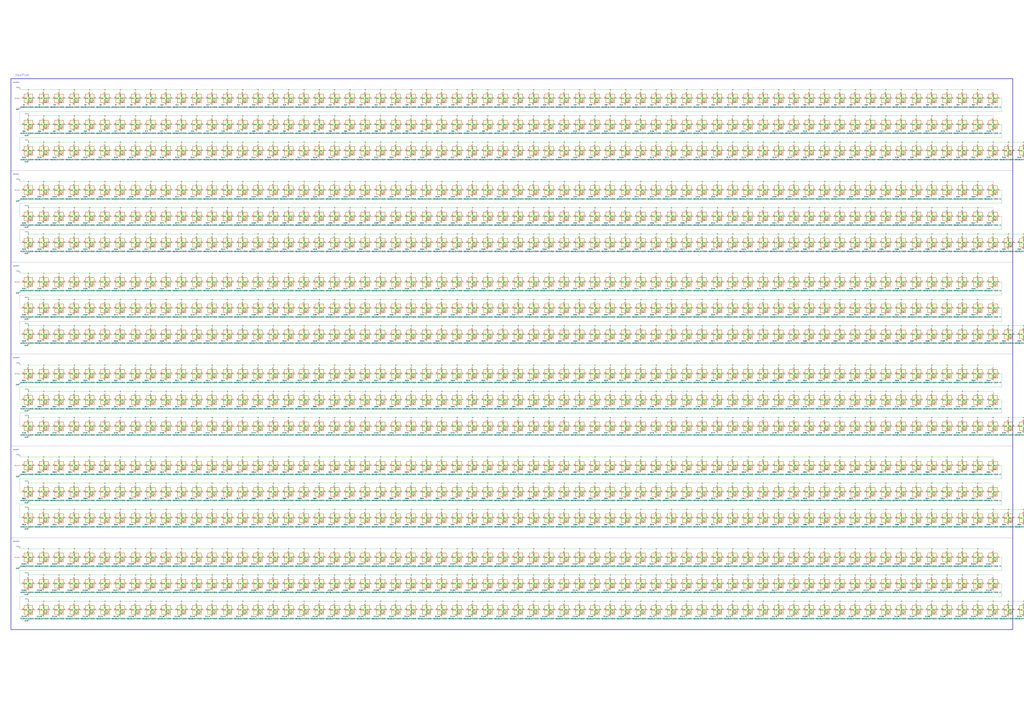
<source format=kicad_sch>
(kicad_sch (version 20230121) (generator eeschema)
  (paper "A0")
  (junction (at 1064.26 317.5))
  (junction (at 868.68 668.02))
  (junction (at 815.34 292.1))
  (junction (at 477.52 668.02))
  (junction (at 335.28 231.14))
  (junction (at 762 165.1))
  (junction (at 513.08 378.46))
  (junction (at 779.78 271.78))
  (junction (at 370.84 581.66))
  (junction (at 584.2 398.78))
  (junction (at 1099.82 698.5))
  (junction (at 121.92 612.14))
  (junction (at 1117.6 612.14))
  (junction (at 566.42 368.3))
  (junction (at 530.86 505.46))
  (junction (at 441.96 505.46))
  (junction (at 1188.72 505.46))
  (junction (at 104.14 454.66))
  (junction (at 744.22 505.46))
  (junction (at 1046.48 668.02))
  (junction (at 886.46 378.46))
  (junction (at 86.36 398.78))
  (junction (at 886.46 698.5))
  (junction (at 957.58 668.02))
  (junction (at 246.38 292.1))
  (junction (at 548.64 271.78))
  (junction (at 779.78 530.86))
  (junction (at 548.64 698.5))
  (junction (at 406.4 505.46))
  (junction (at 744.22 185.42))
  (junction (at 104.14 292.1))
  (junction (at 477.52 337.82))
  (junction (at 424.18 718.82))
  (junction (at 335.28 698.5))
  (junction (at 193.04 444.5))
  (junction (at 264.16 530.86))
  (junction (at 406.4 530.86))
  (junction (at 353.06 668.02))
  (junction (at 904.24 505.46))
  (junction (at 957.58 505.46))
  (junction (at 513.08 474.98))
  (junction (at 281.94 124.46))
  (junction (at 68.58 718.82))
  (junction (at 886.46 104.14))
  (junction (at 1135.38 561.34))
  (junction (at 104.14 444.5))
  (junction (at 868.68 398.78))
  (junction (at 495.3 668.02))
  (junction (at 193.04 657.86))
  (junction (at 815.34 668.02))
  (junction (at 584.2 444.5))
  (junction (at 175.26 231.14))
  (junction (at 957.58 444.5))
  (junction (at 548.64 134.62))
  (junction (at 904.24 591.82))
  (junction (at 388.62 612.14))
  (junction (at 121.92 154.94))
  (junction (at 477.52 444.5))
  (junction (at 1010.92 347.98))
  (junction (at 690.88 124.46))
  (junction (at 1082.04 124.46))
  (junction (at 673.1 378.46))
  (junction (at 566.42 124.46))
  (junction (at 655.32 398.78))
  (junction (at 850.9 581.66))
  (junction (at 246.38 505.46))
  (junction (at 513.08 485.14))
  (junction (at 299.72 104.14))
  (junction (at 281.94 185.42))
  (junction (at 566.42 154.94))
  (junction (at 157.48 271.78))
  (junction (at 264.16 581.66))
  (junction (at 1010.92 292.1))
  (junction (at 477.52 154.94))
  (junction (at 1046.48 454.66))
  (junction (at 424.18 124.46))
  (junction (at 993.14 581.66))
  (junction (at 33.02 444.5))
  (junction (at 1064.26 718.82))
  (junction (at 424.18 317.5))
  (junction (at 1082.04 474.98))
  (junction (at 904.24 530.86))
  (junction (at 210.82 378.46))
  (junction (at 619.76 154.94))
  (junction (at 833.12 581.66))
  (junction (at 886.46 231.14))
  (junction (at 744.22 124.46))
  (junction (at 548.64 637.54))
  (junction (at 68.58 530.86))
  (junction (at 762 668.02))
  (junction (at 1188.72 185.42))
  (junction (at 157.48 698.5))
  (junction (at 1010.92 454.66))
  (junction (at 1170.94 505.46))
  (junction (at 1064.26 668.02))
  (junction (at 566.42 530.86))
  (junction (at 1206.5 292.1))
  (junction (at 993.14 368.3))
  (junction (at 424.18 154.94))
  (junction (at 513.08 241.3))
  (junction (at 939.8 668.02))
  (junction (at 441.96 368.3))
  (junction (at 975.36 124.46))
  (junction (at 690.88 261.62))
  (junction (at 1224.28 718.82))
  (junction (at 513.08 261.62))
  (junction (at 193.04 231.14))
  (junction (at 317.5 104.14))
  (junction (at 619.76 698.5))
  (junction (at 815.34 474.98))
  (junction (at 655.32 698.5))
  (junction (at 708.66 261.62))
  (junction (at 335.28 454.66))
  (junction (at 1064.26 165.1))
  (junction (at 690.88 474.98))
  (junction (at 708.66 444.5))
  (junction (at 886.46 581.66))
  (junction (at 726.44 271.78))
  (junction (at 281.94 134.62))
  (junction (at 690.88 337.82))
  (junction (at 495.3 261.62))
  (junction (at 1099.82 688.34))
  (junction (at 673.1 347.98))
  (junction (at 922.02 124.46))
  (junction (at 744.22 612.14))
  (junction (at 797.56 505.46))
  (junction (at 833.12 134.62))
  (junction (at 281.94 398.78))
  (junction (at 50.8 688.34))
  (junction (at 904.24 241.3))
  (junction (at 513.08 561.34))
  (junction (at 121.92 581.66))
  (junction (at 68.58 485.14))
  (junction (at 993.14 134.62))
  (junction (at 388.62 530.86))
  (junction (at 637.54 657.86))
  (junction (at 1099.82 210.82))
  (junction (at 193.04 261.62))
  (junction (at 175.26 154.94))
  (junction (at 68.58 398.78))
  (junction (at 1170.94 271.78))
  (junction (at 1082.04 561.34))
  (junction (at 441.96 241.3))
  (junction (at 673.1 134.62))
  (junction (at 210.82 271.78))
  (junction (at 708.66 637.54))
  (junction (at 264.16 424.18))
  (junction (at 335.28 657.86))
  (junction (at 584.2 698.5))
  (junction (at 993.14 688.34))
  (junction (at 441.96 104.14))
  (junction (at 193.04 165.1))
  (junction (at 637.54 271.78))
  (junction (at 1117.6 530.86))
  (junction (at 726.44 581.66))
  (junction (at 690.88 551.18))
  (junction (at 1117.6 718.82))
  (junction (at 477.52 718.82))
  (junction (at 726.44 698.5))
  (junction (at 957.58 292.1))
  (junction (at 281.94 154.94))
  (junction (at 477.52 271.78))
  (junction (at 121.92 210.82))
  (junction (at 121.92 398.78))
  (junction (at 299.72 271.78))
  (junction (at 299.72 185.42))
  (junction (at 655.32 241.3))
  (junction (at 868.68 637.54))
  (junction (at 388.62 561.34))
  (junction (at 121.92 124.46))
  (junction (at 50.8 698.5))
  (junction (at 175.26 347.98))
  (junction (at 388.62 317.5))
  (junction (at 495.3 444.5))
  (junction (at 1117.6 154.94))
  (junction (at 850.9 668.02))
  (junction (at 335.28 134.62))
  (junction (at 939.8 292.1))
  (junction (at 530.86 474.98))
  (junction (at 210.82 561.34))
  (junction (at 744.22 657.86))
  (junction (at 1188.72 698.5))
  (junction (at 406.4 378.46))
  (junction (at 33.02 657.86))
  (junction (at 424.18 668.02))
  (junction (at 335.28 165.1))
  (junction (at 566.42 317.5))
  (junction (at 441.96 292.1))
  (junction (at 264.16 668.02))
  (junction (at 726.44 454.66))
  (junction (at 388.62 337.82))
  (junction (at 584.2 581.66))
  (junction (at 388.62 454.66))
  (junction (at 1010.92 581.66))
  (junction (at 121.92 474.98))
  (junction (at 637.54 104.14))
  (junction (at 939.8 718.82))
  (junction (at 228.6 261.62))
  (junction (at 317.5 271.78))
  (junction (at 868.68 612.14))
  (junction (at 104.14 124.46))
  (junction (at 1082.04 210.82))
  (junction (at 815.34 398.78))
  (junction (at 388.62 368.3))
  (junction (at 637.54 261.62))
  (junction (at 708.66 231.14))
  (junction (at 850.9 271.78))
  (junction (at 601.98 317.5))
  (junction (at 246.38 688.34))
  (junction (at 477.52 261.62))
  (junction (at 886.46 261.62))
  (junction (at 370.84 378.46))
  (junction (at 459.74 231.14))
  (junction (at 833.12 368.3))
  (junction (at 477.52 505.46))
  (junction (at 121.92 337.82))
  (junction (at 779.78 241.3))
  (junction (at 50.8 444.5))
  (junction (at 957.58 688.34))
  (junction (at 904.24 718.82))
  (junction (at 210.82 317.5))
  (junction (at 850.9 688.34))
  (junction (at 619.76 347.98))
  (junction (at 1170.94 612.14))
  (junction (at 1170.94 165.1))
  (junction (at 246.38 368.3))
  (junction (at 424.18 698.5))
  (junction (at 1135.38 241.3))
  (junction (at 157.48 398.78))
  (junction (at 1046.48 231.14))
  (junction (at 406.4 271.78))
  (junction (at 868.68 454.66))
  (junction (at 1135.38 530.86))
  (junction (at 50.8 561.34))
  (junction (at 886.46 444.5))
  (junction (at 850.9 347.98))
  (junction (at 1153.16 485.14))
  (junction (at 68.58 561.34))
  (junction (at 779.78 134.62))
  (junction (at 993.14 591.82))
  (junction (at 104.14 154.94))
  (junction (at 495.3 104.14))
  (junction (at 388.62 657.86))
  (junction (at 886.46 165.1))
  (junction (at 815.34 612.14))
  (junction (at 922.02 551.18))
  (junction (at 584.2 292.1))
  (junction (at 335.28 261.62))
  (junction (at 459.74 561.34))
  (junction (at 762 104.14))
  (junction (at 1064.26 368.3))
  (junction (at 513.08 154.94))
  (junction (at 1010.92 551.18))
  (junction (at 495.3 551.18))
  (junction (at 655.32 657.86))
  (junction (at 922.02 347.98))
  (junction (at 299.72 581.66))
  (junction (at 139.7 561.34))
  (junction (at 1010.92 505.46))
  (junction (at 1010.92 530.86))
  (junction (at 690.88 485.14))
  (junction (at 1010.92 688.34))
  (junction (at 459.74 378.46))
  (junction (at 441.96 474.98))
  (junction (at 424.18 688.34))
  (junction (at 833.12 241.3))
  (junction (at 530.86 241.3))
  (junction (at 726.44 637.54))
  (junction (at 975.36 530.86))
  (junction (at 157.48 561.34))
  (junction (at 86.36 530.86))
  (junction (at 904.24 378.46))
  (junction (at 388.62 591.82))
  (junction (at 975.36 581.66))
  (junction (at 868.68 317.5))
  (junction (at 193.04 292.1))
  (junction (at 868.68 551.18))
  (junction (at 477.52 210.82))
  (junction (at 1046.48 154.94))
  (junction (at 495.3 231.14))
  (junction (at 690.88 134.62))
  (junction (at 193.04 398.78))
  (junction (at 317.5 591.82))
  (junction (at 424.18 505.46))
  (junction (at 584.2 154.94))
  (junction (at 121.92 292.1))
  (junction (at 495.3 185.42))
  (junction (at 1153.16 505.46))
  (junction (at 299.72 474.98))
  (junction (at 815.34 454.66))
  (junction (at 797.56 424.18))
  (junction (at 762 337.82))
  (junction (at 1153.16 185.42))
  (junction (at 281.94 551.18))
  (junction (at 477.52 292.1))
  (junction (at 993.14 241.3))
  (junction (at 1135.38 424.18))
  (junction (at 1010.92 134.62))
  (junction (at 193.04 347.98))
  (junction (at 708.66 134.62))
  (junction (at 1064.26 134.62))
  (junction (at 1259.84 505.46))
  (junction (at 246.38 485.14))
  (junction (at 833.12 154.94))
  (junction (at 68.58 317.5))
  (junction (at 299.72 698.5))
  (junction (at 584.2 657.86))
  (junction (at 281.94 241.3))
  (junction (at 762 124.46))
  (junction (at 33.02 271.78))
  (junction (at 655.32 612.14))
  (junction (at 353.06 398.78))
  (junction (at 33.02 104.14))
  (junction (at 886.46 530.86))
  (junction (at 1259.84 292.1))
  (junction (at 922.02 317.5))
  (junction (at 1117.6 657.86))
  (junction (at 424.18 474.98))
  (junction (at 868.68 185.42))
  (junction (at 690.88 688.34))
  (junction (at 1064.26 292.1))
  (junction (at 548.64 657.86))
  (junction (at 246.38 474.98))
  (junction (at 353.06 444.5))
  (junction (at 50.8 271.78))
  (junction (at 904.24 561.34))
  (junction (at 139.7 104.14))
  (junction (at 299.72 231.14))
  (junction (at 317.5 444.5))
  (junction (at 1206.5 165.1))
  (junction (at 104.14 688.34))
  (junction (at 441.96 668.02))
  (junction (at 655.32 668.02))
  (junction (at 797.56 657.86))
  (junction (at 210.82 612.14))
  (junction (at 993.14 485.14))
  (junction (at 406.4 185.42))
  (junction (at 655.32 124.46))
  (junction (at 121.92 368.3))
  (junction (at 513.08 104.14))
  (junction (at 1064.26 185.42))
  (junction (at 33.02 261.62))
  (junction (at 1064.26 688.34))
  (junction (at 1046.48 185.42))
  (junction (at 477.52 688.34))
  (junction (at 459.74 104.14))
  (junction (at 424.18 551.18))
  (junction (at 33.02 337.82))
  (junction (at 210.82 657.86))
  (junction (at 1046.48 561.34))
  (junction (at 228.6 698.5))
  (junction (at 708.66 104.14))
  (junction (at 886.46 292.1))
  (junction (at 388.62 485.14))
  (junction (at 353.06 185.42))
  (junction (at 459.74 530.86))
  (junction (at 246.38 424.18))
  (junction (at 1082.04 241.3))
  (junction (at 86.36 561.34))
  (junction (at 33.02 718.82))
  (junction (at 1206.5 378.46))
  (junction (at 708.66 485.14))
  (junction (at 548.64 165.1))
  (junction (at 708.66 317.5))
  (junction (at 370.84 398.78))
  (junction (at 673.1 154.94))
  (junction (at 495.3 591.82))
  (junction (at 193.04 688.34))
  (junction (at 441.96 454.66))
  (junction (at 299.72 398.78))
  (junction (at 833.12 444.5))
  (junction (at 1242.06 718.82))
  (junction (at 1099.82 154.94))
  (junction (at 246.38 124.46))
  (junction (at 121.92 231.14))
  (junction (at 104.14 271.78))
  (junction (at 708.66 551.18))
  (junction (at 1064.26 485.14))
  (junction (at 68.58 612.14))
  (junction (at 495.3 368.3))
  (junction (at 50.8 530.86))
  (junction (at 584.2 124.46))
  (junction (at 957.58 657.86))
  (junction (at 495.3 210.82))
  (junction (at 353.06 134.62))
  (junction (at 335.28 485.14))
  (junction (at 726.44 485.14))
  (junction (at 495.3 124.46))
  (junction (at 975.36 347.98))
  (junction (at 637.54 347.98))
  (junction (at 406.4 591.82))
  (junction (at 1259.84 485.14))
  (junction (at 441.96 261.62))
  (junction (at 762 485.14))
  (junction (at 744.22 718.82))
  (junction (at 68.58 698.5))
  (junction (at 975.36 241.3))
  (junction (at 317.5 612.14))
  (junction (at 601.98 398.78))
  (junction (at 922.02 505.46))
  (junction (at 33.02 241.3))
  (junction (at 922.02 657.86))
  (junction (at 246.38 261.62))
  (junction (at 655.32 154.94))
  (junction (at 566.42 591.82))
  (junction (at 637.54 398.78))
  (junction (at 1082.04 368.3))
  (junction (at 601.98 261.62))
  (junction (at 744.22 241.3))
  (junction (at 566.42 104.14))
  (junction (at 850.9 698.5))
  (junction (at 335.28 124.46))
  (junction (at 441.96 134.62))
  (junction (at 1259.84 185.42))
  (junction (at 904.24 454.66))
  (junction (at 335.28 241.3))
  (junction (at 1046.48 317.5))
  (junction (at 904.24 165.1))
  (junction (at 175.26 688.34))
  (junction (at 495.3 317.5))
  (junction (at 797.56 398.78))
  (junction (at 655.32 485.14))
  (junction (at 708.66 165.1))
  (junction (at 1117.6 688.34))
  (junction (at 1010.92 185.42))
  (junction (at 833.12 398.78))
  (junction (at 281.94 581.66))
  (junction (at 726.44 124.46))
  (junction (at 975.36 668.02))
  (junction (at 566.42 378.46))
  (junction (at 353.06 561.34))
  (junction (at 1028.7 591.82))
  (junction (at 1046.48 292.1))
  (junction (at 904.24 231.14))
  (junction (at 1277.62 271.78))
  (junction (at 193.04 124.46))
  (junction (at 477.52 398.78))
  (junction (at 779.78 424.18))
  (junction (at 530.86 591.82))
  (junction (at 513.08 637.54))
  (junction (at 406.4 337.82))
  (junction (at 1099.82 337.82))
  (junction (at 1135.38 637.54))
  (junction (at 939.8 347.98))
  (junction (at 264.16 591.82))
  (junction (at 904.24 444.5))
  (junction (at 939.8 561.34))
  (junction (at 566.42 637.54))
  (junction (at 673.1 688.34))
  (junction (at 353.06 210.82))
  (junction (at 139.7 688.34))
  (junction (at 904.24 337.82))
  (junction (at 86.36 485.14))
  (junction (at 121.92 261.62))
  (junction (at 1117.6 185.42))
  (junction (at 548.64 551.18))
  (junction (at 50.8 210.82))
  (junction (at 1099.82 581.66))
  (junction (at 281.94 485.14))
  (junction (at 50.8 104.14))
  (junction (at 619.76 444.5))
  (junction (at 50.8 505.46))
  (junction (at 1082.04 637.54))
  (junction (at 833.12 347.98))
  (junction (at 993.14 271.78))
  (junction (at 1259.84 378.46))
  (junction (at 744.22 154.94))
  (junction (at 1099.82 505.46))
  (junction (at 1010.92 668.02))
  (junction (at 815.34 185.42))
  (junction (at 1135.38 261.62))
  (junction (at 601.98 444.5))
  (junction (at 299.72 561.34))
  (junction (at 637.54 444.5))
  (junction (at 726.44 134.62))
  (junction (at 1010.92 368.3))
  (junction (at 406.4 657.86))
  (junction (at 584.2 637.54))
  (junction (at 513.08 185.42))
  (junction (at 406.4 668.02))
  (junction (at 210.82 444.5))
  (junction (at 886.46 124.46))
  (junction (at 441.96 124.46))
  (junction (at 210.82 337.82))
  (junction (at 1046.48 347.98))
  (junction (at 317.5 551.18))
  (junction (at 86.36 698.5))
  (junction (at 815.34 561.34))
  (junction (at 1153.16 378.46))
  (junction (at 264.16 368.3))
  (junction (at 726.44 718.82))
  (junction (at 1117.6 271.78))
  (junction (at 424.18 530.86))
  (junction (at 957.58 698.5))
  (junction (at 655.32 292.1))
  (junction (at 975.36 612.14))
  (junction (at 957.58 368.3))
  (junction (at 513.08 444.5))
  (junction (at 975.36 368.3))
  (junction (at 1028.7 347.98))
  (junction (at 1117.6 591.82))
  (junction (at 1064.26 561.34))
  (junction (at 1224.28 698.5))
  (junction (at 850.9 210.82))
  (junction (at 441.96 581.66))
  (junction (at 121.92 271.78))
  (junction (at 317.5 530.86))
  (junction (at 50.8 292.1))
  (junction (at 690.88 185.42))
  (junction (at 584.2 505.46))
  (junction (at 1010.92 637.54))
  (junction (at 370.84 668.02))
  (junction (at 246.38 271.78))
  (junction (at 33.02 612.14))
  (junction (at 1010.92 444.5))
  (junction (at 495.3 454.66))
  (junction (at 904.24 368.3))
  (junction (at 1170.94 185.42))
  (junction (at 655.32 561.34))
  (junction (at 139.7 134.62))
  (junction (at 1242.06 612.14))
  (junction (at 1099.82 185.42))
  (junction (at 68.58 337.82))
  (junction (at 246.38 530.86))
  (junction (at 922.02 261.62))
  (junction (at 566.42 292.1))
  (junction (at 762 551.18))
  (junction (at 1028.7 505.46))
  (junction (at 637.54 154.94))
  (junction (at 424.18 292.1))
  (junction (at 299.72 551.18))
  (junction (at 246.38 591.82))
  (junction (at 1206.5 185.42))
  (junction (at 193.04 337.82))
  (junction (at 762 657.86))
  (junction (at 548.64 612.14))
  (junction (at 193.04 530.86))
  (junction (at 726.44 185.42))
  (junction (at 228.6 551.18))
  (junction (at 797.56 688.34))
  (junction (at 281.94 378.46))
  (junction (at 157.48 154.94))
  (junction (at 1188.72 718.82))
  (junction (at 353.06 104.14))
  (junction (at 1010.92 698.5))
  (junction (at 210.82 424.18))
  (junction (at 690.88 104.14))
  (junction (at 886.46 337.82))
  (junction (at 175.26 530.86))
  (junction (at 975.36 261.62))
  (junction (at 317.5 134.62))
  (junction (at 548.64 347.98))
  (junction (at 210.82 637.54))
  (junction (at 86.36 317.5))
  (junction (at 690.88 424.18))
  (junction (at 779.78 612.14))
  (junction (at 1028.7 474.98))
  (junction (at 601.98 505.46))
  (junction (at 637.54 210.82))
  (junction (at 1028.7 530.86))
  (junction (at 601.98 657.86))
  (junction (at 495.3 134.62))
  (junction (at 886.46 317.5))
  (junction (at 1242.06 698.5))
  (junction (at 886.46 398.78))
  (junction (at 673.1 454.66))
  (junction (at 175.26 444.5))
  (junction (at 868.68 231.14))
  (junction (at 1117.6 398.78))
  (junction (at 210.82 368.3))
  (junction (at 762 398.78))
  (junction (at 957.58 134.62))
  (junction (at 619.76 561.34))
  (junction (at 281.94 505.46))
  (junction (at 477.52 368.3))
  (junction (at 495.3 424.18))
  (junction (at 868.68 657.86))
  (junction (at 637.54 317.5))
  (junction (at 1277.62 398.78))
  (junction (at 50.8 668.02))
  (junction (at 548.64 104.14))
  (junction (at 1028.7 581.66))
  (junction (at 406.4 551.18))
  (junction (at 210.82 231.14))
  (junction (at 228.6 185.42))
  (junction (at 1188.72 271.78))
  (junction (at 121.92 657.86))
  (junction (at 495.3 165.1))
  (junction (at 50.8 185.42))
  (junction (at 157.48 104.14))
  (junction (at 1277.62 505.46))
  (junction (at 637.54 581.66))
  (junction (at 975.36 718.82))
  (junction (at 406.4 612.14))
  (junction (at 281.94 347.98))
  (junction (at 1082.04 505.46))
  (junction (at 797.56 368.3))
  (junction (at 1224.28 612.14))
  (junction (at 833.12 657.86))
  (junction (at 157.48 124.46))
  (junction (at 281.94 698.5))
  (junction (at 566.42 424.18))
  (junction (at 50.8 337.82))
  (junction (at 566.42 241.3))
  (junction (at 850.9 241.3))
  (junction (at 744.22 261.62))
  (junction (at 317.5 261.62))
  (junction (at 1099.82 718.82))
  (junction (at 353.06 337.82))
  (junction (at 193.04 505.46))
  (junction (at 335.28 688.34))
  (junction (at 157.48 444.5))
  (junction (at 1242.06 505.46))
  (junction (at 210.82 124.46))
  (junction (at 1028.7 317.5))
  (junction (at 797.56 581.66))
  (junction (at 1242.06 271.78))
  (junction (at 637.54 612.14))
  (junction (at 121.92 698.5))
  (junction (at 1064.26 551.18))
  (junction (at 175.26 505.46))
  (junction (at 548.64 317.5))
  (junction (at 68.58 292.1))
  (junction (at 833.12 530.86))
  (junction (at 690.88 398.78))
  (junction (at 566.42 505.46))
  (junction (at 370.84 271.78))
  (junction (at 175.26 485.14))
  (junction (at 762 688.34))
  (junction (at 1082.04 444.5))
  (junction (at 1277.62 698.5))
  (junction (at 530.86 317.5))
  (junction (at 850.9 530.86))
  (junction (at 566.42 134.62))
  (junction (at 406.4 688.34))
  (junction (at 530.86 231.14))
  (junction (at 655.32 104.14))
  (junction (at 975.36 398.78))
  (junction (at 406.4 134.62))
  (junction (at 370.84 261.62))
  (junction (at 299.72 718.82))
  (junction (at 762 454.66))
  (junction (at 104.14 474.98))
  (junction (at 584.2 134.62))
  (junction (at 690.88 271.78))
  (junction (at 246.38 210.82))
  (junction (at 335.28 347.98))
  (junction (at 86.36 454.66))
  (junction (at 175.26 581.66))
  (junction (at 175.26 378.46))
  (junction (at 1099.82 657.86))
  (junction (at 1153.16 292.1))
  (junction (at 1064.26 698.5))
  (junction (at 868.68 718.82))
  (junction (at 68.58 688.34))
  (junction (at 86.36 668.02))
  (junction (at 726.44 561.34))
  (junction (at 637.54 368.3))
  (junction (at 815.34 688.34))
  (junction (at 673.1 271.78))
  (junction (at 975.36 637.54))
  (junction (at 1064.26 124.46))
  (junction (at 1224.28 485.14))
  (junction (at 957.58 261.62))
  (junction (at 726.44 398.78))
  (junction (at 1028.7 688.34))
  (junction (at 33.02 561.34))
  (junction (at 637.54 718.82))
  (junction (at 1028.7 185.42))
  (junction (at 513.08 454.66))
  (junction (at 975.36 551.18))
  (junction (at 797.56 337.82))
  (junction (at 584.2 668.02))
  (junction (at 157.48 718.82))
  (junction (at 1010.92 398.78))
  (junction (at 50.8 134.62))
  (junction (at 601.98 241.3))
  (junction (at 637.54 378.46))
  (junction (at 975.36 561.34))
  (junction (at 1010.92 718.82))
  (junction (at 1082.04 668.02))
  (junction (at 50.8 368.3))
  (junction (at 210.82 454.66))
  (junction (at 530.86 165.1))
  (junction (at 441.96 612.14))
  (junction (at 957.58 347.98))
  (junction (at 495.3 561.34))
  (junction (at 850.9 561.34))
  (junction (at 815.34 505.46))
  (junction (at 655.32 185.42))
  (junction (at 139.7 485.14))
  (junction (at 673.1 485.14))
  (junction (at 655.32 165.1))
  (junction (at 441.96 378.46))
  (junction (at 690.88 668.02))
  (junction (at 868.68 505.46))
  (junction (at 1064.26 271.78))
  (junction (at 210.82 718.82))
  (junction (at 619.76 591.82))
  (junction (at 833.12 261.62))
  (junction (at 175.26 134.62))
  (junction (at 424.18 337.82))
  (junction (at 530.86 551.18))
  (junction (at 1082.04 292.1))
  (junction (at 797.56 530.86))
  (junction (at 1028.7 337.82))
  (junction (at 459.74 134.62))
  (junction (at 939.8 317.5))
  (junction (at 762 612.14))
  (junction (at 353.06 124.46))
  (junction (at 957.58 317.5))
  (junction (at 353.06 165.1))
  (junction (at 459.74 347.98))
  (junction (at 50.8 154.94))
  (junction (at 246.38 231.14))
  (junction (at 1064.26 210.82))
  (junction (at 1117.6 241.3))
  (junction (at 157.48 134.62))
  (junction (at 513.08 165.1))
  (junction (at 193.04 378.46))
  (junction (at 584.2 485.14))
  (junction (at 619.76 104.14))
  (junction (at 299.72 292.1))
  (junction (at 957.58 337.82))
  (junction (at 957.58 154.94))
  (junction (at 779.78 261.62))
  (junction (at 33.02 134.62))
  (junction (at 939.8 505.46))
  (junction (at 744.22 292.1))
  (junction (at 281.94 561.34))
  (junction (at 228.6 688.34))
  (junction (at 33.02 454.66))
  (junction (at 708.66 347.98))
  (junction (at 601.98 474.98))
  (junction (at 530.86 485.14))
  (junction (at 1082.04 485.14))
  (junction (at 317.5 637.54))
  (junction (at 335.28 185.42))
  (junction (at 1010.92 657.86))
  (junction (at 566.42 698.5))
  (junction (at 459.74 368.3))
  (junction (at 1064.26 378.46))
  (junction (at 441.96 185.42))
  (junction (at 708.66 668.02))
  (junction (at 1046.48 424.18))
  (junction (at 708.66 124.46))
  (junction (at 868.68 368.3))
  (junction (at 886.46 210.82))
  (junction (at 1153.16 591.82))
  (junction (at 193.04 424.18))
  (junction (at 957.58 718.82))
  (junction (at 317.5 485.14))
  (junction (at 50.8 657.86))
  (junction (at 601.98 378.46))
  (junction (at 904.24 668.02))
  (junction (at 353.06 241.3))
  (junction (at 193.04 612.14))
  (junction (at 601.98 424.18))
  (junction (at 50.8 485.14))
  (junction (at 939.8 271.78))
  (junction (at 922.02 668.02))
  (junction (at 850.9 292.1))
  (junction (at 477.52 241.3))
  (junction (at 1170.94 718.82))
  (junction (at 86.36 581.66))
  (junction (at 513.08 505.46))
  (junction (at 850.9 231.14))
  (junction (at 50.8 124.46))
  (junction (at 886.46 668.02))
  (junction (at 922.02 337.82))
  (junction (at 299.72 444.5))
  (junction (at 86.36 551.18))
  (junction (at 1117.6 165.1))
  (junction (at 86.36 505.46))
  (junction (at 139.7 474.98))
  (junction (at 655.32 368.3))
  (junction (at 1224.28 591.82))
  (junction (at 1064.26 454.66))
  (junction (at 424.18 657.86))
  (junction (at 513.08 347.98))
  (junction (at 175.26 292.1))
  (junction (at 175.26 424.18))
  (junction (at 388.62 165.1))
  (junction (at 690.88 530.86))
  (junction (at 868.68 485.14))
  (junction (at 922.02 154.94))
  (junction (at 459.74 241.3))
  (junction (at 104.14 185.42))
  (junction (at 1135.38 454.66))
  (junction (at 68.58 474.98))
  (junction (at 459.74 271.78))
  (junction (at 33.02 378.46))
  (junction (at 619.76 261.62))
  (junction (at 139.7 261.62))
  (junction (at 815.34 444.5))
  (junction (at 868.68 134.62))
  (junction (at 939.8 530.86))
  (junction (at 1010.92 317.5))
  (junction (at 868.68 292.1))
  (junction (at 1028.7 612.14))
  (junction (at 779.78 485.14))
  (junction (at 904.24 688.34))
  (junction (at 50.8 581.66))
  (junction (at 1046.48 261.62))
  (junction (at 1259.84 612.14))
  (junction (at 744.22 551.18))
  (junction (at 210.82 688.34))
  (junction (at 673.1 444.5))
  (junction (at 157.48 657.86))
  (junction (at 121.92 688.34))
  (junction (at 1010.92 210.82))
  (junction (at 104.14 104.14))
  (junction (at 939.8 485.14))
  (junction (at 1028.7 368.3))
  (junction (at 264.16 241.3))
  (junction (at 815.34 337.82))
  (junction (at 886.46 551.18))
  (junction (at 655.32 424.18))
  (junction (at 655.32 231.14))
  (junction (at 459.74 718.82))
  (junction (at 690.88 317.5))
  (junction (at 868.68 241.3))
  (junction (at 1082.04 657.86))
  (junction (at 779.78 591.82))
  (junction (at 441.96 637.54))
  (junction (at 744.22 561.34))
  (junction (at 708.66 271.78))
  (junction (at 513.08 591.82))
  (junction (at 121.92 185.42))
  (junction (at 121.92 530.86))
  (junction (at 388.62 292.1))
  (junction (at 157.48 317.5))
  (junction (at 281.94 530.86))
  (junction (at 370.84 241.3))
  (junction (at 335.28 378.46))
  (junction (at 584.2 165.1))
  (junction (at 530.86 185.42))
  (junction (at 264.16 657.86))
  (junction (at 601.98 718.82))
  (junction (at 246.38 154.94))
  (junction (at 513.08 368.3))
  (junction (at 655.32 378.46))
  (junction (at 850.9 337.82))
  (junction (at 104.14 241.3))
  (junction (at 708.66 657.86))
  (junction (at 406.4 124.46))
  (junction (at 281.94 368.3))
  (junction (at 957.58 581.66))
  (junction (at 335.28 368.3))
  (junction (at 708.66 241.3))
  (junction (at 424.18 561.34))
  (junction (at 726.44 337.82))
  (junction (at 566.42 454.66))
  (junction (at 619.76 688.34))
  (junction (at 441.96 210.82))
  (junction (at 1064.26 657.86))
  (junction (at 779.78 698.5))
  (junction (at 1028.7 210.82))
  (junction (at 424.18 104.14))
  (junction (at 335.28 668.02))
  (junction (at 104.14 530.86))
  (junction (at 690.88 292.1))
  (junction (at 335.28 474.98))
  (junction (at 1028.7 424.18))
  (junction (at 210.82 591.82))
  (junction (at 530.86 271.78))
  (junction (at 833.12 551.18))
  (junction (at 1082.04 104.14))
  (junction (at 281.94 104.14))
  (junction (at 370.84 444.5))
  (junction (at 424.18 210.82))
  (junction (at 281.94 637.54))
  (junction (at 441.96 444.5))
  (junction (at 922.02 424.18))
  (junction (at 86.36 185.42))
  (junction (at 797.56 154.94))
  (junction (at 441.96 154.94))
  (junction (at 601.98 210.82))
  (junction (at 68.58 261.62))
  (junction (at 228.6 124.46))
  (junction (at 1117.6 347.98))
  (junction (at 175.26 337.82))
  (junction (at 228.6 398.78))
  (junction (at 673.1 657.86))
  (junction (at 317.5 378.46))
  (junction (at 904.24 485.14))
  (junction (at 424.18 444.5))
  (junction (at 1135.38 347.98))
  (junction (at 850.9 591.82))
  (junction (at 1099.82 271.78))
  (junction (at 424.18 241.3))
  (junction (at 708.66 292.1))
  (junction (at 104.14 347.98))
  (junction (at 957.58 271.78))
  (junction (at 726.44 368.3))
  (junction (at 1099.82 292.1))
  (junction (at 157.48 668.02))
  (junction (at 33.02 292.1))
  (junction (at 548.64 241.3))
  (junction (at 637.54 165.1))
  (junction (at 1117.6 581.66))
  (junction (at 1082.04 612.14))
  (junction (at 1028.7 154.94))
  (junction (at 619.76 317.5))
  (junction (at 1082.04 454.66))
  (junction (at 299.72 612.14))
  (junction (at 619.76 271.78))
  (junction (at 317.5 347.98))
  (junction (at 104.14 718.82))
  (junction (at 601.98 347.98))
  (junction (at 477.52 317.5))
  (junction (at 157.48 530.86))
  (junction (at 1117.6 104.14))
  (junction (at 441.96 337.82))
  (junction (at 246.38 347.98))
  (junction (at 619.76 368.3))
  (junction (at 477.52 231.14))
  (junction (at 690.88 454.66))
  (junction (at 1064.26 637.54))
  (junction (at 548.64 444.5))
  (junction (at 637.54 591.82))
  (junction (at 1082.04 347.98))
  (junction (at 68.58 551.18))
  (junction (at 477.52 612.14))
  (junction (at 886.46 347.98))
  (junction (at 797.56 165.1))
  (junction (at 317.5 165.1))
  (junction (at 121.92 424.18))
  (junction (at 815.34 581.66))
  (junction (at 922.02 134.62))
  (junction (at 139.7 454.66))
  (junction (at 850.9 454.66))
  (junction (at 548.64 668.02))
  (junction (at 353.06 271.78))
  (junction (at 317.5 231.14))
  (junction (at 68.58 231.14))
  (junction (at 726.44 231.14))
  (junction (at 904.24 210.82))
  (junction (at 317.5 718.82))
  (junction (at 228.6 637.54))
  (junction (at 726.44 551.18))
  (junction (at 228.6 337.82))
  (junction (at 726.44 424.18))
  (junction (at 406.4 104.14))
  (junction (at 1099.82 104.14))
  (junction (at 50.8 261.62))
  (junction (at 993.14 612.14))
  (junction (at 139.7 231.14))
  (junction (at 424.18 637.54))
  (junction (at 193.04 104.14))
  (junction (at 1010.92 104.14))
  (junction (at 264.16 337.82))
  (junction (at 726.44 104.14))
  (junction (at 1135.38 337.82))
  (junction (at 868.68 271.78))
  (junction (at 459.74 424.18))
  (junction (at 228.6 317.5))
  (junction (at 246.38 668.02))
  (junction (at 744.22 454.66))
  (junction (at 904.24 398.78))
  (junction (at 673.1 337.82))
  (junction (at 619.76 485.14))
  (junction (at 353.06 261.62))
  (junction (at 993.14 317.5))
  (junction (at 193.04 185.42))
  (junction (at 175.26 698.5))
  (junction (at 1010.92 337.82))
  (junction (at 975.36 337.82))
  (junction (at 1224.28 165.1))
  (junction (at 833.12 231.14))
  (junction (at 193.04 241.3))
  (junction (at 1117.6 485.14))
  (junction (at 264.16 231.14))
  (junction (at 548.64 485.14))
  (junction (at 317.5 124.46))
  (junction (at 993.14 657.86))
  (junction (at 246.38 551.18))
  (junction (at 1082.04 424.18))
  (junction (at 68.58 424.18))
  (junction (at 655.32 530.86))
  (junction (at 1099.82 444.5))
  (junction (at 708.66 561.34))
  (junction (at 673.1 551.18))
  (junction (at 1135.38 444.5))
  (junction (at 939.8 210.82))
  (junction (at 370.84 337.82))
  (junction (at 406.4 231.14))
  (junction (at 922.02 485.14))
  (junction (at 762 185.42))
  (junction (at 495.3 581.66))
  (junction (at 317.5 424.18))
  (junction (at 1046.48 337.82))
  (junction (at 744.22 591.82))
  (junction (at 797.56 104.14))
  (junction (at 1259.84 591.82))
  (junction (at 424.18 378.46))
  (junction (at 1099.82 261.62))
  (junction (at 246.38 104.14))
  (junction (at 993.14 424.18))
  (junction (at 975.36 698.5))
  (junction (at 601.98 231.14))
  (junction (at 726.44 378.46))
  (junction (at 815.34 165.1))
  (junction (at 264.16 612.14))
  (junction (at 281.94 261.62))
  (junction (at 441.96 561.34))
  (junction (at 1099.82 347.98))
  (junction (at 299.72 317.5))
  (junction (at 548.64 185.42))
  (junction (at 121.92 317.5))
  (junction (at 33.02 398.78))
  (junction (at 335.28 271.78))
  (junction (at 566.42 474.98))
  (junction (at 726.44 261.62))
  (junction (at 513.08 337.82))
  (junction (at 548.64 210.82))
  (junction (at 210.82 292.1))
  (junction (at 530.86 104.14))
  (junction (at 228.6 104.14))
  (junction (at 264.16 561.34))
  (junction (at 104.14 668.02))
  (junction (at 566.42 581.66))
  (junction (at 246.38 337.82))
  (junction (at 601.98 165.1))
  (junction (at 317.5 337.82))
  (junction (at 797.56 317.5))
  (junction (at 975.36 505.46))
  (junction (at 815.34 154.94))
  (junction (at 1082.04 317.5))
  (junction (at 868.68 561.34))
  (junction (at 210.82 398.78))
  (junction (at 1135.38 154.94))
  (junction (at 904.24 185.42))
  (junction (at 1206.5 612.14))
  (junction (at 690.88 698.5))
  (junction (at 104.14 134.62))
  (junction (at 246.38 581.66))
  (junction (at 1188.72 591.82))
  (junction (at 1224.28 185.42))
  (junction (at 228.6 347.98))
  (junction (at 779.78 104.14))
  (junction (at 939.8 688.34))
  (junction (at 850.9 505.46))
  (junction (at 833.12 210.82))
  (junction (at 193.04 154.94))
  (junction (at 708.66 210.82))
  (junction (at 566.42 485.14))
  (junction (at 1046.48 657.86))
  (junction (at 904.24 424.18))
  (junction (at 1170.94 485.14))
  (junction (at 655.32 317.5))
  (junction (at 139.7 165.1))
  (junction (at 513.08 530.86))
  (junction (at 850.9 657.86))
  (junction (at 1010.92 124.46))
  (junction (at 281.94 454.66))
  (junction (at 584.2 591.82))
  (junction (at 33.02 505.46))
  (junction (at 530.86 124.46))
  (junction (at 1046.48 378.46))
  (junction (at 957.58 424.18))
  (junction (at 975.36 591.82))
  (junction (at 388.62 261.62))
  (junction (at 904.24 347.98))
  (junction (at 1099.82 124.46))
  (junction (at 673.1 398.78))
  (junction (at 833.12 185.42))
  (junction (at 1206.5 505.46))
  (junction (at 139.7 657.86))
  (junction (at 370.84 657.86))
  (junction (at 50.8 591.82))
  (junction (at 459.74 165.1))
  (junction (at 175.26 210.82))
  (junction (at 584.2 368.3))
  (junction (at 619.76 292.1))
  (junction (at 548.64 591.82))
  (junction (at 815.34 368.3))
  (junction (at 744.22 398.78))
  (junction (at 548.64 530.86))
  (junction (at 210.82 505.46))
  (junction (at 299.72 688.34))
  (junction (at 1082.04 378.46))
  (junction (at 459.74 551.18))
  (junction (at 193.04 368.3))
  (junction (at 779.78 231.14))
  (junction (at 388.62 347.98))
  (junction (at 1082.04 337.82))
  (junction (at 121.92 591.82))
  (junction (at 548.64 368.3))
  (junction (at 281.94 210.82))
  (junction (at 370.84 104.14))
  (junction (at 850.9 261.62))
  (junction (at 388.62 698.5))
  (junction (at 495.3 474.98))
  (junction (at 797.56 271.78))
  (junction (at 441.96 591.82))
  (junction (at 868.68 444.5))
  (junction (at 228.6 474.98))
  (junction (at 744.22 530.86))
  (junction (at 68.58 154.94))
  (junction (at 601.98 271.78))
  (junction (at 50.8 474.98))
  (junction (at 726.44 165.1))
  (junction (at 637.54 241.3))
  (junction (at 815.34 231.14))
  (junction (at 904.24 581.66))
  (junction (at 175.26 124.46))
  (junction (at 566.42 271.78))
  (junction (at 922.02 185.42))
  (junction (at 939.8 261.62))
  (junction (at 406.4 698.5))
  (junction (at 513.08 134.62))
  (junction (at 601.98 668.02))
  (junction (at 1010.92 378.46))
  (junction (at 993.14 398.78))
  (junction (at 762 581.66))
  (junction (at 1259.84 698.5))
  (junction (at 939.8 657.86))
  (junction (at 441.96 424.18))
  (junction (at 175.26 657.86))
  (junction (at 335.28 210.82))
  (junction (at 619.76 551.18))
  (junction (at 1046.48 688.34))
  (junction (at 939.8 378.46))
  (junction (at 744.22 668.02))
  (junction (at 850.9 637.54))
  (junction (at 175.26 551.18))
  (junction (at 922.02 378.46))
  (junction (at 833.12 668.02))
  (junction (at 317.5 185.42))
  (junction (at 673.1 124.46))
  (junction (at 601.98 454.66))
  (junction (at 904.24 261.62))
  (junction (at 584.2 104.14))
  (junction (at 850.9 154.94))
  (junction (at 762 241.3))
  (junction (at 86.36 368.3))
  (junction (at 157.48 551.18))
  (junction (at 1064.26 241.3))
  (junction (at 708.66 454.66))
  (junction (at 637.54 124.46))
  (junction (at 104.14 337.82))
  (junction (at 993.14 718.82))
  (junction (at 139.7 612.14))
  (junction (at 210.82 154.94))
  (junction (at 584.2 185.42))
  (junction (at 637.54 454.66))
  (junction (at 228.6 530.86))
  (junction (at 281.94 292.1))
  (junction (at 601.98 637.54))
  (junction (at 922.02 210.82))
  (junction (at 1099.82 134.62))
  (junction (at 690.88 637.54))
  (junction (at 886.46 612.14))
  (junction (at 175.26 317.5))
  (junction (at 1028.7 165.1))
  (junction (at 815.34 378.46))
  (junction (at 530.86 718.82))
  (junction (at 50.8 637.54))
  (junction (at 33.02 368.3))
  (junction (at 50.8 231.14))
  (junction (at 601.98 698.5))
  (junction (at 744.22 134.62))
  (junction (at 157.48 454.66))
  (junction (at 939.8 444.5))
  (junction (at 441.96 657.86))
  (junction (at 459.74 591.82))
  (junction (at 335.28 612.14))
  (junction (at 1135.38 698.5))
  (junction (at 762 698.5))
  (junction (at 904.24 124.46))
  (junction (at 104.14 231.14))
  (junction (at 175.26 185.42))
  (junction (at 299.72 165.1))
  (junction (at 353.06 612.14))
  (junction (at 157.48 485.14))
  (junction (at 1188.72 612.14))
  (junction (at 50.8 612.14))
  (junction (at 1224.28 271.78))
  (junction (at 441.96 398.78))
  (junction (at 121.92 561.34))
  (junction (at 459.74 657.86))
  (junction (at 246.38 657.86))
  (junction (at 264.16 688.34))
  (junction (at 1046.48 210.82))
  (junction (at 744.22 485.14))
  (junction (at 175.26 668.02))
  (junction (at 121.92 637.54))
  (junction (at 530.86 612.14))
  (junction (at 779.78 337.82))
  (junction (at 157.48 241.3))
  (junction (at 139.7 271.78))
  (junction (at 1028.7 124.46))
  (junction (at 548.64 424.18))
  (junction (at 993.14 231.14))
  (junction (at 833.12 474.98))
  (junction (at 477.52 581.66))
  (junction (at 1224.28 505.46))
  (junction (at 121.92 347.98))
  (junction (at 815.34 241.3))
  (junction (at 264.16 185.42))
  (junction (at 1046.48 368.3))
  (junction (at 850.9 317.5))
  (junction (at 1135.38 591.82))
  (junction (at 797.56 210.82))
  (junction (at 690.88 165.1))
  (junction (at 175.26 591.82))
  (junction (at 228.6 657.86))
  (junction (at 779.78 368.3))
  (junction (at 264.16 551.18))
  (junction (at 459.74 612.14))
  (junction (at 1242.06 378.46))
  (junction (at 86.36 337.82))
  (junction (at 939.8 398.78))
  (junction (at 513.08 612.14))
  (junction (at 815.34 718.82))
  (junction (at 193.04 454.66))
  (junction (at 637.54 688.34))
  (junction (at 1099.82 530.86))
  (junction (at 939.8 165.1))
  (junction (at 957.58 612.14))
  (junction (at 1117.6 637.54))
  (junction (at 406.4 165.1))
  (junction (at 68.58 505.46))
  (junction (at 86.36 378.46))
  (junction (at 1259.84 398.78))
  (junction (at 193.04 718.82))
  (junction (at 779.78 378.46))
  (junction (at 975.36 474.98))
  (junction (at 210.82 210.82))
  (junction (at 86.36 165.1))
  (junction (at 584.2 424.18))
  (junction (at 477.52 165.1))
  (junction (at 566.42 561.34))
  (junction (at 388.62 505.46))
  (junction (at 299.72 454.66))
  (junction (at 548.64 378.46))
  (junction (at 548.64 454.66))
  (junction (at 495.3 347.98))
  (junction (at 690.88 612.14))
  (junction (at 868.68 530.86))
  (junction (at 1099.82 378.46))
  (junction (at 548.64 561.34))
  (junction (at 939.8 185.42))
  (junction (at 922.02 698.5))
  (junction (at 1242.06 485.14))
  (junction (at 993.14 698.5))
  (junction (at 50.8 551.18))
  (junction (at 441.96 688.34))
  (junction (at 584.2 347.98))
  (junction (at 1277.62 485.14))
  (junction (at 68.58 134.62))
  (junction (at 566.42 551.18))
  (junction (at 601.98 134.62))
  (junction (at 1135.38 581.66))
  (junction (at 353.06 505.46))
  (junction (at 353.06 292.1))
  (junction (at 673.1 292.1))
  (junction (at 1046.48 398.78))
  (junction (at 530.86 292.1))
  (junction (at 708.66 368.3))
  (junction (at 993.14 551.18))
  (junction (at 33.02 231.14))
  (junction (at 228.6 718.82))
  (junction (at 33.02 581.66))
  (junction (at 1046.48 134.62))
  (junction (at 86.36 261.62))
  (junction (at 922.02 241.3))
  (junction (at 886.46 368.3))
  (junction (at 779.78 505.46))
  (junction (at 762 368.3))
  (junction (at 495.3 154.94))
  (junction (at 690.88 154.94))
  (junction (at 68.58 668.02))
  (junction (at 1135.38 104.14))
  (junction (at 33.02 185.42))
  (junction (at 530.86 530.86))
  (junction (at 957.58 485.14))
  (junction (at 441.96 551.18))
  (junction (at 1046.48 591.82))
  (junction (at 317.5 668.02))
  (junction (at 1082.04 271.78))
  (junction (at 50.8 317.5))
  (junction (at 1064.26 581.66))
  (junction (at 513.08 657.86))
  (junction (at 299.72 668.02))
  (junction (at 922.02 271.78))
  (junction (at 50.8 378.46))
  (junction (at 1135.38 398.78))
  (junction (at 726.44 474.98))
  (junction (at 744.22 581.66))
  (junction (at 246.38 698.5))
  (junction (at 779.78 317.5))
  (junction (at 86.36 474.98))
  (junction (at 353.06 347.98))
  (junction (at 1064.26 612.14))
  (junction (at 353.06 698.5))
  (junction (at 1277.62 378.46))
  (junction (at 904.24 271.78))
  (junction (at 68.58 165.1))
  (junction (at 673.1 210.82))
  (junction (at 637.54 637.54))
  (junction (at 922.02 612.14))
  (junction (at 370.84 368.3))
  (junction (at 228.6 454.66))
  (junction (at 1028.7 241.3))
  (junction (at 246.38 398.78))
  (junction (at 157.48 591.82))
  (junction (at 299.72 485.14))
  (junction (at 175.26 474.98))
  (junction (at 779.78 185.42))
  (junction (at 388.62 551.18))
  (junction (at 104.14 210.82))
  (junction (at 850.9 718.82))
  (junction (at 833.12 505.46))
  (junction (at 1188.72 165.1))
  (junction (at 850.9 474.98))
  (junction (at 228.6 134.62))
  (junction (at 1135.38 378.46))
  (junction (at 584.2 337.82))
  (junction (at 886.46 134.62))
  (junction (at 495.3 505.46))
  (junction (at 904.24 612.14))
  (junction (at 299.72 505.46))
  (junction (at 548.64 292.1))
  (junction (at 299.72 637.54))
  (junction (at 993.14 210.82))
  (junction (at 815.34 530.86))
  (junction (at 1010.92 612.14))
  (junction (at 530.86 454.66))
  (junction (at 139.7 347.98))
  (junction (at 495.3 688.34))
  (junction (at 762 424.18))
  (junction (at 690.88 241.3))
  (junction (at 886.46 718.82))
  (junction (at 104.14 485.14))
  (junction (at 406.4 637.54))
  (junction (at 904.24 637.54))
  (junction (at 1117.6 124.46))
  (junction (at 939.8 474.98))
  (junction (at 157.48 688.34))
  (junction (at 1046.48 612.14))
  (junction (at 424.18 485.14))
  (junction (at 370.84 505.46))
  (junction (at 33.02 485.14))
  (junction (at 50.8 241.3))
  (junction (at 993.14 154.94))
  (junction (at 886.46 637.54))
  (junction (at 886.46 485.14))
  (junction (at 566.42 718.82))
  (junction (at 317.5 154.94))
  (junction (at 495.3 241.3))
  (junction (at 566.42 398.78))
  (junction (at 957.58 185.42))
  (junction (at 797.56 134.62))
  (junction (at 957.58 398.78))
  (junction (at 655.32 474.98))
  (junction (at 139.7 210.82))
  (junction (at 1028.7 561.34))
  (junction (at 495.3 530.86))
  (junction (at 246.38 378.46))
  (junction (at 33.02 551.18))
  (junction (at 1010.92 424.18))
  (junction (at 779.78 347.98))
  (junction (at 1277.62 165.1))
  (junction (at 459.74 444.5))
  (junction (at 868.68 581.66))
  (junction (at 922.02 591.82))
  (junction (at 584.2 612.14))
  (junction (at 708.66 591.82))
  (junction (at 726.44 591.82))
  (junction (at 139.7 444.5))
  (junction (at 726.44 241.3))
  (junction (at 33.02 210.82))
  (junction (at 975.36 154.94))
  (junction (at 619.76 185.42))
  (junction (at 477.52 454.66))
  (junction (at 1170.94 378.46))
  (junction (at 424.18 165.1))
  (junction (at 993.14 474.98))
  (junction (at 139.7 317.5))
  (junction (at 264.16 637.54))
  (junction (at 513.08 271.78))
  (junction (at 193.04 591.82))
  (junction (at 744.22 231.14))
  (junction (at 228.6 561.34))
  (junction (at 424.18 231.14))
  (junction (at 993.14 530.86))
  (junction (at 655.32 347.98))
  (junction (at 619.76 505.46))
  (junction (at 1135.38 657.86))
  (junction (at 335.28 561.34))
  (junction (at 815.34 210.82))
  (junction (at 868.68 165.1))
  (junction (at 548.64 581.66))
  (junction (at 1064.26 104.14))
  (junction (at 210.82 698.5))
  (junction (at 281.94 612.14))
  (junction (at 299.72 657.86))
  (junction (at 601.98 530.86))
  (junction (at 922.02 165.1))
  (junction (at 193.04 551.18))
  (junction (at 815.34 637.54))
  (junction (at 513.08 231.14))
  (junction (at 939.8 154.94))
  (junction (at 335.28 530.86))
  (junction (at 993.14 124.46))
  (junction (at 886.46 474.98))
  (junction (at 68.58 637.54))
  (junction (at 548.64 124.46))
  (junction (at 1010.92 271.78))
  (junction (at 726.44 688.34))
  (junction (at 619.76 165.1))
  (junction (at 833.12 612.14))
  (junction (at 779.78 154.94))
  (junction (at 690.88 505.46))
  (junction (at 1117.6 317.5))
  (junction (at 957.58 591.82))
  (junction (at 50.8 165.1))
  (junction (at 619.76 231.14))
  (junction (at 708.66 612.14))
  (junction (at 264.16 261.62))
  (junction (at 139.7 530.86))
  (junction (at 121.92 668.02))
  (junction (at 193.04 561.34))
  (junction (at 228.6 485.14))
  (junction (at 1099.82 637.54))
  (junction (at 548.64 474.98))
  (junction (at 815.34 485.14))
  (junction (at 1135.38 612.14))
  (junction (at 68.58 271.78))
  (junction (at 1206.5 271.78))
  (junction (at 246.38 612.14))
  (junction (at 157.48 637.54))
  (junction (at 193.04 637.54))
  (junction (at 317.5 317.5))
  (junction (at 459.74 581.66))
  (junction (at 228.6 505.46))
  (junction (at 335.28 317.5))
  (junction (at 868.68 104.14))
  (junction (at 655.32 581.66))
  (junction (at 370.84 317.5))
  (junction (at 584.2 271.78))
  (junction (at 68.58 657.86))
  (junction (at 939.8 637.54))
  (junction (at 744.22 698.5))
  (junction (at 50.8 347.98))
  (junction (at 139.7 698.5))
  (junction (at 797.56 718.82))
  (junction (at 815.34 124.46))
  (junction (at 922.02 398.78))
  (junction (at 1099.82 454.66))
  (junction (at 601.98 292.1))
  (junction (at 139.7 292.1))
  (junction (at 86.36 444.5))
  (junction (at 281.94 668.02))
  (junction (at 1028.7 637.54))
  (junction (at 353.06 591.82))
  (junction (at 441.96 347.98))
  (junction (at 993.14 292.1))
  (junction (at 459.74 688.34))
  (junction (at 459.74 337.82))
  (junction (at 1170.94 398.78))
  (junction (at 477.52 134.62))
  (junction (at 637.54 505.46))
  (junction (at 513.08 424.18))
  (junction (at 939.8 591.82))
  (junction (at 619.76 241.3))
  (junction (at 619.76 134.62))
  (junction (at 317.5 657.86))
  (junction (at 673.1 317.5))
  (junction (at 833.12 271.78))
  (junction (at 637.54 292.1))
  (junction (at 210.82 485.14))
  (junction (at 281.94 271.78))
  (junction (at 210.82 551.18))
  (junction (at 477.52 637.54))
  (junction (at 264.16 347.98))
  (junction (at 726.44 444.5))
  (junction (at 797.56 292.1))
  (junction (at 353.06 317.5))
  (junction (at 1082.04 261.62))
  (junction (at 281.94 337.82))
  (junction (at 1028.7 134.62))
  (junction (at 762 271.78))
  (junction (at 121.92 134.62))
  (junction (at 370.84 454.66))
  (junction (at 513.08 398.78))
  (junction (at 157.48 185.42))
  (junction (at 744.22 424.18))
  (junction (at 726.44 668.02))
  (junction (at 850.9 378.46))
  (junction (at 655.32 210.82))
  (junction (at 370.84 134.62))
  (junction (at 370.84 718.82))
  (junction (at 833.12 292.1))
  (junction (at 1277.62 612.14))
  (junction (at 1259.84 165.1))
  (junction (at 1117.6 368.3))
  (junction (at 86.36 241.3))
  (junction (at 68.58 210.82))
  (junction (at 886.46 657.86))
  (junction (at 530.86 134.62))
  (junction (at 1135.38 485.14))
  (junction (at 157.48 165.1))
  (junction (at 922.02 444.5))
  (junction (at 228.6 271.78))
  (junction (at 495.3 292.1))
  (junction (at 139.7 241.3))
  (junction (at 335.28 424.18))
  (junction (at 815.34 657.86))
  (junction (at 406.4 241.3))
  (junction (at 317.5 581.66))
  (junction (at 335.28 637.54))
  (junction (at 1010.92 165.1))
  (junction (at 833.12 424.18))
  (junction (at 139.7 185.42))
  (junction (at 175.26 718.82))
  (junction (at 708.66 378.46))
  (junction (at 673.1 231.14))
  (junction (at 281.94 474.98))
  (junction (at 530.86 637.54))
  (junction (at 175.26 241.3))
  (junction (at 299.72 134.62))
  (junction (at 673.1 165.1))
  (junction (at 957.58 561.34))
  (junction (at 459.74 292.1))
  (junction (at 406.4 581.66))
  (junction (at 566.42 347.98))
  (junction (at 264.16 165.1))
  (junction (at 762 444.5))
  (junction (at 157.48 347.98))
  (junction (at 388.62 378.46))
  (junction (at 797.56 378.46))
  (junction (at 1135.38 317.5))
  (junction (at 121.92 165.1))
  (junction (at 104.14 637.54))
  (junction (at 530.86 368.3))
  (junction (at 299.72 261.62))
  (junction (at 406.4 317.5))
  (junction (at 939.8 698.5))
  (junction (at 833.12 104.14))
  (junction (at 655.32 505.46))
  (junction (at 495.3 398.78))
  (junction (at 1117.6 668.02))
  (junction (at 1010.92 561.34))
  (junction (at 299.72 241.3))
  (junction (at 495.3 485.14))
  (junction (at 459.74 154.94))
  (junction (at 353.06 454.66))
  (junction (at 566.42 165.1))
  (junction (at 975.36 185.42))
  (junction (at 175.26 104.14))
  (junction (at 1046.48 165.1))
  (junction (at 175.26 454.66))
  (junction (at 619.76 612.14))
  (junction (at 210.82 530.86))
  (junction (at 353.06 637.54))
  (junction (at 797.56 347.98))
  (junction (at 264.16 505.46))
  (junction (at 459.74 474.98))
  (junction (at 68.58 378.46))
  (junction (at 477.52 424.18))
  (junction (at 264.16 210.82))
  (junction (at 530.86 378.46))
  (junction (at 1153.16 398.78))
  (junction (at 975.36 271.78))
  (junction (at 957.58 637.54))
  (junction (at 1277.62 718.82))
  (junction (at 957.58 124.46))
  (junction (at 86.36 231.14))
  (junction (at 370.84 154.94))
  (junction (at 744.22 271.78))
  (junction (at 1028.7 668.02))
  (junction (at 1099.82 368.3))
  (junction (at 1117.6 474.98))
  (junction (at 441.96 231.14))
  (junction (at 157.48 424.18))
  (junction (at 850.9 104.14))
  (junction (at 566.42 668.02))
  (junction (at 299.72 591.82))
  (junction (at 370.84 231.14))
  (junction (at 406.4 485.14))
  (junction (at 1153.16 718.82))
  (junction (at 1046.48 124.46))
  (junction (at 388.62 637.54))
  (junction (at 121.92 444.5))
  (junction (at 922.02 718.82))
  (junction (at 388.62 668.02))
  (junction (at 1224.28 292.1))
  (junction (at 228.6 424.18))
  (junction (at 441.96 698.5))
  (junction (at 1028.7 698.5))
  (junction (at 317.5 474.98))
  (junction (at 121.92 454.66))
  (junction (at 1099.82 424.18))
  (junction (at 370.84 347.98))
  (junction (at 121.92 485.14))
  (junction (at 1099.82 317.5))
  (junction (at 886.46 561.34))
  (junction (at 353.06 368.3))
  (junction (at 495.3 378.46))
  (junction (at 50.8 454.66))
  (junction (at 904.24 551.18))
  (junction (at 726.44 154.94))
  (junction (at 584.2 210.82))
  (junction (at 1028.7 718.82))
  (junction (at 850.9 185.42))
  (junction (at 548.64 261.62))
  (junction (at 815.34 134.62))
  (junction (at 1242.06 591.82))
  (junction (at 1117.6 292.1))
  (junction (at 477.52 185.42))
  (junction (at 993.14 561.34))
  (junction (at 601.98 104.14))
  (junction (at 513.08 698.5))
  (junction (at 193.04 317.5))
  (junction (at 477.52 657.86))
  (junction (at 673.1 530.86))
  (junction (at 993.14 337.82))
  (junction (at 762 154.94))
  (junction (at 868.68 154.94))
  (junction (at 797.56 241.3))
  (junction (at 726.44 210.82))
  (junction (at 1117.6 231.14))
  (junction (at 779.78 210.82))
  (junction (at 1224.28 378.46))
  (junction (at 601.98 561.34))
  (junction (at 317.5 698.5))
  (junction (at 744.22 104.14))
  (junction (at 566.42 185.42))
  (junction (at 690.88 581.66))
  (junction (at 175.26 612.14))
  (junction (at 210.82 185.42))
  (junction (at 210.82 347.98))
  (junction (at 370.84 124.46))
  (junction (at 886.46 241.3))
  (junction (at 1188.72 292.1))
  (junction (at 797.56 185.42))
  (junction (at 779.78 668.02))
  (junction (at 1153.16 612.14))
  (junction (at 1099.82 668.02))
  (junction (at 975.36 454.66))
  (junction (at 1064.26 398.78))
  (junction (at 33.02 154.94))
  (junction (at 779.78 718.82))
  (junction (at 957.58 210.82))
  (junction (at 104.14 165.1))
  (junction (at 762 561.34))
  (junction (at 477.52 698.5))
  (junction (at 1188.72 378.46))
  (junction (at 86.36 424.18))
  (junction (at 424.18 398.78))
  (junction (at 86.36 718.82))
  (junction (at 708.66 424.18))
  (junction (at 228.6 612.14))
  (junction (at 815.34 317.5))
  (junction (at 886.46 688.34))
  (junction (at 619.76 210.82))
  (junction (at 1028.7 261.62))
  (junction (at 637.54 424.18))
  (junction (at 1242.06 398.78))
  (junction (at 530.86 424.18))
  (junction (at 530.86 261.62))
  (junction (at 762 505.46))
  (junction (at 957.58 231.14))
  (junction (at 193.04 271.78))
  (junction (at 1082.04 185.42))
  (junction (at 584.2 317.5))
  (junction (at 1117.6 505.46))
  (junction (at 904.24 134.62))
  (junction (at 281.94 718.82))
  (junction (at 139.7 337.82))
  (junction (at 335.28 337.82))
  (junction (at 797.56 612.14))
  (junction (at 601.98 485.14))
  (junction (at 104.14 317.5))
  (junction (at 904.24 474.98))
  (junction (at 246.38 165.1))
  (junction (at 370.84 688.34))
  (junction (at 264.16 398.78))
  (junction (at 922.02 530.86))
  (junction (at 637.54 551.18))
  (junction (at 370.84 424.18))
  (junction (at 655.32 337.82))
  (junction (at 193.04 581.66))
  (junction (at 388.62 688.34))
  (junction (at 850.9 612.14))
  (junction (at 157.48 368.3))
  (junction (at 1099.82 165.1))
  (junction (at 673.1 668.02))
  (junction (at 210.82 241.3))
  (junction (at 868.68 261.62))
  (junction (at 1242.06 165.1))
  (junction (at 762 231.14))
  (junction (at 673.1 718.82))
  (junction (at 566.42 688.34))
  (junction (at 762 530.86))
  (junction (at 317.5 398.78))
  (junction (at 1082.04 134.62))
  (junction (at 104.14 378.46))
  (junction (at 264.16 454.66))
  (junction (at 904.24 292.1))
  (junction (at 584.2 261.62))
  (junction (at 993.14 165.1))
  (junction (at 104.14 261.62))
  (junction (at 477.52 124.46))
  (junction (at 441.96 530.86))
  (junction (at 1117.6 551.18))
  (junction (at 1099.82 231.14))
  (junction (at 637.54 185.42))
  (junction (at 708.66 688.34))
  (junction (at 939.8 134.62))
  (junction (at 886.46 591.82))
  (junction (at 33.02 424.18))
  (junction (at 121.92 378.46))
  (junction (at 584.2 561.34))
  (junction (at 335.28 718.82))
  (junction (at 1135.38 551.18))
  (junction (at 139.7 551.18))
  (junction (at 104.14 424.18))
  (junction (at 708.66 505.46))
  (junction (at 1046.48 551.18))
  (junction (at 121.92 718.82))
  (junction (at 33.02 688.34))
  (junction (at 299.72 124.46))
  (junction (at 833.12 454.66))
  (junction (at 1028.7 454.66))
  (junction (at 68.58 124.46))
  (junction (at 975.36 657.86))
  (junction (at 406.4 154.94))
  (junction (at 655.32 688.34))
  (junction (at 1135.38 474.98))
  (junction (at 673.1 505.46))
  (junction (at 655.32 551.18))
  (junction (at 673.1 424.18))
  (junction (at 833.12 688.34))
  (junction (at 370.84 637.54))
  (junction (at 797.56 637.54))
  (junction (at 762 292.1))
  (junction (at 495.3 612.14))
  (junction (at 228.6 231.14))
  (junction (at 833.12 165.1))
  (junction (at 744.22 368.3))
  (junction (at 33.02 530.86))
  (junction (at 1064.26 347.98))
  (junction (at 1028.7 398.78))
  (junction (at 1206.5 398.78))
  (junction (at 868.68 474.98))
  (junction (at 139.7 591.82))
  (junction (at 477.52 378.46))
  (junction (at 281.94 165.1))
  (junction (at 1099.82 551.18))
  (junction (at 477.52 551.18))
  (junction (at 299.72 378.46))
  (junction (at 975.36 317.5))
  (junction (at 104.14 398.78))
  (junction (at 815.34 271.78))
  (junction (at 939.8 612.14))
  (junction (at 1135.38 185.42))
  (junction (at 993.14 185.42))
  (junction (at 601.98 124.46))
  (junction (at 548.64 337.82))
  (junction (at 1082.04 688.34))
  (junction (at 335.28 398.78))
  (junction (at 104.14 581.66))
  (junction (at 441.96 317.5))
  (junction (at 530.86 668.02))
  (junction (at 86.36 612.14))
  (junction (at 157.48 474.98))
  (junction (at 104.14 591.82))
  (junction (at 424.18 368.3))
  (junction (at 1046.48 241.3))
  (junction (at 459.74 185.42))
  (junction (at 246.38 317.5))
  (junction (at 228.6 378.46))
  (junction (at 619.76 657.86))
  (junction (at 335.28 505.46))
  (junction (at 957.58 378.46))
  (junction (at 726.44 657.86))
  (junction (at 424.18 185.42))
  (junction (at 317.5 241.3))
  (junction (at 1170.94 591.82))
  (junction (at 1135.38 124.46))
  (junction (at 1170.94 698.5))
  (junction (at 68.58 368.3))
  (junction (at 637.54 530.86))
  (junction (at 1064.26 261.62))
  (junction (at 210.82 134.62))
  (junction (at 406.4 718.82))
  (junction (at 673.1 698.5))
  (junction (at 513.08 668.02))
  (junction (at 264.16 134.62))
  (junction (at 193.04 698.5))
  (junction (at 317.5 561.34))
  (junction (at 904.24 698.5))
  (junction (at 1082.04 165.1))
  (junction (at 1135.38 231.14))
  (junction (at 33.02 165.1))
  (junction (at 157.48 261.62))
  (junction (at 335.28 591.82))
  (junction (at 1082.04 231.14))
  (junction (at 886.46 505.46))
  (junction (at 459.74 454.66))
  (junction (at 210.82 261.62))
  (junction (at 157.48 378.46))
  (junction (at 939.8 581.66))
  (junction (at 744.22 210.82))
  (junction (at 353.06 378.46))
  (junction (at 193.04 668.02))
  (junction (at 530.86 657.86))
  (junction (at 424.18 591.82))
  (junction (at 993.14 505.46))
  (junction (at 388.62 474.98))
  (junction (at 584.2 241.3))
  (junction (at 388.62 271.78))
  (junction (at 1046.48 474.98))
  (junction (at 922.02 688.34))
  (junction (at 993.14 378.46))
  (junction (at 406.4 424.18))
  (junction (at 673.1 241.3))
  (junction (at 370.84 530.86))
  (junction (at 1010.92 154.94))
  (junction (at 868.68 337.82))
  (junction (at 1082.04 591.82))
  (junction (at 922.02 231.14))
  (junction (at 762 378.46))
  (junction (at 1259.84 718.82))
  (junction (at 850.9 444.5))
  (junction (at 939.8 104.14))
  (junction (at 86.36 347.98))
  (junction (at 246.38 637.54))
  (junction (at 317.5 368.3))
  (junction (at 886.46 424.18))
  (junction (at 33.02 591.82))
  (junction (at 424.18 581.66))
  (junction (at 1135.38 292.1))
  (junction (at 1099.82 591.82))
  (junction (at 139.7 368.3))
  (junction (at 868.68 591.82))
  (junction (at 175.26 398.78))
  (junction (at 104.14 561.34))
  (junction (at 779.78 292.1))
  (junction (at 264.16 444.5))
  (junction (at 1064.26 154.94))
  (junction (at 1117.6 698.5))
  (junction (at 370.84 210.82))
  (junction (at 335.28 292.1))
  (junction (at 228.6 241.3))
  (junction (at 317.5 210.82))
  (junction (at 655.32 444.5))
  (junction (at 1206.5 698.5))
  (junction (at 637.54 474.98))
  (junction (at 388.62 134.62))
  (junction (at 459.74 637.54))
  (junction (at 939.8 424.18))
  (junction (at 495.3 698.5))
  (junction (at 939.8 337.82))
  (junction (at 1046.48 505.46))
  (junction (at 281.94 444.5))
  (junction (at 370.84 612.14))
  (junction (at 619.76 398.78))
  (junction (at 104.14 368.3))
  (junction (at 370.84 292.1))
  (junction (at 228.6 292.1))
  (junction (at 495.3 718.82))
  (junction (at 886.46 271.78))
  (junction (at 1224.28 398.78))
  (junction (at 104.14 551.18))
  (junction (at 708.66 154.94))
  (junction (at 868.68 378.46))
  (junction (at 281.94 231.14))
  (junction (at 139.7 124.46))
  (junction (at 335.28 104.14))
  (junction (at 797.56 231.14))
  (junction (at 388.62 581.66))
  (junction (at 513.08 581.66))
  (junction (at 441.96 718.82))
  (junction (at 1099.82 561.34))
  (junction (at 1082.04 718.82))
  (junction (at 424.18 271.78))
  (junction (at 513.08 688.34))
  (junction (at 264.16 317.5))
  (junction (at 957.58 165.1))
  (junction (at 1099.82 485.14))
  (junction (at 1046.48 104.14))
  (junction (at 637.54 231.14))
  (junction (at 264.16 154.94))
  (junction (at 477.52 485.14))
  (junction (at 1135.38 718.82))
  (junction (at 975.36 444.5))
  (junction (at 1117.6 261.62))
  (junction (at 762 317.5))
  (junction (at 424.18 424.18))
  (junction (at 637.54 134.62))
  (junction (at 673.1 368.3))
  (junction (at 264.16 104.14))
  (junction (at 68.58 591.82))
  (junction (at 1082.04 551.18))
  (junction (at 975.36 292.1))
  (junction (at 1010.92 231.14))
  (junction (at 477.52 561.34))
  (junction (at 833.12 317.5))
  (junction (at 584.2 454.66))
  (junction (at 744.22 165.1))
  (junction (at 690.88 378.46))
  (junction (at 1135.38 688.34))
  (junction (at 1028.7 378.46))
  (junction (at 228.6 210.82))
  (junction (at 477.52 347.98))
  (junction (at 744.22 444.5))
  (junction (at 833.12 637.54))
  (junction (at 673.1 612.14))
  (junction (at 513.08 317.5))
  (junction (at 797.56 551.18))
  (junction (at 922.02 474.98))
  (junction (at 370.84 185.42))
  (junction (at 1117.6 210.82))
  (junction (at 762 474.98))
  (junction (at 1064.26 530.86))
  (junction (at 513.08 718.82))
  (junction (at 477.52 474.98))
  (junction (at 975.36 424.18))
  (junction (at 459.74 124.46))
  (junction (at 104.14 612.14))
  (junction (at 86.36 591.82))
  (junction (at 157.48 210.82))
  (junction (at 139.7 378.46))
  (junction (at 1028.7 292.1))
  (junction (at 690.88 591.82))
  (junction (at 886.46 185.42))
  (junction (at 86.36 688.34))
  (junction (at 1099.82 398.78))
  (junction (at 1117.6 454.66))
  (junction (at 1153.16 271.78))
  (junction (at 335.28 444.5))
  (junction (at 424.18 454.66))
  (junction (at 655.32 271.78))
  (junction (at 744.22 688.34))
  (junction (at 726.44 505.46))
  (junction (at 246.38 561.34))
  (junction (at 193.04 485.14))
  (junction (at 619.76 474.98))
  (junction (at 246.38 134.62))
  (junction (at 850.9 551.18))
  (junction (at 779.78 444.5))
  (junction (at 850.9 424.18))
  (junction (at 797.56 668.02))
  (junction (at 655.32 591.82))
  (junction (at 655.32 261.62))
  (junction (at 833.12 124.46))
  (junction (at 779.78 657.86))
  (junction (at 1277.62 591.82))
  (junction (at 1046.48 485.14))
  (junction (at 530.86 581.66))
  (junction (at 762 261.62))
  (junction (at 50.8 718.82))
  (junction (at 904.24 657.86))
  (junction (at 139.7 154.94))
  (junction (at 1028.7 485.14))
  (junction (at 797.56 454.66))
  (junction (at 441.96 485.14))
  (junction (at 1117.6 444.5))
  (junction (at 1028.7 444.5))
  (junction (at 815.34 347.98))
  (junction (at 922.02 454.66))
  (junction (at 86.36 637.54))
  (junction (at 708.66 337.82))
  (junction (at 86.36 271.78))
  (junction (at 299.72 368.3))
  (junction (at 86.36 154.94))
  (junction (at 246.38 454.66))
  (junction (at 939.8 231.14))
  (junction (at 1242.06 292.1))
  (junction (at 797.56 485.14))
  (junction (at 175.26 368.3))
  (junction (at 708.66 474.98))
  (junction (at 619.76 530.86))
  (junction (at 33.02 347.98))
  (junction (at 939.8 368.3))
  (junction (at 50.8 398.78))
  (junction (at 281.94 657.86))
  (junction (at 1206.5 591.82))
  (junction (at 566.42 657.86))
  (junction (at 1135.38 271.78))
  (junction (at 673.1 261.62))
  (junction (at 868.68 688.34))
  (junction (at 264.16 378.46))
  (junction (at 815.34 698.5))
  (junction (at 388.62 124.46))
  (junction (at 548.64 231.14))
  (junction (at 566.42 210.82))
  (junction (at 673.1 591.82))
  (junction (at 584.2 718.82))
  (junction (at 779.78 124.46))
  (junction (at 406.4 347.98))
  (junction (at 175.26 261.62))
  (junction (at 566.42 612.14))
  (junction (at 850.9 485.14))
  (junction (at 246.38 241.3))
  (junction (at 441.96 271.78))
  (junction (at 1099.82 474.98))
  (junction (at 708.66 185.42))
  (junction (at 477.52 104.14))
  (junction (at 1170.94 292.1))
  (junction (at 246.38 718.82))
  (junction (at 513.08 124.46))
  (junction (at 68.58 454.66))
  (junction (at 975.36 165.1))
  (junction (at 850.9 165.1))
  (junction (at 1117.6 378.46))
  (junction (at 673.1 581.66))
  (junction (at 121.92 104.14))
  (junction (at 797.56 474.98))
  (junction (at 993.14 261.62))
  (junction (at 139.7 424.18))
  (junction (at 744.22 347.98))
  (junction (at 637.54 668.02))
  (junction (at 726.44 347.98))
  (junction (at 868.68 698.5))
  (junction (at 1117.6 337.82))
  (junction (at 459.74 317.5))
  (junction (at 33.02 124.46))
  (junction (at 637.54 561.34))
  (junction (at 530.86 347.98))
  (junction (at 833.12 378.46))
  (junction (at 459.74 668.02))
  (junction (at 868.68 124.46))
  (junction (at 228.6 154.94))
  (junction (at 1135.38 210.82))
  (junction (at 86.36 292.1))
  (junction (at 797.56 124.46))
  (junction (at 797.56 698.5))
  (junction (at 441.96 165.1))
  (junction (at 566.42 444.5))
  (junction (at 601.98 581.66))
  (junction (at 797.56 591.82))
  (junction (at 779.78 165.1))
  (junction (at 1010.92 474.98))
  (junction (at 779.78 551.18))
  (junction (at 33.02 317.5))
  (junction (at 424.18 261.62))
  (junction (at 1082.04 154.94))
  (junction (at 975.36 134.62))
  (junction (at 619.76 668.02))
  (junction (at 779.78 581.66))
  (junction (at 957.58 454.66))
  (junction (at 139.7 718.82))
  (junction (at 264.16 474.98))
  (junction (at 762 637.54))
  (junction (at 779.78 637.54))
  (junction (at 1082.04 530.86))
  (junction (at 1117.6 561.34))
  (junction (at 406.4 454.66))
  (junction (at 459.74 505.46))
  (junction (at 690.88 718.82))
  (junction (at 566.42 337.82))
  (junction (at 762 210.82))
  (junction (at 388.62 398.78))
  (junction (at 1064.26 424.18))
  (junction (at 335.28 551.18))
  (junction (at 157.48 505.46))
  (junction (at 815.34 104.14))
  (junction (at 690.88 657.86))
  (junction (at 353.06 154.94))
  (junction (at 33.02 474.98))
  (junction (at 86.36 104.14))
  (junction (at 833.12 337.82))
  (junction (at 673.1 474.98))
  (junction (at 1028.7 551.18))
  (junction (at 33.02 668.02))
  (junction (at 548.64 154.94))
  (junction (at 548.64 718.82))
  (junction (at 601.98 612.14))
  (junction (at 975.36 688.34))
  (junction (at 388.62 231.14))
  (junction (at 904.24 317.5))
  (junction (at 299.72 530.86))
  (junction (at 619.76 424.18))
  (junction (at 86.36 657.86))
  (junction (at 619.76 454.66))
  (junction (at 1135.38 505.46))
  (junction (at 1259.84 271.78))
  (junction (at 210.82 104.14))
  (junction (at 210.82 165.1))
  (junction (at 1064.26 444.5))
  (junction (at 353.06 718.82))
  (junction (at 939.8 551.18))
  (junction (at 228.6 581.66))
  (junction (at 566.42 231.14))
  (junction (at 86.36 124.46))
  (junction (at 726.44 317.5))
  (junction (at 1188.72 398.78))
  (junction (at 530.86 154.94))
  (junction (at 993.14 637.54))
  (junction (at 388.62 154.94))
  (junction (at 424.18 134.62))
  (junction (at 797.56 444.5))
  (junction (at 584.2 551.18))
  (junction (at 530.86 210.82))
  (junction (at 388.62 185.42))
  (junction (at 495.3 337.82))
  (junction (at 495.3 657.86))
  (junction (at 228.6 165.1))
  (junction (at 548.64 505.46))
  (junction (at 50.8 424.18))
  (junction (at 637.54 698.5))
  (junction (at 1064.26 505.46))
  (junction (at 1046.48 271.78))
  (junction (at 690.88 368.3))
  (junction (at 815.34 591.82))
  (junction (at 175.26 165.1))
  (junction (at 1153.16 165.1))
  (junction (at 744.22 337.82))
  (junction (at 264.16 698.5))
  (junction (at 121.92 551.18))
  (junction (at 353.06 688.34))
  (junction (at 33.02 637.54))
  (junction (at 264.16 271.78))
  (junction (at 779.78 688.34))
  (junction (at 86.36 134.62))
  (junction (at 1082.04 581.66))
  (junction (at 104.14 505.46))
  (junction (at 744.22 378.46))
  (junction (at 370.84 698.5))
  (junction (at 459.74 485.14))
  (junction (at 299.72 210.82))
  (junction (at 975.36 104.14))
  (junction (at 388.62 104.14))
  (junction (at 370.84 551.18))
  (junction (at 619.76 637.54))
  (junction (at 779.78 561.34))
  (junction (at 762 591.82))
  (junction (at 619.76 378.46))
  (junction (at 459.74 210.82))
  (junction (at 1082.04 698.5))
  (junction (at 370.84 591.82))
  (junction (at 904.24 104.14))
  (junction (at 406.4 368.3))
  (junction (at 86.36 210.82))
  (junction (at 530.86 688.34))
  (junction (at 1135.38 668.02))
  (junction (at 495.3 637.54))
  (junction (at 601.98 368.3))
  (junction (at 121.92 241.3))
  (junction (at 601.98 591.82))
  (junction (at 690.88 347.98))
  (junction (at 370.84 165.1))
  (junction (at 228.6 591.82))
  (junction (at 637.54 337.82))
  (junction (at 922.02 292.1))
  (junction (at 157.48 337.82))
  (junction (at 708.66 698.5))
  (junction (at 850.9 124.46))
  (junction (at 886.46 454.66))
  (junction (at 690.88 561.34))
  (junction (at 993.14 104.14))
  (junction (at 353.06 657.86))
  (junction (at 1117.6 134.62))
  (junction (at 1046.48 444.5))
  (junction (at 424.18 612.14))
  (junction (at 744.22 637.54))
  (junction (at 939.8 454.66))
  (junction (at 922.02 104.14))
  (junction (at 619.76 124.46))
  (junction (at 353.06 581.66))
  (junction (at 299.72 347.98))
  (junction (at 299.72 154.94))
  (junction (at 264.16 292.1))
  (junction (at 335.28 581.66))
  (junction (at 406.4 292.1))
  (junction (at 619.76 718.82))
  (junction (at 957.58 551.18))
  (junction (at 353.06 551.18))
  (junction (at 779.78 474.98))
  (junction (at 548.64 688.34))
  (junction (at 673.1 185.42))
  (junction (at 264.16 718.82))
  (junction (at 726.44 530.86))
  (junction (at 139.7 637.54))
  (junction (at 317.5 292.1))
  (junction (at 833.12 698.5))
  (junction (at 868.68 347.98))
  (junction (at 264.16 124.46))
  (junction (at 939.8 241.3))
  (junction (at 815.34 261.62))
  (junction (at 68.58 104.14))
  (junction (at 1117.6 424.18))
  (junction (at 157.48 581.66))
  (junction (at 815.34 551.18))
  (junction (at 121.92 505.46))
  (junction (at 104.14 698.5))
  (junction (at 175.26 637.54))
  (junction (at 1206.5 718.82))
  (junction (at 868.68 210.82))
  (junction (at 264.16 485.14))
  (junction (at 637.54 485.14))
  (junction (at 833.12 718.82))
  (junction (at 1242.06 185.42))
  (junction (at 601.98 337.82))
  (junction (at 744.22 474.98))
  (junction (at 246.38 185.42))
  (junction (at 530.86 444.5))
  (junction (at 175.26 561.34))
  (junction (at 690.88 231.14))
  (junction (at 1277.62 292.1))
  (junction (at 601.98 551.18))
  (junction (at 1046.48 718.82))
  (junction (at 228.6 368.3))
  (junction (at 530.86 698.5))
  (junction (at 584.2 231.14))
  (junction (at 975.36 210.82))
  (junction (at 957.58 474.98))
  (junction (at 459.74 398.78))
  (junction (at 957.58 104.14))
  (junction (at 1028.7 657.86))
  (junction (at 210.82 668.02))
  (junction (at 281.94 317.5))
  (junction (at 406.4 261.62))
  (junction (at 886.46 154.94))
  (junction (at 68.58 241.3))
  (junction (at 1046.48 637.54))
  (junction (at 815.34 424.18))
  (junction (at 708.66 718.82))
  (junction (at 957.58 241.3))
  (junction (at 513.08 551.18))
  (junction (at 922.02 368.3))
  (junction (at 33.02 698.5))
  (junction (at 1064.26 474.98))
  (junction (at 1082.04 398.78))
  (junction (at 975.36 378.46))
  (junction (at 459.74 698.5))
  (junction (at 1028.7 231.14))
  (junction (at 1277.62 185.42))
  (junction (at 193.04 210.82))
  (junction (at 797.56 561.34))
  (junction (at 655.32 134.62))
  (junction (at 388.62 444.5))
  (junction (at 833.12 561.34))
  (junction (at 139.7 581.66))
  (junction (at 1135.38 165.1))
  (junction (at 1064.26 591.82))
  (junction (at 655.32 454.66))
  (junction (at 850.9 134.62))
  (junction (at 833.12 485.14))
  (junction (at 388.62 210.82))
  (junction (at 993.14 454.66))
  (junction (at 673.1 637.54))
  (junction (at 1046.48 581.66))
  (junction (at 939.8 124.46))
  (junction (at 406.4 561.34))
  (junction (at 601.98 154.94))
  (junction (at 779.78 454.66))
  (junction (at 1046.48 698.5))
  (junction (at 619.76 581.66))
  (junction (at 1028.7 104.14))
  (junction (at 690.88 444.5))
  (junction (at 139.7 668.02))
  (junction (at 299.72 337.82))
  (junction (at 530.86 561.34))
  (junction (at 655.32 718.82))
  (junction (at 530.86 398.78))
  (junction (at 477.52 591.82))
  (junction (at 370.84 561.34))
  (junction (at 228.6 444.5))
  (junction (at 922.02 637.54))
  (junction (at 513.08 292.1))
  (junction (at 388.62 241.3))
  (junction (at 193.04 474.98))
  (junction (at 1188.72 485.14))
  (junction (at 762 718.82))
  (junction (at 762 134.62))
  (junction (at 353.06 474.98))
  (junction (at 68.58 347.98))
  (junction (at 1064.26 337.82))
  (junction (at 104.14 657.86))
  (junction (at 157.48 612.14))
  (junction (at 1099.82 241.3))
  (junction (at 1135.38 368.3))
  (junction (at 673.1 104.14))
  (junction (at 726.44 292.1))
  (junction (at 1046.48 530.86))
  (junction (at 406.4 474.98))
  (junction (at 210.82 581.66))
  (junction (at 922.02 581.66))
  (junction (at 317.5 688.34))
  (junction (at 210.82 474.98))
  (junction (at 1153.16 698.5))
  (junction (at 228.6 668.02))
  (junction (at 850.9 368.3))
  (junction (at 1028.7 271.78))
  (junction (at 495.3 271.78))
  (junction (at 673.1 561.34))
  (junction (at 175.26 271.78))
  (junction (at 584.2 688.34))
  (junction (at 424.18 347.98))
  (junction (at 850.9 398.78))
  (junction (at 1010.92 591.82))
  (junction (at 1135.38 134.62))
  (junction (at 975.36 485.14))
  (junction (at 708.66 530.86))
  (junction (at 762 347.98))
  (junction (at 317.5 454.66))
  (junction (at 601.98 688.34))
  (junction (at 353.06 485.14))
  (junction (at 1099.82 612.14))
  (junction (at 708.66 398.78))
  (junction (at 353.06 530.86))
  (junction (at 388.62 718.82))
  (junction (at 406.4 210.82))
  (junction (at 833.12 591.82))
  (junction (at 1010.92 241.3))
  (junction (at 708.66 581.66))
  (junction (at 993.14 347.98))
  (junction (at 281.94 591.82))
  (junction (at 388.62 424.18))
  (junction (at 353.06 231.14))
  (junction (at 513.08 210.82))
  (junction (at 1010.92 261.62))
  (junction (at 584.2 530.86))
  (junction (at 584.2 378.46))
  (junction (at 993.14 668.02))
  (junction (at 139.7 398.78))
  (junction (at 548.64 398.78))
  (junction (at 157.48 292.1))
  (junction (at 477.52 530.86))
  (junction (at 1206.5 485.14))
  (junction (at 246.38 444.5))
  (junction (at 68.58 444.5))
  (junction (at 922.02 561.34))
  (junction (at 68.58 581.66))
  (junction (at 1064.26 231.14))
  (junction (at 957.58 530.86))
  (junction (at 281.94 424.18))
  (junction (at 975.36 231.14))
  (junction (at 530.86 337.82))
  (junction (at 619.76 337.82))
  (junction (at 193.04 134.62))
  (junction (at 584.2 474.98))
  (junction (at 868.68 424.18))
  (junction (at 68.58 185.42))
  (junction (at 335.28 154.94))
  (junction (at 797.56 261.62))
  (junction (at 601.98 185.42))
  (junction (at 690.88 210.82))
  (junction (at 655.32 637.54))
  (junction (at 299.72 424.18))
  (junction (at 744.22 317.5))
  (junction (at 1010.92 485.14))
  (junction (at 370.84 485.14))
  (junction (at 459.74 261.62))
  (junction (at 904.24 154.94))
  (junction (at 157.48 231.14))
  (junction (at 139.7 505.46))
  (junction (at 566.42 261.62))
  (junction (at 317.5 505.46))
  (junction (at 993.14 444.5))
  (junction (at 370.84 474.98))
  (junction (at 353.06 424.18))
  (junction (at 281.94 688.34))
  (junction (at 726.44 612.14))
  (junction (at 406.4 444.5))
  (junction (at 406.4 398.78))
  (junction (at 779.78 398.78))
  (wire (pts (xy 449.58 144.78) (xy 452.12 144.78)))
  (wire (pts (xy 957.58 530.86) (xy 957.58 533.4)))
  (wire (pts (xy 33.02 365.76) (xy 33.02 368.3)))
  (wire (pts (xy 50.8 165.1) (xy 50.8 167.64)))
  (wire (pts (xy 530.86 698.5) (xy 530.86 701.04)))
  (wire (pts (xy 548.64 210.82) (xy 548.64 213.36)))
  (wire (pts (xy 1071.88 571.5) (xy 1074.42 571.5)))
  (wire (pts (xy 530.86 271.78) (xy 548.64 271.78)))
  (wire (pts (xy 477.52 165.1) (xy 477.52 167.64)))
  (wire (pts (xy 1099.82 655.32) (xy 1099.82 657.86)))
  (wire (pts (xy 601.98 561.34) (xy 619.76 561.34)))
  (wire (pts (xy 50.8 591.82) (xy 50.8 594.36)))
  (wire (pts (xy 815.34 165.1) (xy 815.34 167.64)))
  (wire (pts (xy 281.94 292.1) (xy 299.72 292.1)))
  (wire (pts (xy 1064.26 668.02) (xy 1082.04 668.02)))
  (wire (pts (xy 975.36 609.6) (xy 975.36 612.14)))
  (wire (pts (xy 690.88 718.82) (xy 708.66 718.82)))
  (wire (pts (xy 104.14 121.92) (xy 104.14 124.46)))
  (wire (pts (xy 139.7 347.98) (xy 139.7 350.52)))
  (wire (pts (xy 441.96 104.14) (xy 459.74 104.14)))
  (wire (pts (xy 591.82 495.3) (xy 594.36 495.3)))
  (wire (pts (xy 1082.04 474.98) (xy 1099.82 474.98)))
  (wire (pts (xy 299.72 505.46) (xy 299.72 502.92)))
  (wire (pts (xy 1153.16 317.5) (xy 1153.16 320.04)))
  (wire (pts (xy 1099.82 581.66) (xy 1117.6 581.66)))
  (wire (pts (xy 619.76 609.6) (xy 619.76 612.14)))
  (wire (pts (xy 370.84 561.34) (xy 388.62 561.34)))
  (wire (pts (xy 289.56 220.98) (xy 292.1 220.98)))
  (wire (pts (xy 370.84 561.34) (xy 370.84 563.88)))
  (wire (pts (xy 680.72 571.5) (xy 683.26 571.5)))
  (wire (pts (xy 556.26 327.66) (xy 558.8 327.66)))
  (wire (pts (xy 1099.82 485.14) (xy 1117.6 485.14)))
  (wire (pts (xy 690.88 655.32) (xy 690.88 657.86)))
  (wire (pts (xy 779.78 579.12) (xy 779.78 581.66)))
  (wire (pts (xy 157.48 378.46) (xy 157.48 381)))
  (wire (pts (xy 1010.92 668.02) (xy 1028.7 668.02)))
  (wire (pts (xy 68.58 612.14) (xy 86.36 612.14)))
  (wire (pts (xy 975.36 612.14) (xy 993.14 612.14)))
  (wire (pts (xy 182.88 678.18) (xy 185.42 678.18)))
  (wire (pts (xy 708.66 579.12) (xy 708.66 581.66)))
  (wire (pts (xy 513.08 241.3) (xy 530.86 241.3)))
  (wire (pts (xy 353.06 378.46) (xy 353.06 381)))
  (wire (pts (xy 637.54 668.02) (xy 655.32 668.02)))
  (wire (pts (xy 236.22 251.46) (xy 238.76 251.46)))
  (wire (pts (xy 157.48 637.54) (xy 157.48 640.08)))
  (wire (pts (xy 627.38 647.7) (xy 629.92 647.7)))
  (wire (pts (xy 281.94 485.14) (xy 281.94 487.68)))
  (wire (pts (xy 627.38 464.82) (xy 629.92 464.82)))
  (wire (pts (xy 601.98 228.6) (xy 601.98 231.14)))
  (wire (pts (xy 690.88 561.34) (xy 708.66 561.34)))
  (wire (pts (xy 317.5 688.34) (xy 335.28 688.34)))
  (wire (pts (xy 993.14 271.78) (xy 993.14 274.32)))
  (wire (pts (xy 840.74 464.82) (xy 843.28 464.82)))
  (wire (pts (xy 673.1 378.46) (xy 690.88 378.46)))
  (wire (pts (xy 815.34 337.82) (xy 833.12 337.82)))
  (wire (pts (xy 744.22 698.5) (xy 762 698.5)))
  (wire (pts (xy 673.1 365.76) (xy 673.1 368.3)))
  (wire (pts (xy 1010.92 505.46) (xy 1010.92 502.92)))
  (wire (pts (xy 1000.76 434.34) (xy 1003.3 434.34)))
  (wire (pts (xy 121.92 485.14) (xy 139.7 485.14)))
  (wire (pts (xy 1206.5 591.82) (xy 1224.28 591.82)))
  (wire (pts (xy 111.76 708.66) (xy 114.3 708.66)))
  (wire (pts (xy 708.66 152.4) (xy 708.66 154.94)))
  (wire (pts (xy 370.84 581.66) (xy 370.84 579.12)))
  (wire (pts (xy 833.12 716.28) (xy 833.12 718.82)))
  (wire (pts (xy 744.22 668.02) (xy 744.22 670.56)))
  (wire (pts (xy 264.16 134.62) (xy 281.94 134.62)))
  (wire (pts (xy 353.06 530.86) (xy 353.06 533.4)))
  (wire (pts (xy 797.56 424.18) (xy 797.56 426.72)))
  (wire (pts (xy 566.42 378.46) (xy 566.42 381)))
  (wire (pts (xy 477.52 591.82) (xy 495.3 591.82)))
  (wire (pts (xy 388.62 657.86) (xy 406.4 657.86)))
  (wire (pts (xy 68.58 396.24) (xy 68.58 398.78)))
  (wire (pts (xy 850.9 685.8) (xy 850.9 688.34)))
  (wire (pts (xy 637.54 718.82) (xy 655.32 718.82)))
  (wire (pts (xy 975.36 688.34) (xy 993.14 688.34)))
  (wire (pts (xy 281.94 548.64) (xy 281.94 551.18)))
  (wire (pts (xy 601.98 655.32) (xy 601.98 657.86)))
  (wire (pts (xy 929.64 114.3) (xy 932.18 114.3)))
  (wire (pts (xy 975.36 655.32) (xy 975.36 657.86)))
  (wire (pts (xy 1153.16 718.82) (xy 1153.16 716.28)))
  (wire (pts (xy 210.82 165.1) (xy 210.82 167.64)))
  (wire (pts (xy 1046.48 657.86) (xy 1064.26 657.86)))
  (wire (pts (xy 441.96 668.02) (xy 441.96 670.56)))
  (wire (pts (xy 1046.48 472.44) (xy 1046.48 474.98)))
  (wire (pts (xy 779.78 548.64) (xy 779.78 551.18)))
  (wire (pts (xy 513.08 454.66) (xy 530.86 454.66)))
  (wire (pts (xy 246.38 289.56) (xy 246.38 292.1)))
  (wire (pts (xy 175.26 104.14) (xy 193.04 104.14)))
  (wire (pts (xy 886.46 317.5) (xy 886.46 320.04)))
  (wire (pts (xy 157.48 231.14) (xy 175.26 231.14)))
  (wire (pts (xy 210.82 668.02) (xy 228.6 668.02)))
  (wire (pts (xy 548.64 261.62) (xy 566.42 261.62)))
  (wire (pts (xy 894.08 358.14) (xy 896.62 358.14)))
  (wire (pts (xy 182.88 601.98) (xy 185.42 601.98)))
  (wire (pts (xy 1188.72 271.78) (xy 1188.72 274.32)))
  (wire (pts (xy 858.52 144.78) (xy 861.06 144.78)))
  (wire (pts (xy 566.42 396.24) (xy 566.42 398.78)))
  (wire (pts (xy 779.78 698.5) (xy 797.56 698.5)))
  (wire (pts (xy 530.86 530.86) (xy 548.64 530.86)))
  (wire (pts (xy 548.64 152.4) (xy 548.64 154.94)))
  (wire (pts (xy 193.04 154.94) (xy 210.82 154.94)))
  (wire (pts (xy 779.78 124.46) (xy 797.56 124.46)))
  (wire (pts (xy 833.12 441.96) (xy 833.12 444.5)))
  (wire (pts (xy 1125.22 220.98) (xy 1127.76 220.98)))
  (wire (pts (xy 779.78 210.82) (xy 779.78 213.36)))
  (wire (pts (xy 335.28 365.76) (xy 335.28 368.3)))
  (wire (pts (xy 815.34 121.92) (xy 815.34 124.46)))
  (wire (pts (xy 779.78 485.14) (xy 797.56 485.14)))
  (wire (pts (xy 1224.28 698.5) (xy 1224.28 701.04)))
  (wire (pts (xy 584.2 241.3) (xy 601.98 241.3)))
  (wire (pts (xy 673.1 502.92) (xy 673.1 505.46)))
  (wire (pts (xy 556.26 281.94) (xy 558.8 281.94)))
  (wire (pts (xy 281.94 165.1) (xy 281.94 167.64)))
  (wire (pts (xy 406.4 472.44) (xy 406.4 474.98)))
  (wire (pts (xy 1064.26 424.18) (xy 1082.04 424.18)))
  (wire (pts (xy 281.94 530.86) (xy 299.72 530.86)))
  (wire (pts (xy 121.92 104.14) (xy 139.7 104.14)))
  (wire (pts (xy 1153.16 378.46) (xy 1170.94 378.46)))
  (wire (pts (xy 513.08 185.42) (xy 530.86 185.42)))
  (wire (pts (xy 485.14 464.82) (xy 487.68 464.82)))
  (wire (pts (xy 1064.26 104.14) (xy 1082.04 104.14)))
  (wire (pts (xy 922.02 485.14) (xy 939.8 485.14)))
  (wire (pts (xy 993.14 124.46) (xy 1010.92 124.46)))
  (wire (pts (xy 246.38 396.24) (xy 246.38 398.78)))
  (wire (pts (xy 993.14 259.08) (xy 993.14 261.62)))
  (wire (pts (xy 858.52 434.34) (xy 861.06 434.34)))
  (wire (pts (xy 975.36 152.4) (xy 975.36 154.94)))
  (wire (pts (xy 353.06 396.24) (xy 353.06 398.78)))
  (wire (pts (xy 815.34 154.94) (xy 833.12 154.94)))
  (wire (pts (xy 680.72 114.3) (xy 683.26 114.3)))
  (wire (pts (xy 467.36 175.26) (xy 469.9 175.26)))
  (wire (pts (xy 762 347.98) (xy 779.78 347.98)))
  (wire (pts (xy 779.78 472.44) (xy 779.78 474.98)))
  (wire (pts (xy 281.94 210.82) (xy 299.72 210.82)))
  (wire (pts (xy 538.48 541.02) (xy 541.02 541.02)))
  (wire (pts (xy 601.98 657.86) (xy 619.76 657.86)))
  (wire (pts (xy 922.02 154.94) (xy 939.8 154.94)))
  (wire (pts (xy 716.28 358.14) (xy 718.82 358.14)))
  (wire (pts (xy 1249.68 708.66) (xy 1252.22 708.66)))
  (wire (pts (xy 726.44 698.5) (xy 744.22 698.5)))
  (wire (pts (xy 495.3 561.34) (xy 495.3 563.88)))
  (wire (pts (xy 708.66 241.3) (xy 726.44 241.3)))
  (wire (pts (xy 1135.38 698.5) (xy 1153.16 698.5)))
  (wire (pts (xy 637.54 444.5) (xy 655.32 444.5)))
  (wire (pts (xy 1135.38 365.76) (xy 1135.38 368.3)))
  (wire (pts (xy 637.54 441.96) (xy 637.54 444.5)))
  (wire (pts (xy 467.36 601.98) (xy 469.9 601.98)))
  (wire (pts (xy 922.02 530.86) (xy 939.8 530.86)))
  (wire (pts (xy 584.2 698.5) (xy 601.98 698.5)))
  (wire (pts (xy 246.38 134.62) (xy 246.38 137.16)))
  (wire (pts (xy 396.24 388.62) (xy 398.78 388.62)))
  (wire (pts (xy 619.76 104.14) (xy 619.76 106.68)))
  (wire (pts (xy 477.52 182.88) (xy 477.52 185.42)))
  (wire (pts (xy 779.78 716.28) (xy 779.78 718.82)))
  (wire (pts (xy 779.78 718.82) (xy 797.56 718.82)))
  (wire (pts (xy 566.42 124.46) (xy 584.2 124.46)))
  (wire (pts (xy 833.12 396.24) (xy 833.12 398.78)))
  (wire (pts (xy 1153.16 398.78) (xy 1170.94 398.78)))
  (wire (pts (xy 335.28 335.28) (xy 335.28 337.82)))
  (wire (pts (xy 495.3 165.1) (xy 513.08 165.1)))
  (wire (pts (xy 353.06 335.28) (xy 353.06 337.82)))
  (wire (pts (xy 1135.38 271.78) (xy 1153.16 271.78)))
  (wire (pts (xy 68.58 182.88) (xy 68.58 185.42)))
  (wire (pts (xy 815.34 241.3) (xy 815.34 243.84)))
  (wire (pts (xy 1277.62 165.1) (xy 1295.4 165.1)))
  (wire (pts (xy 619.76 591.82) (xy 619.76 594.36)))
  (wire (pts (xy 86.36 561.34) (xy 86.36 563.88)))
  (wire (pts (xy 121.92 210.82) (xy 121.92 213.36)))
  (wire (pts (xy 86.36 454.66) (xy 104.14 454.66)))
  (wire (pts (xy 690.88 424.18) (xy 708.66 424.18)))
  (wire (pts (xy 939.8 698.5) (xy 957.58 698.5)))
  (wire (pts (xy 50.8 347.98) (xy 68.58 347.98)))
  (wire (pts (xy 406.4 579.12) (xy 406.4 581.66)))
  (wire (pts (xy 33.02 698.5) (xy 33.02 701.04)))
  (wire (pts (xy 264.16 124.46) (xy 281.94 124.46)))
  (wire (pts (xy 1099.82 444.5) (xy 1117.6 444.5)))
  (wire (pts (xy 477.52 104.14) (xy 495.3 104.14)))
  (wire (pts (xy 904.24 444.5) (xy 922.02 444.5)))
  (wire (pts (xy 1064.26 165.1) (xy 1064.26 167.64)))
  (wire (pts (xy 495.3 668.02) (xy 513.08 668.02)))
  (wire (pts (xy 530.86 474.98) (xy 548.64 474.98)))
  (wire (pts (xy 939.8 292.1) (xy 957.58 292.1)))
  (wire (pts (xy 975.36 716.28) (xy 975.36 718.82)))
  (wire (pts (xy 548.64 612.14) (xy 566.42 612.14)))
  (wire (pts (xy 833.12 424.18) (xy 833.12 426.72)))
  (wire (pts (xy 246.38 612.14) (xy 264.16 612.14)))
  (wire (pts (xy 459.74 474.98) (xy 477.52 474.98)))
  (wire (pts (xy 1054.1 175.26) (xy 1056.64 175.26)))
  (wire (pts (xy 601.98 581.66) (xy 619.76 581.66)))
  (wire (pts (xy 655.32 551.18) (xy 673.1 551.18)))
  (wire (pts (xy 566.42 317.5) (xy 584.2 317.5)))
  (wire (pts (xy 922.02 292.1) (xy 939.8 292.1)))
  (wire (pts (xy 779.78 657.86) (xy 797.56 657.86)))
  (wire (pts (xy 850.9 259.08) (xy 850.9 261.62)))
  (wire (pts (xy 708.66 441.96) (xy 708.66 444.5)))
  (wire (pts (xy 744.22 441.96) (xy 744.22 444.5)))
  (wire (pts (xy 690.88 154.94) (xy 708.66 154.94)))
  (wire (pts (xy 797.56 454.66) (xy 797.56 457.2)))
  (wire (pts (xy 1010.92 124.46) (xy 1010.92 121.92)))
  (wire (pts (xy 787.4 388.62) (xy 789.94 388.62)))
  (wire (pts (xy 797.56 637.54) (xy 797.56 640.08)))
  (wire (pts (xy 762 365.76) (xy 762 368.3)))
  (wire (pts (xy 1143 281.94) (xy 1145.54 281.94)))
  (wire (pts (xy 307.34 144.78) (xy 309.88 144.78)))
  (wire (pts (xy 1064.26 688.34) (xy 1082.04 688.34)))
  (wire (pts (xy 182.88 327.66) (xy 185.42 327.66)))
  (wire (pts (xy 86.36 261.62) (xy 86.36 259.08)))
  (wire (pts (xy 449.58 358.14) (xy 452.12 358.14)))
  (wire (pts (xy 850.9 271.78) (xy 868.68 271.78)))
  (wire (pts (xy 591.82 327.66) (xy 594.36 327.66)))
  (wire (pts (xy 264.16 396.24) (xy 264.16 398.78)))
  (wire (pts (xy 299.72 454.66) (xy 299.72 457.2)))
  (wire (pts (xy 353.06 474.98) (xy 370.84 474.98)))
  (wire (pts (xy 708.66 337.82) (xy 726.44 337.82)))
  (wire (pts (xy 1054.1 220.98) (xy 1056.64 220.98)))
  (wire (pts (xy 1036.32 144.78) (xy 1038.86 144.78)))
  (wire (pts (xy 787.4 647.7) (xy 789.94 647.7)))
  (wire (pts (xy 904.24 228.6) (xy 904.24 231.14)))
  (wire (pts (xy 378.46 281.94) (xy 381 281.94)))
  (wire (pts (xy 673.1 210.82) (xy 690.88 210.82)))
  (wire (pts (xy 228.6 505.46) (xy 228.6 502.92)))
  (wire (pts (xy 619.76 368.3) (xy 637.54 368.3)))
  (wire (pts (xy 406.4 134.62) (xy 424.18 134.62)))
  (wire (pts (xy 513.08 261.62) (xy 513.08 259.08)))
  (wire (pts (xy 662.94 144.78) (xy 665.48 144.78)))
  (wire (pts (xy 210.82 368.3) (xy 228.6 368.3)))
  (wire (pts (xy 886.46 530.86) (xy 886.46 533.4)))
  (wire (pts (xy 441.96 698.5) (xy 441.96 701.04)))
  (wire (pts (xy 388.62 441.96) (xy 388.62 444.5)))
  (wire (pts (xy 1153.16 368.3) (xy 1153.16 365.76)))
  (wire (pts (xy 726.44 454.66) (xy 744.22 454.66)))
  (wire (pts (xy 566.42 185.42) (xy 584.2 185.42)))
  (wire (pts (xy 1082.04 668.02) (xy 1099.82 668.02)))
  (wire (pts (xy 335.28 317.5) (xy 335.28 320.04)))
  (wire (pts (xy 86.36 485.14) (xy 86.36 487.68)))
  (wire (pts (xy 388.62 289.56) (xy 388.62 292.1)))
  (wire (pts (xy 601.98 365.76) (xy 601.98 368.3)))
  (wire (pts (xy 762 424.18) (xy 762 426.72)))
  (wire (pts (xy 975.36 530.86) (xy 975.36 533.4)))
  (wire (pts (xy 1046.48 655.32) (xy 1046.48 657.86)))
  (wire (pts (xy 121.92 261.62) (xy 139.7 261.62)))
  (wire (pts (xy 939.8 231.14) (xy 939.8 228.6)))
  (wire (pts (xy 1107.44 175.26) (xy 1109.98 175.26)))
  (wire (pts (xy 1117.6 335.28) (xy 1117.6 337.82)))
  (wire (pts (xy 1277.62 718.82) (xy 1295.4 718.82)))
  (wire (pts (xy 1010.92 581.66) (xy 1028.7 581.66)))
  (wire (pts (xy 591.82 251.46) (xy 594.36 251.46)))
  (wire (pts (xy 459.74 337.82) (xy 477.52 337.82)))
  (wire (pts (xy 744.22 165.1) (xy 744.22 167.64)))
  (wire (pts (xy 271.78 220.98) (xy 274.32 220.98)))
  (wire (pts (xy 655.32 718.82) (xy 655.32 716.28)))
  (wire (pts (xy 904.24 185.42) (xy 922.02 185.42)))
  (wire (pts (xy 335.28 292.1) (xy 353.06 292.1)))
  (wire (pts (xy 1071.88 220.98) (xy 1074.42 220.98)))
  (wire (pts (xy 833.12 485.14) (xy 833.12 487.68)))
  (wire (pts (xy 68.58 485.14) (xy 86.36 485.14)))
  (wire (pts (xy 868.68 444.5) (xy 886.46 444.5)))
  (wire (pts (xy 40.64 571.5) (xy 43.18 571.5)))
  (wire (pts (xy 50.8 396.24) (xy 50.8 398.78)))
  (wire (pts (xy 673.1 154.94) (xy 690.88 154.94)))
  (wire (pts (xy 424.18 231.14) (xy 441.96 231.14)))
  (wire (pts (xy 22.86 160.02) (xy 1163.32 160.02)))
  (wire (pts (xy 370.84 368.3) (xy 370.84 365.76)))
  (wire (pts (xy 744.22 335.28) (xy 744.22 337.82)))
  (wire (pts (xy 815.34 612.14) (xy 833.12 612.14)))
  (wire (pts (xy 236.22 678.18) (xy 238.76 678.18)))
  (wire (pts (xy 744.22 579.12) (xy 744.22 581.66)))
  (wire (pts (xy 264.16 368.3) (xy 281.94 368.3)))
  (wire (pts (xy 370.84 581.66) (xy 388.62 581.66)))
  (wire (pts (xy 548.64 548.64) (xy 548.64 551.18)))
  (wire (pts (xy 388.62 454.66) (xy 406.4 454.66)))
  (wire (pts (xy 175.26 612.14) (xy 193.04 612.14)))
  (wire (pts (xy 815.34 347.98) (xy 833.12 347.98)))
  (wire (pts (xy 673.1 609.6) (xy 673.1 612.14)))
  (wire (pts (xy 993.14 241.3) (xy 1010.92 241.3)))
  (wire (pts (xy 139.7 561.34) (xy 157.48 561.34)))
  (wire (pts (xy 299.72 292.1) (xy 299.72 289.56)))
  (wire (pts (xy 246.38 718.82) (xy 264.16 718.82)))
  (wire (pts (xy 228.6 210.82) (xy 228.6 213.36)))
  (wire (pts (xy 690.88 185.42) (xy 708.66 185.42)))
  (wire (pts (xy 975.36 104.14) (xy 993.14 104.14)))
  (wire (pts (xy 1028.7 454.66) (xy 1028.7 457.2)))
  (wire (pts (xy 281.94 134.62) (xy 299.72 134.62)))
  (wire (pts (xy 922.02 485.14) (xy 922.02 487.68)))
  (wire (pts (xy 673.1 485.14) (xy 690.88 485.14)))
  (wire (pts (xy 762 591.82) (xy 779.78 591.82)))
  (wire (pts (xy 1082.04 612.14) (xy 1082.04 609.6)))
  (wire (pts (xy 86.36 444.5) (xy 86.36 441.96)))
  (wire (pts (xy 993.14 698.5) (xy 1010.92 698.5)))
  (wire (pts (xy 50.8 530.86) (xy 50.8 533.4)))
  (wire (pts (xy 591.82 678.18) (xy 594.36 678.18)))
  (wire (pts (xy 449.58 388.62) (xy 452.12 388.62)))
  (wire (pts (xy 1259.84 396.24) (xy 1259.84 398.78)))
  (wire (pts (xy 104.14 485.14) (xy 104.14 487.68)))
  (wire (pts (xy 868.68 210.82) (xy 886.46 210.82)))
  (wire (pts (xy 1224.28 698.5) (xy 1242.06 698.5)))
  (wire (pts (xy 33.02 124.46) (xy 50.8 124.46)))
  (wire (pts (xy 609.6 114.3) (xy 612.14 114.3)))
  (wire (pts (xy 335.28 337.82) (xy 353.06 337.82)))
  (wire (pts (xy 708.66 637.54) (xy 726.44 637.54)))
  (wire (pts (xy 139.7 261.62) (xy 157.48 261.62)))
  (wire (pts (xy 584.2 337.82) (xy 601.98 337.82)))
  (wire (pts (xy 601.98 292.1) (xy 619.76 292.1)))
  (wire (pts (xy 121.92 228.6) (xy 121.92 231.14)))
  (wire (pts (xy 566.42 657.86) (xy 584.2 657.86)))
  (wire (pts (xy 850.9 134.62) (xy 868.68 134.62)))
  (wire (pts (xy 815.34 637.54) (xy 833.12 637.54)))
  (wire (pts (xy 929.64 541.02) (xy 932.18 541.02)))
  (wire (pts (xy 815.34 317.5) (xy 833.12 317.5)))
  (wire (pts (xy 449.58 434.34) (xy 452.12 434.34)))
  (wire (pts (xy 1135.38 505.46) (xy 1153.16 505.46)))
  (wire (pts (xy 424.18 505.46) (xy 441.96 505.46)))
  (wire (pts (xy 584.2 485.14) (xy 601.98 485.14)))
  (wire (pts (xy 708.66 104.14) (xy 726.44 104.14)))
  (wire (pts (xy 619.76 185.42) (xy 637.54 185.42)))
  (wire (pts (xy 121.92 365.76) (xy 121.92 368.3)))
  (wire (pts (xy 548.64 154.94) (xy 566.42 154.94)))
  (wire (pts (xy 157.48 271.78) (xy 157.48 274.32)))
  (wire (pts (xy 139.7 347.98) (xy 157.48 347.98)))
  (wire (pts (xy 406.4 335.28) (xy 406.4 337.82)))
  (wire (pts (xy 353.06 347.98) (xy 353.06 350.52)))
  (wire (pts (xy 957.58 698.5) (xy 957.58 701.04)))
  (wire (pts (xy 406.4 241.3) (xy 406.4 243.84)))
  (wire (pts (xy 441.96 261.62) (xy 459.74 261.62)))
  (wire (pts (xy 307.34 678.18) (xy 309.88 678.18)))
  (wire (pts (xy 370.84 337.82) (xy 370.84 335.28)))
  (wire (pts (xy 22.86 327.66) (xy 25.4 327.66)))
  (wire (pts (xy 530.86 368.3) (xy 548.64 368.3)))
  (wire (pts (xy 68.58 530.86) (xy 68.58 533.4)))
  (wire (pts (xy 886.46 271.78) (xy 904.24 271.78)))
  (wire (pts (xy 556.26 647.7) (xy 558.8 647.7)))
  (wire (pts (xy 157.48 668.02) (xy 157.48 670.56)))
  (wire (pts (xy 1064.26 530.86) (xy 1064.26 533.4)))
  (wire (pts (xy 104.14 210.82) (xy 104.14 213.36)))
  (wire (pts (xy 388.62 548.64) (xy 388.62 551.18)))
  (wire (pts (xy 993.14 182.88) (xy 993.14 185.42)))
  (wire (pts (xy 424.18 185.42) (xy 441.96 185.42)))
  (wire (pts (xy 566.42 134.62) (xy 566.42 137.16)))
  (wire (pts (xy 1170.94 591.82) (xy 1188.72 591.82)))
  (wire (pts (xy 619.76 134.62) (xy 619.76 137.16)))
  (wire (pts (xy 939.8 185.42) (xy 939.8 182.88)))
  (wire (pts (xy 495.3 134.62) (xy 495.3 137.16)))
  (wire (pts (xy 566.42 718.82) (xy 584.2 718.82)))
  (wire (pts (xy 1046.48 685.8) (xy 1046.48 688.34)))
  (wire (pts (xy 850.9 368.3) (xy 868.68 368.3)))
  (wire (pts (xy 1135.38 317.5) (xy 1135.38 320.04)))
  (wire (pts (xy 424.18 591.82) (xy 424.18 594.36)))
  (wire (pts (xy 886.46 612.14) (xy 904.24 612.14)))
  (wire (pts (xy 58.42 434.34) (xy 60.96 434.34)))
  (wire (pts (xy 530.86 579.12) (xy 530.86 581.66)))
  (wire (pts (xy 370.84 591.82) (xy 370.84 594.36)))
  (wire (pts (xy 495.3 241.3) (xy 513.08 241.3)))
  (wire (pts (xy 815.34 271.78) (xy 833.12 271.78)))
  (wire (pts (xy 228.6 398.78) (xy 228.6 396.24)))
  (wire (pts (xy 922.02 210.82) (xy 922.02 213.36)))
  (wire (pts (xy 833.12 261.62) (xy 850.9 261.62)))
  (wire (pts (xy 762 104.14) (xy 779.78 104.14)))
  (wire (pts (xy 165.1 434.34) (xy 167.64 434.34)))
  (wire (pts (xy 1010.92 271.78) (xy 1010.92 274.32)))
  (wire (pts (xy 822.96 220.98) (xy 825.5 220.98)))
  (wire (pts (xy 619.76 317.5) (xy 619.76 320.04)))
  (wire (pts (xy 939.8 368.3) (xy 957.58 368.3)))
  (wire (pts (xy 655.32 210.82) (xy 673.1 210.82)))
  (wire (pts (xy 406.4 165.1) (xy 406.4 167.64)))
  (wire (pts (xy 111.76 434.34) (xy 114.3 434.34)))
  (wire (pts (xy 68.58 718.82) (xy 86.36 718.82)))
  (wire (pts (xy 396.24 434.34) (xy 398.78 434.34)))
  (wire (pts (xy 193.04 688.34) (xy 210.82 688.34)))
  (wire (pts (xy 1010.92 612.14) (xy 1028.7 612.14)))
  (wire (pts (xy 601.98 271.78) (xy 619.76 271.78)))
  (wire (pts (xy 1135.38 231.14) (xy 1153.16 231.14)))
  (wire (pts (xy 157.48 154.94) (xy 175.26 154.94)))
  (wire (pts (xy 530.86 637.54) (xy 530.86 640.08)))
  (wire (pts (xy 228.6 134.62) (xy 246.38 134.62)))
  (wire (pts (xy 406.4 581.66) (xy 424.18 581.66)))
  (wire (pts (xy 726.44 368.3) (xy 744.22 368.3)))
  (wire (pts (xy 210.82 485.14) (xy 228.6 485.14)))
  (wire (pts (xy 513.08 591.82) (xy 513.08 594.36)))
  (wire (pts (xy 1277.62 271.78) (xy 1277.62 274.32)))
  (wire (pts (xy 975.36 454.66) (xy 975.36 457.2)))
  (wire (pts (xy 1277.62 591.82) (xy 1295.4 591.82)))
  (wire (pts (xy 1163.32 434.34) (xy 1160.78 434.34)))
  (wire (pts (xy 530.86 396.24) (xy 530.86 398.78)))
  (wire (pts (xy 1163.32 693.42) (xy 1163.32 678.18)))
  (wire (pts (xy 289.56 434.34) (xy 292.1 434.34)))
  (wire (pts (xy 441.96 485.14) (xy 459.74 485.14)))
  (wire (pts (xy 939.8 637.54) (xy 957.58 637.54)))
  (wire (pts (xy 762 228.6) (xy 762 231.14)))
  (wire (pts (xy 157.48 668.02) (xy 175.26 668.02)))
  (wire (pts (xy 894.08 647.7) (xy 896.62 647.7)))
  (wire (pts (xy 459.74 698.5) (xy 477.52 698.5)))
  (wire (pts (xy 68.58 337.82) (xy 86.36 337.82)))
  (wire (pts (xy 655.32 530.86) (xy 655.32 533.4)))
  (wire (pts (xy 33.02 368.3) (xy 50.8 368.3)))
  (wire (pts (xy 175.26 424.18) (xy 175.26 426.72)))
  (wire (pts (xy 1046.48 121.92) (xy 1046.48 124.46)))
  (wire (pts (xy 744.22 347.98) (xy 762 347.98)))
  (wire (pts (xy 1054.1 647.7) (xy 1056.64 647.7)))
  (wire (pts (xy 744.22 185.42) (xy 762 185.42)))
  (wire (pts (xy 574.04 358.14) (xy 576.58 358.14)))
  (wire (pts (xy 424.18 104.14) (xy 424.18 106.68)))
  (wire (pts (xy 957.58 134.62) (xy 957.58 137.16)))
  (wire (pts (xy 1135.38 241.3) (xy 1135.38 243.84)))
  (wire (pts (xy 281.94 657.86) (xy 299.72 657.86)))
  (wire (pts (xy 325.12 144.78) (xy 327.66 144.78)))
  (wire (pts (xy 708.66 241.3) (xy 708.66 243.84)))
  (wire (pts (xy 50.8 441.96) (xy 50.8 444.5)))
  (wire (pts (xy 922.02 655.32) (xy 922.02 657.86)))
  (wire (pts (xy 584.2 657.86) (xy 584.2 655.32)))
  (wire (pts (xy 40.64 281.94) (xy 43.18 281.94)))
  (wire (pts (xy 957.58 347.98) (xy 957.58 350.52)))
  (wire (pts (xy 627.38 327.66) (xy 629.92 327.66)))
  (wire (pts (xy 68.58 104.14) (xy 86.36 104.14)))
  (wire (pts (xy 111.76 388.62) (xy 114.3 388.62)))
  (wire (pts (xy 317.5 612.14) (xy 335.28 612.14)))
  (wire (pts (xy 441.96 530.86) (xy 459.74 530.86)))
  (wire (pts (xy 459.74 655.32) (xy 459.74 657.86)))
  (wire (pts (xy 104.14 472.44) (xy 104.14 474.98)))
  (wire (pts (xy 779.78 210.82) (xy 797.56 210.82)))
  (wire (pts (xy 388.62 718.82) (xy 406.4 718.82)))
  (wire (pts (xy 1135.38 655.32) (xy 1135.38 657.86)))
  (wire (pts (xy 485.14 388.62) (xy 487.68 388.62)))
  (wire (pts (xy 690.88 474.98) (xy 708.66 474.98)))
  (wire (pts (xy 850.9 271.78) (xy 850.9 274.32)))
  (wire (pts (xy 299.72 657.86) (xy 299.72 655.32)))
  (wire (pts (xy 264.16 104.14) (xy 281.94 104.14)))
  (wire (pts (xy 548.64 368.3) (xy 566.42 368.3)))
  (wire (pts (xy 50.8 609.6) (xy 50.8 612.14)))
  (wire (pts (xy 68.58 241.3) (xy 68.58 243.84)))
  (wire (pts (xy 762 472.44) (xy 762 474.98)))
  (wire (pts (xy 289.56 708.66) (xy 292.1 708.66)))
  (wire (pts (xy 1010.92 134.62) (xy 1010.92 137.16)))
  (wire (pts (xy 548.64 685.8) (xy 548.64 688.34)))
  (wire (pts (xy 22.86 358.14) (xy 25.4 358.14)))
  (wire (pts (xy 708.66 165.1) (xy 726.44 165.1)))
  (wire (pts (xy 1082.04 368.3) (xy 1099.82 368.3)))
  (wire (pts (xy 1259.84 698.5) (xy 1259.84 701.04)))
  (wire (pts (xy 335.28 530.86) (xy 353.06 530.86)))
  (wire (pts (xy 886.46 261.62) (xy 904.24 261.62)))
  (wire (pts (xy 904.24 502.92) (xy 904.24 505.46)))
  (wire (pts (xy 50.8 698.5) (xy 50.8 701.04)))
  (wire (pts (xy 1046.48 609.6) (xy 1046.48 612.14)))
  (wire (pts (xy 1082.04 261.62) (xy 1082.04 259.08)))
  (wire (pts (xy 627.38 434.34) (xy 629.92 434.34)))
  (wire (pts (xy 441.96 718.82) (xy 459.74 718.82)))
  (wire (pts (xy 1064.26 441.96) (xy 1064.26 444.5)))
  (wire (pts (xy 601.98 485.14) (xy 601.98 487.68)))
  (wire (pts (xy 655.32 424.18) (xy 673.1 424.18)))
  (wire (pts (xy 317.5 454.66) (xy 317.5 457.2)))
  (wire (pts (xy 840.74 251.46) (xy 843.28 251.46)))
  (wire (pts (xy 264.16 241.3) (xy 281.94 241.3)))
  (wire (pts (xy 157.48 398.78) (xy 157.48 396.24)))
  (wire (pts (xy 485.14 678.18) (xy 487.68 678.18)))
  (wire (pts (xy 58.42 678.18) (xy 60.96 678.18)))
  (wire (pts (xy 566.42 472.44) (xy 566.42 474.98)))
  (wire (pts (xy 459.74 454.66) (xy 477.52 454.66)))
  (wire (pts (xy 1143 601.98) (xy 1145.54 601.98)))
  (wire (pts (xy 388.62 698.5) (xy 406.4 698.5)))
  (wire (pts (xy 1107.44 327.66) (xy 1109.98 327.66)))
  (wire (pts (xy 698.5 434.34) (xy 701.04 434.34)))
  (wire (pts (xy 1153.16 104.14) (xy 1153.16 106.68)))
  (wire (pts (xy 50.8 210.82) (xy 68.58 210.82)))
  (wire (pts (xy 495.3 271.78) (xy 513.08 271.78)))
  (wire (pts (xy 424.18 104.14) (xy 441.96 104.14)))
  (wire (pts (xy 744.22 210.82) (xy 744.22 213.36)))
  (wire (pts (xy 894.08 327.66) (xy 896.62 327.66)))
  (wire (pts (xy 957.58 655.32) (xy 957.58 657.86)))
  (wire (pts (xy 406.4 485.14) (xy 406.4 487.68)))
  (wire (pts (xy 1046.48 228.6) (xy 1046.48 231.14)))
  (wire (pts (xy 548.64 637.54) (xy 566.42 637.54)))
  (wire (pts (xy 246.38 154.94) (xy 264.16 154.94)))
  (wire (pts (xy 886.46 241.3) (xy 886.46 243.84)))
  (wire (pts (xy 762 561.34) (xy 762 563.88)))
  (wire (pts (xy 264.16 337.82) (xy 281.94 337.82)))
  (wire (pts (xy 1010.92 378.46) (xy 1028.7 378.46)))
  (wire (pts (xy 76.2 495.3) (xy 78.74 495.3)))
  (wire (pts (xy 1028.7 210.82) (xy 1028.7 213.36)))
  (wire (pts (xy 904.24 581.66) (xy 922.02 581.66)))
  (wire (pts (xy 530.86 165.1) (xy 530.86 167.64)))
  (wire (pts (xy 1224.28 718.82) (xy 1224.28 716.28)))
  (wire (pts (xy 299.72 424.18) (xy 317.5 424.18)))
  (wire (pts (xy 662.94 388.62) (xy 665.48 388.62)))
  (wire (pts (xy 139.7 474.98) (xy 157.48 474.98)))
  (wire (pts (xy 1267.46 388.62) (xy 1270 388.62)))
  (wire (pts (xy 655.32 231.14) (xy 655.32 228.6)))
  (wire (pts (xy 584.2 505.46) (xy 601.98 505.46)))
  (wire (pts (xy 637.54 548.64) (xy 637.54 551.18)))
  (wire (pts (xy 1277.62 485.14) (xy 1295.4 485.14)))
  (wire (pts (xy 335.28 152.4) (xy 335.28 154.94)))
  (wire (pts (xy 584.2 317.5) (xy 584.2 320.04)))
  (wire (pts (xy 850.9 637.54) (xy 850.9 640.08)))
  (wire (pts (xy 1135.38 134.62) (xy 1135.38 137.16)))
  (wire (pts (xy 530.86 134.62) (xy 530.86 137.16)))
  (wire (pts (xy 139.7 688.34) (xy 157.48 688.34)))
  (wire (pts (xy 619.76 454.66) (xy 637.54 454.66)))
  (wire (pts (xy 370.84 485.14) (xy 388.62 485.14)))
  (wire (pts (xy 655.32 241.3) (xy 655.32 243.84)))
  (wire (pts (xy 441.96 505.46) (xy 441.96 502.92)))
  (wire (pts (xy 513.08 505.46) (xy 530.86 505.46)))
  (wire (pts (xy 1153.16 271.78) (xy 1170.94 271.78)))
  (wire (pts (xy 584.2 154.94) (xy 584.2 152.4)))
  (wire (pts (xy 548.64 121.92) (xy 548.64 124.46)))
  (wire (pts (xy 1170.94 185.42) (xy 1188.72 185.42)))
  (wire (pts (xy 40.64 601.98) (xy 43.18 601.98)))
  (wire (pts (xy 68.58 444.5) (xy 86.36 444.5)))
  (wire (pts (xy 850.9 337.82) (xy 868.68 337.82)))
  (wire (pts (xy 370.84 454.66) (xy 370.84 457.2)))
  (wire (pts (xy 904.24 378.46) (xy 904.24 381)))
  (wire (pts (xy 619.76 441.96) (xy 619.76 444.5)))
  (wire (pts (xy 708.66 317.5) (xy 726.44 317.5)))
  (wire (pts (xy 289.56 495.3) (xy 292.1 495.3)))
  (wire (pts (xy 236.22 220.98) (xy 238.76 220.98)))
  (wire (pts (xy 58.42 495.3) (xy 60.96 495.3)))
  (wire (pts (xy 601.98 612.14) (xy 619.76 612.14)))
  (wire (pts (xy 868.68 530.86) (xy 886.46 530.86)))
  (wire (pts (xy 868.68 378.46) (xy 868.68 381)))
  (wire (pts (xy 210.82 472.44) (xy 210.82 474.98)))
  (wire (pts (xy 1046.48 154.94) (xy 1064.26 154.94)))
  (wire (pts (xy 68.58 655.32) (xy 68.58 657.86)))
  (wire (pts (xy 477.52 210.82) (xy 495.3 210.82)))
  (wire (pts (xy 708.66 668.02) (xy 708.66 670.56)))
  (wire (pts (xy 513.08 444.5) (xy 513.08 441.96)))
  (wire (pts (xy 353.06 698.5) (xy 353.06 701.04)))
  (wire (pts (xy 139.7 134.62) (xy 139.7 137.16)))
  (wire (pts (xy 993.14 210.82) (xy 993.14 213.36)))
  (wire (pts (xy 441.96 134.62) (xy 441.96 137.16)))
  (wire (pts (xy 121.92 591.82) (xy 121.92 594.36)))
  (wire (pts (xy 1064.26 134.62) (xy 1064.26 137.16)))
  (wire (pts (xy 485.14 708.66) (xy 487.68 708.66)))
  (wire (pts (xy 1064.26 231.14) (xy 1082.04 231.14)))
  (wire (pts (xy 129.54 281.94) (xy 132.08 281.94)))
  (wire (pts (xy 33.02 104.14) (xy 50.8 104.14)))
  (wire (pts (xy 431.8 541.02) (xy 434.34 541.02)))
  (wire (pts (xy 858.52 251.46) (xy 861.06 251.46)))
  (wire (pts (xy 264.16 241.3) (xy 264.16 243.84)))
  (wire (pts (xy 584.2 134.62) (xy 601.98 134.62)))
  (wire (pts (xy 157.48 210.82) (xy 175.26 210.82)))
  (wire (pts (xy 157.48 505.46) (xy 157.48 502.92)))
  (wire (pts (xy 246.38 716.28) (xy 246.38 718.82)))
  (wire (pts (xy 566.42 210.82) (xy 584.2 210.82)))
  (wire (pts (xy 50.8 378.46) (xy 68.58 378.46)))
  (wire (pts (xy 762 337.82) (xy 779.78 337.82)))
  (wire (pts (xy 449.58 464.82) (xy 452.12 464.82)))
  (wire (pts (xy 886.46 609.6) (xy 886.46 612.14)))
  (wire (pts (xy 317.5 441.96) (xy 317.5 444.5)))
  (wire (pts (xy 33.02 134.62) (xy 33.02 137.16)))
  (wire (pts (xy 353.06 261.62) (xy 370.84 261.62)))
  (wire (pts (xy 868.68 271.78) (xy 868.68 274.32)))
  (wire (pts (xy 513.08 718.82) (xy 530.86 718.82)))
  (wire (pts (xy 886.46 668.02) (xy 886.46 670.56)))
  (wire (pts (xy 716.28 220.98) (xy 718.82 220.98)))
  (wire (pts (xy 1143 708.66) (xy 1145.54 708.66)))
  (wire (pts (xy 228.6 231.14) (xy 246.38 231.14)))
  (wire (pts (xy 716.28 281.94) (xy 718.82 281.94)))
  (wire (pts (xy 1117.6 685.8) (xy 1117.6 688.34)))
  (wire (pts (xy 726.44 505.46) (xy 726.44 502.92)))
  (wire (pts (xy 708.66 261.62) (xy 726.44 261.62)))
  (wire (pts (xy 175.26 337.82) (xy 193.04 337.82)))
  (wire (pts (xy 886.46 152.4) (xy 886.46 154.94)))
  (wire (pts (xy 104.14 530.86) (xy 121.92 530.86)))
  (wire (pts (xy 50.8 154.94) (xy 68.58 154.94)))
  (wire (pts (xy 1117.6 378.46) (xy 1117.6 381)))
  (wire (pts (xy 982.98 464.82) (xy 985.52 464.82)))
  (wire (pts (xy 556.26 571.5) (xy 558.8 571.5)))
  (wire (pts (xy 459.74 698.5) (xy 459.74 701.04)))
  (wire (pts (xy 1064.26 104.14) (xy 1064.26 106.68)))
  (wire (pts (xy 548.64 259.08) (xy 548.64 261.62)))
  (wire (pts (xy 495.3 210.82) (xy 495.3 213.36)))
  (wire (pts (xy 655.32 698.5) (xy 655.32 701.04)))
  (wire (pts (xy 86.36 292.1) (xy 86.36 289.56)))
  (wire (pts (xy 520.7 647.7) (xy 523.24 647.7)))
  (wire (pts (xy 1082.04 530.86) (xy 1099.82 530.86)))
  (wire (pts (xy 175.26 365.76) (xy 175.26 368.3)))
  (wire (pts (xy 850.9 335.28) (xy 850.9 337.82)))
  (wire (pts (xy 1135.38 104.14) (xy 1135.38 106.68)))
  (wire (pts (xy 353.06 210.82) (xy 370.84 210.82)))
  (wire (pts (xy 993.14 561.34) (xy 1010.92 561.34)))
  (wire (pts (xy 406.4 210.82) (xy 406.4 213.36)))
  (wire (pts (xy 22.86 388.62) (xy 25.4 388.62)))
  (wire (pts (xy 104.14 134.62) (xy 121.92 134.62)))
  (wire (pts (xy 360.68 175.26) (xy 363.22 175.26)))
  (wire (pts (xy 264.16 668.02) (xy 281.94 668.02)))
  (wire (pts (xy 673.1 474.98) (xy 690.88 474.98)))
  (wire (pts (xy 637.54 530.86) (xy 637.54 533.4)))
  (wire (pts (xy 68.58 261.62) (xy 86.36 261.62)))
  (wire (pts (xy 76.2 647.7) (xy 78.74 647.7)))
  (wire (pts (xy 726.44 154.94) (xy 744.22 154.94)))
  (wire (pts (xy 193.04 655.32) (xy 193.04 657.86)))
  (wire (pts (xy 929.64 601.98) (xy 932.18 601.98)))
  (wire (pts (xy 868.68 454.66) (xy 886.46 454.66)))
  (wire (pts (xy 441.96 530.86) (xy 441.96 533.4)))
  (wire (pts (xy 744.22 231.14) (xy 762 231.14)))
  (wire (pts (xy 929.64 327.66) (xy 932.18 327.66)))
  (wire (pts (xy 779.78 271.78) (xy 797.56 271.78)))
  (wire (pts (xy 1054.1 327.66) (xy 1056.64 327.66)))
  (wire (pts (xy 673.1 688.34) (xy 690.88 688.34)))
  (wire (pts (xy 1064.26 485.14) (xy 1082.04 485.14)))
  (wire (pts (xy 513.08 241.3) (xy 513.08 243.84)))
  (wire (pts (xy 299.72 185.42) (xy 317.5 185.42)))
  (wire (pts (xy 822.96 327.66) (xy 825.5 327.66)))
  (wire (pts (xy 655.32 134.62) (xy 673.1 134.62)))
  (wire (pts (xy 1170.94 182.88) (xy 1170.94 185.42)))
  (wire (pts (xy 264.16 441.96) (xy 264.16 444.5)))
  (wire (pts (xy 850.9 317.5) (xy 850.9 320.04)))
  (wire (pts (xy 353.06 551.18) (xy 370.84 551.18)))
  (wire (pts (xy 335.28 637.54) (xy 353.06 637.54)))
  (wire (pts (xy 734.06 571.5) (xy 736.6 571.5)))
  (wire (pts (xy 1135.38 185.42) (xy 1153.16 185.42)))
  (wire (pts (xy 22.86 266.7) (xy 1163.32 266.7)))
  (wire (pts (xy 513.08 424.18) (xy 530.86 424.18)))
  (wire (pts (xy 886.46 317.5) (xy 904.24 317.5)))
  (wire (pts (xy 538.48 281.94) (xy 541.02 281.94)))
  (wire (pts (xy 1046.48 210.82) (xy 1064.26 210.82)))
  (wire (pts (xy 1188.72 485.14) (xy 1206.5 485.14)))
  (wire (pts (xy 922.02 347.98) (xy 922.02 350.52)))
  (wire (pts (xy 513.08 561.34) (xy 530.86 561.34)))
  (wire (pts (xy 1153.16 505.46) (xy 1170.94 505.46)))
  (wire (pts (xy 236.22 388.62) (xy 238.76 388.62)))
  (wire (pts (xy 904.24 561.34) (xy 922.02 561.34)))
  (wire (pts (xy 1099.82 561.34) (xy 1117.6 561.34)))
  (wire (pts (xy 1099.82 231.14) (xy 1117.6 231.14)))
  (wire (pts (xy 495.3 121.92) (xy 495.3 124.46)))
  (wire (pts (xy 157.48 612.14) (xy 157.48 609.6)))
  (wire (pts (xy 716.28 388.62) (xy 718.82 388.62)))
  (wire (pts (xy 619.76 335.28) (xy 619.76 337.82)))
  (wire (pts (xy 299.72 231.14) (xy 317.5 231.14)))
  (wire (pts (xy 157.48 210.82) (xy 157.48 213.36)))
  (wire (pts (xy 104.14 698.5) (xy 121.92 698.5)))
  (wire (pts (xy 655.32 154.94) (xy 673.1 154.94)))
  (wire (pts (xy 1178.56 601.98) (xy 1181.1 601.98)))
  (wire (pts (xy 68.58 134.62) (xy 86.36 134.62)))
  (wire (pts (xy 584.2 668.02) (xy 601.98 668.02)))
  (wire (pts (xy 1064.26 718.82) (xy 1082.04 718.82)))
  (wire (pts (xy 1099.82 317.5) (xy 1099.82 320.04)))
  (wire (pts (xy 726.44 668.02) (xy 726.44 670.56)))
  (wire (pts (xy 246.38 441.96) (xy 246.38 444.5)))
  (wire (pts (xy 111.76 541.02) (xy 114.3 541.02)))
  (wire (pts (xy 104.14 104.14) (xy 104.14 106.68)))
  (wire (pts (xy 655.32 657.86) (xy 655.32 655.32)))
  (wire (pts (xy 299.72 271.78) (xy 317.5 271.78)))
  (wire (pts (xy 370.84 154.94) (xy 388.62 154.94)))
  (wire (pts (xy 495.3 185.42) (xy 513.08 185.42)))
  (wire (pts (xy 726.44 292.1) (xy 744.22 292.1)))
  (wire (pts (xy 957.58 454.66) (xy 975.36 454.66)))
  (wire (pts (xy 655.32 485.14) (xy 655.32 487.68)))
  (wire (pts (xy 548.64 347.98) (xy 566.42 347.98)))
  (wire (pts (xy 975.36 121.92) (xy 975.36 124.46)))
  (wire (pts (xy 175.26 368.3) (xy 193.04 368.3)))
  (wire (pts (xy 353.06 104.14) (xy 370.84 104.14)))
  (wire (pts (xy 779.78 292.1) (xy 797.56 292.1)))
  (wire (pts (xy 121.92 609.6) (xy 121.92 612.14)))
  (wire (pts (xy 548.64 165.1) (xy 548.64 167.64)))
  (wire (pts (xy 744.22 154.94) (xy 762 154.94)))
  (wire (pts (xy 1214.12 281.94) (xy 1216.66 281.94)))
  (wire (pts (xy 530.86 424.18) (xy 548.64 424.18)))
  (wire (pts (xy 566.42 152.4) (xy 566.42 154.94)))
  (wire (pts (xy 467.36 541.02) (xy 469.9 541.02)))
  (wire (pts (xy 264.16 259.08) (xy 264.16 261.62)))
  (wire (pts (xy 388.62 472.44) (xy 388.62 474.98)))
  (wire (pts (xy 975.36 424.18) (xy 975.36 426.72)))
  (wire (pts (xy 957.58 228.6) (xy 957.58 231.14)))
  (wire (pts (xy 388.62 551.18) (xy 406.4 551.18)))
  (wire (pts (xy 833.12 365.76) (xy 833.12 368.3)))
  (wire (pts (xy 299.72 271.78) (xy 299.72 274.32)))
  (wire (pts (xy 68.58 668.02) (xy 68.58 670.56)))
  (wire (pts (xy 378.46 678.18) (xy 381 678.18)))
  (wire (pts (xy 121.92 502.92) (xy 121.92 505.46)))
  (wire (pts (xy 157.48 154.94) (xy 157.48 152.4)))
  (wire (pts (xy 1099.82 185.42) (xy 1117.6 185.42)))
  (wire (pts (xy 708.66 505.46) (xy 726.44 505.46)))
  (wire (pts (xy 850.9 124.46) (xy 868.68 124.46)))
  (wire (pts (xy 797.56 271.78) (xy 797.56 274.32)))
  (wire (pts (xy 975.36 104.14) (xy 975.36 106.68)))
  (wire (pts (xy 744.22 609.6) (xy 744.22 612.14)))
  (wire (pts (xy 281.94 441.96) (xy 281.94 444.5)))
  (wire (pts (xy 317.5 241.3) (xy 317.5 243.84)))
  (wire (pts (xy 744.22 612.14) (xy 762 612.14)))
  (wire (pts (xy 459.74 154.94) (xy 477.52 154.94)))
  (wire (pts (xy 876.3 541.02) (xy 878.84 541.02)))
  (wire (pts (xy 121.92 165.1) (xy 121.92 167.64)))
  (wire (pts (xy 850.9 454.66) (xy 868.68 454.66)))
  (wire (pts (xy 388.62 165.1) (xy 388.62 167.64)))
  (wire (pts (xy 939.8 444.5) (xy 939.8 441.96)))
  (wire (pts (xy 1071.88 647.7) (xy 1074.42 647.7)))
  (wire (pts (xy 1010.92 454.66) (xy 1028.7 454.66)))
  (wire (pts (xy 530.86 104.14) (xy 548.64 104.14)))
  (wire (pts (xy 86.36 698.5) (xy 104.14 698.5)))
  (wire (pts (xy 1170.94 378.46) (xy 1188.72 378.46)))
  (wire (pts (xy 459.74 231.14) (xy 477.52 231.14)))
  (wire (pts (xy 370.84 210.82) (xy 370.84 213.36)))
  (wire (pts (xy 477.52 261.62) (xy 495.3 261.62)))
  (wire (pts (xy 441.96 154.94) (xy 441.96 152.4)))
  (wire (pts (xy 502.92 541.02) (xy 505.46 541.02)))
  (wire (pts (xy 317.5 134.62) (xy 317.5 137.16)))
  (wire (pts (xy 68.58 165.1) (xy 86.36 165.1)))
  (wire (pts (xy 751.84 678.18) (xy 754.38 678.18)))
  (wire (pts (xy 1099.82 398.78) (xy 1117.6 398.78)))
  (wire (pts (xy 690.88 347.98) (xy 690.88 350.52)))
  (wire (pts (xy 299.72 134.62) (xy 317.5 134.62)))
  (wire (pts (xy 1242.06 718.82) (xy 1259.84 718.82)))
  (wire (pts (xy 982.98 114.3) (xy 985.52 114.3)))
  (wire (pts (xy 894.08 220.98) (xy 896.62 220.98)))
  (wire (pts (xy 904.24 347.98) (xy 922.02 347.98)))
  (wire (pts (xy 911.86 678.18) (xy 914.4 678.18)))
  (wire (pts (xy 513.08 154.94) (xy 530.86 154.94)))
  (wire (pts (xy 833.12 378.46) (xy 850.9 378.46)))
  (wire (pts (xy 1224.28 591.82) (xy 1242.06 591.82)))
  (wire (pts (xy 868.68 124.46) (xy 886.46 124.46)))
  (wire (pts (xy 762 548.64) (xy 762 551.18)))
  (wire (pts (xy 513.08 292.1) (xy 513.08 289.56)))
  (wire (pts (xy 121.92 505.46) (xy 139.7 505.46)))
  (wire (pts (xy 850.9 485.14) (xy 850.9 487.68)))
  (wire (pts (xy 690.88 368.3) (xy 708.66 368.3)))
  (wire (pts (xy 93.98 281.94) (xy 96.52 281.94)))
  (wire (pts (xy 477.52 609.6) (xy 477.52 612.14)))
  (wire (pts (xy 1135.38 165.1) (xy 1135.38 167.64)))
  (wire (pts (xy 22.86 129.54) (xy 1163.32 129.54)))
  (wire (pts (xy 68.58 637.54) (xy 68.58 640.08)))
  (wire (pts (xy 325.12 114.3) (xy 327.66 114.3)))
  (wire (pts (xy 193.04 505.46) (xy 210.82 505.46)))
  (wire (pts (xy 538.48 327.66) (xy 541.02 327.66)))
  (wire (pts (xy 530.86 182.88) (xy 530.86 185.42)))
  (wire (pts (xy 1259.84 165.1) (xy 1277.62 165.1)))
  (wire (pts (xy 1135.38 561.34) (xy 1135.38 563.88)))
  (wire (pts (xy 396.24 327.66) (xy 398.78 327.66)))
  (wire (pts (xy 193.04 210.82) (xy 193.04 213.36)))
  (wire (pts (xy 1242.06 698.5) (xy 1259.84 698.5)))
  (wire (pts (xy 1089.66 708.66) (xy 1092.2 708.66)))
  (wire (pts (xy 904.24 335.28) (xy 904.24 337.82)))
  (wire (pts (xy 993.14 444.5) (xy 1010.92 444.5)))
  (wire (pts (xy 33.02 185.42) (xy 50.8 185.42)))
  (wire (pts (xy 939.8 561.34) (xy 939.8 563.88)))
  (wire (pts (xy 396.24 281.94) (xy 398.78 281.94)))
  (wire (pts (xy 947.42 144.78) (xy 949.96 144.78)))
  (wire (pts (xy 904.24 688.34) (xy 922.02 688.34)))
  (wire (pts (xy 335.28 154.94) (xy 353.06 154.94)))
  (wire (pts (xy 1178.56 495.3) (xy 1181.1 495.3)))
  (wire (pts (xy 584.2 657.86) (xy 601.98 657.86)))
  (wire (pts (xy 477.52 241.3) (xy 477.52 243.84)))
  (wire (pts (xy 1143 220.98) (xy 1145.54 220.98)))
  (wire (pts (xy 477.52 668.02) (xy 477.52 670.56)))
  (wire (pts (xy 1107.44 144.78) (xy 1109.98 144.78)))
  (wire (pts (xy 200.66 571.5) (xy 203.2 571.5)))
  (wire (pts (xy 228.6 241.3) (xy 228.6 243.84)))
  (wire (pts (xy 1249.68 601.98) (xy 1252.22 601.98)))
  (wire (pts (xy 833.12 289.56) (xy 833.12 292.1)))
  (wire (pts (xy 708.66 347.98) (xy 726.44 347.98)))
  (wire (pts (xy 1028.7 579.12) (xy 1028.7 581.66)))
  (wire (pts (xy 441.96 292.1) (xy 441.96 289.56)))
  (wire (pts (xy 33.02 591.82) (xy 50.8 591.82)))
  (wire (pts (xy 1135.38 271.78) (xy 1135.38 274.32)))
  (wire (pts (xy 904.24 474.98) (xy 922.02 474.98)))
  (wire (pts (xy 548.64 472.44) (xy 548.64 474.98)))
  (wire (pts (xy 193.04 259.08) (xy 193.04 261.62)))
  (wire (pts (xy 495.3 591.82) (xy 513.08 591.82)))
  (wire (pts (xy 50.8 259.08) (xy 50.8 261.62)))
  (wire (pts (xy 68.58 398.78) (xy 86.36 398.78)))
  (wire (pts (xy 708.66 637.54) (xy 708.66 640.08)))
  (wire (pts (xy 86.36 668.02) (xy 86.36 670.56)))
  (wire (pts (xy 353.06 637.54) (xy 353.06 640.08)))
  (wire (pts (xy 406.4 347.98) (xy 406.4 350.52)))
  (wire (pts (xy 1046.48 210.82) (xy 1046.48 213.36)))
  (wire (pts (xy 299.72 347.98) (xy 299.72 350.52)))
  (wire (pts (xy 1153.16 165.1) (xy 1170.94 165.1)))
  (wire (pts (xy 360.68 327.66) (xy 363.22 327.66)))
  (wire (pts (xy 1010.92 261.62) (xy 1028.7 261.62)))
  (wire (pts (xy 388.62 210.82) (xy 388.62 213.36)))
  (wire (pts (xy 33.02 561.34) (xy 33.02 563.88)))
  (wire (pts (xy 762 698.5) (xy 779.78 698.5)))
  (wire (pts (xy 246.38 165.1) (xy 264.16 165.1)))
  (wire (pts (xy 175.26 454.66) (xy 175.26 457.2)))
  (wire (pts (xy 228.6 698.5) (xy 228.6 701.04)))
  (wire (pts (xy 1028.7 121.92) (xy 1028.7 124.46)))
  (wire (pts (xy 1028.7 698.5) (xy 1028.7 701.04)))
  (wire (pts (xy 858.52 358.14) (xy 861.06 358.14)))
  (wire (pts (xy 886.46 454.66) (xy 904.24 454.66)))
  (wire (pts (xy 868.68 718.82) (xy 886.46 718.82)))
  (wire (pts (xy 822.96 571.5) (xy 825.5 571.5)))
  (wire (pts (xy 645.16 495.3) (xy 647.7 495.3)))
  (wire (pts (xy 520.7 464.82) (xy 523.24 464.82)))
  (wire (pts (xy 406.4 454.66) (xy 406.4 457.2)))
  (wire (pts (xy 601.98 561.34) (xy 601.98 563.88)))
  (wire (pts (xy 886.46 368.3) (xy 904.24 368.3)))
  (wire (pts (xy 264.16 454.66) (xy 264.16 457.2)))
  (wire (pts (xy 485.14 251.46) (xy 487.68 251.46)))
  (wire (pts (xy 1046.48 441.96) (xy 1046.48 444.5)))
  (wire (pts (xy 228.6 454.66) (xy 228.6 457.2)))
  (wire (pts (xy 548.64 688.34) (xy 566.42 688.34)))
  (wire (pts (xy 1064.26 347.98) (xy 1064.26 350.52)))
  (wire (pts (xy 1143 464.82) (xy 1145.54 464.82)))
  (wire (pts (xy 157.48 551.18) (xy 175.26 551.18)))
  (wire (pts (xy 299.72 210.82) (xy 299.72 213.36)))
  (wire (pts (xy 904.24 182.88) (xy 904.24 185.42)))
  (wire (pts (xy 281.94 454.66) (xy 299.72 454.66)))
  (wire (pts (xy 325.12 647.7) (xy 327.66 647.7)))
  (wire (pts (xy 939.8 612.14) (xy 957.58 612.14)))
  (wire (pts (xy 840.74 495.3) (xy 843.28 495.3)))
  (wire (pts (xy 1153.16 292.1) (xy 1170.94 292.1)))
  (wire (pts (xy 957.58 317.5) (xy 975.36 317.5)))
  (wire (pts (xy 797.56 185.42) (xy 815.34 185.42)))
  (wire (pts (xy 1099.82 424.18) (xy 1117.6 424.18)))
  (wire (pts (xy 193.04 104.14) (xy 193.04 106.68)))
  (wire (pts (xy 86.36 551.18) (xy 86.36 548.64)))
  (wire (pts (xy 86.36 271.78) (xy 104.14 271.78)))
  (wire (pts (xy 975.36 718.82) (xy 993.14 718.82)))
  (wire (pts (xy 353.06 579.12) (xy 353.06 581.66)))
  (wire (pts (xy 1064.26 655.32) (xy 1064.26 657.86)))
  (wire (pts (xy 680.72 281.94) (xy 683.26 281.94)))
  (wire (pts (xy 655.32 581.66) (xy 673.1 581.66)))
  (wire (pts (xy 690.88 485.14) (xy 708.66 485.14)))
  (wire (pts (xy 637.54 124.46) (xy 655.32 124.46)))
  (wire (pts (xy 1135.38 581.66) (xy 1153.16 581.66)))
  (wire (pts (xy 868.68 551.18) (xy 868.68 548.64)))
  (wire (pts (xy 76.2 678.18) (xy 78.74 678.18)))
  (wire (pts (xy 193.04 441.96) (xy 193.04 444.5)))
  (wire (pts (xy 922.02 444.5) (xy 939.8 444.5)))
  (wire (pts (xy 1135.38 474.98) (xy 1153.16 474.98)))
  (wire (pts (xy 1046.48 241.3) (xy 1064.26 241.3)))
  (wire (pts (xy 58.42 647.7) (xy 60.96 647.7)))
  (wire (pts (xy 200.66 601.98) (xy 203.2 601.98)))
  (wire (pts (xy 601.98 378.46) (xy 601.98 381)))
  (wire (pts (xy 431.8 495.3) (xy 434.34 495.3)))
  (wire (pts (xy 1028.7 688.34) (xy 1046.48 688.34)))
  (wire (pts (xy 1163.32 571.5) (xy 1160.78 571.5)))
  (wire (pts (xy 325.12 175.26) (xy 327.66 175.26)))
  (wire (pts (xy 1135.38 454.66) (xy 1135.38 457.2)))
  (wire (pts (xy 1071.88 678.18) (xy 1074.42 678.18)))
  (wire (pts (xy 353.06 454.66) (xy 353.06 457.2)))
  (wire (pts (xy 886.46 378.46) (xy 904.24 378.46)))
  (wire (pts (xy 548.64 317.5) (xy 548.64 320.04)))
  (wire (pts (xy 325.12 601.98) (xy 327.66 601.98)))
  (wire (pts (xy 317.5 154.94) (xy 335.28 154.94)))
  (wire (pts (xy 86.36 424.18) (xy 86.36 426.72)))
  (wire (pts (xy 121.92 441.96) (xy 121.92 444.5)))
  (wire (pts (xy 396.24 678.18) (xy 398.78 678.18)))
  (wire (pts (xy 396.24 647.7) (xy 398.78 647.7)))
  (wire (pts (xy 530.86 185.42) (xy 548.64 185.42)))
  (wire (pts (xy 236.22 358.14) (xy 238.76 358.14)))
  (wire (pts (xy 335.28 441.96) (xy 335.28 444.5)))
  (wire (pts (xy 218.44 327.66) (xy 220.98 327.66)))
  (wire (pts (xy 556.26 220.98) (xy 558.8 220.98)))
  (wire (pts (xy 1107.44 464.82) (xy 1109.98 464.82)))
  (wire (pts (xy 335.28 609.6) (xy 335.28 612.14)))
  (wire (pts (xy 858.52 327.66) (xy 861.06 327.66)))
  (wire (pts (xy 193.04 424.18) (xy 193.04 426.72)))
  (wire (pts (xy 210.82 441.96) (xy 210.82 444.5)))
  (wire (pts (xy 939.8 347.98) (xy 957.58 347.98)))
  (wire (pts (xy 467.36 251.46) (xy 469.9 251.46)))
  (wire (pts (xy 850.9 261.62) (xy 868.68 261.62)))
  (wire (pts (xy 1206.5 182.88) (xy 1206.5 185.42)))
  (wire (pts (xy 1267.46 708.66) (xy 1270 708.66)))
  (wire (pts (xy 406.4 337.82) (xy 424.18 337.82)))
  (wire (pts (xy 637.54 241.3) (xy 655.32 241.3)))
  (wire (pts (xy 335.28 241.3) (xy 335.28 243.84)))
  (wire (pts (xy 441.96 317.5) (xy 459.74 317.5)))
  (wire (pts (xy 50.8 185.42) (xy 68.58 185.42)))
  (wire (pts (xy 673.1 347.98) (xy 673.1 350.52)))
  (wire (pts (xy 1010.92 165.1) (xy 1028.7 165.1)))
  (wire (pts (xy 556.26 388.62) (xy 558.8 388.62)))
  (wire (pts (xy 342.9 495.3) (xy 345.44 495.3)))
  (wire (pts (xy 1000.76 601.98) (xy 1003.3 601.98)))
  (wire (pts (xy 530.86 485.14) (xy 530.86 487.68)))
  (wire (pts (xy 601.98 104.14) (xy 601.98 106.68)))
  (wire (pts (xy 147.32 358.14) (xy 149.86 358.14)))
  (wire (pts (xy 939.8 551.18) (xy 957.58 551.18)))
  (wire (pts (xy 1285.24 281.94) (xy 1287.78 281.94)))
  (wire (pts (xy 1170.94 591.82) (xy 1170.94 594.36)))
  (wire (pts (xy 957.58 698.5) (xy 975.36 698.5)))
  (wire (pts (xy 655.32 154.94) (xy 655.32 152.4)))
  (wire (pts (xy 1117.6 396.24) (xy 1117.6 398.78)))
  (wire (pts (xy 139.7 241.3) (xy 157.48 241.3)))
  (wire (pts (xy 459.74 581.66) (xy 477.52 581.66)))
  (wire (pts (xy 175.26 317.5) (xy 193.04 317.5)))
  (wire (pts (xy 246.38 259.08) (xy 246.38 261.62)))
  (wire (pts (xy 566.42 271.78) (xy 566.42 274.32)))
  (wire (pts (xy 548.64 698.5) (xy 548.64 701.04)))
  (wire (pts (xy 1018.54 678.18) (xy 1021.08 678.18)))
  (wire (pts (xy 335.28 231.14) (xy 353.06 231.14)))
  (wire (pts (xy 76.2 464.82) (xy 78.74 464.82)))
  (wire (pts (xy 833.12 228.6) (xy 833.12 231.14)))
  (wire (pts (xy 1089.66 281.94) (xy 1092.2 281.94)))
  (wire (pts (xy 157.48 505.46) (xy 175.26 505.46)))
  (wire (pts (xy 353.06 530.86) (xy 370.84 530.86)))
  (wire (pts (xy 886.46 124.46) (xy 904.24 124.46)))
  (wire (pts (xy 530.86 335.28) (xy 530.86 337.82)))
  (wire (pts (xy 459.74 609.6) (xy 459.74 612.14)))
  (wire (pts (xy 193.04 104.14) (xy 210.82 104.14)))
  (wire (pts (xy 744.22 271.78) (xy 762 271.78)))
  (wire (pts (xy 1242.06 165.1) (xy 1259.84 165.1)))
  (wire (pts (xy 370.84 347.98) (xy 388.62 347.98)))
  (wire (pts (xy 673.1 685.8) (xy 673.1 688.34)))
  (wire (pts (xy 876.3 571.5) (xy 878.84 571.5)))
  (wire (pts (xy 566.42 134.62) (xy 584.2 134.62)))
  (wire (pts (xy 548.64 424.18) (xy 566.42 424.18)))
  (wire (pts (xy 975.36 231.14) (xy 993.14 231.14)))
  (wire (pts (xy 904.24 292.1) (xy 922.02 292.1)))
  (wire (pts (xy 50.8 231.14) (xy 68.58 231.14)))
  (wire (pts (xy 779.78 454.66) (xy 797.56 454.66)))
  (wire (pts (xy 459.74 259.08) (xy 459.74 261.62)))
  (wire (pts (xy 325.12 220.98) (xy 327.66 220.98)))
  (wire (pts (xy 218.44 647.7) (xy 220.98 647.7)))
  (wire (pts (xy 175.26 581.66) (xy 193.04 581.66)))
  (wire (pts (xy 939.8 261.62) (xy 957.58 261.62)))
  (wire (pts (xy 485.14 495.3) (xy 487.68 495.3)))
  (wire (pts (xy 726.44 581.66) (xy 726.44 579.12)))
  (wire (pts (xy 922.02 561.34) (xy 922.02 563.88)))
  (wire (pts (xy 335.28 259.08) (xy 335.28 261.62)))
  (wire (pts (xy 264.16 261.62) (xy 281.94 261.62)))
  (wire (pts (xy 424.18 454.66) (xy 424.18 457.2)))
  (wire (pts (xy 495.3 378.46) (xy 495.3 381)))
  (wire (pts (xy 1010.92 657.86) (xy 1010.92 655.32)))
  (wire (pts (xy 228.6 657.86) (xy 228.6 655.32)))
  (wire (pts (xy 129.54 541.02) (xy 132.08 541.02)))
  (wire (pts (xy 1028.7 378.46) (xy 1028.7 381)))
  (wire (pts (xy 769.62 281.94) (xy 772.16 281.94)))
  (wire (pts (xy 406.4 210.82) (xy 424.18 210.82)))
  (wire (pts (xy 601.98 688.34) (xy 619.76 688.34)))
  (wire (pts (xy 655.32 124.46) (xy 655.32 121.92)))
  (wire (pts (xy 993.14 261.62) (xy 1010.92 261.62)))
  (wire (pts (xy 815.34 365.76) (xy 815.34 368.3)))
  (wire (pts (xy 1099.82 591.82) (xy 1117.6 591.82)))
  (wire (pts (xy 1010.92 347.98) (xy 1028.7 347.98)))
  (wire (pts (xy 157.48 124.46) (xy 157.48 121.92)))
  (wire (pts (xy 1188.72 182.88) (xy 1188.72 185.42)))
  (wire (pts (xy 619.76 668.02) (xy 637.54 668.02)))
  (wire (pts (xy 574.04 708.66) (xy 576.58 708.66)))
  (polyline (pts (xy 12.7 518.16) (xy 1176.02 518.16)) (stroke (width 0) (type dash)))
  (wire (pts (xy 1099.82 668.02) (xy 1117.6 668.02)))
  (wire (pts (xy 1099.82 271.78) (xy 1117.6 271.78)))
  (wire (pts (xy 584.2 612.14) (xy 601.98 612.14)))
  (wire (pts (xy 1277.62 502.92) (xy 1277.62 505.46)))
  (wire (pts (xy 609.6 281.94) (xy 612.14 281.94)))
  (wire (pts (xy 121.92 579.12) (xy 121.92 581.66)))
  (wire (pts (xy 1153.16 210.82) (xy 1153.16 213.36)))
  (wire (pts (xy 815.34 134.62) (xy 815.34 137.16)))
  (wire (pts (xy 911.86 434.34) (xy 914.4 434.34)))
  (wire (pts (xy 655.32 444.5) (xy 673.1 444.5)))
  (wire (pts (xy 406.4 271.78) (xy 424.18 271.78)))
  (wire (pts (xy 68.58 698.5) (xy 68.58 701.04)))
  (wire (pts (xy 566.42 561.34) (xy 584.2 561.34)))
  (wire (pts (xy 406.4 317.5) (xy 406.4 320.04)))
  (wire (pts (xy 922.02 441.96) (xy 922.02 444.5)))
  (wire (pts (xy 939.8 505.46) (xy 957.58 505.46)))
  (wire (pts (xy 1046.48 241.3) (xy 1046.48 243.84)))
  (wire (pts (xy 1099.82 502.92) (xy 1099.82 505.46)))
  (wire (pts (xy 317.5 124.46) (xy 335.28 124.46)))
  (wire (pts (xy 68.58 698.5) (xy 86.36 698.5)))
  (wire (pts (xy 1028.7 104.14) (xy 1046.48 104.14)))
  (wire (pts (xy 868.68 581.66) (xy 886.46 581.66)))
  (wire (pts (xy 406.4 591.82) (xy 406.4 594.36)))
  (wire (pts (xy 513.08 317.5) (xy 530.86 317.5)))
  (wire (pts (xy 904.24 398.78) (xy 922.02 398.78)))
  (wire (pts (xy 1028.7 530.86) (xy 1046.48 530.86)))
  (wire (pts (xy 459.74 398.78) (xy 477.52 398.78)))
  (wire (pts (xy 957.58 231.14) (xy 975.36 231.14)))
  (wire (pts (xy 495.3 378.46) (xy 513.08 378.46)))
  (wire (pts (xy 513.08 505.46) (xy 513.08 502.92)))
  (wire (pts (xy 645.16 175.26) (xy 647.7 175.26)))
  (wire (pts (xy 1163.32 541.02) (xy 1160.78 541.02)))
  (wire (pts (xy 939.8 581.66) (xy 957.58 581.66)))
  (wire (pts (xy 1153.16 261.62) (xy 1153.16 259.08)))
  (wire (pts (xy 33.02 474.98) (xy 50.8 474.98)))
  (wire (pts (xy 1259.84 591.82) (xy 1259.84 594.36)))
  (wire (pts (xy 228.6 317.5) (xy 246.38 317.5)))
  (wire (pts (xy 601.98 104.14) (xy 619.76 104.14)))
  (wire (pts (xy 797.56 185.42) (xy 797.56 182.88)))
  (wire (pts (xy 513.08 668.02) (xy 513.08 670.56)))
  (wire (pts (xy 370.84 398.78) (xy 370.84 396.24)))
  (wire (pts (xy 858.52 495.3) (xy 861.06 495.3)))
  (wire (pts (xy 228.6 444.5) (xy 228.6 441.96)))
  (wire (pts (xy 609.6 678.18) (xy 612.14 678.18)))
  (wire (pts (xy 1153.16 347.98) (xy 1153.16 350.52)))
  (wire (pts (xy 939.8 718.82) (xy 957.58 718.82)))
  (wire (pts (xy 139.7 485.14) (xy 157.48 485.14)))
  (wire (pts (xy 637.54 347.98) (xy 655.32 347.98)))
  (wire (pts (xy 957.58 718.82) (xy 975.36 718.82)))
  (wire (pts (xy 584.2 612.14) (xy 584.2 609.6)))
  (wire (pts (xy 264.16 655.32) (xy 264.16 657.86)))
  (wire (pts (xy 787.4 434.34) (xy 789.94 434.34)))
  (wire (pts (xy 922.02 271.78) (xy 922.02 274.32)))
  (wire (pts (xy 396.24 571.5) (xy 398.78 571.5)))
  (wire (pts (xy 388.62 444.5) (xy 406.4 444.5)))
  (wire (pts (xy 271.78 327.66) (xy 274.32 327.66)))
  (wire (pts (xy 787.4 327.66) (xy 789.94 327.66)))
  (wire (pts (xy 1099.82 365.76) (xy 1099.82 368.3)))
  (wire (pts (xy 530.86 530.86) (xy 530.86 533.4)))
  (wire (pts (xy 50.8 454.66) (xy 50.8 457.2)))
  (wire (pts (xy 513.08 154.94) (xy 513.08 152.4)))
  (wire (pts (xy 868.68 668.02) (xy 868.68 670.56)))
  (wire (pts (xy 50.8 398.78) (xy 68.58 398.78)))
  (wire (pts (xy 584.2 424.18) (xy 584.2 426.72)))
  (wire (pts (xy 1082.04 104.14) (xy 1082.04 106.68)))
  (wire (pts (xy 1163.32 342.9) (xy 1163.32 327.66)))
  (wire (pts (xy 690.88 289.56) (xy 690.88 292.1)))
  (wire (pts (xy 911.86 388.62) (xy 914.4 388.62)))
  (wire (pts (xy 86.36 688.34) (xy 104.14 688.34)))
  (wire (pts (xy 193.04 668.02) (xy 193.04 670.56)))
  (wire (pts (xy 655.32 688.34) (xy 655.32 685.8)))
  (wire (pts (xy 210.82 365.76) (xy 210.82 368.3)))
  (wire (pts (xy 1125.22 678.18) (xy 1127.76 678.18)))
  (wire (pts (xy 1010.92 530.86) (xy 1028.7 530.86)))
  (wire (pts (xy 601.98 454.66) (xy 601.98 457.2)))
  (wire (pts (xy 1046.48 637.54) (xy 1064.26 637.54)))
  (wire (pts (xy 1054.1 114.3) (xy 1056.64 114.3)))
  (wire (pts (xy 520.7 281.94) (xy 523.24 281.94)))
  (wire (pts (xy 441.96 657.86) (xy 459.74 657.86)))
  (wire (pts (xy 378.46 464.82) (xy 381 464.82)))
  (wire (pts (xy 33.02 292.1) (xy 50.8 292.1)))
  (wire (pts (xy 833.12 502.92) (xy 833.12 505.46)))
  (wire (pts (xy 441.96 241.3) (xy 459.74 241.3)))
  (wire (pts (xy 566.42 444.5) (xy 584.2 444.5)))
  (wire (pts (xy 1082.04 612.14) (xy 1099.82 612.14)))
  (wire (pts (xy 530.86 472.44) (xy 530.86 474.98)))
  (wire (pts (xy 548.64 124.46) (xy 566.42 124.46)))
  (wire (pts (xy 281.94 261.62) (xy 299.72 261.62)))
  (wire (pts (xy 797.56 337.82) (xy 797.56 335.28)))
  (wire (pts (xy 50.8 335.28) (xy 50.8 337.82)))
  (wire (pts (xy 1000.76 220.98) (xy 1003.3 220.98)))
  (wire (pts (xy 335.28 182.88) (xy 335.28 185.42)))
  (wire (pts (xy 317.5 530.86) (xy 317.5 533.4)))
  (wire (pts (xy 939.8 424.18) (xy 957.58 424.18)))
  (wire (pts (xy 530.86 378.46) (xy 548.64 378.46)))
  (wire (pts (xy 975.36 485.14) (xy 993.14 485.14)))
  (wire (pts (xy 449.58 281.94) (xy 452.12 281.94)))
  (wire (pts (xy 886.46 378.46) (xy 886.46 381)))
  (wire (pts (xy 40.64 647.7) (xy 43.18 647.7)))
  (wire (pts (xy 744.22 241.3) (xy 762 241.3)))
  (wire (pts (xy 139.7 454.66) (xy 139.7 457.2)))
  (wire (pts (xy 655.32 104.14) (xy 673.1 104.14)))
  (wire (pts (xy 353.06 591.82) (xy 370.84 591.82)))
  (wire (pts (xy 477.52 228.6) (xy 477.52 231.14)))
  (wire (pts (xy 1064.26 472.44) (xy 1064.26 474.98)))
  (wire (pts (xy 360.68 571.5) (xy 363.22 571.5)))
  (wire (pts (xy 1170.94 396.24) (xy 1170.94 398.78)))
  (wire (pts (xy 939.8 241.3) (xy 939.8 243.84)))
  (wire (pts (xy 627.38 358.14) (xy 629.92 358.14)))
  (wire (pts (xy 858.52 678.18) (xy 861.06 678.18)))
  (wire (pts (xy 744.22 561.34) (xy 744.22 563.88)))
  (wire (pts (xy 619.76 271.78) (xy 637.54 271.78)))
  (wire (pts (xy 911.86 708.66) (xy 914.4 708.66)))
  (wire (pts (xy 690.88 259.08) (xy 690.88 261.62)))
  (wire (pts (xy 299.72 378.46) (xy 317.5 378.46)))
  (wire (pts (xy 797.56 551.18) (xy 815.34 551.18)))
  (wire (pts (xy 744.22 581.66) (xy 762 581.66)))
  (wire (pts (xy 193.04 241.3) (xy 193.04 243.84)))
  (wire (pts (xy 388.62 368.3) (xy 406.4 368.3)))
  (wire (pts (xy 1028.7 231.14) (xy 1046.48 231.14)))
  (wire (pts (xy 264.16 579.12) (xy 264.16 581.66)))
  (wire (pts (xy 104.14 591.82) (xy 104.14 594.36)))
  (wire (pts (xy 822.96 358.14) (xy 825.5 358.14)))
  (wire (pts (xy 609.6 251.46) (xy 612.14 251.46)))
  (wire (pts (xy 40.64 327.66) (xy 43.18 327.66)))
  (wire (pts (xy 1305.56 708.66) (xy 1303.02 708.66)))
  (wire (pts (xy 50.8 347.98) (xy 50.8 350.52)))
  (wire (pts (xy 1231.9 388.62) (xy 1234.44 388.62)))
  (wire (pts (xy 1064.26 365.76) (xy 1064.26 368.3)))
  (wire (pts (xy 33.02 165.1) (xy 50.8 165.1)))
  (wire (pts (xy 726.44 337.82) (xy 744.22 337.82)))
  (wire (pts (xy 228.6 444.5) (xy 246.38 444.5)))
  (wire (pts (xy 210.82 396.24) (xy 210.82 398.78)))
  (wire (pts (xy 22.86 637.54) (xy 33.02 637.54)))
  (wire (pts (xy 264.16 121.92) (xy 264.16 124.46)))
  (wire (pts (xy 1028.7 485.14) (xy 1028.7 487.68)))
  (wire (pts (xy 673.1 548.64) (xy 673.1 551.18)))
  (wire (pts (xy 1188.72 591.82) (xy 1188.72 594.36)))
  (wire (pts (xy 548.64 182.88) (xy 548.64 185.42)))
  (wire (pts (xy 939.8 185.42) (xy 957.58 185.42)))
  (wire (pts (xy 840.74 388.62) (xy 843.28 388.62)))
  (wire (pts (xy 193.04 152.4) (xy 193.04 154.94)))
  (wire (pts (xy 566.42 337.82) (xy 584.2 337.82)))
  (wire (pts (xy 1018.54 708.66) (xy 1021.08 708.66)))
  (wire (pts (xy 993.14 241.3) (xy 993.14 243.84)))
  (wire (pts (xy 904.24 210.82) (xy 922.02 210.82)))
  (wire (pts (xy 459.74 424.18) (xy 477.52 424.18)))
  (wire (pts (xy 68.58 548.64) (xy 68.58 551.18)))
  (wire (pts (xy 655.32 688.34) (xy 673.1 688.34)))
  (wire (pts (xy 530.86 241.3) (xy 548.64 241.3)))
  (wire (pts (xy 797.56 474.98) (xy 797.56 472.44)))
  (wire (pts (xy 762 231.14) (xy 779.78 231.14)))
  (wire (pts (xy 1170.94 289.56) (xy 1170.94 292.1)))
  (wire (pts (xy 182.88 647.7) (xy 185.42 647.7)))
  (wire (pts (xy 548.64 716.28) (xy 548.64 718.82)))
  (wire (pts (xy 1082.04 210.82) (xy 1099.82 210.82)))
  (wire (pts (xy 50.8 228.6) (xy 50.8 231.14)))
  (wire (pts (xy 22.86 220.98) (xy 25.4 220.98)))
  (wire (pts (xy 1188.72 165.1) (xy 1188.72 167.64)))
  (wire (pts (xy 513.08 104.14) (xy 513.08 106.68)))
  (wire (pts (xy 769.62 220.98) (xy 772.16 220.98)))
  (wire (pts (xy 200.66 647.7) (xy 203.2 647.7)))
  (wire (pts (xy 520.7 495.3) (xy 523.24 495.3)))
  (wire (pts (xy 993.14 668.02) (xy 1010.92 668.02)))
  (wire (pts (xy 182.88 114.3) (xy 185.42 114.3)))
  (wire (pts (xy 1028.7 165.1) (xy 1046.48 165.1)))
  (wire (pts (xy 477.52 152.4) (xy 477.52 154.94)))
  (wire (pts (xy 50.8 152.4) (xy 50.8 154.94)))
  (wire (pts (xy 716.28 251.46) (xy 718.82 251.46)))
  (wire (pts (xy 520.7 678.18) (xy 523.24 678.18)))
  (wire (pts (xy 584.2 368.3) (xy 601.98 368.3)))
  (wire (pts (xy 833.12 551.18) (xy 850.9 551.18)))
  (wire (pts (xy 1153.16 612.14) (xy 1153.16 609.6)))
  (wire (pts (xy 1010.92 241.3) (xy 1010.92 243.84)))
  (wire (pts (xy 957.58 396.24) (xy 957.58 398.78)))
  (wire (pts (xy 1099.82 259.08) (xy 1099.82 261.62)))
  (wire (pts (xy 982.98 144.78) (xy 985.52 144.78)))
  (wire (pts (xy 904.24 271.78) (xy 904.24 274.32)))
  (wire (pts (xy 566.42 241.3) (xy 584.2 241.3)))
  (wire (pts (xy 485.14 114.3) (xy 487.68 114.3)))
  (wire (pts (xy 619.76 231.14) (xy 637.54 231.14)))
  (wire (pts (xy 157.48 317.5) (xy 175.26 317.5)))
  (wire (pts (xy 281.94 378.46) (xy 281.94 381)))
  (wire (pts (xy 1082.04 317.5) (xy 1099.82 317.5)))
  (wire (pts (xy 370.84 424.18) (xy 370.84 426.72)))
  (wire (pts (xy 1135.38 548.64) (xy 1135.38 551.18)))
  (wire (pts (xy 1170.94 609.6) (xy 1170.94 612.14)))
  (wire (pts (xy 1224.28 591.82) (xy 1224.28 594.36)))
  (wire (pts (xy 424.18 561.34) (xy 441.96 561.34)))
  (wire (pts (xy 868.68 561.34) (xy 886.46 561.34)))
  (wire (pts (xy 1099.82 579.12) (xy 1099.82 581.66)))
  (wire (pts (xy 530.86 165.1) (xy 548.64 165.1)))
  (wire (pts (xy 833.12 454.66) (xy 833.12 457.2)))
  (wire (pts (xy 157.48 368.3) (xy 157.48 365.76)))
  (wire (pts (xy 317.5 210.82) (xy 335.28 210.82)))
  (wire (pts (xy 104.14 271.78) (xy 104.14 274.32)))
  (wire (pts (xy 957.58 154.94) (xy 975.36 154.94)))
  (wire (pts (xy 1277.62 698.5) (xy 1295.4 698.5)))
  (wire (pts (xy 325.12 358.14) (xy 327.66 358.14)))
  (wire (pts (xy 929.64 464.82) (xy 932.18 464.82)))
  (wire (pts (xy 904.24 698.5) (xy 922.02 698.5)))
  (wire (pts (xy 139.7 591.82) (xy 139.7 594.36)))
  (wire (pts (xy 1153.16 231.14) (xy 1153.16 228.6)))
  (wire (pts (xy 548.64 485.14) (xy 548.64 487.68)))
  (wire (pts (xy 317.5 485.14) (xy 317.5 487.68)))
  (wire (pts (xy 76.2 601.98) (xy 78.74 601.98)))
  (wire (pts (xy 22.86 104.14) (xy 33.02 104.14)))
  (wire (pts (xy 947.42 647.7) (xy 949.96 647.7)))
  (wire (pts (xy 1028.7 134.62) (xy 1046.48 134.62)))
  (wire (pts (xy 335.28 368.3) (xy 353.06 368.3)))
  (wire (pts (xy 459.74 485.14) (xy 459.74 487.68)))
  (wire (pts (xy 378.46 388.62) (xy 381 388.62)))
  (wire (pts (xy 58.42 144.78) (xy 60.96 144.78)))
  (wire (pts (xy 1231.9 175.26) (xy 1234.44 175.26)))
  (wire (pts (xy 378.46 708.66) (xy 381 708.66)))
  (wire (pts (xy 353.06 441.96) (xy 353.06 444.5)))
  (wire (pts (xy 459.74 502.92) (xy 459.74 505.46)))
  (wire (pts (xy 1277.62 292.1) (xy 1295.4 292.1)))
  (wire (pts (xy 993.14 685.8) (xy 993.14 688.34)))
  (wire (pts (xy 139.7 472.44) (xy 139.7 474.98)))
  (wire (pts (xy 1107.44 251.46) (xy 1109.98 251.46)))
  (wire (pts (xy 744.22 668.02) (xy 762 668.02)))
  (wire (pts (xy 1117.6 668.02) (xy 1135.38 668.02)))
  (wire (pts (xy 1135.38 424.18) (xy 1135.38 426.72)))
  (wire (pts (xy 850.9 104.14) (xy 850.9 106.68)))
  (wire (pts (xy 833.12 271.78) (xy 833.12 274.32)))
  (wire (pts (xy 751.84 175.26) (xy 754.38 175.26)))
  (wire (pts (xy 93.98 678.18) (xy 96.52 678.18)))
  (wire (pts (xy 378.46 114.3) (xy 381 114.3)))
  (wire (pts (xy 726.44 378.46) (xy 726.44 381)))
  (wire (pts (xy 566.42 104.14) (xy 584.2 104.14)))
  (wire (pts (xy 1099.82 454.66) (xy 1099.82 457.2)))
  (wire (pts (xy 1028.7 612.14) (xy 1046.48 612.14)))
  (wire (pts (xy 868.68 347.98) (xy 868.68 350.52)))
  (wire (pts (xy 922.02 637.54) (xy 939.8 637.54)))
  (wire (pts (xy 1117.6 271.78) (xy 1135.38 271.78)))
  (wire (pts (xy 609.6 541.02) (xy 612.14 541.02)))
  (wire (pts (xy 1054.1 571.5) (xy 1056.64 571.5)))
  (wire (pts (xy 584.2 398.78) (xy 601.98 398.78)))
  (wire (pts (xy 894.08 434.34) (xy 896.62 434.34)))
  (wire (pts (xy 1135.38 668.02) (xy 1153.16 668.02)))
  (wire (pts (xy 477.52 485.14) (xy 495.3 485.14)))
  (wire (pts (xy 477.52 716.28) (xy 477.52 718.82)))
  (wire (pts (xy 566.42 424.18) (xy 584.2 424.18)))
  (wire (pts (xy 1117.6 104.14) (xy 1135.38 104.14)))
  (wire (pts (xy 726.44 347.98) (xy 744.22 347.98)))
  (wire (pts (xy 477.52 668.02) (xy 495.3 668.02)))
  (wire (pts (xy 129.54 114.3) (xy 132.08 114.3)))
  (wire (pts (xy 637.54 561.34) (xy 655.32 561.34)))
  (wire (pts (xy 894.08 281.94) (xy 896.62 281.94)))
  (wire (pts (xy 566.42 228.6) (xy 566.42 231.14)))
  (wire (pts (xy 424.18 668.02) (xy 441.96 668.02)))
  (wire (pts (xy 1125.22 541.02) (xy 1127.76 541.02)))
  (wire (pts (xy 370.84 398.78) (xy 388.62 398.78)))
  (wire (pts (xy 939.8 398.78) (xy 957.58 398.78)))
  (wire (pts (xy 139.7 317.5) (xy 157.48 317.5)))
  (wire (pts (xy 858.52 571.5) (xy 861.06 571.5)))
  (wire (pts (xy 467.36 571.5) (xy 469.9 571.5)))
  (wire (pts (xy 86.36 317.5) (xy 86.36 320.04)))
  (wire (pts (xy 33.02 317.5) (xy 50.8 317.5)))
  (wire (pts (xy 619.76 688.34) (xy 637.54 688.34)))
  (wire (pts (xy 370.84 444.5) (xy 388.62 444.5)))
  (wire (pts (xy 1082.04 154.94) (xy 1082.04 152.4)))
  (wire (pts (xy 609.6 388.62) (xy 612.14 388.62)))
  (wire (pts (xy 619.76 165.1) (xy 619.76 167.64)))
  (wire (pts (xy 485.14 647.7) (xy 487.68 647.7)))
  (wire (pts (xy 477.52 347.98) (xy 477.52 350.52)))
  (wire (pts (xy 566.42 685.8) (xy 566.42 688.34)))
  (wire (pts (xy 993.14 317.5) (xy 1010.92 317.5)))
  (wire (pts (xy 1099.82 317.5) (xy 1117.6 317.5)))
  (wire (pts (xy 121.92 612.14) (xy 139.7 612.14)))
  (wire (pts (xy 726.44 551.18) (xy 726.44 548.64)))
  (wire (pts (xy 1046.48 424.18) (xy 1064.26 424.18)))
  (wire (pts (xy 317.5 609.6) (xy 317.5 612.14)))
  (wire (pts (xy 1107.44 281.94) (xy 1109.98 281.94)))
  (wire (pts (xy 726.44 718.82) (xy 744.22 718.82)))
  (wire (pts (xy 751.84 541.02) (xy 754.38 541.02)))
  (wire (pts (xy 734.06 251.46) (xy 736.6 251.46)))
  (wire (pts (xy 762 134.62) (xy 762 137.16)))
  (wire (pts (xy 637.54 121.92) (xy 637.54 124.46)))
  (wire (pts (xy 655.32 718.82) (xy 673.1 718.82)))
  (wire (pts (xy 388.62 365.76) (xy 388.62 368.3)))
  (wire (pts (xy 424.18 398.78) (xy 441.96 398.78)))
  (wire (pts (xy 388.62 505.46) (xy 406.4 505.46)))
  (wire (pts (xy 139.7 444.5) (xy 157.48 444.5)))
  (wire (pts (xy 726.44 165.1) (xy 744.22 165.1)))
  (wire (pts (xy 601.98 454.66) (xy 619.76 454.66)))
  (wire (pts (xy 1082.04 347.98) (xy 1082.04 350.52)))
  (wire (pts (xy 246.38 444.5) (xy 264.16 444.5)))
  (wire (pts (xy 886.46 668.02) (xy 904.24 668.02)))
  (wire (pts (xy 1206.5 378.46) (xy 1224.28 378.46)))
  (wire (pts (xy 299.72 154.94) (xy 299.72 152.4)))
  (wire (pts (xy 93.98 358.14) (xy 96.52 358.14)))
  (wire (pts (xy 734.06 144.78) (xy 736.6 144.78)))
  (wire (pts (xy 317.5 685.8) (xy 317.5 688.34)))
  (wire (pts (xy 797.56 698.5) (xy 797.56 701.04)))
  (wire (pts (xy 1163.32 556.26) (xy 1163.32 541.02)))
  (wire (pts (xy 797.56 454.66) (xy 815.34 454.66)))
  (wire (pts (xy 876.3 678.18) (xy 878.84 678.18)))
  (wire (pts (xy 22.86 495.3) (xy 25.4 495.3)))
  (wire (pts (xy 370.84 241.3) (xy 370.84 243.84)))
  (wire (pts (xy 673.1 134.62) (xy 673.1 137.16)))
  (wire (pts (xy 495.3 485.14) (xy 495.3 487.68)))
  (wire (pts (xy 939.8 337.82) (xy 939.8 335.28)))
  (wire (pts (xy 850.9 530.86) (xy 868.68 530.86)))
  (wire (pts (xy 1046.48 454.66) (xy 1046.48 457.2)))
  (wire (pts (xy 1163.32 251.46) (xy 1160.78 251.46)))
  (wire (pts (xy 182.88 571.5) (xy 185.42 571.5)))
  (wire (pts (xy 210.82 698.5) (xy 228.6 698.5)))
  (wire (pts (xy 68.58 551.18) (xy 86.36 551.18)))
  (wire (pts (xy 762 289.56) (xy 762 292.1)))
  (wire (pts (xy 797.56 317.5) (xy 797.56 320.04)))
  (wire (pts (xy 50.8 444.5) (xy 68.58 444.5)))
  (wire (pts (xy 1064.26 581.66) (xy 1082.04 581.66)))
  (wire (pts (xy 840.74 114.3) (xy 843.28 114.3)))
  (wire (pts (xy 459.74 121.92) (xy 459.74 124.46)))
  (wire (pts (xy 246.38 241.3) (xy 246.38 243.84)))
  (wire (pts (xy 1163.32 358.14) (xy 1160.78 358.14)))
  (wire (pts (xy 840.74 601.98) (xy 843.28 601.98)))
  (wire (pts (xy 406.4 698.5) (xy 424.18 698.5)))
  (wire (pts (xy 1117.6 165.1) (xy 1135.38 165.1)))
  (wire (pts (xy 1206.5 505.46) (xy 1224.28 505.46)))
  (wire (pts (xy 556.26 175.26) (xy 558.8 175.26)))
  (wire (pts (xy 957.58 152.4) (xy 957.58 154.94)))
  (wire (pts (xy 317.5 165.1) (xy 335.28 165.1)))
  (wire (pts (xy 584.2 637.54) (xy 584.2 640.08)))
  (wire (pts (xy 139.7 485.14) (xy 139.7 487.68)))
  (wire (pts (xy 858.52 114.3) (xy 861.06 114.3)))
  (wire (pts (xy 353.06 152.4) (xy 353.06 154.94)))
  (wire (pts (xy 121.92 718.82) (xy 139.7 718.82)))
  (wire (pts (xy 477.52 317.5) (xy 495.3 317.5)))
  (wire (pts (xy 744.22 424.18) (xy 744.22 426.72)))
  (wire (pts (xy 708.66 561.34) (xy 726.44 561.34)))
  (wire (pts (xy 1099.82 637.54) (xy 1117.6 637.54)))
  (wire (pts (xy 680.72 388.62) (xy 683.26 388.62)))
  (wire (pts (xy 210.82 124.46) (xy 228.6 124.46)))
  (wire (pts (xy 86.36 261.62) (xy 104.14 261.62)))
  (wire (pts (xy 388.62 347.98) (xy 406.4 347.98)))
  (wire (pts (xy 175.26 668.02) (xy 175.26 670.56)))
  (wire (pts (xy 1117.6 152.4) (xy 1117.6 154.94)))
  (wire (pts (xy 840.74 678.18) (xy 843.28 678.18)))
  (wire (pts (xy 281.94 716.28) (xy 281.94 718.82)))
  (wire (pts (xy 157.48 292.1) (xy 175.26 292.1)))
  (wire (pts (xy 477.52 657.86) (xy 495.3 657.86)))
  (wire (pts (xy 975.36 668.02) (xy 975.36 670.56)))
  (wire (pts (xy 86.36 292.1) (xy 104.14 292.1)))
  (wire (pts (xy 378.46 541.02) (xy 381 541.02)))
  (wire (pts (xy 33.02 134.62) (xy 50.8 134.62)))
  (wire (pts (xy 459.74 134.62) (xy 477.52 134.62)))
  (wire (pts (xy 307.34 327.66) (xy 309.88 327.66)))
  (wire (pts (xy 850.9 579.12) (xy 850.9 581.66)))
  (wire (pts (xy 975.36 424.18) (xy 993.14 424.18)))
  (wire (pts (xy 104.14 231.14) (xy 121.92 231.14)))
  (wire (pts (xy 68.58 424.18) (xy 86.36 424.18)))
  (wire (pts (xy 449.58 175.26) (xy 452.12 175.26)))
  (wire (pts (xy 228.6 292.1) (xy 228.6 289.56)))
  (wire (pts (xy 254 601.98) (xy 256.54 601.98)))
  (wire (pts (xy 1259.84 698.5) (xy 1277.62 698.5)))
  (wire (pts (xy 779.78 396.24) (xy 779.78 398.78)))
  (wire (pts (xy 353.06 505.46) (xy 370.84 505.46)))
  (wire (pts (xy 1135.38 289.56) (xy 1135.38 292.1)))
  (wire (pts (xy 121.92 698.5) (xy 139.7 698.5)))
  (wire (pts (xy 1028.7 241.3) (xy 1046.48 241.3)))
  (wire (pts (xy 690.88 688.34) (xy 708.66 688.34)))
  (wire (pts (xy 530.86 655.32) (xy 530.86 657.86)))
  (wire (pts (xy 744.22 378.46) (xy 744.22 381)))
  (wire (pts (xy 655.32 474.98) (xy 673.1 474.98)))
  (wire (pts (xy 264.16 378.46) (xy 264.16 381)))
  (wire (pts (xy 502.92 220.98) (xy 505.46 220.98)))
  (wire (pts (xy 477.52 134.62) (xy 495.3 134.62)))
  (wire (pts (xy 637.54 485.14) (xy 655.32 485.14)))
  (wire (pts (xy 424.18 165.1) (xy 424.18 167.64)))
  (wire (pts (xy 139.7 104.14) (xy 139.7 106.68)))
  (wire (pts (xy 584.2 292.1) (xy 584.2 289.56)))
  (wire (pts (xy 1125.22 388.62) (xy 1127.76 388.62)))
  (wire (pts (xy 193.04 668.02) (xy 210.82 668.02)))
  (wire (pts (xy 459.74 718.82) (xy 477.52 718.82)))
  (wire (pts (xy 815.34 241.3) (xy 833.12 241.3)))
  (wire (pts (xy 1295.4 591.82) (xy 1295.4 594.36)))
  (wire (pts (xy 556.26 678.18) (xy 558.8 678.18)))
  (wire (pts (xy 805.18 114.3) (xy 807.72 114.3)))
  (wire (pts (xy 833.12 698.5) (xy 850.9 698.5)))
  (wire (pts (xy 779.78 398.78) (xy 797.56 398.78)))
  (wire (pts (xy 947.42 464.82) (xy 949.96 464.82)))
  (wire (pts (xy 975.36 579.12) (xy 975.36 581.66)))
  (wire (pts (xy 406.4 165.1) (xy 424.18 165.1)))
  (wire (pts (xy 388.62 612.14) (xy 406.4 612.14)))
  (wire (pts (xy 1028.7 134.62) (xy 1028.7 137.16)))
  (wire (pts (xy 584.2 688.34) (xy 601.98 688.34)))
  (wire (pts (xy 121.92 210.82) (xy 139.7 210.82)))
  (wire (pts (xy 210.82 210.82) (xy 228.6 210.82)))
  (wire (pts (xy 129.54 601.98) (xy 132.08 601.98)))
  (wire (pts (xy 975.36 317.5) (xy 975.36 320.04)))
  (wire (pts (xy 833.12 335.28) (xy 833.12 337.82)))
  (wire (pts (xy 726.44 657.86) (xy 744.22 657.86)))
  (wire (pts (xy 353.06 241.3) (xy 370.84 241.3)))
  (wire (pts (xy 104.14 637.54) (xy 104.14 640.08)))
  (wire (pts (xy 1153.16 185.42) (xy 1170.94 185.42)))
  (wire (pts (xy 370.84 134.62) (xy 370.84 137.16)))
  (wire (pts (xy 673.1 182.88) (xy 673.1 185.42)))
  (wire (pts (xy 147.32 220.98) (xy 149.86 220.98)))
  (wire (pts (xy 513.08 581.66) (xy 513.08 579.12)))
  (wire (pts (xy 1259.84 165.1) (xy 1259.84 167.64)))
  (wire (pts (xy 459.74 185.42) (xy 477.52 185.42)))
  (wire (pts (xy 530.86 228.6) (xy 530.86 231.14)))
  (wire (pts (xy 566.42 347.98) (xy 566.42 350.52)))
  (wire (pts (xy 104.14 210.82) (xy 121.92 210.82)))
  (wire (pts (xy 904.24 241.3) (xy 922.02 241.3)))
  (wire (pts (xy 68.58 241.3) (xy 86.36 241.3)))
  (wire (pts (xy 139.7 612.14) (xy 157.48 612.14)))
  (wire (pts (xy 1178.56 281.94) (xy 1181.1 281.94)))
  (wire (pts (xy 957.58 378.46) (xy 957.58 381)))
  (wire (pts (xy 1242.06 396.24) (xy 1242.06 398.78)))
  (wire (pts (xy 1010.92 657.86) (xy 1028.7 657.86)))
  (wire (pts (xy 353.06 424.18) (xy 370.84 424.18)))
  (wire (pts (xy 1010.92 378.46) (xy 1010.92 381)))
  (wire (pts (xy 1224.28 165.1) (xy 1224.28 167.64)))
  (wire (pts (xy 673.1 210.82) (xy 673.1 213.36)))
  (wire (pts (xy 264.16 424.18) (xy 264.16 426.72)))
  (wire (pts (xy 655.32 398.78) (xy 655.32 396.24)))
  (wire (pts (xy 1010.92 124.46) (xy 1028.7 124.46)))
  (wire (pts (xy 33.02 718.82) (xy 50.8 718.82)))
  (wire (pts (xy 744.22 561.34) (xy 762 561.34)))
  (wire (pts (xy 566.42 454.66) (xy 566.42 457.2)))
  (wire (pts (xy 886.46 474.98) (xy 904.24 474.98)))
  (wire (pts (xy 726.44 530.86) (xy 744.22 530.86)))
  (wire (pts (xy 673.1 259.08) (xy 673.1 261.62)))
  (wire (pts (xy 228.6 337.82) (xy 246.38 337.82)))
  (wire (pts (xy 370.84 134.62) (xy 388.62 134.62)))
  (wire (pts (xy 139.7 441.96) (xy 139.7 444.5)))
  (wire (pts (xy 850.9 637.54) (xy 868.68 637.54)))
  (wire (pts (xy 566.42 474.98) (xy 584.2 474.98)))
  (wire (pts (xy 690.88 271.78) (xy 708.66 271.78)))
  (wire (pts (xy 22.86 114.3) (xy 25.4 114.3)))
  (wire (pts (xy 58.42 281.94) (xy 60.96 281.94)))
  (wire (pts (xy 708.66 609.6) (xy 708.66 612.14)))
  (wire (pts (xy 325.12 434.34) (xy 327.66 434.34)))
  (wire (pts (xy 342.9 114.3) (xy 345.44 114.3)))
  (wire (pts (xy 601.98 441.96) (xy 601.98 444.5)))
  (wire (pts (xy 922.02 210.82) (xy 939.8 210.82)))
  (wire (pts (xy 299.72 591.82) (xy 299.72 594.36)))
  (wire (pts (xy 449.58 647.7) (xy 452.12 647.7)))
  (wire (pts (xy 1046.48 502.92) (xy 1046.48 505.46)))
  (wire (pts (xy 975.36 396.24) (xy 975.36 398.78)))
  (wire (pts (xy 459.74 444.5) (xy 477.52 444.5)))
  (wire (pts (xy 1170.94 271.78) (xy 1188.72 271.78)))
  (wire (pts (xy 708.66 698.5) (xy 726.44 698.5)))
  (wire (pts (xy 868.68 241.3) (xy 886.46 241.3)))
  (wire (pts (xy 637.54 152.4) (xy 637.54 154.94)))
  (wire (pts (xy 1117.6 261.62) (xy 1135.38 261.62)))
  (wire (pts (xy 22.86 464.82) (xy 25.4 464.82)))
  (wire (pts (xy 904.24 530.86) (xy 904.24 533.4)))
  (wire (pts (xy 459.74 485.14) (xy 477.52 485.14)))
  (wire (pts (xy 1046.48 591.82) (xy 1046.48 594.36)))
  (wire (pts (xy 513.08 444.5) (xy 530.86 444.5)))
  (wire (pts (xy 911.86 281.94) (xy 914.4 281.94)))
  (wire (pts (xy 868.68 241.3) (xy 868.68 243.84)))
  (wire (pts (xy 147.32 541.02) (xy 149.86 541.02)))
  (wire (pts (xy 1224.28 398.78) (xy 1242.06 398.78)))
  (wire (pts (xy 779.78 261.62) (xy 797.56 261.62)))
  (wire (pts (xy 1046.48 444.5) (xy 1064.26 444.5)))
  (wire (pts (xy 1010.92 154.94) (xy 1028.7 154.94)))
  (wire (pts (xy 850.9 444.5) (xy 868.68 444.5)))
  (wire (pts (xy 993.14 505.46) (xy 1010.92 505.46)))
  (wire (pts (xy 1010.92 210.82) (xy 1028.7 210.82)))
  (wire (pts (xy 868.68 378.46) (xy 886.46 378.46)))
  (wire (pts (xy 281.94 368.3) (xy 299.72 368.3)))
  (wire (pts (xy 1036.32 220.98) (xy 1038.86 220.98)))
  (wire (pts (xy 353.06 271.78) (xy 353.06 274.32)))
  (wire (pts (xy 726.44 551.18) (xy 744.22 551.18)))
  (wire (pts (xy 922.02 368.3) (xy 939.8 368.3)))
  (wire (pts (xy 1242.06 591.82) (xy 1259.84 591.82)))
  (wire (pts (xy 459.74 441.96) (xy 459.74 444.5)))
  (wire (pts (xy 673.1 335.28) (xy 673.1 337.82)))
  (wire (pts (xy 726.44 561.34) (xy 726.44 563.88)))
  (wire (pts (xy 157.48 718.82) (xy 157.48 716.28)))
  (wire (pts (xy 1170.94 718.82) (xy 1188.72 718.82)))
  (wire (pts (xy 548.64 668.02) (xy 566.42 668.02)))
  (wire (pts (xy 1143 388.62) (xy 1145.54 388.62)))
  (wire (pts (xy 708.66 612.14) (xy 726.44 612.14)))
  (wire (pts (xy 495.3 124.46) (xy 513.08 124.46)))
  (wire (pts (xy 477.52 612.14) (xy 495.3 612.14)))
  (wire (pts (xy 993.14 454.66) (xy 993.14 457.2)))
  (wire (pts (xy 388.62 685.8) (xy 388.62 688.34)))
  (wire (pts (xy 1064.26 154.94) (xy 1082.04 154.94)))
  (wire (pts (xy 86.36 505.46) (xy 86.36 502.92)))
  (wire (pts (xy 779.78 337.82) (xy 797.56 337.82)))
  (wire (pts (xy 1082.04 378.46) (xy 1082.04 381)))
  (wire (pts (xy 1117.6 134.62) (xy 1135.38 134.62)))
  (wire (pts (xy 1107.44 601.98) (xy 1109.98 601.98)))
  (wire (pts (xy 680.72 251.46) (xy 683.26 251.46)))
  (wire (pts (xy 1163.32 220.98) (xy 1160.78 220.98)))
  (wire (pts (xy 378.46 647.7) (xy 381 647.7)))
  (wire (pts (xy 530.86 154.94) (xy 548.64 154.94)))
  (wire (pts (xy 388.62 561.34) (xy 388.62 563.88)))
  (wire (pts (xy 495.3 454.66) (xy 513.08 454.66)))
  (wire (pts (xy 637.54 368.3) (xy 655.32 368.3)))
  (wire (pts (xy 353.06 368.3) (xy 370.84 368.3)))
  (wire (pts (xy 157.48 134.62) (xy 175.26 134.62)))
  (wire (pts (xy 655.32 317.5) (xy 673.1 317.5)))
  (wire (pts (xy 299.72 368.3) (xy 299.72 365.76)))
  (wire (pts (xy 574.04 327.66) (xy 576.58 327.66)))
  (wire (pts (xy 1099.82 154.94) (xy 1117.6 154.94)))
  (wire (pts (xy 779.78 502.92) (xy 779.78 505.46)))
  (wire (pts (xy 477.52 241.3) (xy 495.3 241.3)))
  (wire (pts (xy 1010.92 368.3) (xy 1028.7 368.3)))
  (wire (pts (xy 193.04 261.62) (xy 210.82 261.62)))
  (wire (pts (xy 698.5 571.5) (xy 701.04 571.5)))
  (wire (pts (xy 769.62 114.3) (xy 772.16 114.3)))
  (wire (pts (xy 441.96 551.18) (xy 441.96 548.64)))
  (wire (pts (xy 584.2 698.5) (xy 584.2 701.04)))
  (wire (pts (xy 264.16 698.5) (xy 264.16 701.04)))
  (wire (pts (xy 769.62 678.18) (xy 772.16 678.18)))
  (wire (pts (xy 520.7 327.66) (xy 523.24 327.66)))
  (wire (pts (xy 360.68 251.46) (xy 363.22 251.46)))
  (wire (pts (xy 33.02 561.34) (xy 50.8 561.34)))
  (wire (pts (xy 495.3 454.66) (xy 495.3 457.2)))
  (wire (pts (xy 1125.22 114.3) (xy 1127.76 114.3)))
  (wire (pts (xy 22.86 601.98) (xy 22.86 586.74)))
  (wire (pts (xy 111.76 601.98) (xy 114.3 601.98)))
  (wire (pts (xy 601.98 398.78) (xy 619.76 398.78)))
  (wire (pts (xy 1117.6 154.94) (xy 1135.38 154.94)))
  (wire (pts (xy 495.3 398.78) (xy 513.08 398.78)))
  (wire (pts (xy 815.34 548.64) (xy 815.34 551.18)))
  (wire (pts (xy 1160.78 495.3) (xy 1163.32 495.3)))
  (wire (pts (xy 779.78 505.46) (xy 797.56 505.46)))
  (wire (pts (xy 370.84 668.02) (xy 370.84 670.56)))
  (wire (pts (xy 833.12 548.64) (xy 833.12 551.18)))
  (wire (pts (xy 317.5 698.5) (xy 335.28 698.5)))
  (wire (pts (xy 726.44 424.18) (xy 726.44 426.72)))
  (wire (pts (xy 513.08 368.3) (xy 530.86 368.3)))
  (wire (pts (xy 246.38 378.46) (xy 264.16 378.46)))
  (wire (pts (xy 1224.28 165.1) (xy 1242.06 165.1)))
  (wire (pts (xy 467.36 708.66) (xy 469.9 708.66)))
  (wire (pts (xy 619.76 378.46) (xy 619.76 381)))
  (wire (pts (xy 708.66 485.14) (xy 726.44 485.14)))
  (wire (pts (xy 175.26 104.14) (xy 175.26 106.68)))
  (wire (pts (xy 264.16 637.54) (xy 264.16 640.08)))
  (wire (pts (xy 1259.84 485.14) (xy 1259.84 487.68)))
  (wire (pts (xy 175.26 637.54) (xy 193.04 637.54)))
  (wire (pts (xy 424.18 152.4) (xy 424.18 154.94)))
  (wire (pts (xy 965.2 708.66) (xy 967.74 708.66)))
  (wire (pts (xy 317.5 271.78) (xy 335.28 271.78)))
  (wire (pts (xy 548.64 378.46) (xy 566.42 378.46)))
  (wire (pts (xy 939.8 668.02) (xy 939.8 670.56)))
  (wire (pts (xy 1064.26 612.14) (xy 1082.04 612.14)))
  (wire (pts (xy 1242.06 502.92) (xy 1242.06 505.46)))
  (wire (pts (xy 459.74 335.28) (xy 459.74 337.82)))
  (wire (pts (xy 876.3 495.3) (xy 878.84 495.3)))
  (wire (pts (xy 317.5 152.4) (xy 317.5 154.94)))
  (wire (pts (xy 637.54 655.32) (xy 637.54 657.86)))
  (wire (pts (xy 228.6 347.98) (xy 228.6 350.52)))
  (wire (pts (xy 246.38 454.66) (xy 246.38 457.2)))
  (wire (pts (xy 1082.04 134.62) (xy 1099.82 134.62)))
  (wire (pts (xy 1099.82 210.82) (xy 1117.6 210.82)))
  (wire (pts (xy 441.96 581.66) (xy 441.96 579.12)))
  (wire (pts (xy 307.34 388.62) (xy 309.88 388.62)))
  (wire (pts (xy 175.26 688.34) (xy 193.04 688.34)))
  (wire (pts (xy 797.56 271.78) (xy 815.34 271.78)))
  (wire (pts (xy 1046.48 165.1) (xy 1046.48 167.64)))
  (wire (pts (xy 93.98 327.66) (xy 96.52 327.66)))
  (wire (pts (xy 86.36 378.46) (xy 104.14 378.46)))
  (wire (pts (xy 698.5 281.94) (xy 701.04 281.94)))
  (wire (pts (xy 690.88 472.44) (xy 690.88 474.98)))
  (wire (pts (xy 175.26 134.62) (xy 175.26 137.16)))
  (wire (pts (xy 388.62 688.34) (xy 406.4 688.34)))
  (wire (pts (xy 477.52 530.86) (xy 477.52 533.4)))
  (wire (pts (xy 894.08 495.3) (xy 896.62 495.3)))
  (wire (pts (xy 93.98 144.78) (xy 96.52 144.78)))
  (wire (pts (xy 858.52 388.62) (xy 861.06 388.62)))
  (wire (pts (xy 1117.6 561.34) (xy 1135.38 561.34)))
  (wire (pts (xy 762 347.98) (xy 762 350.52)))
  (wire (pts (xy 566.42 561.34) (xy 566.42 563.88)))
  (wire (pts (xy 975.36 581.66) (xy 993.14 581.66)))
  (wire (pts (xy 193.04 241.3) (xy 210.82 241.3)))
  (wire (pts (xy 655.32 591.82) (xy 673.1 591.82)))
  (wire (pts (xy 939.8 210.82) (xy 957.58 210.82)))
  (wire (pts (xy 157.48 398.78) (xy 175.26 398.78)))
  (wire (pts (xy 868.68 444.5) (xy 868.68 441.96)))
  (wire (pts (xy 1242.06 612.14) (xy 1259.84 612.14)))
  (wire (pts (xy 175.26 165.1) (xy 193.04 165.1)))
  (wire (pts (xy 513.08 530.86) (xy 530.86 530.86)))
  (wire (pts (xy 1046.48 185.42) (xy 1064.26 185.42)))
  (wire (pts (xy 246.38 530.86) (xy 264.16 530.86)))
  (wire (pts (xy 1099.82 335.28) (xy 1099.82 337.82)))
  (wire (pts (xy 762 444.5) (xy 779.78 444.5)))
  (wire (pts (xy 175.26 317.5) (xy 175.26 320.04)))
  (wire (pts (xy 236.22 327.66) (xy 238.76 327.66)))
  (wire (pts (xy 342.9 327.66) (xy 345.44 327.66)))
  (wire (pts (xy 574.04 144.78) (xy 576.58 144.78)))
  (wire (pts (xy 424.18 698.5) (xy 441.96 698.5)))
  (wire (pts (xy 264.16 228.6) (xy 264.16 231.14)))
  (wire (pts (xy 876.3 114.3) (xy 878.84 114.3)))
  (wire (pts (xy 690.88 530.86) (xy 690.88 533.4)))
  (wire (pts (xy 1010.92 104.14) (xy 1010.92 106.68)))
  (wire (pts (xy 370.84 505.46) (xy 370.84 502.92)))
  (wire (pts (xy 360.68 281.94) (xy 363.22 281.94)))
  (wire (pts (xy 193.04 210.82) (xy 210.82 210.82)))
  (wire (pts (xy 406.4 368.3) (xy 424.18 368.3)))
  (wire (pts (xy 1010.92 134.62) (xy 1028.7 134.62)))
  (wire (pts (xy 68.58 502.92) (xy 68.58 505.46)))
  (wire (pts (xy 513.08 581.66) (xy 530.86 581.66)))
  (wire (pts (xy 1117.6 688.34) (xy 1135.38 688.34)))
  (wire (pts (xy 281.94 581.66) (xy 299.72 581.66)))
  (wire (pts (xy 93.98 708.66) (xy 96.52 708.66)))
  (wire (pts (xy 513.08 688.34) (xy 513.08 685.8)))
  (wire (pts (xy 68.58 579.12) (xy 68.58 581.66)))
  (wire (pts (xy 939.8 474.98) (xy 957.58 474.98)))
  (wire (pts (xy 388.62 591.82) (xy 388.62 594.36)))
  (wire (pts (xy 1135.38 551.18) (xy 1153.16 551.18)))
  (wire (pts (xy 868.68 337.82) (xy 886.46 337.82)))
  (wire (pts (xy 424.18 124.46) (xy 441.96 124.46)))
  (wire (pts (xy 904.24 396.24) (xy 904.24 398.78)))
  (wire (pts (xy 957.58 134.62) (xy 975.36 134.62)))
  (wire (pts (xy 779.78 637.54) (xy 779.78 640.08)))
  (wire (pts (xy 939.8 485.14) (xy 939.8 487.68)))
  (wire (pts (xy 139.7 454.66) (xy 157.48 454.66)))
  (wire (pts (xy 939.8 104.14) (xy 939.8 106.68)))
  (wire (pts (xy 50.8 548.64) (xy 50.8 551.18)))
  (wire (pts (xy 157.48 657.86) (xy 175.26 657.86)))
  (wire (pts (xy 548.64 271.78) (xy 566.42 271.78)))
  (wire (pts (xy 904.24 485.14) (xy 904.24 487.68)))
  (wire (pts (xy 1135.38 591.82) (xy 1153.16 591.82)))
  (wire (pts (xy 1064.26 454.66) (xy 1064.26 457.2)))
  (wire (pts (xy 200.66 388.62) (xy 203.2 388.62)))
  (wire (pts (xy 619.76 474.98) (xy 637.54 474.98)))
  (wire (pts (xy 673.1 292.1) (xy 690.88 292.1)))
  (wire (pts (xy 637.54 289.56) (xy 637.54 292.1)))
  (wire (pts (xy 904.24 261.62) (xy 922.02 261.62)))
  (wire (pts (xy 424.18 581.66) (xy 441.96 581.66)))
  (wire (pts (xy 868.68 688.34) (xy 868.68 685.8)))
  (wire (pts (xy 584.2 347.98) (xy 584.2 350.52)))
  (wire (pts (xy 513.08 637.54) (xy 513.08 640.08)))
  (wire (pts (xy 1046.48 530.86) (xy 1046.48 533.4)))
  (wire (pts (xy 982.98 251.46) (xy 985.52 251.46)))
  (wire (pts (xy 495.3 335.28) (xy 495.3 337.82)))
  (wire (pts (xy 281.94 474.98) (xy 299.72 474.98)))
  (wire (pts (xy 609.6 175.26) (xy 612.14 175.26)))
  (wire (pts (xy 690.88 609.6) (xy 690.88 612.14)))
  (wire (pts (xy 104.14 154.94) (xy 121.92 154.94)))
  (wire (pts (xy 1028.7 530.86) (xy 1028.7 533.4)))
  (wire (pts (xy 1071.88 464.82) (xy 1074.42 464.82)))
  (wire (pts (xy 975.36 241.3) (xy 993.14 241.3)))
  (wire (pts (xy 698.5 388.62) (xy 701.04 388.62)))
  (wire (pts (xy 477.52 271.78) (xy 477.52 274.32)))
  (wire (pts (xy 264.16 347.98) (xy 264.16 350.52)))
  (wire (pts (xy 139.7 134.62) (xy 157.48 134.62)))
  (wire (pts (xy 317.5 378.46) (xy 335.28 378.46)))
  (wire (pts (xy 833.12 152.4) (xy 833.12 154.94)))
  (wire (pts (xy 68.58 152.4) (xy 68.58 154.94)))
  (wire (pts (xy 281.94 579.12) (xy 281.94 581.66)))
  (wire (pts (xy 922.02 716.28) (xy 922.02 718.82)))
  (wire (pts (xy 690.88 454.66) (xy 708.66 454.66)))
  (wire (pts (xy 1117.6 347.98) (xy 1135.38 347.98)))
  (wire (pts (xy 157.48 424.18) (xy 157.48 426.72)))
  (wire (pts (xy 868.68 505.46) (xy 868.68 502.92)))
  (wire (pts (xy 175.26 261.62) (xy 193.04 261.62)))
  (wire (pts (xy 1242.06 182.88) (xy 1242.06 185.42)))
  (wire (pts (xy 360.68 541.02) (xy 363.22 541.02)))
  (wire (pts (xy 1018.54 251.46) (xy 1021.08 251.46)))
  (wire (pts (xy 406.4 591.82) (xy 424.18 591.82)))
  (wire (pts (xy 317.5 657.86) (xy 335.28 657.86)))
  (wire (pts (xy 815.34 124.46) (xy 833.12 124.46)))
  (wire (pts (xy 601.98 154.94) (xy 619.76 154.94)))
  (wire (pts (xy 264.16 104.14) (xy 264.16 106.68)))
  (wire (pts (xy 894.08 571.5) (xy 896.62 571.5)))
  (wire (pts (xy 459.74 548.64) (xy 459.74 551.18)))
  (wire (pts (xy 762 485.14) (xy 762 487.68)))
  (wire (pts (xy 548.64 474.98) (xy 566.42 474.98)))
  (wire (pts (xy 218.44 251.46) (xy 220.98 251.46)))
  (wire (pts (xy 370.84 241.3) (xy 388.62 241.3)))
  (wire (pts (xy 787.4 175.26) (xy 789.94 175.26)))
  (wire (pts (xy 726.44 485.14) (xy 744.22 485.14)))
  (wire (pts (xy 690.88 210.82) (xy 708.66 210.82)))
  (wire (pts (xy 779.78 612.14) (xy 797.56 612.14)))
  (wire (pts (xy 157.48 530.86) (xy 175.26 530.86)))
  (wire (pts (xy 1163.32 480.06) (xy 1163.32 464.82)))
  (wire (pts (xy 619.76 505.46) (xy 637.54 505.46)))
  (wire (pts (xy 922.02 505.46) (xy 939.8 505.46)))
  (wire (pts (xy 690.88 591.82) (xy 690.88 594.36)))
  (wire (pts (xy 904.24 668.02) (xy 922.02 668.02)))
  (wire (pts (xy 805.18 281.94) (xy 807.72 281.94)))
  (wire (pts (xy 1224.28 718.82) (xy 1242.06 718.82)))
  (wire (pts (xy 744.22 444.5) (xy 762 444.5)))
  (wire (pts (xy 335.28 317.5) (xy 353.06 317.5)))
  (wire (pts (xy 982.98 571.5) (xy 985.52 571.5)))
  (wire (pts (xy 299.72 398.78) (xy 317.5 398.78)))
  (wire (pts (xy 1046.48 579.12) (xy 1046.48 581.66)))
  (wire (pts (xy 690.88 396.24) (xy 690.88 398.78)))
  (wire (pts (xy 637.54 365.76) (xy 637.54 368.3)))
  (wire (pts (xy 299.72 104.14) (xy 317.5 104.14)))
  (wire (pts (xy 530.86 317.5) (xy 530.86 320.04)))
  (wire (pts (xy 264.16 668.02) (xy 264.16 670.56)))
  (wire (pts (xy 591.82 571.5) (xy 594.36 571.5)))
  (wire (pts (xy 779.78 241.3) (xy 779.78 243.84)))
  (wire (pts (xy 441.96 231.14) (xy 441.96 228.6)))
  (wire (pts (xy 121.92 668.02) (xy 121.92 670.56)))
  (wire (pts (xy 210.82 104.14) (xy 228.6 104.14)))
  (wire (pts (xy 1117.6 134.62) (xy 1117.6 137.16)))
  (wire (pts (xy 121.92 231.14) (xy 139.7 231.14)))
  (wire (pts (xy 726.44 474.98) (xy 744.22 474.98)))
  (wire (pts (xy 1135.38 210.82) (xy 1153.16 210.82)))
  (wire (pts (xy 993.14 152.4) (xy 993.14 154.94)))
  (wire (pts (xy 591.82 388.62) (xy 594.36 388.62)))
  (wire (pts (xy 833.12 612.14) (xy 850.9 612.14)))
  (wire (pts (xy 264.16 716.28) (xy 264.16 718.82)))
  (wire (pts (xy 1099.82 485.14) (xy 1099.82 487.68)))
  (wire (pts (xy 121.92 134.62) (xy 139.7 134.62)))
  (wire (pts (xy 886.46 581.66) (xy 904.24 581.66)))
  (wire (pts (xy 210.82 505.46) (xy 228.6 505.46)))
  (wire (pts (xy 68.58 210.82) (xy 86.36 210.82)))
  (wire (pts (xy 414.02 464.82) (xy 416.56 464.82)))
  (wire (pts (xy 1117.6 441.96) (xy 1117.6 444.5)))
  (wire (pts (xy 264.16 502.92) (xy 264.16 505.46)))
  (wire (pts (xy 645.16 601.98) (xy 647.7 601.98)))
  (wire (pts (xy 246.38 591.82) (xy 264.16 591.82)))
  (wire (pts (xy 68.58 581.66) (xy 86.36 581.66)))
  (wire (pts (xy 993.14 502.92) (xy 993.14 505.46)))
  (wire (pts (xy 271.78 144.78) (xy 274.32 144.78)))
  (wire (pts (xy 1089.66 358.14) (xy 1092.2 358.14)))
  (wire (pts (xy 619.76 259.08) (xy 619.76 261.62)))
  (wire (pts (xy 1010.92 591.82) (xy 1028.7 591.82)))
  (wire (pts (xy 175.26 441.96) (xy 175.26 444.5)))
  (wire (pts (xy 520.7 601.98) (xy 523.24 601.98)))
  (wire (pts (xy 734.06 464.82) (xy 736.6 464.82)))
  (wire (pts (xy 619.76 698.5) (xy 637.54 698.5)))
  (wire (pts (xy 281.94 505.46) (xy 299.72 505.46)))
  (wire (pts (xy 182.88 495.3) (xy 185.42 495.3)))
  (wire (pts (xy 121.92 378.46) (xy 121.92 381)))
  (wire (pts (xy 787.4 358.14) (xy 789.94 358.14)))
  (wire (pts (xy 1082.04 530.86) (xy 1082.04 533.4)))
  (wire (pts (xy 495.3 609.6) (xy 495.3 612.14)))
  (wire (pts (xy 1285.24 601.98) (xy 1287.78 601.98)))
  (wire (pts (xy 111.76 251.46) (xy 114.3 251.46)))
  (wire (pts (xy 538.48 678.18) (xy 541.02 678.18)))
  (wire (pts (xy 548.64 609.6) (xy 548.64 612.14)))
  (wire (pts (xy 1082.04 231.14) (xy 1082.04 228.6)))
  (wire (pts (xy 1153.16 337.82) (xy 1153.16 335.28)))
  (wire (pts (xy 548.64 424.18) (xy 548.64 426.72)))
  (wire (pts (xy 787.4 495.3) (xy 789.94 495.3)))
  (wire (pts (xy 129.54 647.7) (xy 132.08 647.7)))
  (wire (pts (xy 1028.7 378.46) (xy 1046.48 378.46)))
  (wire (pts (xy 975.36 485.14) (xy 975.36 487.68)))
  (wire (pts (xy 726.44 657.86) (xy 726.44 655.32)))
  (wire (pts (xy 104.14 454.66) (xy 104.14 457.2)))
  (wire (pts (xy 1028.7 365.76) (xy 1028.7 368.3)))
  (wire (pts (xy 716.28 541.02) (xy 718.82 541.02)))
  (wire (pts (xy 744.22 271.78) (xy 744.22 274.32)))
  (wire (pts (xy 797.56 581.66) (xy 797.56 579.12)))
  (wire (pts (xy 93.98 434.34) (xy 96.52 434.34)))
  (wire (pts (xy 645.16 327.66) (xy 647.7 327.66)))
  (wire (pts (xy 335.28 271.78) (xy 335.28 274.32)))
  (wire (pts (xy 1242.06 698.5) (xy 1242.06 701.04)))
  (wire (pts (xy 726.44 530.86) (xy 726.44 533.4)))
  (wire (pts (xy 1206.5 698.5) (xy 1206.5 701.04)))
  (wire (pts (xy 939.8 134.62) (xy 939.8 137.16)))
  (wire (pts (xy 157.48 485.14) (xy 175.26 485.14)))
  (wire (pts (xy 1082.04 185.42) (xy 1099.82 185.42)))
  (wire (pts (xy 1099.82 688.34) (xy 1117.6 688.34)))
  (wire (pts (xy 210.82 210.82) (xy 210.82 213.36)))
  (wire (pts (xy 637.54 591.82) (xy 655.32 591.82)))
  (wire (pts (xy 1082.04 337.82) (xy 1082.04 335.28)))
  (wire (pts (xy 744.22 591.82) (xy 744.22 594.36)))
  (wire (pts (xy 797.56 698.5) (xy 815.34 698.5)))
  (wire (pts (xy 833.12 398.78) (xy 850.9 398.78)))
  (wire (pts (xy 22.86 337.82) (xy 33.02 337.82)))
  (wire (pts (xy 264.16 591.82) (xy 281.94 591.82)))
  (wire (pts (xy 228.6 561.34) (xy 246.38 561.34)))
  (wire (pts (xy 86.36 551.18) (xy 104.14 551.18)))
  (wire (pts (xy 76.2 708.66) (xy 78.74 708.66)))
  (wire (pts (xy 779.78 259.08) (xy 779.78 261.62)))
  (wire (pts (xy 1224.28 485.14) (xy 1224.28 487.68)))
  (wire (pts (xy 175.26 152.4) (xy 175.26 154.94)))
  (wire (pts (xy 833.12 210.82) (xy 850.9 210.82)))
  (wire (pts (xy 1188.72 505.46) (xy 1206.5 505.46)))
  (wire (pts (xy 271.78 434.34) (xy 274.32 434.34)))
  (wire (pts (xy 904.24 134.62) (xy 904.24 137.16)))
  (wire (pts (xy 815.34 657.86) (xy 833.12 657.86)))
  (wire (pts (xy 1046.48 718.82) (xy 1064.26 718.82)))
  (wire (pts (xy 957.58 444.5) (xy 975.36 444.5)))
  (wire (pts (xy 744.22 551.18) (xy 762 551.18)))
  (wire (pts (xy 584.2 444.5) (xy 601.98 444.5)))
  (wire (pts (xy 307.34 175.26) (xy 309.88 175.26)))
  (wire (pts (xy 175.26 716.28) (xy 175.26 718.82)))
  (wire (pts (xy 1196.34 708.66) (xy 1198.88 708.66)))
  (wire (pts (xy 744.22 121.92) (xy 744.22 124.46)))
  (wire (pts (xy 779.78 485.14) (xy 779.78 487.68)))
  (wire (pts (xy 157.48 718.82) (xy 175.26 718.82)))
  (wire (pts (xy 762 474.98) (xy 779.78 474.98)))
  (wire (pts (xy 281.94 454.66) (xy 281.94 457.2)))
  (wire (pts (xy 264.16 210.82) (xy 281.94 210.82)))
  (wire (pts (xy 495.3 444.5) (xy 513.08 444.5)))
  (wire (pts (xy 886.46 424.18) (xy 886.46 426.72)))
  (wire (pts (xy 922.02 657.86) (xy 939.8 657.86)))
  (wire (pts (xy 264.16 444.5) (xy 281.94 444.5)))
  (wire (pts (xy 210.82 337.82) (xy 228.6 337.82)))
  (wire (pts (xy 744.22 637.54) (xy 762 637.54)))
  (wire (pts (xy 797.56 581.66) (xy 815.34 581.66)))
  (wire (pts (xy 353.06 317.5) (xy 370.84 317.5)))
  (wire (pts (xy 139.7 718.82) (xy 157.48 718.82)))
  (wire (pts (xy 33.02 271.78) (xy 50.8 271.78)))
  (wire (pts (xy 264.16 548.64) (xy 264.16 551.18)))
  (wire (pts (xy 965.2 281.94) (xy 967.74 281.94)))
  (wire (pts (xy 246.38 152.4) (xy 246.38 154.94)))
  (wire (pts (xy 805.18 175.26) (xy 807.72 175.26)))
  (wire (pts (xy 680.72 358.14) (xy 683.26 358.14)))
  (wire (pts (xy 947.42 281.94) (xy 949.96 281.94)))
  (wire (pts (xy 93.98 220.98) (xy 96.52 220.98)))
  (wire (pts (xy 584.2 210.82) (xy 601.98 210.82)))
  (wire (pts (xy 655.32 261.62) (xy 673.1 261.62)))
  (wire (pts (xy 662.94 571.5) (xy 665.48 571.5)))
  (wire (pts (xy 477.52 347.98) (xy 495.3 347.98)))
  (wire (pts (xy 40.64 541.02) (xy 43.18 541.02)))
  (wire (pts (xy 762 441.96) (xy 762 444.5)))
  (wire (pts (xy 815.34 165.1) (xy 833.12 165.1)))
  (wire (pts (xy 1295.4 185.42) (xy 1295.4 182.88)))
  (wire (pts (xy 1135.38 337.82) (xy 1153.16 337.82)))
  (wire (pts (xy 1117.6 581.66) (xy 1135.38 581.66)))
  (wire (pts (xy 833.12 505.46) (xy 850.9 505.46)))
  (wire (pts (xy 86.36 185.42) (xy 104.14 185.42)))
  (wire (pts (xy 182.88 220.98) (xy 185.42 220.98)))
  (wire (pts (xy 495.3 231.14) (xy 513.08 231.14)))
  (wire (pts (xy 246.38 581.66) (xy 264.16 581.66)))
  (wire (pts (xy 939.8 424.18) (xy 939.8 426.72)))
  (wire (pts (xy 690.88 637.54) (xy 690.88 640.08)))
  (wire (pts (xy 822.96 601.98) (xy 825.5 601.98)))
  (wire (pts (xy 850.9 210.82) (xy 868.68 210.82)))
  (wire (pts (xy 281.94 444.5) (xy 299.72 444.5)))
  (wire (pts (xy 22.86 657.86) (xy 33.02 657.86)))
  (wire (pts (xy 424.18 134.62) (xy 424.18 137.16)))
  (wire (pts (xy 530.86 259.08) (xy 530.86 261.62)))
  (wire (pts (xy 1071.88 327.66) (xy 1074.42 327.66)))
  (wire (pts (xy 779.78 378.46) (xy 797.56 378.46)))
  (wire (pts (xy 246.38 335.28) (xy 246.38 337.82)))
  (wire (pts (xy 1046.48 548.64) (xy 1046.48 551.18)))
  (wire (pts (xy 1099.82 104.14) (xy 1117.6 104.14)))
  (wire (pts (xy 370.84 718.82) (xy 388.62 718.82)))
  (wire (pts (xy 886.46 579.12) (xy 886.46 581.66)))
  (wire (pts (xy 584.2 591.82) (xy 601.98 591.82)))
  (wire (pts (xy 584.2 718.82) (xy 584.2 716.28)))
  (wire (pts (xy 1196.34 495.3) (xy 1198.88 495.3)))
  (wire (pts (xy 424.18 365.76) (xy 424.18 368.3)))
  (wire (pts (xy 904.24 424.18) (xy 904.24 426.72)))
  (wire (pts (xy 1117.6 668.02) (xy 1117.6 670.56)))
  (wire (pts (xy 1107.44 434.34) (xy 1109.98 434.34)))
  (wire (pts (xy 744.22 530.86) (xy 762 530.86)))
  (wire (pts (xy 193.04 485.14) (xy 193.04 487.68)))
  (wire (pts (xy 317.5 485.14) (xy 335.28 485.14)))
  (wire (pts (xy 619.76 154.94) (xy 637.54 154.94)))
  (wire (pts (xy 86.36 134.62) (xy 104.14 134.62)))
  (wire (pts (xy 609.6 601.98) (xy 612.14 601.98)))
  (wire (pts (xy 1277.62 612.14) (xy 1295.4 612.14)))
  (wire (pts (xy 1231.9 495.3) (xy 1234.44 495.3)))
  (wire (pts (xy 850.9 347.98) (xy 868.68 347.98)))
  (wire (pts (xy 406.4 474.98) (xy 424.18 474.98)))
  (wire (pts (xy 922.02 241.3) (xy 922.02 243.84)))
  (wire (pts (xy 1028.7 474.98) (xy 1046.48 474.98)))
  (wire (pts (xy 911.86 541.02) (xy 914.4 541.02)))
  (wire (pts (xy 673.1 581.66) (xy 690.88 581.66)))
  (wire (pts (xy 281.94 718.82) (xy 299.72 718.82)))
  (wire (pts (xy 111.76 647.7) (xy 114.3 647.7)))
  (wire (pts (xy 840.74 175.26) (xy 843.28 175.26)))
  (wire (pts (xy 762 551.18) (xy 779.78 551.18)))
  (wire (pts (xy 175.26 271.78) (xy 175.26 274.32)))
  (wire (pts (xy 673.1 396.24) (xy 673.1 398.78)))
  (wire (pts (xy 414.02 541.02) (xy 416.56 541.02)))
  (wire (pts (xy 193.04 182.88) (xy 193.04 185.42)))
  (wire (pts (xy 121.92 396.24) (xy 121.92 398.78)))
  (wire (pts (xy 370.84 657.86) (xy 370.84 655.32)))
  (wire (pts (xy 957.58 688.34) (xy 975.36 688.34)))
  (wire (pts (xy 779.78 335.28) (xy 779.78 337.82)))
  (wire (pts (xy 513.08 668.02) (xy 530.86 668.02)))
  (wire (pts (xy 957.58 104.14) (xy 975.36 104.14)))
  (wire (pts (xy 388.62 698.5) (xy 388.62 701.04)))
  (wire (pts (xy 1064.26 698.5) (xy 1064.26 701.04)))
  (wire (pts (xy 299.72 241.3) (xy 317.5 241.3)))
  (wire (pts (xy 335.28 454.66) (xy 335.28 457.2)))
  (wire (pts (xy 104.14 688.34) (xy 121.92 688.34)))
  (wire (pts (xy 673.1 485.14) (xy 673.1 487.68)))
  (wire (pts (xy 254 541.02) (xy 256.54 541.02)))
  (wire (pts (xy 673.1 441.96) (xy 673.1 444.5)))
  (wire (pts (xy 904.24 441.96) (xy 904.24 444.5)))
  (wire (pts (xy 281.94 655.32) (xy 281.94 657.86)))
  (wire (pts (xy 1028.7 152.4) (xy 1028.7 154.94)))
  (wire (pts (xy 50.8 505.46) (xy 68.58 505.46)))
  (wire (pts (xy 1135.38 152.4) (xy 1135.38 154.94)))
  (wire (pts (xy 833.12 718.82) (xy 850.9 718.82)))
  (wire (pts (xy 655.32 454.66) (xy 655.32 457.2)))
  (wire (pts (xy 33.02 668.02) (xy 33.02 670.56)))
  (wire (pts (xy 850.9 424.18) (xy 868.68 424.18)))
  (wire (pts (xy 833.12 688.34) (xy 850.9 688.34)))
  (wire (pts (xy 121.92 241.3) (xy 121.92 243.84)))
  (wire (pts (xy 619.76 485.14) (xy 637.54 485.14)))
  (wire (pts (xy 289.56 541.02) (xy 292.1 541.02)))
  (wire (pts (xy 690.88 378.46) (xy 690.88 381)))
  (wire (pts (xy 601.98 718.82) (xy 619.76 718.82)))
  (wire (pts (xy 815.34 335.28) (xy 815.34 337.82)))
  (wire (pts (xy 1285.24 175.26) (xy 1287.78 175.26)))
  (wire (pts (xy 1036.32 678.18) (xy 1038.86 678.18)))
  (wire (pts (xy 815.34 591.82) (xy 833.12 591.82)))
  (wire (pts (xy 317.5 668.02) (xy 335.28 668.02)))
  (wire (pts (xy 193.04 378.46) (xy 193.04 381)))
  (wire (pts (xy 139.7 502.92) (xy 139.7 505.46)))
  (wire (pts (xy 58.42 571.5) (xy 60.96 571.5)))
  (wire (pts (xy 1054.1 281.94) (xy 1056.64 281.94)))
  (wire (pts (xy 601.98 121.92) (xy 601.98 124.46)))
  (wire (pts (xy 1295.4 505.46) (xy 1295.4 502.92)))
  (wire (pts (xy 744.22 368.3) (xy 762 368.3)))
  (wire (pts (xy 1064.26 591.82) (xy 1082.04 591.82)))
  (wire (pts (xy 147.32 708.66) (xy 149.86 708.66)))
  (wire (pts (xy 246.38 317.5) (xy 264.16 317.5)))
  (wire (pts (xy 495.3 685.8) (xy 495.3 688.34)))
  (wire (pts (xy 566.42 121.92) (xy 566.42 124.46)))
  (wire (pts (xy 530.86 609.6) (xy 530.86 612.14)))
  (wire (pts (xy 1170.94 612.14) (xy 1188.72 612.14)))
  (wire (pts (xy 530.86 444.5) (xy 548.64 444.5)))
  (wire (pts (xy 762 259.08) (xy 762 261.62)))
  (wire (pts (xy 520.7 434.34) (xy 523.24 434.34)))
  (wire (pts (xy 86.36 154.94) (xy 104.14 154.94)))
  (wire (pts (xy 566.42 530.86) (xy 566.42 533.4)))
  (wire (pts (xy 1071.88 708.66) (xy 1074.42 708.66)))
  (wire (pts (xy 680.72 495.3) (xy 683.26 495.3)))
  (wire (pts (xy 1010.92 210.82) (xy 1010.92 213.36)))
  (wire (pts (xy 965.2 358.14) (xy 967.74 358.14)))
  (wire (pts (xy 317.5 231.14) (xy 335.28 231.14)))
  (wire (pts (xy 281.94 561.34) (xy 299.72 561.34)))
  (wire (pts (xy 157.48 337.82) (xy 157.48 335.28)))
  (wire (pts (xy 655.32 368.3) (xy 673.1 368.3)))
  (wire (pts (xy 50.8 579.12) (xy 50.8 581.66)))
  (wire (pts (xy 495.3 551.18) (xy 513.08 551.18)))
  (wire (pts (xy 673.1 530.86) (xy 673.1 533.4)))
  (wire (pts (xy 833.12 134.62) (xy 833.12 137.16)))
  (wire (pts (xy 993.14 561.34) (xy 993.14 563.88)))
  (wire (pts (xy 459.74 165.1) (xy 459.74 167.64)))
  (wire (pts (xy 601.98 472.44) (xy 601.98 474.98)))
  (wire (pts (xy 50.8 292.1) (xy 68.58 292.1)))
  (wire (pts (xy 673.1 134.62) (xy 690.88 134.62)))
  (wire (pts (xy 335.28 104.14) (xy 353.06 104.14)))
  (wire (pts (xy 904.24 637.54) (xy 922.02 637.54)))
  (wire (pts (xy 1117.6 368.3) (xy 1135.38 368.3)))
  (wire (pts (xy 939.8 165.1) (xy 939.8 167.64)))
  (wire (pts (xy 726.44 398.78) (xy 744.22 398.78)))
  (wire (pts (xy 68.58 688.34) (xy 86.36 688.34)))
  (wire (pts (xy 673.1 121.92) (xy 673.1 124.46)))
  (wire (pts (xy 281.94 502.92) (xy 281.94 505.46)))
  (wire (pts (xy 876.3 708.66) (xy 878.84 708.66)))
  (wire (pts (xy 459.74 134.62) (xy 459.74 137.16)))
  (wire (pts (xy 271.78 464.82) (xy 274.32 464.82)))
  (wire (pts (xy 246.38 368.3) (xy 264.16 368.3)))
  (wire (pts (xy 495.3 134.62) (xy 513.08 134.62)))
  (wire (pts (xy 441.96 637.54) (xy 441.96 640.08)))
  (wire (pts (xy 246.38 121.92) (xy 246.38 124.46)))
  (wire (pts (xy 584.2 485.14) (xy 584.2 487.68)))
  (wire (pts (xy 441.96 551.18) (xy 459.74 551.18)))
  (wire (pts (xy 787.4 220.98) (xy 789.94 220.98)))
  (wire (pts (xy 1153.16 591.82) (xy 1153.16 594.36)))
  (wire (pts (xy 939.8 154.94) (xy 957.58 154.94)))
  (wire (pts (xy 975.36 378.46) (xy 975.36 381)))
  (wire (pts (xy 744.22 716.28) (xy 744.22 718.82)))
  (wire (pts (xy 1064.26 121.92) (xy 1064.26 124.46)))
  (wire (pts (xy 218.44 495.3) (xy 220.98 495.3)))
  (wire (pts (xy 317.5 365.76) (xy 317.5 368.3)))
  (wire (pts (xy 904.24 289.56) (xy 904.24 292.1)))
  (wire (pts (xy 655.32 292.1) (xy 673.1 292.1)))
  (wire (pts (xy 22.86 708.66) (xy 25.4 708.66)))
  (wire (pts (xy 762 152.4) (xy 762 154.94)))
  (wire (pts (xy 76.2 571.5) (xy 78.74 571.5)))
  (wire (pts (xy 193.04 698.5) (xy 193.04 701.04)))
  (wire (pts (xy 50.8 317.5) (xy 50.8 320.04)))
  (wire (pts (xy 673.1 530.86) (xy 690.88 530.86)))
  (wire (pts (xy 502.92 495.3) (xy 505.46 495.3)))
  (wire (pts (xy 1036.32 358.14) (xy 1038.86 358.14)))
  (wire (pts (xy 40.64 434.34) (xy 43.18 434.34)))
  (wire (pts (xy 530.86 637.54) (xy 548.64 637.54)))
  (wire (pts (xy 33.02 716.28) (xy 33.02 718.82)))
  (wire (pts (xy 388.62 152.4) (xy 388.62 154.94)))
  (wire (pts (xy 716.28 495.3) (xy 718.82 495.3)))
  (wire (pts (xy 601.98 505.46) (xy 619.76 505.46)))
  (wire (pts (xy 193.04 530.86) (xy 210.82 530.86)))
  (wire (pts (xy 1099.82 548.64) (xy 1099.82 551.18)))
  (wire (pts (xy 1117.6 210.82) (xy 1117.6 213.36)))
  (wire (pts (xy 708.66 335.28) (xy 708.66 337.82)))
  (wire (pts (xy 459.74 347.98) (xy 459.74 350.52)))
  (wire (pts (xy 139.7 365.76) (xy 139.7 368.3)))
  (wire (pts (xy 431.8 114.3) (xy 434.34 114.3)))
  (wire (pts (xy 414.02 175.26) (xy 416.56 175.26)))
  (wire (pts (xy 388.62 154.94) (xy 406.4 154.94)))
  (wire (pts (xy 1082.04 718.82) (xy 1082.04 716.28)))
  (wire (pts (xy 1295.4 292.1) (xy 1295.4 289.56)))
  (wire (pts (xy 975.36 337.82) (xy 993.14 337.82)))
  (wire (pts (xy 218.44 114.3) (xy 220.98 114.3)))
  (wire (pts (xy 353.06 472.44) (xy 353.06 474.98)))
  (wire (pts (xy 708.66 271.78) (xy 708.66 274.32)))
  (wire (pts (xy 246.38 271.78) (xy 264.16 271.78)))
  (wire (pts (xy 175.26 396.24) (xy 175.26 398.78)))
  (wire (pts (xy 922.02 424.18) (xy 939.8 424.18)))
  (wire (pts (xy 467.36 678.18) (xy 469.9 678.18)))
  (wire (pts (xy 228.6 698.5) (xy 246.38 698.5)))
  (wire (pts (xy 708.66 154.94) (xy 726.44 154.94)))
  (wire (pts (xy 1153.16 454.66) (xy 1153.16 457.2)))
  (wire (pts (xy 281.94 241.3) (xy 299.72 241.3)))
  (wire (pts (xy 538.48 175.26) (xy 541.02 175.26)))
  (wire (pts (xy 726.44 444.5) (xy 726.44 441.96)))
  (wire (pts (xy 22.86 586.74) (xy 1163.32 586.74)))
  (wire (pts (xy 904.24 716.28) (xy 904.24 718.82)))
  (wire (pts (xy 210.82 579.12) (xy 210.82 581.66)))
  (wire (pts (xy 520.7 220.98) (xy 523.24 220.98)))
  (wire (pts (xy 1135.38 502.92) (xy 1135.38 505.46)))
  (wire (pts (xy 1054.1 601.98) (xy 1056.64 601.98)))
  (wire (pts (xy 975.36 289.56) (xy 975.36 292.1)))
  (wire (pts (xy 1143 144.78) (xy 1145.54 144.78)))
  (wire (pts (xy 1010.92 241.3) (xy 1028.7 241.3)))
  (wire (pts (xy 40.64 708.66) (xy 43.18 708.66)))
  (wire (pts (xy 779.78 152.4) (xy 779.78 154.94)))
  (wire (pts (xy 1277.62 165.1) (xy 1277.62 167.64)))
  (wire (pts (xy 619.76 121.92) (xy 619.76 124.46)))
  (wire (pts (xy 1242.06 398.78) (xy 1259.84 398.78)))
  (wire (pts (xy 495.3 505.46) (xy 513.08 505.46)))
  (wire (pts (xy 993.14 378.46) (xy 993.14 381)))
  (wire (pts (xy 228.6 185.42) (xy 228.6 182.88)))
  (wire (pts (xy 957.58 472.44) (xy 957.58 474.98)))
  (wire (pts (xy 566.42 454.66) (xy 584.2 454.66)))
  (wire (pts (xy 299.72 551.18) (xy 317.5 551.18)))
  (wire (pts (xy 957.58 505.46) (xy 975.36 505.46)))
  (wire (pts (xy 104.14 378.46) (xy 121.92 378.46)))
  (wire (pts (xy 1010.92 368.3) (xy 1010.92 365.76)))
  (wire (pts (xy 228.6 561.34) (xy 228.6 563.88)))
  (wire (pts (xy 1224.28 398.78) (xy 1224.28 396.24)))
  (wire (pts (xy 228.6 398.78) (xy 246.38 398.78)))
  (wire (pts (xy 655.32 637.54) (xy 673.1 637.54)))
  (wire (pts (xy 50.8 104.14) (xy 68.58 104.14)))
  (wire (pts (xy 175.26 444.5) (xy 193.04 444.5)))
  (wire (pts (xy 584.2 454.66) (xy 584.2 457.2)))
  (wire (pts (xy 530.86 668.02) (xy 548.64 668.02)))
  (wire (pts (xy 1107.44 388.62) (xy 1109.98 388.62)))
  (wire (pts (xy 441.96 398.78) (xy 441.96 396.24)))
  (wire (pts (xy 467.36 495.3) (xy 469.9 495.3)))
  (wire (pts (xy 797.56 134.62) (xy 815.34 134.62)))
  (wire (pts (xy 850.9 292.1) (xy 868.68 292.1)))
  (wire (pts (xy 86.36 368.3) (xy 104.14 368.3)))
  (wire (pts (xy 378.46 144.78) (xy 381 144.78)))
  (wire (pts (xy 815.34 561.34) (xy 815.34 563.88)))
  (wire (pts (xy 1188.72 698.5) (xy 1188.72 701.04)))
  (wire (pts (xy 441.96 368.3) (xy 441.96 365.76)))
  (wire (pts (xy 1295.4 378.46) (xy 1295.4 381)))
  (wire (pts (xy 281.94 365.76) (xy 281.94 368.3)))
  (wire (pts (xy 584.2 561.34) (xy 584.2 563.88)))
  (wire (pts (xy 993.14 668.02) (xy 993.14 670.56)))
  (wire (pts (xy 1178.56 708.66) (xy 1181.1 708.66)))
  (wire (pts (xy 22.86 541.02) (xy 25.4 541.02)))
  (wire (pts (xy 33.02 289.56) (xy 33.02 292.1)))
  (wire (pts (xy 805.18 678.18) (xy 807.72 678.18)))
  (wire (pts (xy 886.46 241.3) (xy 904.24 241.3)))
  (wire (pts (xy 449.58 571.5) (xy 452.12 571.5)))
  (wire (pts (xy 22.86 175.26) (xy 22.86 160.02)))
  (wire (pts (xy 129.54 388.62) (xy 132.08 388.62)))
  (wire (pts (xy 708.66 365.76) (xy 708.66 368.3)))
  (wire (pts (xy 1000.76 708.66) (xy 1003.3 708.66)))
  (wire (pts (xy 939.8 292.1) (xy 939.8 289.56)))
  (wire (pts (xy 1153.16 398.78) (xy 1153.16 396.24)))
  (wire (pts (xy 601.98 152.4) (xy 601.98 154.94)))
  (wire (pts (xy 627.38 388.62) (xy 629.92 388.62)))
  (wire (pts (xy 147.32 114.3) (xy 149.86 114.3)))
  (wire (pts (xy 619.76 289.56) (xy 619.76 292.1)))
  (wire (pts (xy 805.18 647.7) (xy 807.72 647.7)))
  (wire (pts (xy 1117.6 718.82) (xy 1135.38 718.82)))
  (wire (pts (xy 299.72 124.46) (xy 299.72 121.92)))
  (wire (pts (xy 210.82 241.3) (xy 228.6 241.3)))
  (wire (pts (xy 68.58 347.98) (xy 68.58 350.52)))
  (wire (pts (xy 939.8 271.78) (xy 957.58 271.78)))
  (wire (pts (xy 299.72 165.1) (xy 299.72 167.64)))
  (wire (pts (xy 840.74 571.5) (xy 843.28 571.5)))
  (wire (pts (xy 1046.48 668.02) (xy 1046.48 670.56)))
  (wire (pts (xy 459.74 688.34) (xy 477.52 688.34)))
  (wire (pts (xy 342.9 175.26) (xy 345.44 175.26)))
  (wire (pts (xy 655.32 424.18) (xy 655.32 426.72)))
  (wire (pts (xy 850.9 454.66) (xy 850.9 457.2)))
  (wire (pts (xy 1064.26 657.86) (xy 1082.04 657.86)))
  (wire (pts (xy 787.4 708.66) (xy 789.94 708.66)))
  (wire (pts (xy 414.02 220.98) (xy 416.56 220.98)))
  (wire (pts (xy 281.94 271.78) (xy 299.72 271.78)))
  (wire (pts (xy 1117.6 579.12) (xy 1117.6 581.66)))
  (wire (pts (xy 957.58 657.86) (xy 975.36 657.86)))
  (wire (pts (xy 271.78 175.26) (xy 274.32 175.26)))
  (wire (pts (xy 601.98 165.1) (xy 619.76 165.1)))
  (wire (pts (xy 762 591.82) (xy 762 594.36)))
  (wire (pts (xy 868.68 530.86) (xy 868.68 533.4)))
  (wire (pts (xy 1135.38 261.62) (xy 1153.16 261.62)))
  (wire (pts (xy 530.86 441.96) (xy 530.86 444.5)))
  (wire (pts (xy 815.34 292.1) (xy 833.12 292.1)))
  (wire (pts (xy 424.18 485.14) (xy 441.96 485.14)))
  (wire (pts (xy 1259.84 271.78) (xy 1259.84 274.32)))
  (wire (pts (xy 637.54 637.54) (xy 655.32 637.54)))
  (wire (pts (xy 1099.82 134.62) (xy 1099.82 137.16)))
  (wire (pts (xy 431.8 601.98) (xy 434.34 601.98)))
  (wire (pts (xy 993.14 271.78) (xy 1010.92 271.78)))
  (wire (pts (xy 1046.48 396.24) (xy 1046.48 398.78)))
  (wire (pts (xy 548.64 668.02) (xy 548.64 670.56)))
  (wire (pts (xy 1117.6 716.28) (xy 1117.6 718.82)))
  (wire (pts (xy 33.02 698.5) (xy 50.8 698.5)))
  (wire (pts (xy 1010.92 474.98) (xy 1010.92 472.44)))
  (wire (pts (xy 307.34 464.82) (xy 309.88 464.82)))
  (wire (pts (xy 1099.82 228.6) (xy 1099.82 231.14)))
  (wire (pts (xy 1170.94 502.92) (xy 1170.94 505.46)))
  (wire (pts (xy 50.8 134.62) (xy 50.8 137.16)))
  (wire (pts (xy 68.58 591.82) (xy 68.58 594.36)))
  (wire (pts (xy 477.52 121.92) (xy 477.52 124.46)))
  (wire (pts (xy 104.14 485.14) (xy 121.92 485.14)))
  (wire (pts (xy 762 210.82) (xy 762 213.36)))
  (wire (pts (xy 797.56 474.98) (xy 815.34 474.98)))
  (wire (pts (xy 619.76 182.88) (xy 619.76 185.42)))
  (wire (pts (xy 1046.48 668.02) (xy 1064.26 668.02)))
  (wire (pts (xy 744.22 454.66) (xy 762 454.66)))
  (wire (pts (xy 370.84 210.82) (xy 388.62 210.82)))
  (wire (pts (xy 1010.92 165.1) (xy 1010.92 167.64)))
  (wire (pts (xy 50.8 668.02) (xy 68.58 668.02)))
  (wire (pts (xy 477.52 368.3) (xy 495.3 368.3)))
  (wire (pts (xy 299.72 444.5) (xy 317.5 444.5)))
  (wire (pts (xy 619.76 337.82) (xy 637.54 337.82)))
  (wire (pts (xy 495.3 317.5) (xy 495.3 320.04)))
  (wire (pts (xy 726.44 581.66) (xy 744.22 581.66)))
  (wire (pts (xy 182.88 144.78) (xy 185.42 144.78)))
  (wire (pts (xy 210.82 317.5) (xy 228.6 317.5)))
  (wire (pts (xy 317.5 134.62) (xy 335.28 134.62)))
  (wire (pts (xy 601.98 185.42) (xy 619.76 185.42)))
  (wire (pts (xy 264.16 398.78) (xy 281.94 398.78)))
  (wire (pts (xy 833.12 121.92) (xy 833.12 124.46)))
  (wire (pts (xy 1295.4 612.14) (xy 1295.4 609.6)))
  (wire (pts (xy 1082.04 424.18) (xy 1082.04 426.72)))
  (wire (pts (xy 1135.38 454.66) (xy 1153.16 454.66)))
  (wire (pts (xy 111.76 220.98) (xy 114.3 220.98)))
  (wire (pts (xy 850.9 688.34) (xy 868.68 688.34)))
  (wire (pts (xy 299.72 485.14) (xy 317.5 485.14)))
  (wire (pts (xy 690.88 124.46) (xy 708.66 124.46)))
  (wire (pts (xy 335.28 398.78) (xy 353.06 398.78)))
  (wire (pts (xy 299.72 637.54) (xy 317.5 637.54)))
  (wire (pts (xy 317.5 591.82) (xy 317.5 594.36)))
  (wire (pts (xy 264.16 505.46) (xy 281.94 505.46)))
  (wire (pts (xy 441.96 378.46) (xy 441.96 381)))
  (wire (pts (xy 965.2 541.02) (xy 967.74 541.02)))
  (wire (pts (xy 1028.7 154.94) (xy 1046.48 154.94)))
  (wire (pts (xy 886.46 591.82) (xy 904.24 591.82)))
  (wire (pts (xy 157.48 185.42) (xy 175.26 185.42)))
  (wire (pts (xy 485.14 571.5) (xy 487.68 571.5)))
  (wire (pts (xy 424.18 347.98) (xy 424.18 350.52)))
  (wire (pts (xy 424.18 530.86) (xy 424.18 533.4)))
  (wire (pts (xy 299.72 124.46) (xy 317.5 124.46)))
  (wire (pts (xy 965.2 647.7) (xy 967.74 647.7)))
  (wire (pts (xy 619.76 241.3) (xy 637.54 241.3)))
  (wire (pts (xy 922.02 502.92) (xy 922.02 505.46)))
  (wire (pts (xy 1046.48 104.14) (xy 1046.48 106.68)))
  (wire (pts (xy 1259.84 485.14) (xy 1277.62 485.14)))
  (wire (pts (xy 200.66 678.18) (xy 203.2 678.18)))
  (wire (pts (xy 50.8 210.82) (xy 50.8 213.36)))
  (wire (pts (xy 1028.7 716.28) (xy 1028.7 718.82)))
  (wire (pts (xy 1163.32 586.74) (xy 1163.32 571.5)))
  (wire (pts (xy 414.02 434.34) (xy 416.56 434.34)))
  (wire (pts (xy 762 561.34) (xy 779.78 561.34)))
  (wire (pts (xy 193.04 335.28) (xy 193.04 337.82)))
  (wire (pts (xy 22.86 251.46) (xy 25.4 251.46)))
  (wire (pts (xy 815.34 454.66) (xy 833.12 454.66)))
  (wire (pts (xy 68.58 378.46) (xy 86.36 378.46)))
  (wire (pts (xy 690.88 668.02) (xy 690.88 670.56)))
  (wire (pts (xy 1064.26 185.42) (xy 1082.04 185.42)))
  (wire (pts (xy 957.58 637.54) (xy 975.36 637.54)))
  (wire (pts (xy 993.14 424.18) (xy 993.14 426.72)))
  (wire (pts (xy 1188.72 716.28) (xy 1188.72 718.82)))
  (wire (pts (xy 157.48 347.98) (xy 175.26 347.98)))
  (wire (pts (xy 467.36 358.14) (xy 469.9 358.14)))
  (wire (pts (xy 513.08 124.46) (xy 513.08 121.92)))
  (wire (pts (xy 744.22 485.14) (xy 762 485.14)))
  (wire (pts (xy 193.04 365.76) (xy 193.04 368.3)))
  (wire (pts (xy 193.04 485.14) (xy 210.82 485.14)))
  (wire (pts (xy 744.22 104.14) (xy 744.22 106.68)))
  (wire (pts (xy 609.6 647.7) (xy 612.14 647.7)))
  (wire (pts (xy 210.82 454.66) (xy 210.82 457.2)))
  (wire (pts (xy 779.78 347.98) (xy 779.78 350.52)))
  (wire (pts (xy 833.12 317.5) (xy 833.12 320.04)))
  (wire (pts (xy 673.1 698.5) (xy 690.88 698.5)))
  (wire (pts (xy 690.88 228.6) (xy 690.88 231.14)))
  (wire (pts (xy 378.46 434.34) (xy 381 434.34)))
  (wire (pts (xy 388.62 335.28) (xy 388.62 337.82)))
  (wire (pts (xy 485.14 144.78) (xy 487.68 144.78)))
  (wire (pts (xy 1099.82 698.5) (xy 1099.82 701.04)))
  (wire (pts (xy 281.94 104.14) (xy 281.94 106.68)))
  (wire (pts (xy 22.86 464.82) (xy 22.86 449.58)))
  (wire (pts (xy 459.74 289.56) (xy 459.74 292.1)))
  (wire (pts (xy 370.84 185.42) (xy 388.62 185.42)))
  (wire (pts (xy 530.86 241.3) (xy 530.86 243.84)))
  (wire (pts (xy 805.18 708.66) (xy 807.72 708.66)))
  (wire (pts (xy 342.9 678.18) (xy 345.44 678.18)))
  (wire (pts (xy 1082.04 165.1) (xy 1099.82 165.1)))
  (wire (pts (xy 86.36 231.14) (xy 104.14 231.14)))
  (wire (pts (xy 1135.38 441.96) (xy 1135.38 444.5)))
  (wire (pts (xy 33.02 228.6) (xy 33.02 231.14)))
  (wire (pts (xy 246.38 210.82) (xy 264.16 210.82)))
  (wire (pts (xy 655.32 241.3) (xy 673.1 241.3)))
  (wire (pts (xy 378.46 358.14) (xy 381 358.14)))
  (wire (pts (xy 1082.04 505.46) (xy 1082.04 502.92)))
  (wire (pts (xy 40.64 388.62) (xy 43.18 388.62)))
  (wire (pts (xy 441.96 424.18) (xy 441.96 426.72)))
  (wire (pts (xy 388.62 398.78) (xy 406.4 398.78)))
  (wire (pts (xy 680.72 708.66) (xy 683.26 708.66)))
  (wire (pts (xy 744.22 228.6) (xy 744.22 231.14)))
  (wire (pts (xy 1206.5 698.5) (xy 1224.28 698.5)))
  (wire (pts (xy 1117.6 182.88) (xy 1117.6 185.42)))
  (wire (pts (xy 1249.68 495.3) (xy 1252.22 495.3)))
  (wire (pts (xy 520.7 175.26) (xy 523.24 175.26)))
  (wire (pts (xy 33.02 637.54) (xy 50.8 637.54)))
  (wire (pts (xy 769.62 647.7) (xy 772.16 647.7)))
  (wire (pts (xy 325.12 251.46) (xy 327.66 251.46)))
  (wire (pts (xy 1000.76 144.78) (xy 1003.3 144.78)))
  (wire (pts (xy 335.28 121.92) (xy 335.28 124.46)))
  (wire (pts (xy 1010.92 485.14) (xy 1010.92 487.68)))
  (wire (pts (xy 1071.88 358.14) (xy 1074.42 358.14)))
  (wire (pts (xy 396.24 708.66) (xy 398.78 708.66)))
  (wire (pts (xy 815.34 368.3) (xy 833.12 368.3)))
  (wire (pts (xy 797.56 444.5) (xy 797.56 441.96)))
  (wire (pts (xy 353.06 104.14) (xy 353.06 106.68)))
  (wire (pts (xy 157.48 378.46) (xy 175.26 378.46)))
  (wire (pts (xy 370.84 165.1) (xy 370.84 167.64)))
  (wire (pts (xy 1028.7 368.3) (xy 1046.48 368.3)))
  (wire (pts (xy 1000.76 358.14) (xy 1003.3 358.14)))
  (wire (pts (xy 868.68 185.42) (xy 886.46 185.42)))
  (wire (pts (xy 424.18 261.62) (xy 441.96 261.62)))
  (wire (pts (xy 307.34 251.46) (xy 309.88 251.46)))
  (wire (pts (xy 886.46 698.5) (xy 886.46 701.04)))
  (wire (pts (xy 1117.6 347.98) (xy 1117.6 350.52)))
  (wire (pts (xy 93.98 251.46) (xy 96.52 251.46)))
  (wire (pts (xy 1206.5 591.82) (xy 1206.5 594.36)))
  (wire (pts (xy 975.36 134.62) (xy 993.14 134.62)))
  (wire (pts (xy 157.48 637.54) (xy 175.26 637.54)))
  (wire (pts (xy 317.5 474.98) (xy 335.28 474.98)))
  (wire (pts (xy 708.66 134.62) (xy 726.44 134.62)))
  (wire (pts (xy 975.36 347.98) (xy 975.36 350.52)))
  (wire (pts (xy 228.6 424.18) (xy 246.38 424.18)))
  (wire (pts (xy 22.86 601.98) (xy 25.4 601.98)))
  (wire (pts (xy 246.38 548.64) (xy 246.38 551.18)))
  (wire (pts (xy 922.02 104.14) (xy 939.8 104.14)))
  (wire (pts (xy 33.02 396.24) (xy 33.02 398.78)))
  (wire (pts (xy 939.8 637.54) (xy 939.8 640.08)))
  (wire (pts (xy 548.64 505.46) (xy 566.42 505.46)))
  (wire (pts (xy 1082.04 551.18) (xy 1099.82 551.18)))
  (wire (pts (xy 601.98 289.56) (xy 601.98 292.1)))
  (wire (pts (xy 822.96 678.18) (xy 825.5 678.18)))
  (wire (pts (xy 833.12 134.62) (xy 850.9 134.62)))
  (wire (pts (xy 566.42 591.82) (xy 566.42 594.36)))
  (wire (pts (xy 698.5 678.18) (xy 701.04 678.18)))
  (wire (pts (xy 353.06 424.18) (xy 353.06 426.72)))
  (wire (pts (xy 939.8 261.62) (xy 939.8 259.08)))
  (wire (pts (xy 477.52 335.28) (xy 477.52 337.82)))
  (wire (pts (xy 734.06 495.3) (xy 736.6 495.3)))
  (wire (pts (xy 388.62 261.62) (xy 406.4 261.62)))
  (wire (pts (xy 193.04 317.5) (xy 210.82 317.5)))
  (wire (pts (xy 601.98 698.5) (xy 601.98 701.04)))
  (wire (pts (xy 1277.62 185.42) (xy 1295.4 185.42)))
  (wire (pts (xy 353.06 347.98) (xy 370.84 347.98)))
  (wire (pts (xy 68.58 228.6) (xy 68.58 231.14)))
  (wire (pts (xy 406.4 444.5) (xy 424.18 444.5)))
  (wire (pts (xy 993.14 548.64) (xy 993.14 551.18)))
  (wire (pts (xy 530.86 337.82) (xy 548.64 337.82)))
  (wire (pts (xy 50.8 591.82) (xy 68.58 591.82)))
  (wire (pts (xy 1135.38 347.98) (xy 1153.16 347.98)))
  (wire (pts (xy 406.4 185.42) (xy 424.18 185.42)))
  (wire (pts (xy 406.4 657.86) (xy 424.18 657.86)))
  (wire (pts (xy 858.52 541.02) (xy 861.06 541.02)))
  (wire (pts (xy 264.16 271.78) (xy 281.94 271.78)))
  (wire (pts (xy 388.62 485.14) (xy 388.62 487.68)))
  (wire (pts (xy 93.98 541.02) (xy 96.52 541.02)))
  (wire (pts (xy 690.88 424.18) (xy 690.88 426.72)))
  (wire (pts (xy 441.96 698.5) (xy 459.74 698.5)))
  (wire (pts (xy 815.34 378.46) (xy 815.34 381)))
  (wire (pts (xy 104.14 579.12) (xy 104.14 581.66)))
  (wire (pts (xy 1064.26 505.46) (xy 1082.04 505.46)))
  (wire (pts (xy 850.9 561.34) (xy 868.68 561.34)))
  (wire (pts (xy 441.96 210.82) (xy 459.74 210.82)))
  (wire (pts (xy 175.26 474.98) (xy 193.04 474.98)))
  (wire (pts (xy 246.38 502.92) (xy 246.38 505.46)))
  (wire (pts (xy 574.04 464.82) (xy 576.58 464.82)))
  (wire (pts (xy 335.28 124.46) (xy 353.06 124.46)))
  (wire (pts (xy 281.94 530.86) (xy 281.94 533.4)))
  (wire (pts (xy 86.36 134.62) (xy 86.36 137.16)))
  (wire (pts (xy 744.22 548.64) (xy 744.22 551.18)))
  (wire (pts (xy 353.06 134.62) (xy 370.84 134.62)))
  (wire (pts (xy 1082.04 698.5) (xy 1099.82 698.5)))
  (wire (pts (xy 104.14 335.28) (xy 104.14 337.82)))
  (wire (pts (xy 139.7 551.18) (xy 157.48 551.18)))
  (wire (pts (xy 922.02 474.98) (xy 939.8 474.98)))
  (wire (pts (xy 548.64 551.18) (xy 566.42 551.18)))
  (wire (pts (xy 591.82 358.14) (xy 594.36 358.14)))
  (wire (pts (xy 388.62 591.82) (xy 406.4 591.82)))
  (wire (pts (xy 815.34 591.82) (xy 815.34 594.36)))
  (wire (pts (xy 33.02 424.18) (xy 33.02 426.72)))
  (wire (pts (xy 228.6 292.1) (xy 246.38 292.1)))
  (wire (pts (xy 1143 678.18) (xy 1145.54 678.18)))
  (wire (pts (xy 1117.6 548.64) (xy 1117.6 551.18)))
  (wire (pts (xy 1259.84 505.46) (xy 1277.62 505.46)))
  (wire (pts (xy 50.8 182.88) (xy 50.8 185.42)))
  (wire (pts (xy 441.96 688.34) (xy 459.74 688.34)))
  (wire (pts (xy 254 647.7) (xy 256.54 647.7)))
  (wire (pts (xy 353.06 657.86) (xy 370.84 657.86)))
  (wire (pts (xy 779.78 668.02) (xy 779.78 670.56)))
  (wire (pts (xy 1099.82 472.44) (xy 1099.82 474.98)))
  (wire (pts (xy 939.8 688.34) (xy 957.58 688.34)))
  (wire (pts (xy 591.82 175.26) (xy 594.36 175.26)))
  (wire (pts (xy 104.14 718.82) (xy 121.92 718.82)))
  (wire (pts (xy 370.84 454.66) (xy 388.62 454.66)))
  (wire (pts (xy 317.5 317.5) (xy 335.28 317.5)))
  (wire (pts (xy 68.58 121.92) (xy 68.58 124.46)))
  (wire (pts (xy 637.54 165.1) (xy 655.32 165.1)))
  (wire (pts (xy 1099.82 134.62) (xy 1117.6 134.62)))
  (wire (pts (xy 513.08 657.86) (xy 530.86 657.86)))
  (wire (pts (xy 299.72 165.1) (xy 317.5 165.1)))
  (wire (pts (xy 922.02 454.66) (xy 939.8 454.66)))
  (wire (pts (xy 1188.72 485.14) (xy 1188.72 487.68)))
  (wire (pts (xy 424.18 609.6) (xy 424.18 612.14)))
  (wire (pts (xy 335.28 424.18) (xy 335.28 426.72)))
  (wire (pts (xy 734.06 175.26) (xy 736.6 175.26)))
  (wire (pts (xy 939.8 591.82) (xy 939.8 594.36)))
  (wire (pts (xy 548.64 378.46) (xy 548.64 381)))
  (wire (pts (xy 271.78 647.7) (xy 274.32 647.7)))
  (wire (pts (xy 86.36 530.86) (xy 86.36 533.4)))
  (wire (pts (xy 406.4 347.98) (xy 424.18 347.98)))
  (wire (pts (xy 1064.26 347.98) (xy 1082.04 347.98)))
  (wire (pts (xy 566.42 637.54) (xy 584.2 637.54)))
  (wire (pts (xy 246.38 398.78) (xy 264.16 398.78)))
  (wire (pts (xy 939.8 718.82) (xy 939.8 716.28)))
  (wire (pts (xy 1089.66 464.82) (xy 1092.2 464.82)))
  (wire (pts (xy 157.48 261.62) (xy 175.26 261.62)))
  (wire (pts (xy 1163.32 373.38) (xy 1163.32 358.14)))
  (wire (pts (xy 904.24 365.76) (xy 904.24 368.3)))
  (wire (pts (xy 833.12 561.34) (xy 833.12 563.88)))
  (wire (pts (xy 637.54 530.86) (xy 655.32 530.86)))
  (wire (pts (xy 68.58 317.5) (xy 86.36 317.5)))
  (wire (pts (xy 744.22 530.86) (xy 744.22 533.4)))
  (wire (pts (xy 1082.04 454.66) (xy 1082.04 457.2)))
  (wire (pts (xy 33.02 685.8) (xy 33.02 688.34)))
  (wire (pts (xy 886.46 688.34) (xy 904.24 688.34)))
  (wire (pts (xy 68.58 474.98) (xy 86.36 474.98)))
  (wire (pts (xy 175.26 347.98) (xy 193.04 347.98)))
  (wire (pts (xy 513.08 424.18) (xy 513.08 426.72)))
  (wire (pts (xy 228.6 718.82) (xy 228.6 716.28)))
  (wire (pts (xy 459.74 637.54) (xy 459.74 640.08)))
  (wire (pts (xy 299.72 688.34) (xy 299.72 685.8)))
  (wire (pts (xy 911.86 571.5) (xy 914.4 571.5)))
  (wire (pts (xy 673.1 612.14) (xy 690.88 612.14)))
  (wire (pts (xy 459.74 472.44) (xy 459.74 474.98)))
  (wire (pts (xy 894.08 388.62) (xy 896.62 388.62)))
  (wire (pts (xy 922.02 289.56) (xy 922.02 292.1)))
  (wire (pts (xy 530.86 454.66) (xy 530.86 457.2)))
  (wire (pts (xy 894.08 601.98) (xy 896.62 601.98)))
  (wire (pts (xy 1224.28 612.14) (xy 1224.28 609.6)))
  (wire (pts (xy 86.36 231.14) (xy 86.36 228.6)))
  (wire (pts (xy 1224.28 505.46) (xy 1242.06 505.46)))
  (wire (pts (xy 335.28 474.98) (xy 353.06 474.98)))
  (wire (pts (xy 566.42 668.02) (xy 566.42 670.56)))
  (wire (pts (xy 165.1 678.18) (xy 167.64 678.18)))
  (wire (pts (xy 797.56 292.1) (xy 797.56 289.56)))
  (wire (pts (xy 797.56 165.1) (xy 815.34 165.1)))
  (wire (pts (xy 281.94 152.4) (xy 281.94 154.94)))
  (wire (pts (xy 584.2 551.18) (xy 601.98 551.18)))
  (wire (pts (xy 744.22 688.34) (xy 762 688.34)))
  (wire (pts (xy 1082.04 231.14) (xy 1099.82 231.14)))
  (wire (pts (xy 993.14 485.14) (xy 1010.92 485.14)))
  (wire (pts (xy 1010.92 292.1) (xy 1028.7 292.1)))
  (wire (pts (xy 1028.7 655.32) (xy 1028.7 657.86)))
  (wire (pts (xy 50.8 685.8) (xy 50.8 688.34)))
  (wire (pts (xy 822.96 434.34) (xy 825.5 434.34)))
  (wire (pts (xy 477.52 424.18) (xy 495.3 424.18)))
  (wire (pts (xy 360.68 220.98) (xy 363.22 220.98)))
  (wire (pts (xy 957.58 365.76) (xy 957.58 368.3)))
  (wire (pts (xy 609.6 144.78) (xy 612.14 144.78)))
  (wire (pts (xy 414.02 708.66) (xy 416.56 708.66)))
  (wire (pts (xy 441.96 337.82) (xy 441.96 335.28)))
  (wire (pts (xy 815.34 454.66) (xy 815.34 457.2)))
  (wire (pts (xy 850.9 121.92) (xy 850.9 124.46)))
  (wire (pts (xy 655.32 347.98) (xy 655.32 350.52)))
  (wire (pts (xy 690.88 668.02) (xy 708.66 668.02)))
  (wire (pts (xy 673.1 668.02) (xy 690.88 668.02)))
  (wire (pts (xy 193.04 347.98) (xy 193.04 350.52)))
  (wire (pts (xy 975.36 668.02) (xy 993.14 668.02)))
  (wire (pts (xy 1117.6 505.46) (xy 1135.38 505.46)))
  (wire (pts (xy 449.58 220.98) (xy 452.12 220.98)))
  (wire (pts (xy 317.5 398.78) (xy 335.28 398.78)))
  (wire (pts (xy 477.52 505.46) (xy 495.3 505.46)))
  (wire (pts (xy 264.16 530.86) (xy 264.16 533.4)))
  (wire (pts (xy 690.88 561.34) (xy 690.88 563.88)))
  (wire (pts (xy 850.9 231.14) (xy 868.68 231.14)))
  (wire (pts (xy 68.58 485.14) (xy 68.58 487.68)))
  (wire (pts (xy 965.2 251.46) (xy 967.74 251.46)))
  (wire (pts (xy 485.14 220.98) (xy 487.68 220.98)))
  (wire (pts (xy 104.14 165.1) (xy 104.14 167.64)))
  (wire (pts (xy 1010.92 637.54) (xy 1028.7 637.54)))
  (wire (pts (xy 708.66 668.02) (xy 726.44 668.02)))
  (wire (pts (xy 76.2 358.14) (xy 78.74 358.14)))
  (wire (pts (xy 655.32 612.14) (xy 673.1 612.14)))
  (wire (pts (xy 271.78 678.18) (xy 274.32 678.18)))
  (wire (pts (xy 779.78 444.5) (xy 797.56 444.5)))
  (wire (pts (xy 502.92 251.46) (xy 505.46 251.46)))
  (wire (pts (xy 1064.26 259.08) (xy 1064.26 261.62)))
  (wire (pts (xy 335.28 210.82) (xy 353.06 210.82)))
  (wire (pts (xy 886.46 424.18) (xy 904.24 424.18)))
  (wire (pts (xy 619.76 561.34) (xy 637.54 561.34)))
  (wire (pts (xy 1099.82 121.92) (xy 1099.82 124.46)))
  (wire (pts (xy 520.7 541.02) (xy 523.24 541.02)))
  (wire (pts (xy 406.4 530.86) (xy 406.4 533.4)))
  (wire (pts (xy 619.76 718.82) (xy 637.54 718.82)))
  (wire (pts (xy 424.18 579.12) (xy 424.18 581.66)))
  (wire (pts (xy 1135.38 685.8) (xy 1135.38 688.34)))
  (wire (pts (xy 139.7 716.28) (xy 139.7 718.82)))
  (wire (pts (xy 1028.7 396.24) (xy 1028.7 398.78)))
  (wire (pts (xy 627.38 571.5) (xy 629.92 571.5)))
  (wire (pts (xy 673.1 637.54) (xy 673.1 640.08)))
  (wire (pts (xy 424.18 182.88) (xy 424.18 185.42)))
  (wire (pts (xy 342.9 464.82) (xy 345.44 464.82)))
  (wire (pts (xy 441.96 134.62) (xy 459.74 134.62)))
  (wire (pts (xy 904.24 485.14) (xy 922.02 485.14)))
  (wire (pts (xy 281.94 154.94) (xy 299.72 154.94)))
  (wire (pts (xy 353.06 228.6) (xy 353.06 231.14)))
  (wire (pts (xy 556.26 434.34) (xy 558.8 434.34)))
  (wire (pts (xy 797.56 718.82) (xy 815.34 718.82)))
  (wire (pts (xy 1010.92 454.66) (xy 1010.92 457.2)))
  (wire (pts (xy 1046.48 289.56) (xy 1046.48 292.1)))
  (wire (pts (xy 797.56 398.78) (xy 797.56 396.24)))
  (wire (pts (xy 1046.48 688.34) (xy 1064.26 688.34)))
  (wire (pts (xy 566.42 271.78) (xy 584.2 271.78)))
  (wire (pts (xy 1125.22 327.66) (xy 1127.76 327.66)))
  (wire (pts (xy 406.4 561.34) (xy 424.18 561.34)))
  (wire (pts (xy 655.32 505.46) (xy 655.32 502.92)))
  (wire (pts (xy 655.32 104.14) (xy 655.32 106.68)))
  (wire (pts (xy 424.18 378.46) (xy 441.96 378.46)))
  (wire (pts (xy 939.8 698.5) (xy 939.8 701.04)))
  (wire (pts (xy 246.38 561.34) (xy 264.16 561.34)))
  (polyline (pts (xy 12.7 198.12) (xy 1176.02 198.12)) (stroke (width 0) (type dash)))
  (wire (pts (xy 1143 647.7) (xy 1145.54 647.7)))
  (wire (pts (xy 441.96 591.82) (xy 441.96 594.36)))
  (wire (pts (xy 566.42 688.34) (xy 584.2 688.34)))
  (wire (pts (xy 121.92 271.78) (xy 121.92 274.32)))
  (wire (pts (xy 904.24 657.86) (xy 922.02 657.86)))
  (wire (pts (xy 299.72 337.82) (xy 299.72 335.28)))
  (wire (pts (xy 975.36 228.6) (xy 975.36 231.14)))
  (wire (pts (xy 894.08 114.3) (xy 896.62 114.3)))
  (wire (pts (xy 1135.38 698.5) (xy 1135.38 701.04)))
  (wire (pts (xy 779.78 424.18) (xy 797.56 424.18)))
  (wire (pts (xy 228.6 368.3) (xy 228.6 365.76)))
  (wire (pts (xy 1242.06 591.82) (xy 1242.06 594.36)))
  (wire (pts (xy 627.38 144.78) (xy 629.92 144.78)))
  (wire (pts (xy 904.24 231.14) (xy 922.02 231.14)))
  (wire (pts (xy 246.38 530.86) (xy 246.38 533.4)))
  (wire (pts (xy 1010.92 317.5) (xy 1010.92 320.04)))
  (wire (pts (xy 157.48 347.98) (xy 157.48 350.52)))
  (wire (pts (xy 601.98 396.24) (xy 601.98 398.78)))
  (wire (pts (xy 121.92 271.78) (xy 139.7 271.78)))
  (wire (pts (xy 904.24 454.66) (xy 904.24 457.2)))
  (wire (pts (xy 591.82 601.98) (xy 594.36 601.98)))
  (wire (pts (xy 548.64 134.62) (xy 566.42 134.62)))
  (wire (pts (xy 1153.16 378.46) (xy 1153.16 381)))
  (wire (pts (xy 530.86 716.28) (xy 530.86 718.82)))
  (wire (pts (xy 530.86 271.78) (xy 530.86 274.32)))
  (wire (pts (xy 1064.26 378.46) (xy 1064.26 381)))
  (wire (pts (xy 530.86 292.1) (xy 548.64 292.1)))
  (wire (pts (xy 975.36 271.78) (xy 975.36 274.32)))
  (wire (pts (xy 406.4 637.54) (xy 424.18 637.54)))
  (wire (pts (xy 886.46 154.94) (xy 904.24 154.94)))
  (wire (pts (xy 513.08 612.14) (xy 513.08 609.6)))
  (wire (pts (xy 246.38 124.46) (xy 264.16 124.46)))
  (wire (pts (xy 218.44 678.18) (xy 220.98 678.18)))
  (wire (pts (xy 548.64 561.34) (xy 548.64 563.88)))
  (wire (pts (xy 1046.48 485.14) (xy 1064.26 485.14)))
  (wire (pts (xy 850.9 502.92) (xy 850.9 505.46)))
  (wire (pts (xy 246.38 241.3) (xy 264.16 241.3)))
  (wire (pts (xy 922.02 561.34) (xy 939.8 561.34)))
  (wire (pts (xy 716.28 708.66) (xy 718.82 708.66)))
  (wire (pts (xy 104.14 182.88) (xy 104.14 185.42)))
  (wire (pts (xy 1082.04 485.14) (xy 1082.04 487.68)))
  (wire (pts (xy 353.06 210.82) (xy 353.06 213.36)))
  (wire (pts (xy 993.14 347.98) (xy 993.14 350.52)))
  (wire (pts (xy 218.44 175.26) (xy 220.98 175.26)))
  (wire (pts (xy 139.7 668.02) (xy 139.7 670.56)))
  (wire (pts (xy 850.9 718.82) (xy 868.68 718.82)))
  (wire (pts (xy 281.94 231.14) (xy 299.72 231.14)))
  (wire (pts (xy 228.6 581.66) (xy 228.6 579.12)))
  (wire (pts (xy 762 502.92) (xy 762 505.46)))
  (wire (pts (xy 868.68 210.82) (xy 868.68 213.36)))
  (wire (pts (xy 281.94 688.34) (xy 299.72 688.34)))
  (wire (pts (xy 922.02 454.66) (xy 922.02 457.2)))
  (wire (pts (xy 495.3 561.34) (xy 513.08 561.34)))
  (wire (pts (xy 673.1 289.56) (xy 673.1 292.1)))
  (wire (pts (xy 922.02 317.5) (xy 939.8 317.5)))
  (wire (pts (xy 751.84 388.62) (xy 754.38 388.62)))
  (wire (pts (xy 210.82 444.5) (xy 228.6 444.5)))
  (wire (pts (xy 673.1 165.1) (xy 690.88 165.1)))
  (wire (pts (xy 965.2 144.78) (xy 967.74 144.78)))
  (wire (pts (xy 734.06 281.94) (xy 736.6 281.94)))
  (wire (pts (xy 1099.82 668.02) (xy 1099.82 670.56)))
  (wire (pts (xy 1224.28 505.46) (xy 1224.28 502.92)))
  (wire (pts (xy 424.18 688.34) (xy 441.96 688.34)))
  (wire (pts (xy 957.58 165.1) (xy 957.58 167.64)))
  (wire (pts (xy 139.7 152.4) (xy 139.7 154.94)))
  (wire (pts (xy 33.02 317.5) (xy 33.02 320.04)))
  (wire (pts (xy 673.1 591.82) (xy 690.88 591.82)))
  (wire (pts (xy 121.92 454.66) (xy 139.7 454.66)))
  (wire (pts (xy 495.3 396.24) (xy 495.3 398.78)))
  (wire (pts (xy 886.46 444.5) (xy 904.24 444.5)))
  (wire (pts (xy 299.72 241.3) (xy 299.72 243.84)))
  (wire (pts (xy 1099.82 210.82) (xy 1099.82 213.36)))
  (wire (pts (xy 637.54 637.54) (xy 637.54 640.08)))
  (wire (pts (xy 619.76 612.14) (xy 637.54 612.14)))
  (wire (pts (xy 673.1 337.82) (xy 690.88 337.82)))
  (wire (pts (xy 1242.06 165.1) (xy 1242.06 167.64)))
  (wire (pts (xy 175.26 424.18) (xy 193.04 424.18)))
  (wire (pts (xy 388.62 396.24) (xy 388.62 398.78)))
  (wire (pts (xy 726.44 368.3) (xy 726.44 365.76)))
  (wire (pts (xy 335.28 561.34) (xy 335.28 563.88)))
  (wire (pts (xy 1000.76 647.7) (xy 1003.3 647.7)))
  (wire (pts (xy 1117.6 637.54) (xy 1135.38 637.54)))
  (wire (pts (xy 566.42 378.46) (xy 584.2 378.46)))
  (wire (pts (xy 40.64 175.26) (xy 43.18 175.26)))
  (wire (pts (xy 1082.04 337.82) (xy 1099.82 337.82)))
  (wire (pts (xy 939.8 378.46) (xy 957.58 378.46)))
  (wire (pts (xy 33.02 335.28) (xy 33.02 337.82)))
  (wire (pts (xy 904.24 561.34) (xy 904.24 563.88)))
  (wire (pts (xy 655.32 231.14) (xy 673.1 231.14)))
  (wire (pts (xy 104.14 365.76) (xy 104.14 368.3)))
  (wire (pts (xy 424.18 716.28) (xy 424.18 718.82)))
  (wire (pts (xy 388.62 210.82) (xy 406.4 210.82)))
  (wire (pts (xy 1099.82 716.28) (xy 1099.82 718.82)))
  (wire (pts (xy 601.98 210.82) (xy 601.98 213.36)))
  (wire (pts (xy 228.6 551.18) (xy 246.38 551.18)))
  (wire (pts (xy 33.02 637.54) (xy 33.02 640.08)))
  (wire (pts (xy 317.5 655.32) (xy 317.5 657.86)))
  (wire (pts (xy 1018.54 144.78) (xy 1021.08 144.78)))
  (wire (pts (xy 175.26 378.46) (xy 175.26 381)))
  (wire (pts (xy 513.08 474.98) (xy 530.86 474.98)))
  (wire (pts (xy 957.58 241.3) (xy 957.58 243.84)))
  (wire (pts (xy 175.26 210.82) (xy 193.04 210.82)))
  (wire (pts (xy 1170.94 378.46) (xy 1170.94 381)))
  (wire (pts (xy 1160.78 708.66) (xy 1163.32 708.66)))
  (wire (pts (xy 858.52 175.26) (xy 861.06 175.26)))
  (wire (pts (xy 1305.56 601.98) (xy 1303.02 601.98)))
  (wire (pts (xy 424.18 591.82) (xy 441.96 591.82)))
  (wire (pts (xy 1036.32 601.98) (xy 1038.86 601.98)))
  (wire (pts (xy 833.12 561.34) (xy 850.9 561.34)))
  (wire (pts (xy 815.34 104.14) (xy 815.34 106.68)))
  (wire (pts (xy 246.38 365.76) (xy 246.38 368.3)))
  (wire (pts (xy 1117.6 485.14) (xy 1135.38 485.14)))
  (wire (pts (xy 815.34 688.34) (xy 833.12 688.34)))
  (wire (pts (xy 922.02 152.4) (xy 922.02 154.94)))
  (wire (pts (xy 1099.82 241.3) (xy 1099.82 243.84)))
  (wire (pts (xy 1099.82 474.98) (xy 1117.6 474.98)))
  (wire (pts (xy 86.36 668.02) (xy 104.14 668.02)))
  (wire (pts (xy 929.64 647.7) (xy 932.18 647.7)))
  (wire (pts (xy 744.22 337.82) (xy 762 337.82)))
  (wire (pts (xy 1064.26 271.78) (xy 1064.26 274.32)))
  (wire (pts (xy 477.52 718.82) (xy 495.3 718.82)))
  (wire (pts (xy 50.8 121.92) (xy 50.8 124.46)))
  (wire (pts (xy 922.02 668.02) (xy 922.02 670.56)))
  (wire (pts (xy 459.74 317.5) (xy 477.52 317.5)))
  (wire (pts (xy 218.44 281.94) (xy 220.98 281.94)))
  (wire (pts (xy 584.2 668.02) (xy 584.2 670.56)))
  (wire (pts (xy 1153.16 271.78) (xy 1153.16 274.32)))
  (wire (pts (xy 1267.46 281.94) (xy 1270 281.94)))
  (wire (pts (xy 1135.38 210.82) (xy 1135.38 213.36)))
  (wire (pts (xy 193.04 561.34) (xy 210.82 561.34)))
  (wire (pts (xy 281.94 317.5) (xy 299.72 317.5)))
  (wire (pts (xy 815.34 530.86) (xy 833.12 530.86)))
  (wire (pts (xy 1143 251.46) (xy 1145.54 251.46)))
  (wire (pts (xy 33.02 655.32) (xy 33.02 657.86)))
  (wire (pts (xy 1089.66 175.26) (xy 1092.2 175.26)))
  (wire (pts (xy 637.54 261.62) (xy 655.32 261.62)))
  (wire (pts (xy 1277.62 182.88) (xy 1277.62 185.42)))
  (wire (pts (xy 868.68 185.42) (xy 868.68 182.88)))
  (wire (pts (xy 299.72 104.14) (xy 299.72 106.68)))
  (wire (pts (xy 939.8 612.14) (xy 939.8 609.6)))
  (wire (pts (xy 370.84 551.18) (xy 388.62 551.18)))
  (wire (pts (xy 957.58 271.78) (xy 957.58 274.32)))
  (wire (pts (xy 1188.72 292.1) (xy 1206.5 292.1)))
  (wire (pts (xy 690.88 530.86) (xy 708.66 530.86)))
  (wire (pts (xy 744.22 317.5) (xy 762 317.5)))
  (wire (pts (xy 1010.92 398.78) (xy 1028.7 398.78)))
  (wire (pts (xy 619.76 210.82) (xy 619.76 213.36)))
  (wire (pts (xy 175.26 154.94) (xy 193.04 154.94)))
  (wire (pts (xy 406.4 454.66) (xy 424.18 454.66)))
  (wire (pts (xy 1018.54 434.34) (xy 1021.08 434.34)))
  (wire (pts (xy 157.48 474.98) (xy 175.26 474.98)))
  (wire (pts (xy 335.28 165.1) (xy 335.28 167.64)))
  (wire (pts (xy 815.34 472.44) (xy 815.34 474.98)))
  (wire (pts (xy 947.42 678.18) (xy 949.96 678.18)))
  (wire (pts (xy 833.12 591.82) (xy 850.9 591.82)))
  (wire (pts (xy 975.36 685.8) (xy 975.36 688.34)))
  (wire (pts (xy 289.56 114.3) (xy 292.1 114.3)))
  (wire (pts (xy 299.72 561.34) (xy 317.5 561.34)))
  (wire (pts (xy 281.94 241.3) (xy 281.94 243.84)))
  (wire (pts (xy 886.46 657.86) (xy 904.24 657.86)))
  (wire (pts (xy 584.2 454.66) (xy 601.98 454.66)))
  (wire (pts (xy 1046.48 292.1) (xy 1064.26 292.1)))
  (wire (pts (xy 762 530.86) (xy 779.78 530.86)))
  (wire (pts (xy 886.46 231.14) (xy 904.24 231.14)))
  (wire (pts (xy 911.86 495.3) (xy 914.4 495.3)))
  (wire (pts (xy 637.54 259.08) (xy 637.54 261.62)))
  (wire (pts (xy 246.38 657.86) (xy 264.16 657.86)))
  (wire (pts (xy 762 718.82) (xy 779.78 718.82)))
  (wire (pts (xy 50.8 124.46) (xy 68.58 124.46)))
  (wire (pts (xy 886.46 335.28) (xy 886.46 337.82)))
  (wire (pts (xy 744.22 472.44) (xy 744.22 474.98)))
  (wire (pts (xy 513.08 261.62) (xy 530.86 261.62)))
  (wire (pts (xy 868.68 591.82) (xy 868.68 594.36)))
  (wire (pts (xy 726.44 210.82) (xy 744.22 210.82)))
  (wire (pts (xy 299.72 474.98) (xy 317.5 474.98)))
  (wire (pts (xy 779.78 104.14) (xy 779.78 106.68)))
  (wire (pts (xy 210.82 271.78) (xy 228.6 271.78)))
  (wire (pts (xy 175.26 121.92) (xy 175.26 124.46)))
  (wire (pts (xy 716.28 647.7) (xy 718.82 647.7)))
  (wire (pts (xy 530.86 561.34) (xy 548.64 561.34)))
  (wire (pts (xy 673.1 716.28) (xy 673.1 718.82)))
  (wire (pts (xy 762 165.1) (xy 779.78 165.1)))
  (wire (pts (xy 1046.48 591.82) (xy 1064.26 591.82)))
  (wire (pts (xy 762 317.5) (xy 762 320.04)))
  (wire (pts (xy 556.26 358.14) (xy 558.8 358.14)))
  (wire (pts (xy 406.4 396.24) (xy 406.4 398.78)))
  (wire (pts (xy 548.64 210.82) (xy 566.42 210.82)))
  (wire (pts (xy 246.38 637.54) (xy 246.38 640.08)))
  (wire (pts (xy 815.34 579.12) (xy 815.34 581.66)))
  (wire (pts (xy 299.72 347.98) (xy 317.5 347.98)))
  (wire (pts (xy 726.44 688.34) (xy 744.22 688.34)))
  (wire (pts (xy 762 454.66) (xy 762 457.2)))
  (wire (pts (xy 86.36 444.5) (xy 104.14 444.5)))
  (wire (pts (xy 335.28 591.82) (xy 353.06 591.82)))
  (wire (pts (xy 335.28 454.66) (xy 353.06 454.66)))
  (wire (pts (xy 1117.6 609.6) (xy 1117.6 612.14)))
  (wire (pts (xy 246.38 228.6) (xy 246.38 231.14)))
  (wire (pts (xy 744.22 698.5) (xy 744.22 701.04)))
  (wire (pts (xy 40.64 495.3) (xy 43.18 495.3)))
  (wire (pts (xy 1135.38 378.46) (xy 1153.16 378.46)))
  (wire (pts (xy 850.9 548.64) (xy 850.9 551.18)))
  (wire (pts (xy 33.02 271.78) (xy 33.02 274.32)))
  (wire (pts (xy 904.24 718.82) (xy 922.02 718.82)))
  (wire (pts (xy 104.14 378.46) (xy 104.14 381)))
  (wire (pts (xy 655.32 612.14) (xy 655.32 609.6)))
  (wire (pts (xy 441.96 424.18) (xy 459.74 424.18)))
  (wire (pts (xy 396.24 251.46) (xy 398.78 251.46)))
  (wire (pts (xy 1135.38 472.44) (xy 1135.38 474.98)))
  (wire (pts (xy 431.8 678.18) (xy 434.34 678.18)))
  (wire (pts (xy 655.32 698.5) (xy 673.1 698.5)))
  (wire (pts (xy 762 655.32) (xy 762 657.86)))
  (wire (pts (xy 175.26 210.82) (xy 175.26 213.36)))
  (wire (pts (xy 609.6 571.5) (xy 612.14 571.5)))
  (wire (pts (xy 193.04 347.98) (xy 210.82 347.98)))
  (wire (pts (xy 175.26 685.8) (xy 175.26 688.34)))
  (wire (pts (xy 566.42 182.88) (xy 566.42 185.42)))
  (wire (pts (xy 751.84 327.66) (xy 754.38 327.66)))
  (wire (pts (xy 50.8 317.5) (xy 68.58 317.5)))
  (wire (pts (xy 601.98 271.78) (xy 601.98 274.32)))
  (wire (pts (xy 513.08 551.18) (xy 530.86 551.18)))
  (wire (pts (xy 627.38 281.94) (xy 629.92 281.94)))
  (wire (pts (xy 228.6 485.14) (xy 228.6 487.68)))
  (wire (pts (xy 698.5 327.66) (xy 701.04 327.66)))
  (wire (pts (xy 762 317.5) (xy 779.78 317.5)))
  (wire (pts (xy 548.64 104.14) (xy 548.64 106.68)))
  (wire (pts (xy 76.2 541.02) (xy 78.74 541.02)))
  (wire (pts (xy 1028.7 347.98) (xy 1046.48 347.98)))
  (wire (pts (xy 228.6 485.14) (xy 246.38 485.14)))
  (wire (pts (xy 779.78 474.98) (xy 797.56 474.98)))
  (wire (pts (xy 566.42 441.96) (xy 566.42 444.5)))
  (wire (pts (xy 584.2 292.1) (xy 601.98 292.1)))
  (wire (pts (xy 388.62 474.98) (xy 406.4 474.98)))
  (wire (pts (xy 1117.6 485.14) (xy 1117.6 487.68)))
  (wire (pts (xy 662.94 175.26) (xy 665.48 175.26)))
  (wire (pts (xy 1143 541.02) (xy 1145.54 541.02)))
  (wire (pts (xy 175.26 472.44) (xy 175.26 474.98)))
  (wire (pts (xy 645.16 541.02) (xy 647.7 541.02)))
  (wire (pts (xy 530.86 210.82) (xy 530.86 213.36)))
  (wire (pts (xy 1000.76 251.46) (xy 1003.3 251.46)))
  (wire (pts (xy 502.92 358.14) (xy 505.46 358.14)))
  (wire (pts (xy 548.64 561.34) (xy 566.42 561.34)))
  (wire (pts (xy 762 185.42) (xy 779.78 185.42)))
  (wire (pts (xy 360.68 601.98) (xy 363.22 601.98)))
  (wire (pts (xy 104.14 398.78) (xy 121.92 398.78)))
  (wire (pts (xy 779.78 424.18) (xy 779.78 426.72)))
  (wire (pts (xy 33.02 231.14) (xy 50.8 231.14)))
  (wire (pts (xy 982.98 220.98) (xy 985.52 220.98)))
  (wire (pts (xy 1064.26 261.62) (xy 1082.04 261.62)))
  (wire (pts (xy 548.64 185.42) (xy 566.42 185.42)))
  (wire (pts (xy 1117.6 551.18) (xy 1135.38 551.18)))
  (wire (pts (xy 584.2 165.1) (xy 584.2 167.64)))
  (wire (pts (xy 121.92 154.94) (xy 139.7 154.94)))
  (wire (pts (xy 139.7 185.42) (xy 157.48 185.42)))
  (wire (pts (xy 1036.32 175.26) (xy 1038.86 175.26)))
  (wire (pts (xy 254 327.66) (xy 256.54 327.66)))
  (wire (pts (xy 762 505.46) (xy 779.78 505.46)))
  (wire (pts (xy 619.76 655.32) (xy 619.76 657.86)))
  (wire (pts (xy 281.94 424.18) (xy 299.72 424.18)))
  (wire (pts (xy 157.48 241.3) (xy 157.48 243.84)))
  (wire (pts (xy 1010.92 444.5) (xy 1010.92 441.96)))
  (wire (pts (xy 1018.54 281.94) (xy 1021.08 281.94)))
  (wire (pts (xy 281.94 637.54) (xy 281.94 640.08)))
  (wire (pts (xy 779.78 368.3) (xy 797.56 368.3)))
  (wire (pts (xy 1010.92 505.46) (xy 1028.7 505.46)))
  (wire (pts (xy 193.04 685.8) (xy 193.04 688.34)))
  (wire (pts (xy 939.8 210.82) (xy 939.8 213.36)))
  (wire (pts (xy 281.94 271.78) (xy 281.94 274.32)))
  (wire (pts (xy 86.36 165.1) (xy 104.14 165.1)))
  (wire (pts (xy 815.34 668.02) (xy 833.12 668.02)))
  (wire (pts (xy 762 612.14) (xy 779.78 612.14)))
  (wire (pts (xy 441.96 292.1) (xy 459.74 292.1)))
  (wire (pts (xy 1305.56 388.62) (xy 1303.02 388.62)))
  (wire (pts (xy 370.84 124.46) (xy 370.84 121.92)))
  (wire (pts (xy 708.66 530.86) (xy 726.44 530.86)))
  (wire (pts (xy 441.96 612.14) (xy 459.74 612.14)))
  (wire (pts (xy 975.36 502.92) (xy 975.36 505.46)))
  (wire (pts (xy 271.78 708.66) (xy 274.32 708.66)))
  (wire (pts (xy 1135.38 368.3) (xy 1153.16 368.3)))
  (wire (pts (xy 1277.62 485.14) (xy 1277.62 487.68)))
  (wire (pts (xy 886.46 210.82) (xy 904.24 210.82)))
  (wire (pts (xy 378.46 327.66) (xy 381 327.66)))
  (wire (pts (xy 548.64 530.86) (xy 548.64 533.4)))
  (wire (pts (xy 850.9 365.76) (xy 850.9 368.3)))
  (wire (pts (xy 1117.6 655.32) (xy 1117.6 657.86)))
  (wire (pts (xy 645.16 220.98) (xy 647.7 220.98)))
  (wire (pts (xy 370.84 378.46) (xy 388.62 378.46)))
  (wire (pts (xy 922.02 609.6) (xy 922.02 612.14)))
  (wire (pts (xy 744.22 474.98) (xy 762 474.98)))
  (wire (pts (xy 591.82 541.02) (xy 594.36 541.02)))
  (wire (pts (xy 726.44 444.5) (xy 744.22 444.5)))
  (wire (pts (xy 655.32 134.62) (xy 655.32 137.16)))
  (wire (pts (xy 833.12 317.5) (xy 850.9 317.5)))
  (wire (pts (xy 619.76 124.46) (xy 637.54 124.46)))
  (wire (pts (xy 424.18 444.5) (xy 441.96 444.5)))
  (wire (pts (xy 1064.26 424.18) (xy 1064.26 426.72)))
  (wire (pts (xy 104.14 317.5) (xy 104.14 320.04)))
  (wire (pts (xy 1054.1 678.18) (xy 1056.64 678.18)))
  (wire (pts (xy 477.52 685.8) (xy 477.52 688.34)))
  (wire (pts (xy 922.02 378.46) (xy 922.02 381)))
  (wire (pts (xy 538.48 114.3) (xy 541.02 114.3)))
  (wire (pts (xy 797.56 292.1) (xy 815.34 292.1)))
  (wire (pts (xy 904.24 530.86) (xy 922.02 530.86)))
  (wire (pts (xy 86.36 271.78) (xy 86.36 274.32)))
  (wire (pts (xy 370.84 337.82) (xy 388.62 337.82)))
  (wire (pts (xy 210.82 182.88) (xy 210.82 185.42)))
  (wire (pts (xy 1163.32 160.02) (xy 1163.32 144.78)))
  (wire (pts (xy 708.66 228.6) (xy 708.66 231.14)))
  (wire (pts (xy 228.6 165.1) (xy 228.6 167.64)))
  (wire (pts (xy 175.26 347.98) (xy 175.26 350.52)))
  (wire (pts (xy 1046.48 398.78) (xy 1064.26 398.78)))
  (wire (pts (xy 441.96 485.14) (xy 441.96 487.68)))
  (wire (pts (xy 1160.78 281.94) (xy 1163.32 281.94)))
  (wire (pts (xy 388.62 134.62) (xy 406.4 134.62)))
  (wire (pts (xy 673.1 561.34) (xy 690.88 561.34)))
  (wire (pts (xy 495.3 698.5) (xy 513.08 698.5)))
  (wire (pts (xy 1224.28 378.46) (xy 1242.06 378.46)))
  (wire (pts (xy 982.98 175.26) (xy 985.52 175.26)))
  (wire (pts (xy 726.44 185.42) (xy 726.44 182.88)))
  (wire (pts (xy 850.9 591.82) (xy 868.68 591.82)))
  (wire (pts (xy 708.66 134.62) (xy 708.66 137.16)))
  (wire (pts (xy 744.22 505.46) (xy 762 505.46)))
  (wire (pts (xy 1099.82 530.86) (xy 1099.82 533.4)))
  (wire (pts (xy 210.82 424.18) (xy 210.82 426.72)))
  (wire (pts (xy 165.1 571.5) (xy 167.64 571.5)))
  (wire (pts (xy 129.54 327.66) (xy 132.08 327.66)))
  (wire (pts (xy 530.86 657.86) (xy 548.64 657.86)))
  (wire (pts (xy 335.28 165.1) (xy 353.06 165.1)))
  (wire (pts (xy 584.2 398.78) (xy 584.2 396.24)))
  (wire (pts (xy 965.2 114.3) (xy 967.74 114.3)))
  (wire (pts (xy 751.84 220.98) (xy 754.38 220.98)))
  (wire (pts (xy 957.58 317.5) (xy 957.58 320.04)))
  (wire (pts (xy 317.5 716.28) (xy 317.5 718.82)))
  (wire (pts (xy 779.78 591.82) (xy 797.56 591.82)))
  (wire (pts (xy 1153.16 612.14) (xy 1170.94 612.14)))
  (wire (pts (xy 1082.04 292.1) (xy 1099.82 292.1)))
  (wire (pts (xy 673.1 444.5) (xy 690.88 444.5)))
  (wire (pts (xy 477.52 454.66) (xy 495.3 454.66)))
  (wire (pts (xy 673.1 505.46) (xy 690.88 505.46)))
  (wire (pts (xy 904.24 548.64) (xy 904.24 551.18)))
  (wire (pts (xy 655.32 530.86) (xy 673.1 530.86)))
  (wire (pts (xy 1242.06 485.14) (xy 1259.84 485.14)))
  (wire (pts (xy 317.5 121.92) (xy 317.5 124.46)))
  (wire (pts (xy 566.42 485.14) (xy 584.2 485.14)))
  (wire (pts (xy 1206.5 396.24) (xy 1206.5 398.78)))
  (wire (pts (xy 673.1 561.34) (xy 673.1 563.88)))
  (wire (pts (xy 1018.54 388.62) (xy 1021.08 388.62)))
  (wire (pts (xy 1125.22 144.78) (xy 1127.76 144.78)))
  (wire (pts (xy 299.72 368.3) (xy 317.5 368.3)))
  (wire (pts (xy 1064.26 228.6) (xy 1064.26 231.14)))
  (wire (pts (xy 441.96 271.78) (xy 459.74 271.78)))
  (wire (pts (xy 139.7 165.1) (xy 157.48 165.1)))
  (wire (pts (xy 218.44 358.14) (xy 220.98 358.14)))
  (wire (pts (xy 904.24 612.14) (xy 922.02 612.14)))
  (wire (pts (xy 708.66 182.88) (xy 708.66 185.42)))
  (wire (pts (xy 459.74 347.98) (xy 477.52 347.98)))
  (wire (pts (xy 850.9 424.18) (xy 850.9 426.72)))
  (wire (pts (xy 1082.04 185.42) (xy 1082.04 182.88)))
  (wire (pts (xy 957.58 241.3) (xy 975.36 241.3)))
  (wire (pts (xy 805.18 327.66) (xy 807.72 327.66)))
  (wire (pts (xy 619.76 716.28) (xy 619.76 718.82)))
  (wire (pts (xy 797.56 337.82) (xy 815.34 337.82)))
  (wire (pts (xy 868.68 612.14) (xy 886.46 612.14)))
  (wire (pts (xy 833.12 124.46) (xy 850.9 124.46)))
  (wire (pts (xy 431.8 281.94) (xy 434.34 281.94)))
  (wire (pts (xy 22.86 342.9) (xy 1163.32 342.9)))
  (wire (pts (xy 1082.04 591.82) (xy 1099.82 591.82)))
  (wire (pts (xy 673.1 655.32) (xy 673.1 657.86)))
  (wire (pts (xy 175.26 185.42) (xy 193.04 185.42)))
  (wire (pts (xy 1224.28 292.1) (xy 1242.06 292.1)))
  (wire (pts (xy 477.52 441.96) (xy 477.52 444.5)))
  (wire (pts (xy 246.38 292.1) (xy 264.16 292.1)))
  (wire (pts (xy 957.58 121.92) (xy 957.58 124.46)))
  (wire (pts (xy 22.86 175.26) (xy 25.4 175.26)))
  (wire (pts (xy 1028.7 502.92) (xy 1028.7 505.46)))
  (wire (pts (xy 157.48 698.5) (xy 175.26 698.5)))
  (wire (pts (xy 1242.06 378.46) (xy 1259.84 378.46)))
  (wire (pts (xy 922.02 104.14) (xy 922.02 106.68)))
  (wire (pts (xy 264.16 530.86) (xy 281.94 530.86)))
  (wire (pts (xy 957.58 261.62) (xy 975.36 261.62)))
  (wire (pts (xy 495.3 612.14) (xy 513.08 612.14)))
  (wire (pts (xy 619.76 398.78) (xy 637.54 398.78)))
  (wire (pts (xy 477.52 551.18) (xy 495.3 551.18)))
  (wire (pts (xy 502.92 708.66) (xy 505.46 708.66)))
  (wire (pts (xy 459.74 124.46) (xy 477.52 124.46)))
  (wire (pts (xy 805.18 220.98) (xy 807.72 220.98)))
  (wire (pts (xy 645.16 678.18) (xy 647.7 678.18)))
  (wire (pts (xy 1082.04 718.82) (xy 1099.82 718.82)))
  (wire (pts (xy 317.5 548.64) (xy 317.5 551.18)))
  (wire (pts (xy 726.44 454.66) (xy 726.44 457.2)))
  (wire (pts (xy 584.2 271.78) (xy 584.2 274.32)))
  (wire (pts (xy 734.06 327.66) (xy 736.6 327.66)))
  (wire (pts (xy 655.32 505.46) (xy 673.1 505.46)))
  (wire (pts (xy 33.02 165.1) (xy 33.02 167.64)))
  (wire (pts (xy 424.18 154.94) (xy 441.96 154.94)))
  (wire (pts (xy 121.92 716.28) (xy 121.92 718.82)))
  (wire (pts (xy 939.8 688.34) (xy 939.8 685.8)))
  (wire (pts (xy 1082.04 668.02) (xy 1082.04 670.56)))
  (wire (pts (xy 584.2 261.62) (xy 584.2 259.08)))
  (wire (pts (xy 726.44 424.18) (xy 744.22 424.18)))
  (wire (pts (xy 957.58 485.14) (xy 957.58 487.68)))
  (wire (pts (xy 805.18 571.5) (xy 807.72 571.5)))
  (wire (pts (xy 86.36 591.82) (xy 104.14 591.82)))
  (wire (pts (xy 698.5 175.26) (xy 701.04 175.26)))
  (wire (pts (xy 1082.04 261.62) (xy 1099.82 261.62)))
  (wire (pts (xy 1170.94 698.5) (xy 1170.94 701.04)))
  (wire (pts (xy 1028.7 472.44) (xy 1028.7 474.98)))
  (wire (pts (xy 797.56 657.86) (xy 797.56 655.32)))
  (wire (pts (xy 157.48 292.1) (xy 157.48 289.56)))
  (wire (pts (xy 502.92 678.18) (xy 505.46 678.18)))
  (wire (pts (xy 726.44 231.14) (xy 744.22 231.14)))
  (wire (pts (xy 228.6 104.14) (xy 228.6 106.68)))
  (wire (pts (xy 246.38 317.5) (xy 246.38 320.04)))
  (wire (pts (xy 325.12 708.66) (xy 327.66 708.66)))
  (wire (pts (xy 833.12 685.8) (xy 833.12 688.34)))
  (wire (pts (xy 868.68 104.14) (xy 886.46 104.14)))
  (wire (pts (xy 1125.22 571.5) (xy 1127.76 571.5)))
  (wire (pts (xy 601.98 210.82) (xy 619.76 210.82)))
  (wire (pts (xy 993.14 530.86) (xy 1010.92 530.86)))
  (wire (pts (xy 762 424.18) (xy 779.78 424.18)))
  (wire (pts (xy 1099.82 561.34) (xy 1099.82 563.88)))
  (wire (pts (xy 1028.7 424.18) (xy 1028.7 426.72)))
  (wire (pts (xy 1153.16 561.34) (xy 1153.16 563.88)))
  (wire (pts (xy 335.28 688.34) (xy 353.06 688.34)))
  (wire (pts (xy 965.2 220.98) (xy 967.74 220.98)))
  (wire (pts (xy 1188.72 398.78) (xy 1206.5 398.78)))
  (wire (pts (xy 726.44 378.46) (xy 744.22 378.46)))
  (wire (pts (xy 708.66 444.5) (xy 726.44 444.5)))
  (wire (pts (xy 690.88 271.78) (xy 690.88 274.32)))
  (wire (pts (xy 762 378.46) (xy 762 381)))
  (wire (pts (xy 424.18 368.3) (xy 441.96 368.3)))
  (wire (pts (xy 459.74 591.82) (xy 477.52 591.82)))
  (wire (pts (xy 86.36 241.3) (xy 104.14 241.3)))
  (wire (pts (xy 690.88 241.3) (xy 708.66 241.3)))
  (wire (pts (xy 86.36 474.98) (xy 104.14 474.98)))
  (wire (pts (xy 591.82 114.3) (xy 594.36 114.3)))
  (wire (pts (xy 637.54 210.82) (xy 637.54 213.36)))
  (wire (pts (xy 957.58 591.82) (xy 957.58 594.36)))
  (wire (pts (xy 513.08 474.98) (xy 513.08 472.44)))
  (wire (pts (xy 495.3 292.1) (xy 513.08 292.1)))
  (wire (pts (xy 627.38 601.98) (xy 629.92 601.98)))
  (wire (pts (xy 833.12 165.1) (xy 833.12 167.64)))
  (wire (pts (xy 68.58 505.46) (xy 86.36 505.46)))
  (wire (pts (xy 751.84 464.82) (xy 754.38 464.82)))
  (wire (pts (xy 200.66 434.34) (xy 203.2 434.34)))
  (wire (pts (xy 1010.92 612.14) (xy 1010.92 609.6)))
  (wire (pts (xy 1163.32 678.18) (xy 1160.78 678.18)))
  (wire (pts (xy 121.92 685.8) (xy 121.92 688.34)))
  (wire (pts (xy 886.46 718.82) (xy 904.24 718.82)))
  (wire (pts (xy 86.36 124.46) (xy 86.36 121.92)))
  (wire (pts (xy 627.38 220.98) (xy 629.92 220.98)))
  (wire (pts (xy 698.5 464.82) (xy 701.04 464.82)))
  (wire (pts (xy 769.62 358.14) (xy 772.16 358.14)))
  (wire (pts (xy 431.8 327.66) (xy 434.34 327.66)))
  (wire (pts (xy 993.14 716.28) (xy 993.14 718.82)))
  (wire (pts (xy 121.92 444.5) (xy 139.7 444.5)))
  (wire (pts (xy 850.9 505.46) (xy 868.68 505.46)))
  (wire (pts (xy 86.36 505.46) (xy 104.14 505.46)))
  (wire (pts (xy 957.58 474.98) (xy 975.36 474.98)))
  (wire (pts (xy 175.26 561.34) (xy 193.04 561.34)))
  (wire (pts (xy 1153.16 637.54) (xy 1153.16 640.08)))
  (wire (pts (xy 538.48 251.46) (xy 541.02 251.46)))
  (wire (pts (xy 353.06 271.78) (xy 370.84 271.78)))
  (wire (pts (xy 264.16 378.46) (xy 281.94 378.46)))
  (wire (pts (xy 797.56 530.86) (xy 815.34 530.86)))
  (wire (pts (xy 673.1 124.46) (xy 690.88 124.46)))
  (wire (pts (xy 104.14 474.98) (xy 121.92 474.98)))
  (wire (pts (xy 424.18 210.82) (xy 424.18 213.36)))
  (wire (pts (xy 33.02 152.4) (xy 33.02 154.94)))
  (wire (pts (xy 370.84 271.78) (xy 370.84 274.32)))
  (wire (pts (xy 886.46 289.56) (xy 886.46 292.1)))
  (wire (pts (xy 1107.44 114.3) (xy 1109.98 114.3)))
  (wire (pts (xy 708.66 398.78) (xy 726.44 398.78)))
  (wire (pts (xy 655.32 271.78) (xy 673.1 271.78)))
  (wire (pts (xy 601.98 609.6) (xy 601.98 612.14)))
  (wire (pts (xy 86.36 612.14) (xy 104.14 612.14)))
  (wire (pts (xy 1099.82 378.46) (xy 1099.82 381)))
  (wire (pts (xy 1082.04 444.5) (xy 1082.04 441.96)))
  (wire (pts (xy 1099.82 165.1) (xy 1099.82 167.64)))
  (wire (pts (xy 317.5 530.86) (xy 335.28 530.86)))
  (wire (pts (xy 157.48 104.14) (xy 157.48 106.68)))
  (wire (pts (xy 1064.26 685.8) (xy 1064.26 688.34)))
  (wire (pts (xy 441.96 261.62) (xy 441.96 259.08)))
  (wire (pts (xy 833.12 474.98) (xy 850.9 474.98)))
  (wire (pts (xy 68.58 335.28) (xy 68.58 337.82)))
  (wire (pts (xy 477.52 561.34) (xy 477.52 563.88)))
  (wire (pts (xy 708.66 289.56) (xy 708.66 292.1)))
  (wire (pts (xy 1036.32 434.34) (xy 1038.86 434.34)))
  (wire (pts (xy 353.06 718.82) (xy 370.84 718.82)))
  (wire (pts (xy 726.44 271.78) (xy 726.44 274.32)))
  (wire (pts (xy 601.98 259.08) (xy 601.98 261.62)))
  (wire (pts (xy 655.32 668.02) (xy 655.32 670.56)))
  (wire (pts (xy 1046.48 581.66) (xy 1064.26 581.66)))
  (wire (pts (xy 762 134.62) (xy 779.78 134.62)))
  (wire (pts (xy 254 388.62) (xy 256.54 388.62)))
  (wire (pts (xy 121.92 398.78) (xy 139.7 398.78)))
  (wire (pts (xy 485.14 327.66) (xy 487.68 327.66)))
  (wire (pts (xy 574.04 251.46) (xy 576.58 251.46)))
  (wire (pts (xy 538.48 647.7) (xy 541.02 647.7)))
  (wire (pts (xy 254 678.18) (xy 256.54 678.18)))
  (wire (pts (xy 502.92 144.78) (xy 505.46 144.78)))
  (wire (pts (xy 904.24 424.18) (xy 922.02 424.18)))
  (wire (pts (xy 601.98 502.92) (xy 601.98 505.46)))
  (wire (pts (xy 1099.82 337.82) (xy 1117.6 337.82)))
  (wire (pts (xy 1135.38 378.46) (xy 1135.38 381)))
  (wire (pts (xy 193.04 396.24) (xy 193.04 398.78)))
  (wire (pts (xy 1107.44 220.98) (xy 1109.98 220.98)))
  (wire (pts (xy 1089.66 541.02) (xy 1092.2 541.02)))
  (wire (pts (xy 584.2 368.3) (xy 584.2 365.76)))
  (wire (pts (xy 317.5 317.5) (xy 317.5 320.04)))
  (wire (pts (xy 360.68 358.14) (xy 363.22 358.14)))
  (wire (pts (xy 530.86 581.66) (xy 548.64 581.66)))
  (wire (pts (xy 957.58 210.82) (xy 957.58 213.36)))
  (wire (pts (xy 104.14 668.02) (xy 121.92 668.02)))
  (wire (pts (xy 904.24 210.82) (xy 904.24 213.36)))
  (wire (pts (xy 50.8 698.5) (xy 68.58 698.5)))
  (wire (pts (xy 246.38 424.18) (xy 264.16 424.18)))
  (wire (pts (xy 1143 571.5) (xy 1145.54 571.5)))
  (wire (pts (xy 619.76 444.5) (xy 637.54 444.5)))
  (wire (pts (xy 1064.26 368.3) (xy 1082.04 368.3)))
  (wire (pts (xy 467.36 434.34) (xy 469.9 434.34)))
  (wire (pts (xy 1107.44 647.7) (xy 1109.98 647.7)))
  (wire (pts (xy 76.2 327.66) (xy 78.74 327.66)))
  (wire (pts (xy 957.58 337.82) (xy 975.36 337.82)))
  (wire (pts (xy 406.4 637.54) (xy 406.4 640.08)))
  (wire (pts (xy 228.6 688.34) (xy 228.6 685.8)))
  (wire (pts (xy 299.72 134.62) (xy 299.72 137.16)))
  (wire (pts (xy 698.5 495.3) (xy 701.04 495.3)))
  (wire (pts (xy 779.78 165.1) (xy 797.56 165.1)))
  (wire (pts (xy 744.22 424.18) (xy 762 424.18)))
  (wire (pts (xy 868.68 718.82) (xy 868.68 716.28)))
  (wire (pts (xy 236.22 175.26) (xy 238.76 175.26)))
  (wire (pts (xy 591.82 281.94) (xy 594.36 281.94)))
  (wire (pts (xy 975.36 637.54) (xy 993.14 637.54)))
  (wire (pts (xy 289.56 388.62) (xy 292.1 388.62)))
  (wire (pts (xy 1028.7 271.78) (xy 1028.7 274.32)))
  (wire (pts (xy 210.82 609.6) (xy 210.82 612.14)))
  (wire (pts (xy 1071.88 175.26) (xy 1074.42 175.26)))
  (wire (pts (xy 86.36 124.46) (xy 104.14 124.46)))
  (wire (pts (xy 779.78 530.86) (xy 797.56 530.86)))
  (wire (pts (xy 645.16 144.78) (xy 647.7 144.78)))
  (wire (pts (xy 449.58 251.46) (xy 452.12 251.46)))
  (wire (pts (xy 86.36 454.66) (xy 86.36 457.2)))
  (wire (pts (xy 833.12 591.82) (xy 833.12 594.36)))
  (wire (pts (xy 424.18 337.82) (xy 441.96 337.82)))
  (wire (pts (xy 388.62 165.1) (xy 406.4 165.1)))
  (wire (pts (xy 441.96 317.5) (xy 441.96 320.04)))
  (wire (pts (xy 1107.44 678.18) (xy 1109.98 678.18)))
  (wire (pts (xy 370.84 718.82) (xy 370.84 716.28)))
  (wire (pts (xy 86.36 424.18) (xy 104.14 424.18)))
  (wire (pts (xy 911.86 327.66) (xy 914.4 327.66)))
  (wire (pts (xy 868.68 154.94) (xy 868.68 152.4)))
  (wire (pts (xy 299.72 561.34) (xy 299.72 563.88)))
  (wire (pts (xy 228.6 210.82) (xy 246.38 210.82)))
  (wire (pts (xy 1028.7 637.54) (xy 1046.48 637.54)))
  (wire (pts (xy 335.28 444.5) (xy 353.06 444.5)))
  (wire (pts (xy 58.42 464.82) (xy 60.96 464.82)))
  (wire (pts (xy 975.36 154.94) (xy 993.14 154.94)))
  (wire (pts (xy 868.68 337.82) (xy 868.68 335.28)))
  (wire (pts (xy 139.7 165.1) (xy 139.7 167.64)))
  (wire (pts (xy 40.64 358.14) (xy 43.18 358.14)))
  (wire (pts (xy 538.48 358.14) (xy 541.02 358.14)))
  (wire (pts (xy 289.56 571.5) (xy 292.1 571.5)))
  (wire (pts (xy 904.24 609.6) (xy 904.24 612.14)))
  (wire (pts (xy 68.58 185.42) (xy 86.36 185.42)))
  (wire (pts (xy 584.2 530.86) (xy 584.2 533.4)))
  (wire (pts (xy 317.5 472.44) (xy 317.5 474.98)))
  (wire (pts (xy 787.4 251.46) (xy 789.94 251.46)))
  (wire (pts (xy 815.34 104.14) (xy 833.12 104.14)))
  (wire (pts (xy 815.34 718.82) (xy 833.12 718.82)))
  (wire (pts (xy 299.72 398.78) (xy 299.72 396.24)))
  (wire (pts (xy 708.66 259.08) (xy 708.66 261.62)))
  (wire (pts (xy 939.8 378.46) (xy 939.8 381)))
  (wire (pts (xy 815.34 289.56) (xy 815.34 292.1)))
  (wire (pts (xy 655.32 485.14) (xy 673.1 485.14)))
  (wire (pts (xy 353.06 502.92) (xy 353.06 505.46)))
  (wire (pts (xy 708.66 530.86) (xy 708.66 533.4)))
  (wire (pts (xy 86.36 337.82) (xy 104.14 337.82)))
  (wire (pts (xy 459.74 668.02) (xy 477.52 668.02)))
  (wire (pts (xy 1028.7 551.18) (xy 1046.48 551.18)))
  (wire (pts (xy 22.86 424.18) (xy 33.02 424.18)))
  (wire (pts (xy 637.54 668.02) (xy 637.54 670.56)))
  (wire (pts (xy 495.3 152.4) (xy 495.3 154.94)))
  (wire (pts (xy 886.46 134.62) (xy 904.24 134.62)))
  (wire (pts (xy 1010.92 104.14) (xy 1028.7 104.14)))
  (wire (pts (xy 538.48 434.34) (xy 541.02 434.34)))
  (wire (pts (xy 975.36 378.46) (xy 993.14 378.46)))
  (wire (pts (xy 1214.12 601.98) (xy 1216.66 601.98)))
  (wire (pts (xy 513.08 612.14) (xy 530.86 612.14)))
  (wire (pts (xy 726.44 124.46) (xy 726.44 121.92)))
  (wire (pts (xy 662.94 541.02) (xy 665.48 541.02)))
  (wire (pts (xy 716.28 327.66) (xy 718.82 327.66)))
  (wire (pts (xy 822.96 251.46) (xy 825.5 251.46)))
  (wire (pts (xy 353.06 655.32) (xy 353.06 657.86)))
  (wire (pts (xy 210.82 612.14) (xy 228.6 612.14)))
  (wire (pts (xy 1054.1 358.14) (xy 1056.64 358.14)))
  (wire (pts (xy 449.58 114.3) (xy 452.12 114.3)))
  (wire (pts (xy 139.7 317.5) (xy 139.7 320.04)))
  (wire (pts (xy 645.16 251.46) (xy 647.7 251.46)))
  (wire (pts (xy 975.36 134.62) (xy 975.36 137.16)))
  (wire (pts (xy 477.52 591.82) (xy 477.52 594.36)))
  (wire (pts (xy 388.62 424.18) (xy 406.4 424.18)))
  (wire (pts (xy 485.14 434.34) (xy 487.68 434.34)))
  (wire (pts (xy 495.3 530.86) (xy 513.08 530.86)))
  (wire (pts (xy 210.82 548.64) (xy 210.82 551.18)))
  (wire (pts (xy 200.66 114.3) (xy 203.2 114.3)))
  (wire (pts (xy 744.22 317.5) (xy 744.22 320.04)))
  (wire (pts (xy 459.74 668.02) (xy 459.74 670.56)))
  (wire (pts (xy 662.94 327.66) (xy 665.48 327.66)))
  (wire (pts (xy 335.28 378.46) (xy 335.28 381)))
  (wire (pts (xy 566.42 548.64) (xy 566.42 551.18)))
  (wire (pts (xy 850.9 210.82) (xy 850.9 213.36)))
  (wire (pts (xy 1046.48 716.28) (xy 1046.48 718.82)))
  (wire (pts (xy 317.5 104.14) (xy 317.5 106.68)))
  (wire (pts (xy 264.16 424.18) (xy 281.94 424.18)))
  (wire (pts (xy 1117.6 104.14) (xy 1117.6 106.68)))
  (wire (pts (xy 911.86 144.78) (xy 914.4 144.78)))
  (wire (pts (xy 797.56 688.34) (xy 815.34 688.34)))
  (wire (pts (xy 228.6 688.34) (xy 246.38 688.34)))
  (wire (pts (xy 246.38 561.34) (xy 246.38 563.88)))
  (wire (pts (xy 139.7 210.82) (xy 139.7 213.36)))
  (wire (pts (xy 797.56 505.46) (xy 797.56 502.92)))
  (wire (pts (xy 673.1 104.14) (xy 690.88 104.14)))
  (wire (pts (xy 86.36 637.54) (xy 86.36 640.08)))
  (wire (pts (xy 690.88 347.98) (xy 708.66 347.98)))
  (wire (pts (xy 210.82 530.86) (xy 228.6 530.86)))
  (wire (pts (xy 441.96 474.98) (xy 459.74 474.98)))
  (wire (pts (xy 22.86 281.94) (xy 25.4 281.94)))
  (wire (pts (xy 502.92 175.26) (xy 505.46 175.26)))
  (wire (pts (xy 1099.82 289.56) (xy 1099.82 292.1)))
  (wire (pts (xy 317.5 271.78) (xy 317.5 274.32)))
  (wire (pts (xy 1010.92 231.14) (xy 1028.7 231.14)))
  (wire (pts (xy 459.74 365.76) (xy 459.74 368.3)))
  (wire (pts (xy 1082.04 581.66) (xy 1082.04 579.12)))
  (wire (pts (xy 353.06 612.14) (xy 370.84 612.14)))
  (wire (pts (xy 1000.76 678.18) (xy 1003.3 678.18)))
  (wire (pts (xy 299.72 454.66) (xy 317.5 454.66)))
  (wire (pts (xy 281.94 609.6) (xy 281.94 612.14)))
  (wire (pts (xy 1064.26 317.5) (xy 1082.04 317.5)))
  (wire (pts (xy 708.66 591.82) (xy 726.44 591.82)))
  (wire (pts (xy 815.34 655.32) (xy 815.34 657.86)))
  (wire (pts (xy 929.64 144.78) (xy 932.18 144.78)))
  (wire (pts (xy 619.76 347.98) (xy 619.76 350.52)))
  (wire (pts (xy 1064.26 698.5) (xy 1082.04 698.5)))
  (wire (pts (xy 698.5 541.02) (xy 701.04 541.02)))
  (wire (pts (xy 1188.72 698.5) (xy 1206.5 698.5)))
  (wire (pts (xy 993.14 485.14) (xy 993.14 487.68)))
  (wire (pts (xy 584.2 474.98) (xy 584.2 472.44)))
  (wire (pts (xy 193.04 121.92) (xy 193.04 124.46)))
  (wire (pts (xy 157.48 317.5) (xy 157.48 320.04)))
  (wire (pts (xy 139.7 637.54) (xy 139.7 640.08)))
  (wire (pts (xy 1125.22 495.3) (xy 1127.76 495.3)))
  (wire (pts (xy 584.2 134.62) (xy 584.2 137.16)))
  (wire (pts (xy 317.5 454.66) (xy 335.28 454.66)))
  (wire (pts (xy 716.28 175.26) (xy 718.82 175.26)))
  (wire (pts (xy 1117.6 424.18) (xy 1117.6 426.72)))
  (wire (pts (xy 68.58 365.76) (xy 68.58 368.3)))
  (wire (pts (xy 868.68 485.14) (xy 886.46 485.14)))
  (wire (pts (xy 744.22 259.08) (xy 744.22 261.62)))
  (wire (pts (xy 762 581.66) (xy 779.78 581.66)))
  (wire (pts (xy 726.44 637.54) (xy 744.22 637.54)))
  (wire (pts (xy 193.04 271.78) (xy 210.82 271.78)))
  (wire (pts (xy 431.8 464.82) (xy 434.34 464.82)))
  (wire (pts (xy 406.4 124.46) (xy 424.18 124.46)))
  (wire (pts (xy 264.16 335.28) (xy 264.16 337.82)))
  (wire (pts (xy 886.46 485.14) (xy 886.46 487.68)))
  (wire (pts (xy 175.26 637.54) (xy 175.26 640.08)))
  (wire (pts (xy 33.02 241.3) (xy 33.02 243.84)))
  (wire (pts (xy 584.2 530.86) (xy 601.98 530.86)))
  (wire (pts (xy 264.16 718.82) (xy 281.94 718.82)))
  (wire (pts (xy 850.9 398.78) (xy 868.68 398.78)))
  (wire (pts (xy 22.86 571.5) (xy 25.4 571.5)))
  (wire (pts (xy 495.3 716.28) (xy 495.3 718.82)))
  (wire (pts (xy 1125.22 434.34) (xy 1127.76 434.34)))
  (wire (pts (xy 1028.7 505.46) (xy 1046.48 505.46)))
  (wire (pts (xy 815.34 668.02) (xy 815.34 670.56)))
  (wire (pts (xy 157.48 454.66) (xy 157.48 457.2)))
  (wire (pts (xy 1089.66 495.3) (xy 1092.2 495.3)))
  (wire (pts (xy 601.98 368.3) (xy 619.76 368.3)))
  (wire (pts (xy 1064.26 485.14) (xy 1064.26 487.68)))
  (wire (pts (xy 797.56 368.3) (xy 797.56 365.76)))
  (wire (pts (xy 548.64 317.5) (xy 566.42 317.5)))
  (wire (pts (xy 645.16 388.62) (xy 647.7 388.62)))
  (wire (pts (xy 637.54 335.28) (xy 637.54 337.82)))
  (wire (pts (xy 939.8 530.86) (xy 957.58 530.86)))
  (wire (pts (xy 566.42 210.82) (xy 566.42 213.36)))
  (wire (pts (xy 566.42 698.5) (xy 566.42 701.04)))
  (wire (pts (xy 370.84 104.14) (xy 388.62 104.14)))
  (wire (pts (xy 840.74 358.14) (xy 843.28 358.14)))
  (wire (pts (xy 929.64 220.98) (xy 932.18 220.98)))
  (wire (pts (xy 406.4 121.92) (xy 406.4 124.46)))
  (wire (pts (xy 513.08 210.82) (xy 530.86 210.82)))
  (wire (pts (xy 86.36 368.3) (xy 86.36 365.76)))
  (wire (pts (xy 779.78 454.66) (xy 779.78 457.2)))
  (wire (pts (xy 236.22 571.5) (xy 238.76 571.5)))
  (wire (pts (xy 228.6 551.18) (xy 228.6 548.64)))
  (wire (pts (xy 317.5 505.46) (xy 335.28 505.46)))
  (wire (pts (xy 388.62 378.46) (xy 406.4 378.46)))
  (wire (pts (xy 121.92 424.18) (xy 121.92 426.72)))
  (wire (pts (xy 165.1 251.46) (xy 167.64 251.46)))
  (wire (pts (xy 975.36 182.88) (xy 975.36 185.42)))
  (wire (pts (xy 58.42 358.14) (xy 60.96 358.14)))
  (wire (pts (xy 858.52 708.66) (xy 861.06 708.66)))
  (wire (pts (xy 121.92 335.28) (xy 121.92 337.82)))
  (wire (pts (xy 157.48 530.86) (xy 157.48 533.4)))
  (wire (pts (xy 805.18 541.02) (xy 807.72 541.02)))
  (wire (pts (xy 299.72 317.5) (xy 299.72 320.04)))
  (wire (pts (xy 734.06 220.98) (xy 736.6 220.98)))
  (wire (pts (xy 424.18 454.66) (xy 441.96 454.66)))
  (wire (pts (xy 1046.48 637.54) (xy 1046.48 640.08)))
  (wire (pts (xy 228.6 591.82) (xy 246.38 591.82)))
  (wire (pts (xy 1028.7 228.6) (xy 1028.7 231.14)))
  (wire (pts (xy 104.14 185.42) (xy 121.92 185.42)))
  (wire (pts (xy 335.28 396.24) (xy 335.28 398.78)))
  (wire (pts (xy 1082.04 688.34) (xy 1099.82 688.34)))
  (wire (pts (xy 797.56 688.34) (xy 797.56 685.8)))
  (wire (pts (xy 289.56 144.78) (xy 292.1 144.78)))
  (wire (pts (xy 1285.24 495.3) (xy 1287.78 495.3)))
  (wire (pts (xy 726.44 474.98) (xy 726.44 472.44)))
  (wire (pts (xy 104.14 454.66) (xy 121.92 454.66)))
  (wire (pts (xy 584.2 104.14) (xy 584.2 106.68)))
  (wire (pts (xy 894.08 541.02) (xy 896.62 541.02)))
  (wire (pts (xy 335.28 241.3) (xy 353.06 241.3)))
  (wire (pts (xy 520.7 358.14) (xy 523.24 358.14)))
  (wire (pts (xy 86.36 317.5) (xy 104.14 317.5)))
  (wire (pts (xy 1107.44 708.66) (xy 1109.98 708.66)))
  (wire (pts (xy 200.66 708.66) (xy 203.2 708.66)))
  (wire (pts (xy 281.94 378.46) (xy 299.72 378.46)))
  (wire (pts (xy 538.48 601.98) (xy 541.02 601.98)))
  (wire (pts (xy 645.16 647.7) (xy 647.7 647.7)))
  (wire (pts (xy 228.6 165.1) (xy 246.38 165.1)))
  (wire (pts (xy 815.34 261.62) (xy 833.12 261.62)))
  (wire (pts (xy 193.04 530.86) (xy 193.04 533.4)))
  (wire (pts (xy 50.8 612.14) (xy 68.58 612.14)))
  (wire (pts (xy 68.58 154.94) (xy 86.36 154.94)))
  (wire (pts (xy 50.8 378.46) (xy 50.8 381)))
  (wire (pts (xy 690.88 441.96) (xy 690.88 444.5)))
  (wire (pts (xy 1117.6 472.44) (xy 1117.6 474.98)))
  (wire (pts (xy 121.92 121.92) (xy 121.92 124.46)))
  (wire (pts (xy 1082.04 210.82) (xy 1082.04 213.36)))
  (wire (pts (xy 548.64 637.54) (xy 548.64 640.08)))
  (wire (pts (xy 815.34 424.18) (xy 833.12 424.18)))
  (wire (pts (xy 121.92 698.5) (xy 121.92 701.04)))
  (wire (pts (xy 129.54 220.98) (xy 132.08 220.98)))
  (wire (pts (xy 939.8 561.34) (xy 957.58 561.34)))
  (wire (pts (xy 307.34 114.3) (xy 309.88 114.3)))
  (wire (pts (xy 762 637.54) (xy 762 640.08)))
  (wire (pts (xy 254 464.82) (xy 256.54 464.82)))
  (wire (pts (xy 86.36 347.98) (xy 104.14 347.98)))
  (wire (pts (xy 193.04 657.86) (xy 210.82 657.86)))
  (wire (pts (xy 975.36 368.3) (xy 993.14 368.3)))
  (wire (pts (xy 1099.82 292.1) (xy 1117.6 292.1)))
  (wire (pts (xy 708.66 292.1) (xy 726.44 292.1)))
  (wire (pts (xy 922.02 718.82) (xy 939.8 718.82)))
  (wire (pts (xy 1010.92 530.86) (xy 1010.92 533.4)))
  (wire (pts (xy 1064.26 454.66) (xy 1082.04 454.66)))
  (wire (pts (xy 673.1 579.12) (xy 673.1 581.66)))
  (wire (pts (xy 342.9 601.98) (xy 345.44 601.98)))
  (wire (pts (xy 104.14 368.3) (xy 121.92 368.3)))
  (wire (pts (xy 975.36 259.08) (xy 975.36 261.62)))
  (wire (pts (xy 655.32 292.1) (xy 655.32 289.56)))
  (wire (pts (xy 210.82 378.46) (xy 228.6 378.46)))
  (wire (pts (xy 797.56 347.98) (xy 815.34 347.98)))
  (wire (pts (xy 370.84 231.14) (xy 388.62 231.14)))
  (wire (pts (xy 876.3 601.98) (xy 878.84 601.98)))
  (wire (pts (xy 876.3 175.26) (xy 878.84 175.26)))
  (wire (pts (xy 502.92 434.34) (xy 505.46 434.34)))
  (wire (pts (xy 922.02 317.5) (xy 922.02 320.04)))
  (wire (pts (xy 833.12 182.88) (xy 833.12 185.42)))
  (wire (pts (xy 200.66 327.66) (xy 203.2 327.66)))
  (wire (pts (xy 993.14 335.28) (xy 993.14 337.82)))
  (wire (pts (xy 459.74 261.62) (xy 477.52 261.62)))
  (wire (pts (xy 370.84 271.78) (xy 388.62 271.78)))
  (wire (pts (xy 1117.6 502.92) (xy 1117.6 505.46)))
  (wire (pts (xy 637.54 378.46) (xy 637.54 381)))
  (wire (pts (xy 922.02 698.5) (xy 922.02 701.04)))
  (wire (pts (xy 449.58 541.02) (xy 452.12 541.02)))
  (wire (pts (xy 566.42 292.1) (xy 584.2 292.1)))
  (wire (pts (xy 673.1 551.18) (xy 690.88 551.18)))
  (wire (pts (xy 655.32 124.46) (xy 673.1 124.46)))
  (wire (pts (xy 424.18 502.92) (xy 424.18 505.46)))
  (wire (pts (xy 655.32 337.82) (xy 673.1 337.82)))
  (wire (pts (xy 584.2 581.66) (xy 601.98 581.66)))
  (wire (pts (xy 957.58 579.12) (xy 957.58 581.66)))
  (wire (pts (xy 601.98 424.18) (xy 601.98 426.72)))
  (wire (pts (xy 975.36 317.5) (xy 993.14 317.5)))
  (wire (pts (xy 904.24 134.62) (xy 922.02 134.62)))
  (wire (pts (xy 424.18 289.56) (xy 424.18 292.1)))
  (wire (pts (xy 1064.26 530.86) (xy 1082.04 530.86)))
  (wire (pts (xy 121.92 124.46) (xy 139.7 124.46)))
  (wire (pts (xy 566.42 698.5) (xy 584.2 698.5)))
  (wire (pts (xy 210.82 259.08) (xy 210.82 261.62)))
  (wire (pts (xy 236.22 281.94) (xy 238.76 281.94)))
  (wire (pts (xy 655.32 581.66) (xy 655.32 579.12)))
  (wire (pts (xy 175.26 454.66) (xy 193.04 454.66)))
  (wire (pts (xy 58.42 327.66) (xy 60.96 327.66)))
  (wire (pts (xy 1028.7 637.54) (xy 1028.7 640.08)))
  (wire (pts (xy 850.9 716.28) (xy 850.9 718.82)))
  (wire (pts (xy 1082.04 368.3) (xy 1082.04 365.76)))
  (wire (pts (xy 779.78 378.46) (xy 779.78 381)))
  (wire (pts (xy 1046.48 165.1) (xy 1064.26 165.1)))
  (wire (pts (xy 459.74 530.86) (xy 477.52 530.86)))
  (wire (pts (xy 1082.04 637.54) (xy 1099.82 637.54)))
  (wire (pts (xy 886.46 398.78) (xy 904.24 398.78)))
  (wire (pts (xy 726.44 210.82) (xy 726.44 213.36)))
  (wire (pts (xy 769.62 327.66) (xy 772.16 327.66)))
  (wire (pts (xy 868.68 317.5) (xy 868.68 320.04)))
  (wire (pts (xy 86.36 165.1) (xy 86.36 167.64)))
  (wire (pts (xy 281.94 398.78) (xy 299.72 398.78)))
  (wire (pts (xy 797.56 104.14) (xy 815.34 104.14)))
  (wire (pts (xy 584.2 378.46) (xy 601.98 378.46)))
  (wire (pts (xy 619.76 261.62) (xy 637.54 261.62)))
  (wire (pts (xy 566.42 365.76) (xy 566.42 368.3)))
  (wire (pts (xy 1046.48 104.14) (xy 1064.26 104.14)))
  (wire (pts (xy 370.84 347.98) (xy 370.84 350.52)))
  (wire (pts (xy 840.74 647.7) (xy 843.28 647.7)))
  (wire (pts (xy 406.4 154.94) (xy 424.18 154.94)))
  (wire (pts (xy 975.36 165.1) (xy 993.14 165.1)))
  (wire (pts (xy 104.14 668.02) (xy 104.14 670.56)))
  (wire (pts (xy 495.3 657.86) (xy 513.08 657.86)))
  (wire (pts (xy 289.56 358.14) (xy 292.1 358.14)))
  (wire (pts (xy 424.18 378.46) (xy 424.18 381)))
  (wire (pts (xy 1099.82 347.98) (xy 1099.82 350.52)))
  (wire (pts (xy 538.48 464.82) (xy 541.02 464.82)))
  (wire (pts (xy 787.4 571.5) (xy 789.94 571.5)))
  (wire (pts (xy 459.74 241.3) (xy 477.52 241.3)))
  (wire (pts (xy 876.3 647.7) (xy 878.84 647.7)))
  (wire (pts (xy 769.62 464.82) (xy 772.16 464.82)))
  (wire (pts (xy 477.52 231.14) (xy 495.3 231.14)))
  (wire (pts (xy 147.32 678.18) (xy 149.86 678.18)))
  (wire (pts (xy 556.26 495.3) (xy 558.8 495.3)))
  (wire (pts (xy 1135.38 637.54) (xy 1153.16 637.54)))
  (wire (pts (xy 246.38 210.82) (xy 246.38 213.36)))
  (wire (pts (xy 779.78 365.76) (xy 779.78 368.3)))
  (wire (pts (xy 1170.94 292.1) (xy 1188.72 292.1)))
  (wire (pts (xy 850.9 609.6) (xy 850.9 612.14)))
  (wire (pts (xy 769.62 601.98) (xy 772.16 601.98)))
  (wire (pts (xy 815.34 424.18) (xy 815.34 426.72)))
  (wire (pts (xy 894.08 678.18) (xy 896.62 678.18)))
  (wire (pts (xy 556.26 251.46) (xy 558.8 251.46)))
  (wire (pts (xy 1071.88 601.98) (xy 1074.42 601.98)))
  (wire (pts (xy 566.42 716.28) (xy 566.42 718.82)))
  (wire (pts (xy 904.24 347.98) (xy 904.24 350.52)))
  (wire (pts (xy 271.78 358.14) (xy 274.32 358.14)))
  (wire (pts (xy 139.7 505.46) (xy 157.48 505.46)))
  (wire (pts (xy 957.58 548.64) (xy 957.58 551.18)))
  (wire (pts (xy 1135.38 317.5) (xy 1153.16 317.5)))
  (wire (pts (xy 22.86 358.14) (xy 22.86 342.9)))
  (wire (pts (xy 574.04 114.3) (xy 576.58 114.3)))
  (wire (pts (xy 477.52 154.94) (xy 495.3 154.94)))
  (wire (pts (xy 584.2 271.78) (xy 601.98 271.78)))
  (wire (pts (xy 922.02 581.66) (xy 939.8 581.66)))
  (wire (pts (xy 698.5 220.98) (xy 701.04 220.98)))
  (wire (pts (xy 779.78 271.78) (xy 779.78 274.32)))
  (wire (pts (xy 805.18 601.98) (xy 807.72 601.98)))
  (wire (pts (xy 627.38 495.3) (xy 629.92 495.3)))
  (wire (pts (xy 1285.24 388.62) (xy 1287.78 388.62)))
  (wire (pts (xy 58.42 251.46) (xy 60.96 251.46)))
  (wire (pts (xy 762 579.12) (xy 762 581.66)))
  (wire (pts (xy 477.52 271.78) (xy 495.3 271.78)))
  (wire (pts (xy 716.28 678.18) (xy 718.82 678.18)))
  (wire (pts (xy 459.74 424.18) (xy 459.74 426.72)))
  (wire (pts (xy 690.88 121.92) (xy 690.88 124.46)))
  (wire (pts (xy 1010.92 271.78) (xy 1028.7 271.78)))
  (wire (pts (xy 726.44 337.82) (xy 726.44 335.28)))
  (wire (pts (xy 556.26 541.02) (xy 558.8 541.02)))
  (wire (pts (xy 1163.32 236.22) (xy 1163.32 220.98)))
  (wire (pts (xy 779.78 591.82) (xy 779.78 594.36)))
  (wire (pts (xy 886.46 561.34) (xy 904.24 561.34)))
  (wire (pts (xy 591.82 434.34) (xy 594.36 434.34)))
  (wire (pts (xy 477.52 289.56) (xy 477.52 292.1)))
  (wire (pts (xy 485.14 601.98) (xy 487.68 601.98)))
  (wire (pts (xy 1135.38 612.14) (xy 1153.16 612.14)))
  (wire (pts (xy 1010.92 185.42) (xy 1028.7 185.42)))
  (wire (pts (xy 228.6 241.3) (xy 246.38 241.3)))
  (wire (pts (xy 708.66 685.8) (xy 708.66 688.34)))
  (wire (pts (xy 299.72 530.86) (xy 317.5 530.86)))
  (wire (pts (xy 1231.9 601.98) (xy 1234.44 601.98)))
  (wire (pts (xy 833.12 472.44) (xy 833.12 474.98)))
  (wire (pts (xy 957.58 454.66) (xy 957.58 457.2)))
  (wire (pts (xy 459.74 396.24) (xy 459.74 398.78)))
  (wire (pts (xy 698.5 144.78) (xy 701.04 144.78)))
  (wire (pts (xy 370.84 668.02) (xy 388.62 668.02)))
  (wire (pts (xy 609.6 327.66) (xy 612.14 327.66)))
  (wire (pts (xy 246.38 472.44) (xy 246.38 474.98)))
  (wire (pts (xy 121.92 655.32) (xy 121.92 657.86)))
  (wire (pts (xy 922.02 591.82) (xy 939.8 591.82)))
  (wire (pts (xy 477.52 398.78) (xy 495.3 398.78)))
  (wire (pts (xy 584.2 337.82) (xy 584.2 335.28)))
  (wire (pts (xy 868.68 165.1) (xy 868.68 167.64)))
  (wire (pts (xy 299.72 424.18) (xy 299.72 426.72)))
  (wire (pts (xy 797.56 398.78) (xy 815.34 398.78)))
  (wire (pts (xy 584.2 185.42) (xy 601.98 185.42)))
  (wire (pts (xy 139.7 104.14) (xy 157.48 104.14)))
  (wire (pts (xy 93.98 175.26) (xy 96.52 175.26)))
  (wire (pts (xy 1242.06 716.28) (xy 1242.06 718.82)))
  (wire (pts (xy 513.08 551.18) (xy 513.08 548.64)))
  (wire (pts (xy 147.32 434.34) (xy 149.86 434.34)))
  (wire (pts (xy 975.36 271.78) (xy 993.14 271.78)))
  (wire (pts (xy 975.36 444.5) (xy 993.14 444.5)))
  (wire (pts (xy 779.78 154.94) (xy 797.56 154.94)))
  (wire (pts (xy 520.7 388.62) (xy 523.24 388.62)))
  (wire (pts (xy 957.58 551.18) (xy 975.36 551.18)))
  (wire (pts (xy 868.68 231.14) (xy 868.68 228.6)))
  (wire (pts (xy 513.08 698.5) (xy 530.86 698.5)))
  (wire (pts (xy 1117.6 474.98) (xy 1135.38 474.98)))
  (wire (pts (xy 655.32 454.66) (xy 673.1 454.66)))
  (wire (pts (xy 388.62 317.5) (xy 406.4 317.5)))
  (wire (pts (xy 281.94 317.5) (xy 281.94 320.04)))
  (wire (pts (xy 424.18 441.96) (xy 424.18 444.5)))
  (wire (pts (xy 1046.48 474.98) (xy 1064.26 474.98)))
  (wire (pts (xy 388.62 561.34) (xy 406.4 561.34)))
  (wire (pts (xy 495.3 368.3) (xy 513.08 368.3)))
  (wire (pts (xy 769.62 434.34) (xy 772.16 434.34)))
  (wire (pts (xy 904.24 685.8) (xy 904.24 688.34)))
  (wire (pts (xy 22.86 144.78) (xy 22.86 129.54)))
  (wire (pts (xy 175.26 668.02) (xy 193.04 668.02)))
  (wire (pts (xy 548.64 655.32) (xy 548.64 657.86)))
  (wire (pts (xy 68.58 441.96) (xy 68.58 444.5)))
  (wire (pts (xy 210.82 104.14) (xy 210.82 106.68)))
  (wire (pts (xy 744.22 241.3) (xy 744.22 243.84)))
  (wire (pts (xy 388.62 716.28) (xy 388.62 718.82)))
  (wire (pts (xy 894.08 175.26) (xy 896.62 175.26)))
  (wire (pts (xy 726.44 718.82) (xy 726.44 716.28)))
  (wire (pts (xy 1028.7 347.98) (xy 1028.7 350.52)))
  (wire (pts (xy 396.24 175.26) (xy 398.78 175.26)))
  (wire (pts (xy 939.8 591.82) (xy 957.58 591.82)))
  (wire (pts (xy 50.8 241.3) (xy 50.8 243.84)))
  (wire (pts (xy 655.32 668.02) (xy 673.1 668.02)))
  (wire (pts (xy 601.98 241.3) (xy 619.76 241.3)))
  (wire (pts (xy 513.08 688.34) (xy 530.86 688.34)))
  (wire (pts (xy 1046.48 698.5) (xy 1064.26 698.5)))
  (wire (pts (xy 619.76 472.44) (xy 619.76 474.98)))
  (wire (pts (xy 50.8 561.34) (xy 68.58 561.34)))
  (wire (pts (xy 520.7 708.66) (xy 523.24 708.66)))
  (wire (pts (xy 210.82 398.78) (xy 228.6 398.78)))
  (wire (pts (xy 1028.7 609.6) (xy 1028.7 612.14)))
  (wire (pts (xy 378.46 175.26) (xy 381 175.26)))
  (wire (pts (xy 193.04 165.1) (xy 210.82 165.1)))
  (wire (pts (xy 129.54 464.82) (xy 132.08 464.82)))
  (wire (pts (xy 210.82 271.78) (xy 210.82 274.32)))
  (wire (pts (xy 33.02 378.46) (xy 33.02 381)))
  (wire (pts (xy 922.02 231.14) (xy 939.8 231.14)))
  (wire (pts (xy 993.14 579.12) (xy 993.14 581.66)))
  (wire (pts (xy 139.7 228.6) (xy 139.7 231.14)))
  (wire (pts (xy 993.14 185.42) (xy 1010.92 185.42)))
  (wire (pts (xy 104.14 530.86) (xy 104.14 533.4)))
  (wire (pts (xy 690.88 685.8) (xy 690.88 688.34)))
  (wire (pts (xy 939.8 317.5) (xy 957.58 317.5)))
  (wire (pts (xy 850.9 561.34) (xy 850.9 563.88)))
  (wire (pts (xy 1064.26 561.34) (xy 1064.26 563.88)))
  (wire (pts (xy 868.68 104.14) (xy 868.68 106.68)))
  (wire (pts (xy 414.02 647.7) (xy 416.56 647.7)))
  (wire (pts (xy 1028.7 581.66) (xy 1046.48 581.66)))
  (wire (pts (xy 121.92 637.54) (xy 139.7 637.54)))
  (wire (pts (xy 228.6 104.14) (xy 246.38 104.14)))
  (wire (pts (xy 1214.12 175.26) (xy 1216.66 175.26)))
  (wire (pts (xy 762 241.3) (xy 762 243.84)))
  (wire (pts (xy 299.72 337.82) (xy 317.5 337.82)))
  (wire (pts (xy 886.46 134.62) (xy 886.46 137.16)))
  (wire (pts (xy 797.56 612.14) (xy 815.34 612.14)))
  (wire (pts (xy 513.08 530.86) (xy 513.08 533.4)))
  (wire (pts (xy 68.58 271.78) (xy 86.36 271.78)))
  (wire (pts (xy 680.72 144.78) (xy 683.26 144.78)))
  (wire (pts (xy 708.66 378.46) (xy 726.44 378.46)))
  (wire (pts (xy 1295.4 398.78) (xy 1295.4 396.24)))
  (wire (pts (xy 210.82 378.46) (xy 210.82 381)))
  (wire (pts (xy 1099.82 124.46) (xy 1117.6 124.46)))
  (wire (pts (xy 1064.26 591.82) (xy 1064.26 594.36)))
  (wire (pts (xy 850.9 657.86) (xy 868.68 657.86)))
  (wire (pts (xy 175.26 698.5) (xy 193.04 698.5)))
  (wire (pts (xy 815.34 474.98) (xy 833.12 474.98)))
  (wire (pts (xy 627.38 251.46) (xy 629.92 251.46)))
  (wire (pts (xy 388.62 124.46) (xy 406.4 124.46)))
  (wire (pts (xy 396.24 495.3) (xy 398.78 495.3)))
  (wire (pts (xy 218.44 388.62) (xy 220.98 388.62)))
  (wire (pts (xy 495.3 581.66) (xy 513.08 581.66)))
  (wire (pts (xy 477.52 655.32) (xy 477.52 657.86)))
  (wire (pts (xy 1000.76 388.62) (xy 1003.3 388.62)))
  (wire (pts (xy 947.42 114.3) (xy 949.96 114.3)))
  (wire (pts (xy 22.86 647.7) (xy 25.4 647.7)))
  (wire (pts (xy 1010.92 718.82) (xy 1010.92 716.28)))
  (wire (pts (xy 698.5 114.3) (xy 701.04 114.3)))
  (wire (pts (xy 175.26 551.18) (xy 193.04 551.18)))
  (wire (pts (xy 601.98 317.5) (xy 601.98 320.04)))
  (wire (pts (xy 264.16 485.14) (xy 281.94 485.14)))
  (wire (pts (xy 797.56 124.46) (xy 797.56 121.92)))
  (wire (pts (xy 886.46 716.28) (xy 886.46 718.82)))
  (wire (pts (xy 182.88 175.26) (xy 185.42 175.26)))
  (wire (pts (xy 538.48 388.62) (xy 541.02 388.62)))
  (wire (pts (xy 317.5 378.46) (xy 317.5 381)))
  (wire (pts (xy 1178.56 175.26) (xy 1181.1 175.26)))
  (wire (pts (xy 228.6 637.54) (xy 246.38 637.54)))
  (wire (pts (xy 690.88 317.5) (xy 708.66 317.5)))
  (wire (pts (xy 850.9 165.1) (xy 850.9 167.64)))
  (wire (pts (xy 548.64 228.6) (xy 548.64 231.14)))
  (wire (pts (xy 147.32 464.82) (xy 149.86 464.82)))
  (wire (pts (xy 50.8 365.76) (xy 50.8 368.3)))
  (wire (pts (xy 68.58 368.3) (xy 86.36 368.3)))
  (wire (pts (xy 673.1 378.46) (xy 673.1 381)))
  (wire (pts (xy 1089.66 647.7) (xy 1092.2 647.7)))
  (wire (pts (xy 876.3 358.14) (xy 878.84 358.14)))
  (wire (pts (xy 1242.06 271.78) (xy 1242.06 274.32)))
  (wire (pts (xy 922.02 165.1) (xy 922.02 167.64)))
  (wire (pts (xy 193.04 271.78) (xy 193.04 274.32)))
  (wire (pts (xy 1188.72 378.46) (xy 1206.5 378.46)))
  (wire (pts (xy 388.62 241.3) (xy 388.62 243.84)))
  (wire (pts (xy 264.16 347.98) (xy 281.94 347.98)))
  (wire (pts (xy 175.26 485.14) (xy 193.04 485.14)))
  (wire (pts (xy 779.78 241.3) (xy 797.56 241.3)))
  (wire (pts (xy 246.38 165.1) (xy 246.38 167.64)))
  (wire (pts (xy 86.36 688.34) (xy 86.36 685.8)))
  (wire (pts (xy 708.66 454.66) (xy 708.66 457.2)))
  (wire (pts (xy 1082.04 657.86) (xy 1082.04 655.32)))
  (wire (pts (xy 762 530.86) (xy 762 533.4)))
  (wire (pts (xy 477.52 688.34) (xy 495.3 688.34)))
  (wire (pts (xy 1117.6 561.34) (xy 1117.6 563.88)))
  (wire (pts (xy 86.36 398.78) (xy 104.14 398.78)))
  (wire (pts (xy 317.5 259.08) (xy 317.5 261.62)))
  (wire (pts (xy 637.54 657.86) (xy 655.32 657.86)))
  (wire (pts (xy 495.3 424.18) (xy 495.3 426.72)))
  (wire (pts (xy 566.42 485.14) (xy 566.42 487.68)))
  (wire (pts (xy 477.52 444.5) (xy 495.3 444.5)))
  (wire (pts (xy 147.32 601.98) (xy 149.86 601.98)))
  (wire (pts (xy 975.36 698.5) (xy 975.36 701.04)))
  (wire (pts (xy 246.38 134.62) (xy 264.16 134.62)))
  (wire (pts (xy 200.66 251.46) (xy 203.2 251.46)))
  (wire (pts (xy 121.92 474.98) (xy 139.7 474.98)))
  (wire (pts (xy 601.98 134.62) (xy 601.98 137.16)))
  (wire (pts (xy 424.18 134.62) (xy 441.96 134.62)))
  (wire (pts (xy 431.8 434.34) (xy 434.34 434.34)))
  (wire (pts (xy 513.08 165.1) (xy 513.08 167.64)))
  (wire (pts (xy 957.58 210.82) (xy 975.36 210.82)))
  (wire (pts (xy 370.84 104.14) (xy 370.84 106.68)))
  (wire (pts (xy 1089.66 678.18) (xy 1092.2 678.18)))
  (wire (pts (xy 1046.48 347.98) (xy 1064.26 347.98)))
  (wire (pts (xy 254 114.3) (xy 256.54 114.3)))
  (wire (pts (xy 805.18 495.3) (xy 807.72 495.3)))
  (wire (pts (xy 744.22 134.62) (xy 744.22 137.16)))
  (wire (pts (xy 975.36 505.46) (xy 993.14 505.46)))
  (wire (pts (xy 1010.92 261.62) (xy 1010.92 259.08)))
  (wire (pts (xy 210.82 292.1) (xy 228.6 292.1)))
  (wire (pts (xy 424.18 292.1) (xy 441.96 292.1)))
  (wire (pts (xy 993.14 474.98) (xy 1010.92 474.98)))
  (wire (pts (xy 850.9 591.82) (xy 850.9 594.36)))
  (wire (pts (xy 876.3 434.34) (xy 878.84 434.34)))
  (wire (pts (xy 982.98 495.3) (xy 985.52 495.3)))
  (wire (pts (xy 1295.4 271.78) (xy 1295.4 274.32)))
  (wire (pts (xy 815.34 398.78) (xy 833.12 398.78)))
  (wire (pts (xy 271.78 281.94) (xy 274.32 281.94)))
  (wire (pts (xy 1046.48 561.34) (xy 1046.48 563.88)))
  (wire (pts (xy 805.18 358.14) (xy 807.72 358.14)))
  (wire (pts (xy 833.12 657.86) (xy 850.9 657.86)))
  (wire (pts (xy 708.66 424.18) (xy 708.66 426.72)))
  (wire (pts (xy 566.42 505.46) (xy 584.2 505.46)))
  (wire (pts (xy 619.76 378.46) (xy 637.54 378.46)))
  (wire (pts (xy 281.94 612.14) (xy 299.72 612.14)))
  (wire (pts (xy 627.38 541.02) (xy 629.92 541.02)))
  (wire (pts (xy 1117.6 444.5) (xy 1135.38 444.5)))
  (wire (pts (xy 335.28 378.46) (xy 353.06 378.46)))
  (wire (pts (xy 299.72 698.5) (xy 299.72 701.04)))
  (wire (pts (xy 50.8 134.62) (xy 68.58 134.62)))
  (wire (pts (xy 797.56 668.02) (xy 797.56 670.56)))
  (wire (pts (xy 396.24 114.3) (xy 398.78 114.3)))
  (wire (pts (xy 1036.32 708.66) (xy 1038.86 708.66)))
  (wire (pts (xy 33.02 424.18) (xy 50.8 424.18)))
  (wire (pts (xy 886.46 530.86) (xy 904.24 530.86)))
  (wire (pts (xy 236.22 647.7) (xy 238.76 647.7)))
  (wire (pts (xy 779.78 685.8) (xy 779.78 688.34)))
  (wire (pts (xy 609.6 708.66) (xy 612.14 708.66)))
  (wire (pts (xy 424.18 347.98) (xy 441.96 347.98)))
  (wire (pts (xy 1028.7 668.02) (xy 1046.48 668.02)))
  (wire (pts (xy 548.64 591.82) (xy 566.42 591.82)))
  (wire (pts (xy 1082.04 505.46) (xy 1099.82 505.46)))
  (wire (pts (xy 751.84 251.46) (xy 754.38 251.46)))
  (wire (pts (xy 1117.6 165.1) (xy 1117.6 167.64)))
  (wire (pts (xy 734.06 358.14) (xy 736.6 358.14)))
  (wire (pts (xy 1117.6 210.82) (xy 1135.38 210.82)))
  (wire (pts (xy 50.8 581.66) (xy 68.58 581.66)))
  (wire (pts (xy 734.06 434.34) (xy 736.6 434.34)))
  (wire (pts (xy 619.76 551.18) (xy 637.54 551.18)))
  (wire (pts (xy 645.16 434.34) (xy 647.7 434.34)))
  (wire (pts (xy 673.1 424.18) (xy 673.1 426.72)))
  (wire (pts (xy 1117.6 231.14) (xy 1135.38 231.14)))
  (wire (pts (xy 299.72 668.02) (xy 317.5 668.02)))
  (wire (pts (xy 424.18 241.3) (xy 424.18 243.84)))
  (wire (pts (xy 850.9 441.96) (xy 850.9 444.5)))
  (wire (pts (xy 797.56 551.18) (xy 797.56 548.64)))
  (wire (pts (xy 335.28 485.14) (xy 335.28 487.68)))
  (wire (pts (xy 922.02 271.78) (xy 939.8 271.78)))
  (wire (pts (xy 904.24 154.94) (xy 922.02 154.94)))
  (wire (pts (xy 388.62 579.12) (xy 388.62 581.66)))
  (wire (pts (xy 104.14 289.56) (xy 104.14 292.1)))
  (wire (pts (xy 1153.16 698.5) (xy 1170.94 698.5)))
  (wire (pts (xy 175.26 241.3) (xy 193.04 241.3)))
  (wire (pts (xy 431.8 175.26) (xy 434.34 175.26)))
  (wire (pts (xy 690.88 502.92) (xy 690.88 505.46)))
  (wire (pts (xy 637.54 134.62) (xy 655.32 134.62)))
  (wire (pts (xy 33.02 581.66) (xy 50.8 581.66)))
  (wire (pts (xy 485.14 358.14) (xy 487.68 358.14)))
  (wire (pts (xy 815.34 231.14) (xy 833.12 231.14)))
  (wire (pts (xy 441.96 368.3) (xy 459.74 368.3)))
  (wire (pts (xy 922.02 261.62) (xy 939.8 261.62)))
  (wire (pts (xy 822.96 647.7) (xy 825.5 647.7)))
  (wire (pts (xy 833.12 368.3) (xy 850.9 368.3)))
  (wire (pts (xy 317.5 668.02) (xy 317.5 670.56)))
  (wire (pts (xy 993.14 530.86) (xy 993.14 533.4)))
  (wire (pts (xy 886.46 698.5) (xy 904.24 698.5)))
  (wire (pts (xy 1117.6 698.5) (xy 1117.6 701.04)))
  (wire (pts (xy 121.92 530.86) (xy 139.7 530.86)))
  (wire (pts (xy 619.76 317.5) (xy 637.54 317.5)))
  (wire (pts (xy 886.46 591.82) (xy 886.46 594.36)))
  (wire (pts (xy 459.74 530.86) (xy 459.74 533.4)))
  (wire (pts (xy 779.78 165.1) (xy 779.78 167.64)))
  (wire (pts (xy 886.46 685.8) (xy 886.46 688.34)))
  (wire (pts (xy 815.34 698.5) (xy 815.34 701.04)))
  (wire (pts (xy 662.94 464.82) (xy 665.48 464.82)))
  (wire (pts (xy 22.86 678.18) (xy 25.4 678.18)))
  (wire (pts (xy 353.06 292.1) (xy 370.84 292.1)))
  (wire (pts (xy 129.54 678.18) (xy 132.08 678.18)))
  (wire (pts (xy 815.34 485.14) (xy 815.34 487.68)))
  (wire (pts (xy 868.68 134.62) (xy 868.68 137.16)))
  (wire (pts (xy 1259.84 378.46) (xy 1259.84 381)))
  (wire (pts (xy 1267.46 175.26) (xy 1270 175.26)))
  (wire (pts (xy 1117.6 424.18) (xy 1135.38 424.18)))
  (wire (pts (xy 406.4 548.64) (xy 406.4 551.18)))
  (wire (pts (xy 1010.92 337.82) (xy 1010.92 335.28)))
  (wire (pts (xy 886.46 271.78) (xy 886.46 274.32)))
  (wire (pts (xy 868.68 124.46) (xy 868.68 121.92)))
  (wire (pts (xy 993.14 396.24) (xy 993.14 398.78)))
  (wire (pts (xy 868.68 591.82) (xy 886.46 591.82)))
  (wire (pts (xy 1028.7 444.5) (xy 1046.48 444.5)))
  (wire (pts (xy 210.82 657.86) (xy 228.6 657.86)))
  (wire (pts (xy 1010.92 185.42) (xy 1010.92 182.88)))
  (wire (pts (xy 868.68 698.5) (xy 868.68 701.04)))
  (wire (pts (xy 228.6 718.82) (xy 246.38 718.82)))
  (wire (pts (xy 655.32 561.34) (xy 673.1 561.34)))
  (wire (pts (xy 193.04 716.28) (xy 193.04 718.82)))
  (wire (pts (xy 441.96 505.46) (xy 459.74 505.46)))
  (wire (pts (xy 627.38 175.26) (xy 629.92 175.26)))
  (wire (pts (xy 193.04 228.6) (xy 193.04 231.14)))
  (wire (pts (xy 335.28 581.66) (xy 353.06 581.66)))
  (wire (pts (xy 939.8 124.46) (xy 939.8 121.92)))
  (wire (pts (xy 264.16 365.76) (xy 264.16 368.3)))
  (wire (pts (xy 1028.7 548.64) (xy 1028.7 551.18)))
  (wire (pts (xy 1046.48 259.08) (xy 1046.48 261.62)))
  (wire (pts (xy 797.56 444.5) (xy 815.34 444.5)))
  (wire (pts (xy 1064.26 289.56) (xy 1064.26 292.1)))
  (wire (pts (xy 698.5 708.66) (xy 701.04 708.66)))
  (wire (pts (xy 406.4 365.76) (xy 406.4 368.3)))
  (wire (pts (xy 947.42 220.98) (xy 949.96 220.98)))
  (wire (pts (xy 850.9 152.4) (xy 850.9 154.94)))
  (wire (pts (xy 406.4 289.56) (xy 406.4 292.1)))
  (wire (pts (xy 548.64 454.66) (xy 566.42 454.66)))
  (wire (pts (xy 459.74 368.3) (xy 477.52 368.3)))
  (wire (pts (xy 228.6 261.62) (xy 246.38 261.62)))
  (wire (pts (xy 406.4 609.6) (xy 406.4 612.14)))
  (wire (pts (xy 601.98 335.28) (xy 601.98 337.82)))
  (wire (pts (xy 200.66 175.26) (xy 203.2 175.26)))
  (wire (pts (xy 485.14 175.26) (xy 487.68 175.26)))
  (wire (pts (xy 424.18 424.18) (xy 424.18 426.72)))
  (wire (pts (xy 975.36 335.28) (xy 975.36 337.82)))
  (wire (pts (xy 210.82 121.92) (xy 210.82 124.46)))
  (wire (pts (xy 121.92 472.44) (xy 121.92 474.98)))
  (wire (pts (xy 779.78 289.56) (xy 779.78 292.1)))
  (wire (pts (xy 281.94 591.82) (xy 299.72 591.82)))
  (wire (pts (xy 548.64 241.3) (xy 548.64 243.84)))
  (wire (pts (xy 904.24 337.82) (xy 922.02 337.82)))
  (wire (pts (xy 264.16 688.34) (xy 281.94 688.34)))
  (wire (pts (xy 1153.16 124.46) (xy 1153.16 121.92)))
  (wire (pts (xy 68.58 668.02) (xy 86.36 668.02)))
  (wire (pts (xy 104.14 261.62) (xy 121.92 261.62)))
  (wire (pts (xy 637.54 685.8) (xy 637.54 688.34)))
  (wire (pts (xy 1163.32 144.78) (xy 1160.78 144.78)))
  (wire (pts (xy 904.24 241.3) (xy 904.24 243.84)))
  (wire (pts (xy 495.3 337.82) (xy 513.08 337.82)))
  (wire (pts (xy 1153.16 718.82) (xy 1170.94 718.82)))
  (wire (pts (xy 601.98 548.64) (xy 601.98 551.18)))
  (wire (pts (xy 797.56 637.54) (xy 815.34 637.54)))
  (wire (pts (xy 335.28 579.12) (xy 335.28 581.66)))
  (wire (pts (xy 993.14 289.56) (xy 993.14 292.1)))
  (wire (pts (xy 726.44 637.54) (xy 726.44 640.08)))
  (wire (pts (xy 193.04 444.5) (xy 210.82 444.5)))
  (wire (pts (xy 289.56 647.7) (xy 292.1 647.7)))
  (wire (pts (xy 1135.38 716.28) (xy 1135.38 718.82)))
  (wire (pts (xy 868.68 612.14) (xy 868.68 609.6)))
  (wire (pts (xy 459.74 591.82) (xy 459.74 594.36)))
  (wire (pts (xy 193.04 609.6) (xy 193.04 612.14)))
  (wire (pts (xy 868.68 398.78) (xy 868.68 396.24)))
  (wire (pts (xy 193.04 581.66) (xy 210.82 581.66)))
  (wire (pts (xy 690.88 716.28) (xy 690.88 718.82)))
  (wire (pts (xy 157.48 444.5) (xy 157.48 441.96)))
  (wire (pts (xy 353.06 548.64) (xy 353.06 551.18)))
  (wire (pts (xy 690.88 104.14) (xy 708.66 104.14)))
  (wire (pts (xy 1295.4 165.1) (xy 1295.4 167.64)))
  (wire (pts (xy 388.62 378.46) (xy 388.62 381)))
  (wire (pts (xy 601.98 261.62) (xy 619.76 261.62)))
  (wire (pts (xy 1224.28 185.42) (xy 1224.28 182.88)))
  (wire (pts (xy 637.54 716.28) (xy 637.54 718.82)))
  (wire (pts (xy 726.44 261.62) (xy 726.44 259.08)))
  (wire (pts (xy 370.84 698.5) (xy 388.62 698.5)))
  (wire (pts (xy 662.94 708.66) (xy 665.48 708.66)))
  (wire (pts (xy 1135.38 121.92) (xy 1135.38 124.46)))
  (wire (pts (xy 406.4 261.62) (xy 424.18 261.62)))
  (wire (pts (xy 299.72 261.62) (xy 317.5 261.62)))
  (wire (pts (xy 441.96 185.42) (xy 459.74 185.42)))
  (wire (pts (xy 1010.92 347.98) (xy 1010.92 350.52)))
  (wire (pts (xy 886.46 472.44) (xy 886.46 474.98)))
  (wire (pts (xy 833.12 637.54) (xy 850.9 637.54)))
  (wire (pts (xy 33.02 444.5) (xy 50.8 444.5)))
  (wire (pts (xy 281.94 698.5) (xy 281.94 701.04)))
  (wire (pts (xy 210.82 289.56) (xy 210.82 292.1)))
  (wire (pts (xy 726.44 104.14) (xy 744.22 104.14)))
  (wire (pts (xy 751.84 144.78) (xy 754.38 144.78)))
  (wire (pts (xy 868.68 134.62) (xy 886.46 134.62)))
  (wire (pts (xy 744.22 398.78) (xy 762 398.78)))
  (wire (pts (xy 210.82 561.34) (xy 210.82 563.88)))
  (wire (pts (xy 1153.16 505.46) (xy 1153.16 502.92)))
  (wire (pts (xy 566.42 261.62) (xy 584.2 261.62)))
  (wire (pts (xy 325.12 678.18) (xy 327.66 678.18)))
  (wire (pts (xy 530.86 134.62) (xy 548.64 134.62)))
  (wire (pts (xy 441.96 454.66) (xy 441.96 457.2)))
  (wire (pts (xy 139.7 424.18) (xy 157.48 424.18)))
  (wire (pts (xy 637.54 698.5) (xy 655.32 698.5)))
  (wire (pts (xy 104.14 241.3) (xy 104.14 243.84)))
  (wire (pts (xy 370.84 231.14) (xy 370.84 228.6)))
  (wire (pts (xy 850.9 612.14) (xy 868.68 612.14)))
  (wire (pts (xy 904.24 698.5) (xy 904.24 701.04)))
  (wire (pts (xy 246.38 655.32) (xy 246.38 657.86)))
  (wire (pts (xy 335.28 185.42) (xy 353.06 185.42)))
  (wire (pts (xy 619.76 424.18) (xy 637.54 424.18)))
  (wire (pts (xy 1054.1 434.34) (xy 1056.64 434.34)))
  (wire (pts (xy 680.72 220.98) (xy 683.26 220.98)))
  (wire (pts (xy 228.6 261.62) (xy 228.6 259.08)))
  (wire (pts (xy 726.44 591.82) (xy 726.44 594.36)))
  (wire (pts (xy 530.86 365.76) (xy 530.86 368.3)))
  (wire (pts (xy 876.3 388.62) (xy 878.84 388.62)))
  (wire (pts (xy 922.02 548.64) (xy 922.02 551.18)))
  (wire (pts (xy 904.24 637.54) (xy 904.24 640.08)))
  (wire (pts (xy 353.06 698.5) (xy 370.84 698.5)))
  (wire (pts (xy 957.58 612.14) (xy 975.36 612.14)))
  (wire (pts (xy 637.54 165.1) (xy 637.54 167.64)))
  (wire (pts (xy 690.88 165.1) (xy 708.66 165.1)))
  (wire (pts (xy 1099.82 551.18) (xy 1117.6 551.18)))
  (wire (pts (xy 370.84 637.54) (xy 388.62 637.54)))
  (wire (pts (xy 40.64 464.82) (xy 43.18 464.82)))
  (wire (pts (xy 139.7 271.78) (xy 157.48 271.78)))
  (wire (pts (xy 680.72 647.7) (xy 683.26 647.7)))
  (wire (pts (xy 317.5 292.1) (xy 335.28 292.1)))
  (wire (pts (xy 673.1 718.82) (xy 690.88 718.82)))
  (wire (pts (xy 289.56 601.98) (xy 292.1 601.98)))
  (wire (pts (xy 1010.92 688.34) (xy 1028.7 688.34)))
  (wire (pts (xy 157.48 271.78) (xy 175.26 271.78)))
  (wire (pts (xy 833.12 668.02) (xy 850.9 668.02)))
  (wire (pts (xy 690.88 317.5) (xy 690.88 320.04)))
  (wire (pts (xy 1046.48 271.78) (xy 1064.26 271.78)))
  (wire (pts (xy 513.08 347.98) (xy 530.86 347.98)))
  (wire (pts (xy 111.76 114.3) (xy 114.3 114.3)))
  (wire (pts (xy 477.52 474.98) (xy 495.3 474.98)))
  (wire (pts (xy 218.44 601.98) (xy 220.98 601.98)))
  (wire (pts (xy 182.88 251.46) (xy 185.42 251.46)))
  (wire (pts (xy 787.4 541.02) (xy 789.94 541.02)))
  (wire (pts (xy 86.36 530.86) (xy 104.14 530.86)))
  (wire (pts (xy 200.66 358.14) (xy 203.2 358.14)))
  (wire (pts (xy 246.38 378.46) (xy 246.38 381)))
  (wire (pts (xy 805.18 144.78) (xy 807.72 144.78)))
  (wire (pts (xy 939.8 271.78) (xy 939.8 274.32)))
  (wire (pts (xy 1099.82 609.6) (xy 1099.82 612.14)))
  (wire (pts (xy 530.86 454.66) (xy 548.64 454.66)))
  (wire (pts (xy 1117.6 530.86) (xy 1135.38 530.86)))
  (wire (pts (xy 1135.38 134.62) (xy 1153.16 134.62)))
  (wire (pts (xy 1089.66 571.5) (xy 1092.2 571.5)))
  (wire (pts (xy 850.9 668.02) (xy 868.68 668.02)))
  (wire (pts (xy 104.14 259.08) (xy 104.14 261.62)))
  (wire (pts (xy 335.28 637.54) (xy 335.28 640.08)))
  (wire (pts (xy 929.64 175.26) (xy 932.18 175.26)))
  (wire (pts (xy 868.68 637.54) (xy 886.46 637.54)))
  (polyline (pts (xy 12.7 411.48) (xy 1176.02 411.48)) (stroke (width 0) (type dash)))
  (wire (pts (xy 1206.5 271.78) (xy 1206.5 274.32)))
  (wire (pts (xy 139.7 210.82) (xy 157.48 210.82)))
  (wire (pts (xy 548.64 396.24) (xy 548.64 398.78)))
  (wire (pts (xy 1170.94 485.14) (xy 1170.94 487.68)))
  (wire (pts (xy 299.72 292.1) (xy 317.5 292.1)))
  (wire (pts (xy 157.48 561.34) (xy 175.26 561.34)))
  (wire (pts (xy 477.52 396.24) (xy 477.52 398.78)))
  (wire (pts (xy 299.72 154.94) (xy 317.5 154.94)))
  (wire (pts (xy 1000.76 114.3) (xy 1003.3 114.3)))
  (wire (pts (xy 762 261.62) (xy 779.78 261.62)))
  (wire (pts (xy 1018.54 601.98) (xy 1021.08 601.98)))
  (wire (pts (xy 264.16 698.5) (xy 281.94 698.5)))
  (wire (pts (xy 548.64 485.14) (xy 566.42 485.14)))
  (wire (pts (xy 762 378.46) (xy 779.78 378.46)))
  (wire (pts (xy 175.26 124.46) (xy 193.04 124.46)))
  (wire (pts (xy 904.24 368.3) (xy 922.02 368.3)))
  (wire (pts (xy 726.44 561.34) (xy 744.22 561.34)))
  (wire (pts (xy 1071.88 541.02) (xy 1074.42 541.02)))
  (wire (pts (xy 779.78 561.34) (xy 779.78 563.88)))
  (wire (pts (xy 762 182.88) (xy 762 185.42)))
  (wire (pts (xy 619.76 347.98) (xy 637.54 347.98)))
  (wire (pts (xy 1018.54 571.5) (xy 1021.08 571.5)))
  (wire (pts (xy 281.94 289.56) (xy 281.94 292.1)))
  (wire (pts (xy 246.38 579.12) (xy 246.38 581.66)))
  (wire (pts (xy 726.44 241.3) (xy 726.44 243.84)))
  (wire (pts (xy 833.12 579.12) (xy 833.12 581.66)))
  (wire (pts (xy 325.12 327.66) (xy 327.66 327.66)))
  (wire (pts (xy 246.38 485.14) (xy 264.16 485.14)))
  (wire (pts (xy 833.12 424.18) (xy 850.9 424.18)))
  (wire (pts (xy 513.08 104.14) (xy 530.86 104.14)))
  (wire (pts (xy 299.72 551.18) (xy 299.72 548.64)))
  (wire (pts (xy 441.96 718.82) (xy 441.96 716.28)))
  (wire (pts (xy 708.66 454.66) (xy 726.44 454.66)))
  (wire (pts (xy 104.14 716.28) (xy 104.14 718.82)))
  (wire (pts (xy 182.88 388.62) (xy 185.42 388.62)))
  (wire (pts (xy 1046.48 231.14) (xy 1064.26 231.14)))
  (wire (pts (xy 139.7 609.6) (xy 139.7 612.14)))
  (wire (pts (xy 673.1 241.3) (xy 673.1 243.84)))
  (wire (pts (xy 281.94 561.34) (xy 281.94 563.88)))
  (wire (pts (xy 1117.6 337.82) (xy 1135.38 337.82)))
  (wire (pts (xy 975.36 474.98) (xy 993.14 474.98)))
  (wire (pts (xy 957.58 637.54) (xy 957.58 640.08)))
  (wire (pts (xy 424.18 121.92) (xy 424.18 124.46)))
  (wire (pts (xy 264.16 609.6) (xy 264.16 612.14)))
  (wire (pts (xy 1082.04 347.98) (xy 1099.82 347.98)))
  (wire (pts (xy 1153.16 657.86) (xy 1153.16 655.32)))
  (wire (pts (xy 1046.48 561.34) (xy 1064.26 561.34)))
  (wire (pts (xy 370.84 317.5) (xy 388.62 317.5)))
  (wire (pts (xy 957.58 716.28) (xy 957.58 718.82)))
  (wire (pts (xy 378.46 251.46) (xy 381 251.46)))
  (wire (pts (xy 1117.6 698.5) (xy 1135.38 698.5)))
  (wire (pts (xy 762 241.3) (xy 779.78 241.3)))
  (wire (pts (xy 939.8 474.98) (xy 939.8 472.44)))
  (wire (pts (xy 797.56 210.82) (xy 815.34 210.82)))
  (wire (pts (xy 904.24 591.82) (xy 922.02 591.82)))
  (wire (pts (xy 495.3 261.62) (xy 513.08 261.62)))
  (wire (pts (xy 939.8 231.14) (xy 957.58 231.14)))
  (wire (pts (xy 388.62 134.62) (xy 388.62 137.16)))
  (wire (pts (xy 744.22 289.56) (xy 744.22 292.1)))
  (wire (pts (xy 1224.28 271.78) (xy 1242.06 271.78)))
  (wire (pts (xy 246.38 668.02) (xy 246.38 670.56)))
  (wire (pts (xy 548.64 530.86) (xy 566.42 530.86)))
  (wire (pts (xy 1224.28 485.14) (xy 1242.06 485.14)))
  (wire (pts (xy 797.56 317.5) (xy 815.34 317.5)))
  (wire (pts (xy 139.7 698.5) (xy 157.48 698.5)))
  (wire (pts (xy 360.68 144.78) (xy 363.22 144.78)))
  (wire (pts (xy 218.44 708.66) (xy 220.98 708.66)))
  (wire (pts (xy 441.96 474.98) (xy 441.96 472.44)))
  (wire (pts (xy 530.86 104.14) (xy 530.86 106.68)))
  (wire (pts (xy 1082.04 551.18) (xy 1082.04 548.64)))
  (wire (pts (xy 193.04 231.14) (xy 210.82 231.14)))
  (wire (pts (xy 157.48 261.62) (xy 157.48 259.08)))
  (wire (pts (xy 584.2 551.18) (xy 584.2 548.64)))
  (wire (pts (xy 584.2 444.5) (xy 584.2 441.96)))
  (wire (pts (xy 868.68 581.66) (xy 868.68 579.12)))
  (wire (pts (xy 33.02 688.34) (xy 50.8 688.34)))
  (wire (pts (xy 406.4 228.6) (xy 406.4 231.14)))
  (wire (pts (xy 619.76 591.82) (xy 637.54 591.82)))
  (wire (pts (xy 1046.48 317.5) (xy 1064.26 317.5)))
  (wire (pts (xy 441.96 581.66) (xy 459.74 581.66)))
  (wire (pts (xy 690.88 231.14) (xy 708.66 231.14)))
  (wire (pts (xy 104.14 591.82) (xy 121.92 591.82)))
  (wire (pts (xy 886.46 502.92) (xy 886.46 505.46)))
  (wire (pts (xy 1071.88 114.3) (xy 1074.42 114.3)))
  (wire (pts (xy 129.54 144.78) (xy 132.08 144.78)))
  (wire (pts (xy 1028.7 561.34) (xy 1028.7 563.88)))
  (wire (pts (xy 815.34 210.82) (xy 833.12 210.82)))
  (wire (pts (xy 779.78 551.18) (xy 797.56 551.18)))
  (wire (pts (xy 370.84 444.5) (xy 370.84 441.96)))
  (wire (pts (xy 1010.92 231.14) (xy 1010.92 228.6)))
  (wire (pts (xy 139.7 668.02) (xy 157.48 668.02)))
  (wire (pts (xy 104.14 655.32) (xy 104.14 657.86)))
  (wire (pts (xy 762 210.82) (xy 779.78 210.82)))
  (wire (pts (xy 193.04 612.14) (xy 210.82 612.14)))
  (wire (pts (xy 1099.82 530.86) (xy 1117.6 530.86)))
  (wire (pts (xy 68.58 530.86) (xy 86.36 530.86)))
  (wire (pts (xy 210.82 655.32) (xy 210.82 657.86)))
  (wire (pts (xy 175.26 591.82) (xy 193.04 591.82)))
  (wire (pts (xy 246.38 688.34) (xy 264.16 688.34)))
  (wire (pts (xy 441.96 444.5) (xy 459.74 444.5)))
  (wire (pts (xy 957.58 124.46) (xy 975.36 124.46)))
  (wire (pts (xy 210.82 317.5) (xy 210.82 320.04)))
  (wire (pts (xy 370.84 485.14) (xy 370.84 487.68)))
  (wire (pts (xy 993.14 718.82) (xy 1010.92 718.82)))
  (wire (pts (xy 1054.1 464.82) (xy 1056.64 464.82)))
  (wire (pts (xy 182.88 464.82) (xy 185.42 464.82)))
  (wire (pts (xy 637.54 579.12) (xy 637.54 581.66)))
  (wire (pts (xy 121.92 548.64) (xy 121.92 551.18)))
  (wire (pts (xy 360.68 495.3) (xy 363.22 495.3)))
  (wire (pts (xy 139.7 398.78) (xy 157.48 398.78)))
  (wire (pts (xy 370.84 154.94) (xy 370.84 152.4)))
  (wire (pts (xy 744.22 591.82) (xy 762 591.82)))
  (wire (pts (xy 210.82 685.8) (xy 210.82 688.34)))
  (wire (pts (xy 886.46 561.34) (xy 886.46 563.88)))
  (wire (pts (xy 601.98 347.98) (xy 601.98 350.52)))
  (wire (pts (xy 317.5 289.56) (xy 317.5 292.1)))
  (wire (pts (xy 157.48 485.14) (xy 157.48 487.68)))
  (wire (pts (xy 922.02 551.18) (xy 939.8 551.18)))
  (wire (pts (xy 1082.04 561.34) (xy 1099.82 561.34)))
  (wire (pts (xy 121.92 424.18) (xy 139.7 424.18)))
  (wire (pts (xy 911.86 220.98) (xy 914.4 220.98)))
  (wire (pts (xy 1089.66 220.98) (xy 1092.2 220.98)))
  (wire (pts (xy 193.04 124.46) (xy 210.82 124.46)))
  (wire (pts (xy 904.24 317.5) (xy 922.02 317.5)))
  (wire (pts (xy 1028.7 398.78) (xy 1046.48 398.78)))
  (wire (pts (xy 538.48 571.5) (xy 541.02 571.5)))
  (wire (pts (xy 1028.7 289.56) (xy 1028.7 292.1)))
  (wire (pts (xy 157.48 241.3) (xy 175.26 241.3)))
  (wire (pts (xy 68.58 292.1) (xy 86.36 292.1)))
  (wire (pts (xy 726.44 612.14) (xy 744.22 612.14)))
  (wire (pts (xy 22.86 388.62) (xy 22.86 373.38)))
  (wire (pts (xy 157.48 165.1) (xy 157.48 167.64)))
  (wire (pts (xy 779.78 698.5) (xy 779.78 701.04)))
  (wire (pts (xy 1010.92 317.5) (xy 1028.7 317.5)))
  (wire (pts (xy 1099.82 637.54) (xy 1099.82 640.08)))
  (wire (pts (xy 965.2 434.34) (xy 967.74 434.34)))
  (wire (pts (xy 93.98 464.82) (xy 96.52 464.82)))
  (wire (pts (xy 1107.44 358.14) (xy 1109.98 358.14)))
  (wire (pts (xy 210.82 424.18) (xy 228.6 424.18)))
  (wire (pts (xy 299.72 657.86) (xy 317.5 657.86)))
  (wire (pts (xy 175.26 378.46) (xy 193.04 378.46)))
  (wire (pts (xy 157.48 591.82) (xy 175.26 591.82)))
  (wire (pts (xy 477.52 210.82) (xy 477.52 213.36)))
  (wire (pts (xy 601.98 231.14) (xy 619.76 231.14)))
  (wire (pts (xy 1046.48 424.18) (xy 1046.48 426.72)))
  (wire (pts (xy 441.96 561.34) (xy 459.74 561.34)))
  (wire (pts (xy 708.66 718.82) (xy 726.44 718.82)))
  (wire (pts (xy 299.72 698.5) (xy 317.5 698.5)))
  (wire (pts (xy 530.86 152.4) (xy 530.86 154.94)))
  (wire (pts (xy 1000.76 495.3) (xy 1003.3 495.3)))
  (wire (pts (xy 815.34 441.96) (xy 815.34 444.5)))
  (wire (pts (xy 157.48 698.5) (xy 157.48 701.04)))
  (wire (pts (xy 822.96 281.94) (xy 825.5 281.94)))
  (wire (pts (xy 317.5 335.28) (xy 317.5 337.82)))
  (wire (pts (xy 459.74 716.28) (xy 459.74 718.82)))
  (wire (pts (xy 22.86 662.94) (xy 1163.32 662.94)))
  (wire (pts (xy 370.84 261.62) (xy 388.62 261.62)))
  (wire (pts (xy 868.68 657.86) (xy 868.68 655.32)))
  (wire (pts (xy 370.84 612.14) (xy 388.62 612.14)))
  (wire (pts (xy 1259.84 718.82) (xy 1277.62 718.82)))
  (wire (pts (xy 548.64 337.82) (xy 566.42 337.82)))
  (wire (pts (xy 50.8 271.78) (xy 68.58 271.78)))
  (wire (pts (xy 680.72 678.18) (xy 683.26 678.18)))
  (wire (pts (xy 264.16 134.62) (xy 264.16 137.16)))
  (wire (pts (xy 1242.06 505.46) (xy 1259.84 505.46)))
  (wire (pts (xy 1170.94 398.78) (xy 1188.72 398.78)))
  (wire (pts (xy 655.32 347.98) (xy 673.1 347.98)))
  (wire (pts (xy 1099.82 454.66) (xy 1117.6 454.66)))
  (wire (pts (xy 1018.54 327.66) (xy 1021.08 327.66)))
  (wire (pts (xy 850.9 551.18) (xy 868.68 551.18)))
  (wire (pts (xy 317.5 591.82) (xy 335.28 591.82)))
  (wire (pts (xy 299.72 210.82) (xy 317.5 210.82)))
  (wire (pts (xy 1054.1 541.02) (xy 1056.64 541.02)))
  (wire (pts (xy 104.14 612.14) (xy 121.92 612.14)))
  (wire (pts (xy 406.4 688.34) (xy 424.18 688.34)))
  (wire (pts (xy 210.82 502.92) (xy 210.82 505.46)))
  (wire (pts (xy 1082.04 637.54) (xy 1082.04 640.08)))
  (wire (pts (xy 744.22 378.46) (xy 762 378.46)))
  (wire (pts (xy 33.02 548.64) (xy 33.02 551.18)))
  (wire (pts (xy 787.4 114.3) (xy 789.94 114.3)))
  (wire (pts (xy 281.94 165.1) (xy 299.72 165.1)))
  (wire (pts (xy 353.06 317.5) (xy 353.06 320.04)))
  (wire (pts (xy 406.4 502.92) (xy 406.4 505.46)))
  (wire (pts (xy 50.8 485.14) (xy 68.58 485.14)))
  (wire (pts (xy 1160.78 388.62) (xy 1163.32 388.62)))
  (wire (pts (xy 591.82 144.78) (xy 594.36 144.78)))
  (wire (pts (xy 655.32 271.78) (xy 655.32 274.32)))
  (wire (pts (xy 584.2 104.14) (xy 601.98 104.14)))
  (wire (pts (xy 1163.32 266.7) (xy 1163.32 251.46)))
  (wire (pts (xy 975.36 365.76) (xy 975.36 368.3)))
  (wire (pts (xy 922.02 335.28) (xy 922.02 337.82)))
  (wire (pts (xy 317.5 347.98) (xy 317.5 350.52)))
  (wire (pts (xy 210.82 228.6) (xy 210.82 231.14)))
  (wire (pts (xy 922.02 685.8) (xy 922.02 688.34)))
  (wire (pts (xy 762 454.66) (xy 779.78 454.66)))
  (wire (pts (xy 1117.6 259.08) (xy 1117.6 261.62)))
  (wire (pts (xy 165.1 327.66) (xy 167.64 327.66)))
  (wire (pts (xy 1082.04 474.98) (xy 1082.04 472.44)))
  (wire (pts (xy 1089.66 114.3) (xy 1092.2 114.3)))
  (wire (pts (xy 1214.12 708.66) (xy 1216.66 708.66)))
  (wire (pts (xy 1135.38 104.14) (xy 1153.16 104.14)))
  (wire (pts (xy 86.36 718.82) (xy 104.14 718.82)))
  (wire (pts (xy 33.02 485.14) (xy 33.02 487.68)))
  (wire (pts (xy 850.9 104.14) (xy 868.68 104.14)))
  (wire (pts (xy 779.78 581.66) (xy 797.56 581.66)))
  (wire (pts (xy 246.38 685.8) (xy 246.38 688.34)))
  (wire (pts (xy 548.64 579.12) (xy 548.64 581.66)))
  (wire (pts (xy 1082.04 271.78) (xy 1082.04 274.32)))
  (wire (pts (xy 904.24 152.4) (xy 904.24 154.94)))
  (wire (pts (xy 637.54 505.46) (xy 655.32 505.46)))
  (wire (pts (xy 388.62 185.42) (xy 406.4 185.42)))
  (wire (pts (xy 147.32 144.78) (xy 149.86 144.78)))
  (wire (pts (xy 299.72 530.86) (xy 299.72 533.4)))
  (wire (pts (xy 726.44 231.14) (xy 726.44 228.6)))
  (wire (pts (xy 1028.7 685.8) (xy 1028.7 688.34)))
  (wire (pts (xy 281.94 124.46) (xy 299.72 124.46)))
  (wire (pts (xy 619.76 424.18) (xy 619.76 426.72)))
  (wire (pts (xy 751.84 571.5) (xy 754.38 571.5)))
  (wire (pts (xy 1010.92 581.66) (xy 1010.92 579.12)))
  (wire (pts (xy 965.2 464.82) (xy 967.74 464.82)))
  (wire (pts (xy 868.68 292.1) (xy 868.68 289.56)))
  (wire (pts (xy 726.44 317.5) (xy 726.44 320.04)))
  (wire (pts (xy 993.14 134.62) (xy 1010.92 134.62)))
  (wire (pts (xy 370.84 165.1) (xy 388.62 165.1)))
  (wire (pts (xy 22.86 693.42) (xy 1163.32 693.42)))
  (wire (pts (xy 1010.92 154.94) (xy 1010.92 152.4)))
  (wire (pts (xy 370.84 612.14) (xy 370.84 609.6)))
  (wire (pts (xy 424.18 637.54) (xy 424.18 640.08)))
  (wire (pts (xy 1046.48 271.78) (xy 1046.48 274.32)))
  (wire (pts (xy 495.3 548.64) (xy 495.3 551.18)))
  (wire (pts (xy 1018.54 541.02) (xy 1021.08 541.02)))
  (wire (pts (xy 744.22 502.92) (xy 744.22 505.46)))
  (wire (pts (xy 779.78 530.86) (xy 779.78 533.4)))
  (wire (pts (xy 175.26 228.6) (xy 175.26 231.14)))
  (wire (pts (xy 513.08 591.82) (xy 530.86 591.82)))
  (wire (pts (xy 502.92 571.5) (xy 505.46 571.5)))
  (wire (pts (xy 210.82 152.4) (xy 210.82 154.94)))
  (wire (pts (xy 840.74 434.34) (xy 843.28 434.34)))
  (wire (pts (xy 655.32 637.54) (xy 655.32 640.08)))
  (wire (pts (xy 1089.66 601.98) (xy 1092.2 601.98)))
  (wire (pts (xy 1170.94 698.5) (xy 1188.72 698.5)))
  (wire (pts (xy 833.12 698.5) (xy 833.12 701.04)))
  (wire (pts (xy 1064.26 474.98) (xy 1082.04 474.98)))
  (wire (pts (xy 228.6 154.94) (xy 228.6 152.4)))
  (wire (pts (xy 1010.92 637.54) (xy 1010.92 640.08)))
  (wire (pts (xy 228.6 134.62) (xy 228.6 137.16)))
  (wire (pts (xy 1188.72 165.1) (xy 1206.5 165.1)))
  (wire (pts (xy 495.3 718.82) (xy 513.08 718.82)))
  (wire (pts (xy 495.3 228.6) (xy 495.3 231.14)))
  (wire (pts (xy 1028.7 454.66) (xy 1046.48 454.66)))
  (wire (pts (xy 50.8 474.98) (xy 68.58 474.98)))
  (wire (pts (xy 477.52 581.66) (xy 495.3 581.66)))
  (wire (pts (xy 619.76 657.86) (xy 637.54 657.86)))
  (wire (pts (xy 264.16 474.98) (xy 281.94 474.98)))
  (wire (pts (xy 815.34 685.8) (xy 815.34 688.34)))
  (wire (pts (xy 673.1 591.82) (xy 673.1 594.36)))
  (wire (pts (xy 353.06 591.82) (xy 353.06 594.36)))
  (wire (pts (xy 477.52 317.5) (xy 477.52 320.04)))
  (wire (pts (xy 734.06 601.98) (xy 736.6 601.98)))
  (wire (pts (xy 1000.76 571.5) (xy 1003.3 571.5)))
  (wire (pts (xy 1196.34 281.94) (xy 1198.88 281.94)))
  (wire (pts (xy 797.56 165.1) (xy 797.56 167.64)))
  (wire (pts (xy 1125.22 358.14) (xy 1127.76 358.14)))
  (wire (pts (xy 566.42 424.18) (xy 566.42 426.72)))
  (wire (pts (xy 574.04 175.26) (xy 576.58 175.26)))
  (wire (pts (xy 406.4 271.78) (xy 406.4 274.32)))
  (wire (pts (xy 1163.32 647.7) (xy 1160.78 647.7)))
  (wire (pts (xy 22.86 317.5) (xy 33.02 317.5)))
  (wire (pts (xy 1036.32 251.46) (xy 1038.86 251.46)))
  (wire (pts (xy 370.84 185.42) (xy 370.84 182.88)))
  (wire (pts (xy 975.36 637.54) (xy 975.36 640.08)))
  (wire (pts (xy 388.62 424.18) (xy 388.62 426.72)))
  (wire (pts (xy 637.54 292.1) (xy 655.32 292.1)))
  (wire (pts (xy 175.26 548.64) (xy 175.26 551.18)))
  (wire (pts (xy 894.08 708.66) (xy 896.62 708.66)))
  (wire (pts (xy 317.5 261.62) (xy 335.28 261.62)))
  (wire (pts (xy 655.32 337.82) (xy 655.32 335.28)))
  (wire (pts (xy 1036.32 281.94) (xy 1038.86 281.94)))
  (wire (pts (xy 797.56 261.62) (xy 815.34 261.62)))
  (wire (pts (xy 797.56 718.82) (xy 797.56 716.28)))
  (wire (pts (xy 1259.84 398.78) (xy 1277.62 398.78)))
  (wire (pts (xy 1135.38 292.1) (xy 1153.16 292.1)))
  (wire (pts (xy 281.94 424.18) (xy 281.94 426.72)))
  (wire (pts (xy 886.46 182.88) (xy 886.46 185.42)))
  (wire (pts (xy 673.1 271.78) (xy 673.1 274.32)))
  (wire (pts (xy 1046.48 530.86) (xy 1064.26 530.86)))
  (wire (pts (xy 1117.6 124.46) (xy 1135.38 124.46)))
  (wire (pts (xy 609.6 434.34) (xy 612.14 434.34)))
  (wire (pts (xy 850.9 698.5) (xy 868.68 698.5)))
  (wire (pts (xy 850.9 154.94) (xy 868.68 154.94)))
  (wire (pts (xy 584.2 378.46) (xy 584.2 381)))
  (wire (pts (xy 104.14 424.18) (xy 104.14 426.72)))
  (wire (pts (xy 868.68 261.62) (xy 868.68 259.08)))
  (wire (pts (xy 93.98 571.5) (xy 96.52 571.5)))
  (wire (pts (xy 822.96 114.3) (xy 825.5 114.3)))
  (wire (pts (xy 1054.1 708.66) (xy 1056.64 708.66)))
  (wire (pts (xy 228.6 317.5) (xy 228.6 320.04)))
  (wire (pts (xy 50.8 716.28) (xy 50.8 718.82)))
  (wire (pts (xy 246.38 347.98) (xy 264.16 347.98)))
  (wire (pts (xy 68.58 716.28) (xy 68.58 718.82)))
  (wire (pts (xy 477.52 530.86) (xy 495.3 530.86)))
  (wire (pts (xy 591.82 220.98) (xy 594.36 220.98)))
  (wire (pts (xy 726.44 347.98) (xy 726.44 350.52)))
  (wire (pts (xy 1196.34 601.98) (xy 1198.88 601.98)))
  (wire (pts (xy 139.7 579.12) (xy 139.7 581.66)))
  (wire (pts (xy 815.34 182.88) (xy 815.34 185.42)))
  (wire (pts (xy 911.86 358.14) (xy 914.4 358.14)))
  (wire (pts (xy 147.32 388.62) (xy 149.86 388.62)))
  (wire (pts (xy 1153.16 668.02) (xy 1153.16 670.56)))
  (wire (pts (xy 33.02 668.02) (xy 50.8 668.02)))
  (wire (pts (xy 584.2 688.34) (xy 584.2 685.8)))
  (wire (pts (xy 619.76 485.14) (xy 619.76 487.68)))
  (wire (pts (xy 744.22 104.14) (xy 762 104.14)))
  (wire (pts (xy 726.44 104.14) (xy 726.44 106.68)))
  (wire (pts (xy 993.14 165.1) (xy 993.14 167.64)))
  (wire (pts (xy 939.8 104.14) (xy 957.58 104.14)))
  (wire (pts (xy 779.78 561.34) (xy 797.56 561.34)))
  (wire (pts (xy 104.14 561.34) (xy 121.92 561.34)))
  (wire (pts (xy 965.2 495.3) (xy 967.74 495.3)))
  (wire (pts (xy 939.8 317.5) (xy 939.8 320.04)))
  (wire (pts (xy 50.8 424.18) (xy 50.8 426.72)))
  (wire (pts (xy 370.84 474.98) (xy 388.62 474.98)))
  (wire (pts (xy 1242.06 485.14) (xy 1242.06 487.68)))
  (wire (pts (xy 762 121.92) (xy 762 124.46)))
  (wire (pts (xy 264.16 561.34) (xy 281.94 561.34)))
  (wire (pts (xy 548.64 165.1) (xy 566.42 165.1)))
  (wire (pts (xy 228.6 657.86) (xy 246.38 657.86)))
  (wire (pts (xy 1277.62 398.78) (xy 1295.4 398.78)))
  (wire (pts (xy 1028.7 165.1) (xy 1028.7 167.64)))
  (wire (pts (xy 1135.38 609.6) (xy 1135.38 612.14)))
  (wire (pts (xy 317.5 368.3) (xy 335.28 368.3)))
  (wire (pts (xy 104.14 637.54) (xy 121.92 637.54)))
  (wire (pts (xy 868.68 454.66) (xy 868.68 457.2)))
  (wire (pts (xy 1099.82 612.14) (xy 1117.6 612.14)))
  (wire (pts (xy 982.98 281.94) (xy 985.52 281.94)))
  (wire (pts (xy 886.46 551.18) (xy 904.24 551.18)))
  (wire (pts (xy 1010.92 718.82) (xy 1028.7 718.82)))
  (wire (pts (xy 530.86 718.82) (xy 548.64 718.82)))
  (wire (pts (xy 370.84 317.5) (xy 370.84 320.04)))
  (wire (pts (xy 210.82 347.98) (xy 228.6 347.98)))
  (wire (pts (xy 1000.76 464.82) (xy 1003.3 464.82)))
  (wire (pts (xy 993.14 591.82) (xy 1010.92 591.82)))
  (wire (pts (xy 858.52 464.82) (xy 861.06 464.82)))
  (wire (pts (xy 58.42 708.66) (xy 60.96 708.66)))
  (wire (pts (xy 335.28 261.62) (xy 353.06 261.62)))
  (wire (pts (xy 228.6 530.86) (xy 246.38 530.86)))
  (wire (pts (xy 744.22 124.46) (xy 762 124.46)))
  (wire (pts (xy 281.94 134.62) (xy 281.94 137.16)))
  (wire (pts (xy 86.36 104.14) (xy 104.14 104.14)))
  (wire (pts (xy 993.14 581.66) (xy 1010.92 581.66)))
  (wire (pts (xy 33.02 472.44) (xy 33.02 474.98)))
  (wire (pts (xy 655.32 551.18) (xy 655.32 548.64)))
  (wire (pts (xy 86.36 591.82) (xy 86.36 594.36)))
  (wire (pts (xy 121.92 289.56) (xy 121.92 292.1)))
  (wire (pts (xy 1082.04 241.3) (xy 1099.82 241.3)))
  (wire (pts (xy 335.28 485.14) (xy 353.06 485.14)))
  (wire (pts (xy 459.74 271.78) (xy 459.74 274.32)))
  (wire (pts (xy 513.08 231.14) (xy 530.86 231.14)))
  (wire (pts (xy 1046.48 347.98) (xy 1046.48 350.52)))
  (wire (pts (xy 833.12 104.14) (xy 833.12 106.68)))
  (wire (pts (xy 662.94 601.98) (xy 665.48 601.98)))
  (wire (pts (xy 353.06 561.34) (xy 353.06 563.88)))
  (wire (pts (xy 477.52 365.76) (xy 477.52 368.3)))
  (wire (pts (xy 495.3 210.82) (xy 513.08 210.82)))
  (wire (pts (xy 673.1 637.54) (xy 690.88 637.54)))
  (wire (pts (xy 868.68 424.18) (xy 886.46 424.18)))
  (wire (pts (xy 1082.04 454.66) (xy 1099.82 454.66)))
  (wire (pts (xy 1064.26 335.28) (xy 1064.26 337.82)))
  (wire (pts (xy 957.58 165.1) (xy 975.36 165.1)))
  (wire (pts (xy 947.42 571.5) (xy 949.96 571.5)))
  (wire (pts (xy 637.54 454.66) (xy 655.32 454.66)))
  (wire (pts (xy 264.16 591.82) (xy 264.16 594.36)))
  (wire (pts (xy 690.88 365.76) (xy 690.88 368.3)))
  (wire (pts (xy 406.4 424.18) (xy 424.18 424.18)))
  (wire (pts (xy 111.76 464.82) (xy 114.3 464.82)))
  (wire (pts (xy 281.94 472.44) (xy 281.94 474.98)))
  (wire (pts (xy 690.88 378.46) (xy 708.66 378.46)))
  (wire (pts (xy 655.32 561.34) (xy 655.32 563.88)))
  (wire (pts (xy 601.98 424.18) (xy 619.76 424.18)))
  (wire (pts (xy 441.96 378.46) (xy 459.74 378.46)))
  (wire (pts (xy 530.86 612.14) (xy 548.64 612.14)))
  (wire (pts (xy 762 698.5) (xy 762 701.04)))
  (wire (pts (xy 360.68 114.3) (xy 363.22 114.3)))
  (wire (pts (xy 690.88 134.62) (xy 708.66 134.62)))
  (wire (pts (xy 850.9 317.5) (xy 868.68 317.5)))
  (wire (pts (xy 922.02 396.24) (xy 922.02 398.78)))
  (wire (pts (xy 139.7 271.78) (xy 139.7 274.32)))
  (wire (pts (xy 271.78 571.5) (xy 274.32 571.5)))
  (wire (pts (xy 797.56 657.86) (xy 815.34 657.86)))
  (wire (pts (xy 68.58 561.34) (xy 86.36 561.34)))
  (wire (pts (xy 299.72 261.62) (xy 299.72 259.08)))
  (wire (pts (xy 797.56 154.94) (xy 797.56 152.4)))
  (wire (pts (xy 307.34 647.7) (xy 309.88 647.7)))
  (wire (pts (xy 726.44 134.62) (xy 744.22 134.62)))
  (wire (pts (xy 495.3 424.18) (xy 513.08 424.18)))
  (wire (pts (xy 673.1 398.78) (xy 690.88 398.78)))
  (wire (pts (xy 414.02 327.66) (xy 416.56 327.66)))
  (wire (pts (xy 655.32 378.46) (xy 673.1 378.46)))
  (wire (pts (xy 1117.6 292.1) (xy 1135.38 292.1)))
  (wire (pts (xy 1036.32 647.7) (xy 1038.86 647.7)))
  (wire (pts (xy 1046.48 317.5) (xy 1046.48 320.04)))
  (wire (pts (xy 513.08 134.62) (xy 530.86 134.62)))
  (wire (pts (xy 673.1 668.02) (xy 673.1 670.56)))
  (wire (pts (xy 121.92 688.34) (xy 139.7 688.34)))
  (wire (pts (xy 1071.88 251.46) (xy 1074.42 251.46)))
  (wire (pts (xy 601.98 698.5) (xy 619.76 698.5)))
  (wire (pts (xy 637.54 271.78) (xy 637.54 274.32)))
  (wire (pts (xy 104.14 441.96) (xy 104.14 444.5)))
  (polyline (pts (xy 12.7 304.8) (xy 1176.02 304.8)) (stroke (width 0) (type dash)))
  (wire (pts (xy 129.54 571.5) (xy 132.08 571.5)))
  (wire (pts (xy 566.42 398.78) (xy 584.2 398.78)))
  (wire (pts (xy 175.26 271.78) (xy 193.04 271.78)))
  (wire (pts (xy 886.46 655.32) (xy 886.46 657.86)))
  (wire (pts (xy 353.06 241.3) (xy 353.06 243.84)))
  (wire (pts (xy 1163.32 662.94) (xy 1163.32 647.7)))
  (wire (pts (xy 1028.7 424.18) (xy 1046.48 424.18)))
  (wire (pts (xy 22.86 556.26) (xy 1163.32 556.26)))
  (wire (pts (xy 734.06 678.18) (xy 736.6 678.18)))
  (wire (pts (xy 1010.92 551.18) (xy 1028.7 551.18)))
  (wire (pts (xy 121.92 581.66) (xy 139.7 581.66)))
  (wire (pts (xy 210.82 591.82) (xy 210.82 594.36)))
  (wire (pts (xy 1082.04 424.18) (xy 1099.82 424.18)))
  (wire (pts (xy 325.12 464.82) (xy 327.66 464.82)))
  (wire (pts (xy 1196.34 175.26) (xy 1198.88 175.26)))
  (wire (pts (xy 1018.54 464.82) (xy 1021.08 464.82)))
  (wire (pts (xy 975.36 698.5) (xy 993.14 698.5)))
  (wire (pts (xy 459.74 104.14) (xy 459.74 106.68)))
  (wire (pts (xy 210.82 688.34) (xy 228.6 688.34)))
  (wire (pts (xy 637.54 581.66) (xy 655.32 581.66)))
  (wire (pts (xy 246.38 485.14) (xy 246.38 487.68)))
  (wire (pts (xy 50.8 165.1) (xy 68.58 165.1)))
  (wire (pts (xy 22.86 210.82) (xy 33.02 210.82)))
  (wire (pts (xy 1135.38 591.82) (xy 1135.38 594.36)))
  (wire (pts (xy 690.88 581.66) (xy 708.66 581.66)))
  (wire (pts (xy 904.24 104.14) (xy 922.02 104.14)))
  (wire (pts (xy 1259.84 292.1) (xy 1277.62 292.1)))
  (wire (pts (xy 1010.92 337.82) (xy 1028.7 337.82)))
  (wire (pts (xy 1010.92 591.82) (xy 1010.92 594.36)))
  (wire (pts (xy 93.98 601.98) (xy 96.52 601.98)))
  (wire (pts (xy 121.92 378.46) (xy 139.7 378.46)))
  (wire (pts (xy 68.58 591.82) (xy 86.36 591.82)))
  (wire (pts (xy 548.64 718.82) (xy 566.42 718.82)))
  (wire (pts (xy 868.68 368.3) (xy 886.46 368.3)))
  (wire (pts (xy 1082.04 154.94) (xy 1099.82 154.94)))
  (wire (pts (xy 1153.16 154.94) (xy 1153.16 152.4)))
  (wire (pts (xy 513.08 337.82) (xy 530.86 337.82)))
  (wire (pts (xy 548.64 454.66) (xy 548.64 457.2)))
  (wire (pts (xy 139.7 637.54) (xy 157.48 637.54)))
  (wire (pts (xy 591.82 464.82) (xy 594.36 464.82)))
  (wire (pts (xy 157.48 561.34) (xy 157.48 563.88)))
  (wire (pts (xy 876.3 327.66) (xy 878.84 327.66)))
  (wire (pts (xy 548.64 441.96) (xy 548.64 444.5)))
  (wire (pts (xy 1170.94 165.1) (xy 1188.72 165.1)))
  (wire (pts (xy 335.28 657.86) (xy 353.06 657.86)))
  (wire (pts (xy 68.58 259.08) (xy 68.58 261.62)))
  (wire (pts (xy 574.04 601.98) (xy 576.58 601.98)))
  (wire (pts (xy 104.14 228.6) (xy 104.14 231.14)))
  (wire (pts (xy 50.8 561.34) (xy 50.8 563.88)))
  (wire (pts (xy 797.56 378.46) (xy 797.56 381)))
  (wire (pts (xy 406.4 716.28) (xy 406.4 718.82)))
  (wire (pts (xy 86.36 378.46) (xy 86.36 381)))
  (wire (pts (xy 833.12 292.1) (xy 850.9 292.1)))
  (wire (pts (xy 1064.26 337.82) (xy 1082.04 337.82)))
  (wire (pts (xy 840.74 281.94) (xy 843.28 281.94)))
  (wire (pts (xy 833.12 347.98) (xy 833.12 350.52)))
  (wire (pts (xy 264.16 152.4) (xy 264.16 154.94)))
  (wire (pts (xy 744.22 347.98) (xy 744.22 350.52)))
  (wire (pts (xy 1206.5 165.1) (xy 1206.5 167.64)))
  (wire (pts (xy 708.66 185.42) (xy 726.44 185.42)))
  (wire (pts (xy 1064.26 398.78) (xy 1082.04 398.78)))
  (wire (pts (xy 307.34 541.02) (xy 309.88 541.02)))
  (wire (pts (xy 1036.32 541.02) (xy 1038.86 541.02)))
  (wire (pts (xy 121.92 134.62) (xy 121.92 137.16)))
  (wire (pts (xy 246.38 231.14) (xy 264.16 231.14)))
  (wire (pts (xy 833.12 241.3) (xy 833.12 243.84)))
  (wire (pts (xy 833.12 241.3) (xy 850.9 241.3)))
  (wire (pts (xy 1117.6 271.78) (xy 1117.6 274.32)))
  (wire (pts (xy 424.18 228.6) (xy 424.18 231.14)))
  (wire (pts (xy 574.04 434.34) (xy 576.58 434.34)))
  (wire (pts (xy 424.18 685.8) (xy 424.18 688.34)))
  (wire (pts (xy 193.04 424.18) (xy 210.82 424.18)))
  (wire (pts (xy 129.54 495.3) (xy 132.08 495.3)))
  (wire (pts (xy 762 335.28) (xy 762 337.82)))
  (wire (pts (xy 342.9 541.02) (xy 345.44 541.02)))
  (wire (pts (xy 744.22 182.88) (xy 744.22 185.42)))
  (wire (pts (xy 655.32 165.1) (xy 655.32 167.64)))
  (wire (pts (xy 1160.78 601.98) (xy 1163.32 601.98)))
  (wire (pts (xy 762 609.6) (xy 762 612.14)))
  (wire (pts (xy 1064.26 210.82) (xy 1082.04 210.82)))
  (wire (pts (xy 601.98 591.82) (xy 601.98 594.36)))
  (wire (pts (xy 922.02 124.46) (xy 939.8 124.46)))
  (wire (pts (xy 175.26 259.08) (xy 175.26 261.62)))
  (wire (pts (xy 175.26 241.3) (xy 175.26 243.84)))
  (wire (pts (xy 299.72 185.42) (xy 299.72 182.88)))
  (wire (pts (xy 459.74 152.4) (xy 459.74 154.94)))
  (wire (pts (xy 637.54 185.42) (xy 655.32 185.42)))
  (wire (pts (xy 477.52 637.54) (xy 477.52 640.08)))
  (wire (pts (xy 182.88 281.94) (xy 185.42 281.94)))
  (wire (pts (xy 850.9 182.88) (xy 850.9 185.42)))
  (wire (pts (xy 1046.48 378.46) (xy 1046.48 381)))
  (wire (pts (xy 424.18 241.3) (xy 441.96 241.3)))
  (wire (pts (xy 335.28 716.28) (xy 335.28 718.82)))
  (wire (pts (xy 1064.26 637.54) (xy 1082.04 637.54)))
  (wire (pts (xy 50.8 472.44) (xy 50.8 474.98)))
  (wire (pts (xy 414.02 495.3) (xy 416.56 495.3)))
  (wire (pts (xy 254 251.46) (xy 256.54 251.46)))
  (wire (pts (xy 1099.82 347.98) (xy 1117.6 347.98)))
  (wire (pts (xy 104.14 347.98) (xy 121.92 347.98)))
  (wire (pts (xy 1117.6 637.54) (xy 1117.6 640.08)))
  (wire (pts (xy 762 271.78) (xy 762 274.32)))
  (wire (pts (xy 50.8 502.92) (xy 50.8 505.46)))
  (wire (pts (xy 406.4 561.34) (xy 406.4 563.88)))
  (wire (pts (xy 1028.7 317.5) (xy 1046.48 317.5)))
  (wire (pts (xy 104.14 104.14) (xy 121.92 104.14)))
  (wire (pts (xy 993.14 454.66) (xy 1010.92 454.66)))
  (wire (pts (xy 911.86 647.7) (xy 914.4 647.7)))
  (wire (pts (xy 210.82 134.62) (xy 210.82 137.16)))
  (wire (pts (xy 477.52 378.46) (xy 477.52 381)))
  (wire (pts (xy 751.84 358.14) (xy 754.38 358.14)))
  (wire (pts (xy 1135.38 444.5) (xy 1153.16 444.5)))
  (wire (pts (xy 228.6 581.66) (xy 246.38 581.66)))
  (wire (pts (xy 868.68 551.18) (xy 886.46 551.18)))
  (wire (pts (xy 353.06 485.14) (xy 353.06 487.68)))
  (wire (pts (xy 93.98 114.3) (xy 96.52 114.3)))
  (wire (pts (xy 22.86 449.58) (xy 1163.32 449.58)))
  (wire (pts (xy 1135.38 259.08) (xy 1135.38 261.62)))
  (wire (pts (xy 815.34 152.4) (xy 815.34 154.94)))
  (wire (pts (xy 157.48 581.66) (xy 157.48 579.12)))
  (wire (pts (xy 982.98 708.66) (xy 985.52 708.66)))
  (wire (pts (xy 904.24 551.18) (xy 922.02 551.18)))
  (wire (pts (xy 574.04 495.3) (xy 576.58 495.3)))
  (wire (pts (xy 121.92 241.3) (xy 139.7 241.3)))
  (wire (pts (xy 751.84 495.3) (xy 754.38 495.3)))
  (wire (pts (xy 982.98 601.98) (xy 985.52 601.98)))
  (wire (pts (xy 210.82 530.86) (xy 210.82 533.4)))
  (wire (pts (xy 530.86 121.92) (xy 530.86 124.46)))
  (wire (pts (xy 121.92 591.82) (xy 139.7 591.82)))
  (wire (pts (xy 637.54 424.18) (xy 655.32 424.18)))
  (wire (pts (xy 370.84 292.1) (xy 388.62 292.1)))
  (wire (pts (xy 726.44 165.1) (xy 726.44 167.64)))
  (wire (pts (xy 797.56 505.46) (xy 815.34 505.46)))
  (wire (pts (xy 307.34 434.34) (xy 309.88 434.34)))
  (wire (pts (xy 1064.26 317.5) (xy 1064.26 320.04)))
  (wire (pts (xy 431.8 571.5) (xy 434.34 571.5)))
  (wire (pts (xy 424.18 530.86) (xy 441.96 530.86)))
  (wire (pts (xy 886.46 505.46) (xy 904.24 505.46)))
  (wire (pts (xy 868.68 165.1) (xy 886.46 165.1)))
  (wire (pts (xy 655.32 378.46) (xy 655.32 381)))
  (wire (pts (xy 690.88 579.12) (xy 690.88 581.66)))
  (wire (pts (xy 50.8 718.82) (xy 68.58 718.82)))
  (wire (pts (xy 690.88 657.86) (xy 708.66 657.86)))
  (wire (pts (xy 22.86 251.46) (xy 22.86 236.22)))
  (wire (pts (xy 797.56 231.14) (xy 797.56 228.6)))
  (wire (pts (xy 264.16 454.66) (xy 281.94 454.66)))
  (wire (pts (xy 281.94 121.92) (xy 281.94 124.46)))
  (wire (pts (xy 637.54 472.44) (xy 637.54 474.98)))
  (wire (pts (xy 779.78 182.88) (xy 779.78 185.42)))
  (wire (pts (xy 1277.62 716.28) (xy 1277.62 718.82)))
  (wire (pts (xy 424.18 485.14) (xy 424.18 487.68)))
  (wire (pts (xy 708.66 581.66) (xy 726.44 581.66)))
  (wire (pts (xy 1125.22 175.26) (xy 1127.76 175.26)))
  (wire (pts (xy 246.38 668.02) (xy 264.16 668.02)))
  (wire (pts (xy 200.66 144.78) (xy 203.2 144.78)))
  (wire (pts (xy 762 637.54) (xy 779.78 637.54)))
  (wire (pts (xy 299.72 444.5) (xy 299.72 441.96)))
  (wire (pts (xy 787.4 281.94) (xy 789.94 281.94)))
  (wire (pts (xy 797.56 591.82) (xy 797.56 594.36)))
  (wire (pts (xy 424.18 259.08) (xy 424.18 261.62)))
  (wire (pts (xy 1135.38 668.02) (xy 1135.38 670.56)))
  (wire (pts (xy 139.7 121.92) (xy 139.7 124.46)))
  (wire (pts (xy 762 104.14) (xy 762 106.68)))
  (wire (pts (xy 690.88 241.3) (xy 690.88 243.84)))
  (wire (pts (xy 1028.7 591.82) (xy 1046.48 591.82)))
  (wire (pts (xy 477.52 259.08) (xy 477.52 261.62)))
  (wire (pts (xy 1135.38 637.54) (xy 1135.38 640.08)))
  (wire (pts (xy 805.18 388.62) (xy 807.72 388.62)))
  (wire (pts (xy 762 657.86) (xy 779.78 657.86)))
  (wire (pts (xy 86.36 612.14) (xy 86.36 609.6)))
  (wire (pts (xy 477.52 134.62) (xy 477.52 137.16)))
  (wire (pts (xy 601.98 241.3) (xy 601.98 243.84)))
  (wire (pts (xy 708.66 655.32) (xy 708.66 657.86)))
  (wire (pts (xy 33.02 398.78) (xy 50.8 398.78)))
  (wire (pts (xy 157.48 104.14) (xy 175.26 104.14)))
  (wire (pts (xy 86.36 474.98) (xy 86.36 472.44)))
  (wire (pts (xy 33.02 104.14) (xy 33.02 106.68)))
  (wire (pts (xy 993.14 441.96) (xy 993.14 444.5)))
  (wire (pts (xy 939.8 530.86) (xy 939.8 533.4)))
  (wire (pts (xy 335.28 424.18) (xy 353.06 424.18)))
  (wire (pts (xy 1163.32 114.3) (xy 1160.78 114.3)))
  (wire (pts (xy 513.08 337.82) (xy 513.08 335.28)))
  (wire (pts (xy 1099.82 165.1) (xy 1117.6 165.1)))
  (wire (pts (xy 1000.76 541.02) (xy 1003.3 541.02)))
  (wire (pts (xy 325.12 281.94) (xy 327.66 281.94)))
  (wire (pts (xy 601.98 551.18) (xy 619.76 551.18)))
  (wire (pts (xy 1143 495.3) (xy 1145.54 495.3)))
  (wire (pts (xy 1082.04 581.66) (xy 1099.82 581.66)))
  (wire (pts (xy 708.66 124.46) (xy 726.44 124.46)))
  (wire (pts (xy 762 688.34) (xy 779.78 688.34)))
  (wire (pts (xy 246.38 271.78) (xy 246.38 274.32)))
  (wire (pts (xy 165.1 495.3) (xy 167.64 495.3)))
  (wire (pts (xy 307.34 220.98) (xy 309.88 220.98)))
  (wire (pts (xy 317.5 718.82) (xy 335.28 718.82)))
  (wire (pts (xy 922.02 698.5) (xy 939.8 698.5)))
  (wire (pts (xy 584.2 561.34) (xy 601.98 561.34)))
  (wire (pts (xy 662.94 647.7) (xy 665.48 647.7)))
  (wire (pts (xy 619.76 637.54) (xy 619.76 640.08)))
  (wire (pts (xy 157.48 581.66) (xy 175.26 581.66)))
  (wire (pts (xy 708.66 551.18) (xy 726.44 551.18)))
  (wire (pts (xy 317.5 637.54) (xy 317.5 640.08)))
  (wire (pts (xy 353.06 378.46) (xy 370.84 378.46)))
  (wire (pts (xy 1214.12 388.62) (xy 1216.66 388.62)))
  (wire (pts (xy 228.6 668.02) (xy 246.38 668.02)))
  (wire (pts (xy 388.62 317.5) (xy 388.62 320.04)))
  (wire (pts (xy 335.28 551.18) (xy 353.06 551.18)))
  (wire (pts (xy 690.88 591.82) (xy 708.66 591.82)))
  (wire (pts (xy 210.82 154.94) (xy 228.6 154.94)))
  (wire (pts (xy 299.72 637.54) (xy 299.72 640.08)))
  (wire (pts (xy 228.6 612.14) (xy 246.38 612.14)))
  (wire (pts (xy 876.3 251.46) (xy 878.84 251.46)))
  (wire (pts (xy 886.46 396.24) (xy 886.46 398.78)))
  (wire (pts (xy 1224.28 292.1) (xy 1224.28 289.56)))
  (wire (pts (xy 175.26 231.14) (xy 193.04 231.14)))
  (wire (pts (xy 317.5 337.82) (xy 335.28 337.82)))
  (wire (pts (xy 513.08 378.46) (xy 513.08 381)))
  (wire (pts (xy 1125.22 708.66) (xy 1127.76 708.66)))
  (wire (pts (xy 104.14 152.4) (xy 104.14 154.94)))
  (wire (pts (xy 939.8 347.98) (xy 939.8 350.52)))
  (wire (pts (xy 530.86 561.34) (xy 530.86 563.88)))
  (wire (pts (xy 609.6 464.82) (xy 612.14 464.82)))
  (wire (pts (xy 1135.38 182.88) (xy 1135.38 185.42)))
  (wire (pts (xy 904.24 378.46) (xy 922.02 378.46)))
  (wire (pts (xy 868.68 292.1) (xy 886.46 292.1)))
  (wire (pts (xy 388.62 347.98) (xy 388.62 350.52)))
  (wire (pts (xy 680.72 464.82) (xy 683.26 464.82)))
  (wire (pts (xy 1082.04 104.14) (xy 1099.82 104.14)))
  (wire (pts (xy 68.58 271.78) (xy 68.58 274.32)))
  (wire (pts (xy 495.3 688.34) (xy 513.08 688.34)))
  (wire (pts (xy 370.84 688.34) (xy 388.62 688.34)))
  (wire (pts (xy 104.14 548.64) (xy 104.14 551.18)))
  (wire (pts (xy 886.46 548.64) (xy 886.46 551.18)))
  (wire (pts (xy 175.26 655.32) (xy 175.26 657.86)))
  (wire (pts (xy 708.66 271.78) (xy 726.44 271.78)))
  (wire (pts (xy 662.94 114.3) (xy 665.48 114.3)))
  (wire (pts (xy 414.02 144.78) (xy 416.56 144.78)))
  (wire (pts (xy 1010.92 292.1) (xy 1010.92 289.56)))
  (wire (pts (xy 922.02 337.82) (xy 939.8 337.82)))
  (wire (pts (xy 477.52 165.1) (xy 495.3 165.1)))
  (wire (pts (xy 50.8 688.34) (xy 68.58 688.34)))
  (wire (pts (xy 1277.62 271.78) (xy 1295.4 271.78)))
  (wire (pts (xy 708.66 231.14) (xy 726.44 231.14)))
  (wire (pts (xy 264.16 154.94) (xy 281.94 154.94)))
  (wire (pts (xy 762 154.94) (xy 779.78 154.94)))
  (wire (pts (xy 388.62 637.54) (xy 406.4 637.54)))
  (wire (pts (xy 1188.72 378.46) (xy 1188.72 381)))
  (wire (pts (xy 993.14 165.1) (xy 1010.92 165.1)))
  (wire (pts (xy 406.4 551.18) (xy 424.18 551.18)))
  (wire (pts (xy 370.84 261.62) (xy 370.84 259.08)))
  (wire (pts (xy 708.66 210.82) (xy 726.44 210.82)))
  (wire (pts (xy 1153.16 424.18) (xy 1153.16 426.72)))
  (wire (pts (xy 1089.66 251.46) (xy 1092.2 251.46)))
  (wire (pts (xy 886.46 185.42) (xy 904.24 185.42)))
  (wire (pts (xy 762 668.02) (xy 762 670.56)))
  (wire (pts (xy 1099.82 241.3) (xy 1117.6 241.3)))
  (wire (pts (xy 193.04 637.54) (xy 193.04 640.08)))
  (wire (pts (xy 662.94 495.3) (xy 665.48 495.3)))
  (wire (pts (xy 548.64 271.78) (xy 548.64 274.32)))
  (wire (pts (xy 716.28 434.34) (xy 718.82 434.34)))
  (wire (pts (xy 228.6 474.98) (xy 246.38 474.98)))
  (wire (pts (xy 157.48 165.1) (xy 175.26 165.1)))
  (wire (pts (xy 619.76 271.78) (xy 619.76 274.32)))
  (wire (pts (xy 922.02 424.18) (xy 922.02 426.72)))
  (wire (pts (xy 342.9 434.34) (xy 345.44 434.34)))
  (wire (pts (xy 299.72 231.14) (xy 299.72 228.6)))
  (wire (pts (xy 388.62 530.86) (xy 388.62 533.4)))
  (wire (pts (xy 645.16 114.3) (xy 647.7 114.3)))
  (wire (pts (xy 1277.62 698.5) (xy 1277.62 701.04)))
  (wire (pts (xy 566.42 637.54) (xy 566.42 640.08)))
  (wire (pts (xy 762 292.1) (xy 779.78 292.1)))
  (wire (pts (xy 459.74 210.82) (xy 477.52 210.82)))
  (wire (pts (xy 975.36 551.18) (xy 993.14 551.18)))
  (wire (pts (xy 690.88 210.82) (xy 690.88 213.36)))
  (wire (pts (xy 33.02 609.6) (xy 33.02 612.14)))
  (wire (pts (xy 477.52 104.14) (xy 477.52 106.68)))
  (wire (pts (xy 548.64 335.28) (xy 548.64 337.82)))
  (wire (pts (xy 1046.48 698.5) (xy 1046.48 701.04)))
  (wire (pts (xy 264.16 657.86) (xy 281.94 657.86)))
  (wire (pts (xy 797.56 124.46) (xy 815.34 124.46)))
  (wire (pts (xy 619.76 548.64) (xy 619.76 551.18)))
  (wire (pts (xy 726.44 591.82) (xy 744.22 591.82)))
  (wire (pts (xy 655.32 317.5) (xy 655.32 320.04)))
  (wire (pts (xy 1259.84 591.82) (xy 1277.62 591.82)))
  (wire (pts (xy 584.2 718.82) (xy 601.98 718.82)))
  (wire (pts (xy 147.32 281.94) (xy 149.86 281.94)))
  (wire (pts (xy 680.72 601.98) (xy 683.26 601.98)))
  (wire (pts (xy 396.24 464.82) (xy 398.78 464.82)))
  (wire (pts (xy 548.64 657.86) (xy 566.42 657.86)))
  (wire (pts (xy 1036.32 114.3) (xy 1038.86 114.3)))
  (wire (pts (xy 424.18 561.34) (xy 424.18 563.88)))
  (wire (pts (xy 182.88 434.34) (xy 185.42 434.34)))
  (wire (pts (xy 939.8 454.66) (xy 939.8 457.2)))
  (wire (pts (xy 495.3 347.98) (xy 513.08 347.98)))
  (wire (pts (xy 673.1 472.44) (xy 673.1 474.98)))
  (wire (pts (xy 982.98 327.66) (xy 985.52 327.66)))
  (wire (pts (xy 894.08 464.82) (xy 896.62 464.82)))
  (wire (pts (xy 228.6 637.54) (xy 228.6 640.08)))
  (wire (pts (xy 975.36 530.86) (xy 993.14 530.86)))
  (wire (pts (xy 157.48 612.14) (xy 175.26 612.14)))
  (wire (pts (xy 637.54 231.14) (xy 655.32 231.14)))
  (wire (pts (xy 335.28 698.5) (xy 335.28 701.04)))
  (wire (pts (xy 975.36 591.82) (xy 993.14 591.82)))
  (wire (pts (xy 1089.66 388.62) (xy 1092.2 388.62)))
  (wire (pts (xy 993.14 698.5) (xy 993.14 701.04)))
  (wire (pts (xy 495.3 289.56) (xy 495.3 292.1)))
  (wire (pts (xy 858.52 281.94) (xy 861.06 281.94)))
  (wire (pts (xy 769.62 144.78) (xy 772.16 144.78)))
  (wire (pts (xy 441.96 561.34) (xy 441.96 563.88)))
  (wire (pts (xy 904.24 655.32) (xy 904.24 657.86)))
  (wire (pts (xy 360.68 678.18) (xy 363.22 678.18)))
  (wire (pts (xy 904.24 104.14) (xy 904.24 106.68)))
  (wire (pts (xy 1082.04 241.3) (xy 1082.04 243.84)))
  (wire (pts (xy 76.2 388.62) (xy 78.74 388.62)))
  (polyline (pts (xy 12.7 624.84) (xy 1176.02 624.84)) (stroke (width 0) (type dash)))
  (wire (pts (xy 33.02 657.86) (xy 50.8 657.86)))
  (wire (pts (xy 139.7 581.66) (xy 157.48 581.66)))
  (wire (pts (xy 655.32 657.86) (xy 673.1 657.86)))
  (wire (pts (xy 1028.7 241.3) (xy 1028.7 243.84)))
  (wire (pts (xy 513.08 124.46) (xy 530.86 124.46)))
  (wire (pts (xy 957.58 485.14) (xy 975.36 485.14)))
  (wire (pts (xy 584.2 124.46) (xy 601.98 124.46)))
  (wire (pts (xy 1099.82 685.8) (xy 1099.82 688.34)))
  (wire (pts (xy 22.86 708.66) (xy 22.86 693.42)))
  (wire (pts (xy 68.58 124.46) (xy 86.36 124.46)))
  (wire (pts (xy 779.78 317.5) (xy 779.78 320.04)))
  (wire (pts (xy 1082.04 398.78) (xy 1082.04 396.24)))
  (wire (pts (xy 360.68 434.34) (xy 363.22 434.34)))
  (wire (pts (xy 33.02 121.92) (xy 33.02 124.46)))
  (wire (pts (xy 673.1 185.42) (xy 690.88 185.42)))
  (wire (pts (xy 850.9 698.5) (xy 850.9 701.04)))
  (wire (pts (xy 271.78 541.02) (xy 274.32 541.02)))
  (wire (pts (xy 690.88 548.64) (xy 690.88 551.18)))
  (wire (pts (xy 922.02 688.34) (xy 939.8 688.34)))
  (wire (pts (xy 1099.82 505.46) (xy 1117.6 505.46)))
  (wire (pts (xy 477.52 579.12) (xy 477.52 581.66)))
  (wire (pts (xy 441.96 165.1) (xy 441.96 167.64)))
  (wire (pts (xy 957.58 668.02) (xy 975.36 668.02)))
  (wire (pts (xy 68.58 378.46) (xy 68.58 381)))
  (wire (pts (xy 662.94 358.14) (xy 665.48 358.14)))
  (wire (pts (xy 734.06 114.3) (xy 736.6 114.3)))
  (wire (pts (xy 822.96 541.02) (xy 825.5 541.02)))
  (wire (pts (xy 538.48 708.66) (xy 541.02 708.66)))
  (wire (pts (xy 1010.92 398.78) (xy 1010.92 396.24)))
  (wire (pts (xy 317.5 579.12) (xy 317.5 581.66)))
  (wire (pts (xy 1117.6 317.5) (xy 1135.38 317.5)))
  (wire (pts (xy 335.28 668.02) (xy 353.06 668.02)))
  (wire (pts (xy 271.78 495.3) (xy 274.32 495.3)))
  (wire (pts (xy 477.52 337.82) (xy 495.3 337.82)))
  (wire (pts (xy 281.94 335.28) (xy 281.94 337.82)))
  (wire (pts (xy 797.56 261.62) (xy 797.56 259.08)))
  (wire (pts (xy 1064.26 444.5) (xy 1082.04 444.5)))
  (wire (pts (xy 317.5 104.14) (xy 335.28 104.14)))
  (wire (pts (xy 104.14 505.46) (xy 121.92 505.46)))
  (wire (pts (xy 840.74 144.78) (xy 843.28 144.78)))
  (wire (pts (xy 815.34 502.92) (xy 815.34 505.46)))
  (wire (pts (xy 993.14 134.62) (xy 993.14 137.16)))
  (wire (pts (xy 619.76 668.02) (xy 619.76 670.56)))
  (wire (pts (xy 858.52 601.98) (xy 861.06 601.98)))
  (wire (pts (xy 993.14 378.46) (xy 1010.92 378.46)))
  (wire (pts (xy 1099.82 104.14) (xy 1099.82 106.68)))
  (wire (pts (xy 441.96 271.78) (xy 441.96 274.32)))
  (wire (pts (xy 619.76 454.66) (xy 619.76 457.2)))
  (wire (pts (xy 467.36 281.94) (xy 469.9 281.94)))
  (wire (pts (xy 121.92 337.82) (xy 139.7 337.82)))
  (wire (pts (xy 210.82 347.98) (xy 210.82 350.52)))
  (wire (pts (xy 637.54 612.14) (xy 655.32 612.14)))
  (wire (pts (xy 271.78 114.3) (xy 274.32 114.3)))
  (wire (pts (xy 342.9 281.94) (xy 345.44 281.94)))
  (wire (pts (xy 601.98 347.98) (xy 619.76 347.98)))
  (wire (pts (xy 904.24 271.78) (xy 922.02 271.78)))
  (wire (pts (xy 982.98 647.7) (xy 985.52 647.7)))
  (wire (pts (xy 317.5 347.98) (xy 335.28 347.98)))
  (wire (pts (xy 922.02 347.98) (xy 939.8 347.98)))
  (wire (pts (xy 467.36 327.66) (xy 469.9 327.66)))
  (wire (pts (xy 619.76 579.12) (xy 619.76 581.66)))
  (wire (pts (xy 165.1 388.62) (xy 167.64 388.62)))
  (wire (pts (xy 193.04 134.62) (xy 210.82 134.62)))
  (wire (pts (xy 1117.6 657.86) (xy 1135.38 657.86)))
  (wire (pts (xy 787.4 144.78) (xy 789.94 144.78)))
  (wire (pts (xy 947.42 708.66) (xy 949.96 708.66)))
  (wire (pts (xy 726.44 271.78) (xy 744.22 271.78)))
  (wire (pts (xy 1206.5 271.78) (xy 1224.28 271.78)))
  (wire (pts (xy 388.62 454.66) (xy 388.62 457.2)))
  (wire (pts (xy 858.52 220.98) (xy 861.06 220.98)))
  (wire (pts (xy 1117.6 121.92) (xy 1117.6 124.46)))
  (wire (pts (xy 281.94 347.98) (xy 281.94 350.52)))
  (wire (pts (xy 734.06 708.66) (xy 736.6 708.66)))
  (wire (pts (xy 370.84 698.5) (xy 370.84 701.04)))
  (wire (pts (xy 264.16 231.14) (xy 281.94 231.14)))
  (wire (pts (xy 121.92 485.14) (xy 121.92 487.68)))
  (wire (pts (xy 370.84 591.82) (xy 388.62 591.82)))
  (wire (pts (xy 708.66 485.14) (xy 708.66 487.68)))
  (wire (pts (xy 548.64 581.66) (xy 566.42 581.66)))
  (wire (pts (xy 1188.72 396.24) (xy 1188.72 398.78)))
  (wire (pts (xy 193.04 591.82) (xy 210.82 591.82)))
  (wire (pts (xy 1010.92 698.5) (xy 1028.7 698.5)))
  (wire (pts (xy 165.1 541.02) (xy 167.64 541.02)))
  (wire (pts (xy 690.88 505.46) (xy 708.66 505.46)))
  (wire (pts (xy 993.14 609.6) (xy 993.14 612.14)))
  (wire (pts (xy 1135.38 347.98) (xy 1135.38 350.52)))
  (wire (pts (xy 939.8 657.86) (xy 957.58 657.86)))
  (wire (pts (xy 121.92 104.14) (xy 121.92 106.68)))
  (wire (pts (xy 929.64 571.5) (xy 932.18 571.5)))
  (wire (pts (xy 548.64 502.92) (xy 548.64 505.46)))
  (wire (pts (xy 370.84 424.18) (xy 388.62 424.18)))
  (wire (pts (xy 673.1 424.18) (xy 690.88 424.18)))
  (wire (pts (xy 947.42 251.46) (xy 949.96 251.46)))
  (wire (pts (xy 957.58 530.86) (xy 975.36 530.86)))
  (wire (pts (xy 1010.92 551.18) (xy 1010.92 548.64)))
  (wire (pts (xy 779.78 668.02) (xy 797.56 668.02)))
  (wire (pts (xy 815.34 317.5) (xy 815.34 320.04)))
  (wire (pts (xy 975.36 398.78) (xy 993.14 398.78)))
  (wire (pts (xy 193.04 454.66) (xy 210.82 454.66)))
  (wire (pts (xy 627.38 114.3) (xy 629.92 114.3)))
  (wire (pts (xy 111.76 175.26) (xy 114.3 175.26)))
  (wire (pts (xy 40.64 144.78) (xy 43.18 144.78)))
  (wire (pts (xy 342.9 251.46) (xy 345.44 251.46)))
  (wire (pts (xy 1277.62 505.46) (xy 1295.4 505.46)))
  (wire (pts (xy 68.58 347.98) (xy 86.36 347.98)))
  (wire (pts (xy 548.64 365.76) (xy 548.64 368.3)))
  (wire (pts (xy 157.48 124.46) (xy 175.26 124.46)))
  (wire (pts (xy 1259.84 182.88) (xy 1259.84 185.42)))
  (wire (pts (xy 815.34 210.82) (xy 815.34 213.36)))
  (wire (pts (xy 477.52 698.5) (xy 477.52 701.04)))
  (wire (pts (xy 1099.82 657.86) (xy 1117.6 657.86)))
  (wire (pts (xy 637.54 424.18) (xy 637.54 426.72)))
  (wire (pts (xy 850.9 668.02) (xy 850.9 670.56)))
  (wire (pts (xy 1028.7 104.14) (xy 1028.7 106.68)))
  (wire (pts (xy 1064.26 182.88) (xy 1064.26 185.42)))
  (wire (pts (xy 1125.22 647.7) (xy 1127.76 647.7)))
  (wire (pts (xy 886.46 337.82) (xy 904.24 337.82)))
  (wire (pts (xy 939.8 454.66) (xy 957.58 454.66)))
  (wire (pts (xy 1206.5 716.28) (xy 1206.5 718.82)))
  (wire (pts (xy 805.18 251.46) (xy 807.72 251.46)))
  (wire (pts (xy 708.66 474.98) (xy 726.44 474.98)))
  (wire (pts (xy 157.48 474.98) (xy 157.48 472.44)))
  (wire (pts (xy 726.44 668.02) (xy 744.22 668.02)))
  (wire (pts (xy 566.42 231.14) (xy 584.2 231.14)))
  (wire (pts (xy 513.08 398.78) (xy 530.86 398.78)))
  (wire (pts (xy 353.06 289.56) (xy 353.06 292.1)))
  (wire (pts (xy 833.12 609.6) (xy 833.12 612.14)))
  (wire (pts (xy 33.02 530.86) (xy 33.02 533.4)))
  (wire (pts (xy 459.74 271.78) (xy 477.52 271.78)))
  (wire (pts (xy 1153.16 134.62) (xy 1153.16 137.16)))
  (wire (pts (xy 619.76 530.86) (xy 637.54 530.86)))
  (wire (pts (xy 530.86 210.82) (xy 548.64 210.82)))
  (wire (pts (xy 86.36 210.82) (xy 86.36 213.36)))
  (wire (pts (xy 388.62 104.14) (xy 406.4 104.14)))
  (wire (pts (xy 139.7 655.32) (xy 139.7 657.86)))
  (wire (pts (xy 459.74 505.46) (xy 477.52 505.46)))
  (wire (pts (xy 165.1 358.14) (xy 167.64 358.14)))
  (wire (pts (xy 601.98 124.46) (xy 619.76 124.46)))
  (wire (pts (xy 228.6 591.82) (xy 228.6 594.36)))
  (wire (pts (xy 431.8 647.7) (xy 434.34 647.7)))
  (wire (pts (xy 1064.26 551.18) (xy 1082.04 551.18)))
  (wire (pts (xy 868.68 398.78) (xy 886.46 398.78)))
  (wire (pts (xy 619.76 241.3) (xy 619.76 243.84)))
  (wire (pts (xy 210.82 668.02) (xy 210.82 670.56)))
  (wire (pts (xy 787.4 464.82) (xy 789.94 464.82)))
  (wire (pts (xy 1153.16 688.34) (xy 1153.16 685.8)))
  (wire (pts (xy 76.2 175.26) (xy 78.74 175.26)))
  (wire (pts (xy 495.3 579.12) (xy 495.3 581.66)))
  (wire (pts (xy 1153.16 444.5) (xy 1153.16 441.96)))
  (wire (pts (xy 769.62 388.62) (xy 772.16 388.62)))
  (wire (pts (xy 1082.04 561.34) (xy 1082.04 563.88)))
  (wire (pts (xy 708.66 698.5) (xy 708.66 701.04)))
  (wire (pts (xy 922.02 241.3) (xy 939.8 241.3)))
  (wire (pts (xy 299.72 591.82) (xy 317.5 591.82)))
  (wire (pts (xy 584.2 581.66) (xy 584.2 579.12)))
  (wire (pts (xy 33.02 485.14) (xy 50.8 485.14)))
  (wire (pts (xy 566.42 368.3) (xy 584.2 368.3)))
  (wire (pts (xy 744.22 210.82) (xy 762 210.82)))
  (wire (pts (xy 218.44 434.34) (xy 220.98 434.34)))
  (wire (pts (xy 210.82 581.66) (xy 228.6 581.66)))
  (wire (pts (xy 815.34 271.78) (xy 815.34 274.32)))
  (wire (pts (xy 762 271.78) (xy 779.78 271.78)))
  (wire (pts (xy 744.22 637.54) (xy 744.22 640.08)))
  (wire (pts (xy 1082.04 698.5) (xy 1082.04 701.04)))
  (wire (pts (xy 495.3 637.54) (xy 513.08 637.54)))
  (wire (pts (xy 868.68 474.98) (xy 886.46 474.98)))
  (wire (pts (xy 619.76 396.24) (xy 619.76 398.78)))
  (wire (pts (xy 289.56 175.26) (xy 292.1 175.26)))
  (wire (pts (xy 993.14 398.78) (xy 1010.92 398.78)))
  (wire (pts (xy 193.04 378.46) (xy 210.82 378.46)))
  (wire (pts (xy 797.56 134.62) (xy 797.56 137.16)))
  (wire (pts (xy 975.36 561.34) (xy 993.14 561.34)))
  (wire (pts (xy 104.14 134.62) (xy 104.14 137.16)))
  (wire (pts (xy 1305.56 281.94) (xy 1303.02 281.94)))
  (wire (pts (xy 797.56 378.46) (xy 815.34 378.46)))
  (wire (pts (xy 459.74 104.14) (xy 477.52 104.14)))
  (wire (pts (xy 975.36 210.82) (xy 975.36 213.36)))
  (wire (pts (xy 868.68 561.34) (xy 868.68 563.88)))
  (wire (pts (xy 922.02 378.46) (xy 939.8 378.46)))
  (wire (pts (xy 779.78 185.42) (xy 797.56 185.42)))
  (wire (pts (xy 1224.28 271.78) (xy 1224.28 274.32)))
  (wire (pts (xy 281.94 259.08) (xy 281.94 261.62)))
  (wire (pts (xy 317.5 210.82) (xy 317.5 213.36)))
  (wire (pts (xy 441.96 612.14) (xy 441.96 609.6)))
  (wire (pts (xy 281.94 668.02) (xy 299.72 668.02)))
  (wire (pts (xy 111.76 358.14) (xy 114.3 358.14)))
  (wire (pts (xy 1107.44 495.3) (xy 1109.98 495.3)))
  (wire (pts (xy 1153.16 581.66) (xy 1153.16 579.12)))
  (wire (pts (xy 50.8 271.78) (xy 50.8 274.32)))
  (wire (pts (xy 1117.6 365.76) (xy 1117.6 368.3)))
  (wire (pts (xy 779.78 134.62) (xy 797.56 134.62)))
  (wire (pts (xy 271.78 251.46) (xy 274.32 251.46)))
  (wire (pts (xy 601.98 637.54) (xy 601.98 640.08)))
  (wire (pts (xy 947.42 388.62) (xy 949.96 388.62)))
  (wire (pts (xy 708.66 548.64) (xy 708.66 551.18)))
  (wire (pts (xy 1206.5 185.42) (xy 1224.28 185.42)))
  (wire (pts (xy 175.26 561.34) (xy 175.26 563.88)))
  (wire (pts (xy 210.82 335.28) (xy 210.82 337.82)))
  (wire (pts (xy 50.8 424.18) (xy 68.58 424.18)))
  (wire (pts (xy 673.1 231.14) (xy 690.88 231.14)))
  (wire (pts (xy 1099.82 261.62) (xy 1117.6 261.62)))
  (wire (pts (xy 353.06 685.8) (xy 353.06 688.34)))
  (wire (pts (xy 210.82 637.54) (xy 228.6 637.54)))
  (wire (pts (xy 246.38 505.46) (xy 264.16 505.46)))
  (wire (pts (xy 424.18 637.54) (xy 441.96 637.54)))
  (wire (pts (xy 317.5 424.18) (xy 335.28 424.18)))
  (wire (pts (xy 922.02 365.76) (xy 922.02 368.3)))
  (wire (pts (xy 353.06 154.94) (xy 370.84 154.94)))
  (wire (pts (xy 833.12 165.1) (xy 850.9 165.1)))
  (wire (pts (xy 779.78 637.54) (xy 797.56 637.54)))
  (wire (pts (xy 530.86 378.46) (xy 530.86 381)))
  (wire (pts (xy 33.02 347.98) (xy 50.8 347.98)))
  (wire (pts (xy 58.42 388.62) (xy 60.96 388.62)))
  (wire (pts (xy 86.36 718.82) (xy 86.36 716.28)))
  (wire (pts (xy 1028.7 698.5) (xy 1046.48 698.5)))
  (wire (pts (xy 734.06 647.7) (xy 736.6 647.7)))
  (wire (pts (xy 1153.16 551.18) (xy 1153.16 548.64)))
  (wire (pts (xy 1046.48 612.14) (xy 1064.26 612.14)))
  (wire (pts (xy 868.68 688.34) (xy 886.46 688.34)))
  (wire (pts (xy 147.32 495.3) (xy 149.86 495.3)))
  (wire (pts (xy 406.4 485.14) (xy 424.18 485.14)))
  (wire (pts (xy 744.22 718.82) (xy 762 718.82)))
  (wire (pts (xy 1163.32 129.54) (xy 1163.32 114.3)))
  (wire (pts (xy 815.34 581.66) (xy 833.12 581.66)))
  (wire (pts (xy 797.56 241.3) (xy 797.56 243.84)))
  (wire (pts (xy 815.34 609.6) (xy 815.34 612.14)))
  (wire (pts (xy 708.66 210.82) (xy 708.66 213.36)))
  (wire (pts (xy 1295.4 718.82) (xy 1295.4 716.28)))
  (wire (pts (xy 424.18 657.86) (xy 441.96 657.86)))
  (wire (pts (xy 104.14 337.82) (xy 121.92 337.82)))
  (wire (pts (xy 698.5 358.14) (xy 701.04 358.14)))
  (wire (pts (xy 922.02 530.86) (xy 922.02 533.4)))
  (wire (pts (xy 254 358.14) (xy 256.54 358.14)))
  (wire (pts (xy 165.1 601.98) (xy 167.64 601.98)))
  (wire (pts (xy 726.44 292.1) (xy 726.44 289.56)))
  (wire (pts (xy 388.62 292.1) (xy 406.4 292.1)))
  (wire (pts (xy 104.14 347.98) (xy 104.14 350.52)))
  (wire (pts (xy 335.28 668.02) (xy 335.28 670.56)))
  (wire (pts (xy 911.86 175.26) (xy 914.4 175.26)))
  (wire (pts (xy 406.4 134.62) (xy 406.4 137.16)))
  (wire (pts (xy 1188.72 502.92) (xy 1188.72 505.46)))
  (wire (pts (xy 299.72 474.98) (xy 299.72 472.44)))
  (wire (pts (xy 609.6 495.3) (xy 612.14 495.3)))
  (wire (pts (xy 317.5 182.88) (xy 317.5 185.42)))
  (wire (pts (xy 922.02 472.44) (xy 922.02 474.98)))
  (wire (pts (xy 1249.68 388.62) (xy 1252.22 388.62)))
  (wire (pts (xy 495.3 317.5) (xy 513.08 317.5)))
  (wire (pts (xy 477.52 561.34) (xy 495.3 561.34)))
  (wire (pts (xy 815.34 637.54) (xy 815.34 640.08)))
  (wire (pts (xy 584.2 505.46) (xy 584.2 502.92)))
  (wire (pts (xy 1206.5 398.78) (xy 1224.28 398.78)))
  (wire (pts (xy 342.9 647.7) (xy 345.44 647.7)))
  (wire (pts (xy 993.14 688.34) (xy 1010.92 688.34)))
  (wire (pts (xy 111.76 144.78) (xy 114.3 144.78)))
  (wire (pts (xy 289.56 327.66) (xy 292.1 327.66)))
  (wire (pts (xy 414.02 571.5) (xy 416.56 571.5)))
  (wire (pts (xy 449.58 601.98) (xy 452.12 601.98)))
  (wire (pts (xy 1107.44 541.02) (xy 1109.98 541.02)))
  (wire (pts (xy 129.54 175.26) (xy 132.08 175.26)))
  (wire (pts (xy 1028.7 210.82) (xy 1046.48 210.82)))
  (wire (pts (xy 495.3 259.08) (xy 495.3 261.62)))
  (wire (pts (xy 1206.5 165.1) (xy 1224.28 165.1)))
  (wire (pts (xy 1046.48 335.28) (xy 1046.48 337.82)))
  (wire (pts (xy 22.86 495.3) (xy 22.86 480.06)))
  (wire (pts (xy 1135.38 485.14) (xy 1153.16 485.14)))
  (wire (pts (xy 93.98 647.7) (xy 96.52 647.7)))
  (wire (pts (xy 477.52 292.1) (xy 495.3 292.1)))
  (wire (pts (xy 637.54 104.14) (xy 637.54 106.68)))
  (wire (pts (xy 299.72 505.46) (xy 317.5 505.46)))
  (wire (pts (xy 744.22 485.14) (xy 744.22 487.68)))
  (wire (pts (xy 121.92 259.08) (xy 121.92 261.62)))
  (wire (pts (xy 957.58 368.3) (xy 975.36 368.3)))
  (wire (pts (xy 378.46 601.98) (xy 381 601.98)))
  (wire (pts (xy 708.66 396.24) (xy 708.66 398.78)))
  (wire (pts (xy 317.5 551.18) (xy 335.28 551.18)))
  (wire (pts (xy 33.02 182.88) (xy 33.02 185.42)))
  (wire (pts (xy 93.98 388.62) (xy 96.52 388.62)))
  (wire (pts (xy 360.68 647.7) (xy 363.22 647.7)))
  (wire (pts (xy 708.66 657.86) (xy 726.44 657.86)))
  (wire (pts (xy 1000.76 281.94) (xy 1003.3 281.94)))
  (wire (pts (xy 441.96 124.46) (xy 459.74 124.46)))
  (wire (pts (xy 708.66 472.44) (xy 708.66 474.98)))
  (wire (pts (xy 1135.38 657.86) (xy 1153.16 657.86)))
  (wire (pts (xy 993.14 317.5) (xy 993.14 320.04)))
  (wire (pts (xy 139.7 335.28) (xy 139.7 337.82)))
  (wire (pts (xy 762 124.46) (xy 779.78 124.46)))
  (wire (pts (xy 414.02 388.62) (xy 416.56 388.62)))
  (wire (pts (xy 922.02 398.78) (xy 939.8 398.78)))
  (wire (pts (xy 1082.04 292.1) (xy 1082.04 289.56)))
  (wire (pts (xy 744.22 396.24) (xy 744.22 398.78)))
  (wire (pts (xy 530.86 551.18) (xy 548.64 551.18)))
  (wire (pts (xy 414.02 114.3) (xy 416.56 114.3)))
  (wire (pts (xy 121.92 347.98) (xy 121.92 350.52)))
  (wire (pts (xy 1099.82 441.96) (xy 1099.82 444.5)))
  (wire (pts (xy 1046.48 368.3) (xy 1064.26 368.3)))
  (wire (pts (xy 175.26 292.1) (xy 193.04 292.1)))
  (wire (pts (xy 637.54 134.62) (xy 637.54 137.16)))
  (wire (pts (xy 459.74 182.88) (xy 459.74 185.42)))
  (wire (pts (xy 556.26 464.82) (xy 558.8 464.82)))
  (wire (pts (xy 406.4 505.46) (xy 424.18 505.46)))
  (wire (pts (xy 1010.92 561.34) (xy 1028.7 561.34)))
  (wire (pts (xy 708.66 317.5) (xy 708.66 320.04)))
  (wire (pts (xy 335.28 502.92) (xy 335.28 505.46)))
  (wire (pts (xy 467.36 647.7) (xy 469.9 647.7)))
  (wire (pts (xy 33.02 505.46) (xy 50.8 505.46)))
  (wire (pts (xy 601.98 530.86) (xy 601.98 533.4)))
  (wire (pts (xy 388.62 121.92) (xy 388.62 124.46)))
  (wire (pts (xy 1046.48 505.46) (xy 1064.26 505.46)))
  (wire (pts (xy 228.6 271.78) (xy 246.38 271.78)))
  (wire (pts (xy 406.4 441.96) (xy 406.4 444.5)))
  (wire (pts (xy 254 175.26) (xy 256.54 175.26)))
  (wire (pts (xy 193.04 337.82) (xy 210.82 337.82)))
  (wire (pts (xy 406.4 655.32) (xy 406.4 657.86)))
  (wire (pts (xy 193.04 292.1) (xy 210.82 292.1)))
  (wire (pts (xy 281.94 185.42) (xy 299.72 185.42)))
  (wire (pts (xy 50.8 337.82) (xy 68.58 337.82)))
  (wire (pts (xy 502.92 327.66) (xy 505.46 327.66)))
  (wire (pts (xy 726.44 261.62) (xy 744.22 261.62)))
  (wire (pts (xy 1153.16 165.1) (xy 1153.16 167.64)))
  (wire (pts (xy 317.5 424.18) (xy 317.5 426.72)))
  (wire (pts (xy 50.8 637.54) (xy 50.8 640.08)))
  (wire (pts (xy 1036.32 464.82) (xy 1038.86 464.82)))
  (wire (pts (xy 1064.26 668.02) (xy 1064.26 670.56)))
  (wire (pts (xy 459.74 551.18) (xy 477.52 551.18)))
  (wire (pts (xy 850.9 378.46) (xy 868.68 378.46)))
  (wire (pts (xy 68.58 104.14) (xy 68.58 106.68)))
  (wire (pts (xy 637.54 347.98) (xy 637.54 350.52)))
  (wire (pts (xy 104.14 317.5) (xy 121.92 317.5)))
  (wire (pts (xy 210.82 551.18) (xy 228.6 551.18)))
  (wire (pts (xy 797.56 347.98) (xy 797.56 350.52)))
  (wire (pts (xy 975.36 241.3) (xy 975.36 243.84)))
  (wire (pts (xy 281.94 685.8) (xy 281.94 688.34)))
  (wire (pts (xy 690.88 698.5) (xy 708.66 698.5)))
  (wire (pts (xy 1117.6 317.5) (xy 1117.6 320.04)))
  (wire (pts (xy 317.5 444.5) (xy 335.28 444.5)))
  (wire (pts (xy 574.04 220.98) (xy 576.58 220.98)))
  (wire (pts (xy 1028.7 335.28) (xy 1028.7 337.82)))
  (wire (pts (xy 815.34 530.86) (xy 815.34 533.4)))
  (wire (pts (xy 833.12 637.54) (xy 833.12 640.08)))
  (wire (pts (xy 1064.26 241.3) (xy 1082.04 241.3)))
  (wire (pts (xy 22.86 434.34) (xy 25.4 434.34)))
  (wire (pts (xy 50.8 368.3) (xy 68.58 368.3)))
  (wire (pts (xy 957.58 581.66) (xy 975.36 581.66)))
  (wire (pts (xy 939.8 485.14) (xy 957.58 485.14)))
  (wire (pts (xy 601.98 530.86) (xy 619.76 530.86)))
  (wire (pts (xy 441.96 347.98) (xy 441.96 350.52)))
  (wire (pts (xy 975.36 124.46) (xy 993.14 124.46)))
  (wire (pts (xy 601.98 637.54) (xy 619.76 637.54)))
  (wire (pts (xy 193.04 317.5) (xy 193.04 320.04)))
  (wire (pts (xy 922.02 591.82) (xy 922.02 594.36)))
  (wire (pts (xy 645.16 281.94) (xy 647.7 281.94)))
  (wire (pts (xy 1064.26 609.6) (xy 1064.26 612.14)))
  (wire (pts (xy 210.82 637.54) (xy 210.82 640.08)))
  (wire (pts (xy 1259.84 502.92) (xy 1259.84 505.46)))
  (wire (pts (xy 548.64 134.62) (xy 548.64 137.16)))
  (wire (pts (xy 1028.7 185.42) (xy 1046.48 185.42)))
  (wire (pts (xy 655.32 444.5) (xy 655.32 441.96)))
  (wire (pts (xy 157.48 134.62) (xy 157.48 137.16)))
  (wire (pts (xy 662.94 281.94) (xy 665.48 281.94)))
  (wire (pts (xy 1143 358.14) (xy 1145.54 358.14)))
  (wire (pts (xy 388.62 655.32) (xy 388.62 657.86)))
  (wire (pts (xy 459.74 561.34) (xy 477.52 561.34)))
  (wire (pts (xy 353.06 688.34) (xy 370.84 688.34)))
  (wire (pts (xy 406.4 378.46) (xy 406.4 381)))
  (wire (pts (xy 868.68 505.46) (xy 886.46 505.46)))
  (wire (pts (xy 566.42 668.02) (xy 584.2 668.02)))
  (wire (pts (xy 815.34 716.28) (xy 815.34 718.82)))
  (wire (pts (xy 388.62 241.3) (xy 406.4 241.3)))
  (wire (pts (xy 370.84 688.34) (xy 370.84 685.8)))
  (wire (pts (xy 299.72 317.5) (xy 317.5 317.5)))
  (wire (pts (xy 495.3 441.96) (xy 495.3 444.5)))
  (wire (pts (xy 406.4 182.88) (xy 406.4 185.42)))
  (wire (pts (xy 1117.6 454.66) (xy 1135.38 454.66)))
  (wire (pts (xy 68.58 685.8) (xy 68.58 688.34)))
  (wire (pts (xy 1046.48 454.66) (xy 1064.26 454.66)))
  (wire (pts (xy 1046.48 261.62) (xy 1064.26 261.62)))
  (wire (pts (xy 335.28 210.82) (xy 335.28 213.36)))
  (wire (pts (xy 993.14 365.76) (xy 993.14 368.3)))
  (wire (pts (xy 886.46 365.76) (xy 886.46 368.3)))
  (wire (pts (xy 388.62 530.86) (xy 406.4 530.86)))
  (wire (pts (xy 975.36 561.34) (xy 975.36 563.88)))
  (wire (pts (xy 566.42 154.94) (xy 584.2 154.94)))
  (wire (pts (xy 264.16 485.14) (xy 264.16 487.68)))
  (wire (pts (xy 139.7 530.86) (xy 157.48 530.86)))
  (wire (pts (xy 1099.82 182.88) (xy 1099.82 185.42)))
  (wire (pts (xy 645.16 571.5) (xy 647.7 571.5)))
  (wire (pts (xy 609.6 358.14) (xy 612.14 358.14)))
  (wire (pts (xy 655.32 368.3) (xy 655.32 365.76)))
  (wire (pts (xy 121.92 551.18) (xy 139.7 551.18)))
  (wire (pts (xy 495.3 472.44) (xy 495.3 474.98)))
  (wire (pts (xy 236.22 144.78) (xy 238.76 144.78)))
  (wire (pts (xy 271.78 601.98) (xy 274.32 601.98)))
  (wire (pts (xy 922.02 134.62) (xy 922.02 137.16)))
  (wire (pts (xy 637.54 337.82) (xy 655.32 337.82)))
  (wire (pts (xy 957.58 441.96) (xy 957.58 444.5)))
  (wire (pts (xy 1242.06 609.6) (xy 1242.06 612.14)))
  (wire (pts (xy 833.12 271.78) (xy 850.9 271.78)))
  (wire (pts (xy 574.04 281.94) (xy 576.58 281.94)))
  (wire (pts (xy 566.42 530.86) (xy 584.2 530.86)))
  (wire (pts (xy 1188.72 612.14) (xy 1206.5 612.14)))
  (wire (pts (xy 495.3 154.94) (xy 513.08 154.94)))
  (wire (pts (xy 708.66 378.46) (xy 708.66 381)))
  (wire (pts (xy 441.96 154.94) (xy 459.74 154.94)))
  (wire (pts (xy 495.3 655.32) (xy 495.3 657.86)))
  (wire (pts (xy 495.3 698.5) (xy 495.3 701.04)))
  (wire (pts (xy 1224.28 612.14) (xy 1242.06 612.14)))
  (wire (pts (xy 424.18 668.02) (xy 424.18 670.56)))
  (wire (pts (xy 370.84 474.98) (xy 370.84 472.44)))
  (wire (pts (xy 840.74 708.66) (xy 843.28 708.66)))
  (wire (pts (xy 441.96 591.82) (xy 459.74 591.82)))
  (wire (pts (xy 957.58 424.18) (xy 975.36 424.18)))
  (wire (pts (xy 307.34 495.3) (xy 309.88 495.3)))
  (wire (pts (xy 264.16 271.78) (xy 264.16 274.32)))
  (wire (pts (xy 317.5 561.34) (xy 317.5 563.88)))
  (wire (pts (xy 370.84 551.18) (xy 370.84 548.64)))
  (wire (pts (xy 975.36 591.82) (xy 975.36 594.36)))
  (wire (pts (xy 662.94 251.46) (xy 665.48 251.46)))
  (wire (pts (xy 1099.82 718.82) (xy 1117.6 718.82)))
  (wire (pts (xy 530.86 698.5) (xy 548.64 698.5)))
  (wire (pts (xy 868.68 231.14) (xy 886.46 231.14)))
  (wire (pts (xy 530.86 688.34) (xy 548.64 688.34)))
  (wire (pts (xy 193.04 637.54) (xy 210.82 637.54)))
  (wire (pts (xy 264.16 637.54) (xy 281.94 637.54)))
  (wire (pts (xy 850.9 185.42) (xy 868.68 185.42)))
  (wire (pts (xy 762 396.24) (xy 762 398.78)))
  (wire (pts (xy 50.8 551.18) (xy 68.58 551.18)))
  (wire (pts (xy 815.34 505.46) (xy 833.12 505.46)))
  (wire (pts (xy 370.84 530.86) (xy 388.62 530.86)))
  (wire (pts (xy 850.9 530.86) (xy 850.9 533.4)))
  (wire (pts (xy 1259.84 612.14) (xy 1277.62 612.14)))
  (wire (pts (xy 858.52 647.7) (xy 861.06 647.7)))
  (wire (pts (xy 637.54 317.5) (xy 655.32 317.5)))
  (wire (pts (xy 601.98 668.02) (xy 619.76 668.02)))
  (wire (pts (xy 228.6 378.46) (xy 246.38 378.46)))
  (wire (pts (xy 477.52 698.5) (xy 495.3 698.5)))
  (wire (pts (xy 922.02 579.12) (xy 922.02 581.66)))
  (wire (pts (xy 1135.38 228.6) (xy 1135.38 231.14)))
  (wire (pts (xy 833.12 185.42) (xy 850.9 185.42)))
  (wire (pts (xy 477.52 454.66) (xy 477.52 457.2)))
  (wire (pts (xy 254 571.5) (xy 256.54 571.5)))
  (wire (pts (xy 716.28 114.3) (xy 718.82 114.3)))
  (wire (pts (xy 104.14 581.66) (xy 121.92 581.66)))
  (wire (pts (xy 904.24 124.46) (xy 922.02 124.46)))
  (wire (pts (xy 637.54 182.88) (xy 637.54 185.42)))
  (wire (pts (xy 637.54 154.94) (xy 655.32 154.94)))
  (wire (pts (xy 40.64 251.46) (xy 43.18 251.46)))
  (wire (pts (xy 744.22 292.1) (xy 762 292.1)))
  (wire (pts (xy 193.04 561.34) (xy 193.04 563.88)))
  (wire (pts (xy 1054.1 388.62) (xy 1056.64 388.62)))
  (wire (pts (xy 1089.66 327.66) (xy 1092.2 327.66)))
  (wire (pts (xy 495.3 474.98) (xy 513.08 474.98)))
  (wire (pts (xy 264.16 185.42) (xy 281.94 185.42)))
  (wire (pts (xy 139.7 698.5) (xy 139.7 701.04)))
  (wire (pts (xy 353.06 182.88) (xy 353.06 185.42)))
  (wire (pts (xy 619.76 685.8) (xy 619.76 688.34)))
  (wire (pts (xy 673.1 104.14) (xy 673.1 106.68)))
  (wire (pts (xy 485.14 541.02) (xy 487.68 541.02)))
  (wire (pts (xy 104.14 271.78) (xy 121.92 271.78)))
  (wire (pts (xy 1082.04 134.62) (xy 1082.04 137.16)))
  (wire (pts (xy 1206.5 292.1) (xy 1224.28 292.1)))
  (wire (pts (xy 1231.9 281.94) (xy 1234.44 281.94)))
  (wire (pts (xy 264.16 210.82) (xy 264.16 213.36)))
  (wire (pts (xy 424.18 271.78) (xy 424.18 274.32)))
  (wire (pts (xy 797.56 591.82) (xy 815.34 591.82)))
  (wire (pts (xy 299.72 378.46) (xy 299.72 381)))
  (wire (pts (xy 876.3 281.94) (xy 878.84 281.94)))
  (wire (pts (xy 281.94 668.02) (xy 281.94 670.56)))
  (wire (pts (xy 1082.04 124.46) (xy 1082.04 121.92)))
  (wire (pts (xy 922.02 121.92) (xy 922.02 124.46)))
  (wire (pts (xy 530.86 317.5) (xy 548.64 317.5)))
  (wire (pts (xy 121.92 182.88) (xy 121.92 185.42)))
  (wire (pts (xy 690.88 637.54) (xy 708.66 637.54)))
  (wire (pts (xy 822.96 495.3) (xy 825.5 495.3)))
  (wire (pts (xy 1206.5 289.56) (xy 1206.5 292.1)))
  (wire (pts (xy 850.9 378.46) (xy 850.9 381)))
  (wire (pts (xy 1018.54 220.98) (xy 1021.08 220.98)))
  (wire (pts (xy 193.04 398.78) (xy 210.82 398.78)))
  (wire (pts (xy 467.36 220.98) (xy 469.9 220.98)))
  (wire (pts (xy 246.38 185.42) (xy 264.16 185.42)))
  (wire (pts (xy 86.36 347.98) (xy 86.36 350.52)))
  (wire (pts (xy 424.18 317.5) (xy 424.18 320.04)))
  (wire (pts (xy 833.12 347.98) (xy 850.9 347.98)))
  (wire (pts (xy 886.46 347.98) (xy 886.46 350.52)))
  (wire (pts (xy 1143 175.26) (xy 1145.54 175.26)))
  (wire (pts (xy 406.4 231.14) (xy 424.18 231.14)))
  (wire (pts (xy 840.74 220.98) (xy 843.28 220.98)))
  (wire (pts (xy 698.5 647.7) (xy 701.04 647.7)))
  (wire (pts (xy 76.2 251.46) (xy 78.74 251.46)))
  (wire (pts (xy 1188.72 609.6) (xy 1188.72 612.14)))
  (wire (pts (xy 1036.32 495.3) (xy 1038.86 495.3)))
  (wire (pts (xy 637.54 104.14) (xy 655.32 104.14)))
  (wire (pts (xy 353.06 134.62) (xy 353.06 137.16)))
  (wire (pts (xy 797.56 485.14) (xy 797.56 487.68)))
  (wire (pts (xy 637.54 561.34) (xy 637.54 563.88)))
  (wire (pts (xy 495.3 182.88) (xy 495.3 185.42)))
  (wire (pts (xy 58.42 175.26) (xy 60.96 175.26)))
  (wire (pts (xy 414.02 358.14) (xy 416.56 358.14)))
  (wire (pts (xy 228.6 337.82) (xy 228.6 335.28)))
  (wire (pts (xy 246.38 551.18) (xy 264.16 551.18)))
  (wire (pts (xy 886.46 485.14) (xy 904.24 485.14)))
  (wire (pts (xy 779.78 655.32) (xy 779.78 657.86)))
  (wire (pts (xy 1206.5 485.14) (xy 1206.5 487.68)))
  (wire (pts (xy 911.86 114.3) (xy 914.4 114.3)))
  (wire (pts (xy 502.92 388.62) (xy 505.46 388.62)))
  (wire (pts (xy 1117.6 398.78) (xy 1135.38 398.78)))
  (wire (pts (xy 833.12 444.5) (xy 850.9 444.5)))
  (wire (pts (xy 193.04 551.18) (xy 210.82 551.18)))
  (wire (pts (xy 751.84 708.66) (xy 754.38 708.66)))
  (wire (pts (xy 815.34 185.42) (xy 833.12 185.42)))
  (wire (pts (xy 335.28 347.98) (xy 335.28 350.52)))
  (wire (pts (xy 424.18 655.32) (xy 424.18 657.86)))
  (wire (pts (xy 601.98 378.46) (xy 619.76 378.46)))
  (wire (pts (xy 121.92 637.54) (xy 121.92 640.08)))
  (wire (pts (xy 165.1 281.94) (xy 167.64 281.94)))
  (wire (pts (xy 637.54 474.98) (xy 655.32 474.98)))
  (wire (pts (xy 424.18 335.28) (xy 424.18 337.82)))
  (wire (pts (xy 388.62 637.54) (xy 388.62 640.08)))
  (wire (pts (xy 833.12 210.82) (xy 833.12 213.36)))
  (wire (pts (xy 922.02 668.02) (xy 939.8 668.02)))
  (wire (pts (xy 139.7 685.8) (xy 139.7 688.34)))
  (wire (pts (xy 975.36 210.82) (xy 993.14 210.82)))
  (wire (pts (xy 1010.92 474.98) (xy 1028.7 474.98)))
  (wire (pts (xy 1135.38 396.24) (xy 1135.38 398.78)))
  (wire (pts (xy 982.98 678.18) (xy 985.52 678.18)))
  (wire (pts (xy 335.28 548.64) (xy 335.28 551.18)))
  (wire (pts (xy 1064.26 292.1) (xy 1082.04 292.1)))
  (wire (pts (xy 307.34 708.66) (xy 309.88 708.66)))
  (wire (pts (xy 601.98 474.98) (xy 619.76 474.98)))
  (wire (pts (xy 459.74 685.8) (xy 459.74 688.34)))
  (wire (pts (xy 1046.48 134.62) (xy 1064.26 134.62)))
  (wire (pts (xy 335.28 530.86) (xy 335.28 533.4)))
  (wire (pts (xy 111.76 678.18) (xy 114.3 678.18)))
  (wire (pts (xy 1135.38 561.34) (xy 1153.16 561.34)))
  (wire (pts (xy 210.82 485.14) (xy 210.82 487.68)))
  (wire (pts (xy 797.56 104.14) (xy 797.56 106.68)))
  (wire (pts (xy 1125.22 464.82) (xy 1127.76 464.82)))
  (wire (pts (xy 1153.16 241.3) (xy 1153.16 243.84)))
  (wire (pts (xy 726.44 688.34) (xy 726.44 685.8)))
  (wire (pts (xy 619.76 210.82) (xy 637.54 210.82)))
  (wire (pts (xy 1036.32 571.5) (xy 1038.86 571.5)))
  (wire (pts (xy 726.44 398.78) (xy 726.44 396.24)))
  (wire (pts (xy 601.98 317.5) (xy 619.76 317.5)))
  (wire (pts (xy 68.58 561.34) (xy 68.58 563.88)))
  (wire (pts (xy 210.82 261.62) (xy 228.6 261.62)))
  (wire (pts (xy 815.34 561.34) (xy 833.12 561.34)))
  (wire (pts (xy 86.36 561.34) (xy 104.14 561.34)))
  (wire (pts (xy 353.06 485.14) (xy 370.84 485.14)))
  (wire (pts (xy 1082.04 271.78) (xy 1099.82 271.78)))
  (wire (pts (xy 495.3 104.14) (xy 513.08 104.14)))
  (wire (pts (xy 566.42 581.66) (xy 584.2 581.66)))
  (wire (pts (xy 690.88 261.62) (xy 708.66 261.62)))
  (wire (pts (xy 929.64 251.46) (xy 932.18 251.46)))
  (wire (pts (xy 121.92 530.86) (xy 121.92 533.4)))
  (wire (pts (xy 33.02 454.66) (xy 50.8 454.66)))
  (wire (pts (xy 1082.04 591.82) (xy 1082.04 594.36)))
  (wire (pts (xy 388.62 668.02) (xy 406.4 668.02)))
  (wire (pts (xy 360.68 464.82) (xy 363.22 464.82)))
  (wire (pts (xy 993.14 347.98) (xy 1010.92 347.98)))
  (wire (pts (xy 139.7 396.24) (xy 139.7 398.78)))
  (wire (pts (xy 193.04 165.1) (xy 193.04 167.64)))
  (wire (pts (xy 1277.62 609.6) (xy 1277.62 612.14)))
  (wire (pts (xy 193.04 289.56) (xy 193.04 292.1)))
  (wire (pts (xy 779.78 228.6) (xy 779.78 231.14)))
  (wire (pts (xy 637.54 688.34) (xy 655.32 688.34)))
  (wire (pts (xy 1028.7 317.5) (xy 1028.7 320.04)))
  (wire (pts (xy 815.34 347.98) (xy 815.34 350.52)))
  (wire (pts (xy 911.86 464.82) (xy 914.4 464.82)))
  (wire (pts (xy 86.36 241.3) (xy 86.36 243.84)))
  (wire (pts (xy 1242.06 378.46) (xy 1242.06 381)))
  (wire (pts (xy 86.36 210.82) (xy 104.14 210.82)))
  (wire (pts (xy 1036.32 388.62) (xy 1038.86 388.62)))
  (wire (pts (xy 655.32 210.82) (xy 655.32 213.36)))
  (wire (pts (xy 975.36 347.98) (xy 993.14 347.98)))
  (wire (pts (xy 833.12 485.14) (xy 850.9 485.14)))
  (wire (pts (xy 993.14 210.82) (xy 1010.92 210.82)))
  (wire (pts (xy 797.56 424.18) (xy 815.34 424.18)))
  (wire (pts (xy 868.68 368.3) (xy 868.68 365.76)))
  (wire (pts (xy 566.42 612.14) (xy 584.2 612.14)))
  (wire (pts (xy 335.28 655.32) (xy 335.28 657.86)))
  (wire (pts (xy 850.9 485.14) (xy 868.68 485.14)))
  (wire (pts (xy 1046.48 124.46) (xy 1064.26 124.46)))
  (wire (pts (xy 797.56 241.3) (xy 815.34 241.3)))
  (wire (pts (xy 157.48 657.86) (xy 157.48 655.32)))
  (wire (pts (xy 271.78 388.62) (xy 274.32 388.62)))
  (wire (pts (xy 495.3 668.02) (xy 495.3 670.56)))
  (wire (pts (xy 779.78 121.92) (xy 779.78 124.46)))
  (wire (pts (xy 797.56 561.34) (xy 797.56 563.88)))
  (wire (pts (xy 228.6 231.14) (xy 228.6 228.6)))
  (wire (pts (xy 1082.04 317.5) (xy 1082.04 320.04)))
  (wire (pts (xy 993.14 292.1) (xy 1010.92 292.1)))
  (wire (pts (xy 317.5 228.6) (xy 317.5 231.14)))
  (wire (pts (xy 1206.5 502.92) (xy 1206.5 505.46)))
  (wire (pts (xy 353.06 121.92) (xy 353.06 124.46)))
  (wire (pts (xy 228.6 612.14) (xy 228.6 609.6)))
  (wire (pts (xy 406.4 292.1) (xy 424.18 292.1)))
  (wire (pts (xy 726.44 698.5) (xy 726.44 701.04)))
  (wire (pts (xy 139.7 154.94) (xy 157.48 154.94)))
  (wire (pts (xy 690.88 182.88) (xy 690.88 185.42)))
  (wire (pts (xy 993.14 551.18) (xy 1010.92 551.18)))
  (wire (pts (xy 228.6 185.42) (xy 246.38 185.42)))
  (wire (pts (xy 584.2 317.5) (xy 601.98 317.5)))
  (wire (pts (xy 1046.48 365.76) (xy 1046.48 368.3)))
  (wire (pts (xy 175.26 579.12) (xy 175.26 581.66)))
  (wire (pts (xy 850.9 241.3) (xy 850.9 243.84)))
  (wire (pts (xy 317.5 165.1) (xy 317.5 167.64)))
  (wire (pts (xy 886.46 637.54) (xy 904.24 637.54)))
  (wire (pts (xy 673.1 241.3) (xy 690.88 241.3)))
  (wire (pts (xy 477.52 485.14) (xy 477.52 487.68)))
  (wire (pts (xy 538.48 144.78) (xy 541.02 144.78)))
  (wire (pts (xy 1163.32 464.82) (xy 1160.78 464.82)))
  (wire (pts (xy 353.06 231.14) (xy 370.84 231.14)))
  (wire (pts (xy 548.64 292.1) (xy 566.42 292.1)))
  (wire (pts (xy 299.72 581.66) (xy 317.5 581.66)))
  (wire (pts (xy 477.52 502.92) (xy 477.52 505.46)))
  (wire (pts (xy 289.56 281.94) (xy 292.1 281.94)))
  (wire (pts (xy 868.68 637.54) (xy 868.68 640.08)))
  (wire (pts (xy 1188.72 591.82) (xy 1206.5 591.82)))
  (wire (pts (xy 513.08 454.66) (xy 513.08 457.2)))
  (wire (pts (xy 139.7 561.34) (xy 139.7 563.88)))
  (wire (pts (xy 1305.56 495.3) (xy 1303.02 495.3)))
  (wire (pts (xy 441.96 444.5) (xy 441.96 441.96)))
  (wire (pts (xy 619.76 561.34) (xy 619.76 563.88)))
  (wire (pts (xy 1046.48 551.18) (xy 1064.26 551.18)))
  (wire (pts (xy 922.02 185.42) (xy 939.8 185.42)))
  (wire (pts (xy 833.12 655.32) (xy 833.12 657.86)))
  (wire (pts (xy 370.84 292.1) (xy 370.84 289.56)))
  (wire (pts (xy 726.44 185.42) (xy 744.22 185.42)))
  (wire (pts (xy 815.34 378.46) (xy 833.12 378.46)))
  (wire (pts (xy 619.76 365.76) (xy 619.76 368.3)))
  (wire (pts (xy 965.2 327.66) (xy 967.74 327.66)))
  (wire (pts (xy 947.42 358.14) (xy 949.96 358.14)))
  (wire (pts (xy 716.28 464.82) (xy 718.82 464.82)))
  (wire (pts (xy 805.18 434.34) (xy 807.72 434.34)))
  (wire (pts (xy 388.62 271.78) (xy 406.4 271.78)))
  (wire (pts (xy 353.06 454.66) (xy 370.84 454.66)))
  (wire (pts (xy 139.7 292.1) (xy 157.48 292.1)))
  (wire (pts (xy 86.36 698.5) (xy 86.36 701.04)))
  (wire (pts (xy 680.72 327.66) (xy 683.26 327.66)))
  (wire (pts (xy 1018.54 114.3) (xy 1021.08 114.3)))
  (wire (pts (xy 139.7 241.3) (xy 139.7 243.84)))
  (wire (pts (xy 129.54 251.46) (xy 132.08 251.46)))
  (wire (pts (xy 121.92 152.4) (xy 121.92 154.94)))
  (wire (pts (xy 353.06 185.42) (xy 370.84 185.42)))
  (wire (pts (xy 335.28 591.82) (xy 335.28 594.36)))
  (wire (pts (xy 317.5 637.54) (xy 335.28 637.54)))
  (wire (pts (xy 993.14 121.92) (xy 993.14 124.46)))
  (wire (pts (xy 325.12 541.02) (xy 327.66 541.02)))
  (wire (pts (xy 254 434.34) (xy 256.54 434.34)))
  (wire (pts (xy 1028.7 124.46) (xy 1046.48 124.46)))
  (wire (pts (xy 655.32 185.42) (xy 673.1 185.42)))
  (wire (pts (xy 1188.72 271.78) (xy 1206.5 271.78)))
  (wire (pts (xy 147.32 251.46) (xy 149.86 251.46)))
  (wire (pts (xy 76.2 144.78) (xy 78.74 144.78)))
  (wire (pts (xy 1046.48 485.14) (xy 1046.48 487.68)))
  (wire (pts (xy 86.36 398.78) (xy 86.36 396.24)))
  (wire (pts (xy 947.42 327.66) (xy 949.96 327.66)))
  (wire (pts (xy 1117.6 454.66) (xy 1117.6 457.2)))
  (wire (pts (xy 1082.04 688.34) (xy 1082.04 685.8)))
  (wire (pts (xy 734.06 388.62) (xy 736.6 388.62)))
  (wire (pts (xy 574.04 571.5) (xy 576.58 571.5)))
  (wire (pts (xy 769.62 495.3) (xy 772.16 495.3)))
  (wire (pts (xy 246.38 609.6) (xy 246.38 612.14)))
  (wire (pts (xy 157.48 688.34) (xy 175.26 688.34)))
  (wire (pts (xy 637.54 502.92) (xy 637.54 505.46)))
  (wire (pts (xy 993.14 657.86) (xy 1010.92 657.86)))
  (wire (pts (xy 762 368.3) (xy 779.78 368.3)))
  (wire (pts (xy 246.38 698.5) (xy 246.38 701.04)))
  (wire (pts (xy 1010.92 668.02) (xy 1010.92 670.56)))
  (wire (pts (xy 957.58 182.88) (xy 957.58 185.42)))
  (wire (pts (xy 353.06 444.5) (xy 370.84 444.5)))
  (wire (pts (xy 530.86 347.98) (xy 530.86 350.52)))
  (wire (pts (xy 1153.16 485.14) (xy 1153.16 487.68)))
  (wire (pts (xy 751.84 601.98) (xy 754.38 601.98)))
  (wire (pts (xy 353.06 716.28) (xy 353.06 718.82)))
  (wire (pts (xy 236.22 541.02) (xy 238.76 541.02)))
  (wire (pts (xy 751.84 434.34) (xy 754.38 434.34)))
  (wire (pts (xy 680.72 541.02) (xy 683.26 541.02)))
  (wire (pts (xy 1153.16 474.98) (xy 1153.16 472.44)))
  (wire (pts (xy 886.46 454.66) (xy 886.46 457.2)))
  (wire (pts (xy 441.96 657.86) (xy 441.96 655.32)))
  (wire (pts (xy 1071.88 281.94) (xy 1074.42 281.94)))
  (wire (pts (xy 1010.92 688.34) (xy 1010.92 685.8)))
  (wire (pts (xy 939.8 124.46) (xy 957.58 124.46)))
  (wire (pts (xy 690.88 337.82) (xy 708.66 337.82)))
  (wire (pts (xy 281.94 347.98) (xy 299.72 347.98)))
  (wire (pts (xy 601.98 165.1) (xy 601.98 167.64)))
  (wire (pts (xy 50.8 668.02) (xy 50.8 670.56)))
  (wire (pts (xy 121.92 185.42) (xy 139.7 185.42)))
  (wire (pts (xy 50.8 104.14) (xy 50.8 106.68)))
  (wire (pts (xy 264.16 612.14) (xy 281.94 612.14)))
  (wire (pts (xy 762 485.14) (xy 779.78 485.14)))
  (wire (pts (xy 833.12 454.66) (xy 850.9 454.66)))
  (wire (pts (xy 975.36 454.66) (xy 993.14 454.66)))
  (wire (pts (xy 690.88 134.62) (xy 690.88 137.16)))
  (wire (pts (xy 93.98 495.3) (xy 96.52 495.3)))
  (wire (pts (xy 193.04 185.42) (xy 210.82 185.42)))
  (wire (pts (xy 236.22 434.34) (xy 238.76 434.34)))
  (wire (pts (xy 477.52 124.46) (xy 495.3 124.46)))
  (wire (pts (xy 662.94 220.98) (xy 665.48 220.98)))
  (wire (pts (xy 993.14 154.94) (xy 1010.92 154.94)))
  (wire (pts (xy 68.58 134.62) (xy 68.58 137.16)))
  (wire (pts (xy 1143 434.34) (xy 1145.54 434.34)))
  (wire (pts (xy 520.7 144.78) (xy 523.24 144.78)))
  (wire (pts (xy 1064.26 124.46) (xy 1082.04 124.46)))
  (wire (pts (xy 822.96 388.62) (xy 825.5 388.62)))
  (wire (pts (xy 459.74 378.46) (xy 477.52 378.46)))
  (wire (pts (xy 370.84 378.46) (xy 370.84 381)))
  (wire (pts (xy 467.36 464.82) (xy 469.9 464.82)))
  (wire (pts (xy 50.8 241.3) (xy 68.58 241.3)))
  (wire (pts (xy 1135.38 398.78) (xy 1153.16 398.78)))
  (wire (pts (xy 317.5 396.24) (xy 317.5 398.78)))
  (wire (pts (xy 726.44 612.14) (xy 726.44 609.6)))
  (wire (pts (xy 584.2 474.98) (xy 601.98 474.98)))
  (wire (pts (xy 1071.88 434.34) (xy 1074.42 434.34)))
  (wire (pts (xy 566.42 609.6) (xy 566.42 612.14)))
  (wire (pts (xy 441.96 347.98) (xy 459.74 347.98)))
  (wire (pts (xy 1064.26 378.46) (xy 1082.04 378.46)))
  (wire (pts (xy 335.28 271.78) (xy 353.06 271.78)))
  (wire (pts (xy 459.74 228.6) (xy 459.74 231.14)))
  (wire (pts (xy 637.54 551.18) (xy 655.32 551.18)))
  (wire (pts (xy 86.36 185.42) (xy 86.36 182.88)))
  (wire (pts (xy 22.86 144.78) (xy 25.4 144.78)))
  (wire (pts (xy 601.98 337.82) (xy 619.76 337.82)))
  (wire (pts (xy 982.98 358.14) (xy 985.52 358.14)))
  (wire (pts (xy 922.02 182.88) (xy 922.02 185.42)))
  (wire (pts (xy 655.32 398.78) (xy 673.1 398.78)))
  (wire (pts (xy 139.7 259.08) (xy 139.7 261.62)))
  (wire (pts (xy 1143 114.3) (xy 1145.54 114.3)))
  (wire (pts (xy 406.4 152.4) (xy 406.4 154.94)))
  (wire (pts (xy 246.38 104.14) (xy 246.38 106.68)))
  (wire (pts (xy 281.94 591.82) (xy 281.94 594.36)))
  (wire (pts (xy 104.14 424.18) (xy 121.92 424.18)))
  (wire (pts (xy 502.92 114.3) (xy 505.46 114.3)))
  (wire (pts (xy 33.02 261.62) (xy 50.8 261.62)))
  (wire (pts (xy 530.86 591.82) (xy 548.64 591.82)))
  (wire (pts (xy 388.62 337.82) (xy 406.4 337.82)))
  (wire (pts (xy 708.66 368.3) (xy 726.44 368.3)))
  (wire (pts (xy 1082.04 485.14) (xy 1099.82 485.14)))
  (wire (pts (xy 1046.48 152.4) (xy 1046.48 154.94)))
  (wire (pts (xy 1064.26 165.1) (xy 1082.04 165.1)))
  (wire (pts (xy 975.36 548.64) (xy 975.36 551.18)))
  (wire (pts (xy 886.46 228.6) (xy 886.46 231.14)))
  (wire (pts (xy 922.02 134.62) (xy 939.8 134.62)))
  (wire (pts (xy 601.98 591.82) (xy 619.76 591.82)))
  (wire (pts (xy 1028.7 591.82) (xy 1028.7 594.36)))
  (wire (pts (xy 459.74 612.14) (xy 477.52 612.14)))
  (wire (pts (xy 1010.92 698.5) (xy 1010.92 701.04)))
  (wire (pts (xy 566.42 591.82) (xy 584.2 591.82)))
  (wire (pts (xy 335.28 472.44) (xy 335.28 474.98)))
  (wire (pts (xy 495.3 104.14) (xy 495.3 106.68)))
  (wire (pts (xy 1135.38 688.34) (xy 1153.16 688.34)))
  (wire (pts (xy 975.36 657.86) (xy 993.14 657.86)))
  (wire (pts (xy 210.82 134.62) (xy 228.6 134.62)))
  (wire (pts (xy 335.28 289.56) (xy 335.28 292.1)))
  (wire (pts (xy 548.64 591.82) (xy 548.64 594.36)))
  (wire (pts (xy 566.42 165.1) (xy 584.2 165.1)))
  (wire (pts (xy 477.52 472.44) (xy 477.52 474.98)))
  (wire (pts (xy 993.14 368.3) (xy 1010.92 368.3)))
  (wire (pts (xy 1259.84 185.42) (xy 1277.62 185.42)))
  (wire (pts (xy 459.74 292.1) (xy 477.52 292.1)))
  (wire (pts (xy 911.86 601.98) (xy 914.4 601.98)))
  (wire (pts (xy 868.68 485.14) (xy 868.68 487.68)))
  (wire (pts (xy 424.18 424.18) (xy 441.96 424.18)))
  (wire (pts (xy 584.2 154.94) (xy 601.98 154.94)))
  (wire (pts (xy 33.02 347.98) (xy 33.02 350.52)))
  (wire (pts (xy 779.78 231.14) (xy 797.56 231.14)))
  (wire (pts (xy 1117.6 591.82) (xy 1135.38 591.82)))
  (wire (pts (xy 210.82 698.5) (xy 210.82 701.04)))
  (wire (pts (xy 993.14 591.82) (xy 993.14 594.36)))
  (wire (pts (xy 939.8 505.46) (xy 939.8 502.92)))
  (wire (pts (xy 68.58 424.18) (xy 68.58 426.72)))
  (wire (pts (xy 975.36 261.62) (xy 993.14 261.62)))
  (wire (pts (xy 556.26 708.66) (xy 558.8 708.66)))
  (wire (pts (xy 317.5 502.92) (xy 317.5 505.46)))
  (wire (pts (xy 1117.6 241.3) (xy 1117.6 243.84)))
  (wire (pts (xy 441.96 398.78) (xy 459.74 398.78)))
  (wire (pts (xy 744.22 134.62) (xy 762 134.62)))
  (wire (pts (xy 1117.6 378.46) (xy 1135.38 378.46)))
  (wire (pts (xy 157.48 591.82) (xy 157.48 594.36)))
  (wire (pts (xy 353.06 337.82) (xy 370.84 337.82)))
  (wire (pts (xy 76.2 220.98) (xy 78.74 220.98)))
  (wire (pts (xy 797.56 612.14) (xy 797.56 609.6)))
  (wire (pts (xy 922.02 165.1) (xy 939.8 165.1)))
  (wire (pts (xy 353.06 668.02) (xy 370.84 668.02)))
  (wire (pts (xy 388.62 502.92) (xy 388.62 505.46)))
  (wire (pts (xy 317.5 185.42) (xy 335.28 185.42)))
  (wire (pts (xy 121.92 165.1) (xy 139.7 165.1)))
  (wire (pts (xy 1064.26 716.28) (xy 1064.26 718.82)))
  (wire (pts (xy 459.74 637.54) (xy 477.52 637.54)))
  (wire (pts (xy 246.38 104.14) (xy 264.16 104.14)))
  (wire (pts (xy 1214.12 495.3) (xy 1216.66 495.3)))
  (wire (pts (xy 904.24 121.92) (xy 904.24 124.46)))
  (wire (pts (xy 414.02 281.94) (xy 416.56 281.94)))
  (wire (pts (xy 1267.46 495.3) (xy 1270 495.3)))
  (wire (pts (xy 939.8 668.02) (xy 957.58 668.02)))
  (wire (pts (xy 228.6 505.46) (xy 246.38 505.46)))
  (wire (pts (xy 33.02 241.3) (xy 50.8 241.3)))
  (wire (pts (xy 431.8 708.66) (xy 434.34 708.66)))
  (wire (pts (xy 228.6 668.02) (xy 228.6 670.56)))
  (wire (pts (xy 876.3 464.82) (xy 878.84 464.82)))
  (wire (pts (xy 833.12 104.14) (xy 850.9 104.14)))
  (wire (pts (xy 424.18 165.1) (xy 441.96 165.1)))
  (wire (pts (xy 33.02 454.66) (xy 33.02 457.2)))
  (wire (pts (xy 335.28 612.14) (xy 353.06 612.14)))
  (wire (pts (xy 1064.26 241.3) (xy 1064.26 243.84)))
  (wire (pts (xy 1099.82 424.18) (xy 1099.82 426.72)))
  (wire (pts (xy 33.02 210.82) (xy 50.8 210.82)))
  (wire (pts (xy 424.18 472.44) (xy 424.18 474.98)))
  (wire (pts (xy 1125.22 281.94) (xy 1127.76 281.94)))
  (wire (pts (xy 281.94 551.18) (xy 299.72 551.18)))
  (wire (pts (xy 335.28 698.5) (xy 353.06 698.5)))
  (wire (pts (xy 566.42 165.1) (xy 566.42 167.64)))
  (wire (pts (xy 193.04 579.12) (xy 193.04 581.66)))
  (wire (pts (xy 530.86 685.8) (xy 530.86 688.34)))
  (wire (pts (xy 406.4 612.14) (xy 424.18 612.14)))
  (wire (pts (xy 1082.04 124.46) (xy 1099.82 124.46)))
  (wire (pts (xy 566.42 241.3) (xy 566.42 243.84)))
  (wire (pts (xy 264.16 317.5) (xy 264.16 320.04)))
  (wire (pts (xy 289.56 251.46) (xy 292.1 251.46)))
  (wire (pts (xy 388.62 231.14) (xy 406.4 231.14)))
  (wire (pts (xy 993.14 424.18) (xy 1010.92 424.18)))
  (wire (pts (xy 139.7 548.64) (xy 139.7 551.18)))
  (wire (pts (xy 673.1 347.98) (xy 690.88 347.98)))
  (wire (pts (xy 939.8 398.78) (xy 939.8 396.24)))
  (wire (pts (xy 281.94 228.6) (xy 281.94 231.14)))
  (wire (pts (xy 1277.62 378.46) (xy 1277.62 381)))
  (wire (pts (xy 744.22 165.1) (xy 762 165.1)))
  (wire (pts (xy 22.86 444.5) (xy 33.02 444.5)))
  (wire (pts (xy 193.04 368.3) (xy 210.82 368.3)))
  (wire (pts (xy 33.02 259.08) (xy 33.02 261.62)))
  (wire (pts (xy 175.26 289.56) (xy 175.26 292.1)))
  (wire (pts (xy 548.64 398.78) (xy 566.42 398.78)))
  (wire (pts (xy 957.58 185.42) (xy 975.36 185.42)))
  (wire (pts (xy 904.24 591.82) (xy 904.24 594.36)))
  (wire (pts (xy 431.8 358.14) (xy 434.34 358.14)))
  (wire (pts (xy 50.8 657.86) (xy 68.58 657.86)))
  (wire (pts (xy 264.16 317.5) (xy 281.94 317.5)))
  (wire (pts (xy 406.4 698.5) (xy 406.4 701.04)))
  (wire (pts (xy 1010.92 444.5) (xy 1028.7 444.5)))
  (wire (pts (xy 797.56 154.94) (xy 815.34 154.94)))
  (wire (pts (xy 751.84 114.3) (xy 754.38 114.3)))
  (wire (pts (xy 317.5 561.34) (xy 335.28 561.34)))
  (wire (pts (xy 431.8 144.78) (xy 434.34 144.78)))
  (wire (pts (xy 886.46 441.96) (xy 886.46 444.5)))
  (wire (pts (xy 601.98 716.28) (xy 601.98 718.82)))
  (wire (pts (xy 33.02 579.12) (xy 33.02 581.66)))
  (wire (pts (xy 637.54 317.5) (xy 637.54 320.04)))
  (wire (pts (xy 939.8 444.5) (xy 957.58 444.5)))
  (wire (pts (xy 370.84 124.46) (xy 388.62 124.46)))
  (wire (pts (xy 228.6 154.94) (xy 246.38 154.94)))
  (wire (pts (xy 495.3 347.98) (xy 495.3 350.52)))
  (wire (pts (xy 922.02 259.08) (xy 922.02 261.62)))
  (wire (pts (xy 1071.88 144.78) (xy 1074.42 144.78)))
  (wire (pts (xy 449.58 495.3) (xy 452.12 495.3)))
  (wire (pts (xy 922.02 228.6) (xy 922.02 231.14)))
  (wire (pts (xy 1082.04 398.78) (xy 1099.82 398.78)))
  (wire (pts (xy 388.62 228.6) (xy 388.62 231.14)))
  (wire (pts (xy 868.68 474.98) (xy 868.68 472.44)))
  (wire (pts (xy 193.04 698.5) (xy 210.82 698.5)))
  (wire (pts (xy 1242.06 271.78) (xy 1259.84 271.78)))
  (wire (pts (xy 833.12 378.46) (xy 833.12 381)))
  (wire (pts (xy 548.64 698.5) (xy 566.42 698.5)))
  (wire (pts (xy 1054.1 144.78) (xy 1056.64 144.78)))
  (wire (pts (xy 246.38 591.82) (xy 246.38 594.36)))
  (wire (pts (xy 33.02 378.46) (xy 50.8 378.46)))
  (wire (pts (xy 637.54 698.5) (xy 637.54 701.04)))
  (wire (pts (xy 840.74 541.02) (xy 843.28 541.02)))
  (wire (pts (xy 406.4 378.46) (xy 424.18 378.46)))
  (wire (pts (xy 815.34 134.62) (xy 833.12 134.62)))
  (wire (pts (xy 769.62 541.02) (xy 772.16 541.02)))
  (wire (pts (xy 566.42 104.14) (xy 566.42 106.68)))
  (wire (pts (xy 1206.5 485.14) (xy 1224.28 485.14)))
  (wire (pts (xy 406.4 668.02) (xy 424.18 668.02)))
  (wire (pts (xy 406.4 104.14) (xy 424.18 104.14)))
  (wire (pts (xy 406.4 104.14) (xy 406.4 106.68)))
  (wire (pts (xy 58.42 114.3) (xy 60.96 114.3)))
  (wire (pts (xy 459.74 317.5) (xy 459.74 320.04)))
  (wire (pts (xy 22.86 551.18) (xy 33.02 551.18)))
  (wire (pts (xy 993.14 637.54) (xy 1010.92 637.54)))
  (wire (pts (xy 353.06 165.1) (xy 370.84 165.1)))
  (wire (pts (xy 655.32 591.82) (xy 655.32 594.36)))
  (wire (pts (xy 975.36 472.44) (xy 975.36 474.98)))
  (wire (pts (xy 637.54 396.24) (xy 637.54 398.78)))
  (wire (pts (xy 175.26 485.14) (xy 175.26 487.68)))
  (wire (pts (xy 680.72 175.26) (xy 683.26 175.26)))
  (wire (pts (xy 993.14 637.54) (xy 993.14 640.08)))
  (wire (pts (xy 68.58 657.86) (xy 86.36 657.86)))
  (wire (pts (xy 894.08 251.46) (xy 896.62 251.46)))
  (wire (pts (xy 342.9 388.62) (xy 345.44 388.62)))
  (wire (pts (xy 513.08 378.46) (xy 530.86 378.46)))
  (wire (pts (xy 1099.82 591.82) (xy 1099.82 594.36)))
  (wire (pts (xy 33.02 502.92) (xy 33.02 505.46)))
  (wire (pts (xy 513.08 210.82) (xy 513.08 213.36)))
  (wire (pts (xy 477.52 185.42) (xy 495.3 185.42)))
  (wire (pts (xy 886.46 637.54) (xy 886.46 640.08)))
  (wire (pts (xy 982.98 434.34) (xy 985.52 434.34)))
  (wire (pts (xy 698.5 251.46) (xy 701.04 251.46)))
  (wire (pts (xy 175.26 698.5) (xy 175.26 701.04)))
  (wire (pts (xy 1064.26 396.24) (xy 1064.26 398.78)))
  (wire (pts (xy 1242.06 289.56) (xy 1242.06 292.1)))
  (wire (pts (xy 619.76 165.1) (xy 637.54 165.1)))
  (wire (pts (xy 200.66 220.98) (xy 203.2 220.98)))
  (wire (pts (xy 744.22 655.32) (xy 744.22 657.86)))
  (wire (pts (xy 1010.92 485.14) (xy 1028.7 485.14)))
  (wire (pts (xy 637.54 378.46) (xy 655.32 378.46)))
  (wire (pts (xy 335.28 228.6) (xy 335.28 231.14)))
  (wire (pts (xy 584.2 261.62) (xy 601.98 261.62)))
  (wire (pts (xy 388.62 259.08) (xy 388.62 261.62)))
  (wire (pts (xy 833.12 154.94) (xy 850.9 154.94)))
  (wire (pts (xy 502.92 647.7) (xy 505.46 647.7)))
  (wire (pts (xy 513.08 718.82) (xy 513.08 716.28)))
  (wire (pts (xy 957.58 591.82) (xy 975.36 591.82)))
  (wire (pts (xy 121.92 347.98) (xy 139.7 347.98)))
  (wire (pts (xy 246.38 337.82) (xy 264.16 337.82)))
  (wire (pts (xy 673.1 698.5) (xy 673.1 701.04)))
  (wire (pts (xy 957.58 609.6) (xy 957.58 612.14)))
  (wire (pts (xy 762 398.78) (xy 779.78 398.78)))
  (wire (pts (xy 574.04 388.62) (xy 576.58 388.62)))
  (wire (pts (xy 601.98 444.5) (xy 619.76 444.5)))
  (wire (pts (xy 299.72 718.82) (xy 299.72 716.28)))
  (wire (pts (xy 850.9 134.62) (xy 850.9 137.16)))
  (wire (pts (xy 868.68 698.5) (xy 886.46 698.5)))
  (wire (pts (xy 406.4 718.82) (xy 424.18 718.82)))
  (wire (pts (xy 1135.38 530.86) (xy 1135.38 533.4)))
  (wire (pts (xy 236.22 495.3) (xy 238.76 495.3)))
  (wire (pts (xy 449.58 327.66) (xy 452.12 327.66)))
  (wire (pts (xy 157.48 424.18) (xy 175.26 424.18)))
  (wire (pts (xy 325.12 571.5) (xy 327.66 571.5)))
  (wire (pts (xy 797.56 368.3) (xy 815.34 368.3)))
  (wire (pts (xy 1117.6 185.42) (xy 1135.38 185.42)))
  (wire (pts (xy 1064.26 271.78) (xy 1082.04 271.78)))
  (wire (pts (xy 673.1 152.4) (xy 673.1 154.94)))
  (wire (pts (xy 1089.66 144.78) (xy 1092.2 144.78)))
  (wire (pts (xy 868.68 668.02) (xy 886.46 668.02)))
  (wire (pts (xy 1117.6 228.6) (xy 1117.6 231.14)))
  (wire (pts (xy 175.26 591.82) (xy 175.26 594.36)))
  (wire (pts (xy 1231.9 708.66) (xy 1234.44 708.66)))
  (wire (pts (xy 396.24 144.78) (xy 398.78 144.78)))
  (wire (pts (xy 264.16 165.1) (xy 281.94 165.1)))
  (wire (pts (xy 1188.72 185.42) (xy 1206.5 185.42)))
  (wire (pts (xy 894.08 144.78) (xy 896.62 144.78)))
  (wire (pts (xy 104.14 502.92) (xy 104.14 505.46)))
  (wire (pts (xy 548.64 289.56) (xy 548.64 292.1)))
  (wire (pts (xy 957.58 289.56) (xy 957.58 292.1)))
  (wire (pts (xy 513.08 637.54) (xy 530.86 637.54)))
  (wire (pts (xy 459.74 241.3) (xy 459.74 243.84)))
  (wire (pts (xy 33.02 210.82) (xy 33.02 213.36)))
  (wire (pts (xy 104.14 396.24) (xy 104.14 398.78)))
  (wire (pts (xy 353.06 609.6) (xy 353.06 612.14)))
  (wire (pts (xy 530.86 398.78) (xy 548.64 398.78)))
  (wire (pts (xy 139.7 378.46) (xy 139.7 381)))
  (wire (pts (xy 833.12 337.82) (xy 850.9 337.82)))
  (wire (pts (xy 726.44 241.3) (xy 744.22 241.3)))
  (wire (pts (xy 513.08 165.1) (xy 530.86 165.1)))
  (wire (pts (xy 147.32 327.66) (xy 149.86 327.66)))
  (wire (pts (xy 1010.92 561.34) (xy 1010.92 563.88)))
  (wire (pts (xy 673.1 657.86) (xy 690.88 657.86)))
  (wire (pts (xy 779.78 134.62) (xy 779.78 137.16)))
  (wire (pts (xy 513.08 231.14) (xy 513.08 228.6)))
  (wire (pts (xy 281.94 337.82) (xy 299.72 337.82)))
  (wire (pts (xy 673.1 454.66) (xy 690.88 454.66)))
  (wire (pts (xy 424.18 271.78) (xy 441.96 271.78)))
  (wire (pts (xy 957.58 424.18) (xy 957.58 426.72)))
  (wire (pts (xy 708.66 502.92) (xy 708.66 505.46)))
  (wire (pts (xy 1277.62 396.24) (xy 1277.62 398.78)))
  (wire (pts (xy 965.2 571.5) (xy 967.74 571.5)))
  (wire (pts (xy 957.58 271.78) (xy 975.36 271.78)))
  (wire (pts (xy 424.18 551.18) (xy 441.96 551.18)))
  (wire (pts (xy 1135.38 530.86) (xy 1153.16 530.86)))
  (wire (pts (xy 584.2 185.42) (xy 584.2 182.88)))
  (wire (pts (xy 459.74 378.46) (xy 459.74 381)))
  (wire (pts (xy 68.58 210.82) (xy 68.58 213.36)))
  (wire (pts (xy 424.18 317.5) (xy 441.96 317.5)))
  (wire (pts (xy 833.12 259.08) (xy 833.12 261.62)))
  (wire (pts (xy 566.42 259.08) (xy 566.42 261.62)))
  (wire (pts (xy 139.7 378.46) (xy 157.48 378.46)))
  (wire (pts (xy 1170.94 165.1) (xy 1170.94 167.64)))
  (wire (pts (xy 353.06 581.66) (xy 370.84 581.66)))
  (wire (pts (xy 50.8 637.54) (xy 68.58 637.54)))
  (wire (pts (xy 424.18 698.5) (xy 424.18 701.04)))
  (wire (pts (xy 1125.22 601.98) (xy 1127.76 601.98)))
  (wire (pts (xy 111.76 495.3) (xy 114.3 495.3)))
  (wire (pts (xy 147.32 175.26) (xy 149.86 175.26)))
  (wire (pts (xy 1000.76 327.66) (xy 1003.3 327.66)))
  (wire (pts (xy 139.7 124.46) (xy 157.48 124.46)))
  (wire (pts (xy 584.2 231.14) (xy 601.98 231.14)))
  (wire (pts (xy 68.58 609.6) (xy 68.58 612.14)))
  (wire (pts (xy 193.04 718.82) (xy 210.82 718.82)))
  (wire (pts (xy 637.54 398.78) (xy 655.32 398.78)))
  (wire (pts (xy 637.54 609.6) (xy 637.54 612.14)))
  (wire (pts (xy 68.58 165.1) (xy 68.58 167.64)))
  (wire (pts (xy 850.9 347.98) (xy 850.9 350.52)))
  (wire (pts (xy 1117.6 241.3) (xy 1135.38 241.3)))
  (wire (pts (xy 655.32 474.98) (xy 655.32 472.44)))
  (wire (pts (xy 957.58 335.28) (xy 957.58 337.82)))
  (wire (pts (xy 76.2 434.34) (xy 78.74 434.34)))
  (wire (pts (xy 467.36 114.3) (xy 469.9 114.3)))
  (wire (pts (xy 121.92 454.66) (xy 121.92 457.2)))
  (wire (pts (xy 459.74 454.66) (xy 459.74 457.2)))
  (wire (pts (xy 993.14 228.6) (xy 993.14 231.14)))
  (wire (pts (xy 1153.16 530.86) (xy 1153.16 533.4)))
  (wire (pts (xy 601.98 668.02) (xy 601.98 670.56)))
  (wire (pts (xy 281.94 698.5) (xy 299.72 698.5)))
  (wire (pts (xy 822.96 708.66) (xy 825.5 708.66)))
  (wire (pts (xy 797.56 668.02) (xy 815.34 668.02)))
  (wire (pts (xy 530.86 289.56) (xy 530.86 292.1)))
  (wire (pts (xy 264.16 472.44) (xy 264.16 474.98)))
  (wire (pts (xy 850.9 289.56) (xy 850.9 292.1)))
  (wire (pts (xy 246.38 474.98) (xy 264.16 474.98)))
  (wire (pts (xy 370.84 505.46) (xy 388.62 505.46)))
  (wire (pts (xy 157.48 185.42) (xy 157.48 182.88)))
  (wire (pts (xy 193.04 454.66) (xy 193.04 457.2)))
  (wire (pts (xy 50.8 454.66) (xy 68.58 454.66)))
  (wire (pts (xy 121.92 561.34) (xy 121.92 563.88)))
  (wire (pts (xy 726.44 485.14) (xy 726.44 487.68)))
  (wire (pts (xy 1028.7 657.86) (xy 1046.48 657.86)))
  (wire (pts (xy 762 165.1) (xy 762 167.64)))
  (wire (pts (xy 104.14 657.86) (xy 121.92 657.86)))
  (wire (pts (xy 1135.38 335.28) (xy 1135.38 337.82)))
  (wire (pts (xy 850.9 165.1) (xy 868.68 165.1)))
  (wire (pts (xy 548.64 347.98) (xy 548.64 350.52)))
  (wire (pts (xy 281.94 485.14) (xy 299.72 485.14)))
  (wire (pts (xy 708.66 561.34) (xy 708.66 563.88)))
  (wire (pts (xy 175.26 398.78) (xy 193.04 398.78)))
  (wire (pts (xy 1018.54 358.14) (xy 1021.08 358.14)))
  (wire (pts (xy 218.44 144.78) (xy 220.98 144.78)))
  (wire (pts (xy 1028.7 561.34) (xy 1046.48 561.34)))
  (wire (pts (xy 1160.78 175.26) (xy 1163.32 175.26)))
  (wire (pts (xy 815.34 396.24) (xy 815.34 398.78)))
  (wire (pts (xy 22.86 571.5) (xy 22.86 556.26)))
  (wire (pts (xy 1135.38 485.14) (xy 1135.38 487.68)))
  (wire (pts (xy 502.92 464.82) (xy 505.46 464.82)))
  (wire (pts (xy 485.14 281.94) (xy 487.68 281.94)))
  (wire (pts (xy 1163.32 449.58) (xy 1163.32 434.34)))
  (wire (pts (xy 129.54 358.14) (xy 132.08 358.14)))
  (wire (pts (xy 947.42 175.26) (xy 949.96 175.26)))
  (wire (pts (xy 1285.24 708.66) (xy 1287.78 708.66)))
  (wire (pts (xy 165.1 464.82) (xy 167.64 464.82)))
  (wire (pts (xy 1206.5 718.82) (xy 1224.28 718.82)))
  (wire (pts (xy 121.92 317.5) (xy 139.7 317.5)))
  (wire (pts (xy 619.76 104.14) (xy 637.54 104.14)))
  (wire (pts (xy 513.08 292.1) (xy 530.86 292.1)))
  (wire (pts (xy 388.62 485.14) (xy 406.4 485.14)))
  (wire (pts (xy 929.64 708.66) (xy 932.18 708.66)))
  (wire (pts (xy 121.92 292.1) (xy 139.7 292.1)))
  (wire (pts (xy 1028.7 718.82) (xy 1046.48 718.82)))
  (wire (pts (xy 165.1 220.98) (xy 167.64 220.98)))
  (wire (pts (xy 246.38 424.18) (xy 246.38 426.72)))
  (wire (pts (xy 690.88 104.14) (xy 690.88 106.68)))
  (wire (pts (xy 744.22 657.86) (xy 762 657.86)))
  (wire (pts (xy 993.14 231.14) (xy 1010.92 231.14)))
  (wire (pts (xy 574.04 678.18) (xy 576.58 678.18)))
  (wire (pts (xy 1099.82 271.78) (xy 1099.82 274.32)))
  (wire (pts (xy 431.8 251.46) (xy 434.34 251.46)))
  (wire (pts (xy 982.98 541.02) (xy 985.52 541.02)))
  (wire (pts (xy 175.26 165.1) (xy 175.26 167.64)))
  (wire (pts (xy 467.36 144.78) (xy 469.9 144.78)))
  (wire (pts (xy 370.84 368.3) (xy 388.62 368.3)))
  (wire (pts (xy 939.8 241.3) (xy 957.58 241.3)))
  (wire (pts (xy 993.14 612.14) (xy 1010.92 612.14)))
  (wire (pts (xy 779.78 441.96) (xy 779.78 444.5)))
  (wire (pts (xy 574.04 541.02) (xy 576.58 541.02)))
  (wire (pts (xy 1064.26 579.12) (xy 1064.26 581.66)))
  (wire (pts (xy 182.88 708.66) (xy 185.42 708.66)))
  (wire (pts (xy 441.96 231.14) (xy 459.74 231.14)))
  (wire (pts (xy 139.7 657.86) (xy 157.48 657.86)))
  (wire (pts (xy 566.42 655.32) (xy 566.42 657.86)))
  (wire (pts (xy 40.64 114.3) (xy 43.18 114.3)))
  (wire (pts (xy 139.7 337.82) (xy 157.48 337.82)))
  (wire (pts (xy 121.92 668.02) (xy 139.7 668.02)))
  (wire (pts (xy 708.66 424.18) (xy 726.44 424.18)))
  (wire (pts (xy 530.86 231.14) (xy 548.64 231.14)))
  (wire (pts (xy 86.36 657.86) (xy 104.14 657.86)))
  (wire (pts (xy 370.84 657.86) (xy 388.62 657.86)))
  (wire (pts (xy 993.14 104.14) (xy 1010.92 104.14)))
  (wire (pts (xy 850.9 581.66) (xy 868.68 581.66)))
  (wire (pts (xy 353.06 259.08) (xy 353.06 261.62)))
  (wire (pts (xy 584.2 231.14) (xy 584.2 228.6)))
  (wire (pts (xy 254 281.94) (xy 256.54 281.94)))
  (wire (pts (xy 530.86 485.14) (xy 548.64 485.14)))
  (wire (pts (xy 86.36 637.54) (xy 104.14 637.54)))
  (wire (pts (xy 299.72 612.14) (xy 317.5 612.14)))
  (wire (pts (xy 200.66 464.82) (xy 203.2 464.82)))
  (wire (pts (xy 876.3 144.78) (xy 878.84 144.78)))
  (wire (pts (xy 904.24 472.44) (xy 904.24 474.98)))
  (wire (pts (xy 797.56 231.14) (xy 815.34 231.14)))
  (wire (pts (xy 744.22 261.62) (xy 762 261.62)))
  (wire (pts (xy 459.74 165.1) (xy 477.52 165.1)))
  (wire (pts (xy 406.4 241.3) (xy 424.18 241.3)))
  (wire (pts (xy 822.96 464.82) (xy 825.5 464.82)))
  (wire (pts (xy 673.1 368.3) (xy 690.88 368.3)))
  (wire (pts (xy 104.14 698.5) (xy 104.14 701.04)))
  (wire (pts (xy 502.92 601.98) (xy 505.46 601.98)))
  (wire (pts (xy 1082.04 657.86) (xy 1099.82 657.86)))
  (wire (pts (xy 619.76 134.62) (xy 637.54 134.62)))
  (wire (pts (xy 111.76 281.94) (xy 114.3 281.94)))
  (wire (pts (xy 690.88 612.14) (xy 708.66 612.14)))
  (wire (pts (xy 121.92 368.3) (xy 139.7 368.3)))
  (wire (pts (xy 698.5 601.98) (xy 701.04 601.98)))
  (wire (pts (xy 922.02 612.14) (xy 939.8 612.14)))
  (wire (pts (xy 637.54 271.78) (xy 655.32 271.78)))
  (wire (pts (xy 904.24 505.46) (xy 922.02 505.46)))
  (wire (pts (xy 121.92 561.34) (xy 139.7 561.34)))
  (wire (pts (xy 584.2 347.98) (xy 601.98 347.98)))
  (wire (pts (xy 424.18 396.24) (xy 424.18 398.78)))
  (wire (pts (xy 513.08 134.62) (xy 513.08 137.16)))
  (wire (pts (xy 193.04 134.62) (xy 193.04 137.16)))
  (wire (pts (xy 449.58 678.18) (xy 452.12 678.18)))
  (wire (pts (xy 957.58 104.14) (xy 957.58 106.68)))
  (wire (pts (xy 1242.06 185.42) (xy 1259.84 185.42)))
  (wire (pts (xy 673.1 261.62) (xy 690.88 261.62)))
  (wire (pts (xy 982.98 388.62) (xy 985.52 388.62)))
  (wire (pts (xy 175.26 335.28) (xy 175.26 337.82)))
  (wire (pts (xy 299.72 668.02) (xy 299.72 670.56)))
  (wire (pts (xy 175.26 182.88) (xy 175.26 185.42)))
  (wire (pts (xy 406.4 530.86) (xy 424.18 530.86)))
  (wire (pts (xy 1028.7 259.08) (xy 1028.7 261.62)))
  (wire (pts (xy 566.42 551.18) (xy 584.2 551.18)))
  (wire (pts (xy 1135.38 165.1) (xy 1153.16 165.1)))
  (wire (pts (xy 1242.06 292.1) (xy 1259.84 292.1)))
  (wire (pts (xy 477.52 378.46) (xy 495.3 378.46)))
  (wire (pts (xy 939.8 581.66) (xy 939.8 579.12)))
  (wire (pts (xy 815.34 551.18) (xy 833.12 551.18)))
  (wire (pts (xy 690.88 444.5) (xy 708.66 444.5)))
  (wire (pts (xy 139.7 182.88) (xy 139.7 185.42)))
  (wire (pts (xy 22.86 678.18) (xy 22.86 662.94)))
  (wire (pts (xy 121.92 317.5) (xy 121.92 320.04)))
  (wire (pts (xy 1163.32 327.66) (xy 1160.78 327.66)))
  (wire (pts (xy 157.48 551.18) (xy 157.48 548.64)))
  (wire (pts (xy 520.7 251.46) (xy 523.24 251.46)))
  (wire (pts (xy 744.22 365.76) (xy 744.22 368.3)))
  (wire (pts (xy 406.4 668.02) (xy 406.4 670.56)))
  (wire (pts (xy 86.36 485.14) (xy 104.14 485.14)))
  (wire (pts (xy 353.06 668.02) (xy 353.06 670.56)))
  (wire (pts (xy 556.26 114.3) (xy 558.8 114.3)))
  (wire (pts (xy 1064.26 210.82) (xy 1064.26 213.36)))
  (wire (pts (xy 708.66 121.92) (xy 708.66 124.46)))
  (wire (pts (xy 1249.68 281.94) (xy 1252.22 281.94)))
  (wire (pts (xy 264.16 551.18) (xy 281.94 551.18)))
  (wire (pts (xy 1135.38 718.82) (xy 1153.16 718.82)))
  (wire (pts (xy 33.02 612.14) (xy 50.8 612.14)))
  (wire (pts (xy 1135.38 424.18) (xy 1153.16 424.18)))
  (wire (pts (xy 210.82 231.14) (xy 228.6 231.14)))
  (wire (pts (xy 200.66 495.3) (xy 203.2 495.3)))
  (wire (pts (xy 939.8 551.18) (xy 939.8 548.64)))
  (wire (pts (xy 175.26 502.92) (xy 175.26 505.46)))
  (wire (pts (xy 690.88 152.4) (xy 690.88 154.94)))
  (wire (pts (xy 815.34 698.5) (xy 833.12 698.5)))
  (wire (pts (xy 360.68 708.66) (xy 363.22 708.66)))
  (wire (pts (xy 904.24 454.66) (xy 922.02 454.66)))
  (wire (pts (xy 513.08 368.3) (xy 513.08 365.76)))
  (wire (pts (xy 139.7 289.56) (xy 139.7 292.1)))
  (wire (pts (xy 86.36 581.66) (xy 104.14 581.66)))
  (wire (pts (xy 157.48 444.5) (xy 175.26 444.5)))
  (wire (pts (xy 1117.6 289.56) (xy 1117.6 292.1)))
  (wire (pts (xy 360.68 388.62) (xy 363.22 388.62)))
  (wire (pts (xy 236.22 601.98) (xy 238.76 601.98)))
  (wire (pts (xy 495.3 165.1) (xy 495.3 167.64)))
  (wire (pts (xy 441.96 454.66) (xy 459.74 454.66)))
  (wire (pts (xy 495.3 502.92) (xy 495.3 505.46)))
  (wire (pts (xy 726.44 505.46) (xy 744.22 505.46)))
  (wire (pts (xy 388.62 668.02) (xy 388.62 670.56)))
  (wire (pts (xy 833.12 581.66) (xy 850.9 581.66)))
  (wire (pts (xy 726.44 124.46) (xy 744.22 124.46)))
  (wire (pts (xy 1170.94 716.28) (xy 1170.94 718.82)))
  (wire (pts (xy 1018.54 175.26) (xy 1021.08 175.26)))
  (wire (pts (xy 246.38 637.54) (xy 264.16 637.54)))
  (wire (pts (xy 236.22 114.3) (xy 238.76 114.3)))
  (wire (pts (xy 264.16 289.56) (xy 264.16 292.1)))
  (wire (pts (xy 716.28 571.5) (xy 718.82 571.5)))
  (wire (pts (xy 1000.76 175.26) (xy 1003.3 175.26)))
  (wire (pts (xy 762 668.02) (xy 779.78 668.02)))
  (wire (pts (xy 495.3 591.82) (xy 495.3 594.36)))
  (wire (pts (xy 441.96 688.34) (xy 441.96 685.8)))
  (wire (pts (xy 68.58 454.66) (xy 86.36 454.66)))
  (wire (pts (xy 911.86 251.46) (xy 914.4 251.46)))
  (wire (pts (xy 1099.82 368.3) (xy 1117.6 368.3)))
  (wire (pts (xy 353.06 365.76) (xy 353.06 368.3)))
  (wire (pts (xy 50.8 655.32) (xy 50.8 657.86)))
  (wire (pts (xy 566.42 579.12) (xy 566.42 581.66)))
  (wire (pts (xy 175.26 530.86) (xy 193.04 530.86)))
  (wire (pts (xy 22.86 281.94) (xy 22.86 266.7)))
  (wire (pts (xy 993.14 104.14) (xy 993.14 106.68)))
  (wire (pts (xy 627.38 708.66) (xy 629.92 708.66)))
  (wire (pts (xy 530.86 261.62) (xy 548.64 261.62)))
  (wire (pts (xy 1046.48 337.82) (xy 1064.26 337.82)))
  (wire (pts (xy 708.66 591.82) (xy 708.66 594.36)))
  (wire (pts (xy 246.38 454.66) (xy 264.16 454.66)))
  (wire (pts (xy 708.66 165.1) (xy 708.66 167.64)))
  (wire (pts (xy 129.54 434.34) (xy 132.08 434.34)))
  (wire (pts (xy 33.02 337.82) (xy 50.8 337.82)))
  (wire (pts (xy 993.14 337.82) (xy 1010.92 337.82)))
  (wire (pts (xy 246.38 698.5) (xy 264.16 698.5)))
  (wire (pts (xy 868.68 154.94) (xy 886.46 154.94)))
  (wire (pts (xy 833.12 530.86) (xy 833.12 533.4)))
  (wire (pts (xy 76.2 114.3) (xy 78.74 114.3)))
  (wire (pts (xy 495.3 637.54) (xy 495.3 640.08)))
  (wire (pts (xy 210.82 474.98) (xy 228.6 474.98)))
  (wire (pts (xy 645.16 464.82) (xy 647.7 464.82)))
  (wire (pts (xy 1135.38 579.12) (xy 1135.38 581.66)))
  (wire (pts (xy 104.14 561.34) (xy 104.14 563.88)))
  (wire (pts (xy 1206.5 612.14) (xy 1224.28 612.14)))
  (wire (pts (xy 929.64 434.34) (xy 932.18 434.34)))
  (wire (pts (xy 965.2 175.26) (xy 967.74 175.26)))
  (wire (pts (xy 868.68 317.5) (xy 886.46 317.5)))
  (wire (pts (xy 530.86 668.02) (xy 530.86 670.56)))
  (wire (pts (xy 1170.94 485.14) (xy 1188.72 485.14)))
  (wire (pts (xy 175.26 505.46) (xy 193.04 505.46)))
  (wire (pts (xy 175.26 718.82) (xy 193.04 718.82)))
  (wire (pts (xy 218.44 541.02) (xy 220.98 541.02)))
  (wire (pts (xy 815.34 228.6) (xy 815.34 231.14)))
  (wire (pts (xy 1089.66 434.34) (xy 1092.2 434.34)))
  (wire (pts (xy 662.94 434.34) (xy 665.48 434.34)))
  (wire (pts (xy 1064.26 561.34) (xy 1082.04 561.34)))
  (wire (pts (xy 1099.82 698.5) (xy 1117.6 698.5)))
  (wire (pts (xy 281.94 210.82) (xy 281.94 213.36)))
  (wire (pts (xy 601.98 134.62) (xy 619.76 134.62)))
  (wire (pts (xy 228.6 424.18) (xy 228.6 426.72)))
  (wire (pts (xy 868.68 657.86) (xy 886.46 657.86)))
  (wire (pts (xy 182.88 358.14) (xy 185.42 358.14)))
  (wire (pts (xy 619.76 152.4) (xy 619.76 154.94)))
  (wire (pts (xy 815.34 444.5) (xy 833.12 444.5)))
  (wire (pts (xy 424.18 210.82) (xy 441.96 210.82)))
  (wire (pts (xy 1046.48 378.46) (xy 1064.26 378.46)))
  (wire (pts (xy 299.72 485.14) (xy 299.72 487.68)))
  (wire (pts (xy 530.86 347.98) (xy 548.64 347.98)))
  (wire (pts (xy 210.82 591.82) (xy 228.6 591.82)))
  (wire (pts (xy 1010.92 424.18) (xy 1028.7 424.18)))
  (wire (pts (xy 797.56 210.82) (xy 797.56 213.36)))
  (wire (pts (xy 1117.6 612.14) (xy 1135.38 612.14)))
  (wire (pts (xy 1277.62 591.82) (xy 1277.62 594.36)))
  (wire (pts (xy 929.64 495.3) (xy 932.18 495.3)))
  (wire (pts (xy 228.6 347.98) (xy 246.38 347.98)))
  (wire (pts (xy 548.64 444.5) (xy 566.42 444.5)))
  (wire (pts (xy 495.3 485.14) (xy 513.08 485.14)))
  (wire (pts (xy 975.36 441.96) (xy 975.36 444.5)))
  (wire (pts (xy 477.52 424.18) (xy 477.52 426.72)))
  (wire (pts (xy 165.1 114.3) (xy 167.64 114.3)))
  (wire (pts (xy 513.08 657.86) (xy 513.08 655.32)))
  (wire (pts (xy 86.36 657.86) (xy 86.36 655.32)))
  (wire (pts (xy 299.72 688.34) (xy 317.5 688.34)))
  (wire (pts (xy 904.24 165.1) (xy 904.24 167.64)))
  (wire (pts (xy 840.74 327.66) (xy 843.28 327.66)))
  (wire (pts (xy 601.98 579.12) (xy 601.98 581.66)))
  (wire (pts (xy 833.12 530.86) (xy 850.9 530.86)))
  (wire (pts (xy 690.88 335.28) (xy 690.88 337.82)))
  (wire (pts (xy 690.88 398.78) (xy 708.66 398.78)))
  (wire (pts (xy 193.04 474.98) (xy 210.82 474.98)))
  (wire (pts (xy 441.96 637.54) (xy 459.74 637.54)))
  (wire (pts (xy 975.36 292.1) (xy 993.14 292.1)))
  (wire (pts (xy 584.2 165.1) (xy 601.98 165.1)))
  (wire (pts (xy 939.8 337.82) (xy 957.58 337.82)))
  (wire (pts (xy 947.42 541.02) (xy 949.96 541.02)))
  (wire (pts (xy 22.86 236.22) (xy 1163.32 236.22)))
  (wire (pts (xy 1099.82 152.4) (xy 1099.82 154.94)))
  (wire (pts (xy 325.12 495.3) (xy 327.66 495.3)))
  (wire (pts (xy 1206.5 609.6) (xy 1206.5 612.14)))
  (wire (pts (xy 378.46 220.98) (xy 381 220.98)))
  (wire (pts (xy 1064.26 548.64) (xy 1064.26 551.18)))
  (wire (pts (xy 1153.16 591.82) (xy 1170.94 591.82)))
  (wire (pts (xy 708.66 716.28) (xy 708.66 718.82)))
  (wire (pts (xy 1135.38 124.46) (xy 1153.16 124.46)))
  (wire (pts (xy 886.46 259.08) (xy 886.46 261.62)))
  (wire (pts (xy 157.48 368.3) (xy 175.26 368.3)))
  (wire (pts (xy 228.6 124.46) (xy 246.38 124.46)))
  (wire (pts (xy 673.1 165.1) (xy 673.1 167.64)))
  (wire (pts (xy 1224.28 378.46) (xy 1224.28 381)))
  (wire (pts (xy 281.94 637.54) (xy 299.72 637.54)))
  (wire (pts (xy 210.82 718.82) (xy 228.6 718.82)))
  (wire (pts (xy 815.34 259.08) (xy 815.34 261.62)))
  (wire (pts (xy 530.86 502.92) (xy 530.86 505.46)))
  (wire (pts (xy 662.94 678.18) (xy 665.48 678.18)))
  (wire (pts (xy 1206.5 378.46) (xy 1206.5 381)))
  (wire (pts (xy 1170.94 505.46) (xy 1188.72 505.46)))
  (wire (pts (xy 637.54 228.6) (xy 637.54 231.14)))
  (wire (pts (xy 264.16 292.1) (xy 281.94 292.1)))
  (wire (pts (xy 822.96 144.78) (xy 825.5 144.78)))
  (wire (pts (xy 1249.68 175.26) (xy 1252.22 175.26)))
  (wire (pts (xy 388.62 581.66) (xy 406.4 581.66)))
  (wire (pts (xy 975.36 165.1) (xy 975.36 167.64)))
  (wire (pts (xy 690.88 292.1) (xy 708.66 292.1)))
  (wire (pts (xy 335.28 104.14) (xy 335.28 106.68)))
  (wire (pts (xy 281.94 182.88) (xy 281.94 185.42)))
  (wire (pts (xy 459.74 657.86) (xy 477.52 657.86)))
  (wire (pts (xy 1082.04 444.5) (xy 1099.82 444.5)))
  (wire (pts (xy 947.42 495.3) (xy 949.96 495.3)))
  (wire (pts (xy 236.22 708.66) (xy 238.76 708.66)))
  (wire (pts (xy 58.42 220.98) (xy 60.96 220.98)))
  (wire (pts (xy 299.72 718.82) (xy 317.5 718.82)))
  (wire (pts (xy 975.36 185.42) (xy 993.14 185.42)))
  (wire (pts (xy 104.14 685.8) (xy 104.14 688.34)))
  (wire (pts (xy 1046.48 134.62) (xy 1046.48 137.16)))
  (wire (pts (xy 886.46 121.92) (xy 886.46 124.46)))
  (wire (pts (xy 459.74 561.34) (xy 459.74 563.88)))
  (wire (pts (xy 904.24 317.5) (xy 904.24 320.04)))
  (wire (pts (xy 299.72 612.14) (xy 299.72 609.6)))
  (wire (pts (xy 335.28 561.34) (xy 353.06 561.34)))
  (wire (pts (xy 601.98 685.8) (xy 601.98 688.34)))
  (wire (pts (xy 68.58 317.5) (xy 68.58 320.04)))
  (wire (pts (xy 307.34 571.5) (xy 309.88 571.5)))
  (wire (pts (xy 264.16 581.66) (xy 281.94 581.66)))
  (wire (pts (xy 513.08 317.5) (xy 513.08 320.04)))
  (wire (pts (xy 584.2 591.82) (xy 584.2 594.36)))
  (wire (pts (xy 1054.1 495.3) (xy 1056.64 495.3)))
  (wire (pts (xy 779.78 317.5) (xy 797.56 317.5)))
  (wire (pts (xy 957.58 561.34) (xy 975.36 561.34)))
  (wire (pts (xy 157.48 454.66) (xy 175.26 454.66)))
  (wire (pts (xy 396.24 541.02) (xy 398.78 541.02)))
  (wire (pts (xy 822.96 175.26) (xy 825.5 175.26)))
  (wire (pts (xy 317.5 241.3) (xy 335.28 241.3)))
  (wire (pts (xy 797.56 530.86) (xy 797.56 533.4)))
  (wire (pts (xy 751.84 647.7) (xy 754.38 647.7)))
  (wire (pts (xy 370.84 530.86) (xy 370.84 533.4)))
  (wire (pts (xy 673.1 271.78) (xy 690.88 271.78)))
  (wire (pts (xy 264.16 685.8) (xy 264.16 688.34)))
  (wire (pts (xy 957.58 502.92) (xy 957.58 505.46)))
  (wire (pts (xy 477.52 548.64) (xy 477.52 551.18)))
  (wire (pts (xy 1054.1 251.46) (xy 1056.64 251.46)))
  (wire (pts (xy 530.86 505.46) (xy 548.64 505.46)))
  (wire (pts (xy 147.32 571.5) (xy 149.86 571.5)))
  (wire (pts (xy 1170.94 271.78) (xy 1170.94 274.32)))
  (wire (pts (xy 1143 327.66) (xy 1145.54 327.66)))
  (wire (pts (xy 1028.7 485.14) (xy 1046.48 485.14)))
  (wire (pts (xy 637.54 454.66) (xy 637.54 457.2)))
  (wire (pts (xy 441.96 185.42) (xy 441.96 182.88)))
  (wire (pts (xy 1010.92 424.18) (xy 1010.92 426.72)))
  (wire (pts (xy 449.58 708.66) (xy 452.12 708.66)))
  (wire (pts (xy 396.24 358.14) (xy 398.78 358.14)))
  (wire (pts (xy 726.44 154.94) (xy 726.44 152.4)))
  (wire (pts (xy 574.04 647.7) (xy 576.58 647.7)))
  (wire (pts (xy 388.62 609.6) (xy 388.62 612.14)))
  (wire (pts (xy 1099.82 378.46) (xy 1117.6 378.46)))
  (wire (pts (xy 396.24 220.98) (xy 398.78 220.98)))
  (wire (pts (xy 1259.84 609.6) (xy 1259.84 612.14)))
  (wire (pts (xy 22.86 480.06) (xy 1163.32 480.06)))
  (wire (pts (xy 424.18 718.82) (xy 441.96 718.82)))
  (wire (pts (xy 1036.32 327.66) (xy 1038.86 327.66)))
  (wire (pts (xy 601.98 182.88) (xy 601.98 185.42)))
  (wire (pts (xy 1117.6 530.86) (xy 1117.6 533.4)))
  (wire (pts (xy 254 708.66) (xy 256.54 708.66)))
  (wire (pts (xy 1028.7 441.96) (xy 1028.7 444.5)))
  (wire (pts (xy 833.12 231.14) (xy 850.9 231.14)))
  (wire (pts (xy 246.38 261.62) (xy 264.16 261.62)))
  (wire (pts (xy 655.32 185.42) (xy 655.32 182.88)))
  (wire (pts (xy 904.24 259.08) (xy 904.24 261.62)))
  (wire (pts (xy 104.14 292.1) (xy 121.92 292.1)))
  (wire (pts (xy 68.58 289.56) (xy 68.58 292.1)))
  (wire (pts (xy 414.02 251.46) (xy 416.56 251.46)))
  (wire (pts (xy 708.66 347.98) (xy 708.66 350.52)))
  (wire (pts (xy 716.28 601.98) (xy 718.82 601.98)))
  (wire (pts (xy 556.26 601.98) (xy 558.8 601.98)))
  (wire (pts (xy 335.28 505.46) (xy 353.06 505.46)))
  (wire (pts (xy 353.06 398.78) (xy 370.84 398.78)))
  (wire (pts (xy 645.16 358.14) (xy 647.7 358.14)))
  (wire (pts (xy 342.9 144.78) (xy 345.44 144.78)))
  (wire (pts (xy 779.78 104.14) (xy 797.56 104.14)))
  (wire (pts (xy 584.2 637.54) (xy 601.98 637.54)))
  (wire (pts (xy 210.82 561.34) (xy 228.6 561.34)))
  (wire (pts (xy 609.6 220.98) (xy 612.14 220.98)))
  (wire (pts (xy 307.34 601.98) (xy 309.88 601.98)))
  (wire (pts (xy 929.64 358.14) (xy 932.18 358.14)))
  (wire (pts (xy 673.1 317.5) (xy 690.88 317.5)))
  (wire (pts (xy 68.58 637.54) (xy 86.36 637.54)))
  (wire (pts (xy 40.64 220.98) (xy 43.18 220.98)))
  (wire (pts (xy 850.9 396.24) (xy 850.9 398.78)))
  (wire (pts (xy 104.14 124.46) (xy 121.92 124.46)))
  (wire (pts (xy 353.06 561.34) (xy 370.84 561.34)))
  (wire (pts (xy 1018.54 495.3) (xy 1021.08 495.3)))
  (wire (pts (xy 370.84 637.54) (xy 370.84 640.08)))
  (wire (pts (xy 1135.38 241.3) (xy 1153.16 241.3)))
  (wire (pts (xy 886.46 347.98) (xy 904.24 347.98)))
  (wire (pts (xy 424.18 474.98) (xy 441.96 474.98)))
  (wire (pts (xy 228.6 368.3) (xy 246.38 368.3)))
  (wire (pts (xy 591.82 708.66) (xy 594.36 708.66)))
  (wire (pts (xy 228.6 454.66) (xy 246.38 454.66)))
  (wire (pts (xy 530.86 548.64) (xy 530.86 551.18)))
  (wire (pts (xy 513.08 185.42) (xy 513.08 182.88)))
  (wire (pts (xy 264.16 561.34) (xy 264.16 563.88)))
  (wire (pts (xy 1028.7 292.1) (xy 1046.48 292.1)))
  (wire (pts (xy 406.4 685.8) (xy 406.4 688.34)))
  (wire (pts (xy 139.7 231.14) (xy 157.48 231.14)))
  (wire (pts (xy 307.34 358.14) (xy 309.88 358.14)))
  (wire (pts (xy 157.48 688.34) (xy 157.48 685.8)))
  (wire (pts (xy 1135.38 154.94) (xy 1153.16 154.94)))
  (wire (pts (xy 200.66 541.02) (xy 203.2 541.02)))
  (wire (pts (xy 601.98 485.14) (xy 619.76 485.14)))
  (wire (pts (xy 495.3 365.76) (xy 495.3 368.3)))
  (wire (pts (xy 76.2 281.94) (xy 78.74 281.94)))
  (wire (pts (xy 548.64 104.14) (xy 566.42 104.14)))
  (wire (pts (xy 459.74 579.12) (xy 459.74 581.66)))
  (wire (pts (xy 957.58 685.8) (xy 957.58 688.34)))
  (wire (pts (xy 744.22 454.66) (xy 744.22 457.2)))
  (wire (pts (xy 637.54 210.82) (xy 655.32 210.82)))
  (wire (pts (xy 431.8 388.62) (xy 434.34 388.62)))
  (wire (pts (xy 299.72 581.66) (xy 299.72 579.12)))
  (wire (pts (xy 957.58 347.98) (xy 975.36 347.98)))
  (wire (pts (xy 289.56 464.82) (xy 292.1 464.82)))
  (wire (pts (xy 957.58 378.46) (xy 975.36 378.46)))
  (wire (pts (xy 157.48 337.82) (xy 175.26 337.82)))
  (wire (pts (xy 121.92 657.86) (xy 139.7 657.86)))
  (wire (pts (xy 513.08 485.14) (xy 530.86 485.14)))
  (wire (pts (xy 193.04 472.44) (xy 193.04 474.98)))
  (wire (pts (xy 1117.6 591.82) (xy 1117.6 594.36)))
  (wire (pts (xy 530.86 591.82) (xy 530.86 594.36)))
  (wire (pts (xy 868.68 271.78) (xy 886.46 271.78)))
  (wire (pts (xy 86.36 154.94) (xy 86.36 152.4)))
  (wire (pts (xy 50.8 261.62) (xy 68.58 261.62)))
  (wire (pts (xy 58.42 601.98) (xy 60.96 601.98)))
  (wire (pts (xy 965.2 678.18) (xy 967.74 678.18)))
  (wire (pts (xy 441.96 337.82) (xy 459.74 337.82)))
  (wire (pts (xy 1259.84 378.46) (xy 1277.62 378.46)))
  (wire (pts (xy 619.76 581.66) (xy 637.54 581.66)))
  (wire (pts (xy 1071.88 495.3) (xy 1074.42 495.3)))
  (wire (pts (xy 939.8 154.94) (xy 939.8 152.4)))
  (wire (pts (xy 441.96 165.1) (xy 459.74 165.1)))
  (wire (pts (xy 254 144.78) (xy 256.54 144.78)))
  (wire (pts (xy 335.28 718.82) (xy 353.06 718.82)))
  (wire (pts (xy 655.32 261.62) (xy 655.32 259.08)))
  (wire (pts (xy 886.46 210.82) (xy 886.46 213.36)))
  (wire (pts (xy 1188.72 718.82) (xy 1206.5 718.82)))
  (wire (pts (xy 175.26 657.86) (xy 193.04 657.86)))
  (wire (pts (xy 441.96 241.3) (xy 441.96 243.84)))
  (wire (pts (xy 584.2 210.82) (xy 584.2 213.36)))
  (wire (pts (xy 388.62 182.88) (xy 388.62 185.42)))
  (wire (pts (xy 726.44 317.5) (xy 744.22 317.5)))
  (wire (pts (xy 264.16 182.88) (xy 264.16 185.42)))
  (wire (pts (xy 513.08 398.78) (xy 513.08 396.24)))
  (wire (pts (xy 1295.4 698.5) (xy 1295.4 701.04)))
  (wire (pts (xy 406.4 398.78) (xy 424.18 398.78)))
  (wire (pts (xy 246.38 347.98) (xy 246.38 350.52)))
  (wire (pts (xy 228.6 530.86) (xy 228.6 533.4)))
  (wire (pts (xy 947.42 601.98) (xy 949.96 601.98)))
  (wire (pts (xy 751.84 281.94) (xy 754.38 281.94)))
  (wire (pts (xy 584.2 241.3) (xy 584.2 243.84)))
  (wire (pts (xy 104.14 444.5) (xy 121.92 444.5)))
  (wire (pts (xy 33.02 154.94) (xy 50.8 154.94)))
  (wire (pts (xy 538.48 495.3) (xy 541.02 495.3)))
  (wire (pts (xy 1064.26 152.4) (xy 1064.26 154.94)))
  (wire (pts (xy 342.9 708.66) (xy 345.44 708.66)))
  (wire (pts (xy 86.36 581.66) (xy 86.36 579.12)))
  (wire (pts (xy 673.1 317.5) (xy 673.1 320.04)))
  (wire (pts (xy 246.38 182.88) (xy 246.38 185.42)))
  (wire (pts (xy 281.94 104.14) (xy 299.72 104.14)))
  (wire (pts (xy 353.06 637.54) (xy 370.84 637.54)))
  (wire (pts (xy 317.5 581.66) (xy 335.28 581.66)))
  (wire (pts (xy 335.28 134.62) (xy 335.28 137.16)))
  (wire (pts (xy 850.9 655.32) (xy 850.9 657.86)))
  (wire (pts (xy 22.86 530.86) (xy 33.02 530.86)))
  (wire (pts (xy 175.26 530.86) (xy 175.26 533.4)))
  (wire (pts (xy 353.06 124.46) (xy 370.84 124.46)))
  (wire (pts (xy 762 716.28) (xy 762 718.82)))
  (wire (pts (xy 797.56 485.14) (xy 815.34 485.14)))
  (wire (pts (xy 139.7 424.18) (xy 139.7 426.72)))
  (wire (pts (xy 904.24 668.02) (xy 904.24 670.56)))
  (wire (pts (xy 1153.16 485.14) (xy 1170.94 485.14)))
  (wire (pts (xy 68.58 454.66) (xy 68.58 457.2)))
  (wire (pts (xy 1064.26 134.62) (xy 1082.04 134.62)))
  (wire (pts (xy 1046.48 182.88) (xy 1046.48 185.42)))
  (wire (pts (xy 441.96 104.14) (xy 441.96 106.68)))
  (wire (pts (xy 342.9 571.5) (xy 345.44 571.5)))
  (wire (pts (xy 673.1 454.66) (xy 673.1 457.2)))
  (wire (pts (xy 218.44 571.5) (xy 220.98 571.5)))
  (wire (pts (xy 441.96 668.02) (xy 459.74 668.02)))
  (wire (pts (xy 254 495.3) (xy 256.54 495.3)))
  (wire (pts (xy 513.08 347.98) (xy 513.08 350.52)))
  (wire (pts (xy 904.24 165.1) (xy 922.02 165.1)))
  (wire (pts (xy 815.34 485.14) (xy 833.12 485.14)))
  (wire (pts (xy 965.2 601.98) (xy 967.74 601.98)))
  (wire (pts (xy 1259.84 271.78) (xy 1277.62 271.78)))
  (wire (pts (xy 86.36 337.82) (xy 86.36 335.28)))
  (wire (pts (xy 228.6 271.78) (xy 228.6 274.32)))
  (wire (pts (xy 779.78 347.98) (xy 797.56 347.98)))
  (wire (pts (xy 530.86 424.18) (xy 530.86 426.72)))
  (wire (pts (xy 431.8 220.98) (xy 434.34 220.98)))
  (wire (pts (xy 690.88 165.1) (xy 690.88 167.64)))
  (wire (pts (xy 868.68 347.98) (xy 886.46 347.98)))
  (wire (pts (xy 922.02 637.54) (xy 922.02 640.08)))
  (wire (pts (xy 769.62 708.66) (xy 772.16 708.66)))
  (wire (pts (xy 787.4 601.98) (xy 789.94 601.98)))
  (wire (pts (xy 734.06 541.02) (xy 736.6 541.02)))
  (wire (pts (xy 769.62 251.46) (xy 772.16 251.46)))
  (wire (pts (xy 165.1 708.66) (xy 167.64 708.66)))
  (wire (pts (xy 22.86 373.38) (xy 1163.32 373.38)))
  (wire (pts (xy 33.02 441.96) (xy 33.02 444.5)))
  (wire (pts (xy 33.02 530.86) (xy 50.8 530.86)))
  (wire (pts (xy 1028.7 668.02) (xy 1028.7 670.56)))
  (wire (pts (xy 33.02 551.18) (xy 50.8 551.18)))
  (wire (pts (xy 104.14 241.3) (xy 121.92 241.3)))
  (wire (pts (xy 619.76 292.1) (xy 637.54 292.1)))
  (wire (pts (xy 566.42 347.98) (xy 584.2 347.98)))
  (wire (pts (xy 690.88 698.5) (xy 690.88 701.04)))
  (wire (pts (xy 619.76 530.86) (xy 619.76 533.4)))
  (wire (pts (xy 886.46 292.1) (xy 904.24 292.1)))
  (wire (pts (xy 467.36 388.62) (xy 469.9 388.62)))
  (wire (pts (xy 993.14 472.44) (xy 993.14 474.98)))
  (wire (pts (xy 939.8 368.3) (xy 939.8 365.76)))
  (wire (pts (xy 414.02 678.18) (xy 416.56 678.18)))
  (wire (pts (xy 520.7 571.5) (xy 523.24 571.5)))
  (wire (pts (xy 513.08 698.5) (xy 513.08 701.04)))
  (wire (pts (xy 1064.26 637.54) (xy 1064.26 640.08)))
  (wire (pts (xy 1107.44 571.5) (xy 1109.98 571.5)))
  (wire (pts (xy 957.58 259.08) (xy 957.58 261.62)))
  (wire (pts (xy 744.22 685.8) (xy 744.22 688.34)))
  (wire (pts (xy 441.96 124.46) (xy 441.96 121.92)))
  (wire (pts (xy 210.82 454.66) (xy 228.6 454.66)))
  (wire (pts (xy 210.82 165.1) (xy 228.6 165.1)))
  (wire (pts (xy 193.04 502.92) (xy 193.04 505.46)))
  (wire (pts (xy 104.14 551.18) (xy 121.92 551.18)))
  (wire (pts (xy 947.42 434.34) (xy 949.96 434.34)))
  (wire (pts (xy 556.26 144.78) (xy 558.8 144.78)))
  (wire (pts (xy 1224.28 185.42) (xy 1242.06 185.42)))
  (wire (pts (xy 289.56 678.18) (xy 292.1 678.18)))
  (wire (pts (xy 254 220.98) (xy 256.54 220.98)))
  (wire (pts (xy 850.9 474.98) (xy 868.68 474.98)))
  (wire (pts (xy 129.54 708.66) (xy 132.08 708.66)))
  (wire (pts (xy 86.36 104.14) (xy 86.36 106.68)))
  (wire (pts (xy 619.76 228.6) (xy 619.76 231.14)))
  (wire (pts (xy 495.3 241.3) (xy 495.3 243.84)))
  (wire (pts (xy 716.28 144.78) (xy 718.82 144.78)))
  (wire (pts (xy 210.82 185.42) (xy 228.6 185.42)))
  (wire (pts (xy 1028.7 337.82) (xy 1046.48 337.82)))
  (wire (pts (xy 388.62 104.14) (xy 388.62 106.68)))
  (wire (pts (xy 513.08 271.78) (xy 530.86 271.78)))
  (wire (pts (xy 530.86 124.46) (xy 548.64 124.46)))
  (wire (pts (xy 424.18 612.14) (xy 441.96 612.14)))
  (wire (pts (xy 645.16 708.66) (xy 647.7 708.66)))
  (wire (pts (xy 495.3 530.86) (xy 495.3 533.4)))
  (wire (pts (xy 147.32 647.7) (xy 149.86 647.7)))
  (wire (pts (xy 139.7 530.86) (xy 139.7 533.4)))
  (wire (pts (xy 929.64 281.94) (xy 932.18 281.94)))
  (wire (pts (xy 690.88 454.66) (xy 690.88 457.2)))
  (wire (pts (xy 886.46 104.14) (xy 886.46 106.68)))
  (wire (pts (xy 193.04 548.64) (xy 193.04 551.18)))
  (wire (pts (xy 22.86 231.14) (xy 33.02 231.14)))
  (wire (pts (xy 1082.04 165.1) (xy 1082.04 167.64)))
  (wire (pts (xy 33.02 591.82) (xy 33.02 594.36)))
  (wire (pts (xy 584.2 424.18) (xy 601.98 424.18)))
  (wire (pts (xy 228.6 378.46) (xy 228.6 381)))
  (wire (pts (xy 708.66 104.14) (xy 708.66 106.68)))
  (wire (pts (xy 139.7 591.82) (xy 157.48 591.82)))
  (wire (pts (xy 157.48 231.14) (xy 157.48 228.6)))
  (wire (pts (xy 957.58 398.78) (xy 975.36 398.78)))
  (wire (pts (xy 797.56 561.34) (xy 815.34 561.34)))
  (wire (pts (xy 965.2 388.62) (xy 967.74 388.62)))
  (wire (pts (xy 388.62 271.78) (xy 388.62 274.32)))
  (wire (pts (xy 1188.72 289.56) (xy 1188.72 292.1)))
  (wire (pts (xy 307.34 281.94) (xy 309.88 281.94)))
  (wire (pts (xy 200.66 281.94) (xy 203.2 281.94)))
  (wire (pts (xy 850.9 228.6) (xy 850.9 231.14)))
  (wire (pts (xy 1153.16 292.1) (xy 1153.16 289.56)))
  (wire (pts (xy 228.6 124.46) (xy 228.6 121.92)))
  (wire (pts (xy 619.76 637.54) (xy 637.54 637.54)))
  (wire (pts (xy 637.54 485.14) (xy 637.54 487.68)))
  (wire (pts (xy 904.24 579.12) (xy 904.24 581.66)))
  (wire (pts (xy 58.42 541.02) (xy 60.96 541.02)))
  (wire (pts (xy 957.58 292.1) (xy 975.36 292.1)))
  (wire (pts (xy 957.58 668.02) (xy 957.58 670.56)))
  (wire (pts (xy 939.8 165.1) (xy 957.58 165.1)))
  (wire (pts (xy 68.58 472.44) (xy 68.58 474.98)))
  (wire (pts (xy 513.08 485.14) (xy 513.08 487.68)))
  (wire (pts (xy 1028.7 271.78) (xy 1046.48 271.78)))
  (wire (pts (xy 218.44 464.82) (xy 220.98 464.82)))
  (wire (pts (xy 424.18 548.64) (xy 424.18 551.18)))
  (wire (pts (xy 868.68 261.62) (xy 886.46 261.62)))
  (wire (pts (xy 317.5 698.5) (xy 317.5 701.04)))
  (wire (pts (xy 495.3 271.78) (xy 495.3 274.32)))
  (wire (pts (xy 939.8 134.62) (xy 957.58 134.62)))
  (wire (pts (xy 779.78 688.34) (xy 797.56 688.34)))
  (wire (pts (xy 637.54 241.3) (xy 637.54 243.84)))
  (wire (pts (xy 708.66 688.34) (xy 726.44 688.34)))
  (wire (pts (xy 833.12 668.02) (xy 833.12 670.56)))
  (wire (pts (xy 335.28 134.62) (xy 353.06 134.62)))
  (wire (pts (xy 1277.62 289.56) (xy 1277.62 292.1)))
  (wire (pts (xy 1071.88 388.62) (xy 1074.42 388.62)))
  (wire (pts (xy 769.62 571.5) (xy 772.16 571.5)))
  (wire (pts (xy 1295.4 485.14) (xy 1295.4 487.68)))
  (wire (pts (xy 104.14 609.6) (xy 104.14 612.14)))
  (wire (pts (xy 175.26 609.6) (xy 175.26 612.14)))
  (wire (pts (xy 378.46 495.3) (xy 381 495.3)))
  (wire (pts (xy 1028.7 261.62) (xy 1046.48 261.62)))
  (wire (pts (xy 182.88 541.02) (xy 185.42 541.02)))
  (wire (pts (xy 566.42 289.56) (xy 566.42 292.1)))
  (wire (pts (xy 1305.56 175.26) (xy 1303.02 175.26)))
  (wire (pts (xy 165.1 175.26) (xy 167.64 175.26)))
  (wire (pts (xy 769.62 175.26) (xy 772.16 175.26)))
  (wire (pts (xy 1267.46 601.98) (xy 1270 601.98)))
  (wire (pts (xy 477.52 637.54) (xy 495.3 637.54)))
  (wire (pts (xy 441.96 210.82) (xy 441.96 213.36)))
  (wire (pts (xy 50.8 289.56) (xy 50.8 292.1)))
  (wire (pts (xy 513.08 561.34) (xy 513.08 563.88)))
  (wire (pts (xy 139.7 368.3) (xy 157.48 368.3)))
  (wire (pts (xy 787.4 678.18) (xy 789.94 678.18)))
  (wire (pts (xy 538.48 220.98) (xy 541.02 220.98)))
  (wire (pts (xy 378.46 571.5) (xy 381 571.5)))
  (wire (pts (xy 210.82 716.28) (xy 210.82 718.82)))
  (wire (pts (xy 406.4 259.08) (xy 406.4 261.62)))
  (wire (pts (xy 342.9 358.14) (xy 345.44 358.14)))
  (wire (pts (xy 690.88 485.14) (xy 690.88 487.68)))
  (wire (pts (xy 566.42 317.5) (xy 566.42 320.04)))
  (wire (pts (xy 40.64 678.18) (xy 43.18 678.18)))
  (wire (pts (xy 744.22 152.4) (xy 744.22 154.94)))
  (wire (pts (xy 502.92 281.94) (xy 505.46 281.94)))
  (wire (pts (xy 1153.16 185.42) (xy 1153.16 182.88)))
  (wire (pts (xy 637.54 591.82) (xy 637.54 594.36)))
  (wire (pts (xy 619.76 502.92) (xy 619.76 505.46)))
  (wire (pts (xy 22.86 124.46) (xy 33.02 124.46)))
  (wire (pts (xy 228.6 474.98) (xy 228.6 472.44)))
  (wire (pts (xy 1259.84 716.28) (xy 1259.84 718.82)))
  (wire (pts (xy 1277.62 378.46) (xy 1295.4 378.46)))
  (wire (pts (xy 50.8 485.14) (xy 50.8 487.68)))
  (wire (pts (xy 850.9 241.3) (xy 868.68 241.3)))
  (wire (pts (xy 548.64 231.14) (xy 566.42 231.14)))
  (wire (pts (xy 335.28 347.98) (xy 353.06 347.98)))
  (wire (pts (xy 584.2 124.46) (xy 584.2 121.92)))
  (wire (pts (xy 1082.04 378.46) (xy 1099.82 378.46)))
  (wire (pts (xy 627.38 678.18) (xy 629.92 678.18)))
  (wire (pts (xy 993.14 655.32) (xy 993.14 657.86)))
  (wire (pts (xy 1259.84 289.56) (xy 1259.84 292.1)))
  (wire (pts (xy 850.9 472.44) (xy 850.9 474.98)))
  (wire (pts (xy 193.04 591.82) (xy 193.04 594.36)))
  (wire (pts (xy 281.94 396.24) (xy 281.94 398.78)))
  (wire (pts (xy 111.76 571.5) (xy 114.3 571.5)))
  (wire (pts (xy 1178.56 388.62) (xy 1181.1 388.62)))
  (wire (pts (xy 868.68 424.18) (xy 868.68 426.72)))
  (wire (pts (xy 886.46 165.1) (xy 904.24 165.1)))
  (wire (pts (xy 886.46 104.14) (xy 904.24 104.14)))
  (wire (pts (xy 218.44 220.98) (xy 220.98 220.98)))
  (wire (pts (xy 459.74 210.82) (xy 459.74 213.36)))
  (wire (pts (xy 406.4 317.5) (xy 424.18 317.5)))
  (wire (pts (xy 175.26 134.62) (xy 193.04 134.62)))
  (wire (pts (xy 1196.34 388.62) (xy 1198.88 388.62)))
  (wire (pts (xy 1028.7 182.88) (xy 1028.7 185.42)))
  (wire (pts (xy 762 685.8) (xy 762 688.34)))
  (wire (pts (xy 1125.22 251.46) (xy 1127.76 251.46)))
  (wire (pts (xy 236.22 464.82) (xy 238.76 464.82)))
  (wire (pts (xy 111.76 327.66) (xy 114.3 327.66)))
  (wire (pts (xy 513.08 271.78) (xy 513.08 274.32)))
  (wire (pts (xy 264.16 165.1) (xy 264.16 167.64)))
  (wire (pts (xy 104.14 165.1) (xy 121.92 165.1)))
  (wire (pts (xy 1064.26 502.92) (xy 1064.26 505.46)))
  (wire (pts (xy 929.64 678.18) (xy 932.18 678.18)))
  (wire (pts (xy 353.06 165.1) (xy 353.06 167.64)))
  (wire (pts (xy 335.28 685.8) (xy 335.28 688.34)))
  (wire (pts (xy 929.64 388.62) (xy 932.18 388.62)))
  (wire (pts (xy 876.3 220.98) (xy 878.84 220.98)))
  (wire (pts (xy 210.82 241.3) (xy 210.82 243.84)))
  (wire (pts (xy 165.1 144.78) (xy 167.64 144.78)))
  (wire (pts (xy 1153.16 698.5) (xy 1153.16 701.04)))
  (wire (pts (xy 591.82 647.7) (xy 594.36 647.7)))
  (wire (pts (xy 939.8 657.86) (xy 939.8 655.32)))
  (wire (pts (xy 673.1 228.6) (xy 673.1 231.14)))
  (wire (pts (xy 779.78 609.6) (xy 779.78 612.14)))
  (wire (pts (xy 957.58 561.34) (xy 957.58 563.88)))
  (wire (pts (xy 165.1 647.7) (xy 167.64 647.7)))
  (wire (pts (xy 680.72 434.34) (xy 683.26 434.34)))
  (wire (pts (xy 325.12 388.62) (xy 327.66 388.62)))
  (wire (pts (xy 690.88 551.18) (xy 708.66 551.18)))
  (wire (pts (xy 342.9 220.98) (xy 345.44 220.98)))
  (wire (pts (xy 520.7 114.3) (xy 523.24 114.3)))
  (wire (pts (xy 886.46 165.1) (xy 886.46 167.64)))
  (wire (pts (xy 548.64 241.3) (xy 566.42 241.3)))
  (wire (pts (xy 68.58 231.14) (xy 86.36 231.14)))
  (wire (pts (xy 414.02 601.98) (xy 416.56 601.98)))
  (wire (pts (xy 655.32 165.1) (xy 673.1 165.1)))
  (wire (pts (xy 406.4 424.18) (xy 406.4 426.72)))
  (wire (pts (xy 1018.54 647.7) (xy 1021.08 647.7)))
  (wire (pts (xy 1099.82 396.24) (xy 1099.82 398.78)))
  (wire (pts (xy 726.44 134.62) (xy 726.44 137.16)))
  (wire (pts (xy 396.24 601.98) (xy 398.78 601.98)))
  (wire (pts (xy 566.42 335.28) (xy 566.42 337.82)))
  (wire (pts (xy 566.42 502.92) (xy 566.42 505.46)))
  (wire (pts (xy 50.8 530.86) (xy 68.58 530.86)))
  (wire (pts (xy 805.18 464.82) (xy 807.72 464.82)))
  (wire (pts (xy 619.76 698.5) (xy 619.76 701.04)))
  (rectangle (start 12.7 91.44) (end 1176.02 731.52) (stroke (width 0.5)))
  (text "sector0" (at 15.24 96.52 0) (effects (font (size 1.27 1.27)) (justify left bottom)))
  (text "sector5" (at 15.24 629.92 0) (effects (font (size 1.27 1.27)) (justify left bottom)))
  (text "NeoPixel" (at 17.78 88.9 0) (effects (font (size 2.54 2.54)) (justify left bottom)))
  (text "sector2" (at 15.24 309.88 0) (effects (font (size 1.27 1.27)) (justify left bottom)))
  (text "sector1" (at 15.24 203.2 0) (effects (font (size 1.27 1.27)) (justify left bottom)))
  (text "sector4" (at 15.24 523.24 0) (effects (font (size 1.27 1.27)) (justify left bottom)))
  (text "sector3" (at 15.24 416.56 0) (effects (font (size 1.27 1.27)) (justify left bottom)))
  (hierarchical_label "DIN1" (shape input) (at 22.86 220.98 180))
  (hierarchical_label "DOUT3" (shape output) (at 1305.56 495.3 0))
  (hierarchical_label "DIN4" (shape input) (at 22.86 541.02 180))
  (hierarchical_label "DOUT5" (shape output) (at 1305.56 708.66 0))
  (hierarchical_label "DOUT4" (shape output) (at 1305.56 601.98 0))
  (hierarchical_label "DOUT2" (shape output) (at 1305.56 388.62 0))
  (hierarchical_label "DIN5" (shape input) (at 22.86 647.7 180))
  (hierarchical_label "DOUT0" (shape output) (at 1305.56 175.26 0))
  (hierarchical_label "DIN3" (shape input) (at 22.86 434.34 180))
  (hierarchical_label "DIN0" (shape input) (at 22.86 114.3 180))
  (hierarchical_label "DOUT1" (shape output) (at 1305.56 281.94 0))
  (hierarchical_label "DIN2" (shape input) (at 22.86 327.66 180))
  (symbol (lib_id "TomoshibiLibrary:NeoPixel_WS2812C-2020-V1") (at 50.8 495.3 0) (unit 1)
    (property "Reference" "D730" (at 45.72 502.92 0))
    (property "Value" "WS2812C-2020-V1" (at 50.8 505.46 0))
    (property "Footprint" "TomoshibiLibrary:NeoPixel_WS2812C-2020-V1_ValueOnly" (effects hide))
  )
  (symbol (lib_id "TomoshibiLibrary:NeoPixel_WS2812C-2020-V1") (at 833.12 388.62 0) (unit 1)
    (property "Reference" "D574" (at 828.04 396.24 0))
    (property "Value" "WS2812C-2020-V1" (at 833.12 398.78 0))
    (property "Footprint" "TomoshibiLibrary:NeoPixel_WS2812C-2020-V1_ValueOnly" (effects hide))
  )
  (symbol (lib_id "TomoshibiLibrary:NeoPixel_WS2812C-2020-V1") (at 121.92 541.02 0) (unit 1)
    (property "Reference" "D806" (at 116.84 548.64 0))
    (property "Value" "WS2812C-2020-V1" (at 121.92 551.18 0))
    (property "Footprint" "TomoshibiLibrary:NeoPixel_WS2812C-2020-V1_ValueOnly" (effects hide))
  )
  (symbol (lib_id "TomoshibiLibrary:NeoPixel_WS2812C-2020-V1") (at 104.14 251.46 0) (unit 1)
    (property "Reference" "D269" (at 99.06 259.08 0))
    (property "Value" "WS2812C-2020-V1" (at 104.14 261.62 0))
    (property "Footprint" "TomoshibiLibrary:NeoPixel_WS2812C-2020-V1_ValueOnly" (effects hide))
  )
  (symbol (lib_id "TomoshibiLibrary:NeoPixel_WS2812C-2020-V1") (at 246.38 358.14 0) (unit 1)
    (property "Reference" "D477" (at 241.3 365.76 0))
    (property "Value" "WS2812C-2020-V1" (at 246.38 368.3 0))
    (property "Footprint" "TomoshibiLibrary:NeoPixel_WS2812C-2020-V1_ValueOnly" (effects hide))
  )
  (symbol (lib_id "TomoshibiLibrary:NeoPixel_WS2812C-2020-V1") (at 779.78 464.82 0) (unit 1)
    (property "Reference" "D707" (at 774.7 472.44 0))
    (property "Value" "WS2812C-2020-V1" (at 779.78 474.98 0))
    (property "Footprint" "TomoshibiLibrary:NeoPixel_WS2812C-2020-V1_ValueOnly" (effects hide))
  )
  (symbol (lib_id "TomoshibiLibrary:NeoPixel_WS2812C-2020-V1") (at 1046.48 388.62 0) (unit 1)
    (property "Reference" "D586" (at 1041.4 396.24 0))
    (property "Value" "WS2812C-2020-V1" (at 1046.48 398.78 0))
    (property "Footprint" "TomoshibiLibrary:NeoPixel_WS2812C-2020-V1_ValueOnly" (effects hide))
  )
  (symbol (lib_id "TomoshibiLibrary:NeoPixel_WS2812C-2020-V1") (at 797.56 251.46 0) (unit 1)
    (property "Reference" "D308" (at 792.48 259.08 0))
    (property "Value" "WS2812C-2020-V1" (at 797.56 261.62 0))
    (property "Footprint" "TomoshibiLibrary:NeoPixel_WS2812C-2020-V1_ValueOnly" (effects hide))
  )
  (symbol (lib_id "TomoshibiLibrary:NeoPixel_WS2812C-2020-V1") (at 548.64 220.98 0) (unit 1)
    (property "Reference" "D230" (at 543.56 228.6 0))
    (property "Value" "WS2812C-2020-V1" (at 548.64 231.14 0))
    (property "Footprint" "TomoshibiLibrary:NeoPixel_WS2812C-2020-V1_ValueOnly" (effects hide))
  )
  (symbol (lib_id "TomoshibiLibrary:NeoPixel_WS2812C-2020-V1") (at 637.54 571.5 0) (unit 1)
    (property "Reference" "D899" (at 632.46 579.12 0))
    (property "Value" "WS2812C-2020-V1" (at 637.54 581.66 0))
    (property "Footprint" "TomoshibiLibrary:NeoPixel_WS2812C-2020-V1_ValueOnly" (effects hide))
  )
  (symbol (lib_id "TomoshibiLibrary:NeoPixel_WS2812C-2020-V1") (at 210.82 541.02 0) (unit 1)
    (property "Reference" "D811" (at 205.74 548.64 0))
    (property "Value" "WS2812C-2020-V1" (at 210.82 551.18 0))
    (property "Footprint" "TomoshibiLibrary:NeoPixel_WS2812C-2020-V1_ValueOnly" (effects hide))
  )
  (symbol (lib_id "TomoshibiLibrary:NeoPixel_WS2812C-2020-V1") (at 1242.06 601.98 0) (unit 1)
    (property "Reference" "D997" (at 1236.98 609.6 0))
    (property "Value" "WS2812C-2020-V1" (at 1242.06 612.14 0))
    (property "Footprint" "TomoshibiLibrary:NeoPixel_WS2812C-2020-V1_ValueOnly" (effects hide))
  )
  (symbol (lib_id "TomoshibiLibrary:NeoPixel_WS2812C-2020-V1") (at 477.52 388.62 0) (unit 1)
    (property "Reference" "D554" (at 472.44 396.24 0))
    (property "Value" "WS2812C-2020-V1" (at 477.52 398.78 0))
    (property "Footprint" "TomoshibiLibrary:NeoPixel_WS2812C-2020-V1_ValueOnly" (effects hide))
  )
  (symbol (lib_id "TomoshibiLibrary:NeoPixel_WS2812C-2020-V1") (at 68.58 220.98 0) (unit 1)
    (property "Reference" "D203" (at 63.5 228.6 0))
    (property "Value" "WS2812C-2020-V1" (at 68.58 231.14 0))
    (property "Footprint" "TomoshibiLibrary:NeoPixel_WS2812C-2020-V1_ValueOnly" (effects hide))
  )
  (symbol (lib_id "TomoshibiLibrary:NeoPixel_WS2812C-2020-V1") (at 548.64 571.5 0) (unit 1)
    (property "Reference" "D894" (at 543.56 579.12 0))
    (property "Value" "WS2812C-2020-V1" (at 548.64 581.66 0))
    (property "Footprint" "TomoshibiLibrary:NeoPixel_WS2812C-2020-V1_ValueOnly" (effects hide))
  )
  (symbol (lib_id "TomoshibiLibrary:NeoPixel_WS2812C-2020-V1") (at 210.82 708.66 0) (unit 1)
    (property "Reference" "D1139" (at 205.74 716.28 0))
    (property "Value" "WS2812C-2020-V1" (at 210.82 718.82 0))
    (property "Footprint" "TomoshibiLibrary:NeoPixel_WS2812C-2020-V1_ValueOnly" (effects hide))
  )
  (symbol (lib_id "TomoshibiLibrary:NeoPixel_WS2812C-2020-V1") (at 815.34 495.3 0) (unit 1)
    (property "Reference" "D773" (at 810.26 502.92 0))
    (property "Value" "WS2812C-2020-V1" (at 815.34 505.46 0))
    (property "Footprint" "TomoshibiLibrary:NeoPixel_WS2812C-2020-V1_ValueOnly" (effects hide))
  )
  (symbol (lib_id "TomoshibiLibrary:NeoPixel_WS2812C-2020-V1") (at 886.46 541.02 0) (unit 1)
    (property "Reference" "D849" (at 881.38 548.64 0))
    (property "Value" "WS2812C-2020-V1" (at 886.46 551.18 0))
    (property "Footprint" "TomoshibiLibrary:NeoPixel_WS2812C-2020-V1_ValueOnly" (effects hide))
  )
  (symbol (lib_id "TomoshibiLibrary:NeoPixel_WS2812C-2020-V1") (at 637.54 220.98 0) (unit 1)
    (property "Reference" "D235" (at 632.46 228.6 0))
    (property "Value" "WS2812C-2020-V1" (at 637.54 231.14 0))
    (property "Footprint" "TomoshibiLibrary:NeoPixel_WS2812C-2020-V1_ValueOnly" (effects hide))
  )
  (symbol (lib_id "TomoshibiLibrary:NeoPixel_WS2812C-2020-V1") (at 1028.7 281.94 0) (unit 1)
    (property "Reference" "D385" (at 1023.62 289.56 0))
    (property "Value" "WS2812C-2020-V1" (at 1028.7 292.1 0))
    (property "Footprint" "TomoshibiLibrary:NeoPixel_WS2812C-2020-V1_ValueOnly" (effects hide))
  )
  (symbol (lib_id "TomoshibiLibrary:NeoPixel_WS2812C-2020-V1") (at 797.56 281.94 0) (unit 1)
    (property "Reference" "D372" (at 792.48 289.56 0))
    (property "Value" "WS2812C-2020-V1" (at 797.56 292.1 0))
    (property "Footprint" "TomoshibiLibrary:NeoPixel_WS2812C-2020-V1_ValueOnly" (effects hide))
  )
  (symbol (lib_id "TomoshibiLibrary:NeoPixel_WS2812C-2020-V1") (at 1064.26 464.82 0) (unit 1)
    (property "Reference" "D723" (at 1059.18 472.44 0))
    (property "Value" "WS2812C-2020-V1" (at 1064.26 474.98 0))
    (property "Footprint" "TomoshibiLibrary:NeoPixel_WS2812C-2020-V1_ValueOnly" (effects hide))
  )
  (symbol (lib_id "TomoshibiLibrary:NeoPixel_WS2812C-2020-V1") (at 975.36 281.94 0) (unit 1)
    (property "Reference" "D382" (at 970.28 289.56 0))
    (property "Value" "WS2812C-2020-V1" (at 975.36 292.1 0))
    (property "Footprint" "TomoshibiLibrary:NeoPixel_WS2812C-2020-V1_ValueOnly" (effects hide))
  )
  (symbol (lib_id "TomoshibiLibrary:NeoPixel_WS2812C-2020-V1") (at 175.26 571.5 0) (unit 1)
    (property "Reference" "D873" (at 170.18 579.12 0))
    (property "Value" "WS2812C-2020-V1" (at 175.26 581.66 0))
    (property "Footprint" "TomoshibiLibrary:NeoPixel_WS2812C-2020-V1_ValueOnly" (effects hide))
  )
  (symbol (lib_id "power:GND") (at 22.86 337.82 0) (unit 1)
    (property "Reference" "#PWR022" (effects hide))
    (property "Value" "GND" (at 20.32 340.36 0))
  )
  (symbol (lib_id "TomoshibiLibrary:NeoPixel_WS2812C-2020-V1") (at 1170.94 601.98 0) (unit 1)
    (property "Reference" "D993" (at 1165.86 609.6 0))
    (property "Value" "WS2812C-2020-V1" (at 1170.94 612.14 0))
    (property "Footprint" "TomoshibiLibrary:NeoPixel_WS2812C-2020-V1_ValueOnly" (effects hide))
  )
  (symbol (lib_id "TomoshibiLibrary:NeoPixel_WS2812C-2020-V1") (at 299.72 358.14 0) (unit 1)
    (property "Reference" "D480" (at 294.64 365.76 0))
    (property "Value" "WS2812C-2020-V1" (at 299.72 368.3 0))
    (property "Footprint" "TomoshibiLibrary:NeoPixel_WS2812C-2020-V1_ValueOnly" (effects hide))
  )
  (symbol (lib_id "TomoshibiLibrary:NeoPixel_WS2812C-2020-V1") (at 975.36 647.7 0) (unit 1)
    (property "Reference" "D1054" (at 970.28 655.32 0))
    (property "Value" "WS2812C-2020-V1" (at 975.36 657.86 0))
    (property "Footprint" "TomoshibiLibrary:NeoPixel_WS2812C-2020-V1_ValueOnly" (effects hide))
  )
  (symbol (lib_id "TomoshibiLibrary:NeoPixel_WS2812C-2020-V1") (at 548.64 144.78 0) (unit 1)
    (property "Reference" "D94" (at 543.56 152.4 0))
    (property "Value" "WS2812C-2020-V1" (at 548.64 154.94 0))
    (property "Footprint" "TomoshibiLibrary:NeoPixel_WS2812C-2020-V1_ValueOnly" (effects hide))
  )
  (symbol (lib_id "TomoshibiLibrary:NeoPixel_WS2812C-2020-V1") (at 193.04 327.66 0) (unit 1)
    (property "Reference" "D410" (at 187.96 335.28 0))
    (property "Value" "WS2812C-2020-V1" (at 193.04 337.82 0))
    (property "Footprint" "TomoshibiLibrary:NeoPixel_WS2812C-2020-V1_ValueOnly" (effects hide))
  )
  (symbol (lib_id "TomoshibiLibrary:NeoPixel_WS2812C-2020-V1") (at 1082.04 327.66 0) (unit 1)
    (property "Reference" "D460" (at 1076.96 335.28 0))
    (property "Value" "WS2812C-2020-V1" (at 1082.04 337.82 0))
    (property "Footprint" "TomoshibiLibrary:NeoPixel_WS2812C-2020-V1_ValueOnly" (effects hide))
  )
  (symbol (lib_id "TomoshibiLibrary:NeoPixel_WS2812C-2020-V1") (at 868.68 541.02 0) (unit 1)
    (property "Reference" "D848" (at 863.6 548.64 0))
    (property "Value" "WS2812C-2020-V1" (at 868.68 551.18 0))
    (property "Footprint" "TomoshibiLibrary:NeoPixel_WS2812C-2020-V1_ValueOnly" (effects hide))
  )
  (symbol (lib_id "TomoshibiLibrary:NeoPixel_WS2812C-2020-V1") (at 299.72 541.02 0) (unit 1)
    (property "Reference" "D816" (at 294.64 548.64 0))
    (property "Value" "WS2812C-2020-V1" (at 299.72 551.18 0))
    (property "Footprint" "TomoshibiLibrary:NeoPixel_WS2812C-2020-V1_ValueOnly" (effects hide))
  )
  (symbol (lib_id "TomoshibiLibrary:NeoPixel_WS2812C-2020-V1") (at 477.52 571.5 0) (unit 1)
    (property "Reference" "D890" (at 472.44 579.12 0))
    (property "Value" "WS2812C-2020-V1" (at 477.52 581.66 0))
    (property "Footprint" "TomoshibiLibrary:NeoPixel_WS2812C-2020-V1_ValueOnly" (effects hide))
  )
  (symbol (lib_id "TomoshibiLibrary:NeoPixel_WS2812C-2020-V1") (at 886.46 114.3 0) (unit 1)
    (property "Reference" "D49" (at 881.38 121.92 0))
    (property "Value" "WS2812C-2020-V1" (at 886.46 124.46 0))
    (property "Footprint" "TomoshibiLibrary:NeoPixel_WS2812C-2020-V1_ValueOnly" (effects hide))
  )
  (symbol (lib_id "TomoshibiLibrary:NeoPixel_WS2812C-2020-V1") (at 637.54 175.26 0) (unit 1)
    (property "Reference" "D163" (at 632.46 182.88 0))
    (property "Value" "WS2812C-2020-V1" (at 637.54 185.42 0))
    (property "Footprint" "TomoshibiLibrary:NeoPixel_WS2812C-2020-V1_ValueOnly" (effects hide))
  )
  (symbol (lib_id "TomoshibiLibrary:NeoPixel_WS2812C-2020-V1") (at 904.24 144.78 0) (unit 1)
    (property "Reference" "D114" (at 899.16 152.4 0))
    (property "Value" "WS2812C-2020-V1" (at 904.24 154.94 0))
    (property "Footprint" "TomoshibiLibrary:NeoPixel_WS2812C-2020-V1_ValueOnly" (effects hide))
  )
  (symbol (lib_id "TomoshibiLibrary:NeoPixel_WS2812C-2020-V1") (at 317.5 541.02 0) (unit 1)
    (property "Reference" "D817" (at 312.42 548.64 0))
    (property "Value" "WS2812C-2020-V1" (at 317.5 551.18 0))
    (property "Footprint" "TomoshibiLibrary:NeoPixel_WS2812C-2020-V1_ValueOnly" (effects hide))
  )
  (symbol (lib_id "TomoshibiLibrary:NeoPixel_WS2812C-2020-V1") (at 388.62 144.78 0) (unit 1)
    (property "Reference" "D85" (at 383.54 152.4 0))
    (property "Value" "WS2812C-2020-V1" (at 388.62 154.94 0))
    (property "Footprint" "TomoshibiLibrary:NeoPixel_WS2812C-2020-V1_ValueOnly" (effects hide))
  )
  (symbol (lib_id "TomoshibiLibrary:NeoPixel_WS2812C-2020-V1") (at 86.36 388.62 0) (unit 1)
    (property "Reference" "D532" (at 81.28 396.24 0))
    (property "Value" "WS2812C-2020-V1" (at 86.36 398.78 0))
    (property "Footprint" "TomoshibiLibrary:NeoPixel_WS2812C-2020-V1_ValueOnly" (effects hide))
  )
  (symbol (lib_id "TomoshibiLibrary:NeoPixel_WS2812C-2020-V1") (at 1010.92 388.62 0) (unit 1)
    (property "Reference" "D584" (at 1005.84 396.24 0))
    (property "Value" "WS2812C-2020-V1" (at 1010.92 398.78 0))
    (property "Footprint" "TomoshibiLibrary:NeoPixel_WS2812C-2020-V1_ValueOnly" (effects hide))
  )
  (symbol (lib_id "TomoshibiLibrary:NeoPixel_WS2812C-2020-V1") (at 619.76 434.34 0) (unit 1)
    (property "Reference" "D634" (at 614.68 441.96 0))
    (property "Value" "WS2812C-2020-V1" (at 619.76 444.5 0))
    (property "Footprint" "TomoshibiLibrary:NeoPixel_WS2812C-2020-V1_ValueOnly" (effects hide))
  )
  (symbol (lib_id "TomoshibiLibrary:NeoPixel_WS2812C-2020-V1") (at 868.68 647.7 0) (unit 1)
    (property "Reference" "D1048" (at 863.6 655.32 0))
    (property "Value" "WS2812C-2020-V1" (at 868.68 657.86 0))
    (property "Footprint" "TomoshibiLibrary:NeoPixel_WS2812C-2020-V1_ValueOnly" (effects hide))
  )
  (symbol (lib_id "power:VDD") (at 33.02 271.78 0) (unit 1)
    (property "Reference" "#PWR019" (effects hide))
    (property "Value" "VDD" (at 30.48 269.24 0))
  )
  (symbol (lib_id "TomoshibiLibrary:NeoPixel_WS2812C-2020-V1") (at 406.4 434.34 0) (unit 1)
    (property "Reference" "D622" (at 401.32 441.96 0))
    (property "Value" "WS2812C-2020-V1" (at 406.4 444.5 0))
    (property "Footprint" "TomoshibiLibrary:NeoPixel_WS2812C-2020-V1_ValueOnly" (effects hide))
  )
  (symbol (lib_id "TomoshibiLibrary:NeoPixel_WS2812C-2020-V1") (at 744.22 358.14 0) (unit 1)
    (property "Reference" "D505" (at 739.14 365.76 0))
    (property "Value" "WS2812C-2020-V1" (at 744.22 368.3 0))
    (property "Footprint" "TomoshibiLibrary:NeoPixel_WS2812C-2020-V1_ValueOnly" (effects hide))
  )
  (symbol (lib_id "TomoshibiLibrary:NeoPixel_WS2812C-2020-V1") (at 815.34 541.02 0) (unit 1)
    (property "Reference" "D845" (at 810.26 548.64 0))
    (property "Value" "WS2812C-2020-V1" (at 815.34 551.18 0))
    (property "Footprint" "TomoshibiLibrary:NeoPixel_WS2812C-2020-V1_ValueOnly" (effects hide))
  )
  (symbol (lib_id "TomoshibiLibrary:NeoPixel_WS2812C-2020-V1") (at 68.58 327.66 0) (unit 1)
    (property "Reference" "D403" (at 63.5 335.28 0))
    (property "Value" "WS2812C-2020-V1" (at 68.58 337.82 0))
    (property "Footprint" "TomoshibiLibrary:NeoPixel_WS2812C-2020-V1_ValueOnly" (effects hide))
  )
  (symbol (lib_id "TomoshibiLibrary:NeoPixel_WS2812C-2020-V1") (at 1242.06 281.94 0) (unit 1)
    (property "Reference" "D397" (at 1236.98 289.56 0))
    (property "Value" "WS2812C-2020-V1" (at 1242.06 292.1 0))
    (property "Footprint" "TomoshibiLibrary:NeoPixel_WS2812C-2020-V1_ValueOnly" (effects hide))
  )
  (symbol (lib_id "TomoshibiLibrary:NeoPixel_WS2812C-2020-V1") (at 530.86 571.5 0) (unit 1)
    (property "Reference" "D893" (at 525.78 579.12 0))
    (property "Value" "WS2812C-2020-V1" (at 530.86 581.66 0))
    (property "Footprint" "TomoshibiLibrary:NeoPixel_WS2812C-2020-V1_ValueOnly" (effects hide))
  )
  (symbol (lib_id "TomoshibiLibrary:NeoPixel_WS2812C-2020-V1") (at 353.06 358.14 0) (unit 1)
    (property "Reference" "D483" (at 347.98 365.76 0))
    (property "Value" "WS2812C-2020-V1" (at 353.06 368.3 0))
    (property "Footprint" "TomoshibiLibrary:NeoPixel_WS2812C-2020-V1_ValueOnly" (effects hide))
  )
  (symbol (lib_id "TomoshibiLibrary:NeoPixel_WS2812C-2020-V1") (at 1010.92 144.78 0) (unit 1)
    (property "Reference" "D120" (at 1005.84 152.4 0))
    (property "Value" "WS2812C-2020-V1" (at 1010.92 154.94 0))
    (property "Footprint" "TomoshibiLibrary:NeoPixel_WS2812C-2020-V1_ValueOnly" (effects hide))
  )
  (symbol (lib_id "TomoshibiLibrary:NeoPixel_WS2812C-2020-V1") (at 904.24 251.46 0) (unit 1)
    (property "Reference" "D314" (at 899.16 259.08 0))
    (property "Value" "WS2812C-2020-V1" (at 904.24 261.62 0))
    (property "Footprint" "TomoshibiLibrary:NeoPixel_WS2812C-2020-V1_ValueOnly" (effects hide))
  )
  (symbol (lib_id "TomoshibiLibrary:NeoPixel_WS2812C-2020-V1") (at 335.28 144.78 0) (unit 1)
    (property "Reference" "D82" (at 330.2 152.4 0))
    (property "Value" "WS2812C-2020-V1" (at 335.28 154.94 0))
    (property "Footprint" "TomoshibiLibrary:NeoPixel_WS2812C-2020-V1_ValueOnly" (effects hide))
  )
  (symbol (lib_id "TomoshibiLibrary:NeoPixel_WS2812C-2020-V1") (at 513.08 220.98 0) (unit 1)
    (property "Reference" "D228" (at 508 228.6 0))
    (property "Value" "WS2812C-2020-V1" (at 513.08 231.14 0))
    (property "Footprint" "TomoshibiLibrary:NeoPixel_WS2812C-2020-V1_ValueOnly" (effects hide))
  )
  (symbol (lib_id "TomoshibiLibrary:NeoPixel_WS2812C-2020-V1") (at 459.74 601.98 0) (unit 1)
    (property "Reference" "D953" (at 454.66 609.6 0))
    (property "Value" "WS2812C-2020-V1" (at 459.74 612.14 0))
    (property "Footprint" "TomoshibiLibrary:NeoPixel_WS2812C-2020-V1_ValueOnly" (effects hide))
  )
  (symbol (lib_id "TomoshibiLibrary:NeoPixel_WS2812C-2020-V1") (at 904.24 571.5 0) (unit 1)
    (property "Reference" "D914" (at 899.16 579.12 0))
    (property "Value" "WS2812C-2020-V1" (at 904.24 581.66 0))
    (property "Footprint" "TomoshibiLibrary:NeoPixel_WS2812C-2020-V1_ValueOnly" (effects hide))
  )
  (symbol (lib_id "TomoshibiLibrary:NeoPixel_WS2812C-2020-V1") (at 1277.62 388.62 0) (unit 1)
    (property "Reference" "D599" (at 1272.54 396.24 0))
    (property "Value" "WS2812C-2020-V1" (at 1277.62 398.78 0))
    (property "Footprint" "TomoshibiLibrary:NeoPixel_WS2812C-2020-V1_ValueOnly" (effects hide))
  )
  (symbol (lib_id "TomoshibiLibrary:NeoPixel_WS2812C-2020-V1") (at 797.56 571.5 0) (unit 1)
    (property "Reference" "D908" (at 792.48 579.12 0))
    (property "Value" "WS2812C-2020-V1" (at 797.56 581.66 0))
    (property "Footprint" "TomoshibiLibrary:NeoPixel_WS2812C-2020-V1_ValueOnly" (effects hide))
  )
  (symbol (lib_id "TomoshibiLibrary:NeoPixel_WS2812C-2020-V1") (at 939.8 464.82 0) (unit 1)
    (property "Reference" "D716" (at 934.72 472.44 0))
    (property "Value" "WS2812C-2020-V1" (at 939.8 474.98 0))
    (property "Footprint" "TomoshibiLibrary:NeoPixel_WS2812C-2020-V1_ValueOnly" (effects hide))
  )
  (symbol (lib_id "TomoshibiLibrary:NeoPixel_WS2812C-2020-V1") (at 904.24 327.66 0) (unit 1)
    (property "Reference" "D450" (at 899.16 335.28 0))
    (property "Value" "WS2812C-2020-V1" (at 904.24 337.82 0))
    (property "Footprint" "TomoshibiLibrary:NeoPixel_WS2812C-2020-V1_ValueOnly" (effects hide))
  )
  (symbol (lib_id "TomoshibiLibrary:NeoPixel_WS2812C-2020-V1") (at 50.8 541.02 0) (unit 1)
    (property "Reference" "D802" (at 45.72 548.64 0))
    (property "Value" "WS2812C-2020-V1" (at 50.8 551.18 0))
    (property "Footprint" "TomoshibiLibrary:NeoPixel_WS2812C-2020-V1_ValueOnly" (effects hide))
  )
  (symbol (lib_id "TomoshibiLibrary:NeoPixel_WS2812C-2020-V1") (at 655.32 114.3 0) (unit 1)
    (property "Reference" "D36" (at 650.24 121.92 0))
    (property "Value" "WS2812C-2020-V1" (at 655.32 124.46 0))
    (property "Footprint" "TomoshibiLibrary:NeoPixel_WS2812C-2020-V1_ValueOnly" (effects hide))
  )
  (symbol (lib_id "TomoshibiLibrary:NeoPixel_WS2812C-2020-V1") (at 1224.28 708.66 0) (unit 1)
    (property "Reference" "D1196" (at 1219.2 716.28 0))
    (property "Value" "WS2812C-2020-V1" (at 1224.28 718.82 0))
    (property "Footprint" "TomoshibiLibrary:NeoPixel_WS2812C-2020-V1_ValueOnly" (effects hide))
  )
  (symbol (lib_id "TomoshibiLibrary:NeoPixel_WS2812C-2020-V1") (at 477.52 647.7 0) (unit 1)
    (property "Reference" "D1026" (at 472.44 655.32 0))
    (property "Value" "WS2812C-2020-V1" (at 477.52 657.86 0))
    (property "Footprint" "TomoshibiLibrary:NeoPixel_WS2812C-2020-V1_ValueOnly" (effects hide))
  )
  (symbol (lib_id "TomoshibiLibrary:NeoPixel_WS2812C-2020-V1") (at 1010.92 175.26 0) (unit 1)
    (property "Reference" "D184" (at 1005.84 182.88 0))
    (property "Value" "WS2812C-2020-V1" (at 1010.92 185.42 0))
    (property "Footprint" "TomoshibiLibrary:NeoPixel_WS2812C-2020-V1_ValueOnly" (effects hide))
  )
  (symbol (lib_id "TomoshibiLibrary:NeoPixel_WS2812C-2020-V1") (at 1046.48 434.34 0) (unit 1)
    (property "Reference" "D658" (at 1041.4 441.96 0))
    (property "Value" "WS2812C-2020-V1" (at 1046.48 444.5 0))
    (property "Footprint" "TomoshibiLibrary:NeoPixel_WS2812C-2020-V1_ValueOnly" (effects hide))
  )
  (symbol (lib_id "TomoshibiLibrary:NeoPixel_WS2812C-2020-V1") (at 566.42 434.34 0) (unit 1)
    (property "Reference" "D631" (at 561.34 441.96 0))
    (property "Value" "WS2812C-2020-V1" (at 566.42 444.5 0))
    (property "Footprint" "TomoshibiLibrary:NeoPixel_WS2812C-2020-V1_ValueOnly" (effects hide))
  )
  (symbol (lib_id "TomoshibiLibrary:NeoPixel_WS2812C-2020-V1") (at 548.64 358.14 0) (unit 1)
    (property "Reference" "D494" (at 543.56 365.76 0))
    (property "Value" "WS2812C-2020-V1" (at 548.64 368.3 0))
    (property "Footprint" "TomoshibiLibrary:NeoPixel_WS2812C-2020-V1_ValueOnly" (effects hide))
  )
  (symbol (lib_id "TomoshibiLibrary:NeoPixel_WS2812C-2020-V1") (at 246.38 601.98 0) (unit 1)
    (property "Reference" "D941" (at 241.3 609.6 0))
    (property "Value" "WS2812C-2020-V1" (at 246.38 612.14 0))
    (property "Footprint" "TomoshibiLibrary:NeoPixel_WS2812C-2020-V1_ValueOnly" (effects hide))
  )
  (symbol (lib_id "TomoshibiLibrary:NeoPixel_WS2812C-2020-V1") (at 993.14 251.46 0) (unit 1)
    (property "Reference" "D319" (at 988.06 259.08 0))
    (property "Value" "WS2812C-2020-V1" (at 993.14 261.62 0))
    (property "Footprint" "TomoshibiLibrary:NeoPixel_WS2812C-2020-V1_ValueOnly" (effects hide))
  )
  (symbol (lib_id "TomoshibiLibrary:NeoPixel_WS2812C-2020-V1") (at 210.82 495.3 0) (unit 1)
    (property "Reference" "D739" (at 205.74 502.92 0))
    (property "Value" "WS2812C-2020-V1" (at 210.82 505.46 0))
    (property "Footprint" "TomoshibiLibrary:NeoPixel_WS2812C-2020-V1_ValueOnly" (effects hide))
  )
  (symbol (lib_id "TomoshibiLibrary:NeoPixel_WS2812C-2020-V1") (at 228.6 464.82 0) (unit 1)
    (property "Reference" "D676" (at 223.52 472.44 0))
    (property "Value" "WS2812C-2020-V1" (at 228.6 474.98 0))
    (property "Footprint" "TomoshibiLibrary:NeoPixel_WS2812C-2020-V1_ValueOnly" (effects hide))
  )
  (symbol (lib_id "TomoshibiLibrary:NeoPixel_WS2812C-2020-V1") (at 1135.38 708.66 0) (unit 1)
    (property "Reference" "D1191" (at 1130.3 716.28 0))
    (property "Value" "WS2812C-2020-V1" (at 1135.38 718.82 0))
    (property "Footprint" "TomoshibiLibrary:NeoPixel_WS2812C-2020-V1_ValueOnly" (effects hide))
  )
  (symbol (lib_id "TomoshibiLibrary:NeoPixel_WS2812C-2020-V1") (at 139.7 571.5 0) (unit 1)
    (property "Reference" "D871" (at 134.62 579.12 0))
    (property "Value" "WS2812C-2020-V1" (at 139.7 581.66 0))
    (property "Footprint" "TomoshibiLibrary:NeoPixel_WS2812C-2020-V1_ValueOnly" (effects hide))
  )
  (symbol (lib_id "TomoshibiLibrary:NeoPixel_WS2812C-2020-V1") (at 513.08 358.14 0) (unit 1)
    (property "Reference" "D492" (at 508 365.76 0))
    (property "Value" "WS2812C-2020-V1" (at 513.08 368.3 0))
    (property "Footprint" "TomoshibiLibrary:NeoPixel_WS2812C-2020-V1_ValueOnly" (effects hide))
  )
  (symbol (lib_id "TomoshibiLibrary:NeoPixel_WS2812C-2020-V1") (at 424.18 358.14 0) (unit 1)
    (property "Reference" "D487" (at 419.1 365.76 0))
    (property "Value" "WS2812C-2020-V1" (at 424.18 368.3 0))
    (property "Footprint" "TomoshibiLibrary:NeoPixel_WS2812C-2020-V1_ValueOnly" (effects hide))
  )
  (symbol (lib_id "TomoshibiLibrary:NeoPixel_WS2812C-2020-V1") (at 1028.7 114.3 0) (unit 1)
    (property "Reference" "D57" (at 1023.62 121.92 0))
    (property "Value" "WS2812C-2020-V1" (at 1028.7 124.46 0))
    (property "Footprint" "TomoshibiLibrary:NeoPixel_WS2812C-2020-V1_ValueOnly" (effects hide))
  )
  (symbol (lib_id "TomoshibiLibrary:NeoPixel_WS2812C-2020-V1") (at 477.52 358.14 0) (unit 1)
    (property "Reference" "D490" (at 472.44 365.76 0))
    (property "Value" "WS2812C-2020-V1" (at 477.52 368.3 0))
    (property "Footprint" "TomoshibiLibrary:NeoPixel_WS2812C-2020-V1_ValueOnly" (effects hide))
  )
  (symbol (lib_id "TomoshibiLibrary:NeoPixel_WS2812C-2020-V1") (at 815.34 144.78 0) (unit 1)
    (property "Reference" "D109" (at 810.26 152.4 0))
    (property "Value" "WS2812C-2020-V1" (at 815.34 154.94 0))
    (property "Footprint" "TomoshibiLibrary:NeoPixel_WS2812C-2020-V1_ValueOnly" (effects hide))
  )
  (symbol (lib_id "TomoshibiLibrary:NeoPixel_WS2812C-2020-V1") (at 833.12 327.66 0) (unit 1)
    (property "Reference" "D446" (at 828.04 335.28 0))
    (property "Value" "WS2812C-2020-V1" (at 833.12 337.82 0))
    (property "Footprint" "TomoshibiLibrary:NeoPixel_WS2812C-2020-V1_ValueOnly" (effects hide))
  )
  (symbol (lib_id "TomoshibiLibrary:NeoPixel_WS2812C-2020-V1") (at 762 601.98 0) (unit 1)
    (property "Reference" "D970" (at 756.92 609.6 0))
    (property "Value" "WS2812C-2020-V1" (at 762 612.14 0))
    (property "Footprint" "TomoshibiLibrary:NeoPixel_WS2812C-2020-V1_ValueOnly" (effects hide))
  )
  (symbol (lib_id "TomoshibiLibrary:NeoPixel_WS2812C-2020-V1") (at 1099.82 358.14 0) (unit 1)
    (property "Reference" "D525" (at 1094.74 365.76 0))
    (property "Value" "WS2812C-2020-V1" (at 1099.82 368.3 0))
    (property "Footprint" "TomoshibiLibrary:NeoPixel_WS2812C-2020-V1_ValueOnly" (effects hide))
  )
  (symbol (lib_id "TomoshibiLibrary:NeoPixel_WS2812C-2020-V1") (at 1099.82 495.3 0) (unit 1)
    (property "Reference" "D789" (at 1094.74 502.92 0))
    (property "Value" "WS2812C-2020-V1" (at 1099.82 505.46 0))
    (property "Footprint" "TomoshibiLibrary:NeoPixel_WS2812C-2020-V1_ValueOnly" (effects hide))
  )
  (symbol (lib_id "TomoshibiLibrary:NeoPixel_WS2812C-2020-V1") (at 957.58 708.66 0) (unit 1)
    (property "Reference" "D1181" (at 952.5 716.28 0))
    (property "Value" "WS2812C-2020-V1" (at 957.58 718.82 0))
    (property "Footprint" "TomoshibiLibrary:NeoPixel_WS2812C-2020-V1_ValueOnly" (effects hide))
  )
  (symbol (lib_id "TomoshibiLibrary:NeoPixel_WS2812C-2020-V1") (at 370.84 281.94 0) (unit 1)
    (property "Reference" "D348" (at 365.76 289.56 0))
    (property "Value" "WS2812C-2020-V1" (at 370.84 292.1 0))
    (property "Footprint" "TomoshibiLibrary:NeoPixel_WS2812C-2020-V1_ValueOnly" (effects hide))
  )
  (symbol (lib_id "TomoshibiLibrary:NeoPixel_WS2812C-2020-V1") (at 281.94 571.5 0) (unit 1)
    (property "Reference" "D879" (at 276.86 579.12 0))
    (property "Value" "WS2812C-2020-V1" (at 281.94 581.66 0))
    (property "Footprint" "TomoshibiLibrary:NeoPixel_WS2812C-2020-V1_ValueOnly" (effects hide))
  )
  (symbol (lib_id "TomoshibiLibrary:NeoPixel_WS2812C-2020-V1") (at 388.62 358.14 0) (unit 1)
    (property "Reference" "D485" (at 383.54 365.76 0))
    (property "Value" "WS2812C-2020-V1" (at 388.62 368.3 0))
    (property "Footprint" "TomoshibiLibrary:NeoPixel_WS2812C-2020-V1_ValueOnly" (effects hide))
  )
  (symbol (lib_id "TomoshibiLibrary:NeoPixel_WS2812C-2020-V1") (at 762 464.82 0) (unit 1)
    (property "Reference" "D706" (at 756.92 472.44 0))
    (property "Value" "WS2812C-2020-V1" (at 762 474.98 0))
    (property "Footprint" "TomoshibiLibrary:NeoPixel_WS2812C-2020-V1_ValueOnly" (effects hide))
  )
  (symbol (lib_id "TomoshibiLibrary:NeoPixel_WS2812C-2020-V1") (at 264.16 220.98 0) (unit 1)
    (property "Reference" "D214" (at 259.08 228.6 0))
    (property "Value" "WS2812C-2020-V1" (at 264.16 231.14 0))
    (property "Footprint" "TomoshibiLibrary:NeoPixel_WS2812C-2020-V1_ValueOnly" (effects hide))
  )
  (symbol (lib_id "TomoshibiLibrary:NeoPixel_WS2812C-2020-V1") (at 690.88 708.66 0) (unit 1)
    (property "Reference" "D1166" (at 685.8 716.28 0))
    (property "Value" "WS2812C-2020-V1" (at 690.88 718.82 0))
    (property "Footprint" "TomoshibiLibrary:NeoPixel_WS2812C-2020-V1_ValueOnly" (effects hide))
  )
  (symbol (lib_id "TomoshibiLibrary:NeoPixel_WS2812C-2020-V1") (at 726.44 358.14 0) (unit 1)
    (property "Reference" "D504" (at 721.36 365.76 0))
    (property "Value" "WS2812C-2020-V1" (at 726.44 368.3 0))
    (property "Footprint" "TomoshibiLibrary:NeoPixel_WS2812C-2020-V1_ValueOnly" (effects hide))
  )
  (symbol (lib_id "TomoshibiLibrary:NeoPixel_WS2812C-2020-V1") (at 175.26 495.3 0) (unit 1)
    (property "Reference" "D737" (at 170.18 502.92 0))
    (property "Value" "WS2812C-2020-V1" (at 175.26 505.46 0))
    (property "Footprint" "TomoshibiLibrary:NeoPixel_WS2812C-2020-V1_ValueOnly" (effects hide))
  )
  (symbol (lib_id "TomoshibiLibrary:NeoPixel_WS2812C-2020-V1") (at 441.96 281.94 0) (unit 1)
    (property "Reference" "D352" (at 436.88 289.56 0))
    (property "Value" "WS2812C-2020-V1" (at 441.96 292.1 0))
    (property "Footprint" "TomoshibiLibrary:NeoPixel_WS2812C-2020-V1_ValueOnly" (effects hide))
  )
  (symbol (lib_id "TomoshibiLibrary:NeoPixel_WS2812C-2020-V1") (at 673.1 388.62 0) (unit 1)
    (property "Reference" "D565" (at 668.02 396.24 0))
    (property "Value" "WS2812C-2020-V1" (at 673.1 398.78 0))
    (property "Footprint" "TomoshibiLibrary:NeoPixel_WS2812C-2020-V1_ValueOnly" (effects hide))
  )
  (symbol (lib_id "TomoshibiLibrary:NeoPixel_WS2812C-2020-V1") (at 33.02 281.94 0) (unit 1)
    (property "Reference" "D329" (at 27.94 289.56 0))
    (property "Value" "WS2812C-2020-V1" (at 33.02 292.1 0))
    (property "Footprint" "TomoshibiLibrary:NeoPixel_WS2812C-2020-V1_ValueOnly" (effects hide))
  )
  (symbol (lib_id "TomoshibiLibrary:NeoPixel_WS2812C-2020-V1") (at 601.98 678.18 0) (unit 1)
    (property "Reference" "D1097" (at 596.9 685.8 0))
    (property "Value" "WS2812C-2020-V1" (at 601.98 688.34 0))
    (property "Footprint" "TomoshibiLibrary:NeoPixel_WS2812C-2020-V1_ValueOnly" (effects hide))
  )
  (symbol (lib_id "TomoshibiLibrary:NeoPixel_WS2812C-2020-V1") (at 1153.16 434.34 0) (unit 1)
    (property "Reference" "D664" (at 1148.08 441.96 0))
    (property "Value" "WS2812C-2020-V1" (at 1153.16 444.5 0))
    (property "Footprint" "TomoshibiLibrary:NeoPixel_WS2812C-2020-V1_ValueOnly" (effects hide))
  )
  (symbol (lib_id "TomoshibiLibrary:NeoPixel_WS2812C-2020-V1") (at 495.3 388.62 0) (unit 1)
    (property "Reference" "D555" (at 490.22 396.24 0))
    (property "Value" "WS2812C-2020-V1" (at 495.3 398.78 0))
    (property "Footprint" "TomoshibiLibrary:NeoPixel_WS2812C-2020-V1_ValueOnly" (effects hide))
  )
  (symbol (lib_id "TomoshibiLibrary:NeoPixel_WS2812C-2020-V1") (at 1028.7 251.46 0) (unit 1)
    (property "Reference" "D321" (at 1023.62 259.08 0))
    (property "Value" "WS2812C-2020-V1" (at 1028.7 261.62 0))
    (property "Footprint" "TomoshibiLibrary:NeoPixel_WS2812C-2020-V1_ValueOnly" (effects hide))
  )
  (symbol (lib_id "TomoshibiLibrary:NeoPixel_WS2812C-2020-V1") (at 121.92 144.78 0) (unit 1)
    (property "Reference" "D70" (at 116.84 152.4 0))
    (property "Value" "WS2812C-2020-V1" (at 121.92 154.94 0))
    (property "Footprint" "TomoshibiLibrary:NeoPixel_WS2812C-2020-V1_ValueOnly" (effects hide))
  )
  (symbol (lib_id "TomoshibiLibrary:NeoPixel_WS2812C-2020-V1") (at 317.5 114.3 0) (unit 1)
    (property "Reference" "D17" (at 312.42 121.92 0))
    (property "Value" "WS2812C-2020-V1" (at 317.5 124.46 0))
    (property "Footprint" "TomoshibiLibrary:NeoPixel_WS2812C-2020-V1_ValueOnly" (effects hide))
  )
  (symbol (lib_id "TomoshibiLibrary:NeoPixel_WS2812C-2020-V1") (at 1028.7 464.82 0) (unit 1)
    (property "Reference" "D721" (at 1023.62 472.44 0))
    (property "Value" "WS2812C-2020-V1" (at 1028.7 474.98 0))
    (property "Footprint" "TomoshibiLibrary:NeoPixel_WS2812C-2020-V1_ValueOnly" (effects hide))
  )
  (symbol (lib_id "TomoshibiLibrary:NeoPixel_WS2812C-2020-V1") (at 637.54 434.34 0) (unit 1)
    (property "Reference" "D635" (at 632.46 441.96 0))
    (property "Value" "WS2812C-2020-V1" (at 637.54 444.5 0))
    (property "Footprint" "TomoshibiLibrary:NeoPixel_WS2812C-2020-V1_ValueOnly" (effects hide))
  )
  (symbol (lib_id "TomoshibiLibrary:NeoPixel_WS2812C-2020-V1") (at 850.9 708.66 0) (unit 1)
    (property "Reference" "D1175" (at 845.82 716.28 0))
    (property "Value" "WS2812C-2020-V1" (at 850.9 718.82 0))
    (property "Footprint" "TomoshibiLibrary:NeoPixel_WS2812C-2020-V1_ValueOnly" (effects hide))
  )
  (symbol (lib_id "TomoshibiLibrary:NeoPixel_WS2812C-2020-V1") (at 779.78 281.94 0) (unit 1)
    (property "Reference" "D371" (at 774.7 289.56 0))
    (property "Value" "WS2812C-2020-V1" (at 779.78 292.1 0))
    (property "Footprint" "TomoshibiLibrary:NeoPixel_WS2812C-2020-V1_ValueOnly" (effects hide))
  )
  (symbol (lib_id "TomoshibiLibrary:NeoPixel_WS2812C-2020-V1") (at 353.06 144.78 0) (unit 1)
    (property "Reference" "D83" (at 347.98 152.4 0))
    (property "Value" "WS2812C-2020-V1" (at 353.06 154.94 0))
    (property "Footprint" "TomoshibiLibrary:NeoPixel_WS2812C-2020-V1_ValueOnly" (effects hide))
  )
  (symbol (lib_id "TomoshibiLibrary:NeoPixel_WS2812C-2020-V1") (at 477.52 495.3 0) (unit 1)
    (property "Reference" "D754" (at 472.44 502.92 0))
    (property "Value" "WS2812C-2020-V1" (at 477.52 505.46 0))
    (property "Footprint" "TomoshibiLibrary:NeoPixel_WS2812C-2020-V1_ValueOnly" (effects hide))
  )
  (symbol (lib_id "TomoshibiLibrary:NeoPixel_WS2812C-2020-V1") (at 210.82 114.3 0) (unit 1)
    (property "Reference" "D11" (at 205.74 121.92 0))
    (property "Value" "WS2812C-2020-V1" (at 210.82 124.46 0))
    (property "Footprint" "TomoshibiLibrary:NeoPixel_WS2812C-2020-V1_ValueOnly" (effects hide))
  )
  (symbol (lib_id "TomoshibiLibrary:NeoPixel_WS2812C-2020-V1") (at 868.68 464.82 0) (unit 1)
    (property "Reference" "D712" (at 863.6 472.44 0))
    (property "Value" "WS2812C-2020-V1" (at 868.68 474.98 0))
    (property "Footprint" "TomoshibiLibrary:NeoPixel_WS2812C-2020-V1_ValueOnly" (effects hide))
  )
  (symbol (lib_id "TomoshibiLibrary:NeoPixel_WS2812C-2020-V1") (at 121.92 678.18 0) (unit 1)
    (property "Reference" "D1070" (at 116.84 685.8 0))
    (property "Value" "WS2812C-2020-V1" (at 121.92 688.34 0))
    (property "Footprint" "TomoshibiLibrary:NeoPixel_WS2812C-2020-V1_ValueOnly" (effects hide))
  )
  (symbol (lib_id "TomoshibiLibrary:NeoPixel_WS2812C-2020-V1") (at 175.26 281.94 0) (unit 1)
    (property "Reference" "D337" (at 170.18 289.56 0))
    (property "Value" "WS2812C-2020-V1" (at 175.26 292.1 0))
    (property "Footprint" "TomoshibiLibrary:NeoPixel_WS2812C-2020-V1_ValueOnly" (effects hide))
  )
  (symbol (lib_id "TomoshibiLibrary:NeoPixel_WS2812C-2020-V1") (at 975.36 251.46 0) (unit 1)
    (property "Reference" "D318" (at 970.28 259.08 0))
    (property "Value" "WS2812C-2020-V1" (at 975.36 261.62 0))
    (property "Footprint" "TomoshibiLibrary:NeoPixel_WS2812C-2020-V1_ValueOnly" (effects hide))
  )
  (symbol (lib_id "TomoshibiLibrary:NeoPixel_WS2812C-2020-V1") (at 548.64 251.46 0) (unit 1)
    (property "Reference" "D294" (at 543.56 259.08 0))
    (property "Value" "WS2812C-2020-V1" (at 548.64 261.62 0))
    (property "Footprint" "TomoshibiLibrary:NeoPixel_WS2812C-2020-V1_ValueOnly" (effects hide))
  )
  (symbol (lib_id "TomoshibiLibrary:NeoPixel_WS2812C-2020-V1") (at 388.62 251.46 0) (unit 1)
    (property "Reference" "D285" (at 383.54 259.08 0))
    (property "Value" "WS2812C-2020-V1" (at 388.62 261.62 0))
    (property "Footprint" "TomoshibiLibrary:NeoPixel_WS2812C-2020-V1_ValueOnly" (effects hide))
  )
  (symbol (lib_id "TomoshibiLibrary:NeoPixel_WS2812C-2020-V1") (at 210.82 678.18 0) (unit 1)
    (property "Reference" "D1075" (at 205.74 685.8 0))
    (property "Value" "WS2812C-2020-V1" (at 210.82 688.34 0))
    (property "Footprint" "TomoshibiLibrary:NeoPixel_WS2812C-2020-V1_ValueOnly" (effects hide))
  )
  (symbol (lib_id "TomoshibiLibrary:NeoPixel_WS2812C-2020-V1") (at 655.32 220.98 0) (unit 1)
    (property "Reference" "D236" (at 650.24 228.6 0))
    (property "Value" "WS2812C-2020-V1" (at 655.32 231.14 0))
    (property "Footprint" "TomoshibiLibrary:NeoPixel_WS2812C-2020-V1_ValueOnly" (effects hide))
  )
  (symbol (lib_id "TomoshibiLibrary:NeoPixel_WS2812C-2020-V1") (at 86.36 708.66 0) (unit 1)
    (property "Reference" "D1132" (at 81.28 716.28 0))
    (property "Value" "WS2812C-2020-V1" (at 86.36 718.82 0))
    (property "Footprint" "TomoshibiLibrary:NeoPixel_WS2812C-2020-V1_ValueOnly" (effects hide))
  )
  (symbol (lib_id "TomoshibiLibrary:NeoPixel_WS2812C-2020-V1") (at 904.24 647.7 0) (unit 1)
    (property "Reference" "D1050" (at 899.16 655.32 0))
    (property "Value" "WS2812C-2020-V1" (at 904.24 657.86 0))
    (property "Footprint" "TomoshibiLibrary:NeoPixel_WS2812C-2020-V1_ValueOnly" (effects hide))
  )
  (symbol (lib_id "TomoshibiLibrary:NeoPixel_WS2812C-2020-V1") (at 797.56 358.14 0) (unit 1)
    (property "Reference" "D508" (at 792.48 365.76 0))
    (property "Value" "WS2812C-2020-V1" (at 797.56 368.3 0))
    (property "Footprint" "TomoshibiLibrary:NeoPixel_WS2812C-2020-V1_ValueOnly" (effects hide))
  )
  (symbol (lib_id "TomoshibiLibrary:NeoPixel_WS2812C-2020-V1") (at 1117.6 464.82 0) (unit 1)
    (property "Reference" "D726" (at 1112.52 472.44 0))
    (property "Value" "WS2812C-2020-V1" (at 1117.6 474.98 0))
    (property "Footprint" "TomoshibiLibrary:NeoPixel_WS2812C-2020-V1_ValueOnly" (effects hide))
  )
  (symbol (lib_id "TomoshibiLibrary:NeoPixel_WS2812C-2020-V1") (at 886.46 601.98 0) (unit 1)
    (property "Reference" "D977" (at 881.38 609.6 0))
    (property "Value" "WS2812C-2020-V1" (at 886.46 612.14 0))
    (property "Footprint" "TomoshibiLibrary:NeoPixel_WS2812C-2020-V1_ValueOnly" (effects hide))
  )
  (symbol (lib_id "TomoshibiLibrary:NeoPixel_WS2812C-2020-V1") (at 68.58 571.5 0) (unit 1)
    (property "Reference" "D867" (at 63.5 579.12 0))
    (property "Value" "WS2812C-2020-V1" (at 68.58 581.66 0))
    (property "Footprint" "TomoshibiLibrary:NeoPixel_WS2812C-2020-V1_ValueOnly" (effects hide))
  )
  (symbol (lib_id "TomoshibiLibrary:NeoPixel_WS2812C-2020-V1") (at 441.96 708.66 0) (unit 1)
    (property "Reference" "D1152" (at 436.88 716.28 0))
    (property "Value" "WS2812C-2020-V1" (at 441.96 718.82 0))
    (property "Footprint" "TomoshibiLibrary:NeoPixel_WS2812C-2020-V1_ValueOnly" (effects hide))
  )
  (symbol (lib_id "TomoshibiLibrary:NeoPixel_WS2812C-2020-V1") (at 1117.6 495.3 0) (unit 1)
    (property "Reference" "D790" (at 1112.52 502.92 0))
    (property "Value" "WS2812C-2020-V1" (at 1117.6 505.46 0))
    (property "Footprint" "TomoshibiLibrary:NeoPixel_WS2812C-2020-V1_ValueOnly" (effects hide))
  )
  (symbol (lib_id "TomoshibiLibrary:NeoPixel_WS2812C-2020-V1") (at 264.16 495.3 0) (unit 1)
    (property "Reference" "D742" (at 259.08 502.92 0))
    (property "Value" "WS2812C-2020-V1" (at 264.16 505.46 0))
    (property "Footprint" "TomoshibiLibrary:NeoPixel_WS2812C-2020-V1_ValueOnly" (effects hide))
  )
  (symbol (lib_id "TomoshibiLibrary:NeoPixel_WS2812C-2020-V1") (at 1082.04 358.14 0) (unit 1)
    (property "Reference" "D524" (at 1076.96 365.76 0))
    (property "Value" "WS2812C-2020-V1" (at 1082.04 368.3 0))
    (property "Footprint" "TomoshibiLibrary:NeoPixel_WS2812C-2020-V1_ValueOnly" (effects hide))
  )
  (symbol (lib_id "TomoshibiLibrary:NeoPixel_WS2812C-2020-V1") (at 299.72 434.34 0) (unit 1)
    (property "Reference" "D616" (at 294.64 441.96 0))
    (property "Value" "WS2812C-2020-V1" (at 299.72 444.5 0))
    (property "Footprint" "TomoshibiLibrary:NeoPixel_WS2812C-2020-V1_ValueOnly" (effects hide))
  )
  (symbol (lib_id "TomoshibiLibrary:NeoPixel_WS2812C-2020-V1") (at 424.18 388.62 0) (unit 1)
    (property "Reference" "D551" (at 419.1 396.24 0))
    (property "Value" "WS2812C-2020-V1" (at 424.18 398.78 0))
    (property "Footprint" "TomoshibiLibrary:NeoPixel_WS2812C-2020-V1_ValueOnly" (effects hide))
  )
  (symbol (lib_id "TomoshibiLibrary:NeoPixel_WS2812C-2020-V1") (at 335.28 678.18 0) (unit 1)
    (property "Reference" "D1082" (at 330.2 685.8 0))
    (property "Value" "WS2812C-2020-V1" (at 335.28 688.34 0))
    (property "Footprint" "TomoshibiLibrary:NeoPixel_WS2812C-2020-V1_ValueOnly" (effects hide))
  )
  (symbol (lib_id "TomoshibiLibrary:NeoPixel_WS2812C-2020-V1") (at 886.46 281.94 0) (unit 1)
    (property "Reference" "D377" (at 881.38 289.56 0))
    (property "Value" "WS2812C-2020-V1" (at 886.46 292.1 0))
    (property "Footprint" "TomoshibiLibrary:NeoPixel_WS2812C-2020-V1_ValueOnly" (effects hide))
  )
  (symbol (lib_id "TomoshibiLibrary:NeoPixel_WS2812C-2020-V1") (at 939.8 388.62 0) (unit 1)
    (property "Reference" "D580" (at 934.72 396.24 0))
    (property "Value" "WS2812C-2020-V1" (at 939.8 398.78 0))
    (property "Footprint" "TomoshibiLibrary:NeoPixel_WS2812C-2020-V1_ValueOnly" (effects hide))
  )
  (symbol (lib_id "TomoshibiLibrary:NeoPixel_WS2812C-2020-V1") (at 459.74 281.94 0) (unit 1)
    (property "Reference" "D353" (at 454.66 289.56 0))
    (property "Value" "WS2812C-2020-V1" (at 459.74 292.1 0))
    (property "Footprint" "TomoshibiLibrary:NeoPixel_WS2812C-2020-V1_ValueOnly" (effects hide))
  )
  (symbol (lib_id "TomoshibiLibrary:NeoPixel_WS2812C-2020-V1") (at 459.74 144.78 0) (unit 1)
    (property "Reference" "D89" (at 454.66 152.4 0))
    (property "Value" "WS2812C-2020-V1" (at 459.74 154.94 0))
    (property "Footprint" "TomoshibiLibrary:NeoPixel_WS2812C-2020-V1_ValueOnly" (effects hide))
  )
  (symbol (lib_id "TomoshibiLibrary:NeoPixel_WS2812C-2020-V1") (at 495.3 251.46 0) (unit 1)
    (property "Reference" "D291" (at 490.22 259.08 0))
    (property "Value" "WS2812C-2020-V1" (at 495.3 261.62 0))
    (property "Footprint" "TomoshibiLibrary:NeoPixel_WS2812C-2020-V1_ValueOnly" (effects hide))
  )
  (symbol (lib_id "TomoshibiLibrary:NeoPixel_WS2812C-2020-V1") (at 86.36 647.7 0) (unit 1)
    (property "Reference" "D1004" (at 81.28 655.32 0))
    (property "Value" "WS2812C-2020-V1" (at 86.36 657.86 0))
    (property "Footprint" "TomoshibiLibrary:NeoPixel_WS2812C-2020-V1_ValueOnly" (effects hide))
  )
  (symbol (lib_id "TomoshibiLibrary:NeoPixel_WS2812C-2020-V1") (at 1117.6 647.7 0) (unit 1)
    (property "Reference" "D1062" (at 1112.52 655.32 0))
    (property "Value" "WS2812C-2020-V1" (at 1117.6 657.86 0))
    (property "Footprint" "TomoshibiLibrary:NeoPixel_WS2812C-2020-V1_ValueOnly" (effects hide))
  )
  (symbol (lib_id "TomoshibiLibrary:NeoPixel_WS2812C-2020-V1") (at 264.16 541.02 0) (unit 1)
    (property "Reference" "D814" (at 259.08 548.64 0))
    (property "Value" "WS2812C-2020-V1" (at 264.16 551.18 0))
    (property "Footprint" "TomoshibiLibrary:NeoPixel_WS2812C-2020-V1_ValueOnly" (effects hide))
  )
  (symbol (lib_id "TomoshibiLibrary:NeoPixel_WS2812C-2020-V1") (at 1099.82 175.26 0) (unit 1)
    (property "Reference" "D189" (at 1094.74 182.88 0))
    (property "Value" "WS2812C-2020-V1" (at 1099.82 185.42 0))
    (property "Footprint" "TomoshibiLibrary:NeoPixel_WS2812C-2020-V1_ValueOnly" (effects hide))
  )
  (symbol (lib_id "TomoshibiLibrary:NeoPixel_WS2812C-2020-V1") (at 975.36 114.3 0) (unit 1)
    (property "Reference" "D54" (at 970.28 121.92 0))
    (property "Value" "WS2812C-2020-V1" (at 975.36 124.46 0))
    (property "Footprint" "TomoshibiLibrary:NeoPixel_WS2812C-2020-V1_ValueOnly" (effects hide))
  )
  (symbol (lib_id "TomoshibiLibrary:NeoPixel_WS2812C-2020-V1") (at 530.86 388.62 0) (unit 1)
    (property "Reference" "D557" (at 525.78 396.24 0))
    (property "Value" "WS2812C-2020-V1" (at 530.86 398.78 0))
    (property "Footprint" "TomoshibiLibrary:NeoPixel_WS2812C-2020-V1_ValueOnly" (effects hide))
  )
  (symbol (lib_id "TomoshibiLibrary:NeoPixel_WS2812C-2020-V1") (at 353.06 541.02 0) (unit 1)
    (property "Reference" "D819" (at 347.98 548.64 0))
    (property "Value" "WS2812C-2020-V1" (at 353.06 551.18 0))
    (property "Footprint" "TomoshibiLibrary:NeoPixel_WS2812C-2020-V1_ValueOnly" (effects hide))
  )
  (symbol (lib_id "TomoshibiLibrary:NeoPixel_WS2812C-2020-V1") (at 726.44 708.66 0) (unit 1)
    (property "Reference" "D1168" (at 721.36 716.28 0))
    (property "Value" "WS2812C-2020-V1" (at 726.44 718.82 0))
    (property "Footprint" "TomoshibiLibrary:NeoPixel_WS2812C-2020-V1_ValueOnly" (effects hide))
  )
  (symbol (lib_id "TomoshibiLibrary:NeoPixel_WS2812C-2020-V1") (at 655.32 175.26 0) (unit 1)
    (property "Reference" "D164" (at 650.24 182.88 0))
    (property "Value" "WS2812C-2020-V1" (at 655.32 185.42 0))
    (property "Footprint" "TomoshibiLibrary:NeoPixel_WS2812C-2020-V1_ValueOnly" (effects hide))
  )
  (symbol (lib_id "TomoshibiLibrary:NeoPixel_WS2812C-2020-V1") (at 993.14 281.94 0) (unit 1)
    (property "Reference" "D383" (at 988.06 289.56 0))
    (property "Value" "WS2812C-2020-V1" (at 993.14 292.1 0))
    (property "Footprint" "TomoshibiLibrary:NeoPixel_WS2812C-2020-V1_ValueOnly" (effects hide))
  )
  (symbol (lib_id "TomoshibiLibrary:NeoPixel_WS2812C-2020-V1") (at 406.4 220.98 0) (unit 1)
    (property "Reference" "D222" (at 401.32 228.6 0))
    (property "Value" "WS2812C-2020-V1" (at 406.4 231.14 0))
    (property "Footprint" "TomoshibiLibrary:NeoPixel_WS2812C-2020-V1_ValueOnly" (effects hide))
  )
  (symbol (lib_id "TomoshibiLibrary:NeoPixel_WS2812C-2020-V1") (at 477.52 708.66 0) (unit 1)
    (property "Reference" "D1154" (at 472.44 716.28 0))
    (property "Value" "WS2812C-2020-V1" (at 477.52 718.82 0))
    (property "Footprint" "TomoshibiLibrary:NeoPixel_WS2812C-2020-V1_ValueOnly" (effects hide))
  )
  (symbol (lib_id "TomoshibiLibrary:NeoPixel_WS2812C-2020-V1") (at 193.04 220.98 0) (unit 1)
    (property "Reference" "D210" (at 187.96 228.6 0))
    (property "Value" "WS2812C-2020-V1" (at 193.04 231.14 0))
    (property "Footprint" "TomoshibiLibrary:NeoPixel_WS2812C-2020-V1_ValueOnly" (effects hide))
  )
  (symbol (lib_id "TomoshibiLibrary:NeoPixel_WS2812C-2020-V1") (at 690.88 144.78 0) (unit 1)
    (property "Reference" "D102" (at 685.8 152.4 0))
    (property "Value" "WS2812C-2020-V1" (at 690.88 154.94 0))
    (property "Footprint" "TomoshibiLibrary:NeoPixel_WS2812C-2020-V1_ValueOnly" (effects hide))
  )
  (symbol (lib_id "power:GND") (at 33.02 612.14 0) (unit 1)
    (property "Reference" "#PWR038" (effects hide))
    (property "Value" "GND" (at 30.48 614.68 0))
  )
  (symbol (lib_id "TomoshibiLibrary:NeoPixel_WS2812C-2020-V1") (at 566.42 281.94 0) (unit 1)
    (property "Reference" "D359" (at 561.34 289.56 0))
    (property "Value" "WS2812C-2020-V1" (at 566.42 292.1 0))
    (property "Footprint" "TomoshibiLibrary:NeoPixel_WS2812C-2020-V1_ValueOnly" (effects hide))
  )
  (symbol (lib_id "TomoshibiLibrary:NeoPixel_WS2812C-2020-V1") (at 1153.16 708.66 0) (unit 1)
    (property "Reference" "D1192" (at 1148.08 716.28 0))
    (property "Value" "WS2812C-2020-V1" (at 1153.16 718.82 0))
    (property "Footprint" "TomoshibiLibrary:NeoPixel_WS2812C-2020-V1_ValueOnly" (effects hide))
  )
  (symbol (lib_id "TomoshibiLibrary:NeoPixel_WS2812C-2020-V1") (at 424.18 647.7 0) (unit 1)
    (property "Reference" "D1023" (at 419.1 655.32 0))
    (property "Value" "WS2812C-2020-V1" (at 424.18 657.86 0))
    (property "Footprint" "TomoshibiLibrary:NeoPixel_WS2812C-2020-V1_ValueOnly" (effects hide))
  )
  (symbol (lib_id "TomoshibiLibrary:NeoPixel_WS2812C-2020-V1") (at 299.72 144.78 0) (unit 1)
    (property "Reference" "D80" (at 294.64 152.4 0))
    (property "Value" "WS2812C-2020-V1" (at 299.72 154.94 0))
    (property "Footprint" "TomoshibiLibrary:NeoPixel_WS2812C-2020-V1_ValueOnly" (effects hide))
  )
  (symbol (lib_id "TomoshibiLibrary:NeoPixel_WS2812C-2020-V1") (at 1153.16 175.26 0) (unit 1)
    (property "Reference" "D192" (at 1148.08 182.88 0))
    (property "Value" "WS2812C-2020-V1" (at 1153.16 185.42 0))
    (property "Footprint" "TomoshibiLibrary:NeoPixel_WS2812C-2020-V1_ValueOnly" (effects hide))
  )
  (symbol (lib_id "TomoshibiLibrary:NeoPixel_WS2812C-2020-V1") (at 726.44 251.46 0) (unit 1)
    (property "Reference" "D304" (at 721.36 259.08 0))
    (property "Value" "WS2812C-2020-V1" (at 726.44 261.62 0))
    (property "Footprint" "TomoshibiLibrary:NeoPixel_WS2812C-2020-V1_ValueOnly" (effects hide))
  )
  (symbol (lib_id "TomoshibiLibrary:NeoPixel_WS2812C-2020-V1") (at 50.8 647.7 0) (unit 1)
    (property "Reference" "D1002" (at 45.72 655.32 0))
    (property "Value" "WS2812C-2020-V1" (at 50.8 657.86 0))
    (property "Footprint" "TomoshibiLibrary:NeoPixel_WS2812C-2020-V1_ValueOnly" (effects hide))
  )
  (symbol (lib_id "TomoshibiLibrary:NeoPixel_WS2812C-2020-V1") (at 459.74 571.5 0) (unit 1)
    (property "Reference" "D889" (at 454.66 579.12 0))
    (property "Value" "WS2812C-2020-V1" (at 459.74 581.66 0))
    (property "Footprint" "TomoshibiLibrary:NeoPixel_WS2812C-2020-V1_ValueOnly" (effects hide))
  )
  (symbol (lib_id "TomoshibiLibrary:NeoPixel_WS2812C-2020-V1") (at 246.38 571.5 0) (unit 1)
    (property "Reference" "D877" (at 241.3 579.12 0))
    (property "Value" "WS2812C-2020-V1" (at 246.38 581.66 0))
    (property "Footprint" "TomoshibiLibrary:NeoPixel_WS2812C-2020-V1_ValueOnly" (effects hide))
  )
  (symbol (lib_id "TomoshibiLibrary:NeoPixel_WS2812C-2020-V1") (at 619.76 678.18 0) (unit 1)
    (property "Reference" "D1098" (at 614.68 685.8 0))
    (property "Value" "WS2812C-2020-V1" (at 619.76 688.34 0))
    (property "Footprint" "TomoshibiLibrary:NeoPixel_WS2812C-2020-V1_ValueOnly" (effects hide))
  )
  (symbol (lib_id "TomoshibiLibrary:NeoPixel_WS2812C-2020-V1") (at 281.94 175.26 0) (unit 1)
    (property "Reference" "D143" (at 276.86 182.88 0))
    (property "Value" "WS2812C-2020-V1" (at 281.94 185.42 0))
    (property "Footprint" "TomoshibiLibrary:NeoPixel_WS2812C-2020-V1_ValueOnly" (effects hide))
  )
  (symbol (lib_id "TomoshibiLibrary:NeoPixel_WS2812C-2020-V1") (at 993.14 220.98 0) (unit 1)
    (property "Reference" "D255" (at 988.06 228.6 0))
    (property "Value" "WS2812C-2020-V1" (at 993.14 231.14 0))
    (property "Footprint" "TomoshibiLibrary:NeoPixel_WS2812C-2020-V1_ValueOnly" (effects hide))
  )
  (symbol (lib_id "TomoshibiLibrary:NeoPixel_WS2812C-2020-V1") (at 441.96 388.62 0) (unit 1)
    (property "Reference" "D552" (at 436.88 396.24 0))
    (property "Value" "WS2812C-2020-V1" (at 441.96 398.78 0))
    (property "Footprint" "TomoshibiLibrary:NeoPixel_WS2812C-2020-V1_ValueOnly" (effects hide))
  )
  (symbol (lib_id "TomoshibiLibrary:NeoPixel_WS2812C-2020-V1") (at 193.04 388.62 0) (unit 1)
    (property "Reference" "D538" (at 187.96 396.24 0))
    (property "Value" "WS2812C-2020-V1" (at 193.04 398.78 0))
    (property "Footprint" "TomoshibiLibrary:NeoPixel_WS2812C-2020-V1_ValueOnly" (effects hide))
  )
  (symbol (lib_id "TomoshibiLibrary:NeoPixel_WS2812C-2020-V1") (at 1135.38 464.82 0) (unit 1)
    (property "Reference" "D727" (at 1130.3 472.44 0))
    (property "Value" "WS2812C-2020-V1" (at 1135.38 474.98 0))
    (property "Footprint" "TomoshibiLibrary:NeoPixel_WS2812C-2020-V1_ValueOnly" (effects hide))
  )
  (symbol (lib_id "TomoshibiLibrary:NeoPixel_WS2812C-2020-V1") (at 1046.48 281.94 0) (unit 1)
    (property "Reference" "D386" (at 1041.4 289.56 0))
    (property "Value" "WS2812C-2020-V1" (at 1046.48 292.1 0))
    (property "Footprint" "TomoshibiLibrary:NeoPixel_WS2812C-2020-V1_ValueOnly" (effects hide))
  )
  (symbol (lib_id "TomoshibiLibrary:NeoPixel_WS2812C-2020-V1") (at 477.52 678.18 0) (unit 1)
    (property "Reference" "D1090" (at 472.44 685.8 0))
    (property "Value" "WS2812C-2020-V1" (at 477.52 688.34 0))
    (property "Footprint" "TomoshibiLibrary:NeoPixel_WS2812C-2020-V1_ValueOnly" (effects hide))
  )
  (symbol (lib_id "TomoshibiLibrary:NeoPixel_WS2812C-2020-V1") (at 406.4 388.62 0) (unit 1)
    (property "Reference" "D550" (at 401.32 396.24 0))
    (property "Value" "WS2812C-2020-V1" (at 406.4 398.78 0))
    (property "Footprint" "TomoshibiLibrary:NeoPixel_WS2812C-2020-V1_ValueOnly" (effects hide))
  )
  (symbol (lib_id "TomoshibiLibrary:NeoPixel_WS2812C-2020-V1") (at 68.58 251.46 0) (unit 1)
    (property "Reference" "D267" (at 63.5 259.08 0))
    (property "Value" "WS2812C-2020-V1" (at 68.58 261.62 0))
    (property "Footprint" "TomoshibiLibrary:NeoPixel_WS2812C-2020-V1_ValueOnly" (effects hide))
  )
  (symbol (lib_id "TomoshibiLibrary:NeoPixel_WS2812C-2020-V1") (at 1117.6 601.98 0) (unit 1)
    (property "Reference" "D990" (at 1112.52 609.6 0))
    (property "Value" "WS2812C-2020-V1" (at 1117.6 612.14 0))
    (property "Footprint" "TomoshibiLibrary:NeoPixel_WS2812C-2020-V1_ValueOnly" (effects hide))
  )
  (symbol (lib_id "TomoshibiLibrary:NeoPixel_WS2812C-2020-V1") (at 601.98 144.78 0) (unit 1)
    (property "Reference" "D97" (at 596.9 152.4 0))
    (property "Value" "WS2812C-2020-V1" (at 601.98 154.94 0))
    (property "Footprint" "TomoshibiLibrary:NeoPixel_WS2812C-2020-V1_ValueOnly" (effects hide))
  )
  (symbol (lib_id "TomoshibiLibrary:NeoPixel_WS2812C-2020-V1") (at 744.22 434.34 0) (unit 1)
    (property "Reference" "D641" (at 739.14 441.96 0))
    (property "Value" "WS2812C-2020-V1" (at 744.22 444.5 0))
    (property "Footprint" "TomoshibiLibrary:NeoPixel_WS2812C-2020-V1_ValueOnly" (effects hide))
  )
  (symbol (lib_id "TomoshibiLibrary:NeoPixel_WS2812C-2020-V1") (at 424.18 114.3 0) (unit 1)
    (property "Reference" "D23" (at 419.1 121.92 0))
    (property "Value" "WS2812C-2020-V1" (at 424.18 124.46 0))
    (property "Footprint" "TomoshibiLibrary:NeoPixel_WS2812C-2020-V1_ValueOnly" (effects hide))
  )
  (symbol (lib_id "TomoshibiLibrary:NeoPixel_WS2812C-2020-V1") (at 157.48 358.14 0) (unit 1)
    (property "Reference" "D472" (at 152.4 365.76 0))
    (property "Value" "WS2812C-2020-V1" (at 157.48 368.3 0))
    (property "Footprint" "TomoshibiLibrary:NeoPixel_WS2812C-2020-V1_ValueOnly" (effects hide))
  )
  (symbol (lib_id "TomoshibiLibrary:NeoPixel_WS2812C-2020-V1") (at 1188.72 601.98 0) (unit 1)
    (property "Reference" "D994" (at 1183.64 609.6 0))
    (property "Value" "WS2812C-2020-V1" (at 1188.72 612.14 0))
    (property "Footprint" "TomoshibiLibrary:NeoPixel_WS2812C-2020-V1_ValueOnly" (effects hide))
  )
  (symbol (lib_id "TomoshibiLibrary:NeoPixel_WS2812C-2020-V1") (at 868.68 144.78 0) (unit 1)
    (property "Reference" "D112" (at 863.6 152.4 0))
    (property "Value" "WS2812C-2020-V1" (at 868.68 154.94 0))
    (property "Footprint" "TomoshibiLibrary:NeoPixel_WS2812C-2020-V1_ValueOnly" (effects hide))
  )
  (symbol (lib_id "TomoshibiLibrary:NeoPixel_WS2812C-2020-V1") (at 33.02 601.98 0) (unit 1)
    (property "Reference" "D929" (at 27.94 609.6 0))
    (property "Value" "WS2812C-2020-V1" (at 33.02 612.14 0))
    (property "Footprint" "TomoshibiLibrary:NeoPixel_WS2812C-2020-V1_ValueOnly" (effects hide))
  )
  (symbol (lib_id "TomoshibiLibrary:NeoPixel_WS2812C-2020-V1") (at 353.06 708.66 0) (unit 1)
    (property "Reference" "D1147" (at 347.98 716.28 0))
    (property "Value" "WS2812C-2020-V1" (at 353.06 718.82 0))
    (property "Footprint" "TomoshibiLibrary:NeoPixel_WS2812C-2020-V1_ValueOnly" (effects hide))
  )
  (symbol (lib_id "power:VDD") (at 33.02 165.1 0) (unit 1)
    (property "Reference" "#PWR011" (effects hide))
    (property "Value" "VDD" (at 30.48 162.56 0))
  )
  (symbol (lib_id "TomoshibiLibrary:NeoPixel_WS2812C-2020-V1") (at 299.72 388.62 0) (unit 1)
    (property "Reference" "D544" (at 294.64 396.24 0))
    (property "Value" "WS2812C-2020-V1" (at 299.72 398.78 0))
    (property "Footprint" "TomoshibiLibrary:NeoPixel_WS2812C-2020-V1_ValueOnly" (effects hide))
  )
  (symbol (lib_id "TomoshibiLibrary:NeoPixel_WS2812C-2020-V1") (at 584.2 495.3 0) (unit 1)
    (property "Reference" "D760" (at 579.12 502.92 0))
    (property "Value" "WS2812C-2020-V1" (at 584.2 505.46 0))
    (property "Footprint" "TomoshibiLibrary:NeoPixel_WS2812C-2020-V1_ValueOnly" (effects hide))
  )
  (symbol (lib_id "TomoshibiLibrary:NeoPixel_WS2812C-2020-V1") (at 281.94 464.82 0) (unit 1)
    (property "Reference" "D679" (at 276.86 472.44 0))
    (property "Value" "WS2812C-2020-V1" (at 281.94 474.98 0))
    (property "Footprint" "TomoshibiLibrary:NeoPixel_WS2812C-2020-V1_ValueOnly" (effects hide))
  )
  (symbol (lib_id "TomoshibiLibrary:NeoPixel_WS2812C-2020-V1") (at 655.32 571.5 0) (unit 1)
    (property "Reference" "D900" (at 650.24 579.12 0))
    (property "Value" "WS2812C-2020-V1" (at 655.32 581.66 0))
    (property "Footprint" "TomoshibiLibrary:NeoPixel_WS2812C-2020-V1_ValueOnly" (effects hide))
  )
  (symbol (lib_id "TomoshibiLibrary:NeoPixel_WS2812C-2020-V1") (at 459.74 464.82 0) (unit 1)
    (property "Reference" "D689" (at 454.66 472.44 0))
    (property "Value" "WS2812C-2020-V1" (at 459.74 474.98 0))
    (property "Footprint" "TomoshibiLibrary:NeoPixel_WS2812C-2020-V1_ValueOnly" (effects hide))
  )
  (symbol (lib_id "TomoshibiLibrary:NeoPixel_WS2812C-2020-V1") (at 1064.26 281.94 0) (unit 1)
    (property "Reference" "D387" (at 1059.18 289.56 0))
    (property "Value" "WS2812C-2020-V1" (at 1064.26 292.1 0))
    (property "Footprint" "TomoshibiLibrary:NeoPixel_WS2812C-2020-V1_ValueOnly" (effects hide))
  )
  (symbol (lib_id "TomoshibiLibrary:NeoPixel_WS2812C-2020-V1") (at 1188.72 388.62 0) (unit 1)
    (property "Reference" "D594" (at 1183.64 396.24 0))
    (property "Value" "WS2812C-2020-V1" (at 1188.72 398.78 0))
    (property "Footprint" "TomoshibiLibrary:NeoPixel_WS2812C-2020-V1_ValueOnly" (effects hide))
  )
  (symbol (lib_id "TomoshibiLibrary:NeoPixel_WS2812C-2020-V1") (at 797.56 464.82 0) (unit 1)
    (property "Reference" "D708" (at 792.48 472.44 0))
    (property "Value" "WS2812C-2020-V1" (at 797.56 474.98 0))
    (property "Footprint" "TomoshibiLibrary:NeoPixel_WS2812C-2020-V1_ValueOnly" (effects hide))
  )
  (symbol (lib_id "TomoshibiLibrary:NeoPixel_WS2812C-2020-V1") (at 264.16 647.7 0) (unit 1)
    (property "Reference" "D1014" (at 259.08 655.32 0))
    (property "Value" "WS2812C-2020-V1" (at 264.16 657.86 0))
    (property "Footprint" "TomoshibiLibrary:NeoPixel_WS2812C-2020-V1_ValueOnly" (effects hide))
  )
  (symbol (lib_id "TomoshibiLibrary:NeoPixel_WS2812C-2020-V1") (at 744.22 571.5 0) (unit 1)
    (property "Reference" "D905" (at 739.14 579.12 0))
    (property "Value" "WS2812C-2020-V1" (at 744.22 581.66 0))
    (property "Footprint" "TomoshibiLibrary:NeoPixel_WS2812C-2020-V1_ValueOnly" (effects hide))
  )
  (symbol (lib_id "TomoshibiLibrary:NeoPixel_WS2812C-2020-V1") (at 299.72 281.94 0) (unit 1)
    (property "Reference" "D344" (at 294.64 289.56 0))
    (property "Value" "WS2812C-2020-V1" (at 299.72 292.1 0))
    (property "Footprint" "TomoshibiLibrary:NeoPixel_WS2812C-2020-V1_ValueOnly" (effects hide))
  )
  (symbol (lib_id "TomoshibiLibrary:NeoPixel_WS2812C-2020-V1") (at 1099.82 708.66 0) (unit 1)
    (property "Reference" "D1189" (at 1094.74 716.28 0))
    (property "Value" "WS2812C-2020-V1" (at 1099.82 718.82 0))
    (property "Footprint" "TomoshibiLibrary:NeoPixel_WS2812C-2020-V1_ValueOnly" (effects hide))
  )
  (symbol (lib_id "TomoshibiLibrary:NeoPixel_WS2812C-2020-V1") (at 139.7 495.3 0) (unit 1)
    (property "Reference" "D735" (at 134.62 502.92 0))
    (property "Value" "WS2812C-2020-V1" (at 139.7 505.46 0))
    (property "Footprint" "TomoshibiLibrary:NeoPixel_WS2812C-2020-V1_ValueOnly" (effects hide))
  )
  (symbol (lib_id "TomoshibiLibrary:NeoPixel_WS2812C-2020-V1") (at 850.9 220.98 0) (unit 1)
    (property "Reference" "D247" (at 845.82 228.6 0))
    (property "Value" "WS2812C-2020-V1" (at 850.9 231.14 0))
    (property "Footprint" "TomoshibiLibrary:NeoPixel_WS2812C-2020-V1_ValueOnly" (effects hide))
  )
  (symbol (lib_id "TomoshibiLibrary:NeoPixel_WS2812C-2020-V1") (at 104.14 571.5 0) (unit 1)
    (property "Reference" "D869" (at 99.06 579.12 0))
    (property "Value" "WS2812C-2020-V1" (at 104.14 581.66 0))
    (property "Footprint" "TomoshibiLibrary:NeoPixel_WS2812C-2020-V1_ValueOnly" (effects hide))
  )
  (symbol (lib_id "TomoshibiLibrary:NeoPixel_WS2812C-2020-V1") (at 139.7 327.66 0) (unit 1)
    (property "Reference" "D407" (at 134.62 335.28 0))
    (property "Value" "WS2812C-2020-V1" (at 139.7 337.82 0))
    (property "Footprint" "TomoshibiLibrary:NeoPixel_WS2812C-2020-V1_ValueOnly" (effects hide))
  )
  (symbol (lib_id "TomoshibiLibrary:NeoPixel_WS2812C-2020-V1") (at 1046.48 708.66 0) (unit 1)
    (property "Reference" "D1186" (at 1041.4 716.28 0))
    (property "Value" "WS2812C-2020-V1" (at 1046.48 718.82 0))
    (property "Footprint" "TomoshibiLibrary:NeoPixel_WS2812C-2020-V1_ValueOnly" (effects hide))
  )
  (symbol (lib_id "TomoshibiLibrary:NeoPixel_WS2812C-2020-V1") (at 246.38 281.94 0) (unit 1)
    (property "Reference" "D341" (at 241.3 289.56 0))
    (property "Value" "WS2812C-2020-V1" (at 246.38 292.1 0))
    (property "Footprint" "TomoshibiLibrary:NeoPixel_WS2812C-2020-V1_ValueOnly" (effects hide))
  )
  (symbol (lib_id "TomoshibiLibrary:NeoPixel_WS2812C-2020-V1") (at 1170.94 495.3 0) (unit 1)
    (property "Reference" "D793" (at 1165.86 502.92 0))
    (property "Value" "WS2812C-2020-V1" (at 1170.94 505.46 0))
    (property "Footprint" "TomoshibiLibrary:NeoPixel_WS2812C-2020-V1_ValueOnly" (effects hide))
  )
  (symbol (lib_id "TomoshibiLibrary:NeoPixel_WS2812C-2020-V1") (at 1277.62 281.94 0) (unit 1)
    (property "Reference" "D399" (at 1272.54 289.56 0))
    (property "Value" "WS2812C-2020-V1" (at 1277.62 292.1 0))
    (property "Footprint" "TomoshibiLibrary:NeoPixel_WS2812C-2020-V1_ValueOnly" (effects hide))
  )
  (symbol (lib_id "TomoshibiLibrary:NeoPixel_WS2812C-2020-V1") (at 530.86 601.98 0) (unit 1)
    (property "Reference" "D957" (at 525.78 609.6 0))
    (property "Value" "WS2812C-2020-V1" (at 530.86 612.14 0))
    (property "Footprint" "TomoshibiLibrary:NeoPixel_WS2812C-2020-V1_ValueOnly" (effects hide))
  )
  (symbol (lib_id "TomoshibiLibrary:NeoPixel_WS2812C-2020-V1") (at 299.72 601.98 0) (unit 1)
    (property "Reference" "D944" (at 294.64 609.6 0))
    (property "Value" "WS2812C-2020-V1" (at 299.72 612.14 0))
    (property "Footprint" "TomoshibiLibrary:NeoPixel_WS2812C-2020-V1_ValueOnly" (effects hide))
  )
  (symbol (lib_id "TomoshibiLibrary:NeoPixel_WS2812C-2020-V1") (at 299.72 571.5 0) (unit 1)
    (property "Reference" "D880" (at 294.64 579.12 0))
    (property "Value" "WS2812C-2020-V1" (at 299.72 581.66 0))
    (property "Footprint" "TomoshibiLibrary:NeoPixel_WS2812C-2020-V1_ValueOnly" (effects hide))
  )
  (symbol (lib_id "TomoshibiLibrary:NeoPixel_WS2812C-2020-V1") (at 335.28 647.7 0) (unit 1)
    (property "Reference" "D1018" (at 330.2 655.32 0))
    (property "Value" "WS2812C-2020-V1" (at 335.28 657.86 0))
    (property "Footprint" "TomoshibiLibrary:NeoPixel_WS2812C-2020-V1_ValueOnly" (effects hide))
  )
  (symbol (lib_id "TomoshibiLibrary:NeoPixel_WS2812C-2020-V1") (at 50.8 434.34 0) (unit 1)
    (property "Reference" "D602" (at 45.72 441.96 0))
    (property "Value" "WS2812C-2020-V1" (at 50.8 444.5 0))
    (property "Footprint" "TomoshibiLibrary:NeoPixel_WS2812C-2020-V1_ValueOnly" (effects hide))
  )
  (symbol (lib_id "TomoshibiLibrary:NeoPixel_WS2812C-2020-V1") (at 993.14 358.14 0) (unit 1)
    (property "Reference" "D519" (at 988.06 365.76 0))
    (property "Value" "WS2812C-2020-V1" (at 993.14 368.3 0))
    (property "Footprint" "TomoshibiLibrary:NeoPixel_WS2812C-2020-V1_ValueOnly" (effects hide))
  )
  (symbol (lib_id "TomoshibiLibrary:NeoPixel_WS2812C-2020-V1") (at 86.36 251.46 0) (unit 1)
    (property "Reference" "D268" (at 81.28 259.08 0))
    (property "Value" "WS2812C-2020-V1" (at 86.36 261.62 0))
    (property "Footprint" "TomoshibiLibrary:NeoPixel_WS2812C-2020-V1_ValueOnly" (effects hide))
  )
  (symbol (lib_id "TomoshibiLibrary:NeoPixel_WS2812C-2020-V1") (at 548.64 495.3 0) (unit 1)
    (property "Reference" "D758" (at 543.56 502.92 0))
    (property "Value" "WS2812C-2020-V1" (at 548.64 505.46 0))
    (property "Footprint" "TomoshibiLibrary:NeoPixel_WS2812C-2020-V1_ValueOnly" (effects hide))
  )
  (symbol (lib_id "TomoshibiLibrary:NeoPixel_WS2812C-2020-V1") (at 708.66 708.66 0) (unit 1)
    (property "Reference" "D1167" (at 703.58 716.28 0))
    (property "Value" "WS2812C-2020-V1" (at 708.66 718.82 0))
    (property "Footprint" "TomoshibiLibrary:NeoPixel_WS2812C-2020-V1_ValueOnly" (effects hide))
  )
  (symbol (lib_id "TomoshibiLibrary:NeoPixel_WS2812C-2020-V1") (at 1046.48 144.78 0) (unit 1)
    (property "Reference" "D122" (at 1041.4 152.4 0))
    (property "Value" "WS2812C-2020-V1" (at 1046.48 154.94 0))
    (property "Footprint" "TomoshibiLibrary:NeoPixel_WS2812C-2020-V1_ValueOnly" (effects hide))
  )
  (symbol (lib_id "TomoshibiLibrary:NeoPixel_WS2812C-2020-V1") (at 708.66 495.3 0) (unit 1)
    (property "Reference" "D767" (at 703.58 502.92 0))
    (property "Value" "WS2812C-2020-V1" (at 708.66 505.46 0))
    (property "Footprint" "TomoshibiLibrary:NeoPixel_WS2812C-2020-V1_ValueOnly" (effects hide))
  )
  (symbol (lib_id "TomoshibiLibrary:NeoPixel_WS2812C-2020-V1") (at 904.24 495.3 0) (unit 1)
    (property "Reference" "D778" (at 899.16 502.92 0))
    (property "Value" "WS2812C-2020-V1" (at 904.24 505.46 0))
    (property "Footprint" "TomoshibiLibrary:NeoPixel_WS2812C-2020-V1_ValueOnly" (effects hide))
  )
  (symbol (lib_id "TomoshibiLibrary:NeoPixel_WS2812C-2020-V1") (at 157.48 541.02 0) (unit 1)
    (property "Reference" "D808" (at 152.4 548.64 0))
    (property "Value" "WS2812C-2020-V1" (at 157.48 551.18 0))
    (property "Footprint" "TomoshibiLibrary:NeoPixel_WS2812C-2020-V1_ValueOnly" (effects hide))
  )
  (symbol (lib_id "TomoshibiLibrary:NeoPixel_WS2812C-2020-V1") (at 175.26 175.26 0) (unit 1)
    (property "Reference" "D137" (at 170.18 182.88 0))
    (property "Value" "WS2812C-2020-V1" (at 175.26 185.42 0))
    (property "Footprint" "TomoshibiLibrary:NeoPixel_WS2812C-2020-V1_ValueOnly" (effects hide))
  )
  (symbol (lib_id "TomoshibiLibrary:NeoPixel_WS2812C-2020-V1") (at 726.44 495.3 0) (unit 1)
    (property "Reference" "D768" (at 721.36 502.92 0))
    (property "Value" "WS2812C-2020-V1" (at 726.44 505.46 0))
    (property "Footprint" "TomoshibiLibrary:NeoPixel_WS2812C-2020-V1_ValueOnly" (effects hide))
  )
  (symbol (lib_id "TomoshibiLibrary:NeoPixel_WS2812C-2020-V1") (at 637.54 541.02 0) (unit 1)
    (property "Reference" "D835" (at 632.46 548.64 0))
    (property "Value" "WS2812C-2020-V1" (at 637.54 551.18 0))
    (property "Footprint" "TomoshibiLibrary:NeoPixel_WS2812C-2020-V1_ValueOnly" (effects hide))
  )
  (symbol (lib_id "TomoshibiLibrary:NeoPixel_WS2812C-2020-V1") (at 370.84 327.66 0) (unit 1)
    (property "Reference" "D420" (at 365.76 335.28 0))
    (property "Value" "WS2812C-2020-V1" (at 370.84 337.82 0))
    (property "Footprint" "TomoshibiLibrary:NeoPixel_WS2812C-2020-V1_ValueOnly" (effects hide))
  )
  (symbol (lib_id "TomoshibiLibrary:NeoPixel_WS2812C-2020-V1") (at 584.2 358.14 0) (unit 1)
    (property "Reference" "D496" (at 579.12 365.76 0))
    (property "Value" "WS2812C-2020-V1" (at 584.2 368.3 0))
    (property "Footprint" "TomoshibiLibrary:NeoPixel_WS2812C-2020-V1_ValueOnly" (effects hide))
  )
  (symbol (lib_id "TomoshibiLibrary:NeoPixel_WS2812C-2020-V1") (at 584.2 388.62 0) (unit 1)
    (property "Reference" "D560" (at 579.12 396.24 0))
    (property "Value" "WS2812C-2020-V1" (at 584.2 398.78 0))
    (property "Footprint" "TomoshibiLibrary:NeoPixel_WS2812C-2020-V1_ValueOnly" (effects hide))
  )
  (symbol (lib_id "TomoshibiLibrary:NeoPixel_WS2812C-2020-V1") (at 1082.04 495.3 0) (unit 1)
    (property "Reference" "D788" (at 1076.96 502.92 0))
    (property "Value" "WS2812C-2020-V1" (at 1082.04 505.46 0))
    (property "Footprint" "TomoshibiLibrary:NeoPixel_WS2812C-2020-V1_ValueOnly" (effects hide))
  )
  (symbol (lib_id "TomoshibiLibrary:NeoPixel_WS2812C-2020-V1") (at 246.38 251.46 0) (unit 1)
    (property "Reference" "D277" (at 241.3 259.08 0))
    (property "Value" "WS2812C-2020-V1" (at 246.38 261.62 0))
    (property "Footprint" "TomoshibiLibrary:NeoPixel_WS2812C-2020-V1_ValueOnly" (effects hide))
  )
  (symbol (lib_id "TomoshibiLibrary:NeoPixel_WS2812C-2020-V1") (at 388.62 678.18 0) (unit 1)
    (property "Reference" "D1085" (at 383.54 685.8 0))
    (property "Value" "WS2812C-2020-V1" (at 388.62 688.34 0))
    (property "Footprint" "TomoshibiLibrary:NeoPixel_WS2812C-2020-V1_ValueOnly" (effects hide))
  )
  (symbol (lib_id "TomoshibiLibrary:NeoPixel_WS2812C-2020-V1") (at 797.56 495.3 0) (unit 1)
    (property "Reference" "D772" (at 792.48 502.92 0))
    (property "Value" "WS2812C-2020-V1" (at 797.56 505.46 0))
    (property "Footprint" "TomoshibiLibrary:NeoPixel_WS2812C-2020-V1_ValueOnly" (effects hide))
  )
  (symbol (lib_id "TomoshibiLibrary:NeoPixel_WS2812C-2020-V1") (at 281.94 251.46 0) (unit 1)
    (property "Reference" "D279" (at 276.86 259.08 0))
    (property "Value" "WS2812C-2020-V1" (at 281.94 261.62 0))
    (property "Footprint" "TomoshibiLibrary:NeoPixel_WS2812C-2020-V1_ValueOnly" (effects hide))
  )
  (symbol (lib_id "TomoshibiLibrary:NeoPixel_WS2812C-2020-V1") (at 708.66 571.5 0) (unit 1)
    (property "Reference" "D903" (at 703.58 579.12 0))
    (property "Value" "WS2812C-2020-V1" (at 708.66 581.66 0))
    (property "Footprint" "TomoshibiLibrary:NeoPixel_WS2812C-2020-V1_ValueOnly" (effects hide))
  )
  (symbol (lib_id "TomoshibiLibrary:NeoPixel_WS2812C-2020-V1") (at 513.08 464.82 0) (unit 1)
    (property "Reference" "D692" (at 508 472.44 0))
    (property "Value" "WS2812C-2020-V1" (at 513.08 474.98 0))
    (property "Footprint" "TomoshibiLibrary:NeoPixel_WS2812C-2020-V1_ValueOnly" (effects hide))
  )
  (symbol (lib_id "TomoshibiLibrary:NeoPixel_WS2812C-2020-V1") (at 619.76 647.7 0) (unit 1)
    (property "Reference" "D1034" (at 614.68 655.32 0))
    (property "Value" "WS2812C-2020-V1" (at 619.76 657.86 0))
    (property "Footprint" "TomoshibiLibrary:NeoPixel_WS2812C-2020-V1_ValueOnly" (effects hide))
  )
  (symbol (lib_id "TomoshibiLibrary:NeoPixel_WS2812C-2020-V1") (at 797.56 220.98 0) (unit 1)
    (property "Reference" "D244" (at 792.48 228.6 0))
    (property "Value" "WS2812C-2020-V1" (at 797.56 231.14 0))
    (property "Footprint" "TomoshibiLibrary:NeoPixel_WS2812C-2020-V1_ValueOnly" (effects hide))
  )
  (symbol (lib_id "TomoshibiLibrary:NeoPixel_WS2812C-2020-V1") (at 424.18 220.98 0) (unit 1)
    (property "Reference" "D223" (at 419.1 228.6 0))
    (property "Value" "WS2812C-2020-V1" (at 424.18 231.14 0))
    (property "Footprint" "TomoshibiLibrary:NeoPixel_WS2812C-2020-V1_ValueOnly" (effects hide))
  )
  (symbol (lib_id "TomoshibiLibrary:NeoPixel_WS2812C-2020-V1") (at 619.76 251.46 0) (unit 1)
    (property "Reference" "D298" (at 614.68 259.08 0))
    (property "Value" "WS2812C-2020-V1" (at 619.76 261.62 0))
    (property "Footprint" "TomoshibiLibrary:NeoPixel_WS2812C-2020-V1_ValueOnly" (effects hide))
  )
  (symbol (lib_id "TomoshibiLibrary:NeoPixel_WS2812C-2020-V1") (at 797.56 678.18 0) (unit 1)
    (property "Reference" "D1108" (at 792.48 685.8 0))
    (property "Value" "WS2812C-2020-V1" (at 797.56 688.34 0))
    (property "Footprint" "TomoshibiLibrary:NeoPixel_WS2812C-2020-V1_ValueOnly" (effects hide))
  )
  (symbol (lib_id "TomoshibiLibrary:NeoPixel_WS2812C-2020-V1") (at 744.22 220.98 0) (unit 1)
    (property "Reference" "D241" (at 739.14 228.6 0))
    (property "Value" "WS2812C-2020-V1" (at 744.22 231.14 0))
    (property "Footprint" "TomoshibiLibrary:NeoPixel_WS2812C-2020-V1_ValueOnly" (effects hide))
  )
  (symbol (lib_id "TomoshibiLibrary:NeoPixel_WS2812C-2020-V1") (at 619.76 327.66 0) (unit 1)
    (property "Reference" "D434" (at 614.68 335.28 0))
    (property "Value" "WS2812C-2020-V1" (at 619.76 337.82 0))
    (property "Footprint" "TomoshibiLibrary:NeoPixel_WS2812C-2020-V1_ValueOnly" (effects hide))
  )
  (symbol (lib_id "TomoshibiLibrary:NeoPixel_WS2812C-2020-V1") (at 673.1 464.82 0) (unit 1)
    (property "Reference" "D701" (at 668.02 472.44 0))
    (property "Value" "WS2812C-2020-V1" (at 673.1 474.98 0))
    (property "Footprint" "TomoshibiLibrary:NeoPixel_WS2812C-2020-V1_ValueOnly" (effects hide))
  )
  (symbol (lib_id "TomoshibiLibrary:NeoPixel_WS2812C-2020-V1") (at 1082.04 647.7 0) (unit 1)
    (property "Reference" "D1060" (at 1076.96 655.32 0))
    (property "Value" "WS2812C-2020-V1" (at 1082.04 657.86 0))
    (property "Footprint" "TomoshibiLibrary:NeoPixel_WS2812C-2020-V1_ValueOnly" (effects hide))
  )
  (symbol (lib_id "TomoshibiLibrary:NeoPixel_WS2812C-2020-V1") (at 157.48 388.62 0) (unit 1)
    (property "Reference" "D536" (at 152.4 396.24 0))
    (property "Value" "WS2812C-2020-V1" (at 157.48 398.78 0))
    (property "Footprint" "TomoshibiLibrary:NeoPixel_WS2812C-2020-V1_ValueOnly" (effects hide))
  )
  (symbol (lib_id "TomoshibiLibrary:NeoPixel_WS2812C-2020-V1") (at 726.44 220.98 0) (unit 1)
    (property "Reference" "D240" (at 721.36 228.6 0))
    (property "Value" "WS2812C-2020-V1" (at 726.44 231.14 0))
    (property "Footprint" "TomoshibiLibrary:NeoPixel_WS2812C-2020-V1_ValueOnly" (effects hide))
  )
  (symbol (lib_id "TomoshibiLibrary:NeoPixel_WS2812C-2020-V1") (at 975.36 541.02 0) (unit 1)
    (property "Reference" "D854" (at 970.28 548.64 0))
    (property "Value" "WS2812C-2020-V1" (at 975.36 551.18 0))
    (property "Footprint" "TomoshibiLibrary:NeoPixel_WS2812C-2020-V1_ValueOnly" (effects hide))
  )
  (symbol (lib_id "TomoshibiLibrary:NeoPixel_WS2812C-2020-V1") (at 210.82 251.46 0) (unit 1)
    (property "Reference" "D275" (at 205.74 259.08 0))
    (property "Value" "WS2812C-2020-V1" (at 210.82 261.62 0))
    (property "Footprint" "TomoshibiLibrary:NeoPixel_WS2812C-2020-V1_ValueOnly" (effects hide))
  )
  (symbol (lib_id "TomoshibiLibrary:NeoPixel_WS2812C-2020-V1") (at 779.78 434.34 0) (unit 1)
    (property "Reference" "D643" (at 774.7 441.96 0))
    (property "Value" "WS2812C-2020-V1" (at 779.78 444.5 0))
    (property "Footprint" "TomoshibiLibrary:NeoPixel_WS2812C-2020-V1_ValueOnly" (effects hide))
  )
  (symbol (lib_id "TomoshibiLibrary:NeoPixel_WS2812C-2020-V1") (at 459.74 388.62 0) (unit 1)
    (property "Reference" "D553" (at 454.66 396.24 0))
    (property "Value" "WS2812C-2020-V1" (at 459.74 398.78 0))
    (property "Footprint" "TomoshibiLibrary:NeoPixel_WS2812C-2020-V1_ValueOnly" (effects hide))
  )
  (symbol (lib_id "TomoshibiLibrary:NeoPixel_WS2812C-2020-V1") (at 762 358.14 0) (unit 1)
    (property "Reference" "D506" (at 756.92 365.76 0))
    (property "Value" "WS2812C-2020-V1" (at 762 368.3 0))
    (property "Footprint" "TomoshibiLibrary:NeoPixel_WS2812C-2020-V1_ValueOnly" (effects hide))
  )
  (symbol (lib_id "TomoshibiLibrary:NeoPixel_WS2812C-2020-V1") (at 104.14 388.62 0) (unit 1)
    (property "Reference" "D533" (at 99.06 396.24 0))
    (property "Value" "WS2812C-2020-V1" (at 104.14 398.78 0))
    (property "Footprint" "TomoshibiLibrary:NeoPixel_WS2812C-2020-V1_ValueOnly" (effects hide))
  )
  (symbol (lib_id "TomoshibiLibrary:NeoPixel_WS2812C-2020-V1") (at 655.32 464.82 0) (unit 1)
    (property "Reference" "D700" (at 650.24 472.44 0))
    (property "Value" "WS2812C-2020-V1" (at 655.32 474.98 0))
    (property "Footprint" "TomoshibiLibrary:NeoPixel_WS2812C-2020-V1_ValueOnly" (effects hide))
  )
  (symbol (lib_id "TomoshibiLibrary:NeoPixel_WS2812C-2020-V1") (at 513.08 114.3 0) (unit 1)
    (property "Reference" "D28" (at 508 121.92 0))
    (property "Value" "WS2812C-2020-V1" (at 513.08 124.46 0))
    (property "Footprint" "TomoshibiLibrary:NeoPixel_WS2812C-2020-V1_ValueOnly" (effects hide))
  )
  (symbol (lib_id "TomoshibiLibrary:NeoPixel_WS2812C-2020-V1") (at 353.06 571.5 0) (unit 1)
    (property "Reference" "D883" (at 347.98 579.12 0))
    (property "Value" "WS2812C-2020-V1" (at 353.06 581.66 0))
    (property "Footprint" "TomoshibiLibrary:NeoPixel_WS2812C-2020-V1_ValueOnly" (effects hide))
  )
  (symbol (lib_id "TomoshibiLibrary:NeoPixel_WS2812C-2020-V1") (at 388.62 434.34 0) (unit 1)
    (property "Reference" "D621" (at 383.54 441.96 0))
    (property "Value" "WS2812C-2020-V1" (at 388.62 444.5 0))
    (property "Footprint" "TomoshibiLibrary:NeoPixel_WS2812C-2020-V1_ValueOnly" (effects hide))
  )
  (symbol (lib_id "TomoshibiLibrary:NeoPixel_WS2812C-2020-V1") (at 744.22 175.26 0) (unit 1)
    (property "Reference" "D169" (at 739.14 182.88 0))
    (property "Value" "WS2812C-2020-V1" (at 744.22 185.42 0))
    (property "Footprint" "TomoshibiLibrary:NeoPixel_WS2812C-2020-V1_ValueOnly" (effects hide))
  )
  (symbol (lib_id "TomoshibiLibrary:NeoPixel_WS2812C-2020-V1") (at 50.8 464.82 0) (unit 1)
    (property "Reference" "D666" (at 45.72 472.44 0))
    (property "Value" "WS2812C-2020-V1" (at 50.8 474.98 0))
    (property "Footprint" "TomoshibiLibrary:NeoPixel_WS2812C-2020-V1_ValueOnly" (effects hide))
  )
  (symbol (lib_id "TomoshibiLibrary:NeoPixel_WS2812C-2020-V1") (at 922.02 647.7 0) (unit 1)
    (property "Reference" "D1051" (at 916.94 655.32 0))
    (property "Value" "WS2812C-2020-V1" (at 922.02 657.86 0))
    (property "Footprint" "TomoshibiLibrary:NeoPixel_WS2812C-2020-V1_ValueOnly" (effects hide))
  )
  (symbol (lib_id "TomoshibiLibrary:NeoPixel_WS2812C-2020-V1") (at 157.48 601.98 0) (unit 1)
    (property "Reference" "D936" (at 152.4 609.6 0))
    (property "Value" "WS2812C-2020-V1" (at 157.48 612.14 0))
    (property "Footprint" "TomoshibiLibrary:NeoPixel_WS2812C-2020-V1_ValueOnly" (effects hide))
  )
  (symbol (lib_id "power:GND") (at 33.02 474.98 0) (unit 1)
    (property "Reference" "#PWR030" (effects hide))
    (property "Value" "GND" (at 30.48 477.52 0))
  )
  (symbol (lib_id "TomoshibiLibrary:NeoPixel_WS2812C-2020-V1") (at 744.22 251.46 0) (unit 1)
    (property "Reference" "D305" (at 739.14 259.08 0))
    (property "Value" "WS2812C-2020-V1" (at 744.22 261.62 0))
    (property "Footprint" "TomoshibiLibrary:NeoPixel_WS2812C-2020-V1_ValueOnly" (effects hide))
  )
  (symbol (lib_id "TomoshibiLibrary:NeoPixel_WS2812C-2020-V1") (at 922.02 434.34 0) (unit 1)
    (property "Reference" "D651" (at 916.94 441.96 0))
    (property "Value" "WS2812C-2020-V1" (at 922.02 444.5 0))
    (property "Footprint" "TomoshibiLibrary:NeoPixel_WS2812C-2020-V1_ValueOnly" (effects hide))
  )
  (symbol (lib_id "TomoshibiLibrary:NeoPixel_WS2812C-2020-V1") (at 33.02 464.82 0) (unit 1)
    (property "Reference" "D665" (at 27.94 472.44 0))
    (property "Value" "WS2812C-2020-V1" (at 33.02 474.98 0))
    (property "Footprint" "TomoshibiLibrary:NeoPixel_WS2812C-2020-V1_ValueOnly" (effects hide))
  )
  (symbol (lib_id "TomoshibiLibrary:NeoPixel_WS2812C-2020-V1") (at 104.14 281.94 0) (unit 1)
    (property "Reference" "D333" (at 99.06 289.56 0))
    (property "Value" "WS2812C-2020-V1" (at 104.14 292.1 0))
    (property "Footprint" "TomoshibiLibrary:NeoPixel_WS2812C-2020-V1_ValueOnly" (effects hide))
  )
  (symbol (lib_id "TomoshibiLibrary:NeoPixel_WS2812C-2020-V1") (at 566.42 358.14 0) (unit 1)
    (property "Reference" "D495" (at 561.34 365.76 0))
    (property "Value" "WS2812C-2020-V1" (at 566.42 368.3 0))
    (property "Footprint" "TomoshibiLibrary:NeoPixel_WS2812C-2020-V1_ValueOnly" (effects hide))
  )
  (symbol (lib_id "TomoshibiLibrary:NeoPixel_WS2812C-2020-V1") (at 1028.7 708.66 0) (unit 1)
    (property "Reference" "D1185" (at 1023.62 716.28 0))
    (property "Value" "WS2812C-2020-V1" (at 1028.7 718.82 0))
    (property "Footprint" "TomoshibiLibrary:NeoPixel_WS2812C-2020-V1_ValueOnly" (effects hide))
  )
  (symbol (lib_id "TomoshibiLibrary:NeoPixel_WS2812C-2020-V1") (at 157.48 495.3 0) (unit 1)
    (property "Reference" "D736" (at 152.4 502.92 0))
    (property "Value" "WS2812C-2020-V1" (at 157.48 505.46 0))
    (property "Footprint" "TomoshibiLibrary:NeoPixel_WS2812C-2020-V1_ValueOnly" (effects hide))
  )
  (symbol (lib_id "TomoshibiLibrary:NeoPixel_WS2812C-2020-V1") (at 228.6 434.34 0) (unit 1)
    (property "Reference" "D612" (at 223.52 441.96 0))
    (property "Value" "WS2812C-2020-V1" (at 228.6 444.5 0))
    (property "Footprint" "TomoshibiLibrary:NeoPixel_WS2812C-2020-V1_ValueOnly" (effects hide))
  )
  (symbol (lib_id "TomoshibiLibrary:NeoPixel_WS2812C-2020-V1") (at 975.36 358.14 0) (unit 1)
    (property "Reference" "D518" (at 970.28 365.76 0))
    (property "Value" "WS2812C-2020-V1" (at 975.36 368.3 0))
    (property "Footprint" "TomoshibiLibrary:NeoPixel_WS2812C-2020-V1_ValueOnly" (effects hide))
  )
  (symbol (lib_id "TomoshibiLibrary:NeoPixel_WS2812C-2020-V1") (at 495.3 678.18 0) (unit 1)
    (property "Reference" "D1091" (at 490.22 685.8 0))
    (property "Value" "WS2812C-2020-V1" (at 495.3 688.34 0))
    (property "Footprint" "TomoshibiLibrary:NeoPixel_WS2812C-2020-V1_ValueOnly" (effects hide))
  )
  (symbol (lib_id "TomoshibiLibrary:NeoPixel_WS2812C-2020-V1") (at 104.14 175.26 0) (unit 1)
    (property "Reference" "D133" (at 99.06 182.88 0))
    (property "Value" "WS2812C-2020-V1" (at 104.14 185.42 0))
    (property "Footprint" "TomoshibiLibrary:NeoPixel_WS2812C-2020-V1_ValueOnly" (effects hide))
  )
  (symbol (lib_id "TomoshibiLibrary:NeoPixel_WS2812C-2020-V1") (at 584.2 541.02 0) (unit 1)
    (property "Reference" "D832" (at 579.12 548.64 0))
    (property "Value" "WS2812C-2020-V1" (at 584.2 551.18 0))
    (property "Footprint" "TomoshibiLibrary:NeoPixel_WS2812C-2020-V1_ValueOnly" (effects hide))
  )
  (symbol (lib_id "TomoshibiLibrary:NeoPixel_WS2812C-2020-V1") (at 601.98 647.7 0) (unit 1)
    (property "Reference" "D1033" (at 596.9 655.32 0))
    (property "Value" "WS2812C-2020-V1" (at 601.98 657.86 0))
    (property "Footprint" "TomoshibiLibrary:NeoPixel_WS2812C-2020-V1_ValueOnly" (effects hide))
  )
  (symbol (lib_id "TomoshibiLibrary:NeoPixel_WS2812C-2020-V1") (at 1064.26 601.98 0) (unit 1)
    (property "Reference" "D987" (at 1059.18 609.6 0))
    (property "Value" "WS2812C-2020-V1" (at 1064.26 612.14 0))
    (property "Footprint" "TomoshibiLibrary:NeoPixel_WS2812C-2020-V1_ValueOnly" (effects hide))
  )
  (symbol (lib_id "TomoshibiLibrary:NeoPixel_WS2812C-2020-V1") (at 833.12 358.14 0) (unit 1)
    (property "Reference" "D510" (at 828.04 365.76 0))
    (property "Value" "WS2812C-2020-V1" (at 833.12 368.3 0))
    (property "Footprint" "TomoshibiLibrary:NeoPixel_WS2812C-2020-V1_ValueOnly" (effects hide))
  )
  (symbol (lib_id "TomoshibiLibrary:NeoPixel_WS2812C-2020-V1") (at 388.62 327.66 0) (unit 1)
    (property "Reference" "D421" (at 383.54 335.28 0))
    (property "Value" "WS2812C-2020-V1" (at 388.62 337.82 0))
    (property "Footprint" "TomoshibiLibrary:NeoPixel_WS2812C-2020-V1_ValueOnly" (effects hide))
  )
  (symbol (lib_id "TomoshibiLibrary:NeoPixel_WS2812C-2020-V1") (at 868.68 281.94 0) (unit 1)
    (property "Reference" "D376" (at 863.6 289.56 0))
    (property "Value" "WS2812C-2020-V1" (at 868.68 292.1 0))
    (property "Footprint" "TomoshibiLibrary:NeoPixel_WS2812C-2020-V1_ValueOnly" (effects hide))
  )
  (symbol (lib_id "TomoshibiLibrary:NeoPixel_WS2812C-2020-V1") (at 779.78 647.7 0) (unit 1)
    (property "Reference" "D1043" (at 774.7 655.32 0))
    (property "Value" "WS2812C-2020-V1" (at 779.78 657.86 0))
    (property "Footprint" "TomoshibiLibrary:NeoPixel_WS2812C-2020-V1_ValueOnly" (effects hide))
  )
  (symbol (lib_id "TomoshibiLibrary:NeoPixel_WS2812C-2020-V1") (at 904.24 114.3 0) (unit 1)
    (property "Reference" "D50" (at 899.16 121.92 0))
    (property "Value" "WS2812C-2020-V1" (at 904.24 124.46 0))
    (property "Footprint" "TomoshibiLibrary:NeoPixel_WS2812C-2020-V1_ValueOnly" (effects hide))
  )
  (symbol (lib_id "TomoshibiLibrary:NeoPixel_WS2812C-2020-V1") (at 655.32 388.62 0) (unit 1)
    (property "Reference" "D564" (at 650.24 396.24 0))
    (property "Value" "WS2812C-2020-V1" (at 655.32 398.78 0))
    (property "Footprint" "TomoshibiLibrary:NeoPixel_WS2812C-2020-V1_ValueOnly" (effects hide))
  )
  (symbol (lib_id "TomoshibiLibrary:NeoPixel_WS2812C-2020-V1") (at 1099.82 388.62 0) (unit 1)
    (property "Reference" "D589" (at 1094.74 396.24 0))
    (property "Value" "WS2812C-2020-V1" (at 1099.82 398.78 0))
    (property "Footprint" "TomoshibiLibrary:NeoPixel_WS2812C-2020-V1_ValueOnly" (effects hide))
  )
  (symbol (lib_id "TomoshibiLibrary:NeoPixel_WS2812C-2020-V1") (at 1188.72 281.94 0) (unit 1)
    (property "Reference" "D394" (at 1183.64 289.56 0))
    (property "Value" "WS2812C-2020-V1" (at 1188.72 292.1 0))
    (property "Footprint" "TomoshibiLibrary:NeoPixel_WS2812C-2020-V1_ValueOnly" (effects hide))
  )
  (symbol (lib_id "TomoshibiLibrary:NeoPixel_WS2812C-2020-V1") (at 459.74 434.34 0) (unit 1)
    (property "Reference" "D625" (at 454.66 441.96 0))
    (property "Value" "WS2812C-2020-V1" (at 459.74 444.5 0))
    (property "Footprint" "TomoshibiLibrary:NeoPixel_WS2812C-2020-V1_ValueOnly" (effects hide))
  )
  (symbol (lib_id "TomoshibiLibrary:NeoPixel_WS2812C-2020-V1") (at 1010.92 220.98 0) (unit 1)
    (property "Reference" "D256" (at 1005.84 228.6 0))
    (property "Value" "WS2812C-2020-V1" (at 1010.92 231.14 0))
    (property "Footprint" "TomoshibiLibrary:NeoPixel_WS2812C-2020-V1_ValueOnly" (effects hide))
  )
  (symbol (lib_id "TomoshibiLibrary:NeoPixel_WS2812C-2020-V1") (at 1082.04 251.46 0) (unit 1)
    (property "Reference" "D324" (at 1076.96 259.08 0))
    (property "Value" "WS2812C-2020-V1" (at 1082.04 261.62 0))
    (property "Footprint" "TomoshibiLibrary:NeoPixel_WS2812C-2020-V1_ValueOnly" (effects hide))
  )
  (symbol (lib_id "TomoshibiLibrary:NeoPixel_WS2812C-2020-V1") (at 762 708.66 0) (unit 1)
    (property "Reference" "D1170" (at 756.92 716.28 0))
    (property "Value" "WS2812C-2020-V1" (at 762 718.82 0))
    (property "Footprint" "TomoshibiLibrary:NeoPixel_WS2812C-2020-V1_ValueOnly" (effects hide))
  )
  (symbol (lib_id "TomoshibiLibrary:NeoPixel_WS2812C-2020-V1") (at 904.24 281.94 0) (unit 1)
    (property "Reference" "D378" (at 899.16 289.56 0))
    (property "Value" "WS2812C-2020-V1" (at 904.24 292.1 0))
    (property "Footprint" "TomoshibiLibrary:NeoPixel_WS2812C-2020-V1_ValueOnly" (effects hide))
  )
  (symbol (lib_id "TomoshibiLibrary:NeoPixel_WS2812C-2020-V1") (at 993.14 601.98 0) (unit 1)
    (property "Reference" "D983" (at 988.06 609.6 0))
    (property "Value" "WS2812C-2020-V1" (at 993.14 612.14 0))
    (property "Footprint" "TomoshibiLibrary:NeoPixel_WS2812C-2020-V1_ValueOnly" (effects hide))
  )
  (symbol (lib_id "TomoshibiLibrary:NeoPixel_WS2812C-2020-V1") (at 513.08 647.7 0) (unit 1)
    (property "Reference" "D1028" (at 508 655.32 0))
    (property "Value" "WS2812C-2020-V1" (at 513.08 657.86 0))
    (property "Footprint" "TomoshibiLibrary:NeoPixel_WS2812C-2020-V1_ValueOnly" (effects hide))
  )
  (symbol (lib_id "TomoshibiLibrary:NeoPixel_WS2812C-2020-V1") (at 335.28 708.66 0) (unit 1)
    (property "Reference" "D1146" (at 330.2 716.28 0))
    (property "Value" "WS2812C-2020-V1" (at 335.28 718.82 0))
    (property "Footprint" "TomoshibiLibrary:NeoPixel_WS2812C-2020-V1_ValueOnly" (effects hide))
  )
  (symbol (lib_id "TomoshibiLibrary:NeoPixel_WS2812C-2020-V1") (at 762 647.7 0) (unit 1)
    (property "Reference" "D1042" (at 756.92 655.32 0))
    (property "Value" "WS2812C-2020-V1" (at 762 657.86 0))
    (property "Footprint" "TomoshibiLibrary:NeoPixel_WS2812C-2020-V1_ValueOnly" (effects hide))
  )
  (symbol (lib_id "TomoshibiLibrary:NeoPixel_WS2812C-2020-V1") (at 104.14 495.3 0) (unit 1)
    (property "Reference" "D733" (at 99.06 502.92 0))
    (property "Value" "WS2812C-2020-V1" (at 104.14 505.46 0))
    (property "Footprint" "TomoshibiLibrary:NeoPixel_WS2812C-2020-V1_ValueOnly" (effects hide))
  )
  (symbol (lib_id "TomoshibiLibrary:NeoPixel_WS2812C-2020-V1") (at 406.4 358.14 0) (unit 1)
    (property "Reference" "D486" (at 401.32 365.76 0))
    (property "Value" "WS2812C-2020-V1" (at 406.4 368.3 0))
    (property "Footprint" "TomoshibiLibrary:NeoPixel_WS2812C-2020-V1_ValueOnly" (effects hide))
  )
  (symbol (lib_id "TomoshibiLibrary:NeoPixel_WS2812C-2020-V1") (at 1206.5 708.66 0) (unit 1)
    (property "Reference" "D1195" (at 1201.42 716.28 0))
    (property "Value" "WS2812C-2020-V1" (at 1206.5 718.82 0))
    (property "Footprint" "TomoshibiLibrary:NeoPixel_WS2812C-2020-V1_ValueOnly" (effects hide))
  )
  (symbol (lib_id "TomoshibiLibrary:NeoPixel_WS2812C-2020-V1") (at 281.94 388.62 0) (unit 1)
    (property "Reference" "D543" (at 276.86 396.24 0))
    (property "Value" "WS2812C-2020-V1" (at 281.94 398.78 0))
    (property "Footprint" "TomoshibiLibrary:NeoPixel_WS2812C-2020-V1_ValueOnly" (effects hide))
  )
  (symbol (lib_id "TomoshibiLibrary:NeoPixel_WS2812C-2020-V1") (at 957.58 358.14 0) (unit 1)
    (property "Reference" "D517" (at 952.5 365.76 0))
    (property "Value" "WS2812C-2020-V1" (at 957.58 368.3 0))
    (property "Footprint" "TomoshibiLibrary:NeoPixel_WS2812C-2020-V1_ValueOnly" (effects hide))
  )
  (symbol (lib_id "TomoshibiLibrary:NeoPixel_WS2812C-2020-V1") (at 726.44 327.66 0) (unit 1)
    (property "Reference" "D440" (at 721.36 335.28 0))
    (property "Value" "WS2812C-2020-V1" (at 726.44 337.82 0))
    (property "Footprint" "TomoshibiLibrary:NeoPixel_WS2812C-2020-V1_ValueOnly" (effects hide))
  )
  (symbol (lib_id "TomoshibiLibrary:NeoPixel_WS2812C-2020-V1") (at 459.74 678.18 0) (unit 1)
    (property "Reference" "D1089" (at 454.66 685.8 0))
    (property "Value" "WS2812C-2020-V1" (at 459.74 688.34 0))
    (property "Footprint" "TomoshibiLibrary:NeoPixel_WS2812C-2020-V1_ValueOnly" (effects hide))
  )
  (symbol (lib_id "TomoshibiLibrary:NeoPixel_WS2812C-2020-V1") (at 673.1 678.18 0) (unit 1)
    (property "Reference" "D1101" (at 668.02 685.8 0))
    (property "Value" "WS2812C-2020-V1" (at 673.1 688.34 0))
    (property "Footprint" "TomoshibiLibrary:NeoPixel_WS2812C-2020-V1_ValueOnly" (effects hide))
  )
  (symbol (lib_id "TomoshibiLibrary:NeoPixel_WS2812C-2020-V1") (at 1295.4 601.98 0) (unit 1)
    (property "Reference" "D1000" (at 1290.32 609.6 0))
    (property "Value" "WS2812C-2020-V1" (at 1295.4 612.14 0))
    (property "Footprint" "TomoshibiLibrary:NeoPixel_WS2812C-2020-V1_ValueOnly" (effects hide))
  )
  (symbol (lib_id "TomoshibiLibrary:NeoPixel_WS2812C-2020-V1") (at 1242.06 175.26 0) (unit 1)
    (property "Reference" "D197" (at 1236.98 182.88 0))
    (property "Value" "WS2812C-2020-V1" (at 1242.06 185.42 0))
    (property "Footprint" "TomoshibiLibrary:NeoPixel_WS2812C-2020-V1_ValueOnly" (effects hide))
  )
  (symbol (lib_id "TomoshibiLibrary:NeoPixel_WS2812C-2020-V1") (at 850.9 358.14 0) (unit 1)
    (property "Reference" "D511" (at 845.82 365.76 0))
    (property "Value" "WS2812C-2020-V1" (at 850.9 368.3 0))
    (property "Footprint" "TomoshibiLibrary:NeoPixel_WS2812C-2020-V1_ValueOnly" (effects hide))
  )
  (symbol (lib_id "TomoshibiLibrary:NeoPixel_WS2812C-2020-V1") (at 104.14 327.66 0) (unit 1)
    (property "Reference" "D405" (at 99.06 335.28 0))
    (property "Value" "WS2812C-2020-V1" (at 104.14 337.82 0))
    (property "Footprint" "TomoshibiLibrary:NeoPixel_WS2812C-2020-V1_ValueOnly" (effects hide))
  )
  (symbol (lib_id "power:VDD") (at 22.86 317.5 0) (unit 1)
    (property "Reference" "#PWR021" (effects hide))
    (property "Value" "VDD" (at 20.32 314.96 0))
  )
  (symbol (lib_id "TomoshibiLibrary:NeoPixel_WS2812C-2020-V1") (at 370.84 571.5 0) (unit 1)
    (property "Reference" "D884" (at 365.76 579.12 0))
    (property "Value" "WS2812C-2020-V1" (at 370.84 581.66 0))
    (property "Footprint" "TomoshibiLibrary:NeoPixel_WS2812C-2020-V1_ValueOnly" (effects hide))
  )
  (symbol (lib_id "TomoshibiLibrary:NeoPixel_WS2812C-2020-V1") (at 353.06 601.98 0) (unit 1)
    (property "Reference" "D947" (at 347.98 609.6 0))
    (property "Value" "WS2812C-2020-V1" (at 353.06 612.14 0))
    (property "Footprint" "TomoshibiLibrary:NeoPixel_WS2812C-2020-V1_ValueOnly" (effects hide))
  )
  (symbol (lib_id "TomoshibiLibrary:NeoPixel_WS2812C-2020-V1") (at 264.16 251.46 0) (unit 1)
    (property "Reference" "D278" (at 259.08 259.08 0))
    (property "Value" "WS2812C-2020-V1" (at 264.16 261.62 0))
    (property "Footprint" "TomoshibiLibrary:NeoPixel_WS2812C-2020-V1_ValueOnly" (effects hide))
  )
  (symbol (lib_id "TomoshibiLibrary:NeoPixel_WS2812C-2020-V1") (at 939.8 251.46 0) (unit 1)
    (property "Reference" "D316" (at 934.72 259.08 0))
    (property "Value" "WS2812C-2020-V1" (at 939.8 261.62 0))
    (property "Footprint" "TomoshibiLibrary:NeoPixel_WS2812C-2020-V1_ValueOnly" (effects hide))
  )
  (symbol (lib_id "TomoshibiLibrary:NeoPixel_WS2812C-2020-V1") (at 86.36 464.82 0) (unit 1)
    (property "Reference" "D668" (at 81.28 472.44 0))
    (property "Value" "WS2812C-2020-V1" (at 86.36 474.98 0))
    (property "Footprint" "TomoshibiLibrary:NeoPixel_WS2812C-2020-V1_ValueOnly" (effects hide))
  )
  (symbol (lib_id "TomoshibiLibrary:NeoPixel_WS2812C-2020-V1") (at 1082.04 678.18 0) (unit 1)
    (property "Reference" "D1124" (at 1076.96 685.8 0))
    (property "Value" "WS2812C-2020-V1" (at 1082.04 688.34 0))
    (property "Footprint" "TomoshibiLibrary:NeoPixel_WS2812C-2020-V1_ValueOnly" (effects hide))
  )
  (symbol (lib_id "TomoshibiLibrary:NeoPixel_WS2812C-2020-V1") (at 530.86 495.3 0) (unit 1)
    (property "Reference" "D757" (at 525.78 502.92 0))
    (property "Value" "WS2812C-2020-V1" (at 530.86 505.46 0))
    (property "Footprint" "TomoshibiLibrary:NeoPixel_WS2812C-2020-V1_ValueOnly" (effects hide))
  )
  (symbol (lib_id "TomoshibiLibrary:NeoPixel_WS2812C-2020-V1") (at 477.52 434.34 0) (unit 1)
    (property "Reference" "D626" (at 472.44 441.96 0))
    (property "Value" "WS2812C-2020-V1" (at 477.52 444.5 0))
    (property "Footprint" "TomoshibiLibrary:NeoPixel_WS2812C-2020-V1_ValueOnly" (effects hide))
  )
  (symbol (lib_id "TomoshibiLibrary:NeoPixel_WS2812C-2020-V1") (at 797.56 647.7 0) (unit 1)
    (property "Reference" "D1044" (at 792.48 655.32 0))
    (property "Value" "WS2812C-2020-V1" (at 797.56 657.86 0))
    (property "Footprint" "TomoshibiLibrary:NeoPixel_WS2812C-2020-V1_ValueOnly" (effects hide))
  )
  (symbol (lib_id "TomoshibiLibrary:NeoPixel_WS2812C-2020-V1") (at 779.78 327.66 0) (unit 1)
    (property "Reference" "D443" (at 774.7 335.28 0))
    (property "Value" "WS2812C-2020-V1" (at 779.78 337.82 0))
    (property "Footprint" "TomoshibiLibrary:NeoPixel_WS2812C-2020-V1_ValueOnly" (effects hide))
  )
  (symbol (lib_id "TomoshibiLibrary:NeoPixel_WS2812C-2020-V1") (at 673.1 327.66 0) (unit 1)
    (property "Reference" "D437" (at 668.02 335.28 0))
    (property "Value" "WS2812C-2020-V1" (at 673.1 337.82 0))
    (property "Footprint" "TomoshibiLibrary:NeoPixel_WS2812C-2020-V1_ValueOnly" (effects hide))
  )
  (symbol (lib_id "TomoshibiLibrary:NeoPixel_WS2812C-2020-V1") (at 1135.38 495.3 0) (unit 1)
    (property "Reference" "D791" (at 1130.3 502.92 0))
    (property "Value" "WS2812C-2020-V1" (at 1135.38 505.46 0))
    (property "Footprint" "TomoshibiLibrary:NeoPixel_WS2812C-2020-V1_ValueOnly" (effects hide))
  )
  (symbol (lib_id "TomoshibiLibrary:NeoPixel_WS2812C-2020-V1") (at 904.24 601.98 0) (unit 1)
    (property "Reference" "D978" (at 899.16 609.6 0))
    (property "Value" "WS2812C-2020-V1" (at 904.24 612.14 0))
    (property "Footprint" "TomoshibiLibrary:NeoPixel_WS2812C-2020-V1_ValueOnly" (effects hide))
  )
  (symbol (lib_id "TomoshibiLibrary:NeoPixel_WS2812C-2020-V1") (at 495.3 571.5 0) (unit 1)
    (property "Reference" "D891" (at 490.22 579.12 0))
    (property "Value" "WS2812C-2020-V1" (at 495.3 581.66 0))
    (property "Footprint" "TomoshibiLibrary:NeoPixel_WS2812C-2020-V1_ValueOnly" (effects hide))
  )
  (symbol (lib_id "TomoshibiLibrary:NeoPixel_WS2812C-2020-V1") (at 690.88 327.66 0) (unit 1)
    (property "Reference" "D438" (at 685.8 335.28 0))
    (property "Value" "WS2812C-2020-V1" (at 690.88 337.82 0))
    (property "Footprint" "TomoshibiLibrary:NeoPixel_WS2812C-2020-V1_ValueOnly" (effects hide))
  )
  (symbol (lib_id "TomoshibiLibrary:NeoPixel_WS2812C-2020-V1") (at 690.88 434.34 0) (unit 1)
    (property "Reference" "D638" (at 685.8 441.96 0))
    (property "Value" "WS2812C-2020-V1" (at 690.88 444.5 0))
    (property "Footprint" "TomoshibiLibrary:NeoPixel_WS2812C-2020-V1_ValueOnly" (effects hide))
  )
  (symbol (lib_id "TomoshibiLibrary:NeoPixel_WS2812C-2020-V1") (at 281.94 601.98 0) (unit 1)
    (property "Reference" "D943" (at 276.86 609.6 0))
    (property "Value" "WS2812C-2020-V1" (at 281.94 612.14 0))
    (property "Footprint" "TomoshibiLibrary:NeoPixel_WS2812C-2020-V1_ValueOnly" (effects hide))
  )
  (symbol (lib_id "TomoshibiLibrary:NeoPixel_WS2812C-2020-V1") (at 335.28 541.02 0) (unit 1)
    (property "Reference" "D818" (at 330.2 548.64 0))
    (property "Value" "WS2812C-2020-V1" (at 335.28 551.18 0))
    (property "Footprint" "TomoshibiLibrary:NeoPixel_WS2812C-2020-V1_ValueOnly" (effects hide))
  )
  (symbol (lib_id "TomoshibiLibrary:NeoPixel_WS2812C-2020-V1") (at 1277.62 495.3 0) (unit 1)
    (property "Reference" "D799" (at 1272.54 502.92 0))
    (property "Value" "WS2812C-2020-V1" (at 1277.62 505.46 0))
    (property "Footprint" "TomoshibiLibrary:NeoPixel_WS2812C-2020-V1_ValueOnly" (effects hide))
  )
  (symbol (lib_id "TomoshibiLibrary:NeoPixel_WS2812C-2020-V1") (at 406.4 114.3 0) (unit 1)
    (property "Reference" "D22" (at 401.32 121.92 0))
    (property "Value" "WS2812C-2020-V1" (at 406.4 124.46 0))
    (property "Footprint" "TomoshibiLibrary:NeoPixel_WS2812C-2020-V1_ValueOnly" (effects hide))
  )
  (symbol (lib_id "TomoshibiLibrary:NeoPixel_WS2812C-2020-V1") (at 655.32 327.66 0) (unit 1)
    (property "Reference" "D436" (at 650.24 335.28 0))
    (property "Value" "WS2812C-2020-V1" (at 655.32 337.82 0))
    (property "Footprint" "TomoshibiLibrary:NeoPixel_WS2812C-2020-V1_ValueOnly" (effects hide))
  )
  (symbol (lib_id "TomoshibiLibrary:NeoPixel_WS2812C-2020-V1") (at 104.14 434.34 0) (unit 1)
    (property "Reference" "D605" (at 99.06 441.96 0))
    (property "Value" "WS2812C-2020-V1" (at 104.14 444.5 0))
    (property "Footprint" "TomoshibiLibrary:NeoPixel_WS2812C-2020-V1_ValueOnly" (effects hide))
  )
  (symbol (lib_id "TomoshibiLibrary:NeoPixel_WS2812C-2020-V1") (at 815.34 464.82 0) (unit 1)
    (property "Reference" "D709" (at 810.26 472.44 0))
    (property "Value" "WS2812C-2020-V1" (at 815.34 474.98 0))
    (property "Footprint" "TomoshibiLibrary:NeoPixel_WS2812C-2020-V1_ValueOnly" (effects hide))
  )
  (symbol (lib_id "TomoshibiLibrary:NeoPixel_WS2812C-2020-V1") (at 975.36 495.3 0) (unit 1)
    (property "Reference" "D782" (at 970.28 502.92 0))
    (property "Value" "WS2812C-2020-V1" (at 975.36 505.46 0))
    (property "Footprint" "TomoshibiLibrary:NeoPixel_WS2812C-2020-V1_ValueOnly" (effects hide))
  )
  (symbol (lib_id "TomoshibiLibrary:NeoPixel_WS2812C-2020-V1") (at 1064.26 251.46 0) (unit 1)
    (property "Reference" "D323" (at 1059.18 259.08 0))
    (property "Value" "WS2812C-2020-V1" (at 1064.26 261.62 0))
    (property "Footprint" "TomoshibiLibrary:NeoPixel_WS2812C-2020-V1_ValueOnly" (effects hide))
  )
  (symbol (lib_id "TomoshibiLibrary:NeoPixel_WS2812C-2020-V1") (at 228.6 281.94 0) (unit 1)
    (property "Reference" "D340" (at 223.52 289.56 0))
    (property "Value" "WS2812C-2020-V1" (at 228.6 292.1 0))
    (property "Footprint" "TomoshibiLibrary:NeoPixel_WS2812C-2020-V1_ValueOnly" (effects hide))
  )
  (symbol (lib_id "TomoshibiLibrary:NeoPixel_WS2812C-2020-V1") (at 139.7 601.98 0) (unit 1)
    (property "Reference" "D935" (at 134.62 609.6 0))
    (property "Value" "WS2812C-2020-V1" (at 139.7 612.14 0))
    (property "Footprint" "TomoshibiLibrary:NeoPixel_WS2812C-2020-V1_ValueOnly" (effects hide))
  )
  (symbol (lib_id "TomoshibiLibrary:NeoPixel_WS2812C-2020-V1") (at 975.36 571.5 0) (unit 1)
    (property "Reference" "D918" (at 970.28 579.12 0))
    (property "Value" "WS2812C-2020-V1" (at 975.36 581.66 0))
    (property "Footprint" "TomoshibiLibrary:NeoPixel_WS2812C-2020-V1_ValueOnly" (effects hide))
  )
  (symbol (lib_id "TomoshibiLibrary:NeoPixel_WS2812C-2020-V1") (at 441.96 495.3 0) (unit 1)
    (property "Reference" "D752" (at 436.88 502.92 0))
    (property "Value" "WS2812C-2020-V1" (at 441.96 505.46 0))
    (property "Footprint" "TomoshibiLibrary:NeoPixel_WS2812C-2020-V1_ValueOnly" (effects hide))
  )
  (symbol (lib_id "TomoshibiLibrary:NeoPixel_WS2812C-2020-V1") (at 406.4 601.98 0) (unit 1)
    (property "Reference" "D950" (at 401.32 609.6 0))
    (property "Value" "WS2812C-2020-V1" (at 406.4 612.14 0))
    (property "Footprint" "TomoshibiLibrary:NeoPixel_WS2812C-2020-V1_ValueOnly" (effects hide))
  )
  (symbol (lib_id "TomoshibiLibrary:NeoPixel_WS2812C-2020-V1") (at 1046.48 358.14 0) (unit 1)
    (property "Reference" "D522" (at 1041.4 365.76 0))
    (property "Value" "WS2812C-2020-V1" (at 1046.48 368.3 0))
    (property "Footprint" "TomoshibiLibrary:NeoPixel_WS2812C-2020-V1_ValueOnly" (effects hide))
  )
  (symbol (lib_id "TomoshibiLibrary:NeoPixel_WS2812C-2020-V1") (at 370.84 601.98 0) (unit 1)
    (property "Reference" "D948" (at 365.76 609.6 0))
    (property "Value" "WS2812C-2020-V1" (at 370.84 612.14 0))
    (property "Footprint" "TomoshibiLibrary:NeoPixel_WS2812C-2020-V1_ValueOnly" (effects hide))
  )
  (symbol (lib_id "TomoshibiLibrary:NeoPixel_WS2812C-2020-V1") (at 904.24 358.14 0) (unit 1)
    (property "Reference" "D514" (at 899.16 365.76 0))
    (property "Value" "WS2812C-2020-V1" (at 904.24 368.3 0))
    (property "Footprint" "TomoshibiLibrary:NeoPixel_WS2812C-2020-V1_ValueOnly" (effects hide))
  )
  (symbol (lib_id "TomoshibiLibrary:NeoPixel_WS2812C-2020-V1") (at 406.4 464.82 0) (unit 1)
    (property "Reference" "D686" (at 401.32 472.44 0))
    (property "Value" "WS2812C-2020-V1" (at 406.4 474.98 0))
    (property "Footprint" "TomoshibiLibrary:NeoPixel_WS2812C-2020-V1_ValueOnly" (effects hide))
  )
  (symbol (lib_id "TomoshibiLibrary:NeoPixel_WS2812C-2020-V1") (at 975.36 464.82 0) (unit 1)
    (property "Reference" "D718" (at 970.28 472.44 0))
    (property "Value" "WS2812C-2020-V1" (at 975.36 474.98 0))
    (property "Footprint" "TomoshibiLibrary:NeoPixel_WS2812C-2020-V1_ValueOnly" (effects hide))
  )
  (symbol (lib_id "TomoshibiLibrary:NeoPixel_WS2812C-2020-V1") (at 673.1 495.3 0) (unit 1)
    (property "Reference" "D765" (at 668.02 502.92 0))
    (property "Value" "WS2812C-2020-V1" (at 673.1 505.46 0))
    (property "Footprint" "TomoshibiLibrary:NeoPixel_WS2812C-2020-V1_ValueOnly" (effects hide))
  )
  (symbol (lib_id "TomoshibiLibrary:NeoPixel_WS2812C-2020-V1") (at 157.48 464.82 0) (unit 1)
    (property "Reference" "D672" (at 152.4 472.44 0))
    (property "Value" "WS2812C-2020-V1" (at 157.48 474.98 0))
    (property "Footprint" "TomoshibiLibrary:NeoPixel_WS2812C-2020-V1_ValueOnly" (effects hide))
  )
  (symbol (lib_id "TomoshibiLibrary:NeoPixel_WS2812C-2020-V1") (at 299.72 220.98 0) (unit 1)
    (property "Reference" "D216" (at 294.64 228.6 0))
    (property "Value" "WS2812C-2020-V1" (at 299.72 231.14 0))
    (property "Footprint" "TomoshibiLibrary:NeoPixel_WS2812C-2020-V1_ValueOnly" (effects hide))
  )
  (symbol (lib_id "TomoshibiLibrary:NeoPixel_WS2812C-2020-V1") (at 708.66 114.3 0) (unit 1)
    (property "Reference" "D39" (at 703.58 121.92 0))
    (property "Value" "WS2812C-2020-V1" (at 708.66 124.46 0))
    (property "Footprint" "TomoshibiLibrary:NeoPixel_WS2812C-2020-V1_ValueOnly" (effects hide))
  )
  (symbol (lib_id "TomoshibiLibrary:NeoPixel_WS2812C-2020-V1") (at 1135.38 541.02 0) (unit 1)
    (property "Reference" "D863" (at 1130.3 548.64 0))
    (property "Value" "WS2812C-2020-V1" (at 1135.38 551.18 0))
    (property "Footprint" "TomoshibiLibrary:NeoPixel_WS2812C-2020-V1_ValueOnly" (effects hide))
  )
  (symbol (lib_id "TomoshibiLibrary:NeoPixel_WS2812C-2020-V1") (at 86.36 114.3 0) (unit 1)
    (property "Reference" "D4" (at 81.28 121.92 0))
    (property "Value" "WS2812C-2020-V1" (at 86.36 124.46 0))
    (property "Footprint" "TomoshibiLibrary:NeoPixel_WS2812C-2020-V1_ValueOnly" (effects hide))
  )
  (symbol (lib_id "TomoshibiLibrary:NeoPixel_WS2812C-2020-V1") (at 68.58 464.82 0) (unit 1)
    (property "Reference" "D667" (at 63.5 472.44 0))
    (property "Value" "WS2812C-2020-V1" (at 68.58 474.98 0))
    (property "Footprint" "TomoshibiLibrary:NeoPixel_WS2812C-2020-V1_ValueOnly" (effects hide))
  )
  (symbol (lib_id "TomoshibiLibrary:NeoPixel_WS2812C-2020-V1") (at 193.04 358.14 0) (unit 1)
    (property "Reference" "D474" (at 187.96 365.76 0))
    (property "Value" "WS2812C-2020-V1" (at 193.04 368.3 0))
    (property "Footprint" "TomoshibiLibrary:NeoPixel_WS2812C-2020-V1_ValueOnly" (effects hide))
  )
  (symbol (lib_id "TomoshibiLibrary:NeoPixel_WS2812C-2020-V1") (at 833.12 114.3 0) (unit 1)
    (property "Reference" "D46" (at 828.04 121.92 0))
    (property "Value" "WS2812C-2020-V1" (at 833.12 124.46 0))
    (property "Footprint" "TomoshibiLibrary:NeoPixel_WS2812C-2020-V1_ValueOnly" (effects hide))
  )
  (symbol (lib_id "TomoshibiLibrary:NeoPixel_WS2812C-2020-V1") (at 1082.04 114.3 0) (unit 1)
    (property "Reference" "D60" (at 1076.96 121.92 0))
    (property "Value" "WS2812C-2020-V1" (at 1082.04 124.46 0))
    (property "Footprint" "TomoshibiLibrary:NeoPixel_WS2812C-2020-V1_ValueOnly" (effects hide))
  )
  (symbol (lib_id "TomoshibiLibrary:NeoPixel_WS2812C-2020-V1") (at 584.2 144.78 0) (unit 1)
    (property "Reference" "D96" (at 579.12 152.4 0))
    (property "Value" "WS2812C-2020-V1" (at 584.2 154.94 0))
    (property "Footprint" "TomoshibiLibrary:NeoPixel_WS2812C-2020-V1_ValueOnly" (effects hide))
  )
  (symbol (lib_id "TomoshibiLibrary:NeoPixel_WS2812C-2020-V1") (at 1153.16 571.5 0) (unit 1)
    (property "Reference" "D928" (at 1148.08 579.12 0))
    (property "Value" "WS2812C-2020-V1" (at 1153.16 581.66 0))
    (property "Footprint" "TomoshibiLibrary:NeoPixel_WS2812C-2020-V1_ValueOnly" (effects hide))
  )
  (symbol (lib_id "TomoshibiLibrary:NeoPixel_WS2812C-2020-V1") (at 922.02 358.14 0) (unit 1)
    (property "Reference" "D515" (at 916.94 365.76 0))
    (property "Value" "WS2812C-2020-V1" (at 922.02 368.3 0))
    (property "Footprint" "TomoshibiLibrary:NeoPixel_WS2812C-2020-V1_ValueOnly" (effects hide))
  )
  (symbol (lib_id "power:VDD") (at 33.02 561.34 0) (unit 1)
    (property "Reference" "#PWR035" (effects hide))
    (property "Value" "VDD" (at 30.48 558.8 0))
  )
  (symbol (lib_id "TomoshibiLibrary:NeoPixel_WS2812C-2020-V1") (at 673.1 541.02 0) (unit 1)
    (property "Reference" "D837" (at 668.02 548.64 0))
    (property "Value" "WS2812C-2020-V1" (at 673.1 551.18 0))
    (property "Footprint" "TomoshibiLibrary:NeoPixel_WS2812C-2020-V1_ValueOnly" (effects hide))
  )
  (symbol (lib_id "TomoshibiLibrary:NeoPixel_WS2812C-2020-V1") (at 1046.48 541.02 0) (unit 1)
    (property "Reference" "D858" (at 1041.4 548.64 0))
    (property "Value" "WS2812C-2020-V1" (at 1046.48 551.18 0))
    (property "Footprint" "TomoshibiLibrary:NeoPixel_WS2812C-2020-V1_ValueOnly" (effects hide))
  )
  (symbol (lib_id "TomoshibiLibrary:NeoPixel_WS2812C-2020-V1") (at 317.5 144.78 0) (unit 1)
    (property "Reference" "D81" (at 312.42 152.4 0))
    (property "Value" "WS2812C-2020-V1" (at 317.5 154.94 0))
    (property "Footprint" "TomoshibiLibrary:NeoPixel_WS2812C-2020-V1_ValueOnly" (effects hide))
  )
  (symbol (lib_id "TomoshibiLibrary:NeoPixel_WS2812C-2020-V1") (at 708.66 464.82 0) (unit 1)
    (property "Reference" "D703" (at 703.58 472.44 0))
    (property "Value" "WS2812C-2020-V1" (at 708.66 474.98 0))
    (property "Footprint" "TomoshibiLibrary:NeoPixel_WS2812C-2020-V1_ValueOnly" (effects hide))
  )
  (symbol (lib_id "TomoshibiLibrary:NeoPixel_WS2812C-2020-V1") (at 619.76 571.5 0) (unit 1)
    (property "Reference" "D898" (at 614.68 579.12 0))
    (property "Value" "WS2812C-2020-V1" (at 619.76 581.66 0))
    (property "Footprint" "TomoshibiLibrary:NeoPixel_WS2812C-2020-V1_ValueOnly" (effects hide))
  )
  (symbol (lib_id "TomoshibiLibrary:NeoPixel_WS2812C-2020-V1") (at 744.22 388.62 0) (unit 1)
    (property "Reference" "D569" (at 739.14 396.24 0))
    (property "Value" "WS2812C-2020-V1" (at 744.22 398.78 0))
    (property "Footprint" "TomoshibiLibrary:NeoPixel_WS2812C-2020-V1_ValueOnly" (effects hide))
  )
  (symbol (lib_id "TomoshibiLibrary:NeoPixel_WS2812C-2020-V1") (at 1206.5 281.94 0) (unit 1)
    (property "Reference" "D395" (at 1201.42 289.56 0))
    (property "Value" "WS2812C-2020-V1" (at 1206.5 292.1 0))
    (property "Footprint" "TomoshibiLibrary:NeoPixel_WS2812C-2020-V1_ValueOnly" (effects hide))
  )
  (symbol (lib_id "power:VDD") (at 33.02 454.66 0) (unit 1)
    (property "Reference" "#PWR029" (effects hide))
    (property "Value" "VDD" (at 30.48 452.12 0))
  )
  (symbol (lib_id "TomoshibiLibrary:NeoPixel_WS2812C-2020-V1") (at 50.8 251.46 0) (unit 1)
    (property "Reference" "D266" (at 45.72 259.08 0))
    (property "Value" "WS2812C-2020-V1" (at 50.8 261.62 0))
    (property "Footprint" "TomoshibiLibrary:NeoPixel_WS2812C-2020-V1_ValueOnly" (effects hide))
  )
  (symbol (lib_id "TomoshibiLibrary:NeoPixel_WS2812C-2020-V1") (at 619.76 358.14 0) (unit 1)
    (property "Reference" "D498" (at 614.68 365.76 0))
    (property "Value" "WS2812C-2020-V1" (at 619.76 368.3 0))
    (property "Footprint" "TomoshibiLibrary:NeoPixel_WS2812C-2020-V1_ValueOnly" (effects hide))
  )
  (symbol (lib_id "TomoshibiLibrary:NeoPixel_WS2812C-2020-V1") (at 601.98 571.5 0) (unit 1)
    (property "Reference" "D897" (at 596.9 579.12 0))
    (property "Value" "WS2812C-2020-V1" (at 601.98 581.66 0))
    (property "Footprint" "TomoshibiLibrary:NeoPixel_WS2812C-2020-V1_ValueOnly" (effects hide))
  )
  (symbol (lib_id "TomoshibiLibrary:NeoPixel_WS2812C-2020-V1") (at 246.38 327.66 0) (unit 1)
    (property "Reference" "D413" (at 241.3 335.28 0))
    (property "Value" "WS2812C-2020-V1" (at 246.38 337.82 0))
    (property "Footprint" "TomoshibiLibrary:NeoPixel_WS2812C-2020-V1_ValueOnly" (effects hide))
  )
  (symbol (lib_id "TomoshibiLibrary:NeoPixel_WS2812C-2020-V1") (at 726.44 281.94 0) (unit 1)
    (property "Reference" "D368" (at 721.36 289.56 0))
    (property "Value" "WS2812C-2020-V1" (at 726.44 292.1 0))
    (property "Footprint" "TomoshibiLibrary:NeoPixel_WS2812C-2020-V1_ValueOnly" (effects hide))
  )
  (symbol (lib_id "TomoshibiLibrary:NeoPixel_WS2812C-2020-V1") (at 210.82 464.82 0) (unit 1)
    (property "Reference" "D675" (at 205.74 472.44 0))
    (property "Value" "WS2812C-2020-V1" (at 210.82 474.98 0))
    (property "Footprint" "TomoshibiLibrary:NeoPixel_WS2812C-2020-V1_ValueOnly" (effects hide))
  )
  (symbol (lib_id "TomoshibiLibrary:NeoPixel_WS2812C-2020-V1") (at 690.88 601.98 0) (unit 1)
    (property "Reference" "D966" (at 685.8 609.6 0))
    (property "Value" "WS2812C-2020-V1" (at 690.88 612.14 0))
    (property "Footprint" "TomoshibiLibrary:NeoPixel_WS2812C-2020-V1_ValueOnly" (effects hide))
  )
  (symbol (lib_id "TomoshibiLibrary:NeoPixel_WS2812C-2020-V1") (at 121.92 388.62 0) (unit 1)
    (property "Reference" "D534" (at 116.84 396.24 0))
    (property "Value" "WS2812C-2020-V1" (at 121.92 398.78 0))
    (property "Footprint" "TomoshibiLibrary:NeoPixel_WS2812C-2020-V1_ValueOnly" (effects hide))
  )
  (symbol (lib_id "TomoshibiLibrary:NeoPixel_WS2812C-2020-V1") (at 637.54 251.46 0) (unit 1)
    (property "Reference" "D299" (at 632.46 259.08 0))
    (property "Value" "WS2812C-2020-V1" (at 637.54 261.62 0))
    (property "Footprint" "TomoshibiLibrary:NeoPixel_WS2812C-2020-V1_ValueOnly" (effects hide))
  )
  (symbol (lib_id "TomoshibiLibrary:NeoPixel_WS2812C-2020-V1") (at 815.34 114.3 0) (unit 1)
    (property "Reference" "D45" (at 810.26 121.92 0))
    (property "Value" "WS2812C-2020-V1" (at 815.34 124.46 0))
    (property "Footprint" "TomoshibiLibrary:NeoPixel_WS2812C-2020-V1_ValueOnly" (effects hide))
  )
  (symbol (lib_id "TomoshibiLibrary:NeoPixel_WS2812C-2020-V1") (at 833.12 251.46 0) (unit 1)
    (property "Reference" "D310" (at 828.04 259.08 0))
    (property "Value" "WS2812C-2020-V1" (at 833.12 261.62 0))
    (property "Footprint" "TomoshibiLibrary:NeoPixel_WS2812C-2020-V1_ValueOnly" (effects hide))
  )
  (symbol (lib_id "TomoshibiLibrary:NeoPixel_WS2812C-2020-V1") (at 68.58 678.18 0) (unit 1)
    (property "Reference" "D1067" (at 63.5 685.8 0))
    (property "Value" "WS2812C-2020-V1" (at 68.58 688.34 0))
    (property "Footprint" "TomoshibiLibrary:NeoPixel_WS2812C-2020-V1_ValueOnly" (effects hide))
  )
  (symbol (lib_id "TomoshibiLibrary:NeoPixel_WS2812C-2020-V1") (at 281.94 281.94 0) (unit 1)
    (property "Reference" "D343" (at 276.86 289.56 0))
    (property "Value" "WS2812C-2020-V1" (at 281.94 292.1 0))
    (property "Footprint" "TomoshibiLibrary:NeoPixel_WS2812C-2020-V1_ValueOnly" (effects hide))
  )
  (symbol (lib_id "TomoshibiLibrary:NeoPixel_WS2812C-2020-V1") (at 317.5 647.7 0) (unit 1)
    (property "Reference" "D1017" (at 312.42 655.32 0))
    (property "Value" "WS2812C-2020-V1" (at 317.5 657.86 0))
    (property "Footprint" "TomoshibiLibrary:NeoPixel_WS2812C-2020-V1_ValueOnly" (effects hide))
  )
  (symbol (lib_id "power:VDD") (at 22.86 210.82 0) (unit 1)
    (property "Reference" "#PWR015" (effects hide))
    (property "Value" "VDD" (at 20.32 208.28 0))
  )
  (symbol (lib_id "TomoshibiLibrary:NeoPixel_WS2812C-2020-V1") (at 548.64 281.94 0) (unit 1)
    (property "Reference" "D358" (at 543.56 289.56 0))
    (property "Value" "WS2812C-2020-V1" (at 548.64 292.1 0))
    (property "Footprint" "TomoshibiLibrary:NeoPixel_WS2812C-2020-V1_ValueOnly" (effects hide))
  )
  (symbol (lib_id "TomoshibiLibrary:NeoPixel_WS2812C-2020-V1") (at 619.76 541.02 0) (unit 1)
    (property "Reference" "D834" (at 614.68 548.64 0))
    (property "Value" "WS2812C-2020-V1" (at 619.76 551.18 0))
    (property "Footprint" "TomoshibiLibrary:NeoPixel_WS2812C-2020-V1_ValueOnly" (effects hide))
  )
  (symbol (lib_id "TomoshibiLibrary:NeoPixel_WS2812C-2020-V1") (at 86.36 601.98 0) (unit 1)
    (property "Reference" "D932" (at 81.28 609.6 0))
    (property "Value" "WS2812C-2020-V1" (at 86.36 612.14 0))
    (property "Footprint" "TomoshibiLibrary:NeoPixel_WS2812C-2020-V1_ValueOnly" (effects hide))
  )
  (symbol (lib_id "TomoshibiLibrary:NeoPixel_WS2812C-2020-V1") (at 601.98 495.3 0) (unit 1)
    (property "Reference" "D761" (at 596.9 502.92 0))
    (property "Value" "WS2812C-2020-V1" (at 601.98 505.46 0))
    (property "Footprint" "TomoshibiLibrary:NeoPixel_WS2812C-2020-V1_ValueOnly" (effects hide))
  )
  (symbol (lib_id "TomoshibiLibrary:NeoPixel_WS2812C-2020-V1") (at 1010.92 571.5 0) (unit 1)
    (property "Reference" "D920" (at 1005.84 579.12 0))
    (property "Value" "WS2812C-2020-V1" (at 1010.92 581.66 0))
    (property "Footprint" "TomoshibiLibrary:NeoPixel_WS2812C-2020-V1_ValueOnly" (effects hide))
  )
  (symbol (lib_id "TomoshibiLibrary:NeoPixel_WS2812C-2020-V1") (at 157.48 251.46 0) (unit 1)
    (property "Reference" "D272" (at 152.4 259.08 0))
    (property "Value" "WS2812C-2020-V1" (at 157.48 261.62 0))
    (property "Footprint" "TomoshibiLibrary:NeoPixel_WS2812C-2020-V1_ValueOnly" (effects hide))
  )
  (symbol (lib_id "TomoshibiLibrary:NeoPixel_WS2812C-2020-V1") (at 904.24 541.02 0) (unit 1)
    (property "Reference" "D850" (at 899.16 548.64 0))
    (property "Value" "WS2812C-2020-V1" (at 904.24 551.18 0))
    (property "Footprint" "TomoshibiLibrary:NeoPixel_WS2812C-2020-V1_ValueOnly" (effects hide))
  )
  (symbol (lib_id "TomoshibiLibrary:NeoPixel_WS2812C-2020-V1") (at 406.4 678.18 0) (unit 1)
    (property "Reference" "D1086" (at 401.32 685.8 0))
    (property "Value" "WS2812C-2020-V1" (at 406.4 688.34 0))
    (property "Footprint" "TomoshibiLibrary:NeoPixel_WS2812C-2020-V1_ValueOnly" (effects hide))
  )
  (symbol (lib_id "TomoshibiLibrary:NeoPixel_WS2812C-2020-V1") (at 441.96 647.7 0) (unit 1)
    (property "Reference" "D1024" (at 436.88 655.32 0))
    (property "Value" "WS2812C-2020-V1" (at 441.96 657.86 0))
    (property "Footprint" "TomoshibiLibrary:NeoPixel_WS2812C-2020-V1_ValueOnly" (effects hide))
  )
  (symbol (lib_id "TomoshibiLibrary:NeoPixel_WS2812C-2020-V1") (at 762 251.46 0) (unit 1)
    (property "Reference" "D306" (at 756.92 259.08 0))
    (property "Value" "WS2812C-2020-V1" (at 762 261.62 0))
    (property "Footprint" "TomoshibiLibrary:NeoPixel_WS2812C-2020-V1_ValueOnly" (effects hide))
  )
  (symbol (lib_id "TomoshibiLibrary:NeoPixel_WS2812C-2020-V1") (at 1028.7 358.14 0) (unit 1)
    (property "Reference" "D521" (at 1023.62 365.76 0))
    (property "Value" "WS2812C-2020-V1" (at 1028.7 368.3 0))
    (property "Footprint" "TomoshibiLibrary:NeoPixel_WS2812C-2020-V1_ValueOnly" (effects hide))
  )
  (symbol (lib_id "TomoshibiLibrary:NeoPixel_WS2812C-2020-V1") (at 1206.5 388.62 0) (unit 1)
    (property "Reference" "D595" (at 1201.42 396.24 0))
    (property "Value" "WS2812C-2020-V1" (at 1206.5 398.78 0))
    (property "Footprint" "TomoshibiLibrary:NeoPixel_WS2812C-2020-V1_ValueOnly" (effects hide))
  )
  (symbol (lib_id "TomoshibiLibrary:NeoPixel_WS2812C-2020-V1") (at 779.78 358.14 0) (unit 1)
    (property "Reference" "D507" (at 774.7 365.76 0))
    (property "Value" "WS2812C-2020-V1" (at 779.78 368.3 0))
    (property "Footprint" "TomoshibiLibrary:NeoPixel_WS2812C-2020-V1_ValueOnly" (effects hide))
  )
  (symbol (lib_id "TomoshibiLibrary:NeoPixel_WS2812C-2020-V1") (at 726.44 388.62 0) (unit 1)
    (property "Reference" "D568" (at 721.36 396.24 0))
    (property "Value" "WS2812C-2020-V1" (at 726.44 398.78 0))
    (property "Footprint" "TomoshibiLibrary:NeoPixel_WS2812C-2020-V1_ValueOnly" (effects hide))
  )
  (symbol (lib_id "TomoshibiLibrary:NeoPixel_WS2812C-2020-V1") (at 1082.04 144.78 0) (unit 1)
    (property "Reference" "D124" (at 1076.96 152.4 0))
    (property "Value" "WS2812C-2020-V1" (at 1082.04 154.94 0))
    (property "Footprint" "TomoshibiLibrary:NeoPixel_WS2812C-2020-V1_ValueOnly" (effects hide))
  )
  (symbol (lib_id "TomoshibiLibrary:NeoPixel_WS2812C-2020-V1") (at 1099.82 571.5 0) (unit 1)
    (property "Reference" "D925" (at 1094.74 579.12 0))
    (property "Value" "WS2812C-2020-V1" (at 1099.82 581.66 0))
    (property "Footprint" "TomoshibiLibrary:NeoPixel_WS2812C-2020-V1_ValueOnly" (effects hide))
  )
  (symbol (lib_id "TomoshibiLibrary:NeoPixel_WS2812C-2020-V1") (at 175.26 601.98 0) (unit 1)
    (property "Reference" "D937" (at 170.18 609.6 0))
    (property "Value" "WS2812C-2020-V1" (at 175.26 612.14 0))
    (property "Footprint" "TomoshibiLibrary:NeoPixel_WS2812C-2020-V1_ValueOnly" (effects hide))
  )
  (symbol (lib_id "TomoshibiLibrary:NeoPixel_WS2812C-2020-V1") (at 335.28 358.14 0) (unit 1)
    (property "Reference" "D482" (at 330.2 365.76 0))
    (property "Value" "WS2812C-2020-V1" (at 335.28 368.3 0))
    (property "Footprint" "TomoshibiLibrary:NeoPixel_WS2812C-2020-V1_ValueOnly" (effects hide))
  )
  (symbol (lib_id "TomoshibiLibrary:NeoPixel_WS2812C-2020-V1") (at 922.02 708.66 0) (unit 1)
    (property "Reference" "D1179" (at 916.94 716.28 0))
    (property "Value" "WS2812C-2020-V1" (at 922.02 718.82 0))
    (property "Footprint" "TomoshibiLibrary:NeoPixel_WS2812C-2020-V1_ValueOnly" (effects hide))
  )
  (symbol (lib_id "TomoshibiLibrary:NeoPixel_WS2812C-2020-V1") (at 1135.38 281.94 0) (unit 1)
    (property "Reference" "D391" (at 1130.3 289.56 0))
    (property "Value" "WS2812C-2020-V1" (at 1135.38 292.1 0))
    (property "Footprint" "TomoshibiLibrary:NeoPixel_WS2812C-2020-V1_ValueOnly" (effects hide))
  )
  (symbol (lib_id "TomoshibiLibrary:NeoPixel_WS2812C-2020-V1") (at 584.2 464.82 0) (unit 1)
    (property "Reference" "D696" (at 579.12 472.44 0))
    (property "Value" "WS2812C-2020-V1" (at 584.2 474.98 0))
    (property "Footprint" "TomoshibiLibrary:NeoPixel_WS2812C-2020-V1_ValueOnly" (effects hide))
  )
  (symbol (lib_id "TomoshibiLibrary:NeoPixel_WS2812C-2020-V1") (at 744.22 144.78 0) (unit 1)
    (property "Reference" "D105" (at 739.14 152.4 0))
    (property "Value" "WS2812C-2020-V1" (at 744.22 154.94 0))
    (property "Footprint" "TomoshibiLibrary:NeoPixel_WS2812C-2020-V1_ValueOnly" (effects hide))
  )
  (symbol (lib_id "TomoshibiLibrary:NeoPixel_WS2812C-2020-V1") (at 530.86 327.66 0) (unit 1)
    (property "Reference" "D429" (at 525.78 335.28 0))
    (property "Value" "WS2812C-2020-V1" (at 530.86 337.82 0))
    (property "Footprint" "TomoshibiLibrary:NeoPixel_WS2812C-2020-V1_ValueOnly" (effects hide))
  )
  (symbol (lib_id "TomoshibiLibrary:NeoPixel_WS2812C-2020-V1") (at 993.14 144.78 0) (unit 1)
    (property "Reference" "D119" (at 988.06 152.4 0))
    (property "Value" "WS2812C-2020-V1" (at 993.14 154.94 0))
    (property "Footprint" "TomoshibiLibrary:NeoPixel_WS2812C-2020-V1_ValueOnly" (effects hide))
  )
  (symbol (lib_id "TomoshibiLibrary:NeoPixel_WS2812C-2020-V1") (at 1046.48 251.46 0) (unit 1)
    (property "Reference" "D322" (at 1041.4 259.08 0))
    (property "Value" "WS2812C-2020-V1" (at 1046.48 261.62 0))
    (property "Footprint" "TomoshibiLibrary:NeoPixel_WS2812C-2020-V1_ValueOnly" (effects hide))
  )
  (symbol (lib_id "TomoshibiLibrary:NeoPixel_WS2812C-2020-V1") (at 637.54 144.78 0) (unit 1)
    (property "Reference" "D99" (at 632.46 152.4 0))
    (property "Value" "WS2812C-2020-V1" (at 637.54 154.94 0))
    (property "Footprint" "TomoshibiLibrary:NeoPixel_WS2812C-2020-V1_ValueOnly" (effects hide))
  )
  (symbol (lib_id "TomoshibiLibrary:NeoPixel_WS2812C-2020-V1") (at 619.76 281.94 0) (unit 1)
    (property "Reference" "D362" (at 614.68 289.56 0))
    (property "Value" "WS2812C-2020-V1" (at 619.76 292.1 0))
    (property "Footprint" "TomoshibiLibrary:NeoPixel_WS2812C-2020-V1_ValueOnly" (effects hide))
  )
  (symbol (lib_id "TomoshibiLibrary:NeoPixel_WS2812C-2020-V1") (at 673.1 708.66 0) (unit 1)
    (property "Reference" "D1165" (at 668.02 716.28 0))
    (property "Value" "WS2812C-2020-V1" (at 673.1 718.82 0))
    (property "Footprint" "TomoshibiLibrary:NeoPixel_WS2812C-2020-V1_ValueOnly" (effects hide))
  )
  (symbol (lib_id "TomoshibiLibrary:NeoPixel_WS2812C-2020-V1") (at 673.1 281.94 0) (unit 1)
    (property "Reference" "D365" (at 668.02 289.56 0))
    (property "Value" "WS2812C-2020-V1" (at 673.1 292.1 0))
    (property "Footprint" "TomoshibiLibrary:NeoPixel_WS2812C-2020-V1_ValueOnly" (effects hide))
  )
  (symbol (lib_id "TomoshibiLibrary:NeoPixel_WS2812C-2020-V1") (at 690.88 678.18 0) (unit 1)
    (property "Reference" "D1102" (at 685.8 685.8 0))
    (property "Value" "WS2812C-2020-V1" (at 690.88 688.34 0))
    (property "Footprint" "TomoshibiLibrary:NeoPixel_WS2812C-2020-V1_ValueOnly" (effects hide))
  )
  (symbol (lib_id "TomoshibiLibrary:NeoPixel_WS2812C-2020-V1") (at 121.92 571.5 0) (unit 1)
    (property "Reference" "D870" (at 116.84 579.12 0))
    (property "Value" "WS2812C-2020-V1" (at 121.92 581.66 0))
    (property "Footprint" "TomoshibiLibrary:NeoPixel_WS2812C-2020-V1_ValueOnly" (effects hide))
  )
  (symbol (lib_id "TomoshibiLibrary:NeoPixel_WS2812C-2020-V1") (at 744.22 281.94 0) (unit 1)
    (property "Reference" "D369" (at 739.14 289.56 0))
    (property "Value" "WS2812C-2020-V1" (at 744.22 292.1 0))
    (property "Footprint" "TomoshibiLibrary:NeoPixel_WS2812C-2020-V1_ValueOnly" (effects hide))
  )
  (symbol (lib_id "TomoshibiLibrary:NeoPixel_WS2812C-2020-V1") (at 1046.48 220.98 0) (unit 1)
    (property "Reference" "D258" (at 1041.4 228.6 0))
    (property "Value" "WS2812C-2020-V1" (at 1046.48 231.14 0))
    (property "Footprint" "TomoshibiLibrary:NeoPixel_WS2812C-2020-V1_ValueOnly" (effects hide))
  )
  (symbol (lib_id "TomoshibiLibrary:NeoPixel_WS2812C-2020-V1") (at 264.16 144.78 0) (unit 1)
    (property "Reference" "D78" (at 259.08 152.4 0))
    (property "Value" "WS2812C-2020-V1" (at 264.16 154.94 0))
    (property "Footprint" "TomoshibiLibrary:NeoPixel_WS2812C-2020-V1_ValueOnly" (effects hide))
  )
  (symbol (lib_id "TomoshibiLibrary:NeoPixel_WS2812C-2020-V1") (at 530.86 678.18 0) (unit 1)
    (property "Reference" "D1093" (at 525.78 685.8 0))
    (property "Value" "WS2812C-2020-V1" (at 530.86 688.34 0))
    (property "Footprint" "TomoshibiLibrary:NeoPixel_WS2812C-2020-V1_ValueOnly" (effects hide))
  )
  (symbol (lib_id "TomoshibiLibrary:NeoPixel_WS2812C-2020-V1") (at 317.5 281.94 0) (unit 1)
    (property "Reference" "D345" (at 312.42 289.56 0))
    (property "Value" "WS2812C-2020-V1" (at 317.5 292.1 0))
    (property "Footprint" "TomoshibiLibrary:NeoPixel_WS2812C-2020-V1_ValueOnly" (effects hide))
  )
  (symbol (lib_id "TomoshibiLibrary:NeoPixel_WS2812C-2020-V1") (at 566.42 144.78 0) (unit 1)
    (property "Reference" "D95" (at 561.34 152.4 0))
    (property "Value" "WS2812C-2020-V1" (at 566.42 154.94 0))
    (property "Footprint" "TomoshibiLibrary:NeoPixel_WS2812C-2020-V1_ValueOnly" (effects hide))
  )
  (symbol (lib_id "TomoshibiLibrary:NeoPixel_WS2812C-2020-V1") (at 584.2 434.34 0) (unit 1)
    (property "Reference" "D632" (at 579.12 441.96 0))
    (property "Value" "WS2812C-2020-V1" (at 584.2 444.5 0))
    (property "Footprint" "TomoshibiLibrary:NeoPixel_WS2812C-2020-V1_ValueOnly" (effects hide))
  )
  (symbol (lib_id "TomoshibiLibrary:NeoPixel_WS2812C-2020-V1") (at 708.66 434.34 0) (unit 1)
    (property "Reference" "D639" (at 703.58 441.96 0))
    (property "Value" "WS2812C-2020-V1" (at 708.66 444.5 0))
    (property "Footprint" "TomoshibiLibrary:NeoPixel_WS2812C-2020-V1_ValueOnly" (effects hide))
  )
  (symbol (lib_id "TomoshibiLibrary:NeoPixel_WS2812C-2020-V1") (at 673.1 647.7 0) (unit 1)
    (property "Reference" "D1037" (at 668.02 655.32 0))
    (property "Value" "WS2812C-2020-V1" (at 673.1 657.86 0))
    (property "Footprint" "TomoshibiLibrary:NeoPixel_WS2812C-2020-V1_ValueOnly" (effects hide))
  )
  (symbol (lib_id "TomoshibiLibrary:NeoPixel_WS2812C-2020-V1") (at 833.12 434.34 0) (unit 1)
    (property "Reference" "D646" (at 828.04 441.96 0))
    (property "Value" "WS2812C-2020-V1" (at 833.12 444.5 0))
    (property "Footprint" "TomoshibiLibrary:NeoPixel_WS2812C-2020-V1_ValueOnly" (effects hide))
  )
  (symbol (lib_id "TomoshibiLibrary:NeoPixel_WS2812C-2020-V1") (at 584.2 571.5 0) (unit 1)
    (property "Reference" "D896" (at 579.12 579.12 0))
    (property "Value" "WS2812C-2020-V1" (at 584.2 581.66 0))
    (property "Footprint" "TomoshibiLibrary:NeoPixel_WS2812C-2020-V1_ValueOnly" (effects hide))
  )
  (symbol (lib_id "TomoshibiLibrary:NeoPixel_WS2812C-2020-V1") (at 850.9 464.82 0) (unit 1)
    (property "Reference" "D711" (at 845.82 472.44 0))
    (property "Value" "WS2812C-2020-V1" (at 850.9 474.98 0))
    (property "Footprint" "TomoshibiLibrary:NeoPixel_WS2812C-2020-V1_ValueOnly" (effects hide))
  )
  (symbol (lib_id "TomoshibiLibrary:NeoPixel_WS2812C-2020-V1") (at 850.9 601.98 0) (unit 1)
    (property "Reference" "D975" (at 845.82 609.6 0))
    (property "Value" "WS2812C-2020-V1" (at 850.9 612.14 0))
    (property "Footprint" "TomoshibiLibrary:NeoPixel_WS2812C-2020-V1_ValueOnly" (effects hide))
  )
  (symbol (lib_id "TomoshibiLibrary:NeoPixel_WS2812C-2020-V1") (at 601.98 175.26 0) (unit 1)
    (property "Reference" "D161" (at 596.9 182.88 0))
    (property "Value" "WS2812C-2020-V1" (at 601.98 185.42 0))
    (property "Footprint" "TomoshibiLibrary:NeoPixel_WS2812C-2020-V1_ValueOnly" (effects hide))
  )
  (symbol (lib_id "TomoshibiLibrary:NeoPixel_WS2812C-2020-V1") (at 1117.6 541.02 0) (unit 1)
    (property "Reference" "D862" (at 1112.52 548.64 0))
    (property "Value" "WS2812C-2020-V1" (at 1117.6 551.18 0))
    (property "Footprint" "TomoshibiLibrary:NeoPixel_WS2812C-2020-V1_ValueOnly" (effects hide))
  )
  (symbol (lib_id "TomoshibiLibrary:NeoPixel_WS2812C-2020-V1") (at 281.94 434.34 0) (unit 1)
    (property "Reference" "D615" (at 276.86 441.96 0))
    (property "Value" "WS2812C-2020-V1" (at 281.94 444.5 0))
    (property "Footprint" "TomoshibiLibrary:NeoPixel_WS2812C-2020-V1_ValueOnly" (effects hide))
  )
  (symbol (lib_id "power:VDD") (at 22.86 637.54 0) (unit 1)
    (property "Reference" "#PWR039" (effects hide))
    (property "Value" "VDD" (at 20.32 635 0))
  )
  (symbol (lib_id "TomoshibiLibrary:NeoPixel_WS2812C-2020-V1") (at 459.74 327.66 0) (unit 1)
    (property "Reference" "D425" (at 454.66 335.28 0))
    (property "Value" "WS2812C-2020-V1" (at 459.74 337.82 0))
    (property "Footprint" "TomoshibiLibrary:NeoPixel_WS2812C-2020-V1_ValueOnly" (effects hide))
  )
  (symbol (lib_id "TomoshibiLibrary:NeoPixel_WS2812C-2020-V1") (at 762 571.5 0) (unit 1)
    (property "Reference" "D906" (at 756.92 579.12 0))
    (property "Value" "WS2812C-2020-V1" (at 762 581.66 0))
    (property "Footprint" "TomoshibiLibrary:NeoPixel_WS2812C-2020-V1_ValueOnly" (effects hide))
  )
  (symbol (lib_id "TomoshibiLibrary:NeoPixel_WS2812C-2020-V1") (at 779.78 388.62 0) (unit 1)
    (property "Reference" "D571" (at 774.7 396.24 0))
    (property "Value" "WS2812C-2020-V1" (at 779.78 398.78 0))
    (property "Footprint" "TomoshibiLibrary:NeoPixel_WS2812C-2020-V1_ValueOnly" (effects hide))
  )
  (symbol (lib_id "TomoshibiLibrary:NeoPixel_WS2812C-2020-V1") (at 121.92 464.82 0) (unit 1)
    (property "Reference" "D670" (at 116.84 472.44 0))
    (property "Value" "WS2812C-2020-V1" (at 121.92 474.98 0))
    (property "Footprint" "TomoshibiLibrary:NeoPixel_WS2812C-2020-V1_ValueOnly" (effects hide))
  )
  (symbol (lib_id "TomoshibiLibrary:NeoPixel_WS2812C-2020-V1") (at 246.38 434.34 0) (unit 1)
    (property "Reference" "D613" (at 241.3 441.96 0))
    (property "Value" "WS2812C-2020-V1" (at 246.38 444.5 0))
    (property "Footprint" "TomoshibiLibrary:NeoPixel_WS2812C-2020-V1_ValueOnly" (effects hide))
  )
  (symbol (lib_id "power:VDD") (at 33.02 485.14 0) (unit 1)
    (property "Reference" "#PWR031" (effects hide))
    (property "Value" "VDD" (at 30.48 482.6 0))
  )
  (symbol (lib_id "TomoshibiLibrary:NeoPixel_WS2812C-2020-V1") (at 886.46 144.78 0) (unit 1)
    (property "Reference" "D113" (at 881.38 152.4 0))
    (property "Value" "WS2812C-2020-V1" (at 886.46 154.94 0))
    (property "Footprint" "TomoshibiLibrary:NeoPixel_WS2812C-2020-V1_ValueOnly" (effects hide))
  )
  (symbol (lib_id "TomoshibiLibrary:NeoPixel_WS2812C-2020-V1") (at 477.52 464.82 0) (unit 1)
    (property "Reference" "D690" (at 472.44 472.44 0))
    (property "Value" "WS2812C-2020-V1" (at 477.52 474.98 0))
    (property "Footprint" "TomoshibiLibrary:NeoPixel_WS2812C-2020-V1_ValueOnly" (effects hide))
  )
  (symbol (lib_id "TomoshibiLibrary:NeoPixel_WS2812C-2020-V1") (at 1064.26 495.3 0) (unit 1)
    (property "Reference" "D787" (at 1059.18 502.92 0))
    (property "Value" "WS2812C-2020-V1" (at 1064.26 505.46 0))
    (property "Footprint" "TomoshibiLibrary:NeoPixel_WS2812C-2020-V1_ValueOnly" (effects hide))
  )
  (symbol (lib_id "TomoshibiLibrary:NeoPixel_WS2812C-2020-V1") (at 1135.38 114.3 0) (unit 1)
    (property "Reference" "D63" (at 1130.3 121.92 0))
    (property "Value" "WS2812C-2020-V1" (at 1135.38 124.46 0))
    (property "Footprint" "TomoshibiLibrary:NeoPixel_WS2812C-2020-V1_ValueOnly" (effects hide))
  )
  (symbol (lib_id "TomoshibiLibrary:NeoPixel_WS2812C-2020-V1") (at 406.4 571.5 0) (unit 1)
    (property "Reference" "D886" (at 401.32 579.12 0))
    (property "Value" "WS2812C-2020-V1" (at 406.4 581.66 0))
    (property "Footprint" "TomoshibiLibrary:NeoPixel_WS2812C-2020-V1_ValueOnly" (effects hide))
  )
  (symbol (lib_id "TomoshibiLibrary:NeoPixel_WS2812C-2020-V1") (at 441.96 114.3 0) (unit 1)
    (property "Reference" "D24" (at 436.88 121.92 0))
    (property "Value" "WS2812C-2020-V1" (at 441.96 124.46 0))
    (property "Footprint" "TomoshibiLibrary:NeoPixel_WS2812C-2020-V1_ValueOnly" (effects hide))
  )
  (symbol (lib_id "TomoshibiLibrary:NeoPixel_WS2812C-2020-V1") (at 886.46 220.98 0) (unit 1)
    (property "Reference" "D249" (at 881.38 228.6 0))
    (property "Value" "WS2812C-2020-V1" (at 886.46 231.14 0))
    (property "Footprint" "TomoshibiLibrary:NeoPixel_WS2812C-2020-V1_ValueOnly" (effects hide))
  )
  (symbol (lib_id "TomoshibiLibrary:NeoPixel_WS2812C-2020-V1") (at 904.24 175.26 0) (unit 1)
    (property "Reference" "D178" (at 899.16 182.88 0))
    (property "Value" "WS2812C-2020-V1" (at 904.24 185.42 0))
    (property "Footprint" "TomoshibiLibrary:NeoPixel_WS2812C-2020-V1_ValueOnly" (effects hide))
  )
  (symbol (lib_id "TomoshibiLibrary:NeoPixel_WS2812C-2020-V1") (at 175.26 434.34 0) (unit 1)
    (property "Reference" "D609" (at 170.18 441.96 0))
    (property "Value" "WS2812C-2020-V1" (at 175.26 444.5 0))
    (property "Footprint" "TomoshibiLibrary:NeoPixel_WS2812C-2020-V1_ValueOnly" (effects hide))
  )
  (symbol (lib_id "TomoshibiLibrary:NeoPixel_WS2812C-2020-V1") (at 779.78 144.78 0) (unit 1)
    (property "Reference" "D107" (at 774.7 152.4 0))
    (property "Value" "WS2812C-2020-V1" (at 779.78 154.94 0))
    (property "Footprint" "TomoshibiLibrary:NeoPixel_WS2812C-2020-V1_ValueOnly" (effects hide))
  )
  (symbol (lib_id "TomoshibiLibrary:NeoPixel_WS2812C-2020-V1") (at 1010.92 678.18 0) (unit 1)
    (property "Reference" "D1120" (at 1005.84 685.8 0))
    (property "Value" "WS2812C-2020-V1" (at 1010.92 688.34 0))
    (property "Footprint" "TomoshibiLibrary:NeoPixel_WS2812C-2020-V1_ValueOnly" (effects hide))
  )
  (symbol (lib_id "TomoshibiLibrary:NeoPixel_WS2812C-2020-V1") (at 477.52 175.26 0) (unit 1)
    (property "Reference" "D154" (at 472.44 182.88 0))
    (property "Value" "WS2812C-2020-V1" (at 477.52 185.42 0))
    (property "Footprint" "TomoshibiLibrary:NeoPixel_WS2812C-2020-V1_ValueOnly" (effects hide))
  )
  (symbol (lib_id "TomoshibiLibrary:NeoPixel_WS2812C-2020-V1") (at 850.9 175.26 0) (unit 1)
    (property "Reference" "D175" (at 845.82 182.88 0))
    (property "Value" "WS2812C-2020-V1" (at 850.9 185.42 0))
    (property "Footprint" "TomoshibiLibrary:NeoPixel_WS2812C-2020-V1_ValueOnly" (effects hide))
  )
  (symbol (lib_id "TomoshibiLibrary:NeoPixel_WS2812C-2020-V1") (at 406.4 327.66 0) (unit 1)
    (property "Reference" "D422" (at 401.32 335.28 0))
    (property "Value" "WS2812C-2020-V1" (at 406.4 337.82 0))
    (property "Footprint" "TomoshibiLibrary:NeoPixel_WS2812C-2020-V1_ValueOnly" (effects hide))
  )
  (symbol (lib_id "TomoshibiLibrary:NeoPixel_WS2812C-2020-V1") (at 939.8 114.3 0) (unit 1)
    (property "Reference" "D52" (at 934.72 121.92 0))
    (property "Value" "WS2812C-2020-V1" (at 939.8 124.46 0))
    (property "Footprint" "TomoshibiLibrary:NeoPixel_WS2812C-2020-V1_ValueOnly" (effects hide))
  )
  (symbol (lib_id "TomoshibiLibrary:NeoPixel_WS2812C-2020-V1") (at 1153.16 144.78 0) (unit 1)
    (property "Reference" "D128" (at 1148.08 152.4 0))
    (property "Value" "WS2812C-2020-V1" (at 1153.16 154.94 0))
    (property "Footprint" "TomoshibiLibrary:NeoPixel_WS2812C-2020-V1_ValueOnly" (effects hide))
  )
  (symbol (lib_id "TomoshibiLibrary:NeoPixel_WS2812C-2020-V1") (at 833.12 220.98 0) (unit 1)
    (property "Reference" "D246" (at 828.04 228.6 0))
    (property "Value" "WS2812C-2020-V1" (at 833.12 231.14 0))
    (property "Footprint" "TomoshibiLibrary:NeoPixel_WS2812C-2020-V1_ValueOnly" (effects hide))
  )
  (symbol (lib_id "TomoshibiLibrary:NeoPixel_WS2812C-2020-V1") (at 406.4 281.94 0) (unit 1)
    (property "Reference" "D350" (at 401.32 289.56 0))
    (property "Value" "WS2812C-2020-V1" (at 406.4 292.1 0))
    (property "Footprint" "TomoshibiLibrary:NeoPixel_WS2812C-2020-V1_ValueOnly" (effects hide))
  )
  (symbol (lib_id "TomoshibiLibrary:NeoPixel_WS2812C-2020-V1") (at 1277.62 601.98 0) (unit 1)
    (property "Reference" "D999" (at 1272.54 609.6 0))
    (property "Value" "WS2812C-2020-V1" (at 1277.62 612.14 0))
    (property "Footprint" "TomoshibiLibrary:NeoPixel_WS2812C-2020-V1_ValueOnly" (effects hide))
  )
  (symbol (lib_id "TomoshibiLibrary:NeoPixel_WS2812C-2020-V1") (at 424.18 464.82 0) (unit 1)
    (property "Reference" "D687" (at 419.1 472.44 0))
    (property "Value" "WS2812C-2020-V1" (at 424.18 474.98 0))
    (property "Footprint" "TomoshibiLibrary:NeoPixel_WS2812C-2020-V1_ValueOnly" (effects hide))
  )
  (symbol (lib_id "TomoshibiLibrary:NeoPixel_WS2812C-2020-V1") (at 904.24 220.98 0) (unit 1)
    (property "Reference" "D250" (at 899.16 228.6 0))
    (property "Value" "WS2812C-2020-V1" (at 904.24 231.14 0))
    (property "Footprint" "TomoshibiLibrary:NeoPixel_WS2812C-2020-V1_ValueOnly" (effects hide))
  )
  (symbol (lib_id "TomoshibiLibrary:NeoPixel_WS2812C-2020-V1") (at 388.62 281.94 0) (unit 1)
    (property "Reference" "D349" (at 383.54 289.56 0))
    (property "Value" "WS2812C-2020-V1" (at 388.62 292.1 0))
    (property "Footprint" "TomoshibiLibrary:NeoPixel_WS2812C-2020-V1_ValueOnly" (effects hide))
  )
  (symbol (lib_id "TomoshibiLibrary:NeoPixel_WS2812C-2020-V1") (at 86.36 678.18 0) (unit 1)
    (property "Reference" "D1068" (at 81.28 685.8 0))
    (property "Value" "WS2812C-2020-V1" (at 86.36 688.34 0))
    (property "Footprint" "TomoshibiLibrary:NeoPixel_WS2812C-2020-V1_ValueOnly" (effects hide))
  )
  (symbol (lib_id "TomoshibiLibrary:NeoPixel_WS2812C-2020-V1") (at 317.5 678.18 0) (unit 1)
    (property "Reference" "D1081" (at 312.42 685.8 0))
    (property "Value" "WS2812C-2020-V1" (at 317.5 688.34 0))
    (property "Footprint" "TomoshibiLibrary:NeoPixel_WS2812C-2020-V1_ValueOnly" (effects hide))
  )
  (symbol (lib_id "TomoshibiLibrary:NeoPixel_WS2812C-2020-V1") (at 850.9 144.78 0) (unit 1)
    (property "Reference" "D111" (at 845.82 152.4 0))
    (property "Value" "WS2812C-2020-V1" (at 850.9 154.94 0))
    (property "Footprint" "TomoshibiLibrary:NeoPixel_WS2812C-2020-V1_ValueOnly" (effects hide))
  )
  (symbol (lib_id "TomoshibiLibrary:NeoPixel_WS2812C-2020-V1") (at 637.54 678.18 0) (unit 1)
    (property "Reference" "D1099" (at 632.46 685.8 0))
    (property "Value" "WS2812C-2020-V1" (at 637.54 688.34 0))
    (property "Footprint" "TomoshibiLibrary:NeoPixel_WS2812C-2020-V1_ValueOnly" (effects hide))
  )
  (symbol (lib_id "TomoshibiLibrary:NeoPixel_WS2812C-2020-V1") (at 850.9 281.94 0) (unit 1)
    (property "Reference" "D375" (at 845.82 289.56 0))
    (property "Value" "WS2812C-2020-V1" (at 850.9 292.1 0))
    (property "Footprint" "TomoshibiLibrary:NeoPixel_WS2812C-2020-V1_ValueOnly" (effects hide))
  )
  (symbol (lib_id "TomoshibiLibrary:NeoPixel_WS2812C-2020-V1") (at 957.58 175.26 0) (unit 1)
    (property "Reference" "D181" (at 952.5 182.88 0))
    (property "Value" "WS2812C-2020-V1" (at 957.58 185.42 0))
    (property "Footprint" "TomoshibiLibrary:NeoPixel_WS2812C-2020-V1_ValueOnly" (effects hide))
  )
  (symbol (lib_id "TomoshibiLibrary:NeoPixel_WS2812C-2020-V1") (at 1135.38 678.18 0) (unit 1)
    (property "Reference" "D1127" (at 1130.3 685.8 0))
    (property "Value" "WS2812C-2020-V1" (at 1135.38 688.34 0))
    (property "Footprint" "TomoshibiLibrary:NeoPixel_WS2812C-2020-V1_ValueOnly" (effects hide))
  )
  (symbol (lib_id "TomoshibiLibrary:NeoPixel_WS2812C-2020-V1") (at 299.72 464.82 0) (unit 1)
    (property "Reference" "D680" (at 294.64 472.44 0))
    (property "Value" "WS2812C-2020-V1" (at 299.72 474.98 0))
    (property "Footprint" "TomoshibiLibrary:NeoPixel_WS2812C-2020-V1_ValueOnly" (effects hide))
  )
  (symbol (lib_id "TomoshibiLibrary:NeoPixel_WS2812C-2020-V1") (at 495.3 175.26 0) (unit 1)
    (property "Reference" "D155" (at 490.22 182.88 0))
    (property "Value" "WS2812C-2020-V1" (at 495.3 185.42 0))
    (property "Footprint" "TomoshibiLibrary:NeoPixel_WS2812C-2020-V1_ValueOnly" (effects hide))
  )
  (symbol (lib_id "TomoshibiLibrary:NeoPixel_WS2812C-2020-V1") (at 797.56 434.34 0) (unit 1)
    (property "Reference" "D644" (at 792.48 441.96 0))
    (property "Value" "WS2812C-2020-V1" (at 797.56 444.5 0))
    (property "Footprint" "TomoshibiLibrary:NeoPixel_WS2812C-2020-V1_ValueOnly" (effects hide))
  )
  (symbol (lib_id "TomoshibiLibrary:NeoPixel_WS2812C-2020-V1") (at 1277.62 708.66 0) (unit 1)
    (property "Reference" "D1199" (at 1272.54 716.28 0))
    (property "Value" "WS2812C-2020-V1" (at 1277.62 718.82 0))
    (property "Footprint" "TomoshibiLibrary:NeoPixel_WS2812C-2020-V1_ValueOnly" (effects hide))
  )
  (symbol (lib_id "TomoshibiLibrary:NeoPixel_WS2812C-2020-V1") (at 335.28 327.66 0) (unit 1)
    (property "Reference" "D418" (at 330.2 335.28 0))
    (property "Value" "WS2812C-2020-V1" (at 335.28 337.82 0))
    (property "Footprint" "TomoshibiLibrary:NeoPixel_WS2812C-2020-V1_ValueOnly" (effects hide))
  )
  (symbol (lib_id "TomoshibiLibrary:NeoPixel_WS2812C-2020-V1") (at 1082.04 464.82 0) (unit 1)
    (property "Reference" "D724" (at 1076.96 472.44 0))
    (property "Value" "WS2812C-2020-V1" (at 1082.04 474.98 0))
    (property "Footprint" "TomoshibiLibrary:NeoPixel_WS2812C-2020-V1_ValueOnly" (effects hide))
  )
  (symbol (lib_id "TomoshibiLibrary:NeoPixel_WS2812C-2020-V1") (at 1259.84 388.62 0) (unit 1)
    (property "Reference" "D598" (at 1254.76 396.24 0))
    (property "Value" "WS2812C-2020-V1" (at 1259.84 398.78 0))
    (property "Footprint" "TomoshibiLibrary:NeoPixel_WS2812C-2020-V1_ValueOnly" (effects hide))
  )
  (symbol (lib_id "TomoshibiLibrary:NeoPixel_WS2812C-2020-V1") (at 1064.26 358.14 0) (unit 1)
    (property "Reference" "D523" (at 1059.18 365.76 0))
    (property "Value" "WS2812C-2020-V1" (at 1064.26 368.3 0))
    (property "Footprint" "TomoshibiLibrary:NeoPixel_WS2812C-2020-V1_ValueOnly" (effects hide))
  )
  (symbol (lib_id "TomoshibiLibrary:NeoPixel_WS2812C-2020-V1") (at 441.96 601.98 0) (unit 1)
    (property "Reference" "D952" (at 436.88 609.6 0))
    (property "Value" "WS2812C-2020-V1" (at 441.96 612.14 0))
    (property "Footprint" "TomoshibiLibrary:NeoPixel_WS2812C-2020-V1_ValueOnly" (effects hide))
  )
  (symbol (lib_id "TomoshibiLibrary:NeoPixel_WS2812C-2020-V1") (at 1028.7 678.18 0) (unit 1)
    (property "Reference" "D1121" (at 1023.62 685.8 0))
    (property "Value" "WS2812C-2020-V1" (at 1028.7 688.34 0))
    (property "Footprint" "TomoshibiLibrary:NeoPixel_WS2812C-2020-V1_ValueOnly" (effects hide))
  )
  (symbol (lib_id "power:GND") (at 33.02 154.94 0) (unit 1)
    (property "Reference" "#PWR010" (effects hide))
    (property "Value" "GND" (at 30.48 157.48 0))
  )
  (symbol (lib_id "TomoshibiLibrary:NeoPixel_WS2812C-2020-V1") (at 939.8 678.18 0) (unit 1)
    (property "Reference" "D1116" (at 934.72 685.8 0))
    (property "Value" "WS2812C-2020-V1" (at 939.8 688.34 0))
    (property "Footprint" "TomoshibiLibrary:NeoPixel_WS2812C-2020-V1_ValueOnly" (effects hide))
  )
  (symbol (lib_id "TomoshibiLibrary:NeoPixel_WS2812C-2020-V1") (at 957.58 541.02 0) (unit 1)
    (property "Reference" "D853" (at 952.5 548.64 0))
    (property "Value" "WS2812C-2020-V1" (at 957.58 551.18 0))
    (property "Footprint" "TomoshibiLibrary:NeoPixel_WS2812C-2020-V1_ValueOnly" (effects hide))
  )
  (symbol (lib_id "TomoshibiLibrary:NeoPixel_WS2812C-2020-V1") (at 33.02 327.66 0) (unit 1)
    (property "Reference" "D401" (at 27.94 335.28 0))
    (property "Value" "WS2812C-2020-V1" (at 33.02 337.82 0))
    (property "Footprint" "TomoshibiLibrary:NeoPixel_WS2812C-2020-V1_ValueOnly" (effects hide))
  )
  (symbol (lib_id "TomoshibiLibrary:NeoPixel_WS2812C-2020-V1") (at 1099.82 647.7 0) (unit 1)
    (property "Reference" "D1061" (at 1094.74 655.32 0))
    (property "Value" "WS2812C-2020-V1" (at 1099.82 657.86 0))
    (property "Footprint" "TomoshibiLibrary:NeoPixel_WS2812C-2020-V1_ValueOnly" (effects hide))
  )
  (symbol (lib_id "TomoshibiLibrary:NeoPixel_WS2812C-2020-V1") (at 886.46 434.34 0) (unit 1)
    (property "Reference" "D649" (at 881.38 441.96 0))
    (property "Value" "WS2812C-2020-V1" (at 886.46 444.5 0))
    (property "Footprint" "TomoshibiLibrary:NeoPixel_WS2812C-2020-V1_ValueOnly" (effects hide))
  )
  (symbol (lib_id "TomoshibiLibrary:NeoPixel_WS2812C-2020-V1") (at 264.16 114.3 0) (unit 1)
    (property "Reference" "D14" (at 259.08 121.92 0))
    (property "Value" "WS2812C-2020-V1" (at 264.16 124.46 0))
    (property "Footprint" "TomoshibiLibrary:NeoPixel_WS2812C-2020-V1_ValueOnly" (effects hide))
  )
  (symbol (lib_id "TomoshibiLibrary:NeoPixel_WS2812C-2020-V1") (at 246.38 388.62 0) (unit 1)
    (property "Reference" "D541" (at 241.3 396.24 0))
    (property "Value" "WS2812C-2020-V1" (at 246.38 398.78 0))
    (property "Footprint" "TomoshibiLibrary:NeoPixel_WS2812C-2020-V1_ValueOnly" (effects hide))
  )
  (symbol (lib_id "TomoshibiLibrary:NeoPixel_WS2812C-2020-V1") (at 1010.92 647.7 0) (unit 1)
    (property "Reference" "D1056" (at 1005.84 655.32 0))
    (property "Value" "WS2812C-2020-V1" (at 1010.92 657.86 0))
    (property "Footprint" "TomoshibiLibrary:NeoPixel_WS2812C-2020-V1_ValueOnly" (effects hide))
  )
  (symbol (lib_id "TomoshibiLibrary:NeoPixel_WS2812C-2020-V1") (at 157.48 434.34 0) (unit 1)
    (property "Reference" "D608" (at 152.4 441.96 0))
    (property "Value" "WS2812C-2020-V1" (at 157.48 444.5 0))
    (property "Footprint" "TomoshibiLibrary:NeoPixel_WS2812C-2020-V1_ValueOnly" (effects hide))
  )
  (symbol (lib_id "TomoshibiLibrary:NeoPixel_WS2812C-2020-V1") (at 850.9 678.18 0) (unit 1)
    (property "Reference" "D1111" (at 845.82 685.8 0))
    (property "Value" "WS2812C-2020-V1" (at 850.9 688.34 0))
    (property "Footprint" "TomoshibiLibrary:NeoPixel_WS2812C-2020-V1_ValueOnly" (effects hide))
  )
  (symbol (lib_id "TomoshibiLibrary:NeoPixel_WS2812C-2020-V1") (at 637.54 708.66 0) (unit 1)
    (property "Reference" "D1163" (at 632.46 716.28 0))
    (property "Value" "WS2812C-2020-V1" (at 637.54 718.82 0))
    (property "Footprint" "TomoshibiLibrary:NeoPixel_WS2812C-2020-V1_ValueOnly" (effects hide))
  )
  (symbol (lib_id "power:VDD") (at 33.02 347.98 0) (unit 1)
    (property "Reference" "#PWR023" (effects hide))
    (property "Value" "VDD" (at 30.48 345.44 0))
  )
  (symbol (lib_id "TomoshibiLibrary:NeoPixel_WS2812C-2020-V1") (at 513.08 175.26 0) (unit 1)
    (property "Reference" "D156" (at 508 182.88 0))
    (property "Value" "WS2812C-2020-V1" (at 513.08 185.42 0))
    (property "Footprint" "TomoshibiLibrary:NeoPixel_WS2812C-2020-V1_ValueOnly" (effects hide))
  )
  (symbol (lib_id "TomoshibiLibrary:NeoPixel_WS2812C-2020-V1") (at 868.68 434.34 0) (unit 1)
    (property "Reference" "D648" (at 863.6 441.96 0))
    (property "Value" "WS2812C-2020-V1" (at 868.68 444.5 0))
    (property "Footprint" "TomoshibiLibrary:NeoPixel_WS2812C-2020-V1_ValueOnly" (effects hide))
  )
  (symbol (lib_id "TomoshibiLibrary:NeoPixel_WS2812C-2020-V1") (at 210.82 601.98 0) (unit 1)
    (property "Reference" "D939" (at 205.74 609.6 0))
    (property "Value" "WS2812C-2020-V1" (at 210.82 612.14 0))
    (property "Footprint" "TomoshibiLibrary:NeoPixel_WS2812C-2020-V1_ValueOnly" (effects hide))
  )
  (symbol (lib_id "TomoshibiLibrary:NeoPixel_WS2812C-2020-V1") (at 370.84 114.3 0) (unit 1)
    (property "Reference" "D20" (at 365.76 121.92 0))
    (property "Value" "WS2812C-2020-V1" (at 370.84 124.46 0))
    (property "Footprint" "TomoshibiLibrary:NeoPixel_WS2812C-2020-V1_ValueOnly" (effects hide))
  )
  (symbol (lib_id "TomoshibiLibrary:NeoPixel_WS2812C-2020-V1") (at 121.92 220.98 0) (unit 1)
    (property "Reference" "D206" (at 116.84 228.6 0))
    (property "Value" "WS2812C-2020-V1" (at 121.92 231.14 0))
    (property "Footprint" "TomoshibiLibrary:NeoPixel_WS2812C-2020-V1_ValueOnly" (effects hide))
  )
  (symbol (lib_id "TomoshibiLibrary:NeoPixel_WS2812C-2020-V1") (at 939.8 175.26 0) (unit 1)
    (property "Reference" "D180" (at 934.72 182.88 0))
    (property "Value" "WS2812C-2020-V1" (at 939.8 185.42 0))
    (property "Footprint" "TomoshibiLibrary:NeoPixel_WS2812C-2020-V1_ValueOnly" (effects hide))
  )
  (symbol (lib_id "TomoshibiLibrary:NeoPixel_WS2812C-2020-V1") (at 726.44 571.5 0) (unit 1)
    (property "Reference" "D904" (at 721.36 579.12 0))
    (property "Value" "WS2812C-2020-V1" (at 726.44 581.66 0))
    (property "Footprint" "TomoshibiLibrary:NeoPixel_WS2812C-2020-V1_ValueOnly" (effects hide))
  )
  (symbol (lib_id "TomoshibiLibrary:NeoPixel_WS2812C-2020-V1") (at 566.42 495.3 0) (unit 1)
    (property "Reference" "D759" (at 561.34 502.92 0))
    (property "Value" "WS2812C-2020-V1" (at 566.42 505.46 0))
    (property "Footprint" "TomoshibiLibrary:NeoPixel_WS2812C-2020-V1_ValueOnly" (effects hide))
  )
  (symbol (lib_id "TomoshibiLibrary:NeoPixel_WS2812C-2020-V1") (at 264.16 388.62 0) (unit 1)
    (property "Reference" "D542" (at 259.08 396.24 0))
    (property "Value" "WS2812C-2020-V1" (at 264.16 398.78 0))
    (property "Footprint" "TomoshibiLibrary:NeoPixel_WS2812C-2020-V1_ValueOnly" (effects hide))
  )
  (symbol (lib_id "TomoshibiLibrary:NeoPixel_WS2812C-2020-V1") (at 1135.38 388.62 0) (unit 1)
    (property "Reference" "D591" (at 1130.3 396.24 0))
    (property "Value" "WS2812C-2020-V1" (at 1135.38 398.78 0))
    (property "Footprint" "TomoshibiLibrary:NeoPixel_WS2812C-2020-V1_ValueOnly" (effects hide))
  )
  (symbol (lib_id "TomoshibiLibrary:NeoPixel_WS2812C-2020-V1") (at 1082.04 175.26 0) (unit 1)
    (property "Reference" "D188" (at 1076.96 182.88 0))
    (property "Value" "WS2812C-2020-V1" (at 1082.04 185.42 0))
    (property "Footprint" "TomoshibiLibrary:NeoPixel_WS2812C-2020-V1_ValueOnly" (effects hide))
  )
  (symbol (lib_id "TomoshibiLibrary:NeoPixel_WS2812C-2020-V1") (at 104.14 678.18 0) (unit 1)
    (property "Reference" "D1069" (at 99.06 685.8 0))
    (property "Value" "WS2812C-2020-V1" (at 104.14 688.34 0))
    (property "Footprint" "TomoshibiLibrary:NeoPixel_WS2812C-2020-V1_ValueOnly" (effects hide))
  )
  (symbol (lib_id "TomoshibiLibrary:NeoPixel_WS2812C-2020-V1") (at 690.88 647.7 0) (unit 1)
    (property "Reference" "D1038" (at 685.8 655.32 0))
    (property "Value" "WS2812C-2020-V1" (at 690.88 657.86 0))
    (property "Footprint" "TomoshibiLibrary:NeoPixel_WS2812C-2020-V1_ValueOnly" (effects hide))
  )
  (symbol (lib_id "TomoshibiLibrary:NeoPixel_WS2812C-2020-V1") (at 1082.04 708.66 0) (unit 1)
    (property "Reference" "D1188" (at 1076.96 716.28 0))
    (property "Value" "WS2812C-2020-V1" (at 1082.04 718.82 0))
    (property "Footprint" "TomoshibiLibrary:NeoPixel_WS2812C-2020-V1_ValueOnly" (effects hide))
  )
  (symbol (lib_id "TomoshibiLibrary:NeoPixel_WS2812C-2020-V1") (at 441.96 571.5 0) (unit 1)
    (property "Reference" "D888" (at 436.88 579.12 0))
    (property "Value" "WS2812C-2020-V1" (at 441.96 581.66 0))
    (property "Footprint" "TomoshibiLibrary:NeoPixel_WS2812C-2020-V1_ValueOnly" (effects hide))
  )
  (symbol (lib_id "TomoshibiLibrary:NeoPixel_WS2812C-2020-V1") (at 548.64 464.82 0) (unit 1)
    (property "Reference" "D694" (at 543.56 472.44 0))
    (property "Value" "WS2812C-2020-V1" (at 548.64 474.98 0))
    (property "Footprint" "TomoshibiLibrary:NeoPixel_WS2812C-2020-V1_ValueOnly" (effects hide))
  )
  (symbol (lib_id "TomoshibiLibrary:NeoPixel_WS2812C-2020-V1") (at 264.16 708.66 0) (unit 1)
    (property "Reference" "D1142" (at 259.08 716.28 0))
    (property "Value" "WS2812C-2020-V1" (at 264.16 718.82 0))
    (property "Footprint" "TomoshibiLibrary:NeoPixel_WS2812C-2020-V1_ValueOnly" (effects hide))
  )
  (symbol (lib_id "TomoshibiLibrary:NeoPixel_WS2812C-2020-V1") (at 68.58 541.02 0) (unit 1)
    (property "Reference" "D803" (at 63.5 548.64 0))
    (property "Value" "WS2812C-2020-V1" (at 68.58 551.18 0))
    (property "Footprint" "TomoshibiLibrary:NeoPixel_WS2812C-2020-V1_ValueOnly" (effects hide))
  )
  (symbol (lib_id "TomoshibiLibrary:NeoPixel_WS2812C-2020-V1") (at 1259.84 175.26 0) (unit 1)
    (property "Reference" "D198" (at 1254.76 182.88 0))
    (property "Value" "WS2812C-2020-V1" (at 1259.84 185.42 0))
    (property "Footprint" "TomoshibiLibrary:NeoPixel_WS2812C-2020-V1_ValueOnly" (effects hide))
  )
  (symbol (lib_id "TomoshibiLibrary:NeoPixel_WS2812C-2020-V1") (at 139.7 647.7 0) (unit 1)
    (property "Reference" "D1007" (at 134.62 655.32 0))
    (property "Value" "WS2812C-2020-V1" (at 139.7 657.86 0))
    (property "Footprint" "TomoshibiLibrary:NeoPixel_WS2812C-2020-V1_ValueOnly" (effects hide))
  )
  (symbol (lib_id "TomoshibiLibrary:NeoPixel_WS2812C-2020-V1") (at 495.3 358.14 0) (unit 1)
    (property "Reference" "D491" (at 490.22 365.76 0))
    (property "Value" "WS2812C-2020-V1" (at 495.3 368.3 0))
    (property "Footprint" "TomoshibiLibrary:NeoPixel_WS2812C-2020-V1_ValueOnly" (effects hide))
  )
  (symbol (lib_id "TomoshibiLibrary:NeoPixel_WS2812C-2020-V1") (at 1224.28 388.62 0) (unit 1)
    (property "Reference" "D596" (at 1219.2 396.24 0))
    (property "Value" "WS2812C-2020-V1" (at 1224.28 398.78 0))
    (property "Footprint" "TomoshibiLibrary:NeoPixel_WS2812C-2020-V1_ValueOnly" (effects hide))
  )
  (symbol (lib_id "TomoshibiLibrary:NeoPixel_WS2812C-2020-V1") (at 708.66 281.94 0) (unit 1)
    (property "Reference" "D367" (at 703.58 289.56 0))
    (property "Value" "WS2812C-2020-V1" (at 708.66 292.1 0))
    (property "Footprint" "TomoshibiLibrary:NeoPixel_WS2812C-2020-V1_ValueOnly" (effects hide))
  )
  (symbol (lib_id "TomoshibiLibrary:NeoPixel_WS2812C-2020-V1") (at 922.02 678.18 0) (unit 1)
    (property "Reference" "D1115" (at 916.94 685.8 0))
    (property "Value" "WS2812C-2020-V1" (at 922.02 688.34 0))
    (property "Footprint" "TomoshibiLibrary:NeoPixel_WS2812C-2020-V1_ValueOnly" (effects hide))
  )
  (symbol (lib_id "TomoshibiLibrary:NeoPixel_WS2812C-2020-V1") (at 762 541.02 0) (unit 1)
    (property "Reference" "D842" (at 756.92 548.64 0))
    (property "Value" "WS2812C-2020-V1" (at 762 551.18 0))
    (property "Footprint" "TomoshibiLibrary:NeoPixel_WS2812C-2020-V1_ValueOnly" (effects hide))
  )
  (symbol (lib_id "TomoshibiLibrary:NeoPixel_WS2812C-2020-V1") (at 1010.92 464.82 0) (unit 1)
    (property "Reference" "D720" (at 1005.84 472.44 0))
    (property "Value" "WS2812C-2020-V1" (at 1010.92 474.98 0))
    (property "Footprint" "TomoshibiLibrary:NeoPixel_WS2812C-2020-V1_ValueOnly" (effects hide))
  )
  (symbol (lib_id "TomoshibiLibrary:NeoPixel_WS2812C-2020-V1") (at 406.4 647.7 0) (unit 1)
    (property "Reference" "D1022" (at 401.32 655.32 0))
    (property "Value" "WS2812C-2020-V1" (at 406.4 657.86 0))
    (property "Footprint" "TomoshibiLibrary:NeoPixel_WS2812C-2020-V1_ValueOnly" (effects hide))
  )
  (symbol (lib_id "TomoshibiLibrary:NeoPixel_WS2812C-2020-V1") (at 850.9 434.34 0) (unit 1)
    (property "Reference" "D647" (at 845.82 441.96 0))
    (property "Value" "WS2812C-2020-V1" (at 850.9 444.5 0))
    (property "Footprint" "TomoshibiLibrary:NeoPixel_WS2812C-2020-V1_ValueOnly" (effects hide))
  )
  (symbol (lib_id "TomoshibiLibrary:NeoPixel_WS2812C-2020-V1") (at 86.36 358.14 0) (unit 1)
    (property "Reference" "D468" (at 81.28 365.76 0))
    (property "Value" "WS2812C-2020-V1" (at 86.36 368.3 0))
    (property "Footprint" "TomoshibiLibrary:NeoPixel_WS2812C-2020-V1_ValueOnly" (effects hide))
  )
  (symbol (lib_id "TomoshibiLibrary:NeoPixel_WS2812C-2020-V1") (at 210.82 434.34 0) (unit 1)
    (property "Reference" "D611" (at 205.74 441.96 0))
    (property "Value" "WS2812C-2020-V1" (at 210.82 444.5 0))
    (property "Footprint" "TomoshibiLibrary:NeoPixel_WS2812C-2020-V1_ValueOnly" (effects hide))
  )
  (symbol (lib_id "TomoshibiLibrary:NeoPixel_WS2812C-2020-V1") (at 370.84 388.62 0) (unit 1)
    (property "Reference" "D548" (at 365.76 396.24 0))
    (property "Value" "WS2812C-2020-V1" (at 370.84 398.78 0))
    (property "Footprint" "TomoshibiLibrary:NeoPixel_WS2812C-2020-V1_ValueOnly" (effects hide))
  )
  (symbol (lib_id "TomoshibiLibrary:NeoPixel_WS2812C-2020-V1") (at 1117.6 281.94 0) (unit 1)
    (property "Reference" "D390" (at 1112.52 289.56 0))
    (property "Value" "WS2812C-2020-V1" (at 1117.6 292.1 0))
    (property "Footprint" "TomoshibiLibrary:NeoPixel_WS2812C-2020-V1_ValueOnly" (effects hide))
  )
  (symbol (lib_id "TomoshibiLibrary:NeoPixel_WS2812C-2020-V1") (at 566.42 220.98 0) (unit 1)
    (property "Reference" "D231" (at 561.34 228.6 0))
    (property "Value" "WS2812C-2020-V1" (at 566.42 231.14 0))
    (property "Footprint" "TomoshibiLibrary:NeoPixel_WS2812C-2020-V1_ValueOnly" (effects hide))
  )
  (symbol (lib_id "TomoshibiLibrary:NeoPixel_WS2812C-2020-V1") (at 726.44 464.82 0) (unit 1)
    (property "Reference" "D704" (at 721.36 472.44 0))
    (property "Value" "WS2812C-2020-V1" (at 726.44 474.98 0))
    (property "Footprint" "TomoshibiLibrary:NeoPixel_WS2812C-2020-V1_ValueOnly" (effects hide))
  )
  (symbol (lib_id "TomoshibiLibrary:NeoPixel_WS2812C-2020-V1") (at 655.32 708.66 0) (unit 1)
    (property "Reference" "D1164" (at 650.24 716.28 0))
    (property "Value" "WS2812C-2020-V1" (at 655.32 718.82 0))
    (property "Footprint" "TomoshibiLibrary:NeoPixel_WS2812C-2020-V1_ValueOnly" (effects hide))
  )
  (symbol (lib_id "TomoshibiLibrary:NeoPixel_WS2812C-2020-V1") (at 281.94 541.02 0) (unit 1)
    (property "Reference" "D815" (at 276.86 548.64 0))
    (property "Value" "WS2812C-2020-V1" (at 281.94 551.18 0))
    (property "Footprint" "TomoshibiLibrary:NeoPixel_WS2812C-2020-V1_ValueOnly" (effects hide))
  )
  (symbol (lib_id "TomoshibiLibrary:NeoPixel_WS2812C-2020-V1") (at 833.12 647.7 0) (unit 1)
    (property "Reference" "D1046" (at 828.04 655.32 0))
    (property "Value" "WS2812C-2020-V1" (at 833.12 657.86 0))
    (property "Footprint" "TomoshibiLibrary:NeoPixel_WS2812C-2020-V1_ValueOnly" (effects hide))
  )
  (symbol (lib_id "TomoshibiLibrary:NeoPixel_WS2812C-2020-V1") (at 246.38 541.02 0) (unit 1)
    (property "Reference" "D813" (at 241.3 548.64 0))
    (property "Value" "WS2812C-2020-V1" (at 246.38 551.18 0))
    (property "Footprint" "TomoshibiLibrary:NeoPixel_WS2812C-2020-V1_ValueOnly" (effects hide))
  )
  (symbol (lib_id "TomoshibiLibrary:NeoPixel_WS2812C-2020-V1") (at 957.58 251.46 0) (unit 1)
    (property "Reference" "D317" (at 952.5 259.08 0))
    (property "Value" "WS2812C-2020-V1" (at 957.58 261.62 0))
    (property "Footprint" "TomoshibiLibrary:NeoPixel_WS2812C-2020-V1_ValueOnly" (effects hide))
  )
  (symbol (lib_id "TomoshibiLibrary:NeoPixel_WS2812C-2020-V1") (at 246.38 144.78 0) (unit 1)
    (property "Reference" "D77" (at 241.3 152.4 0))
    (property "Value" "WS2812C-2020-V1" (at 246.38 154.94 0))
    (property "Footprint" "TomoshibiLibrary:NeoPixel_WS2812C-2020-V1_ValueOnly" (effects hide))
  )
  (symbol (lib_id "TomoshibiLibrary:NeoPixel_WS2812C-2020-V1") (at 513.08 327.66 0) (unit 1)
    (property "Reference" "D428" (at 508 335.28 0))
    (property "Value" "WS2812C-2020-V1" (at 513.08 337.82 0))
    (property "Footprint" "TomoshibiLibrary:NeoPixel_WS2812C-2020-V1_ValueOnly" (effects hide))
  )
  (symbol (lib_id "TomoshibiLibrary:NeoPixel_WS2812C-2020-V1") (at 708.66 175.26 0) (unit 1)
    (property "Reference" "D167" (at 703.58 182.88 0))
    (property "Value" "WS2812C-2020-V1" (at 708.66 185.42 0))
    (property "Footprint" "TomoshibiLibrary:NeoPixel_WS2812C-2020-V1_ValueOnly" (effects hide))
  )
  (symbol (lib_id "TomoshibiLibrary:NeoPixel_WS2812C-2020-V1") (at 1028.7 571.5 0) (unit 1)
    (property "Reference" "D921" (at 1023.62 579.12 0))
    (property "Value" "WS2812C-2020-V1" (at 1028.7 581.66 0))
    (property "Footprint" "TomoshibiLibrary:NeoPixel_WS2812C-2020-V1_ValueOnly" (effects hide))
  )
  (symbol (lib_id "TomoshibiLibrary:NeoPixel_WS2812C-2020-V1") (at 68.58 495.3 0) (unit 1)
    (property "Reference" "D731" (at 63.5 502.92 0))
    (property "Value" "WS2812C-2020-V1" (at 68.58 505.46 0))
    (property "Footprint" "TomoshibiLibrary:NeoPixel_WS2812C-2020-V1_ValueOnly" (effects hide))
  )
  (symbol (lib_id "TomoshibiLibrary:NeoPixel_WS2812C-2020-V1") (at 157.48 647.7 0) (unit 1)
    (property "Reference" "D1008" (at 152.4 655.32 0))
    (property "Value" "WS2812C-2020-V1" (at 157.48 657.86 0))
    (property "Footprint" "TomoshibiLibrary:NeoPixel_WS2812C-2020-V1_ValueOnly" (effects hide))
  )
  (symbol (lib_id "TomoshibiLibrary:NeoPixel_WS2812C-2020-V1") (at 779.78 571.5 0) (unit 1)
    (property "Reference" "D907" (at 774.7 579.12 0))
    (property "Value" "WS2812C-2020-V1" (at 779.78 581.66 0))
    (property "Footprint" "TomoshibiLibrary:NeoPixel_WS2812C-2020-V1_ValueOnly" (effects hide))
  )
  (symbol (lib_id "TomoshibiLibrary:NeoPixel_WS2812C-2020-V1") (at 886.46 464.82 0) (unit 1)
    (property "Reference" "D713" (at 881.38 472.44 0))
    (property "Value" "WS2812C-2020-V1" (at 886.46 474.98 0))
    (property "Footprint" "TomoshibiLibrary:NeoPixel_WS2812C-2020-V1_ValueOnly" (effects hide))
  )
  (symbol (lib_id "TomoshibiLibrary:NeoPixel_WS2812C-2020-V1") (at 68.58 114.3 0) (unit 1)
    (property "Reference" "D3" (at 63.5 121.92 0))
    (property "Value" "WS2812C-2020-V1" (at 68.58 124.46 0))
    (property "Footprint" "TomoshibiLibrary:NeoPixel_WS2812C-2020-V1_ValueOnly" (effects hide))
  )
  (symbol (lib_id "TomoshibiLibrary:NeoPixel_WS2812C-2020-V1") (at 299.72 647.7 0) (unit 1)
    (property "Reference" "D1016" (at 294.64 655.32 0))
    (property "Value" "WS2812C-2020-V1" (at 299.72 657.86 0))
    (property "Footprint" "TomoshibiLibrary:NeoPixel_WS2812C-2020-V1_ValueOnly" (effects hide))
  )
  (symbol (lib_id "TomoshibiLibrary:NeoPixel_WS2812C-2020-V1") (at 424.18 144.78 0) (unit 1)
    (property "Reference" "D87" (at 419.1 152.4 0))
    (property "Value" "WS2812C-2020-V1" (at 424.18 154.94 0))
    (property "Footprint" "TomoshibiLibrary:NeoPixel_WS2812C-2020-V1_ValueOnly" (effects hide))
  )
  (symbol (lib_id "TomoshibiLibrary:NeoPixel_WS2812C-2020-V1") (at 584.2 708.66 0) (unit 1)
    (property "Reference" "D1160" (at 579.12 716.28 0))
    (property "Value" "WS2812C-2020-V1" (at 584.2 718.82 0))
    (property "Footprint" "TomoshibiLibrary:NeoPixel_WS2812C-2020-V1_ValueOnly" (effects hide))
  )
  (symbol (lib_id "TomoshibiLibrary:NeoPixel_WS2812C-2020-V1") (at 210.82 647.7 0) (unit 1)
    (property "Reference" "D1011" (at 205.74 655.32 0))
    (property "Value" "WS2812C-2020-V1" (at 210.82 657.86 0))
    (property "Footprint" "TomoshibiLibrary:NeoPixel_WS2812C-2020-V1_ValueOnly" (effects hide))
  )
  (symbol (lib_id "TomoshibiLibrary:NeoPixel_WS2812C-2020-V1") (at 104.14 541.02 0) (unit 1)
    (property "Reference" "D805" (at 99.06 548.64 0))
    (property "Value" "WS2812C-2020-V1" (at 104.14 551.18 0))
    (property "Footprint" "TomoshibiLibrary:NeoPixel_WS2812C-2020-V1_ValueOnly" (effects hide))
  )
  (symbol (lib_id "TomoshibiLibrary:NeoPixel_WS2812C-2020-V1") (at 708.66 601.98 0) (unit 1)
    (property "Reference" "D967" (at 703.58 609.6 0))
    (property "Value" "WS2812C-2020-V1" (at 708.66 612.14 0))
    (property "Footprint" "TomoshibiLibrary:NeoPixel_WS2812C-2020-V1_ValueOnly" (effects hide))
  )
  (symbol (lib_id "TomoshibiLibrary:NeoPixel_WS2812C-2020-V1") (at 50.8 571.5 0) (unit 1)
    (property "Reference" "D866" (at 45.72 579.12 0))
    (property "Value" "WS2812C-2020-V1" (at 50.8 581.66 0))
    (property "Footprint" "TomoshibiLibrary:NeoPixel_WS2812C-2020-V1_ValueOnly" (effects hide))
  )
  (symbol (lib_id "TomoshibiLibrary:NeoPixel_WS2812C-2020-V1") (at 708.66 251.46 0) (unit 1)
    (property "Reference" "D303" (at 703.58 259.08 0))
    (property "Value" "WS2812C-2020-V1" (at 708.66 261.62 0))
    (property "Footprint" "TomoshibiLibrary:NeoPixel_WS2812C-2020-V1_ValueOnly" (effects hide))
  )
  (symbol (lib_id "TomoshibiLibrary:NeoPixel_WS2812C-2020-V1") (at 690.88 251.46 0) (unit 1)
    (property "Reference" "D302" (at 685.8 259.08 0))
    (property "Value" "WS2812C-2020-V1" (at 690.88 261.62 0))
    (property "Footprint" "TomoshibiLibrary:NeoPixel_WS2812C-2020-V1_ValueOnly" (effects hide))
  )
  (symbol (lib_id "TomoshibiLibrary:NeoPixel_WS2812C-2020-V1") (at 922.02 495.3 0) (unit 1)
    (property "Reference" "D779" (at 916.94 502.92 0))
    (property "Value" "WS2812C-2020-V1" (at 922.02 505.46 0))
    (property "Footprint" "TomoshibiLibrary:NeoPixel_WS2812C-2020-V1_ValueOnly" (effects hide))
  )
  (symbol (lib_id "TomoshibiLibrary:NeoPixel_WS2812C-2020-V1") (at 281.94 327.66 0) (unit 1)
    (property "Reference" "D415" (at 276.86 335.28 0))
    (property "Value" "WS2812C-2020-V1" (at 281.94 337.82 0))
    (property "Footprint" "TomoshibiLibrary:NeoPixel_WS2812C-2020-V1_ValueOnly" (effects hide))
  )
  (symbol (lib_id "TomoshibiLibrary:NeoPixel_WS2812C-2020-V1") (at 1064.26 708.66 0) (unit 1)
    (property "Reference" "D1187" (at 1059.18 716.28 0))
    (property "Value" "WS2812C-2020-V1" (at 1064.26 718.82 0))
    (property "Footprint" "TomoshibiLibrary:NeoPixel_WS2812C-2020-V1_ValueOnly" (effects hide))
  )
  (symbol (lib_id "power:GND") (at 22.86 657.86 0) (unit 1)
    (property "Reference" "#PWR040" (effects hide))
    (property "Value" "GND" (at 20.32 660.4 0))
  )
  (symbol (lib_id "TomoshibiLibrary:NeoPixel_WS2812C-2020-V1") (at 264.16 281.94 0) (unit 1)
    (property "Reference" "D342" (at 259.08 289.56 0))
    (property "Value" "WS2812C-2020-V1" (at 264.16 292.1 0))
    (property "Footprint" "TomoshibiLibrary:NeoPixel_WS2812C-2020-V1_ValueOnly" (effects hide))
  )
  (symbol (lib_id "TomoshibiLibrary:NeoPixel_WS2812C-2020-V1") (at 744.22 495.3 0) (unit 1)
    (property "Reference" "D769" (at 739.14 502.92 0))
    (property "Value" "WS2812C-2020-V1" (at 744.22 505.46 0))
    (property "Footprint" "TomoshibiLibrary:NeoPixel_WS2812C-2020-V1_ValueOnly" (effects hide))
  )
  (symbol (lib_id "TomoshibiLibrary:NeoPixel_WS2812C-2020-V1") (at 850.9 647.7 0) (unit 1)
    (property "Reference" "D1047" (at 845.82 655.32 0))
    (property "Value" "WS2812C-2020-V1" (at 850.9 657.86 0))
    (property "Footprint" "TomoshibiLibrary:NeoPixel_WS2812C-2020-V1_ValueOnly" (effects hide))
  )
  (symbol (lib_id "TomoshibiLibrary:NeoPixel_WS2812C-2020-V1") (at 530.86 434.34 0) (unit 1)
    (property "Reference" "D629" (at 525.78 441.96 0))
    (property "Value" "WS2812C-2020-V1" (at 530.86 444.5 0))
    (property "Footprint" "TomoshibiLibrary:NeoPixel_WS2812C-2020-V1_ValueOnly" (effects hide))
  )
  (symbol (lib_id "TomoshibiLibrary:NeoPixel_WS2812C-2020-V1") (at 175.26 708.66 0) (unit 1)
    (property "Reference" "D1137" (at 170.18 716.28 0))
    (property "Value" "WS2812C-2020-V1" (at 175.26 718.82 0))
    (property "Footprint" "TomoshibiLibrary:NeoPixel_WS2812C-2020-V1_ValueOnly" (effects hide))
  )
  (symbol (lib_id "TomoshibiLibrary:NeoPixel_WS2812C-2020-V1") (at 939.8 220.98 0) (unit 1)
    (property "Reference" "D252" (at 934.72 228.6 0))
    (property "Value" "WS2812C-2020-V1" (at 939.8 231.14 0))
    (property "Footprint" "TomoshibiLibrary:NeoPixel_WS2812C-2020-V1_ValueOnly" (effects hide))
  )
  (symbol (lib_id "power:VDD") (at 33.02 698.5 0) (unit 1)
    (property "Reference" "#PWR043" (effects hide))
    (property "Value" "VDD" (at 30.48 695.96 0))
  )
  (symbol (lib_id "TomoshibiLibrary:NeoPixel_WS2812C-2020-V1") (at 1028.7 647.7 0) (unit 1)
    (property "Reference" "D1057" (at 1023.62 655.32 0))
    (property "Value" "WS2812C-2020-V1" (at 1028.7 657.86 0))
    (property "Footprint" "TomoshibiLibrary:NeoPixel_WS2812C-2020-V1_ValueOnly" (effects hide))
  )
  (symbol (lib_id "TomoshibiLibrary:NeoPixel_WS2812C-2020-V1") (at 121.92 495.3 0) (unit 1)
    (property "Reference" "D734" (at 116.84 502.92 0))
    (property "Value" "WS2812C-2020-V1" (at 121.92 505.46 0))
    (property "Footprint" "TomoshibiLibrary:NeoPixel_WS2812C-2020-V1_ValueOnly" (effects hide))
  )
  (symbol (lib_id "TomoshibiLibrary:NeoPixel_WS2812C-2020-V1") (at 139.7 220.98 0) (unit 1)
    (property "Reference" "D207" (at 134.62 228.6 0))
    (property "Value" "WS2812C-2020-V1" (at 139.7 231.14 0))
    (property "Footprint" "TomoshibiLibrary:NeoPixel_WS2812C-2020-V1_ValueOnly" (effects hide))
  )
  (symbol (lib_id "TomoshibiLibrary:NeoPixel_WS2812C-2020-V1") (at 690.88 114.3 0) (unit 1)
    (property "Reference" "D38" (at 685.8 121.92 0))
    (property "Value" "WS2812C-2020-V1" (at 690.88 124.46 0))
    (property "Footprint" "TomoshibiLibrary:NeoPixel_WS2812C-2020-V1_ValueOnly" (effects hide))
  )
  (symbol (lib_id "TomoshibiLibrary:NeoPixel_WS2812C-2020-V1") (at 1259.84 601.98 0) (unit 1)
    (property "Reference" "D998" (at 1254.76 609.6 0))
    (property "Value" "WS2812C-2020-V1" (at 1259.84 612.14 0))
    (property "Footprint" "TomoshibiLibrary:NeoPixel_WS2812C-2020-V1_ValueOnly" (effects hide))
  )
  (symbol (lib_id "TomoshibiLibrary:NeoPixel_WS2812C-2020-V1") (at 139.7 175.26 0) (unit 1)
    (property "Reference" "D135" (at 134.62 182.88 0))
    (property "Value" "WS2812C-2020-V1" (at 139.7 185.42 0))
    (property "Footprint" "TomoshibiLibrary:NeoPixel_WS2812C-2020-V1_ValueOnly" (effects hide))
  )
  (symbol (lib_id "TomoshibiLibrary:NeoPixel_WS2812C-2020-V1") (at 370.84 220.98 0) (unit 1)
    (property "Reference" "D220" (at 365.76 228.6 0))
    (property "Value" "WS2812C-2020-V1" (at 370.84 231.14 0))
    (property "Footprint" "TomoshibiLibrary:NeoPixel_WS2812C-2020-V1_ValueOnly" (effects hide))
  )
  (symbol (lib_id "TomoshibiLibrary:NeoPixel_WS2812C-2020-V1") (at 797.56 388.62 0) (unit 1)
    (property "Reference" "D572" (at 792.48 396.24 0))
    (property "Value" "WS2812C-2020-V1" (at 797.56 398.78 0))
    (property "Footprint" "TomoshibiLibrary:NeoPixel_WS2812C-2020-V1_ValueOnly" (effects hide))
  )
  (symbol (lib_id "TomoshibiLibrary:NeoPixel_WS2812C-2020-V1") (at 1046.48 327.66 0) (unit 1)
    (property "Reference" "D458" (at 1041.4 335.28 0))
    (property "Value" "WS2812C-2020-V1" (at 1046.48 337.82 0))
    (property "Footprint" "TomoshibiLibrary:NeoPixel_WS2812C-2020-V1_ValueOnly" (effects hide))
  )
  (symbol (lib_id "TomoshibiLibrary:NeoPixel_WS2812C-2020-V1") (at 957.58 220.98 0) (unit 1)
    (property "Reference" "D253" (at 952.5 228.6 0))
    (property "Value" "WS2812C-2020-V1" (at 957.58 231.14 0))
    (property "Footprint" "TomoshibiLibrary:NeoPixel_WS2812C-2020-V1_ValueOnly" (effects hide))
  )
  (symbol (lib_id "TomoshibiLibrary:NeoPixel_WS2812C-2020-V1") (at 370.84 464.82 0) (unit 1)
    (property "Reference" "D684" (at 365.76 472.44 0))
    (property "Value" "WS2812C-2020-V1" (at 370.84 474.98 0))
    (property "Footprint" "TomoshibiLibrary:NeoPixel_WS2812C-2020-V1_ValueOnly" (effects hide))
  )
  (symbol (lib_id "TomoshibiLibrary:NeoPixel_WS2812C-2020-V1") (at 584.2 647.7 0) (unit 1)
    (property "Reference" "D1032" (at 579.12 655.32 0))
    (property "Value" "WS2812C-2020-V1" (at 584.2 657.86 0))
    (property "Footprint" "TomoshibiLibrary:NeoPixel_WS2812C-2020-V1_ValueOnly" (effects hide))
  )
  (symbol (lib_id "TomoshibiLibrary:NeoPixel_WS2812C-2020-V1") (at 370.84 495.3 0) (unit 1)
    (property "Reference" "D748" (at 365.76 502.92 0))
    (property "Value" "WS2812C-2020-V1" (at 370.84 505.46 0))
    (property "Footprint" "TomoshibiLibrary:NeoPixel_WS2812C-2020-V1_ValueOnly" (effects hide))
  )
  (symbol (lib_id "TomoshibiLibrary:NeoPixel_WS2812C-2020-V1") (at 1064.26 647.7 0) (unit 1)
    (property "Reference" "D1059" (at 1059.18 655.32 0))
    (property "Value" "WS2812C-2020-V1" (at 1064.26 657.86 0))
    (property "Footprint" "TomoshibiLibrary:NeoPixel_WS2812C-2020-V1_ValueOnly" (effects hide))
  )
  (symbol (lib_id "TomoshibiLibrary:NeoPixel_WS2812C-2020-V1") (at 370.84 251.46 0) (unit 1)
    (property "Reference" "D284" (at 365.76 259.08 0))
    (property "Value" "WS2812C-2020-V1" (at 370.84 261.62 0))
    (property "Footprint" "TomoshibiLibrary:NeoPixel_WS2812C-2020-V1_ValueOnly" (effects hide))
  )
  (symbol (lib_id "TomoshibiLibrary:NeoPixel_WS2812C-2020-V1") (at 264.16 434.34 0) (unit 1)
    (property "Reference" "D614" (at 259.08 441.96 0))
    (property "Value" "WS2812C-2020-V1" (at 264.16 444.5 0))
    (property "Footprint" "TomoshibiLibrary:NeoPixel_WS2812C-2020-V1_ValueOnly" (effects hide))
  )
  (symbol (lib_id "TomoshibiLibrary:NeoPixel_WS2812C-2020-V1") (at 388.62 464.82 0) (unit 1)
    (property "Reference" "D685" (at 383.54 472.44 0))
    (property "Value" "WS2812C-2020-V1" (at 388.62 474.98 0))
    (property "Footprint" "TomoshibiLibrary:NeoPixel_WS2812C-2020-V1_ValueOnly" (effects hide))
  )
  (symbol (lib_id "TomoshibiLibrary:NeoPixel_WS2812C-2020-V1") (at 424.18 281.94 0) (unit 1)
    (property "Reference" "D351" (at 419.1 289.56 0))
    (property "Value" "WS2812C-2020-V1" (at 424.18 292.1 0))
    (property "Footprint" "TomoshibiLibrary:NeoPixel_WS2812C-2020-V1_ValueOnly" (effects hide))
  )
  (symbol (lib_id "TomoshibiLibrary:NeoPixel_WS2812C-2020-V1") (at 175.26 464.82 0) (unit 1)
    (property "Reference" "D673" (at 170.18 472.44 0))
    (property "Value" "WS2812C-2020-V1" (at 175.26 474.98 0))
    (property "Footprint" "TomoshibiLibrary:NeoPixel_WS2812C-2020-V1_ValueOnly" (effects hide))
  )
  (symbol (lib_id "TomoshibiLibrary:NeoPixel_WS2812C-2020-V1") (at 939.8 495.3 0) (unit 1)
    (property "Reference" "D780" (at 934.72 502.92 0))
    (property "Value" "WS2812C-2020-V1" (at 939.8 505.46 0))
    (property "Footprint" "TomoshibiLibrary:NeoPixel_WS2812C-2020-V1_ValueOnly" (effects hide))
  )
  (symbol (lib_id "TomoshibiLibrary:NeoPixel_WS2812C-2020-V1") (at 1028.7 175.26 0) (unit 1)
    (property "Reference" "D185" (at 1023.62 182.88 0))
    (property "Value" "WS2812C-2020-V1" (at 1028.7 185.42 0))
    (property "Footprint" "TomoshibiLibrary:NeoPixel_WS2812C-2020-V1_ValueOnly" (effects hide))
  )
  (symbol (lib_id "power:GND") (at 33.02 581.66 0) (unit 1)
    (property "Reference" "#PWR036" (effects hide))
    (property "Value" "GND" (at 30.48 584.2 0))
  )
  (symbol (lib_id "TomoshibiLibrary:NeoPixel_WS2812C-2020-V1") (at 993.14 541.02 0) (unit 1)
    (property "Reference" "D855" (at 988.06 548.64 0))
    (property "Value" "WS2812C-2020-V1" (at 993.14 551.18 0))
    (property "Footprint" "TomoshibiLibrary:NeoPixel_WS2812C-2020-V1_ValueOnly" (effects hide))
  )
  (symbol (lib_id "TomoshibiLibrary:NeoPixel_WS2812C-2020-V1") (at 1028.7 388.62 0) (unit 1)
    (property "Reference" "D585" (at 1023.62 396.24 0))
    (property "Value" "WS2812C-2020-V1" (at 1028.7 398.78 0))
    (property "Footprint" "TomoshibiLibrary:NeoPixel_WS2812C-2020-V1_ValueOnly" (effects hide))
  )
  (symbol (lib_id "TomoshibiLibrary:NeoPixel_WS2812C-2020-V1") (at 246.38 495.3 0) (unit 1)
    (property "Reference" "D741" (at 241.3 502.92 0))
    (property "Value" "WS2812C-2020-V1" (at 246.38 505.46 0))
    (property "Footprint" "TomoshibiLibrary:NeoPixel_WS2812C-2020-V1_ValueOnly" (effects hide))
  )
  (symbol (lib_id "TomoshibiLibrary:NeoPixel_WS2812C-2020-V1") (at 459.74 647.7 0) (unit 1)
    (property "Reference" "D1025" (at 454.66 655.32 0))
    (property "Value" "WS2812C-2020-V1" (at 459.74 657.86 0))
    (property "Footprint" "TomoshibiLibrary:NeoPixel_WS2812C-2020-V1_ValueOnly" (effects hide))
  )
  (symbol (lib_id "TomoshibiLibrary:NeoPixel_WS2812C-2020-V1") (at 228.6 144.78 0) (unit 1)
    (property "Reference" "D76" (at 223.52 152.4 0))
    (property "Value" "WS2812C-2020-V1" (at 228.6 154.94 0))
    (property "Footprint" "TomoshibiLibrary:NeoPixel_WS2812C-2020-V1_ValueOnly" (effects hide))
  )
  (symbol (lib_id "TomoshibiLibrary:NeoPixel_WS2812C-2020-V1") (at 317.5 358.14 0) (unit 1)
    (property "Reference" "D481" (at 312.42 365.76 0))
    (property "Value" "WS2812C-2020-V1" (at 317.5 368.3 0))
    (property "Footprint" "TomoshibiLibrary:NeoPixel_WS2812C-2020-V1_ValueOnly" (effects hide))
  )
  (symbol (lib_id "TomoshibiLibrary:NeoPixel_WS2812C-2020-V1") (at 673.1 251.46 0) (unit 1)
    (property "Reference" "D301" (at 668.02 259.08 0))
    (property "Value" "WS2812C-2020-V1" (at 673.1 261.62 0))
    (property "Footprint" "TomoshibiLibrary:NeoPixel_WS2812C-2020-V1_ValueOnly" (effects hide))
  )
  (symbol (lib_id "TomoshibiLibrary:NeoPixel_WS2812C-2020-V1") (at 193.04 281.94 0) (unit 1)
    (property "Reference" "D338" (at 187.96 289.56 0))
    (property "Value" "WS2812C-2020-V1" (at 193.04 292.1 0))
    (property "Footprint" "TomoshibiLibrary:NeoPixel_WS2812C-2020-V1_ValueOnly" (effects hide))
  )
  (symbol (lib_id "TomoshibiLibrary:NeoPixel_WS2812C-2020-V1") (at 584.2 327.66 0) (unit 1)
    (property "Reference" "D432" (at 579.12 335.28 0))
    (property "Value" "WS2812C-2020-V1" (at 584.2 337.82 0))
    (property "Footprint" "TomoshibiLibrary:NeoPixel_WS2812C-2020-V1_ValueOnly" (effects hide))
  )
  (symbol (lib_id "TomoshibiLibrary:NeoPixel_WS2812C-2020-V1") (at 1188.72 175.26 0) (unit 1)
    (property "Reference" "D194" (at 1183.64 182.88 0))
    (property "Value" "WS2812C-2020-V1" (at 1188.72 185.42 0))
    (property "Footprint" "TomoshibiLibrary:NeoPixel_WS2812C-2020-V1_ValueOnly" (effects hide))
  )
  (symbol (lib_id "TomoshibiLibrary:NeoPixel_WS2812C-2020-V1") (at 1064.26 678.18 0) (unit 1)
    (property "Reference" "D1123" (at 1059.18 685.8 0))
    (property "Value" "WS2812C-2020-V1" (at 1064.26 688.34 0))
    (property "Footprint" "TomoshibiLibrary:NeoPixel_WS2812C-2020-V1_ValueOnly" (effects hide))
  )
  (symbol (lib_id "TomoshibiLibrary:NeoPixel_WS2812C-2020-V1") (at 922.02 220.98 0) (unit 1)
    (property "Reference" "D251" (at 916.94 228.6 0))
    (property "Value" "WS2812C-2020-V1" (at 922.02 231.14 0))
    (property "Footprint" "TomoshibiLibrary:NeoPixel_WS2812C-2020-V1_ValueOnly" (effects hide))
  )
  (symbol (lib_id "TomoshibiLibrary:NeoPixel_WS2812C-2020-V1") (at 281.94 220.98 0) (unit 1)
    (property "Reference" "D215" (at 276.86 228.6 0))
    (property "Value" "WS2812C-2020-V1" (at 281.94 231.14 0))
    (property "Footprint" "TomoshibiLibrary:NeoPixel_WS2812C-2020-V1_ValueOnly" (effects hide))
  )
  (symbol (lib_id "TomoshibiLibrary:NeoPixel_WS2812C-2020-V1") (at 50.8 175.26 0) (unit 1)
    (property "Reference" "D130" (at 45.72 182.88 0))
    (property "Value" "WS2812C-2020-V1" (at 50.8 185.42 0))
    (property "Footprint" "TomoshibiLibrary:NeoPixel_WS2812C-2020-V1_ValueOnly" (effects hide))
  )
  (symbol (lib_id "TomoshibiLibrary:NeoPixel_WS2812C-2020-V1") (at 1153.16 114.3 0) (unit 1)
    (property "Reference" "D64" (at 1148.08 121.92 0))
    (property "Value" "WS2812C-2020-V1" (at 1153.16 124.46 0))
    (property "Footprint" "TomoshibiLibrary:NeoPixel_WS2812C-2020-V1_ValueOnly" (effects hide))
  )
  (symbol (lib_id "TomoshibiLibrary:NeoPixel_WS2812C-2020-V1") (at 619.76 220.98 0) (unit 1)
    (property "Reference" "D234" (at 614.68 228.6 0))
    (property "Value" "WS2812C-2020-V1" (at 619.76 231.14 0))
    (property "Footprint" "TomoshibiLibrary:NeoPixel_WS2812C-2020-V1_ValueOnly" (effects hide))
  )
  (symbol (lib_id "TomoshibiLibrary:NeoPixel_WS2812C-2020-V1") (at 744.22 464.82 0) (unit 1)
    (property "Reference" "D705" (at 739.14 472.44 0))
    (property "Value" "WS2812C-2020-V1" (at 744.22 474.98 0))
    (property "Footprint" "TomoshibiLibrary:NeoPixel_WS2812C-2020-V1_ValueOnly" (effects hide))
  )
  (symbol (lib_id "TomoshibiLibrary:NeoPixel_WS2812C-2020-V1") (at 975.36 144.78 0) (unit 1)
    (property "Reference" "D118" (at 970.28 152.4 0))
    (property "Value" "WS2812C-2020-V1" (at 975.36 154.94 0))
    (property "Footprint" "TomoshibiLibrary:NeoPixel_WS2812C-2020-V1_ValueOnly" (effects hide))
  )
  (symbol (lib_id "TomoshibiLibrary:NeoPixel_WS2812C-2020-V1") (at 210.82 358.14 0) (unit 1)
    (property "Reference" "D475" (at 205.74 365.76 0))
    (property "Value" "WS2812C-2020-V1" (at 210.82 368.3 0))
    (property "Footprint" "TomoshibiLibrary:NeoPixel_WS2812C-2020-V1_ValueOnly" (effects hide))
  )
  (symbol (lib_id "TomoshibiLibrary:NeoPixel_WS2812C-2020-V1") (at 353.06 678.18 0) (unit 1)
    (property "Reference" "D1083" (at 347.98 685.8 0))
    (property "Value" "WS2812C-2020-V1" (at 353.06 688.34 0))
    (property "Footprint" "TomoshibiLibrary:NeoPixel_WS2812C-2020-V1_ValueOnly" (effects hide))
  )
  (symbol (lib_id "TomoshibiLibrary:NeoPixel_WS2812C-2020-V1") (at 281.94 144.78 0) (unit 1)
    (property "Reference" "D79" (at 276.86 152.4 0))
    (property "Value" "WS2812C-2020-V1" (at 281.94 154.94 0))
    (property "Footprint" "TomoshibiLibrary:NeoPixel_WS2812C-2020-V1_ValueOnly" (effects hide))
  )
  (symbol (lib_id "TomoshibiLibrary:NeoPixel_WS2812C-2020-V1") (at 33.02 571.5 0) (unit 1)
    (property "Reference" "D865" (at 27.94 579.12 0))
    (property "Value" "WS2812C-2020-V1" (at 33.02 581.66 0))
    (property "Footprint" "TomoshibiLibrary:NeoPixel_WS2812C-2020-V1_ValueOnly" (effects hide))
  )
  (symbol (lib_id "TomoshibiLibrary:NeoPixel_WS2812C-2020-V1") (at 175.26 678.18 0) (unit 1)
    (property "Reference" "D1073" (at 170.18 685.8 0))
    (property "Value" "WS2812C-2020-V1" (at 175.26 688.34 0))
    (property "Footprint" "TomoshibiLibrary:NeoPixel_WS2812C-2020-V1_ValueOnly" (effects hide))
  )
  (symbol (lib_id "TomoshibiLibrary:NeoPixel_WS2812C-2020-V1") (at 353.06 114.3 0) (unit 1)
    (property "Reference" "D19" (at 347.98 121.92 0))
    (property "Value" "WS2812C-2020-V1" (at 353.06 124.46 0))
    (property "Footprint" "TomoshibiLibrary:NeoPixel_WS2812C-2020-V1_ValueOnly" (effects hide))
  )
  (symbol (lib_id "TomoshibiLibrary:NeoPixel_WS2812C-2020-V1") (at 157.48 571.5 0) (unit 1)
    (property "Reference" "D872" (at 152.4 579.12 0))
    (property "Value" "WS2812C-2020-V1" (at 157.48 581.66 0))
    (property "Footprint" "TomoshibiLibrary:NeoPixel_WS2812C-2020-V1_ValueOnly" (effects hide))
  )
  (symbol (lib_id "TomoshibiLibrary:NeoPixel_WS2812C-2020-V1") (at 637.54 281.94 0) (unit 1)
    (property "Reference" "D363" (at 632.46 289.56 0))
    (property "Value" "WS2812C-2020-V1" (at 637.54 292.1 0))
    (property "Footprint" "TomoshibiLibrary:NeoPixel_WS2812C-2020-V1_ValueOnly" (effects hide))
  )
  (symbol (lib_id "TomoshibiLibrary:NeoPixel_WS2812C-2020-V1") (at 210.82 175.26 0) (unit 1)
    (property "Reference" "D139" (at 205.74 182.88 0))
    (property "Value" "WS2812C-2020-V1" (at 210.82 185.42 0))
    (property "Footprint" "TomoshibiLibrary:NeoPixel_WS2812C-2020-V1_ValueOnly" (effects hide))
  )
  (symbol (lib_id "TomoshibiLibrary:NeoPixel_WS2812C-2020-V1") (at 779.78 541.02 0) (unit 1)
    (property "Reference" "D843" (at 774.7 548.64 0))
    (property "Value" "WS2812C-2020-V1" (at 779.78 551.18 0))
    (property "Footprint" "TomoshibiLibrary:NeoPixel_WS2812C-2020-V1_ValueOnly" (effects hide))
  )
  (symbol (lib_id "TomoshibiLibrary:NeoPixel_WS2812C-2020-V1") (at 50.8 220.98 0) (unit 1)
    (property "Reference" "D202" (at 45.72 228.6 0))
    (property "Value" "WS2812C-2020-V1" (at 50.8 231.14 0))
    (property "Footprint" "TomoshibiLibrary:NeoPixel_WS2812C-2020-V1_ValueOnly" (effects hide))
  )
  (symbol (lib_id "TomoshibiLibrary:NeoPixel_WS2812C-2020-V1") (at 833.12 601.98 0) (unit 1)
    (property "Reference" "D974" (at 828.04 609.6 0))
    (property "Value" "WS2812C-2020-V1" (at 833.12 612.14 0))
    (property "Footprint" "TomoshibiLibrary:NeoPixel_WS2812C-2020-V1_ValueOnly" (effects hide))
  )
  (symbol (lib_id "TomoshibiLibrary:NeoPixel_WS2812C-2020-V1") (at 1099.82 114.3 0) (unit 1)
    (property "Reference" "D61" (at 1094.74 121.92 0))
    (property "Value" "WS2812C-2020-V1" (at 1099.82 124.46 0))
    (property "Footprint" "TomoshibiLibrary:NeoPixel_WS2812C-2020-V1_ValueOnly" (effects hide))
  )
  (symbol (lib_id "TomoshibiLibrary:NeoPixel_WS2812C-2020-V1") (at 619.76 114.3 0) (unit 1)
    (property "Reference" "D34" (at 614.68 121.92 0))
    (property "Value" "WS2812C-2020-V1" (at 619.76 124.46 0))
    (property "Footprint" "TomoshibiLibrary:NeoPixel_WS2812C-2020-V1_ValueOnly" (effects hide))
  )
  (symbol (lib_id "TomoshibiLibrary:NeoPixel_WS2812C-2020-V1") (at 299.72 327.66 0) (unit 1)
    (property "Reference" "D416" (at 294.64 335.28 0))
    (property "Value" "WS2812C-2020-V1" (at 299.72 337.82 0))
    (property "Footprint" "TomoshibiLibrary:NeoPixel_WS2812C-2020-V1_ValueOnly" (effects hide))
  )
  (symbol (lib_id "TomoshibiLibrary:NeoPixel_WS2812C-2020-V1") (at 548.64 647.7 0) (unit 1)
    (property "Reference" "D1030" (at 543.56 655.32 0))
    (property "Value" "WS2812C-2020-V1" (at 548.64 657.86 0))
    (property "Footprint" "TomoshibiLibrary:NeoPixel_WS2812C-2020-V1_ValueOnly" (effects hide))
  )
  (symbol (lib_id "TomoshibiLibrary:NeoPixel_WS2812C-2020-V1") (at 619.76 495.3 0) (unit 1)
    (property "Reference" "D762" (at 614.68 502.92 0))
    (property "Value" "WS2812C-2020-V1" (at 619.76 505.46 0))
    (property "Footprint" "TomoshibiLibrary:NeoPixel_WS2812C-2020-V1_ValueOnly" (effects hide))
  )
  (symbol (lib_id "TomoshibiLibrary:NeoPixel_WS2812C-2020-V1") (at 1117.6 708.66 0) (unit 1)
    (property "Reference" "D1190" (at 1112.52 716.28 0))
    (property "Value" "WS2812C-2020-V1" (at 1117.6 718.82 0))
    (property "Footprint" "TomoshibiLibrary:NeoPixel_WS2812C-2020-V1_ValueOnly" (effects hide))
  )
  (symbol (lib_id "TomoshibiLibrary:NeoPixel_WS2812C-2020-V1") (at 139.7 388.62 0) (unit 1)
    (property "Reference" "D535" (at 134.62 396.24 0))
    (property "Value" "WS2812C-2020-V1" (at 139.7 398.78 0))
    (property "Footprint" "TomoshibiLibrary:NeoPixel_WS2812C-2020-V1_ValueOnly" (effects hide))
  )
  (symbol (lib_id "TomoshibiLibrary:NeoPixel_WS2812C-2020-V1") (at 1010.92 434.34 0) (unit 1)
    (property "Reference" "D656" (at 1005.84 441.96 0))
    (property "Value" "WS2812C-2020-V1" (at 1010.92 444.5 0))
    (property "Footprint" "TomoshibiLibrary:NeoPixel_WS2812C-2020-V1_ValueOnly" (effects hide))
  )
  (symbol (lib_id "TomoshibiLibrary:NeoPixel_WS2812C-2020-V1") (at 779.78 251.46 0) (unit 1)
    (property "Reference" "D307" (at 774.7 259.08 0))
    (property "Value" "WS2812C-2020-V1" (at 779.78 261.62 0))
    (property "Footprint" "TomoshibiLibrary:NeoPixel_WS2812C-2020-V1_ValueOnly" (effects hide))
  )
  (symbol (lib_id "TomoshibiLibrary:NeoPixel_WS2812C-2020-V1") (at 993.14 678.18 0) (unit 1)
    (property "Reference" "D1119" (at 988.06 685.8 0))
    (property "Value" "WS2812C-2020-V1" (at 993.14 688.34 0))
    (property "Footprint" "TomoshibiLibrary:NeoPixel_WS2812C-2020-V1_ValueOnly" (effects hide))
  )
  (symbol (lib_id "TomoshibiLibrary:NeoPixel_WS2812C-2020-V1") (at 566.42 678.18 0) (unit 1)
    (property "Reference" "D1095" (at 561.34 685.8 0))
    (property "Value" "WS2812C-2020-V1" (at 566.42 688.34 0))
    (property "Footprint" "TomoshibiLibrary:NeoPixel_WS2812C-2020-V1_ValueOnly" (effects hide))
  )
  (symbol (lib_id "TomoshibiLibrary:NeoPixel_WS2812C-2020-V1") (at 815.34 601.98 0) (unit 1)
    (property "Reference" "D973" (at 810.26 609.6 0))
    (property "Value" "WS2812C-2020-V1" (at 815.34 612.14 0))
    (property "Footprint" "TomoshibiLibrary:NeoPixel_WS2812C-2020-V1_ValueOnly" (effects hide))
  )
  (symbol (lib_id "TomoshibiLibrary:NeoPixel_WS2812C-2020-V1") (at 655.32 251.46 0) (unit 1)
    (property "Reference" "D300" (at 650.24 259.08 0))
    (property "Value" "WS2812C-2020-V1" (at 655.32 261.62 0))
    (property "Footprint" "TomoshibiLibrary:NeoPixel_WS2812C-2020-V1_ValueOnly" (effects hide))
  )
  (symbol (lib_id "TomoshibiLibrary:NeoPixel_WS2812C-2020-V1") (at 726.44 144.78 0) (unit 1)
    (property "Reference" "D104" (at 721.36 152.4 0))
    (property "Value" "WS2812C-2020-V1" (at 726.44 154.94 0))
    (property "Footprint" "TomoshibiLibrary:NeoPixel_WS2812C-2020-V1_ValueOnly" (effects hide))
  )
  (symbol (lib_id "TomoshibiLibrary:NeoPixel_WS2812C-2020-V1") (at 886.46 388.62 0) (unit 1)
    (property "Reference" "D577" (at 881.38 396.24 0))
    (property "Value" "WS2812C-2020-V1" (at 886.46 398.78 0))
    (property "Footprint" "TomoshibiLibrary:NeoPixel_WS2812C-2020-V1_ValueOnly" (effects hide))
  )
  (symbol (lib_id "TomoshibiLibrary:NeoPixel_WS2812C-2020-V1") (at 637.54 464.82 0) (unit 1)
    (property "Reference" "D699" (at 632.46 472.44 0))
    (property "Value" "WS2812C-2020-V1" (at 637.54 474.98 0))
    (property "Footprint" "TomoshibiLibrary:NeoPixel_WS2812C-2020-V1_ValueOnly" (effects hide))
  )
  (symbol (lib_id "TomoshibiLibrary:NeoPixel_WS2812C-2020-V1") (at 370.84 708.66 0) (unit 1)
    (property "Reference" "D1148" (at 365.76 716.28 0))
    (property "Value" "WS2812C-2020-V1" (at 370.84 718.82 0))
    (property "Footprint" "TomoshibiLibrary:NeoPixel_WS2812C-2020-V1_ValueOnly" (effects hide))
  )
  (symbol (lib_id "TomoshibiLibrary:NeoPixel_WS2812C-2020-V1") (at 957.58 464.82 0) (unit 1)
    (property "Reference" "D717" (at 952.5 472.44 0))
    (property "Value" "WS2812C-2020-V1" (at 957.58 474.98 0))
    (property "Footprint" "TomoshibiLibrary:NeoPixel_WS2812C-2020-V1_ValueOnly" (effects hide))
  )
  (symbol (lib_id "TomoshibiLibrary:NeoPixel_WS2812C-2020-V1") (at 157.48 708.66 0) (unit 1)
    (property "Reference" "D1136" (at 152.4 716.28 0))
    (property "Value" "WS2812C-2020-V1" (at 157.48 718.82 0))
    (property "Footprint" "TomoshibiLibrary:NeoPixel_WS2812C-2020-V1_ValueOnly" (effects hide))
  )
  (symbol (lib_id "TomoshibiLibrary:NeoPixel_WS2812C-2020-V1") (at 1153.16 495.3 0) (unit 1)
    (property "Reference" "D792" (at 1148.08 502.92 0))
    (property "Value" "WS2812C-2020-V1" (at 1153.16 505.46 0))
    (property "Footprint" "TomoshibiLibrary:NeoPixel_WS2812C-2020-V1_ValueOnly" (effects hide))
  )
  (symbol (lib_id "TomoshibiLibrary:NeoPixel_WS2812C-2020-V1") (at 228.6 175.26 0) (unit 1)
    (property "Reference" "D140" (at 223.52 182.88 0))
    (property "Value" "WS2812C-2020-V1" (at 228.6 185.42 0))
    (property "Footprint" "TomoshibiLibrary:NeoPixel_WS2812C-2020-V1_ValueOnly" (effects hide))
  )
  (symbol (lib_id "TomoshibiLibrary:NeoPixel_WS2812C-2020-V1") (at 530.86 251.46 0) (unit 1)
    (property "Reference" "D293" (at 525.78 259.08 0))
    (property "Value" "WS2812C-2020-V1" (at 530.86 261.62 0))
    (property "Footprint" "TomoshibiLibrary:NeoPixel_WS2812C-2020-V1_ValueOnly" (effects hide))
  )
  (symbol (lib_id "TomoshibiLibrary:NeoPixel_WS2812C-2020-V1") (at 459.74 495.3 0) (unit 1)
    (property "Reference" "D753" (at 454.66 502.92 0))
    (property "Value" "WS2812C-2020-V1" (at 459.74 505.46 0))
    (property "Footprint" "TomoshibiLibrary:NeoPixel_WS2812C-2020-V1_ValueOnly" (effects hide))
  )
  (symbol (lib_id "TomoshibiLibrary:NeoPixel_WS2812C-2020-V1") (at 441.96 541.02 0) (unit 1)
    (property "Reference" "D824" (at 436.88 548.64 0))
    (property "Value" "WS2812C-2020-V1" (at 441.96 551.18 0))
    (property "Footprint" "TomoshibiLibrary:NeoPixel_WS2812C-2020-V1_ValueOnly" (effects hide))
  )
  (symbol (lib_id "TomoshibiLibrary:NeoPixel_WS2812C-2020-V1") (at 762 220.98 0) (unit 1)
    (property "Reference" "D242" (at 756.92 228.6 0))
    (property "Value" "WS2812C-2020-V1" (at 762 231.14 0))
    (property "Footprint" "TomoshibiLibrary:NeoPixel_WS2812C-2020-V1_ValueOnly" (effects hide))
  )
  (symbol (lib_id "TomoshibiLibrary:NeoPixel_WS2812C-2020-V1") (at 388.62 175.26 0) (unit 1)
    (property "Reference" "D149" (at 383.54 182.88 0))
    (property "Value" "WS2812C-2020-V1" (at 388.62 185.42 0))
    (property "Footprint" "TomoshibiLibrary:NeoPixel_WS2812C-2020-V1_ValueOnly" (effects hide))
  )
  (symbol (lib_id "TomoshibiLibrary:NeoPixel_WS2812C-2020-V1") (at 228.6 708.66 0) (unit 1)
    (property "Reference" "D1140" (at 223.52 716.28 0))
    (property "Value" "WS2812C-2020-V1" (at 228.6 718.82 0))
    (property "Footprint" "TomoshibiLibrary:NeoPixel_WS2812C-2020-V1_ValueOnly" (effects hide))
  )
  (symbol (lib_id "TomoshibiLibrary:NeoPixel_WS2812C-2020-V1") (at 1099.82 434.34 0) (unit 1)
    (property "Reference" "D661" (at 1094.74 441.96 0))
    (property "Value" "WS2812C-2020-V1" (at 1099.82 444.5 0))
    (property "Footprint" "TomoshibiLibrary:NeoPixel_WS2812C-2020-V1_ValueOnly" (effects hide))
  )
  (symbol (lib_id "TomoshibiLibrary:NeoPixel_WS2812C-2020-V1") (at 797.56 601.98 0) (unit 1)
    (property "Reference" "D972" (at 792.48 609.6 0))
    (property "Value" "WS2812C-2020-V1" (at 797.56 612.14 0))
    (property "Footprint" "TomoshibiLibrary:NeoPixel_WS2812C-2020-V1_ValueOnly" (effects hide))
  )
  (symbol (lib_id "TomoshibiLibrary:NeoPixel_WS2812C-2020-V1") (at 335.28 220.98 0) (unit 1)
    (property "Reference" "D218" (at 330.2 228.6 0))
    (property "Value" "WS2812C-2020-V1" (at 335.28 231.14 0))
    (property "Footprint" "TomoshibiLibrary:NeoPixel_WS2812C-2020-V1_ValueOnly" (effects hide))
  )
  (symbol (lib_id "TomoshibiLibrary:NeoPixel_WS2812C-2020-V1") (at 1188.72 495.3 0) (unit 1)
    (property "Reference" "D794" (at 1183.64 502.92 0))
    (property "Value" "WS2812C-2020-V1" (at 1188.72 505.46 0))
    (property "Footprint" "TomoshibiLibrary:NeoPixel_WS2812C-2020-V1_ValueOnly" (effects hide))
  )
  (symbol (lib_id "TomoshibiLibrary:NeoPixel_WS2812C-2020-V1") (at 690.88 175.26 0) (unit 1)
    (property "Reference" "D166" (at 685.8 182.88 0))
    (property "Value" "WS2812C-2020-V1" (at 690.88 185.42 0))
    (property "Footprint" "TomoshibiLibrary:NeoPixel_WS2812C-2020-V1_ValueOnly" (effects hide))
  )
  (symbol (lib_id "TomoshibiLibrary:NeoPixel_WS2812C-2020-V1") (at 1046.48 678.18 0) (unit 1)
    (property "Reference" "D1122" (at 1041.4 685.8 0))
    (property "Value" "WS2812C-2020-V1" (at 1046.48 688.34 0))
    (property "Footprint" "TomoshibiLibrary:NeoPixel_WS2812C-2020-V1_ValueOnly" (effects hide))
  )
  (symbol (lib_id "TomoshibiLibrary:NeoPixel_WS2812C-2020-V1") (at 619.76 175.26 0) (unit 1)
    (property "Reference" "D162" (at 614.68 182.88 0))
    (property "Value" "WS2812C-2020-V1" (at 619.76 185.42 0))
    (property "Footprint" "TomoshibiLibrary:NeoPixel_WS2812C-2020-V1_ValueOnly" (effects hide))
  )
  (symbol (lib_id "TomoshibiLibrary:NeoPixel_WS2812C-2020-V1") (at 548.64 327.66 0) (unit 1)
    (property "Reference" "D430" (at 543.56 335.28 0))
    (property "Value" "WS2812C-2020-V1" (at 548.64 337.82 0))
    (property "Footprint" "TomoshibiLibrary:NeoPixel_WS2812C-2020-V1_ValueOnly" (effects hide))
  )
  (symbol (lib_id "TomoshibiLibrary:NeoPixel_WS2812C-2020-V1") (at 1117.6 220.98 0) (unit 1)
    (property "Reference" "D262" (at 1112.52 228.6 0))
    (property "Value" "WS2812C-2020-V1" (at 1117.6 231.14 0))
    (property "Footprint" "TomoshibiLibrary:NeoPixel_WS2812C-2020-V1_ValueOnly" (effects hide))
  )
  (symbol (lib_id "TomoshibiLibrary:NeoPixel_WS2812C-2020-V1") (at 975.36 601.98 0) (unit 1)
    (property "Reference" "D982" (at 970.28 609.6 0))
    (property "Value" "WS2812C-2020-V1" (at 975.36 612.14 0))
    (property "Footprint" "TomoshibiLibrary:NeoPixel_WS2812C-2020-V1_ValueOnly" (effects hide))
  )
  (symbol (lib_id "TomoshibiLibrary:NeoPixel_WS2812C-2020-V1") (at 993.14 388.62 0) (unit 1)
    (property "Reference" "D583" (at 988.06 396.24 0))
    (property "Value" "WS2812C-2020-V1" (at 993.14 398.78 0))
    (property "Footprint" "TomoshibiLibrary:NeoPixel_WS2812C-2020-V1_ValueOnly" (effects hide))
  )
  (symbol (lib_id "TomoshibiLibrary:NeoPixel_WS2812C-2020-V1") (at 939.8 358.14 0) (unit 1)
    (property "Reference" "D516" (at 934.72 365.76 0))
    (property "Value" "WS2812C-2020-V1" (at 939.8 368.3 0))
    (property "Footprint" "TomoshibiLibrary:NeoPixel_WS2812C-2020-V1_ValueOnly" (effects hide))
  )
  (symbol (lib_id "TomoshibiLibrary:NeoPixel_WS2812C-2020-V1") (at 939.8 708.66 0) (unit 1)
    (property "Reference" "D1180" (at 934.72 716.28 0))
    (property "Value" "WS2812C-2020-V1" (at 939.8 718.82 0))
    (property "Footprint" "TomoshibiLibrary:NeoPixel_WS2812C-2020-V1_ValueOnly" (effects hide))
  )
  (symbol (lib_id "TomoshibiLibrary:NeoPixel_WS2812C-2020-V1") (at 299.72 175.26 0) (unit 1)
    (property "Reference" "D144" (at 294.64 182.88 0))
    (property "Value" "WS2812C-2020-V1" (at 299.72 185.42 0))
    (property "Footprint" "TomoshibiLibrary:NeoPixel_WS2812C-2020-V1_ValueOnly" (effects hide))
  )
  (symbol (lib_id "TomoshibiLibrary:NeoPixel_WS2812C-2020-V1") (at 1135.38 175.26 0) (unit 1)
    (property "Reference" "D191" (at 1130.3 182.88 0))
    (property "Value" "WS2812C-2020-V1" (at 1135.38 185.42 0))
    (property "Footprint" "TomoshibiLibrary:NeoPixel_WS2812C-2020-V1_ValueOnly" (effects hide))
  )
  (symbol (lib_id "TomoshibiLibrary:NeoPixel_WS2812C-2020-V1") (at 1117.6 434.34 0) (unit 1)
    (property "Reference" "D662" (at 1112.52 441.96 0))
    (property "Value" "WS2812C-2020-V1" (at 1117.6 444.5 0))
    (property "Footprint" "TomoshibiLibrary:NeoPixel_WS2812C-2020-V1_ValueOnly" (effects hide))
  )
  (symbol (lib_id "TomoshibiLibrary:NeoPixel_WS2812C-2020-V1") (at 637.54 647.7 0) (unit 1)
    (property "Reference" "D1035" (at 632.46 655.32 0))
    (property "Value" "WS2812C-2020-V1" (at 637.54 657.86 0))
    (property "Footprint" "TomoshibiLibrary:NeoPixel_WS2812C-2020-V1_ValueOnly" (effects hide))
  )
  (symbol (lib_id "TomoshibiLibrary:NeoPixel_WS2812C-2020-V1") (at 619.76 601.98 0) (unit 1)
    (property "Reference" "D962" (at 614.68 609.6 0))
    (property "Value" "WS2812C-2020-V1" (at 619.76 612.14 0))
    (property "Footprint" "TomoshibiLibrary:NeoPixel_WS2812C-2020-V1_ValueOnly" (effects hide))
  )
  (symbol (lib_id "power:GND") (at 33.02 368.3 0) (unit 1)
    (property "Reference" "#PWR024" (effects hide))
    (property "Value" "GND" (at 30.48 370.84 0))
  )
  (symbol (lib_id "TomoshibiLibrary:NeoPixel_WS2812C-2020-V1") (at 904.24 678.18 0) (unit 1)
    (property "Reference" "D1114" (at 899.16 685.8 0))
    (property "Value" "WS2812C-2020-V1" (at 904.24 688.34 0))
    (property "Footprint" "TomoshibiLibrary:NeoPixel_WS2812C-2020-V1_ValueOnly" (effects hide))
  )
  (symbol (lib_id "TomoshibiLibrary:NeoPixel_WS2812C-2020-V1") (at 744.22 678.18 0) (unit 1)
    (property "Reference" "D1105" (at 739.14 685.8 0))
    (property "Value" "WS2812C-2020-V1" (at 744.22 688.34 0))
    (property "Footprint" "TomoshibiLibrary:NeoPixel_WS2812C-2020-V1_ValueOnly" (effects hide))
  )
  (symbol (lib_id "TomoshibiLibrary:NeoPixel_WS2812C-2020-V1") (at 335.28 175.26 0) (unit 1)
    (property "Reference" "D146" (at 330.2 182.88 0))
    (property "Value" "WS2812C-2020-V1" (at 335.28 185.42 0))
    (property "Footprint" "TomoshibiLibrary:NeoPixel_WS2812C-2020-V1_ValueOnly" (effects hide))
  )
  (symbol (lib_id "TomoshibiLibrary:NeoPixel_WS2812C-2020-V1") (at 993.14 495.3 0) (unit 1)
    (property "Reference" "D783" (at 988.06 502.92 0))
    (property "Value" "WS2812C-2020-V1" (at 993.14 505.46 0))
    (property "Footprint" "TomoshibiLibrary:NeoPixel_WS2812C-2020-V1_ValueOnly" (effects hide))
  )
  (symbol (lib_id "TomoshibiLibrary:NeoPixel_WS2812C-2020-V1") (at 157.48 175.26 0) (unit 1)
    (property "Reference" "D136" (at 152.4 182.88 0))
    (property "Value" "WS2812C-2020-V1" (at 157.48 185.42 0))
    (property "Footprint" "TomoshibiLibrary:NeoPixel_WS2812C-2020-V1_ValueOnly" (effects hide))
  )
  (symbol (lib_id "TomoshibiLibrary:NeoPixel_WS2812C-2020-V1") (at 584.2 220.98 0) (unit 1)
    (property "Reference" "D232" (at 579.12 228.6 0))
    (property "Value" "WS2812C-2020-V1" (at 584.2 231.14 0))
    (property "Footprint" "TomoshibiLibrary:NeoPixel_WS2812C-2020-V1_ValueOnly" (effects hide))
  )
  (symbol (lib_id "TomoshibiLibrary:NeoPixel_WS2812C-2020-V1") (at 495.3 601.98 0) (unit 1)
    (property "Reference" "D955" (at 490.22 609.6 0))
    (property "Value" "WS2812C-2020-V1" (at 495.3 612.14 0))
    (property "Footprint" "TomoshibiLibrary:NeoPixel_WS2812C-2020-V1_ValueOnly" (effects hide))
  )
  (symbol (lib_id "TomoshibiLibrary:NeoPixel_WS2812C-2020-V1") (at 86.36 434.34 0) (unit 1)
    (property "Reference" "D604" (at 81.28 441.96 0))
    (property "Value" "WS2812C-2020-V1" (at 86.36 444.5 0))
    (property "Footprint" "TomoshibiLibrary:NeoPixel_WS2812C-2020-V1_ValueOnly" (effects hide))
  )
  (symbol (lib_id "TomoshibiLibrary:NeoPixel_WS2812C-2020-V1") (at 1117.6 678.18 0) (unit 1)
    (property "Reference" "D1126" (at 1112.52 685.8 0))
    (property "Value" "WS2812C-2020-V1" (at 1117.6 688.34 0))
    (property "Footprint" "TomoshibiLibrary:NeoPixel_WS2812C-2020-V1_ValueOnly" (effects hide))
  )
  (symbol (lib_id "TomoshibiLibrary:NeoPixel_WS2812C-2020-V1") (at 477.52 114.3 0) (unit 1)
    (property "Reference" "D26" (at 472.44 121.92 0))
    (property "Value" "WS2812C-2020-V1" (at 477.52 124.46 0))
    (property "Footprint" "TomoshibiLibrary:NeoPixel_WS2812C-2020-V1_ValueOnly" (effects hide))
  )
  (symbol (lib_id "TomoshibiLibrary:NeoPixel_WS2812C-2020-V1") (at 886.46 175.26 0) (unit 1)
    (property "Reference" "D177" (at 881.38 182.88 0))
    (property "Value" "WS2812C-2020-V1" (at 886.46 185.42 0))
    (property "Footprint" "TomoshibiLibrary:NeoPixel_WS2812C-2020-V1_ValueOnly" (effects hide))
  )
  (symbol (lib_id "TomoshibiLibrary:NeoPixel_WS2812C-2020-V1") (at 744.22 708.66 0) (unit 1)
    (property "Reference" "D1169" (at 739.14 716.28 0))
    (property "Value" "WS2812C-2020-V1" (at 744.22 718.82 0))
    (property "Footprint" "TomoshibiLibrary:NeoPixel_WS2812C-2020-V1_ValueOnly" (effects hide))
  )
  (symbol (lib_id "TomoshibiLibrary:NeoPixel_WS2812C-2020-V1") (at 68.58 175.26 0) (unit 1)
    (property "Reference" "D131" (at 63.5 182.88 0))
    (property "Value" "WS2812C-2020-V1" (at 68.58 185.42 0))
    (property "Footprint" "TomoshibiLibrary:NeoPixel_WS2812C-2020-V1_ValueOnly" (effects hide))
  )
  (symbol (lib_id "TomoshibiLibrary:NeoPixel_WS2812C-2020-V1") (at 1099.82 541.02 0) (unit 1)
    (property "Reference" "D861" (at 1094.74 548.64 0))
    (property "Value" "WS2812C-2020-V1" (at 1099.82 551.18 0))
    (property "Footprint" "TomoshibiLibrary:NeoPixel_WS2812C-2020-V1_ValueOnly" (effects hide))
  )
  (symbol (lib_id "TomoshibiLibrary:NeoPixel_WS2812C-2020-V1") (at 424.18 175.26 0) (unit 1)
    (property "Reference" "D151" (at 419.1 182.88 0))
    (property "Value" "WS2812C-2020-V1" (at 424.18 185.42 0))
    (property "Footprint" "TomoshibiLibrary:NeoPixel_WS2812C-2020-V1_ValueOnly" (effects hide))
  )
  (symbol (lib_id "TomoshibiLibrary:NeoPixel_WS2812C-2020-V1") (at 850.9 251.46 0) (unit 1)
    (property "Reference" "D311" (at 845.82 259.08 0))
    (property "Value" "WS2812C-2020-V1" (at 850.9 261.62 0))
    (property "Footprint" "TomoshibiLibrary:NeoPixel_WS2812C-2020-V1_ValueOnly" (effects hide))
  )
  (symbol (lib_id "TomoshibiLibrary:NeoPixel_WS2812C-2020-V1") (at 353.06 327.66 0) (unit 1)
    (property "Reference" "D419" (at 347.98 335.28 0))
    (property "Value" "WS2812C-2020-V1" (at 353.06 337.82 0))
    (property "Footprint" "TomoshibiLibrary:NeoPixel_WS2812C-2020-V1_ValueOnly" (effects hide))
  )
  (symbol (lib_id "TomoshibiLibrary:NeoPixel_WS2812C-2020-V1") (at 477.52 601.98 0) (unit 1)
    (property "Reference" "D954" (at 472.44 609.6 0))
    (property "Value" "WS2812C-2020-V1" (at 477.52 612.14 0))
    (property "Footprint" "TomoshibiLibrary:NeoPixel_WS2812C-2020-V1_ValueOnly" (effects hide))
  )
  (symbol (lib_id "power:GND") (at 33.02 398.78 0) (unit 1)
    (property "Reference" "#PWR026" (effects hide))
    (property "Value" "GND" (at 30.48 401.32 0))
  )
  (symbol (lib_id "TomoshibiLibrary:NeoPixel_WS2812C-2020-V1") (at 1028.7 541.02 0) (unit 1)
    (property "Reference" "D857" (at 1023.62 548.64 0))
    (property "Value" "WS2812C-2020-V1" (at 1028.7 551.18 0))
    (property "Footprint" "TomoshibiLibrary:NeoPixel_WS2812C-2020-V1_ValueOnly" (effects hide))
  )
  (symbol (lib_id "TomoshibiLibrary:NeoPixel_WS2812C-2020-V1") (at 1295.4 175.26 0) (unit 1)
    (property "Reference" "D200" (at 1290.32 182.88 0))
    (property "Value" "WS2812C-2020-V1" (at 1295.4 185.42 0))
    (property "Footprint" "TomoshibiLibrary:NeoPixel_WS2812C-2020-V1_ValueOnly" (effects hide))
  )
  (symbol (lib_id "TomoshibiLibrary:NeoPixel_WS2812C-2020-V1") (at 922.02 464.82 0) (unit 1)
    (property "Reference" "D715" (at 916.94 472.44 0))
    (property "Value" "WS2812C-2020-V1" (at 922.02 474.98 0))
    (property "Footprint" "TomoshibiLibrary:NeoPixel_WS2812C-2020-V1_ValueOnly" (effects hide))
  )
  (symbol (lib_id "TomoshibiLibrary:NeoPixel_WS2812C-2020-V1") (at 975.36 388.62 0) (unit 1)
    (property "Reference" "D582" (at 970.28 396.24 0))
    (property "Value" "WS2812C-2020-V1" (at 975.36 398.78 0))
    (property "Footprint" "TomoshibiLibrary:NeoPixel_WS2812C-2020-V1_ValueOnly" (effects hide))
  )
  (symbol (lib_id "TomoshibiLibrary:NeoPixel_WS2812C-2020-V1") (at 33.02 358.14 0) (unit 1)
    (property "Reference" "D465" (at 27.94 365.76 0))
    (property "Value" "WS2812C-2020-V1" (at 33.02 368.3 0))
    (property "Footprint" "TomoshibiLibrary:NeoPixel_WS2812C-2020-V1_ValueOnly" (effects hide))
  )
  (symbol (lib_id "TomoshibiLibrary:NeoPixel_WS2812C-2020-V1") (at 1064.26 220.98 0) (unit 1)
    (property "Reference" "D259" (at 1059.18 228.6 0))
    (property "Value" "WS2812C-2020-V1" (at 1064.26 231.14 0))
    (property "Footprint" "TomoshibiLibrary:NeoPixel_WS2812C-2020-V1_ValueOnly" (effects hide))
  )
  (symbol (lib_id "TomoshibiLibrary:NeoPixel_WS2812C-2020-V1") (at 904.24 708.66 0) (unit 1)
    (property "Reference" "D1178" (at 899.16 716.28 0))
    (property "Value" "WS2812C-2020-V1" (at 904.24 718.82 0))
    (property "Footprint" "TomoshibiLibrary:NeoPixel_WS2812C-2020-V1_ValueOnly" (effects hide))
  )
  (symbol (lib_id "TomoshibiLibrary:NeoPixel_WS2812C-2020-V1") (at 1206.5 495.3 0) (unit 1)
    (property "Reference" "D795" (at 1201.42 502.92 0))
    (property "Value" "WS2812C-2020-V1" (at 1206.5 505.46 0))
    (property "Footprint" "TomoshibiLibrary:NeoPixel_WS2812C-2020-V1_ValueOnly" (effects hide))
  )
  (symbol (lib_id "TomoshibiLibrary:NeoPixel_WS2812C-2020-V1") (at 1153.16 647.7 0) (unit 1)
    (property "Reference" "D1064" (at 1148.08 655.32 0))
    (property "Value" "WS2812C-2020-V1" (at 1153.16 657.86 0))
    (property "Footprint" "TomoshibiLibrary:NeoPixel_WS2812C-2020-V1_ValueOnly" (effects hide))
  )
  (symbol (lib_id "TomoshibiLibrary:NeoPixel_WS2812C-2020-V1") (at 228.6 541.02 0) (unit 1)
    (property "Reference" "D812" (at 223.52 548.64 0))
    (property "Value" "WS2812C-2020-V1" (at 228.6 551.18 0))
    (property "Footprint" "TomoshibiLibrary:NeoPixel_WS2812C-2020-V1_ValueOnly" (effects hide))
  )
  (symbol (lib_id "TomoshibiLibrary:NeoPixel_WS2812C-2020-V1") (at 1028.7 144.78 0) (unit 1)
    (property "Reference" "D121" (at 1023.62 152.4 0))
    (property "Value" "WS2812C-2020-V1" (at 1028.7 154.94 0))
    (property "Footprint" "TomoshibiLibrary:NeoPixel_WS2812C-2020-V1_ValueOnly" (effects hide))
  )
  (symbol (lib_id "TomoshibiLibrary:NeoPixel_WS2812C-2020-V1") (at 406.4 175.26 0) (unit 1)
    (property "Reference" "D150" (at 401.32 182.88 0))
    (property "Value" "WS2812C-2020-V1" (at 406.4 185.42 0))
    (property "Footprint" "TomoshibiLibrary:NeoPixel_WS2812C-2020-V1_ValueOnly" (effects hide))
  )
  (symbol (lib_id "power:GND") (at 22.86 231.14 0) (unit 1)
    (property "Reference" "#PWR016" (effects hide))
    (property "Value" "GND" (at 20.32 233.68 0))
  )
  (symbol (lib_id "TomoshibiLibrary:NeoPixel_WS2812C-2020-V1") (at 441.96 220.98 0) (unit 1)
    (property "Reference" "D224" (at 436.88 228.6 0))
    (property "Value" "WS2812C-2020-V1" (at 441.96 231.14 0))
    (property "Footprint" "TomoshibiLibrary:NeoPixel_WS2812C-2020-V1_ValueOnly" (effects hide))
  )
  (symbol (lib_id "TomoshibiLibrary:NeoPixel_WS2812C-2020-V1") (at 566.42 175.26 0) (unit 1)
    (property "Reference" "D159" (at 561.34 182.88 0))
    (property "Value" "WS2812C-2020-V1" (at 566.42 185.42 0))
    (property "Footprint" "TomoshibiLibrary:NeoPixel_WS2812C-2020-V1_ValueOnly" (effects hide))
  )
  (symbol (lib_id "TomoshibiLibrary:NeoPixel_WS2812C-2020-V1") (at 957.58 327.66 0) (unit 1)
    (property "Reference" "D453" (at 952.5 335.28 0))
    (property "Value" "WS2812C-2020-V1" (at 957.58 337.82 0))
    (property "Footprint" "TomoshibiLibrary:NeoPixel_WS2812C-2020-V1_ValueOnly" (effects hide))
  )
  (symbol (lib_id "TomoshibiLibrary:NeoPixel_WS2812C-2020-V1") (at 744.22 541.02 0) (unit 1)
    (property "Reference" "D841" (at 739.14 548.64 0))
    (property "Value" "WS2812C-2020-V1" (at 744.22 551.18 0))
    (property "Footprint" "TomoshibiLibrary:NeoPixel_WS2812C-2020-V1_ValueOnly" (effects hide))
  )
  (symbol (lib_id "TomoshibiLibrary:NeoPixel_WS2812C-2020-V1") (at 1170.94 175.26 0) (unit 1)
    (property "Reference" "D193" (at 1165.86 182.88 0))
    (property "Value" "WS2812C-2020-V1" (at 1170.94 185.42 0))
    (property "Footprint" "TomoshibiLibrary:NeoPixel_WS2812C-2020-V1_ValueOnly" (effects hide))
  )
  (symbol (lib_id "TomoshibiLibrary:NeoPixel_WS2812C-2020-V1") (at 833.12 464.82 0) (unit 1)
    (property "Reference" "D710" (at 828.04 472.44 0))
    (property "Value" "WS2812C-2020-V1" (at 833.12 474.98 0))
    (property "Footprint" "TomoshibiLibrary:NeoPixel_WS2812C-2020-V1_ValueOnly" (effects hide))
  )
  (symbol (lib_id "TomoshibiLibrary:NeoPixel_WS2812C-2020-V1") (at 335.28 464.82 0) (unit 1)
    (property "Reference" "D682" (at 330.2 472.44 0))
    (property "Value" "WS2812C-2020-V1" (at 335.28 474.98 0))
    (property "Footprint" "TomoshibiLibrary:NeoPixel_WS2812C-2020-V1_ValueOnly" (effects hide))
  )
  (symbol (lib_id "TomoshibiLibrary:NeoPixel_WS2812C-2020-V1") (at 939.8 281.94 0) (unit 1)
    (property "Reference" "D380" (at 934.72 289.56 0))
    (property "Value" "WS2812C-2020-V1" (at 939.8 292.1 0))
    (property "Footprint" "TomoshibiLibrary:NeoPixel_WS2812C-2020-V1_ValueOnly" (effects hide))
  )
  (symbol (lib_id "TomoshibiLibrary:NeoPixel_WS2812C-2020-V1") (at 1224.28 601.98 0) (unit 1)
    (property "Reference" "D996" (at 1219.2 609.6 0))
    (property "Value" "WS2812C-2020-V1" (at 1224.28 612.14 0))
    (property "Footprint" "TomoshibiLibrary:NeoPixel_WS2812C-2020-V1_ValueOnly" (effects hide))
  )
  (symbol (lib_id "TomoshibiLibrary:NeoPixel_WS2812C-2020-V1") (at 619.76 464.82 0) (unit 1)
    (property "Reference" "D698" (at 614.68 472.44 0))
    (property "Value" "WS2812C-2020-V1" (at 619.76 474.98 0))
    (property "Footprint" "TomoshibiLibrary:NeoPixel_WS2812C-2020-V1_ValueOnly" (effects hide))
  )
  (symbol (lib_id "TomoshibiLibrary:NeoPixel_WS2812C-2020-V1") (at 157.48 220.98 0) (unit 1)
    (property "Reference" "D208" (at 152.4 228.6 0))
    (property "Value" "WS2812C-2020-V1" (at 157.48 231.14 0))
    (property "Footprint" "TomoshibiLibrary:NeoPixel_WS2812C-2020-V1_ValueOnly" (effects hide))
  )
  (symbol (lib_id "TomoshibiLibrary:NeoPixel_WS2812C-2020-V1") (at 424.18 678.18 0) (unit 1)
    (property "Reference" "D1087" (at 419.1 685.8 0))
    (property "Value" "WS2812C-2020-V1" (at 424.18 688.34 0))
    (property "Footprint" "TomoshibiLibrary:NeoPixel_WS2812C-2020-V1_ValueOnly" (effects hide))
  )
  (symbol (lib_id "TomoshibiLibrary:NeoPixel_WS2812C-2020-V1") (at 904.24 388.62 0) (unit 1)
    (property "Reference" "D578" (at 899.16 396.24 0))
    (property "Value" "WS2812C-2020-V1" (at 904.24 398.78 0))
    (property "Footprint" "TomoshibiLibrary:NeoPixel_WS2812C-2020-V1_ValueOnly" (effects hide))
  )
  (symbol (lib_id "TomoshibiLibrary:NeoPixel_WS2812C-2020-V1") (at 86.36 571.5 0) (unit 1)
    (property "Reference" "D868" (at 81.28 579.12 0))
    (property "Value" "WS2812C-2020-V1" (at 86.36 581.66 0))
    (property "Footprint" "TomoshibiLibrary:NeoPixel_WS2812C-2020-V1_ValueOnly" (effects hide))
  )
  (symbol (lib_id "TomoshibiLibrary:NeoPixel_WS2812C-2020-V1") (at 139.7 281.94 0) (unit 1)
    (property "Reference" "D335" (at 134.62 289.56 0))
    (property "Value" "WS2812C-2020-V1" (at 139.7 292.1 0))
    (property "Footprint" "TomoshibiLibrary:NeoPixel_WS2812C-2020-V1_ValueOnly" (effects hide))
  )
  (symbol (lib_id "TomoshibiLibrary:NeoPixel_WS2812C-2020-V1") (at 335.28 388.62 0) (unit 1)
    (property "Reference" "D546" (at 330.2 396.24 0))
    (property "Value" "WS2812C-2020-V1" (at 335.28 398.78 0))
    (property "Footprint" "TomoshibiLibrary:NeoPixel_WS2812C-2020-V1_ValueOnly" (effects hide))
  )
  (symbol (lib_id "TomoshibiLibrary:NeoPixel_WS2812C-2020-V1") (at 886.46 251.46 0) (unit 1)
    (property "Reference" "D313" (at 881.38 259.08 0))
    (property "Value" "WS2812C-2020-V1" (at 886.46 261.62 0))
    (property "Footprint" "TomoshibiLibrary:NeoPixel_WS2812C-2020-V1_ValueOnly" (effects hide))
  )
  (symbol (lib_id "TomoshibiLibrary:NeoPixel_WS2812C-2020-V1") (at 993.14 114.3 0) (unit 1)
    (property "Reference" "D55" (at 988.06 121.92 0))
    (property "Value" "WS2812C-2020-V1" (at 993.14 124.46 0))
    (property "Footprint" "TomoshibiLibrary:NeoPixel_WS2812C-2020-V1_ValueOnly" (effects hide))
  )
  (symbol (lib_id "TomoshibiLibrary:NeoPixel_WS2812C-2020-V1") (at 388.62 220.98 0) (unit 1)
    (property "Reference" "D221" (at 383.54 228.6 0))
    (property "Value" "WS2812C-2020-V1" (at 388.62 231.14 0))
    (property "Footprint" "TomoshibiLibrary:NeoPixel_WS2812C-2020-V1_ValueOnly" (effects hide))
  )
  (symbol (lib_id "TomoshibiLibrary:NeoPixel_WS2812C-2020-V1") (at 1259.84 708.66 0) (unit 1)
    (property "Reference" "D1198" (at 1254.76 716.28 0))
    (property "Value" "WS2812C-2020-V1" (at 1259.84 718.82 0))
    (property "Footprint" "TomoshibiLibrary:NeoPixel_WS2812C-2020-V1_ValueOnly" (effects hide))
  )
  (symbol (lib_id "TomoshibiLibrary:NeoPixel_WS2812C-2020-V1") (at 655.32 358.14 0) (unit 1)
    (property "Reference" "D500" (at 650.24 365.76 0))
    (property "Value" "WS2812C-2020-V1" (at 655.32 368.3 0))
    (property "Footprint" "TomoshibiLibrary:NeoPixel_WS2812C-2020-V1_ValueOnly" (effects hide))
  )
  (symbol (lib_id "TomoshibiLibrary:NeoPixel_WS2812C-2020-V1") (at 1082.04 388.62 0) (unit 1)
    (property "Reference" "D588" (at 1076.96 396.24 0))
    (property "Value" "WS2812C-2020-V1" (at 1082.04 398.78 0))
    (property "Footprint" "TomoshibiLibrary:NeoPixel_WS2812C-2020-V1_ValueOnly" (effects hide))
  )
  (symbol (lib_id "TomoshibiLibrary:NeoPixel_WS2812C-2020-V1") (at 530.86 358.14 0) (unit 1)
    (property "Reference" "D493" (at 525.78 365.76 0))
    (property "Value" "WS2812C-2020-V1" (at 530.86 368.3 0))
    (property "Footprint" "TomoshibiLibrary:NeoPixel_WS2812C-2020-V1_ValueOnly" (effects hide))
  )
  (symbol (lib_id "TomoshibiLibrary:NeoPixel_WS2812C-2020-V1") (at 601.98 281.94 0) (unit 1)
    (property "Reference" "D361" (at 596.9 289.56 0))
    (property "Value" "WS2812C-2020-V1" (at 601.98 292.1 0))
    (property "Footprint" "TomoshibiLibrary:NeoPixel_WS2812C-2020-V1_ValueOnly" (effects hide))
  )
  (symbol (lib_id "TomoshibiLibrary:NeoPixel_WS2812C-2020-V1") (at 1295.4 281.94 0) (unit 1)
    (property "Reference" "D400" (at 1290.32 289.56 0))
    (property "Value" "WS2812C-2020-V1" (at 1295.4 292.1 0))
    (property "Footprint" "TomoshibiLibrary:NeoPixel_WS2812C-2020-V1_ValueOnly" (effects hide))
  )
  (symbol (lib_id "TomoshibiLibrary:NeoPixel_WS2812C-2020-V1") (at 619.76 388.62 0) (unit 1)
    (property "Reference" "D562" (at 614.68 396.24 0))
    (property "Value" "WS2812C-2020-V1" (at 619.76 398.78 0))
    (property "Footprint" "TomoshibiLibrary:NeoPixel_WS2812C-2020-V1_ValueOnly" (effects hide))
  )
  (symbol (lib_id "TomoshibiLibrary:NeoPixel_WS2812C-2020-V1") (at 1099.82 281.94 0) (unit 1)
    (property "Reference" "D389" (at 1094.74 289.56 0))
    (property "Value" "WS2812C-2020-V1" (at 1099.82 292.1 0))
    (property "Footprint" "TomoshibiLibrary:NeoPixel_WS2812C-2020-V1_ValueOnly" (effects hide))
  )
  (symbol (lib_id "TomoshibiLibrary:NeoPixel_WS2812C-2020-V1") (at 228.6 647.7 0) (unit 1)
    (property "Reference" "D1012" (at 223.52 655.32 0))
    (property "Value" "WS2812C-2020-V1" (at 228.6 657.86 0))
    (property "Footprint" "TomoshibiLibrary:NeoPixel_WS2812C-2020-V1_ValueOnly" (effects hide))
  )
  (symbol (lib_id "TomoshibiLibrary:NeoPixel_WS2812C-2020-V1") (at 139.7 434.34 0) (unit 1)
    (property "Reference" "D607" (at 134.62 441.96 0))
    (property "Value" "WS2812C-2020-V1" (at 139.7 444.5 0))
    (property "Footprint" "TomoshibiLibrary:NeoPixel_WS2812C-2020-V1_ValueOnly" (effects hide))
  )
  (symbol (lib_id "TomoshibiLibrary:NeoPixel_WS2812C-2020-V1") (at 495.3 281.94 0) (unit 1)
    (property "Reference" "D355" (at 490.22 289.56 0))
    (property "Value" "WS2812C-2020-V1" (at 495.3 292.1 0))
    (property "Footprint" "TomoshibiLibrary:NeoPixel_WS2812C-2020-V1_ValueOnly" (effects hide))
  )
  (symbol (lib_id "TomoshibiLibrary:NeoPixel_WS2812C-2020-V1") (at 175.26 647.7 0) (unit 1)
    (property "Reference" "D1009" (at 170.18 655.32 0))
    (property "Value" "WS2812C-2020-V1" (at 175.26 657.86 0))
    (property "Footprint" "TomoshibiLibrary:NeoPixel_WS2812C-2020-V1_ValueOnly" (effects hide))
  )
  (symbol (lib_id "TomoshibiLibrary:NeoPixel_WS2812C-2020-V1") (at 317.5 495.3 0) (unit 1)
    (property "Reference" "D745" (at 312.42 502.92 0))
    (property "Value" "WS2812C-2020-V1" (at 317.5 505.46 0))
    (property "Footprint" "TomoshibiLibrary:NeoPixel_WS2812C-2020-V1_ValueOnly" (effects hide))
  )
  (symbol (lib_id "TomoshibiLibrary:NeoPixel_WS2812C-2020-V1") (at 477.52 541.02 0) (unit 1)
    (property "Reference" "D826" (at 472.44 548.64 0))
    (property "Value" "WS2812C-2020-V1" (at 477.52 551.18 0))
    (property "Footprint" "TomoshibiLibrary:NeoPixel_WS2812C-2020-V1_ValueOnly" (effects hide))
  )
  (symbol (lib_id "TomoshibiLibrary:NeoPixel_WS2812C-2020-V1") (at 779.78 114.3 0) (unit 1)
    (property "Reference" "D43" (at 774.7 121.92 0))
    (property "Value" "WS2812C-2020-V1" (at 779.78 124.46 0))
    (property "Footprint" "TomoshibiLibrary:NeoPixel_WS2812C-2020-V1_ValueOnly" (effects hide))
  )
  (symbol (lib_id "TomoshibiLibrary:NeoPixel_WS2812C-2020-V1") (at 726.44 647.7 0) (unit 1)
    (property "Reference" "D1040" (at 721.36 655.32 0))
    (property "Value" "WS2812C-2020-V1" (at 726.44 657.86 0))
    (property "Footprint" "TomoshibiLibrary:NeoPixel_WS2812C-2020-V1_ValueOnly" (effects hide))
  )
  (symbol (lib_id "TomoshibiLibrary:NeoPixel_WS2812C-2020-V1") (at 424.18 708.66 0) (unit 1)
    (property "Reference" "D1151" (at 419.1 716.28 0))
    (property "Value" "WS2812C-2020-V1" (at 424.18 718.82 0))
    (property "Footprint" "TomoshibiLibrary:NeoPixel_WS2812C-2020-V1_ValueOnly" (effects hide))
  )
  (symbol (lib_id "TomoshibiLibrary:NeoPixel_WS2812C-2020-V1") (at 441.96 327.66 0) (unit 1)
    (property "Reference" "D424" (at 436.88 335.28 0))
    (property "Value" "WS2812C-2020-V1" (at 441.96 337.82 0))
    (property "Footprint" "TomoshibiLibrary:NeoPixel_WS2812C-2020-V1_ValueOnly" (effects hide))
  )
  (symbol (lib_id "TomoshibiLibrary:NeoPixel_WS2812C-2020-V1") (at 264.16 464.82 0) (unit 1)
    (property "Reference" "D678" (at 259.08 472.44 0))
    (property "Value" "WS2812C-2020-V1" (at 264.16 474.98 0))
    (property "Footprint" "TomoshibiLibrary:NeoPixel_WS2812C-2020-V1_ValueOnly" (effects hide))
  )
  (symbol (lib_id "TomoshibiLibrary:NeoPixel_WS2812C-2020-V1") (at 281.94 647.7 0) (unit 1)
    (property "Reference" "D1015" (at 276.86 655.32 0))
    (property "Value" "WS2812C-2020-V1" (at 281.94 657.86 0))
    (property "Footprint" "TomoshibiLibrary:NeoPixel_WS2812C-2020-V1_ValueOnly" (effects hide))
  )
  (symbol (lib_id "TomoshibiLibrary:NeoPixel_WS2812C-2020-V1") (at 957.58 495.3 0) (unit 1)
    (property "Reference" "D781" (at 952.5 502.92 0))
    (property "Value" "WS2812C-2020-V1" (at 957.58 505.46 0))
    (property "Footprint" "TomoshibiLibrary:NeoPixel_WS2812C-2020-V1_ValueOnly" (effects hide))
  )
  (symbol (lib_id "TomoshibiLibrary:NeoPixel_WS2812C-2020-V1") (at 33.02 678.18 0) (unit 1)
    (property "Reference" "D1065" (at 27.94 685.8 0))
    (property "Value" "WS2812C-2020-V1" (at 33.02 688.34 0))
    (property "Footprint" "TomoshibiLibrary:NeoPixel_WS2812C-2020-V1_ValueOnly" (effects hide))
  )
  (symbol (lib_id "TomoshibiLibrary:NeoPixel_WS2812C-2020-V1") (at 68.58 708.66 0) (unit 1)
    (property "Reference" "D1131" (at 63.5 716.28 0))
    (property "Value" "WS2812C-2020-V1" (at 68.58 718.82 0))
    (property "Footprint" "TomoshibiLibrary:NeoPixel_WS2812C-2020-V1_ValueOnly" (effects hide))
  )
  (symbol (lib_id "TomoshibiLibrary:NeoPixel_WS2812C-2020-V1") (at 655.32 678.18 0) (unit 1)
    (property "Reference" "D1100" (at 650.24 685.8 0))
    (property "Value" "WS2812C-2020-V1" (at 655.32 688.34 0))
    (property "Footprint" "TomoshibiLibrary:NeoPixel_WS2812C-2020-V1_ValueOnly" (effects hide))
  )
  (symbol (lib_id "TomoshibiLibrary:NeoPixel_WS2812C-2020-V1") (at 1046.48 495.3 0) (unit 1)
    (property "Reference" "D786" (at 1041.4 502.92 0))
    (property "Value" "WS2812C-2020-V1" (at 1046.48 505.46 0))
    (property "Footprint" "TomoshibiLibrary:NeoPixel_WS2812C-2020-V1_ValueOnly" (effects hide))
  )
  (symbol (lib_id "TomoshibiLibrary:NeoPixel_WS2812C-2020-V1") (at 513.08 251.46 0) (unit 1)
    (property "Reference" "D292" (at 508 259.08 0))
    (property "Value" "WS2812C-2020-V1" (at 513.08 261.62 0))
    (property "Footprint" "TomoshibiLibrary:NeoPixel_WS2812C-2020-V1_ValueOnly" (effects hide))
  )
  (symbol (lib_id "TomoshibiLibrary:NeoPixel_WS2812C-2020-V1") (at 850.9 114.3 0) (unit 1)
    (property "Reference" "D47" (at 845.82 121.92 0))
    (property "Value" "WS2812C-2020-V1" (at 850.9 124.46 0))
    (property "Footprint" "TomoshibiLibrary:NeoPixel_WS2812C-2020-V1_ValueOnly" (effects hide))
  )
  (symbol (lib_id "TomoshibiLibrary:NeoPixel_WS2812C-2020-V1") (at 548.64 175.26 0) (unit 1)
    (property "Reference" "D158" (at 543.56 182.88 0))
    (property "Value" "WS2812C-2020-V1" (at 548.64 185.42 0))
    (property "Footprint" "TomoshibiLibrary:NeoPixel_WS2812C-2020-V1_ValueOnly" (effects hide))
  )
  (symbol (lib_id "TomoshibiLibrary:NeoPixel_WS2812C-2020-V1") (at 139.7 144.78 0) (unit 1)
    (property "Reference" "D71" (at 134.62 152.4 0))
    (property "Value" "WS2812C-2020-V1" (at 139.7 154.94 0))
    (property "Footprint" "TomoshibiLibrary:NeoPixel_WS2812C-2020-V1_ValueOnly" (effects hide))
  )
  (symbol (lib_id "TomoshibiLibrary:NeoPixel_WS2812C-2020-V1") (at 50.8 708.66 0) (unit 1)
    (property "Reference" "D1130" (at 45.72 716.28 0))
    (property "Value" "WS2812C-2020-V1" (at 50.8 718.82 0))
    (property "Footprint" "TomoshibiLibrary:NeoPixel_WS2812C-2020-V1_ValueOnly" (effects hide))
  )
  (symbol (lib_id "TomoshibiLibrary:NeoPixel_WS2812C-2020-V1") (at 601.98 358.14 0) (unit 1)
    (property "Reference" "D497" (at 596.9 365.76 0))
    (property "Value" "WS2812C-2020-V1" (at 601.98 368.3 0))
    (property "Footprint" "TomoshibiLibrary:NeoPixel_WS2812C-2020-V1_ValueOnly" (effects hide))
  )
  (symbol (lib_id "TomoshibiLibrary:NeoPixel_WS2812C-2020-V1") (at 708.66 144.78 0) (unit 1)
    (property "Reference" "D103" (at 703.58 152.4 0))
    (property "Value" "WS2812C-2020-V1" (at 708.66 154.94 0))
    (property "Footprint" "TomoshibiLibrary:NeoPixel_WS2812C-2020-V1_ValueOnly" (effects hide))
  )
  (symbol (lib_id "TomoshibiLibrary:NeoPixel_WS2812C-2020-V1") (at 139.7 678.18 0) (unit 1)
    (property "Reference" "D1071" (at 134.62 685.8 0))
    (property "Value" "WS2812C-2020-V1" (at 139.7 688.34 0))
    (property "Footprint" "TomoshibiLibrary:NeoPixel_WS2812C-2020-V1_ValueOnly" (effects hide))
  )
  (symbol (lib_id "TomoshibiLibrary:NeoPixel_WS2812C-2020-V1") (at 815.34 708.66 0) (unit 1)
    (property "Reference" "D1173" (at 810.26 716.28 0))
    (property "Value" "WS2812C-2020-V1" (at 815.34 718.82 0))
    (property "Footprint" "TomoshibiLibrary:NeoPixel_WS2812C-2020-V1_ValueOnly" (effects hide))
  )
  (symbol (lib_id "TomoshibiLibrary:NeoPixel_WS2812C-2020-V1") (at 193.04 434.34 0) (unit 1)
    (property "Reference" "D610" (at 187.96 441.96 0))
    (property "Value" "WS2812C-2020-V1" (at 193.04 444.5 0))
    (property "Footprint" "TomoshibiLibrary:NeoPixel_WS2812C-2020-V1_ValueOnly" (effects hide))
  )
  (symbol (lib_id "power:GND") (at 22.86 444.5 0) (unit 1)
    (property "Reference" "#PWR028" (effects hide))
    (property "Value" "GND" (at 20.32 447.04 0))
  )
  (symbol (lib_id "TomoshibiLibrary:NeoPixel_WS2812C-2020-V1") (at 1010.92 601.98 0) (unit 1)
    (property "Reference" "D984" (at 1005.84 609.6 0))
    (property "Value" "WS2812C-2020-V1" (at 1010.92 612.14 0))
    (property "Footprint" "TomoshibiLibrary:NeoPixel_WS2812C-2020-V1_ValueOnly" (effects hide))
  )
  (symbol (lib_id "TomoshibiLibrary:NeoPixel_WS2812C-2020-V1") (at 104.14 464.82 0) (unit 1)
    (property "Reference" "D669" (at 99.06 472.44 0))
    (property "Value" "WS2812C-2020-V1" (at 104.14 474.98 0))
    (property "Footprint" "TomoshibiLibrary:NeoPixel_WS2812C-2020-V1_ValueOnly" (effects hide))
  )
  (symbol (lib_id "TomoshibiLibrary:NeoPixel_WS2812C-2020-V1") (at 104.14 114.3 0) (unit 1)
    (property "Reference" "D5" (at 99.06 121.92 0))
    (property "Value" "WS2812C-2020-V1" (at 104.14 124.46 0))
    (property "Footprint" "TomoshibiLibrary:NeoPixel_WS2812C-2020-V1_ValueOnly" (effects hide))
  )
  (symbol (lib_id "TomoshibiLibrary:NeoPixel_WS2812C-2020-V1") (at 228.6 388.62 0) (unit 1)
    (property "Reference" "D540" (at 223.52 396.24 0))
    (property "Value" "WS2812C-2020-V1" (at 228.6 398.78 0))
    (property "Footprint" "TomoshibiLibrary:NeoPixel_WS2812C-2020-V1_ValueOnly" (effects hide))
  )
  (symbol (lib_id "TomoshibiLibrary:NeoPixel_WS2812C-2020-V1") (at 281.94 708.66 0) (unit 1)
    (property "Reference" "D1143" (at 276.86 716.28 0))
    (property "Value" "WS2812C-2020-V1" (at 281.94 718.82 0))
    (property "Footprint" "TomoshibiLibrary:NeoPixel_WS2812C-2020-V1_ValueOnly" (effects hide))
  )
  (symbol (lib_id "TomoshibiLibrary:NeoPixel_WS2812C-2020-V1") (at 335.28 434.34 0) (unit 1)
    (property "Reference" "D618" (at 330.2 441.96 0))
    (property "Value" "WS2812C-2020-V1" (at 335.28 444.5 0))
    (property "Footprint" "TomoshibiLibrary:NeoPixel_WS2812C-2020-V1_ValueOnly" (effects hide))
  )
  (symbol (lib_id "TomoshibiLibrary:NeoPixel_WS2812C-2020-V1") (at 513.08 571.5 0) (unit 1)
    (property "Reference" "D892" (at 508 579.12 0))
    (property "Value" "WS2812C-2020-V1" (at 513.08 581.66 0))
    (property "Footprint" "TomoshibiLibrary:NeoPixel_WS2812C-2020-V1_ValueOnly" (effects hide))
  )
  (symbol (lib_id "TomoshibiLibrary:NeoPixel_WS2812C-2020-V1") (at 530.86 541.02 0) (unit 1)
    (property "Reference" "D829" (at 525.78 548.64 0))
    (property "Value" "WS2812C-2020-V1" (at 530.86 551.18 0))
    (property "Footprint" "TomoshibiLibrary:NeoPixel_WS2812C-2020-V1_ValueOnly" (effects hide))
  )
  (symbol (lib_id "TomoshibiLibrary:NeoPixel_WS2812C-2020-V1") (at 868.68 601.98 0) (unit 1)
    (property "Reference" "D976" (at 863.6 609.6 0))
    (property "Value" "WS2812C-2020-V1" (at 868.68 612.14 0))
    (property "Footprint" "TomoshibiLibrary:NeoPixel_WS2812C-2020-V1_ValueOnly" (effects hide))
  )
  (symbol (lib_id "TomoshibiLibrary:NeoPixel_WS2812C-2020-V1") (at 1046.48 464.82 0) (unit 1)
    (property "Reference" "D722" (at 1041.4 472.44 0))
    (property "Value" "WS2812C-2020-V1" (at 1046.48 474.98 0))
    (property "Footprint" "TomoshibiLibrary:NeoPixel_WS2812C-2020-V1_ValueOnly" (effects hide))
  )
  (symbol (lib_id "power:GND") (at 33.02 292.1 0) (unit 1)
    (property "Reference" "#PWR020" (effects hide))
    (property "Value" "GND" (at 30.48 294.64 0))
  )
  (symbol (lib_id "TomoshibiLibrary:NeoPixel_WS2812C-2020-V1") (at 957.58 647.7 0) (unit 1)
    (property "Reference" "D1053" (at 952.5 655.32 0))
    (property "Value" "WS2812C-2020-V1" (at 957.58 657.86 0))
    (property "Footprint" "TomoshibiLibrary:NeoPixel_WS2812C-2020-V1_ValueOnly" (effects hide))
  )
  (symbol (lib_id "TomoshibiLibrary:NeoPixel_WS2812C-2020-V1") (at 210.82 281.94 0) (unit 1)
    (property "Reference" "D339" (at 205.74 289.56 0))
    (property "Value" "WS2812C-2020-V1" (at 210.82 292.1 0))
    (property "Footprint" "TomoshibiLibrary:NeoPixel_WS2812C-2020-V1_ValueOnly" (effects hide))
  )
  (symbol (lib_id "TomoshibiLibrary:NeoPixel_WS2812C-2020-V1") (at 370.84 434.34 0) (unit 1)
    (property "Reference" "D620" (at 365.76 441.96 0))
    (property "Value" "WS2812C-2020-V1" (at 370.84 444.5 0))
    (property "Footprint" "TomoshibiLibrary:NeoPixel_WS2812C-2020-V1_ValueOnly" (effects hide))
  )
  (symbol (lib_id "TomoshibiLibrary:NeoPixel_WS2812C-2020-V1") (at 86.36 281.94 0) (unit 1)
    (property "Reference" "D332" (at 81.28 289.56 0))
    (property "Value" "WS2812C-2020-V1" (at 86.36 292.1 0))
    (property "Footprint" "TomoshibiLibrary:NeoPixel_WS2812C-2020-V1_ValueOnly" (effects hide))
  )
  (symbol (lib_id "TomoshibiLibrary:NeoPixel_WS2812C-2020-V1") (at 1028.7 495.3 0) (unit 1)
    (property "Reference" "D785" (at 1023.62 502.92 0))
    (property "Value" "WS2812C-2020-V1" (at 1028.7 505.46 0))
    (property "Footprint" "TomoshibiLibrary:NeoPixel_WS2812C-2020-V1_ValueOnly" (effects hide))
  )
  (symbol (lib_id "TomoshibiLibrary:NeoPixel_WS2812C-2020-V1") (at 850.9 541.02 0) (unit 1)
    (property "Reference" "D847" (at 845.82 548.64 0))
    (property "Value" "WS2812C-2020-V1" (at 850.9 551.18 0))
    (property "Footprint" "TomoshibiLibrary:NeoPixel_WS2812C-2020-V1_ValueOnly" (effects hide))
  )
  (symbol (lib_id "TomoshibiLibrary:NeoPixel_WS2812C-2020-V1") (at 1135.38 647.7 0) (unit 1)
    (property "Reference" "D1063" (at 1130.3 655.32 0))
    (property "Value" "WS2812C-2020-V1" (at 1135.38 657.86 0))
    (property "Footprint" "TomoshibiLibrary:NeoPixel_WS2812C-2020-V1_ValueOnly" (effects hide))
  )
  (symbol (lib_id "TomoshibiLibrary:NeoPixel_WS2812C-2020-V1") (at 993.14 434.34 0) (unit 1)
    (property "Reference" "D655" (at 988.06 441.96 0))
    (property "Value" "WS2812C-2020-V1" (at 993.14 444.5 0))
    (property "Footprint" "TomoshibiLibrary:NeoPixel_WS2812C-2020-V1_ValueOnly" (effects hide))
  )
  (symbol (lib_id "TomoshibiLibrary:NeoPixel_WS2812C-2020-V1") (at 33.02 144.78 0) (unit 1)
    (property "Reference" "D65" (at 27.94 152.4 0))
    (property "Value" "WS2812C-2020-V1" (at 33.02 154.94 0))
    (property "Footprint" "TomoshibiLibrary:NeoPixel_WS2812C-2020-V1_ValueOnly" (effects hide))
  )
  (symbol (lib_id "TomoshibiLibrary:NeoPixel_WS2812C-2020-V1") (at 726.44 541.02 0) (unit 1)
    (property "Reference" "D840" (at 721.36 548.64 0))
    (property "Value" "WS2812C-2020-V1" (at 726.44 551.18 0))
    (property "Footprint" "TomoshibiLibrary:NeoPixel_WS2812C-2020-V1_ValueOnly" (effects hide))
  )
  (symbol (lib_id "TomoshibiLibrary:NeoPixel_WS2812C-2020-V1") (at 175.26 541.02 0) (unit 1)
    (property "Reference" "D809" (at 170.18 548.64 0))
    (property "Value" "WS2812C-2020-V1" (at 175.26 551.18 0))
    (property "Footprint" "TomoshibiLibrary:NeoPixel_WS2812C-2020-V1_ValueOnly" (effects hide))
  )
  (symbol (lib_id "TomoshibiLibrary:NeoPixel_WS2812C-2020-V1") (at 281.94 495.3 0) (unit 1)
    (property "Reference" "D743" (at 276.86 502.92 0))
    (property "Value" "WS2812C-2020-V1" (at 281.94 505.46 0))
    (property "Footprint" "TomoshibiLibrary:NeoPixel_WS2812C-2020-V1_ValueOnly" (effects hide))
  )
  (symbol (lib_id "TomoshibiLibrary:NeoPixel_WS2812C-2020-V1") (at 210.82 327.66 0) (unit 1)
    (property "Reference" "D411" (at 205.74 335.28 0))
    (property "Value" "WS2812C-2020-V1" (at 210.82 337.82 0))
    (property "Footprint" "TomoshibiLibrary:NeoPixel_WS2812C-2020-V1_ValueOnly" (effects hide))
  )
  (symbol (lib_id "TomoshibiLibrary:NeoPixel_WS2812C-2020-V1") (at 513.08 434.34 0) (unit 1)
    (property "Reference" "D628" (at 508 441.96 0))
    (property "Value" "WS2812C-2020-V1" (at 513.08 444.5 0))
    (property "Footprint" "TomoshibiLibrary:NeoPixel_WS2812C-2020-V1_ValueOnly" (effects hide))
  )
  (symbol (lib_id "TomoshibiLibrary:NeoPixel_WS2812C-2020-V1") (at 424.18 495.3 0) (unit 1)
    (property "Reference" "D751" (at 419.1 502.92 0))
    (property "Value" "WS2812C-2020-V1" (at 424.18 505.46 0))
    (property "Footprint" "TomoshibiLibrary:NeoPixel_WS2812C-2020-V1_ValueOnly" (effects hide))
  )
  (symbol (lib_id "TomoshibiLibrary:NeoPixel_WS2812C-2020-V1") (at 566.42 114.3 0) (unit 1)
    (property "Reference" "D31" (at 561.34 121.92 0))
    (property "Value" "WS2812C-2020-V1" (at 566.42 124.46 0))
    (property "Footprint" "TomoshibiLibrary:NeoPixel_WS2812C-2020-V1_ValueOnly" (effects hide))
  )
  (symbol (lib_id "TomoshibiLibrary:NeoPixel_WS2812C-2020-V1") (at 673.1 601.98 0) (unit 1)
    (property "Reference" "D965" (at 668.02 609.6 0))
    (property "Value" "WS2812C-2020-V1" (at 673.1 612.14 0))
    (property "Footprint" "TomoshibiLibrary:NeoPixel_WS2812C-2020-V1_ValueOnly" (effects hide))
  )
  (symbol (lib_id "TomoshibiLibrary:NeoPixel_WS2812C-2020-V1") (at 1153.16 358.14 0) (unit 1)
    (property "Reference" "D528" (at 1148.08 365.76 0))
    (property "Value" "WS2812C-2020-V1" (at 1153.16 368.3 0))
    (property "Footprint" "TomoshibiLibrary:NeoPixel_WS2812C-2020-V1_ValueOnly" (effects hide))
  )
  (symbol (lib_id "TomoshibiLibrary:NeoPixel_WS2812C-2020-V1") (at 922.02 251.46 0) (unit 1)
    (property "Reference" "D315" (at 916.94 259.08 0))
    (property "Value" "WS2812C-2020-V1" (at 922.02 261.62 0))
    (property "Footprint" "TomoshibiLibrary:NeoPixel_WS2812C-2020-V1_ValueOnly" (effects hide))
  )
  (symbol (lib_id "TomoshibiLibrary:NeoPixel_WS2812C-2020-V1") (at 566.42 571.5 0) (unit 1)
    (property "Reference" "D895" (at 561.34 579.12 0))
    (property "Value" "WS2812C-2020-V1" (at 566.42 581.66 0))
    (property "Footprint" "TomoshibiLibrary:NeoPixel_WS2812C-2020-V1_ValueOnly" (effects hide))
  )
  (symbol (lib_id "TomoshibiLibrary:NeoPixel_WS2812C-2020-V1") (at 566.42 647.7 0) (unit 1)
    (property "Reference" "D1031" (at 561.34 655.32 0))
    (property "Value" "WS2812C-2020-V1" (at 566.42 657.86 0))
    (property "Footprint" "TomoshibiLibrary:NeoPixel_WS2812C-2020-V1_ValueOnly" (effects hide))
  )
  (symbol (lib_id "TomoshibiLibrary:NeoPixel_WS2812C-2020-V1") (at 246.38 220.98 0) (unit 1)
    (property "Reference" "D213" (at 241.3 228.6 0))
    (property "Value" "WS2812C-2020-V1" (at 246.38 231.14 0))
    (property "Footprint" "TomoshibiLibrary:NeoPixel_WS2812C-2020-V1_ValueOnly" (effects hide))
  )
  (symbol (lib_id "TomoshibiLibrary:NeoPixel_WS2812C-2020-V1") (at 744.22 601.98 0) (unit 1)
    (property "Reference" "D969" (at 739.14 609.6 0))
    (property "Value" "WS2812C-2020-V1" (at 744.22 612.14 0))
    (property "Footprint" "TomoshibiLibrary:NeoPixel_WS2812C-2020-V1_ValueOnly" (effects hide))
  )
  (symbol (lib_id "TomoshibiLibrary:NeoPixel_WS2812C-2020-V1") (at 424.18 327.66 0) (unit 1)
    (property "Reference" "D423" (at 419.1 335.28 0))
    (property "Value" "WS2812C-2020-V1" (at 424.18 337.82 0))
    (property "Footprint" "TomoshibiLibrary:NeoPixel_WS2812C-2020-V1_ValueOnly" (effects hide))
  )
  (symbol (lib_id "TomoshibiLibrary:NeoPixel_WS2812C-2020-V1") (at 993.14 175.26 0) (unit 1)
    (property "Reference" "D183" (at 988.06 182.88 0))
    (property "Value" "WS2812C-2020-V1" (at 993.14 185.42 0))
    (property "Footprint" "TomoshibiLibrary:NeoPixel_WS2812C-2020-V1_ValueOnly" (effects hide))
  )
  (symbol (lib_id "TomoshibiLibrary:NeoPixel_WS2812C-2020-V1") (at 193.04 175.26 0) (unit 1)
    (property "Reference" "D138" (at 187.96 182.88 0))
    (property "Value" "WS2812C-2020-V1" (at 193.04 185.42 0))
    (property "Footprint" "TomoshibiLibrary:NeoPixel_WS2812C-2020-V1_ValueOnly" (effects hide))
  )
  (symbol (lib_id "TomoshibiLibrary:NeoPixel_WS2812C-2020-V1") (at 939.8 541.02 0) (unit 1)
    (property "Reference" "D852" (at 934.72 548.64 0))
    (property "Value" "WS2812C-2020-V1" (at 939.8 551.18 0))
    (property "Footprint" "TomoshibiLibrary:NeoPixel_WS2812C-2020-V1_ValueOnly" (effects hide))
  )
  (symbol (lib_id "TomoshibiLibrary:NeoPixel_WS2812C-2020-V1") (at 673.1 220.98 0) (unit 1)
    (property "Reference" "D237" (at 668.02 228.6 0))
    (property "Value" "WS2812C-2020-V1" (at 673.1 231.14 0))
    (property "Footprint" "TomoshibiLibrary:NeoPixel_WS2812C-2020-V1_ValueOnly" (effects hide))
  )
  (symbol (lib_id "TomoshibiLibrary:NeoPixel_WS2812C-2020-V1") (at 797.56 708.66 0) (unit 1)
    (property "Reference" "D1172" (at 792.48 716.28 0))
    (property "Value" "WS2812C-2020-V1" (at 797.56 718.82 0))
    (property "Footprint" "TomoshibiLibrary:NeoPixel_WS2812C-2020-V1_ValueOnly" (effects hide))
  )
  (symbol (lib_id "TomoshibiLibrary:NeoPixel_WS2812C-2020-V1") (at 33.02 495.3 0) (unit 1)
    (property "Reference" "D729" (at 27.94 502.92 0))
    (property "Value" "WS2812C-2020-V1" (at 33.02 505.46 0))
    (property "Footprint" "TomoshibiLibrary:NeoPixel_WS2812C-2020-V1_ValueOnly" (effects hide))
  )
  (symbol (lib_id "TomoshibiLibrary:NeoPixel_WS2812C-2020-V1") (at 228.6 601.98 0) (unit 1)
    (property "Reference" "D940" (at 223.52 609.6 0))
    (property "Value" "WS2812C-2020-V1" (at 228.6 612.14 0))
    (property "Footprint" "TomoshibiLibrary:NeoPixel_WS2812C-2020-V1_ValueOnly" (effects hide))
  )
  (symbol (lib_id "TomoshibiLibrary:NeoPixel_WS2812C-2020-V1") (at 175.26 388.62 0) (unit 1)
    (property "Reference" "D537" (at 170.18 396.24 0))
    (property "Value" "WS2812C-2020-V1" (at 175.26 398.78 0))
    (property "Footprint" "TomoshibiLibrary:NeoPixel_WS2812C-2020-V1_ValueOnly" (effects hide))
  )
  (symbol (lib_id "TomoshibiLibrary:NeoPixel_WS2812C-2020-V1") (at 886.46 571.5 0) (unit 1)
    (property "Reference" "D913" (at 881.38 579.12 0))
    (property "Value" "WS2812C-2020-V1" (at 886.46 581.66 0))
    (property "Footprint" "TomoshibiLibrary:NeoPixel_WS2812C-2020-V1_ValueOnly" (effects hide))
  )
  (symbol (lib_id "TomoshibiLibrary:NeoPixel_WS2812C-2020-V1") (at 68.58 434.34 0) (unit 1)
    (property "Reference" "D603" (at 63.5 441.96 0))
    (property "Value" "WS2812C-2020-V1" (at 68.58 444.5 0))
    (property "Footprint" "TomoshibiLibrary:NeoPixel_WS2812C-2020-V1_ValueOnly" (effects hide))
  )
  (symbol (lib_id "TomoshibiLibrary:NeoPixel_WS2812C-2020-V1") (at 68.58 601.98 0) (unit 1)
    (property "Reference" "D931" (at 63.5 609.6 0))
    (property "Value" "WS2812C-2020-V1" (at 68.58 612.14 0))
    (property "Footprint" "TomoshibiLibrary:NeoPixel_WS2812C-2020-V1_ValueOnly" (effects hide))
  )
  (symbol (lib_id "TomoshibiLibrary:NeoPixel_WS2812C-2020-V1") (at 673.1 571.5 0) (unit 1)
    (property "Reference" "D901" (at 668.02 579.12 0))
    (property "Value" "WS2812C-2020-V1" (at 673.1 581.66 0))
    (property "Footprint" "TomoshibiLibrary:NeoPixel_WS2812C-2020-V1_ValueOnly" (effects hide))
  )
  (symbol (lib_id "TomoshibiLibrary:NeoPixel_WS2812C-2020-V1") (at 762 678.18 0) (unit 1)
    (property "Reference" "D1106" (at 756.92 685.8 0))
    (property "Value" "WS2812C-2020-V1" (at 762 688.34 0))
    (property "Footprint" "TomoshibiLibrary:NeoPixel_WS2812C-2020-V1_ValueOnly" (effects hide))
  )
  (symbol (lib_id "TomoshibiLibrary:NeoPixel_WS2812C-2020-V1") (at 708.66 647.7 0) (unit 1)
    (property "Reference" "D1039" (at 703.58 655.32 0))
    (property "Value" "WS2812C-2020-V1" (at 708.66 657.86 0))
    (property "Footprint" "TomoshibiLibrary:NeoPixel_WS2812C-2020-V1_ValueOnly" (effects hide))
  )
  (symbol (lib_id "TomoshibiLibrary:NeoPixel_WS2812C-2020-V1") (at 104.14 220.98 0) (unit 1)
    (property "Reference" "D205" (at 99.06 228.6 0))
    (property "Value" "WS2812C-2020-V1" (at 104.14 231.14 0))
    (property "Footprint" "TomoshibiLibrary:NeoPixel_WS2812C-2020-V1_ValueOnly" (effects hide))
  )
  (symbol (lib_id "TomoshibiLibrary:NeoPixel_WS2812C-2020-V1") (at 850.9 495.3 0) (unit 1)
    (property "Reference" "D775" (at 845.82 502.92 0))
    (property "Value" "WS2812C-2020-V1" (at 850.9 505.46 0))
    (property "Footprint" "TomoshibiLibrary:NeoPixel_WS2812C-2020-V1_ValueOnly" (effects hide))
  )
  (symbol (lib_id "TomoshibiLibrary:NeoPixel_WS2812C-2020-V1") (at 264.16 358.14 0) (unit 1)
    (property "Reference" "D478" (at 259.08 365.76 0))
    (property "Value" "WS2812C-2020-V1" (at 264.16 368.3 0))
    (property "Footprint" "TomoshibiLibrary:NeoPixel_WS2812C-2020-V1_ValueOnly" (effects hide))
  )
  (symbol (lib_id "TomoshibiLibrary:NeoPixel_WS2812C-2020-V1") (at 1224.28 175.26 0) (unit 1)
    (property "Reference" "D196" (at 1219.2 182.88 0))
    (property "Value" "WS2812C-2020-V1" (at 1224.28 185.42 0))
    (property "Footprint" "TomoshibiLibrary:NeoPixel_WS2812C-2020-V1_ValueOnly" (effects hide))
  )
  (symbol (lib_id "TomoshibiLibrary:NeoPixel_WS2812C-2020-V1") (at 904.24 434.34 0) (unit 1)
    (property "Reference" "D650" (at 899.16 441.96 0))
    (property "Value" "WS2812C-2020-V1" (at 904.24 444.5 0))
    (property "Footprint" "TomoshibiLibrary:NeoPixel_WS2812C-2020-V1_ValueOnly" (effects hide))
  )
  (symbol (lib_id "TomoshibiLibrary:NeoPixel_WS2812C-2020-V1") (at 317.5 601.98 0) (unit 1)
    (property "Reference" "D945" (at 312.42 609.6 0))
    (property "Value" "WS2812C-2020-V1" (at 317.5 612.14 0))
    (property "Footprint" "TomoshibiLibrary:NeoPixel_WS2812C-2020-V1_ValueOnly" (effects hide))
  )
  (symbol (lib_id "TomoshibiLibrary:NeoPixel_WS2812C-2020-V1") (at 868.68 114.3 0) (unit 1)
    (property "Reference" "D48" (at 863.6 121.92 0))
    (property "Value" "WS2812C-2020-V1" (at 868.68 124.46 0))
    (property "Footprint" "TomoshibiLibrary:NeoPixel_WS2812C-2020-V1_ValueOnly" (effects hide))
  )
  (symbol (lib_id "TomoshibiLibrary:NeoPixel_WS2812C-2020-V1") (at 1206.5 175.26 0) (unit 1)
    (property "Reference" "D195" (at 1201.42 182.88 0))
    (property "Value" "WS2812C-2020-V1" (at 1206.5 185.42 0))
    (property "Footprint" "TomoshibiLibrary:NeoPixel_WS2812C-2020-V1_ValueOnly" (effects hide))
  )
  (symbol (lib_id "TomoshibiLibrary:NeoPixel_WS2812C-2020-V1") (at 1099.82 144.78 0) (unit 1)
    (property "Reference" "D125" (at 1094.74 152.4 0))
    (property "Value" "WS2812C-2020-V1" (at 1099.82 154.94 0))
    (property "Footprint" "TomoshibiLibrary:NeoPixel_WS2812C-2020-V1_ValueOnly" (effects hide))
  )
  (symbol (lib_id "TomoshibiLibrary:NeoPixel_WS2812C-2020-V1") (at 797.56 327.66 0) (unit 1)
    (property "Reference" "D444" (at 792.48 335.28 0))
    (property "Value" "WS2812C-2020-V1" (at 797.56 337.82 0))
    (property "Footprint" "TomoshibiLibrary:NeoPixel_WS2812C-2020-V1_ValueOnly" (effects hide))
  )
  (symbol (lib_id "TomoshibiLibrary:NeoPixel_WS2812C-2020-V1") (at 1170.94 388.62 0) (unit 1)
    (property "Reference" "D593" (at 1165.86 396.24 0))
    (property "Value" "WS2812C-2020-V1" (at 1170.94 398.78 0))
    (property "Footprint" "TomoshibiLibrary:NeoPixel_WS2812C-2020-V1_ValueOnly" (effects hide))
  )
  (symbol (lib_id "TomoshibiLibrary:NeoPixel_WS2812C-2020-V1") (at 388.62 388.62 0) (unit 1)
    (property "Reference" "D549" (at 383.54 396.24 0))
    (property "Value" "WS2812C-2020-V1" (at 388.62 398.78 0))
    (property "Footprint" "TomoshibiLibrary:NeoPixel_WS2812C-2020-V1_ValueOnly" (effects hide))
  )
  (symbol (lib_id "TomoshibiLibrary:NeoPixel_WS2812C-2020-V1") (at 1153.16 541.02 0) (unit 1)
    (property "Reference" "D864" (at 1148.08 548.64 0))
    (property "Value" "WS2812C-2020-V1" (at 1153.16 551.18 0))
    (property "Footprint" "TomoshibiLibrary:NeoPixel_WS2812C-2020-V1_ValueOnly" (effects hide))
  )
  (symbol (lib_id "TomoshibiLibrary:NeoPixel_WS2812C-2020-V1") (at 939.8 571.5 0) (unit 1)
    (property "Reference" "D916" (at 934.72 579.12 0))
    (property "Value" "WS2812C-2020-V1" (at 939.8 581.66 0))
    (property "Footprint" "TomoshibiLibrary:NeoPixel_WS2812C-2020-V1_ValueOnly" (effects hide))
  )
  (symbol (lib_id "TomoshibiLibrary:NeoPixel_WS2812C-2020-V1") (at 868.68 358.14 0) (unit 1)
    (property "Reference" "D512" (at 863.6 365.76 0))
    (property "Value" "WS2812C-2020-V1" (at 868.68 368.3 0))
    (property "Footprint" "TomoshibiLibrary:NeoPixel_WS2812C-2020-V1_ValueOnly" (effects hide))
  )
  (symbol (lib_id "TomoshibiLibrary:NeoPixel_WS2812C-2020-V1") (at 1117.6 571.5 0) (unit 1)
    (property "Reference" "D926" (at 1112.52 579.12 0))
    (property "Value" "WS2812C-2020-V1" (at 1117.6 581.66 0))
    (property "Footprint" "TomoshibiLibrary:NeoPixel_WS2812C-2020-V1_ValueOnly" (effects hide))
  )
  (symbol (lib_id "TomoshibiLibrary:NeoPixel_WS2812C-2020-V1") (at 121.92 434.34 0) (unit 1)
    (property "Reference" "D606" (at 116.84 441.96 0))
    (property "Value" "WS2812C-2020-V1" (at 121.92 444.5 0))
    (property "Footprint" "TomoshibiLibrary:NeoPixel_WS2812C-2020-V1_ValueOnly" (effects hide))
  )
  (symbol (lib_id "TomoshibiLibrary:NeoPixel_WS2812C-2020-V1") (at 797.56 541.02 0) (unit 1)
    (property "Reference" "D844" (at 792.48 548.64 0))
    (property "Value" "WS2812C-2020-V1" (at 797.56 551.18 0))
    (property "Footprint" "TomoshibiLibrary:NeoPixel_WS2812C-2020-V1_ValueOnly" (effects hide))
  )
  (symbol (lib_id "TomoshibiLibrary:NeoPixel_WS2812C-2020-V1") (at 477.52 251.46 0) (unit 1)
    (property "Reference" "D290" (at 472.44 259.08 0))
    (property "Value" "WS2812C-2020-V1" (at 477.52 261.62 0))
    (property "Footprint" "TomoshibiLibrary:NeoPixel_WS2812C-2020-V1_ValueOnly" (effects hide))
  )
  (symbol (lib_id "TomoshibiLibrary:NeoPixel_WS2812C-2020-V1") (at 353.06 281.94 0) (unit 1)
    (property "Reference" "D347" (at 347.98 289.56 0))
    (property "Value" "WS2812C-2020-V1" (at 353.06 292.1 0))
    (property "Footprint" "TomoshibiLibrary:NeoPixel_WS2812C-2020-V1_ValueOnly" (effects hide))
  )
  (symbol (lib_id "TomoshibiLibrary:NeoPixel_WS2812C-2020-V1") (at 459.74 114.3 0) (unit 1)
    (property "Reference" "D25" (at 454.66 121.92 0))
    (property "Value" "WS2812C-2020-V1" (at 459.74 124.46 0))
    (property "Footprint" "TomoshibiLibrary:NeoPixel_WS2812C-2020-V1_ValueOnly" (effects hide))
  )
  (symbol (lib_id "TomoshibiLibrary:NeoPixel_WS2812C-2020-V1") (at 690.88 541.02 0) (unit 1)
    (property "Reference" "D838" (at 685.8 548.64 0))
    (property "Value" "WS2812C-2020-V1" (at 690.88 551.18 0))
    (property "Footprint" "TomoshibiLibrary:NeoPixel_WS2812C-2020-V1_ValueOnly" (effects hide))
  )
  (symbol (lib_id "TomoshibiLibrary:NeoPixel_WS2812C-2020-V1") (at 335.28 495.3 0) (unit 1)
    (property "Reference" "D746" (at 330.2 502.92 0))
    (property "Value" "WS2812C-2020-V1" (at 335.28 505.46 0))
    (property "Footprint" "TomoshibiLibrary:NeoPixel_WS2812C-2020-V1_ValueOnly" (effects hide))
  )
  (symbol (lib_id "TomoshibiLibrary:NeoPixel_WS2812C-2020-V1") (at 975.36 327.66 0) (unit 1)
    (property "Reference" "D454" (at 970.28 335.28 0))
    (property "Value" "WS2812C-2020-V1" (at 975.36 337.82 0))
    (property "Footprint" "TomoshibiLibrary:NeoPixel_WS2812C-2020-V1_ValueOnly" (effects hide))
  )
  (symbol (lib_id "TomoshibiLibrary:NeoPixel_WS2812C-2020-V1") (at 708.66 678.18 0) (unit 1)
    (property "Reference" "D1103" (at 703.58 685.8 0))
    (property "Value" "WS2812C-2020-V1" (at 708.66 688.34 0))
    (property "Footprint" "TomoshibiLibrary:NeoPixel_WS2812C-2020-V1_ValueOnly" (effects hide))
  )
  (symbol (lib_id "TomoshibiLibrary:NeoPixel_WS2812C-2020-V1") (at 1046.48 647.7 0) (unit 1)
    (property "Reference" "D1058" (at 1041.4 655.32 0))
    (property "Value" "WS2812C-2020-V1" (at 1046.48 657.86 0))
    (property "Footprint" "TomoshibiLibrary:NeoPixel_WS2812C-2020-V1_ValueOnly" (effects hide))
  )
  (symbol (lib_id "TomoshibiLibrary:NeoPixel_WS2812C-2020-V1") (at 601.98 220.98 0) (unit 1)
    (property "Reference" "D233" (at 596.9 228.6 0))
    (property "Value" "WS2812C-2020-V1" (at 601.98 231.14 0))
    (property "Footprint" "TomoshibiLibrary:NeoPixel_WS2812C-2020-V1_ValueOnly" (effects hide))
  )
  (symbol (lib_id "TomoshibiLibrary:NeoPixel_WS2812C-2020-V1") (at 1153.16 251.46 0) (unit 1)
    (property "Reference" "D328" (at 1148.08 259.08 0))
    (property "Value" "WS2812C-2020-V1" (at 1153.16 261.62 0))
    (property "Footprint" "TomoshibiLibrary:NeoPixel_WS2812C-2020-V1_ValueOnly" (effects hide))
  )
  (symbol (lib_id "TomoshibiLibrary:NeoPixel_WS2812C-2020-V1") (at 601.98 388.62 0) (unit 1)
    (property "Reference" "D561" (at 596.9 396.24 0))
    (property "Value" "WS2812C-2020-V1" (at 601.98 398.78 0))
    (property "Footprint" "TomoshibiLibrary:NeoPixel_WS2812C-2020-V1_ValueOnly" (effects hide))
  )
  (symbol (lib_id "TomoshibiLibrary:NeoPixel_WS2812C-2020-V1") (at 637.54 388.62 0) (unit 1)
    (property "Reference" "D563" (at 632.46 396.24 0))
    (property "Value" "WS2812C-2020-V1" (at 637.54 398.78 0))
    (property "Footprint" "TomoshibiLibrary:NeoPixel_WS2812C-2020-V1_ValueOnly" (effects hide))
  )
  (symbol (lib_id "TomoshibiLibrary:NeoPixel_WS2812C-2020-V1") (at 815.34 327.66 0) (unit 1)
    (property "Reference" "D445" (at 810.26 335.28 0))
    (property "Value" "WS2812C-2020-V1" (at 815.34 337.82 0))
    (property "Footprint" "TomoshibiLibrary:NeoPixel_WS2812C-2020-V1_ValueOnly" (effects hide))
  )
  (symbol (lib_id "TomoshibiLibrary:NeoPixel_WS2812C-2020-V1") (at 1259.84 495.3 0) (unit 1)
    (property "Reference" "D798" (at 1254.76 502.92 0))
    (property "Value" "WS2812C-2020-V1" (at 1259.84 505.46 0))
    (property "Footprint" "TomoshibiLibrary:NeoPixel_WS2812C-2020-V1_ValueOnly" (effects hide))
  )
  (symbol (lib_id "TomoshibiLibrary:NeoPixel_WS2812C-2020-V1") (at 833.12 144.78 0) (unit 1)
    (property "Reference" "D110" (at 828.04 152.4 0))
    (property "Value" "WS2812C-2020-V1" (at 833.12 154.94 0))
    (property "Footprint" "TomoshibiLibrary:NeoPixel_WS2812C-2020-V1_ValueOnly" (effects hide))
  )
  (symbol (lib_id "TomoshibiLibrary:NeoPixel_WS2812C-2020-V1") (at 1046.48 571.5 0) (unit 1)
    (property "Reference" "D922" (at 1041.4 579.12 0))
    (property "Value" "WS2812C-2020-V1" (at 1046.48 581.66 0))
    (property "Footprint" "TomoshibiLibrary:NeoPixel_WS2812C-2020-V1_ValueOnly" (effects hide))
  )
  (symbol (lib_id "TomoshibiLibrary:NeoPixel_WS2812C-2020-V1") (at 353.06 464.82 0) (unit 1)
    (property "Reference" "D683" (at 347.98 472.44 0))
    (property "Value" "WS2812C-2020-V1" (at 353.06 474.98 0))
    (property "Footprint" "TomoshibiLibrary:NeoPixel_WS2812C-2020-V1_ValueOnly" (effects hide))
  )
  (symbol (lib_id "TomoshibiLibrary:NeoPixel_WS2812C-2020-V1") (at 1153.16 281.94 0) (unit 1)
    (property "Reference" "D392" (at 1148.08 289.56 0))
    (property "Value" "WS2812C-2020-V1" (at 1153.16 292.1 0))
    (property "Footprint" "TomoshibiLibrary:NeoPixel_WS2812C-2020-V1_ValueOnly" (effects hide))
  )
  (symbol (lib_id "TomoshibiLibrary:NeoPixel_WS2812C-2020-V1") (at 210.82 571.5 0) (unit 1)
    (property "Reference" "D875" (at 205.74 579.12 0))
    (property "Value" "WS2812C-2020-V1" (at 210.82 581.66 0))
    (property "Footprint" "TomoshibiLibrary:NeoPixel_WS2812C-2020-V1_ValueOnly" (effects hide))
  )
  (symbol (lib_id "TomoshibiLibrary:NeoPixel_WS2812C-2020-V1") (at 317.5 175.26 0) (unit 1)
    (property "Reference" "D145" (at 312.42 182.88 0))
    (property "Value" "WS2812C-2020-V1" (at 317.5 185.42 0))
    (property "Footprint" "TomoshibiLibrary:NeoPixel_WS2812C-2020-V1_ValueOnly" (effects hide))
  )
  (symbol (lib_id "TomoshibiLibrary:NeoPixel_WS2812C-2020-V1") (at 157.48 114.3 0) (unit 1)
    (property "Reference" "D8" (at 152.4 121.92 0))
    (property "Value" "WS2812C-2020-V1" (at 157.48 124.46 0))
    (property "Footprint" "TomoshibiLibrary:NeoPixel_WS2812C-2020-V1_ValueOnly" (effects hide))
  )
  (symbol (lib_id "TomoshibiLibrary:NeoPixel_WS2812C-2020-V1") (at 33.02 708.66 0) (unit 1)
    (property "Reference" "D1129" (at 27.94 716.28 0))
    (property "Value" "WS2812C-2020-V1" (at 33.02 718.82 0))
    (property "Footprint" "TomoshibiLibrary:NeoPixel_WS2812C-2020-V1_ValueOnly" (effects hide))
  )
  (symbol (lib_id "TomoshibiLibrary:NeoPixel_WS2812C-2020-V1") (at 726.44 175.26 0) (unit 1)
    (property "Reference" "D168" (at 721.36 182.88 0))
    (property "Value" "WS2812C-2020-V1" (at 726.44 185.42 0))
    (property "Footprint" "TomoshibiLibrary:NeoPixel_WS2812C-2020-V1_ValueOnly" (effects hide))
  )
  (symbol (lib_id "TomoshibiLibrary:NeoPixel_WS2812C-2020-V1") (at 690.88 281.94 0) (unit 1)
    (property "Reference" "D366" (at 685.8 289.56 0))
    (property "Value" "WS2812C-2020-V1" (at 690.88 292.1 0))
    (property "Footprint" "TomoshibiLibrary:NeoPixel_WS2812C-2020-V1_ValueOnly" (effects hide))
  )
  (symbol (lib_id "TomoshibiLibrary:NeoPixel_WS2812C-2020-V1") (at 957.58 144.78 0) (unit 1)
    (property "Reference" "D117" (at 952.5 152.4 0))
    (property "Value" "WS2812C-2020-V1" (at 957.58 154.94 0))
    (property "Footprint" "TomoshibiLibrary:NeoPixel_WS2812C-2020-V1_ValueOnly" (effects hide))
  )
  (symbol (lib_id "TomoshibiLibrary:NeoPixel_WS2812C-2020-V1") (at 424.18 434.34 0) (unit 1)
    (property "Reference" "D623" (at 419.1 441.96 0))
    (property "Value" "WS2812C-2020-V1" (at 424.18 444.5 0))
    (property "Footprint" "TomoshibiLibrary:NeoPixel_WS2812C-2020-V1_ValueOnly" (effects hide))
  )
  (symbol (lib_id "TomoshibiLibrary:NeoPixel_WS2812C-2020-V1") (at 388.62 647.7 0) (unit 1)
    (property "Reference" "D1021" (at 383.54 655.32 0))
    (property "Value" "WS2812C-2020-V1" (at 388.62 657.86 0))
    (property "Footprint" "TomoshibiLibrary:NeoPixel_WS2812C-2020-V1_ValueOnly" (effects hide))
  )
  (symbol (lib_id "TomoshibiLibrary:NeoPixel_WS2812C-2020-V1") (at 193.04 708.66 0) (unit 1)
    (property "Reference" "D1138" (at 187.96 716.28 0))
    (property "Value" "WS2812C-2020-V1" (at 193.04 718.82 0))
    (property "Footprint" "TomoshibiLibrary:NeoPixel_WS2812C-2020-V1_ValueOnly" (effects hide))
  )
  (symbol (lib_id "TomoshibiLibrary:NeoPixel_WS2812C-2020-V1") (at 530.86 144.78 0) (unit 1)
    (property "Reference" "D93" (at 525.78 152.4 0))
    (property "Value" "WS2812C-2020-V1" (at 530.86 154.94 0))
    (property "Footprint" "TomoshibiLibrary:NeoPixel_WS2812C-2020-V1_ValueOnly" (effects hide))
  )
  (symbol (lib_id "power:GND") (at 33.02 505.46 0) (unit 1)
    (property "Reference" "#PWR032" (effects hide))
    (property "Value" "GND" (at 30.48 508 0))
  )
  (symbol (lib_id "TomoshibiLibrary:NeoPixel_WS2812C-2020-V1") (at 495.3 464.82 0) (unit 1)
    (property "Reference" "D691" (at 490.22 472.44 0))
    (property "Value" "WS2812C-2020-V1" (at 495.3 474.98 0))
    (property "Footprint" "TomoshibiLibrary:NeoPixel_WS2812C-2020-V1_ValueOnly" (effects hide))
  )
  (symbol (lib_id "TomoshibiLibrary:NeoPixel_WS2812C-2020-V1") (at 690.88 571.5 0) (unit 1)
    (property "Reference" "D902" (at 685.8 579.12 0))
    (property "Value" "WS2812C-2020-V1" (at 690.88 581.66 0))
    (property "Footprint" "TomoshibiLibrary:NeoPixel_WS2812C-2020-V1_ValueOnly" (effects hide))
  )
  (symbol (lib_id "power:VDD") (at 33.02 668.02 0) (unit 1)
    (property "Reference" "#PWR041" (effects hide))
    (property "Value" "VDD" (at 30.48 665.48 0))
  )
  (symbol (lib_id "TomoshibiLibrary:NeoPixel_WS2812C-2020-V1") (at 993.14 464.82 0) (unit 1)
    (property "Reference" "D719" (at 988.06 472.44 0))
    (property "Value" "WS2812C-2020-V1" (at 993.14 474.98 0))
    (property "Footprint" "TomoshibiLibrary:NeoPixel_WS2812C-2020-V1_ValueOnly" (effects hide))
  )
  (symbol (lib_id "TomoshibiLibrary:NeoPixel_WS2812C-2020-V1") (at 762 144.78 0) (unit 1)
    (property "Reference" "D106" (at 756.92 152.4 0))
    (property "Value" "WS2812C-2020-V1" (at 762 154.94 0))
    (property "Footprint" "TomoshibiLibrary:NeoPixel_WS2812C-2020-V1_ValueOnly" (effects hide))
  )
  (symbol (lib_id "TomoshibiLibrary:NeoPixel_WS2812C-2020-V1") (at 406.4 708.66 0) (unit 1)
    (property "Reference" "D1150" (at 401.32 716.28 0))
    (property "Value" "WS2812C-2020-V1" (at 406.4 718.82 0))
    (property "Footprint" "TomoshibiLibrary:NeoPixel_WS2812C-2020-V1_ValueOnly" (effects hide))
  )
  (symbol (lib_id "TomoshibiLibrary:NeoPixel_WS2812C-2020-V1") (at 388.62 571.5 0) (unit 1)
    (property "Reference" "D885" (at 383.54 579.12 0))
    (property "Value" "WS2812C-2020-V1" (at 388.62 581.66 0))
    (property "Footprint" "TomoshibiLibrary:NeoPixel_WS2812C-2020-V1_ValueOnly" (effects hide))
  )
  (symbol (lib_id "TomoshibiLibrary:NeoPixel_WS2812C-2020-V1") (at 228.6 358.14 0) (unit 1)
    (property "Reference" "D476" (at 223.52 365.76 0))
    (property "Value" "WS2812C-2020-V1" (at 228.6 368.3 0))
    (property "Footprint" "TomoshibiLibrary:NeoPixel_WS2812C-2020-V1_ValueOnly" (effects hide))
  )
  (symbol (lib_id "TomoshibiLibrary:NeoPixel_WS2812C-2020-V1") (at 1117.6 358.14 0) (unit 1)
    (property "Reference" "D526" (at 1112.52 365.76 0))
    (property "Value" "WS2812C-2020-V1" (at 1117.6 368.3 0))
    (property "Footprint" "TomoshibiLibrary:NeoPixel_WS2812C-2020-V1_ValueOnly" (effects hide))
  )
  (symbol (lib_id "TomoshibiLibrary:NeoPixel_WS2812C-2020-V1") (at 1064.26 571.5 0) (unit 1)
    (property "Reference" "D923" (at 1059.18 579.12 0))
    (property "Value" "WS2812C-2020-V1" (at 1064.26 581.66 0))
    (property "Footprint" "TomoshibiLibrary:NeoPixel_WS2812C-2020-V1_ValueOnly" (effects hide))
  )
  (symbol (lib_id "TomoshibiLibrary:NeoPixel_WS2812C-2020-V1") (at 388.62 114.3 0) (unit 1)
    (property "Reference" "D21" (at 383.54 121.92 0))
    (property "Value" "WS2812C-2020-V1" (at 388.62 124.46 0))
    (property "Footprint" "TomoshibiLibrary:NeoPixel_WS2812C-2020-V1_ValueOnly" (effects hide))
  )
  (symbol (lib_id "TomoshibiLibrary:NeoPixel_WS2812C-2020-V1") (at 50.8 281.94 0) (unit 1)
    (property "Reference" "D330" (at 45.72 289.56 0))
    (property "Value" "WS2812C-2020-V1" (at 50.8 292.1 0))
    (property "Footprint" "TomoshibiLibrary:NeoPixel_WS2812C-2020-V1_ValueOnly" (effects hide))
  )
  (symbol (lib_id "TomoshibiLibrary:NeoPixel_WS2812C-2020-V1") (at 957.58 388.62 0) (unit 1)
    (property "Reference" "D581" (at 952.5 396.24 0))
    (property "Value" "WS2812C-2020-V1" (at 957.58 398.78 0))
    (property "Footprint" "TomoshibiLibrary:NeoPixel_WS2812C-2020-V1_ValueOnly" (effects hide))
  )
  (symbol (lib_id "TomoshibiLibrary:NeoPixel_WS2812C-2020-V1") (at 690.88 464.82 0) (unit 1)
    (property "Reference" "D702" (at 685.8 472.44 0))
    (property "Value" "WS2812C-2020-V1" (at 690.88 474.98 0))
    (property "Footprint" "TomoshibiLibrary:NeoPixel_WS2812C-2020-V1_ValueOnly" (effects hide))
  )
  (symbol (lib_id "TomoshibiLibrary:NeoPixel_WS2812C-2020-V1") (at 975.36 175.26 0) (unit 1)
    (property "Reference" "D182" (at 970.28 182.88 0))
    (property "Value" "WS2812C-2020-V1" (at 975.36 185.42 0))
    (property "Footprint" "TomoshibiLibrary:NeoPixel_WS2812C-2020-V1_ValueOnly" (effects hide))
  )
  (symbol (lib_id "TomoshibiLibrary:NeoPixel_WS2812C-2020-V1") (at 850.9 571.5 0) (unit 1)
    (property "Reference" "D911" (at 845.82 579.12 0))
    (property "Value" "WS2812C-2020-V1" (at 850.9 581.66 0))
    (property "Footprint" "TomoshibiLibrary:NeoPixel_WS2812C-2020-V1_ValueOnly" (effects hide))
  )
  (symbol (lib_id "TomoshibiLibrary:NeoPixel_WS2812C-2020-V1") (at 33.02 541.02 0) (unit 1)
    (property "Reference" "D801" (at 27.94 548.64 0))
    (property "Value" "WS2812C-2020-V1" (at 33.02 551.18 0))
    (property "Footprint" "TomoshibiLibrary:NeoPixel_WS2812C-2020-V1_ValueOnly" (effects hide))
  )
  (symbol (lib_id "TomoshibiLibrary:NeoPixel_WS2812C-2020-V1") (at 1082.04 571.5 0) (unit 1)
    (property "Reference" "D924" (at 1076.96 579.12 0))
    (property "Value" "WS2812C-2020-V1" (at 1082.04 581.66 0))
    (property "Footprint" "TomoshibiLibrary:NeoPixel_WS2812C-2020-V1_ValueOnly" (effects hide))
  )
  (symbol (lib_id "TomoshibiLibrary:NeoPixel_WS2812C-2020-V1") (at 637.54 327.66 0) (unit 1)
    (property "Reference" "D435" (at 632.46 335.28 0))
    (property "Value" "WS2812C-2020-V1" (at 637.54 337.82 0))
    (property "Footprint" "TomoshibiLibrary:NeoPixel_WS2812C-2020-V1_ValueOnly" (effects hide))
  )
  (symbol (lib_id "TomoshibiLibrary:NeoPixel_WS2812C-2020-V1") (at 708.66 541.02 0) (unit 1)
    (property "Reference" "D839" (at 703.58 548.64 0))
    (property "Value" "WS2812C-2020-V1" (at 708.66 551.18 0))
    (property "Footprint" "TomoshibiLibrary:NeoPixel_WS2812C-2020-V1_ValueOnly" (effects hide))
  )
  (symbol (lib_id "TomoshibiLibrary:NeoPixel_WS2812C-2020-V1") (at 317.5 434.34 0) (unit 1)
    (property "Reference" "D617" (at 312.42 441.96 0))
    (property "Value" "WS2812C-2020-V1" (at 317.5 444.5 0))
    (property "Footprint" "TomoshibiLibrary:NeoPixel_WS2812C-2020-V1_ValueOnly" (effects hide))
  )
  (symbol (lib_id "TomoshibiLibrary:NeoPixel_WS2812C-2020-V1") (at 264.16 327.66 0) (unit 1)
    (property "Reference" "D414" (at 259.08 335.28 0))
    (property "Value" "WS2812C-2020-V1" (at 264.16 337.82 0))
    (property "Footprint" "TomoshibiLibrary:NeoPixel_WS2812C-2020-V1_ValueOnly" (effects hide))
  )
  (symbol (lib_id "TomoshibiLibrary:NeoPixel_WS2812C-2020-V1") (at 601.98 601.98 0) (unit 1)
    (property "Reference" "D961" (at 596.9 609.6 0))
    (property "Value" "WS2812C-2020-V1" (at 601.98 612.14 0))
    (property "Footprint" "TomoshibiLibrary:NeoPixel_WS2812C-2020-V1_ValueOnly" (effects hide))
  )
  (symbol (lib_id "TomoshibiLibrary:NeoPixel_WS2812C-2020-V1") (at 744.22 114.3 0) (unit 1)
    (property "Reference" "D41" (at 739.14 121.92 0))
    (property "Value" "WS2812C-2020-V1" (at 744.22 124.46 0))
    (property "Footprint" "TomoshibiLibrary:NeoPixel_WS2812C-2020-V1_ValueOnly" (effects hide))
  )
  (symbol (lib_id "TomoshibiLibrary:NeoPixel_WS2812C-2020-V1") (at 104.14 708.66 0) (unit 1)
    (property "Reference" "D1133" (at 99.06 716.28 0))
    (property "Value" "WS2812C-2020-V1" (at 104.14 718.82 0))
    (property "Footprint" "TomoshibiLibrary:NeoPixel_WS2812C-2020-V1_ValueOnly" (effects hide))
  )
  (symbol (lib_id "TomoshibiLibrary:NeoPixel_WS2812C-2020-V1") (at 406.4 541.02 0) (unit 1)
    (property "Reference" "D822" (at 401.32 548.64 0))
    (property "Value" "WS2812C-2020-V1" (at 406.4 551.18 0))
    (property "Footprint" "TomoshibiLibrary:NeoPixel_WS2812C-2020-V1_ValueOnly" (effects hide))
  )
  (symbol (lib_id "TomoshibiLibrary:NeoPixel_WS2812C-2020-V1") (at 584.2 281.94 0) (unit 1)
    (property "Reference" "D360" (at 579.12 289.56 0))
    (property "Value" "WS2812C-2020-V1" (at 584.2 292.1 0))
    (property "Footprint" "TomoshibiLibrary:NeoPixel_WS2812C-2020-V1_ValueOnly" (effects hide))
  )
  (symbol (lib_id "TomoshibiLibrary:NeoPixel_WS2812C-2020-V1") (at 424.18 601.98 0) (unit 1)
    (property "Reference" "D951" (at 419.1 609.6 0))
    (property "Value" "WS2812C-2020-V1" (at 424.18 612.14 0))
    (property "Footprint" "TomoshibiLibrary:NeoPixel_WS2812C-2020-V1_ValueOnly" (effects hide))
  )
  (symbol (lib_id "TomoshibiLibrary:NeoPixel_WS2812C-2020-V1") (at 975.36 220.98 0) (unit 1)
    (property "Reference" "D254" (at 970.28 228.6 0))
    (property "Value" "WS2812C-2020-V1" (at 975.36 231.14 0))
    (property "Footprint" "TomoshibiLibrary:NeoPixel_WS2812C-2020-V1_ValueOnly" (effects hide))
  )
  (symbol (lib_id "TomoshibiLibrary:NeoPixel_WS2812C-2020-V1") (at 317.5 327.66 0) (unit 1)
    (property "Reference" "D417" (at 312.42 335.28 0))
    (property "Value" "WS2812C-2020-V1" (at 317.5 337.82 0))
    (property "Footprint" "TomoshibiLibrary:NeoPixel_WS2812C-2020-V1_ValueOnly" (effects hide))
  )
  (symbol (lib_id "TomoshibiLibrary:NeoPixel_WS2812C-2020-V1") (at 708.66 220.98 0) (unit 1)
    (property "Reference" "D239" (at 703.58 228.6 0))
    (property "Value" "WS2812C-2020-V1" (at 708.66 231.14 0))
    (property "Footprint" "TomoshibiLibrary:NeoPixel_WS2812C-2020-V1_ValueOnly" (effects hide))
  )
  (symbol (lib_id "TomoshibiLibrary:NeoPixel_WS2812C-2020-V1") (at 68.58 358.14 0) (unit 1)
    (property "Reference" "D467" (at 63.5 365.76 0))
    (property "Value" "WS2812C-2020-V1" (at 68.58 368.3 0))
    (property "Footprint" "TomoshibiLibrary:NeoPixel_WS2812C-2020-V1_ValueOnly" (effects hide))
  )
  (symbol (lib_id "power:GND") (at 33.02 185.42 0) (unit 1)
    (property "Reference" "#PWR012" (effects hide))
    (property "Value" "GND" (at 30.48 187.96 0))
  )
  (symbol (lib_id "TomoshibiLibrary:NeoPixel_WS2812C-2020-V1") (at 566.42 251.46 0) (unit 1)
    (property "Reference" "D295" (at 561.34 259.08 0))
    (property "Value" "WS2812C-2020-V1" (at 566.42 261.62 0))
    (property "Footprint" "TomoshibiLibrary:NeoPixel_WS2812C-2020-V1_ValueOnly" (effects hide))
  )
  (symbol (lib_id "TomoshibiLibrary:NeoPixel_WS2812C-2020-V1") (at 104.14 358.14 0) (unit 1)
    (property "Reference" "D469" (at 99.06 365.76 0))
    (property "Value" "WS2812C-2020-V1" (at 104.14 368.3 0))
    (property "Footprint" "TomoshibiLibrary:NeoPixel_WS2812C-2020-V1_ValueOnly" (effects hide))
  )
  (symbol (lib_id "TomoshibiLibrary:NeoPixel_WS2812C-2020-V1") (at 655.32 647.7 0) (unit 1)
    (property "Reference" "D1036" (at 650.24 655.32 0))
    (property "Value" "WS2812C-2020-V1" (at 655.32 657.86 0))
    (property "Footprint" "TomoshibiLibrary:NeoPixel_WS2812C-2020-V1_ValueOnly" (effects hide))
  )
  (symbol (lib_id "TomoshibiLibrary:NeoPixel_WS2812C-2020-V1") (at 121.92 327.66 0) (unit 1)
    (property "Reference" "D406" (at 116.84 335.28 0))
    (property "Value" "WS2812C-2020-V1" (at 121.92 337.82 0))
    (property "Footprint" "TomoshibiLibrary:NeoPixel_WS2812C-2020-V1_ValueOnly" (effects hide))
  )
  (symbol (lib_id "TomoshibiLibrary:NeoPixel_WS2812C-2020-V1") (at 175.26 251.46 0) (unit 1)
    (property "Reference" "D273" (at 170.18 259.08 0))
    (property "Value" "WS2812C-2020-V1" (at 175.26 261.62 0))
    (property "Footprint" "TomoshibiLibrary:NeoPixel_WS2812C-2020-V1_ValueOnly" (effects hide))
  )
  (symbol (lib_id "TomoshibiLibrary:NeoPixel_WS2812C-2020-V1") (at 833.12 708.66 0) (unit 1)
    (property "Reference" "D1174" (at 828.04 716.28 0))
    (property "Value" "WS2812C-2020-V1" (at 833.12 718.82 0))
    (property "Footprint" "TomoshibiLibrary:NeoPixel_WS2812C-2020-V1_ValueOnly" (effects hide))
  )
  (symbol (lib_id "TomoshibiLibrary:NeoPixel_WS2812C-2020-V1") (at 548.64 541.02 0) (unit 1)
    (property "Reference" "D830" (at 543.56 548.64 0))
    (property "Value" "WS2812C-2020-V1" (at 548.64 551.18 0))
    (property "Footprint" "TomoshibiLibrary:NeoPixel_WS2812C-2020-V1_ValueOnly" (effects hide))
  )
  (symbol (lib_id "TomoshibiLibrary:NeoPixel_WS2812C-2020-V1") (at 530.86 647.7 0) (unit 1)
    (property "Reference" "D1029" (at 525.78 655.32 0))
    (property "Value" "WS2812C-2020-V1" (at 530.86 657.86 0))
    (property "Footprint" "TomoshibiLibrary:NeoPixel_WS2812C-2020-V1_ValueOnly" (effects hide))
  )
  (symbol (lib_id "TomoshibiLibrary:NeoPixel_WS2812C-2020-V1") (at 762 434.34 0) (unit 1)
    (property "Reference" "D642" (at 756.92 441.96 0))
    (property "Value" "WS2812C-2020-V1" (at 762 444.5 0))
    (property "Footprint" "TomoshibiLibrary:NeoPixel_WS2812C-2020-V1_ValueOnly" (effects hide))
  )
  (symbol (lib_id "TomoshibiLibrary:NeoPixel_WS2812C-2020-V1") (at 655.32 144.78 0) (unit 1)
    (property "Reference" "D100" (at 650.24 152.4 0))
    (property "Value" "WS2812C-2020-V1" (at 655.32 154.94 0))
    (property "Footprint" "TomoshibiLibrary:NeoPixel_WS2812C-2020-V1_ValueOnly" (effects hide))
  )
  (symbol (lib_id "TomoshibiLibrary:NeoPixel_WS2812C-2020-V1") (at 548.64 434.34 0) (unit 1)
    (property "Reference" "D630" (at 543.56 441.96 0))
    (property "Value" "WS2812C-2020-V1" (at 548.64 444.5 0))
    (property "Footprint" "TomoshibiLibrary:NeoPixel_WS2812C-2020-V1_ValueOnly" (effects hide))
  )
  (symbol (lib_id "TomoshibiLibrary:NeoPixel_WS2812C-2020-V1") (at 228.6 220.98 0) (unit 1)
    (property "Reference" "D212" (at 223.52 228.6 0))
    (property "Value" "WS2812C-2020-V1" (at 228.6 231.14 0))
    (property "Footprint" "TomoshibiLibrary:NeoPixel_WS2812C-2020-V1_ValueOnly" (effects hide))
  )
  (symbol (lib_id "TomoshibiLibrary:NeoPixel_WS2812C-2020-V1") (at 708.66 358.14 0) (unit 1)
    (property "Reference" "D503" (at 703.58 365.76 0))
    (property "Value" "WS2812C-2020-V1" (at 708.66 368.3 0))
    (property "Footprint" "TomoshibiLibrary:NeoPixel_WS2812C-2020-V1_ValueOnly" (effects hide))
  )
  (symbol (lib_id "TomoshibiLibrary:NeoPixel_WS2812C-2020-V1") (at 353.06 175.26 0) (unit 1)
    (property "Reference" "D147" (at 347.98 182.88 0))
    (property "Value" "WS2812C-2020-V1" (at 353.06 185.42 0))
    (property "Footprint" "TomoshibiLibrary:NeoPixel_WS2812C-2020-V1_ValueOnly" (effects hide))
  )
  (symbol (lib_id "TomoshibiLibrary:NeoPixel_WS2812C-2020-V1") (at 886.46 358.14 0) (unit 1)
    (property "Reference" "D513" (at 881.38 365.76 0))
    (property "Value" "WS2812C-2020-V1" (at 886.46 368.3 0))
    (property "Footprint" "TomoshibiLibrary:NeoPixel_WS2812C-2020-V1_ValueOnly" (effects hide))
  )
  (symbol (lib_id "TomoshibiLibrary:NeoPixel_WS2812C-2020-V1") (at 264.16 678.18 0) (unit 1)
    (property "Reference" "D1078" (at 259.08 685.8 0))
    (property "Value" "WS2812C-2020-V1" (at 264.16 688.34 0))
    (property "Footprint" "TomoshibiLibrary:NeoPixel_WS2812C-2020-V1_ValueOnly" (effects hide))
  )
  (symbol (lib_id "TomoshibiLibrary:NeoPixel_WS2812C-2020-V1") (at 50.8 678.18 0) (unit 1)
    (property "Reference" "D1066" (at 45.72 685.8 0))
    (property "Value" "WS2812C-2020-V1" (at 50.8 688.34 0))
    (property "Footprint" "TomoshibiLibrary:NeoPixel_WS2812C-2020-V1_ValueOnly" (effects hide))
  )
  (symbol (lib_id "power:GND") (at 33.02 688.34 0) (unit 1)
    (property "Reference" "#PWR042" (effects hide))
    (property "Value" "GND" (at 30.48 690.88 0))
  )
  (symbol (lib_id "TomoshibiLibrary:NeoPixel_WS2812C-2020-V1") (at 655.32 281.94 0) (unit 1)
    (property "Reference" "D364" (at 650.24 289.56 0))
    (property "Value" "WS2812C-2020-V1" (at 655.32 292.1 0))
    (property "Footprint" "TomoshibiLibrary:NeoPixel_WS2812C-2020-V1_ValueOnly" (effects hide))
  )
  (symbol (lib_id "TomoshibiLibrary:NeoPixel_WS2812C-2020-V1") (at 566.42 388.62 0) (unit 1)
    (property "Reference" "D559" (at 561.34 396.24 0))
    (property "Value" "WS2812C-2020-V1" (at 566.42 398.78 0))
    (property "Footprint" "TomoshibiLibrary:NeoPixel_WS2812C-2020-V1_ValueOnly" (effects hide))
  )
  (symbol (lib_id "TomoshibiLibrary:NeoPixel_WS2812C-2020-V1") (at 513.08 388.62 0) (unit 1)
    (property "Reference" "D556" (at 508 396.24 0))
    (property "Value" "WS2812C-2020-V1" (at 513.08 398.78 0))
    (property "Footprint" "TomoshibiLibrary:NeoPixel_WS2812C-2020-V1_ValueOnly" (effects hide))
  )
  (symbol (lib_id "TomoshibiLibrary:NeoPixel_WS2812C-2020-V1") (at 1064.26 434.34 0) (unit 1)
    (property "Reference" "D659" (at 1059.18 441.96 0))
    (property "Value" "WS2812C-2020-V1" (at 1064.26 444.5 0))
    (property "Footprint" "TomoshibiLibrary:NeoPixel_WS2812C-2020-V1_ValueOnly" (effects hide))
  )
  (symbol (lib_id "TomoshibiLibrary:NeoPixel_WS2812C-2020-V1") (at 317.5 464.82 0) (unit 1)
    (property "Reference" "D681" (at 312.42 472.44 0))
    (property "Value" "WS2812C-2020-V1" (at 317.5 474.98 0))
    (property "Footprint" "TomoshibiLibrary:NeoPixel_WS2812C-2020-V1_ValueOnly" (effects hide))
  )
  (symbol (lib_id "TomoshibiLibrary:NeoPixel_WS2812C-2020-V1") (at 459.74 175.26 0) (unit 1)
    (property "Reference" "D153" (at 454.66 182.88 0))
    (property "Value" "WS2812C-2020-V1" (at 459.74 185.42 0))
    (property "Footprint" "TomoshibiLibrary:NeoPixel_WS2812C-2020-V1_ValueOnly" (effects hide))
  )
  (symbol (lib_id "TomoshibiLibrary:NeoPixel_WS2812C-2020-V1") (at 637.54 358.14 0) (unit 1)
    (property "Reference" "D499" (at 632.46 365.76 0))
    (property "Value" "WS2812C-2020-V1" (at 637.54 368.3 0))
    (property "Footprint" "TomoshibiLibrary:NeoPixel_WS2812C-2020-V1_ValueOnly" (effects hide))
  )
  (symbol (lib_id "TomoshibiLibrary:NeoPixel_WS2812C-2020-V1") (at 246.38 647.7 0) (unit 1)
    (property "Reference" "D1013" (at 241.3 655.32 0))
    (property "Value" "WS2812C-2020-V1" (at 246.38 657.86 0))
    (property "Footprint" "TomoshibiLibrary:NeoPixel_WS2812C-2020-V1_ValueOnly" (effects hide))
  )
  (symbol (lib_id "TomoshibiLibrary:NeoPixel_WS2812C-2020-V1") (at 886.46 647.7 0) (unit 1)
    (property "Reference" "D1049" (at 881.38 655.32 0))
    (property "Value" "WS2812C-2020-V1" (at 886.46 657.86 0))
    (property "Footprint" "TomoshibiLibrary:NeoPixel_WS2812C-2020-V1_ValueOnly" (effects hide))
  )
  (symbol (lib_id "TomoshibiLibrary:NeoPixel_WS2812C-2020-V1") (at 868.68 388.62 0) (unit 1)
    (property "Reference" "D576" (at 863.6 396.24 0))
    (property "Value" "WS2812C-2020-V1" (at 868.68 398.78 0))
    (property "Footprint" "TomoshibiLibrary:NeoPixel_WS2812C-2020-V1_ValueOnly" (effects hide))
  )
  (symbol (lib_id "TomoshibiLibrary:NeoPixel_WS2812C-2020-V1") (at 530.86 220.98 0) (unit 1)
    (property "Reference" "D229" (at 525.78 228.6 0))
    (property "Value" "WS2812C-2020-V1" (at 530.86 231.14 0))
    (property "Footprint" "TomoshibiLibrary:NeoPixel_WS2812C-2020-V1_ValueOnly" (effects hide))
  )
  (symbol (lib_id "TomoshibiLibrary:NeoPixel_WS2812C-2020-V1") (at 335.28 571.5 0) (unit 1)
    (property "Reference" "D882" (at 330.2 579.12 0))
    (property "Value" "WS2812C-2020-V1" (at 335.28 581.66 0))
    (property "Footprint" "TomoshibiLibrary:NeoPixel_WS2812C-2020-V1_ValueOnly" (effects hide))
  )
  (symbol (lib_id "TomoshibiLibrary:NeoPixel_WS2812C-2020-V1") (at 779.78 495.3 0) (unit 1)
    (property "Reference" "D771" (at 774.7 502.92 0))
    (property "Value" "WS2812C-2020-V1" (at 779.78 505.46 0))
    (property "Footprint" "TomoshibiLibrary:NeoPixel_WS2812C-2020-V1_ValueOnly" (effects hide))
  )
  (symbol (lib_id "TomoshibiLibrary:NeoPixel_WS2812C-2020-V1") (at 264.16 571.5 0) (unit 1)
    (property "Reference" "D878" (at 259.08 579.12 0))
    (property "Value" "WS2812C-2020-V1" (at 264.16 581.66 0))
    (property "Footprint" "TomoshibiLibrary:NeoPixel_WS2812C-2020-V1_ValueOnly" (effects hide))
  )
  (symbol (lib_id "TomoshibiLibrary:NeoPixel_WS2812C-2020-V1") (at 1028.7 327.66 0) (unit 1)
    (property "Reference" "D457" (at 1023.62 335.28 0))
    (property "Value" "WS2812C-2020-V1" (at 1028.7 337.82 0))
    (property "Footprint" "TomoshibiLibrary:NeoPixel_WS2812C-2020-V1_ValueOnly" (effects hide))
  )
  (symbol (lib_id "TomoshibiLibrary:NeoPixel_WS2812C-2020-V1") (at 1117.6 251.46 0) (unit 1)
    (property "Reference" "D326" (at 1112.52 259.08 0))
    (property "Value" "WS2812C-2020-V1" (at 1117.6 261.62 0))
    (property "Footprint" "TomoshibiLibrary:NeoPixel_WS2812C-2020-V1_ValueOnly" (effects hide))
  )
  (symbol (lib_id "TomoshibiLibrary:NeoPixel_WS2812C-2020-V1") (at 388.62 601.98 0) (unit 1)
    (property "Reference" "D949" (at 383.54 609.6 0))
    (property "Value" "WS2812C-2020-V1" (at 388.62 612.14 0))
    (property "Footprint" "TomoshibiLibrary:NeoPixel_WS2812C-2020-V1_ValueOnly" (effects hide))
  )
  (symbol (lib_id "TomoshibiLibrary:NeoPixel_WS2812C-2020-V1") (at 121.92 175.26 0) (unit 1)
    (property "Reference" "D134" (at 116.84 182.88 0))
    (property "Value" "WS2812C-2020-V1" (at 121.92 185.42 0))
    (property "Footprint" "TomoshibiLibrary:NeoPixel_WS2812C-2020-V1_ValueOnly" (effects hide))
  )
  (symbol (lib_id "TomoshibiLibrary:NeoPixel_WS2812C-2020-V1") (at 86.36 541.02 0) (unit 1)
    (property "Reference" "D804" (at 81.28 548.64 0))
    (property "Value" "WS2812C-2020-V1" (at 86.36 551.18 0))
    (property "Footprint" "TomoshibiLibrary:NeoPixel_WS2812C-2020-V1_ValueOnly" (effects hide))
  )
  (symbol (lib_id "TomoshibiLibrary:NeoPixel_WS2812C-2020-V1") (at 193.04 571.5 0) (unit 1)
    (property "Reference" "D874" (at 187.96 579.12 0))
    (property "Value" "WS2812C-2020-V1" (at 193.04 581.66 0))
    (property "Footprint" "TomoshibiLibrary:NeoPixel_WS2812C-2020-V1_ValueOnly" (effects hide))
  )
  (symbol (lib_id "TomoshibiLibrary:NeoPixel_WS2812C-2020-V1") (at 281.94 358.14 0) (unit 1)
    (property "Reference" "D479" (at 276.86 365.76 0))
    (property "Value" "WS2812C-2020-V1" (at 281.94 368.3 0))
    (property "Footprint" "TomoshibiLibrary:NeoPixel_WS2812C-2020-V1_ValueOnly" (effects hide))
  )
  (symbol (lib_id "TomoshibiLibrary:NeoPixel_WS2812C-2020-V1") (at 495.3 434.34 0) (unit 1)
    (property "Reference" "D627" (at 490.22 441.96 0))
    (property "Value" "WS2812C-2020-V1" (at 495.3 444.5 0))
    (property "Footprint" "TomoshibiLibrary:NeoPixel_WS2812C-2020-V1_ValueOnly" (effects hide))
  )
  (symbol (lib_id "TomoshibiLibrary:NeoPixel_WS2812C-2020-V1") (at 939.8 647.7 0) (unit 1)
    (property "Reference" "D1052" (at 934.72 655.32 0))
    (property "Value" "WS2812C-2020-V1" (at 939.8 657.86 0))
    (property "Footprint" "TomoshibiLibrary:NeoPixel_WS2812C-2020-V1_ValueOnly" (effects hide))
  )
  (symbol (lib_id "TomoshibiLibrary:NeoPixel_WS2812C-2020-V1") (at 50.8 601.98 0) (unit 1)
    (property "Reference" "D930" (at 45.72 609.6 0))
    (property "Value" "WS2812C-2020-V1" (at 50.8 612.14 0))
    (property "Footprint" "TomoshibiLibrary:NeoPixel_WS2812C-2020-V1_ValueOnly" (effects hide))
  )
  (symbol (lib_id "TomoshibiLibrary:NeoPixel_WS2812C-2020-V1") (at 1064.26 114.3 0) (unit 1)
    (property "Reference" "D59" (at 1059.18 121.92 0))
    (property "Value" "WS2812C-2020-V1" (at 1064.26 124.46 0))
    (property "Footprint" "TomoshibiLibrary:NeoPixel_WS2812C-2020-V1_ValueOnly" (effects hide))
  )
  (symbol (lib_id "TomoshibiLibrary:NeoPixel_WS2812C-2020-V1") (at 1099.82 464.82 0) (unit 1)
    (property "Reference" "D725" (at 1094.74 472.44 0))
    (property "Value" "WS2812C-2020-V1" (at 1099.82 474.98 0))
    (property "Footprint" "TomoshibiLibrary:NeoPixel_WS2812C-2020-V1_ValueOnly" (effects hide))
  )
  (symbol (lib_id "TomoshibiLibrary:NeoPixel_WS2812C-2020-V1") (at 353.06 388.62 0) (unit 1)
    (property "Reference" "D547" (at 347.98 396.24 0))
    (property "Value" "WS2812C-2020-V1" (at 353.06 398.78 0))
    (property "Footprint" "TomoshibiLibrary:NeoPixel_WS2812C-2020-V1_ValueOnly" (effects hide))
  )
  (symbol (lib_id "TomoshibiLibrary:NeoPixel_WS2812C-2020-V1") (at 193.04 678.18 0) (unit 1)
    (property "Reference" "D1074" (at 187.96 685.8 0))
    (property "Value" "WS2812C-2020-V1" (at 193.04 688.34 0))
    (property "Footprint" "TomoshibiLibrary:NeoPixel_WS2812C-2020-V1_ValueOnly" (effects hide))
  )
  (symbol (lib_id "TomoshibiLibrary:NeoPixel_WS2812C-2020-V1") (at 459.74 251.46 0) (unit 1)
    (property "Reference" "D289" (at 454.66 259.08 0))
    (property "Value" "WS2812C-2020-V1" (at 459.74 261.62 0))
    (property "Footprint" "TomoshibiLibrary:NeoPixel_WS2812C-2020-V1_ValueOnly" (effects hide))
  )
  (symbol (lib_id "TomoshibiLibrary:NeoPixel_WS2812C-2020-V1") (at 299.72 251.46 0) (unit 1)
    (property "Reference" "D280" (at 294.64 259.08 0))
    (property "Value" "WS2812C-2020-V1" (at 299.72 261.62 0))
    (property "Footprint" "TomoshibiLibrary:NeoPixel_WS2812C-2020-V1_ValueOnly" (effects hide))
  )
  (symbol (lib_id "TomoshibiLibrary:NeoPixel_WS2812C-2020-V1") (at 335.28 114.3 0) (unit 1)
    (property "Reference" "D18" (at 330.2 121.92 0))
    (property "Value" "WS2812C-2020-V1" (at 335.28 124.46 0))
    (property "Footprint" "TomoshibiLibrary:NeoPixel_WS2812C-2020-V1_ValueOnly" (effects hide))
  )
  (symbol (lib_id "TomoshibiLibrary:NeoPixel_WS2812C-2020-V1") (at 779.78 678.18 0) (unit 1)
    (property "Reference" "D1107" (at 774.7 685.8 0))
    (property "Value" "WS2812C-2020-V1" (at 779.78 688.34 0))
    (property "Footprint" "TomoshibiLibrary:NeoPixel_WS2812C-2020-V1_ValueOnly" (effects hide))
  )
  (symbol (lib_id "TomoshibiLibrary:NeoPixel_WS2812C-2020-V1") (at 1046.48 601.98 0) (unit 1)
    (property "Reference" "D986" (at 1041.4 609.6 0))
    (property "Value" "WS2812C-2020-V1" (at 1046.48 612.14 0))
    (property "Footprint" "TomoshibiLibrary:NeoPixel_WS2812C-2020-V1_ValueOnly" (effects hide))
  )
  (symbol (lib_id "TomoshibiLibrary:NeoPixel_WS2812C-2020-V1") (at 601.98 541.02 0) (unit 1)
    (property "Reference" "D833" (at 596.9 548.64 0))
    (property "Value" "WS2812C-2020-V1" (at 601.98 551.18 0))
    (property "Footprint" "TomoshibiLibrary:NeoPixel_WS2812C-2020-V1_ValueOnly" (effects hide))
  )
  (symbol (lib_id "TomoshibiLibrary:NeoPixel_WS2812C-2020-V1") (at 441.96 434.34 0) (unit 1)
    (property "Reference" "D624" (at 436.88 441.96 0))
    (property "Value" "WS2812C-2020-V1" (at 441.96 444.5 0))
    (property "Footprint" "TomoshibiLibrary:NeoPixel_WS2812C-2020-V1_ValueOnly" (effects hide))
  )
  (symbol (lib_id "TomoshibiLibrary:NeoPixel_WS2812C-2020-V1") (at 673.1 434.34 0) (unit 1)
    (property "Reference" "D637" (at 668.02 441.96 0))
    (property "Value" "WS2812C-2020-V1" (at 673.1 444.5 0))
    (property "Footprint" "TomoshibiLibrary:NeoPixel_WS2812C-2020-V1_ValueOnly" (effects hide))
  )
  (symbol (lib_id "TomoshibiLibrary:NeoPixel_WS2812C-2020-V1") (at 1188.72 708.66 0) (unit 1)
    (property "Reference" "D1194" (at 1183.64 716.28 0))
    (property "Value" "WS2812C-2020-V1" (at 1188.72 718.82 0))
    (property "Footprint" "TomoshibiLibrary:NeoPixel_WS2812C-2020-V1_ValueOnly" (effects hide))
  )
  (symbol (lib_id "TomoshibiLibrary:NeoPixel_WS2812C-2020-V1") (at 690.88 358.14 0) (unit 1)
    (property "Reference" "D502" (at 685.8 365.76 0))
    (property "Value" "WS2812C-2020-V1" (at 690.88 368.3 0))
    (property "Footprint" "TomoshibiLibrary:NeoPixel_WS2812C-2020-V1_ValueOnly" (effects hide))
  )
  (symbol (lib_id "TomoshibiLibrary:NeoPixel_WS2812C-2020-V1") (at 584.2 678.18 0) (unit 1)
    (property "Reference" "D1096" (at 579.12 685.8 0))
    (property "Value" "WS2812C-2020-V1" (at 584.2 688.34 0))
    (property "Footprint" "TomoshibiLibrary:NeoPixel_WS2812C-2020-V1_ValueOnly" (effects hide))
  )
  (symbol (lib_id "TomoshibiLibrary:NeoPixel_WS2812C-2020-V1") (at 548.64 388.62 0) (unit 1)
    (property "Reference" "D558" (at 543.56 396.24 0))
    (property "Value" "WS2812C-2020-V1" (at 548.64 398.78 0))
    (property "Footprint" "TomoshibiLibrary:NeoPixel_WS2812C-2020-V1_ValueOnly" (effects hide))
  )
  (symbol (lib_id "TomoshibiLibrary:NeoPixel_WS2812C-2020-V1") (at 1242.06 388.62 0) (unit 1)
    (property "Reference" "D597" (at 1236.98 396.24 0))
    (property "Value" "WS2812C-2020-V1" (at 1242.06 398.78 0))
    (property "Footprint" "TomoshibiLibrary:NeoPixel_WS2812C-2020-V1_ValueOnly" (effects hide))
  )
  (symbol (lib_id "TomoshibiLibrary:NeoPixel_WS2812C-2020-V1") (at 1135.38 434.34 0) (unit 1)
    (property "Reference" "D663" (at 1130.3 441.96 0))
    (property "Value" "WS2812C-2020-V1" (at 1135.38 444.5 0))
    (property "Footprint" "TomoshibiLibrary:NeoPixel_WS2812C-2020-V1_ValueOnly" (effects hide))
  )
  (symbol (lib_id "TomoshibiLibrary:NeoPixel_WS2812C-2020-V1") (at 228.6 327.66 0) (unit 1)
    (property "Reference" "D412" (at 223.52 335.28 0))
    (property "Value" "WS2812C-2020-V1" (at 228.6 337.82 0))
    (property "Footprint" "TomoshibiLibrary:NeoPixel_WS2812C-2020-V1_ValueOnly" (effects hide))
  )
  (symbol (lib_id "TomoshibiLibrary:NeoPixel_WS2812C-2020-V1") (at 175.26 114.3 0) (unit 1)
    (property "Reference" "D9" (at 170.18 121.92 0))
    (property "Value" "WS2812C-2020-V1" (at 175.26 124.46 0))
    (property "Footprint" "TomoshibiLibrary:NeoPixel_WS2812C-2020-V1_ValueOnly" (effects hide))
  )
  (symbol (lib_id "TomoshibiLibrary:NeoPixel_WS2812C-2020-V1") (at 1135.38 601.98 0) (unit 1)
    (property "Reference" "D991" (at 1130.3 609.6 0))
    (property "Value" "WS2812C-2020-V1" (at 1135.38 612.14 0))
    (property "Footprint" "TomoshibiLibrary:NeoPixel_WS2812C-2020-V1_ValueOnly" (effects hide))
  )
  (symbol (lib_id "TomoshibiLibrary:NeoPixel_WS2812C-2020-V1") (at 1010.92 114.3 0) (unit 1)
    (property "Reference" "D56" (at 1005.84 121.92 0))
    (property "Value" "WS2812C-2020-V1" (at 1010.92 124.46 0))
    (property "Footprint" "TomoshibiLibrary:NeoPixel_WS2812C-2020-V1_ValueOnly" (effects hide))
  )
  (symbol (lib_id "TomoshibiLibrary:NeoPixel_WS2812C-2020-V1") (at 566.42 708.66 0) (unit 1)
    (property "Reference" "D1159" (at 561.34 716.28 0))
    (property "Value" "WS2812C-2020-V1" (at 566.42 718.82 0))
    (property "Footprint" "TomoshibiLibrary:NeoPixel_WS2812C-2020-V1_ValueOnly" (effects hide))
  )
  (symbol (lib_id "TomoshibiLibrary:NeoPixel_WS2812C-2020-V1") (at 601.98 464.82 0) (unit 1)
    (property "Reference" "D697" (at 596.9 472.44 0))
    (property "Value" "WS2812C-2020-V1" (at 601.98 474.98 0))
    (property "Footprint" "TomoshibiLibrary:NeoPixel_WS2812C-2020-V1_ValueOnly" (effects hide))
  )
  (symbol (lib_id "TomoshibiLibrary:NeoPixel_WS2812C-2020-V1") (at 762 327.66 0) (unit 1)
    (property "Reference" "D442" (at 756.92 335.28 0))
    (property "Value" "WS2812C-2020-V1" (at 762 337.82 0))
    (property "Footprint" "TomoshibiLibrary:NeoPixel_WS2812C-2020-V1_ValueOnly" (effects hide))
  )
  (symbol (lib_id "TomoshibiLibrary:NeoPixel_WS2812C-2020-V1") (at 922.02 571.5 0) (unit 1)
    (property "Reference" "D915" (at 916.94 579.12 0))
    (property "Value" "WS2812C-2020-V1" (at 922.02 581.66 0))
    (property "Footprint" "TomoshibiLibrary:NeoPixel_WS2812C-2020-V1_ValueOnly" (effects hide))
  )
  (symbol (lib_id "TomoshibiLibrary:NeoPixel_WS2812C-2020-V1") (at 904.24 464.82 0) (unit 1)
    (property "Reference" "D714" (at 899.16 472.44 0))
    (property "Value" "WS2812C-2020-V1" (at 904.24 474.98 0))
    (property "Footprint" "TomoshibiLibrary:NeoPixel_WS2812C-2020-V1_ValueOnly" (effects hide))
  )
  (symbol (lib_id "TomoshibiLibrary:NeoPixel_WS2812C-2020-V1") (at 708.66 388.62 0) (unit 1)
    (property "Reference" "D567" (at 703.58 396.24 0))
    (property "Value" "WS2812C-2020-V1" (at 708.66 398.78 0))
    (property "Footprint" "TomoshibiLibrary:NeoPixel_WS2812C-2020-V1_ValueOnly" (effects hide))
  )
  (symbol (lib_id "TomoshibiLibrary:NeoPixel_WS2812C-2020-V1") (at 353.06 251.46 0) (unit 1)
    (property "Reference" "D283" (at 347.98 259.08 0))
    (property "Value" "WS2812C-2020-V1" (at 353.06 261.62 0))
    (property "Footprint" "TomoshibiLibrary:NeoPixel_WS2812C-2020-V1_ValueOnly" (effects hide))
  )
  (symbol (lib_id "TomoshibiLibrary:NeoPixel_WS2812C-2020-V1") (at 175.26 144.78 0) (unit 1)
    (property "Reference" "D73" (at 170.18 152.4 0))
    (property "Value" "WS2812C-2020-V1" (at 175.26 154.94 0))
    (property "Footprint" "TomoshibiLibrary:NeoPixel_WS2812C-2020-V1_ValueOnly" (effects hide))
  )
  (symbol (lib_id "TomoshibiLibrary:NeoPixel_WS2812C-2020-V1") (at 1153.16 601.98 0) (unit 1)
    (property "Reference" "D992" (at 1148.08 609.6 0))
    (property "Value" "WS2812C-2020-V1" (at 1153.16 612.14 0))
    (property "Footprint" "TomoshibiLibrary:NeoPixel_WS2812C-2020-V1_ValueOnly" (effects hide))
  )
  (symbol (lib_id "TomoshibiLibrary:NeoPixel_WS2812C-2020-V1") (at 815.34 678.18 0) (unit 1)
    (property "Reference" "D1109" (at 810.26 685.8 0))
    (property "Value" "WS2812C-2020-V1" (at 815.34 688.34 0))
    (property "Footprint" "TomoshibiLibrary:NeoPixel_WS2812C-2020-V1_ValueOnly" (effects hide))
  )
  (symbol (lib_id "TomoshibiLibrary:NeoPixel_WS2812C-2020-V1") (at 530.86 114.3 0) (unit 1)
    (property "Reference" "D29" (at 525.78 121.92 0))
    (property "Value" "WS2812C-2020-V1" (at 530.86 124.46 0))
    (property "Footprint" "TomoshibiLibrary:NeoPixel_WS2812C-2020-V1_ValueOnly" (effects hide))
  )
  (symbol (lib_id "TomoshibiLibrary:NeoPixel_WS2812C-2020-V1") (at 317.5 388.62 0) (unit 1)
    (property "Reference" "D545" (at 312.42 396.24 0))
    (property "Value" "WS2812C-2020-V1" (at 317.5 398.78 0))
    (property "Footprint" "TomoshibiLibrary:NeoPixel_WS2812C-2020-V1_ValueOnly" (effects hide))
  )
  (symbol (lib_id "TomoshibiLibrary:NeoPixel_WS2812C-2020-V1") (at 1099.82 678.18 0) (unit 1)
    (property "Reference" "D1125" (at 1094.74 685.8 0))
    (property "Value" "WS2812C-2020-V1" (at 1099.82 688.34 0))
    (property "Footprint" "TomoshibiLibrary:NeoPixel_WS2812C-2020-V1_ValueOnly" (effects hide))
  )
  (symbol (lib_id "TomoshibiLibrary:NeoPixel_WS2812C-2020-V1") (at 833.12 678.18 0) (unit 1)
    (property "Reference" "D1110" (at 828.04 685.8 0))
    (property "Value" "WS2812C-2020-V1" (at 833.12 688.34 0))
    (property "Footprint" "TomoshibiLibrary:NeoPixel_WS2812C-2020-V1_ValueOnly" (effects hide))
  )
  (symbol (lib_id "TomoshibiLibrary:NeoPixel_WS2812C-2020-V1") (at 1153.16 220.98 0) (unit 1)
    (property "Reference" "D264" (at 1148.08 228.6 0))
    (property "Value" "WS2812C-2020-V1" (at 1153.16 231.14 0))
    (property "Footprint" "TomoshibiLibrary:NeoPixel_WS2812C-2020-V1_ValueOnly" (effects hide))
  )
  (symbol (lib_id "TomoshibiLibrary:NeoPixel_WS2812C-2020-V1") (at 637.54 601.98 0) (unit 1)
    (property "Reference" "D963" (at 632.46 609.6 0))
    (property "Value" "WS2812C-2020-V1" (at 637.54 612.14 0))
    (property "Footprint" "TomoshibiLibrary:NeoPixel_WS2812C-2020-V1_ValueOnly" (effects hide))
  )
  (symbol (lib_id "TomoshibiLibrary:NeoPixel_WS2812C-2020-V1") (at 246.38 678.18 0) (unit 1)
    (property "Reference" "D1077" (at 241.3 685.8 0))
    (property "Value" "WS2812C-2020-V1" (at 246.38 688.34 0))
    (property "Footprint" "TomoshibiLibrary:NeoPixel_WS2812C-2020-V1_ValueOnly" (effects hide))
  )
  (symbol (lib_id "TomoshibiLibrary:NeoPixel_WS2812C-2020-V1") (at 370.84 144.78 0) (unit 1)
    (property "Reference" "D84" (at 365.76 152.4 0))
    (property "Value" "WS2812C-2020-V1" (at 370.84 154.94 0))
    (property "Footprint" "TomoshibiLibrary:NeoPixel_WS2812C-2020-V1_ValueOnly" (effects hide))
  )
  (symbol (lib_id "TomoshibiLibrary:NeoPixel_WS2812C-2020-V1") (at 815.34 571.5 0) (unit 1)
    (property "Reference" "D909" (at 810.26 579.12 0))
    (property "Value" "WS2812C-2020-V1" (at 815.34 581.66 0))
    (property "Footprint" "TomoshibiLibrary:NeoPixel_WS2812C-2020-V1_ValueOnly" (effects hide))
  )
  (symbol (lib_id "TomoshibiLibrary:NeoPixel_WS2812C-2020-V1") (at 193.04 647.7 0) (unit 1)
    (property "Reference" "D1010" (at 187.96 655.32 0))
    (property "Value" "WS2812C-2020-V1" (at 193.04 657.86 0))
    (property "Footprint" "TomoshibiLibrary:NeoPixel_WS2812C-2020-V1_ValueOnly" (effects hide))
  )
  (symbol (lib_id "TomoshibiLibrary:NeoPixel_WS2812C-2020-V1") (at 477.52 281.94 0) (unit 1)
    (property "Reference" "D354" (at 472.44 289.56 0))
    (property "Value" "WS2812C-2020-V1" (at 477.52 292.1 0))
    (property "Footprint" "TomoshibiLibrary:NeoPixel_WS2812C-2020-V1_ValueOnly" (effects hide))
  )
  (symbol (lib_id "TomoshibiLibrary:NeoPixel_WS2812C-2020-V1") (at 833.12 495.3 0) (unit 1)
    (property "Reference" "D774" (at 828.04 502.92 0))
    (property "Value" "WS2812C-2020-V1" (at 833.12 505.46 0))
    (property "Footprint" "TomoshibiLibrary:NeoPixel_WS2812C-2020-V1_ValueOnly" (effects hide))
  )
  (symbol (lib_id "TomoshibiLibrary:NeoPixel_WS2812C-2020-V1") (at 335.28 251.46 0) (unit 1)
    (property "Reference" "D282" (at 330.2 259.08 0))
    (property "Value" "WS2812C-2020-V1" (at 335.28 261.62 0))
    (property "Footprint" "TomoshibiLibrary:NeoPixel_WS2812C-2020-V1_ValueOnly" (effects hide))
  )
  (symbol (lib_id "TomoshibiLibrary:NeoPixel_WS2812C-2020-V1") (at 939.8 144.78 0) (unit 1)
    (property "Reference" "D116" (at 934.72 152.4 0))
    (property "Value" "WS2812C-2020-V1" (at 939.8 154.94 0))
    (property "Footprint" "TomoshibiLibrary:NeoPixel_WS2812C-2020-V1_ValueOnly" (effects hide))
  )
  (symbol (lib_id "TomoshibiLibrary:NeoPixel_WS2812C-2020-V1") (at 993.14 571.5 0) (unit 1)
    (property "Reference" "D919" (at 988.06 579.12 0))
    (property "Value" "WS2812C-2020-V1" (at 993.14 581.66 0))
    (property "Footprint" "TomoshibiLibrary:NeoPixel_WS2812C-2020-V1_ValueOnly" (effects hide))
  )
  (symbol (lib_id "TomoshibiLibrary:NeoPixel_WS2812C-2020-V1") (at 566.42 464.82 0) (unit 1)
    (property "Reference" "D695" (at 561.34 472.44 0))
    (property "Value" "WS2812C-2020-V1" (at 566.42 474.98 0))
    (property "Footprint" "TomoshibiLibrary:NeoPixel_WS2812C-2020-V1_ValueOnly" (effects hide))
  )
  (symbol (lib_id "TomoshibiLibrary:NeoPixel_WS2812C-2020-V1") (at 441.96 251.46 0) (unit 1)
    (property "Reference" "D288" (at 436.88 259.08 0))
    (property "Value" "WS2812C-2020-V1" (at 441.96 261.62 0))
    (property "Footprint" "TomoshibiLibrary:NeoPixel_WS2812C-2020-V1_ValueOnly" (effects hide))
  )
  (symbol (lib_id "TomoshibiLibrary:NeoPixel_WS2812C-2020-V1") (at 33.02 434.34 0) (unit 1)
    (property "Reference" "D601" (at 27.94 441.96 0))
    (property "Value" "WS2812C-2020-V1" (at 33.02 444.5 0))
    (property "Footprint" "TomoshibiLibrary:NeoPixel_WS2812C-2020-V1_ValueOnly" (effects hide))
  )
  (symbol (lib_id "TomoshibiLibrary:NeoPixel_WS2812C-2020-V1") (at 1295.4 708.66 0) (unit 1)
    (property "Reference" "D1200" (at 1290.32 716.28 0))
    (property "Value" "WS2812C-2020-V1" (at 1295.4 718.82 0))
    (property "Footprint" "TomoshibiLibrary:NeoPixel_WS2812C-2020-V1_ValueOnly" (effects hide))
  )
  (symbol (lib_id "TomoshibiLibrary:NeoPixel_WS2812C-2020-V1") (at 655.32 601.98 0) (unit 1)
    (property "Reference" "D964" (at 650.24 609.6 0))
    (property "Value" "WS2812C-2020-V1" (at 655.32 612.14 0))
    (property "Footprint" "TomoshibiLibrary:NeoPixel_WS2812C-2020-V1_ValueOnly" (effects hide))
  )
  (symbol (lib_id "TomoshibiLibrary:NeoPixel_WS2812C-2020-V1") (at 513.08 708.66 0) (unit 1)
    (property "Reference" "D1156" (at 508 716.28 0))
    (property "Value" "WS2812C-2020-V1" (at 513.08 718.82 0))
    (property "Footprint" "TomoshibiLibrary:NeoPixel_WS2812C-2020-V1_ValueOnly" (effects hide))
  )
  (symbol (lib_id "TomoshibiLibrary:NeoPixel_WS2812C-2020-V1") (at 939.8 601.98 0) (unit 1)
    (property "Reference" "D980" (at 934.72 609.6 0))
    (property "Value" "WS2812C-2020-V1" (at 939.8 612.14 0))
    (property "Footprint" "TomoshibiLibrary:NeoPixel_WS2812C-2020-V1_ValueOnly" (effects hide))
  )
  (symbol (lib_id "power:VDD") (at 22.86 104.14 0) (unit 1)
    (property "Reference" "#PWR07" (effects hide))
    (property "Value" "VDD" (at 20.32 101.6 0))
  )
  (symbol (lib_id "TomoshibiLibrary:NeoPixel_WS2812C-2020-V1") (at 193.04 251.46 0) (unit 1)
    (property "Reference" "D274" (at 187.96 259.08 0))
    (property "Value" "WS2812C-2020-V1" (at 193.04 261.62 0))
    (property "Footprint" "TomoshibiLibrary:NeoPixel_WS2812C-2020-V1_ValueOnly" (effects hide))
  )
  (symbol (lib_id "TomoshibiLibrary:NeoPixel_WS2812C-2020-V1") (at 850.9 388.62 0) (unit 1)
    (property "Reference" "D575" (at 845.82 396.24 0))
    (property "Value" "WS2812C-2020-V1" (at 850.9 398.78 0))
    (property "Footprint" "TomoshibiLibrary:NeoPixel_WS2812C-2020-V1_ValueOnly" (effects hide))
  )
  (symbol (lib_id "TomoshibiLibrary:NeoPixel_WS2812C-2020-V1") (at 690.88 220.98 0) (unit 1)
    (property "Reference" "D238" (at 685.8 228.6 0))
    (property "Value" "WS2812C-2020-V1" (at 690.88 231.14 0))
    (property "Footprint" "TomoshibiLibrary:NeoPixel_WS2812C-2020-V1_ValueOnly" (effects hide))
  )
  (symbol (lib_id "TomoshibiLibrary:NeoPixel_WS2812C-2020-V1") (at 637.54 114.3 0) (unit 1)
    (property "Reference" "D35" (at 632.46 121.92 0))
    (property "Value" "WS2812C-2020-V1" (at 637.54 124.46 0))
    (property "Footprint" "TomoshibiLibrary:NeoPixel_WS2812C-2020-V1_ValueOnly" (effects hide))
  )
  (symbol (lib_id "TomoshibiLibrary:NeoPixel_WS2812C-2020-V1") (at 744.22 327.66 0) (unit 1)
    (property "Reference" "D441" (at 739.14 335.28 0))
    (property "Value" "WS2812C-2020-V1" (at 744.22 337.82 0))
    (property "Footprint" "TomoshibiLibrary:NeoPixel_WS2812C-2020-V1_ValueOnly" (effects hide))
  )
  (symbol (lib_id "TomoshibiLibrary:NeoPixel_WS2812C-2020-V1") (at 299.72 114.3 0) (unit 1)
    (property "Reference" "D16" (at 294.64 121.92 0))
    (property "Value" "WS2812C-2020-V1" (at 299.72 124.46 0))
    (property "Footprint" "TomoshibiLibrary:NeoPixel_WS2812C-2020-V1_ValueOnly" (effects hide))
  )
  (symbol (lib_id "TomoshibiLibrary:NeoPixel_WS2812C-2020-V1") (at 264.16 175.26 0) (unit 1)
    (property "Reference" "D142" (at 259.08 182.88 0))
    (property "Value" "WS2812C-2020-V1" (at 264.16 185.42 0))
    (property "Footprint" "TomoshibiLibrary:NeoPixel_WS2812C-2020-V1_ValueOnly" (effects hide))
  )
  (symbol (lib_id "TomoshibiLibrary:NeoPixel_WS2812C-2020-V1") (at 370.84 678.18 0) (unit 1)
    (property "Reference" "D1084" (at 365.76 685.8 0))
    (property "Value" "WS2812C-2020-V1" (at 370.84 688.34 0))
    (property "Footprint" "TomoshibiLibrary:NeoPixel_WS2812C-2020-V1_ValueOnly" (effects hide))
  )
  (symbol (lib_id "TomoshibiLibrary:NeoPixel_WS2812C-2020-V1") (at 1046.48 175.26 0) (unit 1)
    (property "Reference" "D186" (at 1041.4 182.88 0))
    (property "Value" "WS2812C-2020-V1" (at 1046.48 185.42 0))
    (property "Footprint" "TomoshibiLibrary:NeoPixel_WS2812C-2020-V1_ValueOnly" (effects hide))
  )
  (symbol (lib_id "TomoshibiLibrary:NeoPixel_WS2812C-2020-V1") (at 1153.16 678.18 0) (unit 1)
    (property "Reference" "D1128" (at 1148.08 685.8 0))
    (property "Value" "WS2812C-2020-V1" (at 1153.16 688.34 0))
    (property "Footprint" "TomoshibiLibrary:NeoPixel_WS2812C-2020-V1_ValueOnly" (effects hide))
  )
  (symbol (lib_id "TomoshibiLibrary:NeoPixel_WS2812C-2020-V1") (at 779.78 708.66 0) (unit 1)
    (property "Reference" "D1171" (at 774.7 716.28 0))
    (property "Value" "WS2812C-2020-V1" (at 779.78 718.82 0))
    (property "Footprint" "TomoshibiLibrary:NeoPixel_WS2812C-2020-V1_ValueOnly" (effects hide))
  )
  (symbol (lib_id "TomoshibiLibrary:NeoPixel_WS2812C-2020-V1") (at 993.14 708.66 0) (unit 1)
    (property "Reference" "D1183" (at 988.06 716.28 0))
    (property "Value" "WS2812C-2020-V1" (at 993.14 718.82 0))
    (property "Footprint" "TomoshibiLibrary:NeoPixel_WS2812C-2020-V1_ValueOnly" (effects hide))
  )
  (symbol (lib_id "TomoshibiLibrary:NeoPixel_WS2812C-2020-V1") (at 459.74 541.02 0) (unit 1)
    (property "Reference" "D825" (at 454.66 548.64 0))
    (property "Value" "WS2812C-2020-V1" (at 459.74 551.18 0))
    (property "Footprint" "TomoshibiLibrary:NeoPixel_WS2812C-2020-V1_ValueOnly" (effects hide))
  )
  (symbol (lib_id "TomoshibiLibrary:NeoPixel_WS2812C-2020-V1") (at 139.7 114.3 0) (unit 1)
    (property "Reference" "D7" (at 134.62 121.92 0))
    (property "Value" "WS2812C-2020-V1" (at 139.7 124.46 0))
    (property "Footprint" "TomoshibiLibrary:NeoPixel_WS2812C-2020-V1_ValueOnly" (effects hide))
  )
  (symbol (lib_id "TomoshibiLibrary:NeoPixel_WS2812C-2020-V1") (at 175.26 358.14 0) (unit 1)
    (property "Reference" "D473" (at 170.18 365.76 0))
    (property "Value" "WS2812C-2020-V1" (at 175.26 368.3 0))
    (property "Footprint" "TomoshibiLibrary:NeoPixel_WS2812C-2020-V1_ValueOnly" (effects hide))
  )
  (symbol (lib_id "TomoshibiLibrary:NeoPixel_WS2812C-2020-V1") (at 353.06 220.98 0) (unit 1)
    (property "Reference" "D219" (at 347.98 228.6 0))
    (property "Value" "WS2812C-2020-V1" (at 353.06 231.14 0))
    (property "Footprint" "TomoshibiLibrary:NeoPixel_WS2812C-2020-V1_ValueOnly" (effects hide))
  )
  (symbol (lib_id "TomoshibiLibrary:NeoPixel_WS2812C-2020-V1") (at 1028.7 434.34 0) (unit 1)
    (property "Reference" "D657" (at 1023.62 441.96 0))
    (property "Value" "WS2812C-2020-V1" (at 1028.7 444.5 0))
    (property "Footprint" "TomoshibiLibrary:NeoPixel_WS2812C-2020-V1_ValueOnly" (effects hide))
  )
  (symbol (lib_id "TomoshibiLibrary:NeoPixel_WS2812C-2020-V1") (at 833.12 571.5 0) (unit 1)
    (property "Reference" "D910" (at 828.04 579.12 0))
    (property "Value" "WS2812C-2020-V1" (at 833.12 581.66 0))
    (property "Footprint" "TomoshibiLibrary:NeoPixel_WS2812C-2020-V1_ValueOnly" (effects hide))
  )
  (symbol (lib_id "TomoshibiLibrary:NeoPixel_WS2812C-2020-V1") (at 673.1 144.78 0) (unit 1)
    (property "Reference" "D101" (at 668.02 152.4 0))
    (property "Value" "WS2812C-2020-V1" (at 673.1 154.94 0))
    (property "Footprint" "TomoshibiLibrary:NeoPixel_WS2812C-2020-V1_ValueOnly" (effects hide))
  )
  (symbol (lib_id "power:GND") (at 22.86 124.46 0) (unit 1)
    (property "Reference" "#PWR08" (effects hide))
    (property "Value" "GND" (at 20.32 127 0))
  )
  (symbol (lib_id "TomoshibiLibrary:NeoPixel_WS2812C-2020-V1") (at 601.98 434.34 0) (unit 1)
    (property "Reference" "D633" (at 596.9 441.96 0))
    (property "Value" "WS2812C-2020-V1" (at 601.98 444.5 0))
    (property "Footprint" "TomoshibiLibrary:NeoPixel_WS2812C-2020-V1_ValueOnly" (effects hide))
  )
  (symbol (lib_id "TomoshibiLibrary:NeoPixel_WS2812C-2020-V1") (at 548.64 114.3 0) (unit 1)
    (property "Reference" "D30" (at 543.56 121.92 0))
    (property "Value" "WS2812C-2020-V1" (at 548.64 124.46 0))
    (property "Footprint" "TomoshibiLibrary:NeoPixel_WS2812C-2020-V1_ValueOnly" (effects hide))
  )
  (symbol (lib_id "TomoshibiLibrary:NeoPixel_WS2812C-2020-V1") (at 1117.6 175.26 0) (unit 1)
    (property "Reference" "D190" (at 1112.52 182.88 0))
    (property "Value" "WS2812C-2020-V1" (at 1117.6 185.42 0))
    (property "Footprint" "TomoshibiLibrary:NeoPixel_WS2812C-2020-V1_ValueOnly" (effects hide))
  )
  (symbol (lib_id "TomoshibiLibrary:NeoPixel_WS2812C-2020-V1") (at 441.96 678.18 0) (unit 1)
    (property "Reference" "D1088" (at 436.88 685.8 0))
    (property "Value" "WS2812C-2020-V1" (at 441.96 688.34 0))
    (property "Footprint" "TomoshibiLibrary:NeoPixel_WS2812C-2020-V1_ValueOnly" (effects hide))
  )
  (symbol (lib_id "TomoshibiLibrary:NeoPixel_WS2812C-2020-V1") (at 673.1 114.3 0) (unit 1)
    (property "Reference" "D37" (at 668.02 121.92 0))
    (property "Value" "WS2812C-2020-V1" (at 673.1 124.46 0))
    (property "Footprint" "TomoshibiLibrary:NeoPixel_WS2812C-2020-V1_ValueOnly" (effects hide))
  )
  (symbol (lib_id "TomoshibiLibrary:NeoPixel_WS2812C-2020-V1") (at 868.68 708.66 0) (unit 1)
    (property "Reference" "D1176" (at 863.6 716.28 0))
    (property "Value" "WS2812C-2020-V1" (at 868.68 718.82 0))
    (property "Footprint" "TomoshibiLibrary:NeoPixel_WS2812C-2020-V1_ValueOnly" (effects hide))
  )
  (symbol (lib_id "TomoshibiLibrary:NeoPixel_WS2812C-2020-V1") (at 459.74 220.98 0) (unit 1)
    (property "Reference" "D225" (at 454.66 228.6 0))
    (property "Value" "WS2812C-2020-V1" (at 459.74 231.14 0))
    (property "Footprint" "TomoshibiLibrary:NeoPixel_WS2812C-2020-V1_ValueOnly" (effects hide))
  )
  (symbol (lib_id "TomoshibiLibrary:NeoPixel_WS2812C-2020-V1") (at 922.02 601.98 0) (unit 1)
    (property "Reference" "D979" (at 916.94 609.6 0))
    (property "Value" "WS2812C-2020-V1" (at 922.02 612.14 0))
    (property "Footprint" "TomoshibiLibrary:NeoPixel_WS2812C-2020-V1_ValueOnly" (effects hide))
  )
  (symbol (lib_id "TomoshibiLibrary:NeoPixel_WS2812C-2020-V1") (at 317.5 220.98 0) (unit 1)
    (property "Reference" "D217" (at 312.42 228.6 0))
    (property "Value" "WS2812C-2020-V1" (at 317.5 231.14 0))
    (property "Footprint" "TomoshibiLibrary:NeoPixel_WS2812C-2020-V1_ValueOnly" (effects hide))
  )
  (symbol (lib_id "TomoshibiLibrary:NeoPixel_WS2812C-2020-V1") (at 1224.28 281.94 0) (unit 1)
    (property "Reference" "D396" (at 1219.2 289.56 0))
    (property "Value" "WS2812C-2020-V1" (at 1224.28 292.1 0))
    (property "Footprint" "TomoshibiLibrary:NeoPixel_WS2812C-2020-V1_ValueOnly" (effects hide))
  )
  (symbol (lib_id "TomoshibiLibrary:NeoPixel_WS2812C-2020-V1") (at 317.5 571.5 0) (unit 1)
    (property "Reference" "D881" (at 312.42 579.12 0))
    (property "Value" "WS2812C-2020-V1" (at 317.5 581.66 0))
    (property "Footprint" "TomoshibiLibrary:NeoPixel_WS2812C-2020-V1_ValueOnly" (effects hide))
  )
  (symbol (lib_id "TomoshibiLibrary:NeoPixel_WS2812C-2020-V1") (at 353.06 434.34 0) (unit 1)
    (property "Reference" "D619" (at 347.98 441.96 0))
    (property "Value" "WS2812C-2020-V1" (at 353.06 444.5 0))
    (property "Footprint" "TomoshibiLibrary:NeoPixel_WS2812C-2020-V1_ValueOnly" (effects hide))
  )
  (symbol (lib_id "TomoshibiLibrary:NeoPixel_WS2812C-2020-V1") (at 370.84 175.26 0) (unit 1)
    (property "Reference" "D148" (at 365.76 182.88 0))
    (property "Value" "WS2812C-2020-V1" (at 370.84 185.42 0))
    (property "Footprint" "TomoshibiLibrary:NeoPixel_WS2812C-2020-V1_ValueOnly" (effects hide))
  )
  (symbol (lib_id "TomoshibiLibrary:NeoPixel_WS2812C-2020-V1") (at 1117.6 114.3 0) (unit 1)
    (property "Reference" "D62" (at 1112.52 121.92 0))
    (property "Value" "WS2812C-2020-V1" (at 1117.6 124.46 0))
    (property "Footprint" "TomoshibiLibrary:NeoPixel_WS2812C-2020-V1_ValueOnly" (effects hide))
  )
  (symbol (lib_id "TomoshibiLibrary:NeoPixel_WS2812C-2020-V1") (at 1135.38 358.14 0) (unit 1)
    (property "Reference" "D527" (at 1130.3 365.76 0))
    (property "Value" "WS2812C-2020-V1" (at 1135.38 368.3 0))
    (property "Footprint" "TomoshibiLibrary:NeoPixel_WS2812C-2020-V1_ValueOnly" (effects hide))
  )
  (symbol (lib_id "TomoshibiLibrary:NeoPixel_WS2812C-2020-V1") (at 495.3 220.98 0) (unit 1)
    (property "Reference" "D227" (at 490.22 228.6 0))
    (property "Value" "WS2812C-2020-V1" (at 495.3 231.14 0))
    (property "Footprint" "TomoshibiLibrary:NeoPixel_WS2812C-2020-V1_ValueOnly" (effects hide))
  )
  (symbol (lib_id "TomoshibiLibrary:NeoPixel_WS2812C-2020-V1") (at 86.36 220.98 0) (unit 1)
    (property "Reference" "D204" (at 81.28 228.6 0))
    (property "Value" "WS2812C-2020-V1" (at 86.36 231.14 0))
    (property "Footprint" "TomoshibiLibrary:NeoPixel_WS2812C-2020-V1_ValueOnly" (effects hide))
  )
  (symbol (lib_id "TomoshibiLibrary:NeoPixel_WS2812C-2020-V1") (at 193.04 144.78 0) (unit 1)
    (property "Reference" "D74" (at 187.96 152.4 0))
    (property "Value" "WS2812C-2020-V1" (at 193.04 154.94 0))
    (property "Footprint" "TomoshibiLibrary:NeoPixel_WS2812C-2020-V1_ValueOnly" (effects hide))
  )
  (symbol (lib_id "TomoshibiLibrary:NeoPixel_WS2812C-2020-V1") (at 957.58 114.3 0) (unit 1)
    (property "Reference" "D53" (at 952.5 121.92 0))
    (property "Value" "WS2812C-2020-V1" (at 957.58 124.46 0))
    (property "Footprint" "TomoshibiLibrary:NeoPixel_WS2812C-2020-V1_ValueOnly" (effects hide))
  )
  (symbol (lib_id "TomoshibiLibrary:NeoPixel_WS2812C-2020-V1") (at 370.84 647.7 0) (unit 1)
    (property "Reference" "D1020" (at 365.76 655.32 0))
    (property "Value" "WS2812C-2020-V1" (at 370.84 657.86 0))
    (property "Footprint" "TomoshibiLibrary:NeoPixel_WS2812C-2020-V1_ValueOnly" (effects hide))
  )
  (symbol (lib_id "TomoshibiLibrary:NeoPixel_WS2812C-2020-V1") (at 886.46 678.18 0) (unit 1)
    (property "Reference" "D1113" (at 881.38 685.8 0))
    (property "Value" "WS2812C-2020-V1" (at 886.46 688.34 0))
    (property "Footprint" "TomoshibiLibrary:NeoPixel_WS2812C-2020-V1_ValueOnly" (effects hide))
  )
  (symbol (lib_id "TomoshibiLibrary:NeoPixel_WS2812C-2020-V1") (at 815.34 175.26 0) (unit 1)
    (property "Reference" "D173" (at 810.26 182.88 0))
    (property "Value" "WS2812C-2020-V1" (at 815.34 185.42 0))
    (property "Footprint" "TomoshibiLibrary:NeoPixel_WS2812C-2020-V1_ValueOnly" (effects hide))
  )
  (symbol (lib_id "TomoshibiLibrary:NeoPixel_WS2812C-2020-V1") (at 1010.92 358.14 0) (unit 1)
    (property "Reference" "D520" (at 1005.84 365.76 0))
    (property "Value" "WS2812C-2020-V1" (at 1010.92 368.3 0))
    (property "Footprint" "TomoshibiLibrary:NeoPixel_WS2812C-2020-V1_ValueOnly" (effects hide))
  )
  (symbol (lib_id "TomoshibiLibrary:NeoPixel_WS2812C-2020-V1") (at 1082.04 434.34 0) (unit 1)
    (property "Reference" "D660" (at 1076.96 441.96 0))
    (property "Value" "WS2812C-2020-V1" (at 1082.04 444.5 0))
    (property "Footprint" "TomoshibiLibrary:NeoPixel_WS2812C-2020-V1_ValueOnly" (effects hide))
  )
  (symbol (lib_id "TomoshibiLibrary:NeoPixel_WS2812C-2020-V1") (at 477.52 220.98 0) (unit 1)
    (property "Reference" "D226" (at 472.44 228.6 0))
    (property "Value" "WS2812C-2020-V1" (at 477.52 231.14 0))
    (property "Footprint" "TomoshibiLibrary:NeoPixel_WS2812C-2020-V1_ValueOnly" (effects hide))
  )
  (symbol (lib_id "TomoshibiLibrary:NeoPixel_WS2812C-2020-V1") (at 673.1 175.26 0) (unit 1)
    (property "Reference" "D165" (at 668.02 182.88 0))
    (property "Value" "WS2812C-2020-V1" (at 673.1 185.42 0))
    (property "Footprint" "TomoshibiLibrary:NeoPixel_WS2812C-2020-V1_ValueOnly" (effects hide))
  )
  (symbol (lib_id "TomoshibiLibrary:NeoPixel_WS2812C-2020-V1") (at 1099.82 601.98 0) (unit 1)
    (property "Reference" "D989" (at 1094.74 609.6 0))
    (property "Value" "WS2812C-2020-V1" (at 1099.82 612.14 0))
    (property "Footprint" "TomoshibiLibrary:NeoPixel_WS2812C-2020-V1_ValueOnly" (effects hide))
  )
  (symbol (lib_id "TomoshibiLibrary:NeoPixel_WS2812C-2020-V1") (at 441.96 464.82 0) (unit 1)
    (property "Reference" "D688" (at 436.88 472.44 0))
    (property "Value" "WS2812C-2020-V1" (at 441.96 474.98 0))
    (property "Footprint" "TomoshibiLibrary:NeoPixel_WS2812C-2020-V1_ValueOnly" (effects hide))
  )
  (symbol (lib_id "TomoshibiLibrary:NeoPixel_WS2812C-2020-V1") (at 922.02 327.66 0) (unit 1)
    (property "Reference" "D451" (at 916.94 335.28 0))
    (property "Value" "WS2812C-2020-V1" (at 922.02 337.82 0))
    (property "Footprint" "TomoshibiLibrary:NeoPixel_WS2812C-2020-V1_ValueOnly" (effects hide))
  )
  (symbol (lib_id "TomoshibiLibrary:NeoPixel_WS2812C-2020-V1") (at 441.96 175.26 0) (unit 1)
    (property "Reference" "D152" (at 436.88 182.88 0))
    (property "Value" "WS2812C-2020-V1" (at 441.96 185.42 0))
    (property "Footprint" "TomoshibiLibrary:NeoPixel_WS2812C-2020-V1_ValueOnly" (effects hide))
  )
  (symbol (lib_id "TomoshibiLibrary:NeoPixel_WS2812C-2020-V1") (at 744.22 647.7 0) (unit 1)
    (property "Reference" "D1041" (at 739.14 655.32 0))
    (property "Value" "WS2812C-2020-V1" (at 744.22 657.86 0))
    (property "Footprint" "TomoshibiLibrary:NeoPixel_WS2812C-2020-V1_ValueOnly" (effects hide))
  )
  (symbol (lib_id "TomoshibiLibrary:NeoPixel_WS2812C-2020-V1") (at 548.64 678.18 0) (unit 1)
    (property "Reference" "D1094" (at 543.56 685.8 0))
    (property "Value" "WS2812C-2020-V1" (at 548.64 688.34 0))
    (property "Footprint" "TomoshibiLibrary:NeoPixel_WS2812C-2020-V1_ValueOnly" (effects hide))
  )
  (symbol (lib_id "TomoshibiLibrary:NeoPixel_WS2812C-2020-V1") (at 762 495.3 0) (unit 1)
    (property "Reference" "D770" (at 756.92 502.92 0))
    (property "Value" "WS2812C-2020-V1" (at 762 505.46 0))
    (property "Footprint" "TomoshibiLibrary:NeoPixel_WS2812C-2020-V1_ValueOnly" (effects hide))
  )
  (symbol (lib_id "TomoshibiLibrary:NeoPixel_WS2812C-2020-V1") (at 495.3 495.3 0) (unit 1)
    (property "Reference" "D755" (at 490.22 502.92 0))
    (property "Value" "WS2812C-2020-V1" (at 495.3 505.46 0))
    (property "Footprint" "TomoshibiLibrary:NeoPixel_WS2812C-2020-V1_ValueOnly" (effects hide))
  )
  (symbol (lib_id "TomoshibiLibrary:NeoPixel_WS2812C-2020-V1") (at 957.58 678.18 0) (unit 1)
    (property "Reference" "D1117" (at 952.5 685.8 0))
    (property "Value" "WS2812C-2020-V1" (at 957.58 688.34 0))
    (property "Footprint" "TomoshibiLibrary:NeoPixel_WS2812C-2020-V1_ValueOnly" (effects hide))
  )
  (symbol (lib_id "TomoshibiLibrary:NeoPixel_WS2812C-2020-V1") (at 33.02 647.7 0) (unit 1)
    (property "Reference" "D1001" (at 27.94 655.32 0))
    (property "Value" "WS2812C-2020-V1" (at 33.02 657.86 0))
    (property "Footprint" "TomoshibiLibrary:NeoPixel_WS2812C-2020-V1_ValueOnly" (effects hide))
  )
  (symbol (lib_id "TomoshibiLibrary:NeoPixel_WS2812C-2020-V1") (at 193.04 114.3 0) (unit 1)
    (property "Reference" "D10" (at 187.96 121.92 0))
    (property "Value" "WS2812C-2020-V1" (at 193.04 124.46 0))
    (property "Footprint" "TomoshibiLibrary:NeoPixel_WS2812C-2020-V1_ValueOnly" (effects hide))
  )
  (symbol (lib_id "TomoshibiLibrary:NeoPixel_WS2812C-2020-V1") (at 424.18 541.02 0) (unit 1)
    (property "Reference" "D823" (at 419.1 548.64 0))
    (property "Value" "WS2812C-2020-V1" (at 424.18 551.18 0))
    (property "Footprint" "TomoshibiLibrary:NeoPixel_WS2812C-2020-V1_ValueOnly" (effects hide))
  )
  (symbol (lib_id "TomoshibiLibrary:NeoPixel_WS2812C-2020-V1") (at 1028.7 601.98 0) (unit 1)
    (property "Reference" "D985" (at 1023.62 609.6 0))
    (property "Value" "WS2812C-2020-V1" (at 1028.7 612.14 0))
    (property "Footprint" "TomoshibiLibrary:NeoPixel_WS2812C-2020-V1_ValueOnly" (effects hide))
  )
  (symbol (lib_id "TomoshibiLibrary:NeoPixel_WS2812C-2020-V1") (at 299.72 708.66 0) (unit 1)
    (property "Reference" "D1144" (at 294.64 716.28 0))
    (property "Value" "WS2812C-2020-V1" (at 299.72 718.82 0))
    (property "Footprint" "TomoshibiLibrary:NeoPixel_WS2812C-2020-V1_ValueOnly" (effects hide))
  )
  (symbol (lib_id "TomoshibiLibrary:NeoPixel_WS2812C-2020-V1") (at 139.7 464.82 0) (unit 1)
    (property "Reference" "D671" (at 134.62 472.44 0))
    (property "Value" "WS2812C-2020-V1" (at 139.7 474.98 0))
    (property "Footprint" "TomoshibiLibrary:NeoPixel_WS2812C-2020-V1_ValueOnly" (effects hide))
  )
  (symbol (lib_id "TomoshibiLibrary:NeoPixel_WS2812C-2020-V1") (at 513.08 678.18 0) (unit 1)
    (property "Reference" "D1092" (at 508 685.8 0))
    (property "Value" "WS2812C-2020-V1" (at 513.08 688.34 0))
    (property "Footprint" "TomoshibiLibrary:NeoPixel_WS2812C-2020-V1_ValueOnly" (effects hide))
  )
  (symbol (lib_id "TomoshibiLibrary:NeoPixel_WS2812C-2020-V1") (at 495.3 647.7 0) (unit 1)
    (property "Reference" "D1027" (at 490.22 655.32 0))
    (property "Value" "WS2812C-2020-V1" (at 495.3 657.86 0))
    (property "Footprint" "TomoshibiLibrary:NeoPixel_WS2812C-2020-V1_ValueOnly" (effects hide))
  )
  (symbol (lib_id "TomoshibiLibrary:NeoPixel_WS2812C-2020-V1") (at 1010.92 251.46 0) (unit 1)
    (property "Reference" "D320" (at 1005.84 259.08 0))
    (property "Value" "WS2812C-2020-V1" (at 1010.92 261.62 0))
    (property "Footprint" "TomoshibiLibrary:NeoPixel_WS2812C-2020-V1_ValueOnly" (effects hide))
  )
  (symbol (lib_id "TomoshibiLibrary:NeoPixel_WS2812C-2020-V1") (at 833.12 541.02 0) (unit 1)
    (property "Reference" "D846" (at 828.04 548.64 0))
    (property "Value" "WS2812C-2020-V1" (at 833.12 551.18 0))
    (property "Footprint" "TomoshibiLibrary:NeoPixel_WS2812C-2020-V1_ValueOnly" (effects hide))
  )
  (symbol (lib_id "TomoshibiLibrary:NeoPixel_WS2812C-2020-V1") (at 495.3 541.02 0) (unit 1)
    (property "Reference" "D827" (at 490.22 548.64 0))
    (property "Value" "WS2812C-2020-V1" (at 495.3 551.18 0))
    (property "Footprint" "TomoshibiLibrary:NeoPixel_WS2812C-2020-V1_ValueOnly" (effects hide))
  )
  (symbol (lib_id "TomoshibiLibrary:NeoPixel_WS2812C-2020-V1") (at 1064.26 388.62 0) (unit 1)
    (property "Reference" "D587" (at 1059.18 396.24 0))
    (property "Value" "WS2812C-2020-V1" (at 1064.26 398.78 0))
    (property "Footprint" "TomoshibiLibrary:NeoPixel_WS2812C-2020-V1_ValueOnly" (effects hide))
  )
  (symbol (lib_id "TomoshibiLibrary:NeoPixel_WS2812C-2020-V1") (at 1117.6 388.62 0) (unit 1)
    (property "Reference" "D590" (at 1112.52 396.24 0))
    (property "Value" "WS2812C-2020-V1" (at 1117.6 398.78 0))
    (property "Footprint" "TomoshibiLibrary:NeoPixel_WS2812C-2020-V1_ValueOnly" (effects hide))
  )
  (symbol (lib_id "TomoshibiLibrary:NeoPixel_WS2812C-2020-V1") (at 228.6 251.46 0) (unit 1)
    (property "Reference" "D276" (at 223.52 259.08 0))
    (property "Value" "WS2812C-2020-V1" (at 228.6 261.62 0))
    (property "Footprint" "TomoshibiLibrary:NeoPixel_WS2812C-2020-V1_ValueOnly" (effects hide))
  )
  (symbol (lib_id "TomoshibiLibrary:NeoPixel_WS2812C-2020-V1") (at 513.08 541.02 0) (unit 1)
    (property "Reference" "D828" (at 508 548.64 0))
    (property "Value" "WS2812C-2020-V1" (at 513.08 551.18 0))
    (property "Footprint" "TomoshibiLibrary:NeoPixel_WS2812C-2020-V1_ValueOnly" (effects hide))
  )
  (symbol (lib_id "TomoshibiLibrary:NeoPixel_WS2812C-2020-V1") (at 50.8 144.78 0) (unit 1)
    (property "Reference" "D66" (at 45.72 152.4 0))
    (property "Value" "WS2812C-2020-V1" (at 50.8 154.94 0))
    (property "Footprint" "TomoshibiLibrary:NeoPixel_WS2812C-2020-V1_ValueOnly" (effects hide))
  )
  (symbol (lib_id "TomoshibiLibrary:NeoPixel_WS2812C-2020-V1") (at 157.48 144.78 0) (unit 1)
    (property "Reference" "D72" (at 152.4 152.4 0))
    (property "Value" "WS2812C-2020-V1" (at 157.48 154.94 0))
    (property "Footprint" "TomoshibiLibrary:NeoPixel_WS2812C-2020-V1_ValueOnly" (effects hide))
  )
  (symbol (lib_id "TomoshibiLibrary:NeoPixel_WS2812C-2020-V1") (at 601.98 327.66 0) (unit 1)
    (property "Reference" "D433" (at 596.9 335.28 0))
    (property "Value" "WS2812C-2020-V1" (at 601.98 337.82 0))
    (property "Footprint" "TomoshibiLibrary:NeoPixel_WS2812C-2020-V1_ValueOnly" (effects hide))
  )
  (symbol (lib_id "TomoshibiLibrary:NeoPixel_WS2812C-2020-V1") (at 1010.92 708.66 0) (unit 1)
    (property "Reference" "D1184" (at 1005.84 716.28 0))
    (property "Value" "WS2812C-2020-V1" (at 1010.92 718.82 0))
    (property "Footprint" "TomoshibiLibrary:NeoPixel_WS2812C-2020-V1_ValueOnly" (effects hide))
  )
  (symbol (lib_id "TomoshibiLibrary:NeoPixel_WS2812C-2020-V1") (at 1010.92 495.3 0) (unit 1)
    (property "Reference" "D784" (at 1005.84 502.92 0))
    (property "Value" "WS2812C-2020-V1" (at 1010.92 505.46 0))
    (property "Footprint" "TomoshibiLibrary:NeoPixel_WS2812C-2020-V1_ValueOnly" (effects hide))
  )
  (symbol (lib_id "power:VDD") (at 22.86 424.18 0) (unit 1)
    (property "Reference" "#PWR027" (effects hide))
    (property "Value" "VDD" (at 20.32 421.64 0))
  )
  (symbol (lib_id "TomoshibiLibrary:NeoPixel_WS2812C-2020-V1") (at 33.02 251.46 0) (unit 1)
    (property "Reference" "D265" (at 27.94 259.08 0))
    (property "Value" "WS2812C-2020-V1" (at 33.02 261.62 0))
    (property "Footprint" "TomoshibiLibrary:NeoPixel_WS2812C-2020-V1_ValueOnly" (effects hide))
  )
  (symbol (lib_id "TomoshibiLibrary:NeoPixel_WS2812C-2020-V1") (at 193.04 495.3 0) (unit 1)
    (property "Reference" "D738" (at 187.96 502.92 0))
    (property "Value" "WS2812C-2020-V1" (at 193.04 505.46 0))
    (property "Footprint" "TomoshibiLibrary:NeoPixel_WS2812C-2020-V1_ValueOnly" (effects hide))
  )
  (symbol (lib_id "TomoshibiLibrary:NeoPixel_WS2812C-2020-V1") (at 406.4 251.46 0) (unit 1)
    (property "Reference" "D286" (at 401.32 259.08 0))
    (property "Value" "WS2812C-2020-V1" (at 406.4 261.62 0))
    (property "Footprint" "TomoshibiLibrary:NeoPixel_WS2812C-2020-V1_ValueOnly" (effects hide))
  )
  (symbol (lib_id "TomoshibiLibrary:NeoPixel_WS2812C-2020-V1") (at 193.04 541.02 0) (unit 1)
    (property "Reference" "D810" (at 187.96 548.64 0))
    (property "Value" "WS2812C-2020-V1" (at 193.04 551.18 0))
    (property "Footprint" "TomoshibiLibrary:NeoPixel_WS2812C-2020-V1_ValueOnly" (effects hide))
  )
  (symbol (lib_id "TomoshibiLibrary:NeoPixel_WS2812C-2020-V1") (at 886.46 495.3 0) (unit 1)
    (property "Reference" "D777" (at 881.38 502.92 0))
    (property "Value" "WS2812C-2020-V1" (at 886.46 505.46 0))
    (property "Footprint" "TomoshibiLibrary:NeoPixel_WS2812C-2020-V1_ValueOnly" (effects hide))
  )
  (symbol (lib_id "TomoshibiLibrary:NeoPixel_WS2812C-2020-V1") (at 121.92 251.46 0) (unit 1)
    (property "Reference" "D270" (at 116.84 259.08 0))
    (property "Value" "WS2812C-2020-V1" (at 121.92 261.62 0))
    (property "Footprint" "TomoshibiLibrary:NeoPixel_WS2812C-2020-V1_ValueOnly" (effects hide))
  )
  (symbol (lib_id "TomoshibiLibrary:NeoPixel_WS2812C-2020-V1") (at 86.36 144.78 0) (unit 1)
    (property "Reference" "D68" (at 81.28 152.4 0))
    (property "Value" "WS2812C-2020-V1" (at 86.36 154.94 0))
    (property "Footprint" "TomoshibiLibrary:NeoPixel_WS2812C-2020-V1_ValueOnly" (effects hide))
  )
  (symbol (lib_id "TomoshibiLibrary:NeoPixel_WS2812C-2020-V1") (at 726.44 434.34 0) (unit 1)
    (property "Reference" "D640" (at 721.36 441.96 0))
    (property "Value" "WS2812C-2020-V1" (at 726.44 444.5 0))
    (property "Footprint" "TomoshibiLibrary:NeoPixel_WS2812C-2020-V1_ValueOnly" (effects hide))
  )
  (symbol (lib_id "TomoshibiLibrary:NeoPixel_WS2812C-2020-V1") (at 1135.38 327.66 0) (unit 1)
    (property "Reference" "D463" (at 1130.3 335.28 0))
    (property "Value" "WS2812C-2020-V1" (at 1135.38 337.82 0))
    (property "Footprint" "TomoshibiLibrary:NeoPixel_WS2812C-2020-V1_ValueOnly" (effects hide))
  )
  (symbol (lib_id "TomoshibiLibrary:NeoPixel_WS2812C-2020-V1") (at 1206.5 601.98 0) (unit 1)
    (property "Reference" "D995" (at 1201.42 609.6 0))
    (property "Value" "WS2812C-2020-V1" (at 1206.5 612.14 0))
    (property "Footprint" "TomoshibiLibrary:NeoPixel_WS2812C-2020-V1_ValueOnly" (effects hide))
  )
  (symbol (lib_id "TomoshibiLibrary:NeoPixel_WS2812C-2020-V1") (at 121.92 601.98 0) (unit 1)
    (property "Reference" "D934" (at 116.84 609.6 0))
    (property "Value" "WS2812C-2020-V1" (at 121.92 612.14 0))
    (property "Footprint" "TomoshibiLibrary:NeoPixel_WS2812C-2020-V1_ValueOnly" (effects hide))
  )
  (symbol (lib_id "TomoshibiLibrary:NeoPixel_WS2812C-2020-V1") (at 779.78 220.98 0) (unit 1)
    (property "Reference" "D243" (at 774.7 228.6 0))
    (property "Value" "WS2812C-2020-V1" (at 779.78 231.14 0))
    (property "Footprint" "TomoshibiLibrary:NeoPixel_WS2812C-2020-V1_ValueOnly" (effects hide))
  )
  (symbol (lib_id "TomoshibiLibrary:NeoPixel_WS2812C-2020-V1") (at 530.86 175.26 0) (unit 1)
    (property "Reference" "D157" (at 525.78 182.88 0))
    (property "Value" "WS2812C-2020-V1" (at 530.86 185.42 0))
    (property "Footprint" "TomoshibiLibrary:NeoPixel_WS2812C-2020-V1_ValueOnly" (effects hide))
  )
  (symbol (lib_id "TomoshibiLibrary:NeoPixel_WS2812C-2020-V1") (at 1010.92 281.94 0) (unit 1)
    (property "Reference" "D384" (at 1005.84 289.56 0))
    (property "Value" "WS2812C-2020-V1" (at 1010.92 292.1 0))
    (property "Footprint" "TomoshibiLibrary:NeoPixel_WS2812C-2020-V1_ValueOnly" (effects hide))
  )
  (symbol (lib_id "TomoshibiLibrary:NeoPixel_WS2812C-2020-V1") (at 922.02 281.94 0) (unit 1)
    (property "Reference" "D379" (at 916.94 289.56 0))
    (property "Value" "WS2812C-2020-V1" (at 922.02 292.1 0))
    (property "Footprint" "TomoshibiLibrary:NeoPixel_WS2812C-2020-V1_ValueOnly" (effects hide))
  )
  (symbol (lib_id "TomoshibiLibrary:NeoPixel_WS2812C-2020-V1") (at 815.34 434.34 0) (unit 1)
    (property "Reference" "D645" (at 810.26 441.96 0))
    (property "Value" "WS2812C-2020-V1" (at 815.34 444.5 0))
    (property "Footprint" "TomoshibiLibrary:NeoPixel_WS2812C-2020-V1_ValueOnly" (effects hide))
  )
  (symbol (lib_id "TomoshibiLibrary:NeoPixel_WS2812C-2020-V1") (at 281.94 678.18 0) (unit 1)
    (property "Reference" "D1079" (at 276.86 685.8 0))
    (property "Value" "WS2812C-2020-V1" (at 281.94 688.34 0))
    (property "Footprint" "TomoshibiLibrary:NeoPixel_WS2812C-2020-V1_ValueOnly" (effects hide))
  )
  (symbol (lib_id "TomoshibiLibrary:NeoPixel_WS2812C-2020-V1") (at 86.36 327.66 0) (unit 1)
    (property "Reference" "D404" (at 81.28 335.28 0))
    (property "Value" "WS2812C-2020-V1" (at 86.36 337.82 0))
    (property "Footprint" "TomoshibiLibrary:NeoPixel_WS2812C-2020-V1_ValueOnly" (effects hide))
  )
  (symbol (lib_id "TomoshibiLibrary:NeoPixel_WS2812C-2020-V1") (at 157.48 678.18 0) (unit 1)
    (property "Reference" "D1072" (at 152.4 685.8 0))
    (property "Value" "WS2812C-2020-V1" (at 157.48 688.34 0))
    (property "Footprint" "TomoshibiLibrary:NeoPixel_WS2812C-2020-V1_ValueOnly" (effects hide))
  )
  (symbol (lib_id "TomoshibiLibrary:NeoPixel_WS2812C-2020-V1") (at 655.32 434.34 0) (unit 1)
    (property "Reference" "D636" (at 650.24 441.96 0))
    (property "Value" "WS2812C-2020-V1" (at 655.32 444.5 0))
    (property "Footprint" "TomoshibiLibrary:NeoPixel_WS2812C-2020-V1_ValueOnly" (effects hide))
  )
  (symbol (lib_id "TomoshibiLibrary:NeoPixel_WS2812C-2020-V1") (at 193.04 601.98 0) (unit 1)
    (property "Reference" "D938" (at 187.96 609.6 0))
    (property "Value" "WS2812C-2020-V1" (at 193.04 612.14 0))
    (property "Footprint" "TomoshibiLibrary:NeoPixel_WS2812C-2020-V1_ValueOnly" (effects hide))
  )
  (symbol (lib_id "TomoshibiLibrary:NeoPixel_WS2812C-2020-V1") (at 868.68 678.18 0) (unit 1)
    (property "Reference" "D1112" (at 863.6 685.8 0))
    (property "Value" "WS2812C-2020-V1" (at 868.68 688.34 0))
    (property "Footprint" "TomoshibiLibrary:NeoPixel_WS2812C-2020-V1_ValueOnly" (effects hide))
  )
  (symbol (lib_id "TomoshibiLibrary:NeoPixel_WS2812C-2020-V1") (at 922.02 175.26 0) (unit 1)
    (property "Reference" "D179" (at 916.94 182.88 0))
    (property "Value" "WS2812C-2020-V1" (at 922.02 185.42 0))
    (property "Footprint" "TomoshibiLibrary:NeoPixel_WS2812C-2020-V1_ValueOnly" (effects hide))
  )
  (symbol (lib_id "TomoshibiLibrary:NeoPixel_WS2812C-2020-V1") (at 868.68 495.3 0) (unit 1)
    (property "Reference" "D776" (at 863.6 502.92 0))
    (property "Value" "WS2812C-2020-V1" (at 868.68 505.46 0))
    (property "Footprint" "TomoshibiLibrary:NeoPixel_WS2812C-2020-V1_ValueOnly" (effects hide))
  )
  (symbol (lib_id "TomoshibiLibrary:NeoPixel_WS2812C-2020-V1") (at 548.64 601.98 0) (unit 1)
    (property "Reference" "D958" (at 543.56 609.6 0))
    (property "Value" "WS2812C-2020-V1" (at 548.64 612.14 0))
    (property "Footprint" "TomoshibiLibrary:NeoPixel_WS2812C-2020-V1_ValueOnly" (effects hide))
  )
  (symbol (lib_id "TomoshibiLibrary:NeoPixel_WS2812C-2020-V1") (at 1135.38 251.46 0) (unit 1)
    (property "Reference" "D327" (at 1130.3 259.08 0))
    (property "Value" "WS2812C-2020-V1" (at 1135.38 261.62 0))
    (property "Footprint" "TomoshibiLibrary:NeoPixel_WS2812C-2020-V1_ValueOnly" (effects hide))
  )
  (symbol (lib_id "TomoshibiLibrary:NeoPixel_WS2812C-2020-V1") (at 104.14 601.98 0) (unit 1)
    (property "Reference" "D933" (at 99.06 609.6 0))
    (property "Value" "WS2812C-2020-V1" (at 104.14 612.14 0))
    (property "Footprint" "TomoshibiLibrary:NeoPixel_WS2812C-2020-V1_ValueOnly" (effects hide))
  )
  (symbol (lib_id "TomoshibiLibrary:NeoPixel_WS2812C-2020-V1") (at 584.2 601.98 0) (unit 1)
    (property "Reference" "D960" (at 579.12 609.6 0))
    (property "Value" "WS2812C-2020-V1" (at 584.2 612.14 0))
    (property "Footprint" "TomoshibiLibrary:NeoPixel_WS2812C-2020-V1_ValueOnly" (effects hide))
  )
  (symbol (lib_id "TomoshibiLibrary:NeoPixel_WS2812C-2020-V1") (at 459.74 708.66 0) (unit 1)
    (property "Reference" "D1153" (at 454.66 716.28 0))
    (property "Value" "WS2812C-2020-V1" (at 459.74 718.82 0))
    (property "Footprint" "TomoshibiLibrary:NeoPixel_WS2812C-2020-V1_ValueOnly" (effects hide))
  )
  (symbol (lib_id "TomoshibiLibrary:NeoPixel_WS2812C-2020-V1") (at 33.02 220.98 0) (unit 1)
    (property "Reference" "D201" (at 27.94 228.6 0))
    (property "Value" "WS2812C-2020-V1" (at 33.02 231.14 0))
    (property "Footprint" "TomoshibiLibrary:NeoPixel_WS2812C-2020-V1_ValueOnly" (effects hide))
  )
  (symbol (lib_id "TomoshibiLibrary:NeoPixel_WS2812C-2020-V1") (at 1082.04 281.94 0) (unit 1)
    (property "Reference" "D388" (at 1076.96 289.56 0))
    (property "Value" "WS2812C-2020-V1" (at 1082.04 292.1 0))
    (property "Footprint" "TomoshibiLibrary:NeoPixel_WS2812C-2020-V1_ValueOnly" (effects hide))
  )
  (symbol (lib_id "TomoshibiLibrary:NeoPixel_WS2812C-2020-V1") (at 530.86 281.94 0) (unit 1)
    (property "Reference" "D357" (at 525.78 289.56 0))
    (property "Value" "WS2812C-2020-V1" (at 530.86 292.1 0))
    (property "Footprint" "TomoshibiLibrary:NeoPixel_WS2812C-2020-V1_ValueOnly" (effects hide))
  )
  (symbol (lib_id "TomoshibiLibrary:NeoPixel_WS2812C-2020-V1") (at 762 388.62 0) (unit 1)
    (property "Reference" "D570" (at 756.92 396.24 0))
    (property "Value" "WS2812C-2020-V1" (at 762 398.78 0))
    (property "Footprint" "TomoshibiLibrary:NeoPixel_WS2812C-2020-V1_ValueOnly" (effects hide))
  )
  (symbol (lib_id "TomoshibiLibrary:NeoPixel_WS2812C-2020-V1") (at 228.6 571.5 0) (unit 1)
    (property "Reference" "D876" (at 223.52 579.12 0))
    (property "Value" "WS2812C-2020-V1" (at 228.6 581.66 0))
    (property "Footprint" "TomoshibiLibrary:NeoPixel_WS2812C-2020-V1_ValueOnly" (effects hide))
  )
  (symbol (lib_id "TomoshibiLibrary:NeoPixel_WS2812C-2020-V1") (at 1099.82 251.46 0) (unit 1)
    (property "Reference" "D325" (at 1094.74 259.08 0))
    (property "Value" "WS2812C-2020-V1" (at 1099.82 261.62 0))
    (property "Footprint" "TomoshibiLibrary:NeoPixel_WS2812C-2020-V1_ValueOnly" (effects hide))
  )
  (symbol (lib_id "TomoshibiLibrary:NeoPixel_WS2812C-2020-V1") (at 566.42 601.98 0) (unit 1)
    (property "Reference" "D959" (at 561.34 609.6 0))
    (property "Value" "WS2812C-2020-V1" (at 566.42 612.14 0))
    (property "Footprint" "TomoshibiLibrary:NeoPixel_WS2812C-2020-V1_ValueOnly" (effects hide))
  )
  (symbol (lib_id "TomoshibiLibrary:NeoPixel_WS2812C-2020-V1") (at 1010.92 327.66 0) (unit 1)
    (property "Reference" "D456" (at 1005.84 335.28 0))
    (property "Value" "WS2812C-2020-V1" (at 1010.92 337.82 0))
    (property "Footprint" "TomoshibiLibrary:NeoPixel_WS2812C-2020-V1_ValueOnly" (effects hide))
  )
  (symbol (lib_id "TomoshibiLibrary:NeoPixel_WS2812C-2020-V1") (at 601.98 251.46 0) (unit 1)
    (property "Reference" "D297" (at 596.9 259.08 0))
    (property "Value" "WS2812C-2020-V1" (at 601.98 261.62 0))
    (property "Footprint" "TomoshibiLibrary:NeoPixel_WS2812C-2020-V1_ValueOnly" (effects hide))
  )
  (symbol (lib_id "TomoshibiLibrary:NeoPixel_WS2812C-2020-V1") (at 193.04 464.82 0) (unit 1)
    (property "Reference" "D674" (at 187.96 472.44 0))
    (property "Value" "WS2812C-2020-V1" (at 193.04 474.98 0))
    (property "Footprint" "TomoshibiLibrary:NeoPixel_WS2812C-2020-V1_ValueOnly" (effects hide))
  )
  (symbol (lib_id "TomoshibiLibrary:NeoPixel_WS2812C-2020-V1") (at 1153.16 388.62 0) (unit 1)
    (property "Reference" "D592" (at 1148.08 396.24 0))
    (property "Value" "WS2812C-2020-V1" (at 1153.16 398.78 0))
    (property "Footprint" "TomoshibiLibrary:NeoPixel_WS2812C-2020-V1_ValueOnly" (effects hide))
  )
  (symbol (lib_id "TomoshibiLibrary:NeoPixel_WS2812C-2020-V1") (at 246.38 114.3 0) (unit 1)
    (property "Reference" "D13" (at 241.3 121.92 0))
    (property "Value" "WS2812C-2020-V1" (at 246.38 124.46 0))
    (property "Footprint" "TomoshibiLibrary:NeoPixel_WS2812C-2020-V1_ValueOnly" (effects hide))
  )
  (symbol (lib_id "TomoshibiLibrary:NeoPixel_WS2812C-2020-V1") (at 50.8 388.62 0) (unit 1)
    (property "Reference" "D530" (at 45.72 396.24 0))
    (property "Value" "WS2812C-2020-V1" (at 50.8 398.78 0))
    (property "Footprint" "TomoshibiLibrary:NeoPixel_WS2812C-2020-V1_ValueOnly" (effects hide))
  )
  (symbol (lib_id "power:VDD") (at 33.02 134.62 0) (unit 1)
    (property "Reference" "#PWR09" (effects hide))
    (property "Value" "VDD" (at 30.48 132.08 0))
  )
  (symbol (lib_id "TomoshibiLibrary:NeoPixel_WS2812C-2020-V1") (at 157.48 281.94 0) (unit 1)
    (property "Reference" "D336" (at 152.4 289.56 0))
    (property "Value" "WS2812C-2020-V1" (at 157.48 292.1 0))
    (property "Footprint" "TomoshibiLibrary:NeoPixel_WS2812C-2020-V1_ValueOnly" (effects hide))
  )
  (symbol (lib_id "TomoshibiLibrary:NeoPixel_WS2812C-2020-V1") (at 1135.38 144.78 0) (unit 1)
    (property "Reference" "D127" (at 1130.3 152.4 0))
    (property "Value" "WS2812C-2020-V1" (at 1135.38 154.94 0))
    (property "Footprint" "TomoshibiLibrary:NeoPixel_WS2812C-2020-V1_ValueOnly" (effects hide))
  )
  (symbol (lib_id "TomoshibiLibrary:NeoPixel_WS2812C-2020-V1") (at 619.76 144.78 0) (unit 1)
    (property "Reference" "D98" (at 614.68 152.4 0))
    (property "Value" "WS2812C-2020-V1" (at 619.76 154.94 0))
    (property "Footprint" "TomoshibiLibrary:NeoPixel_WS2812C-2020-V1_ValueOnly" (effects hide))
  )
  (symbol (lib_id "TomoshibiLibrary:NeoPixel_WS2812C-2020-V1") (at 797.56 175.26 0) (unit 1)
    (property "Reference" "D172" (at 792.48 182.88 0))
    (property "Value" "WS2812C-2020-V1" (at 797.56 185.42 0))
    (property "Footprint" "TomoshibiLibrary:NeoPixel_WS2812C-2020-V1_ValueOnly" (effects hide))
  )
  (symbol (lib_id "TomoshibiLibrary:NeoPixel_WS2812C-2020-V1") (at 1099.82 220.98 0) (unit 1)
    (property "Reference" "D261" (at 1094.74 228.6 0))
    (property "Value" "WS2812C-2020-V1" (at 1099.82 231.14 0))
    (property "Footprint" "TomoshibiLibrary:NeoPixel_WS2812C-2020-V1_ValueOnly" (effects hide))
  )
  (symbol (lib_id "TomoshibiLibrary:NeoPixel_WS2812C-2020-V1") (at 797.56 114.3 0) (unit 1)
    (property "Reference" "D44" (at 792.48 121.92 0))
    (property "Value" "WS2812C-2020-V1" (at 797.56 124.46 0))
    (property "Footprint" "TomoshibiLibrary:NeoPixel_WS2812C-2020-V1_ValueOnly" (effects hide))
  )
  (symbol (lib_id "TomoshibiLibrary:NeoPixel_WS2812C-2020-V1") (at 175.26 327.66 0) (unit 1)
    (property "Reference" "D409" (at 170.18 335.28 0))
    (property "Value" "WS2812C-2020-V1" (at 175.26 337.82 0))
    (property "Footprint" "TomoshibiLibrary:NeoPixel_WS2812C-2020-V1_ValueOnly" (effects hide))
  )
  (symbol (lib_id "TomoshibiLibrary:NeoPixel_WS2812C-2020-V1") (at 957.58 601.98 0) (unit 1)
    (property "Reference" "D981" (at 952.5 609.6 0))
    (property "Value" "WS2812C-2020-V1" (at 957.58 612.14 0))
    (property "Footprint" "TomoshibiLibrary:NeoPixel_WS2812C-2020-V1_ValueOnly" (effects hide))
  )
  (symbol (lib_id "TomoshibiLibrary:NeoPixel_WS2812C-2020-V1") (at 993.14 327.66 0) (unit 1)
    (property "Reference" "D455" (at 988.06 335.28 0))
    (property "Value" "WS2812C-2020-V1" (at 993.14 337.82 0))
    (property "Footprint" "TomoshibiLibrary:NeoPixel_WS2812C-2020-V1_ValueOnly" (effects hide))
  )
  (symbol (lib_id "TomoshibiLibrary:NeoPixel_WS2812C-2020-V1") (at 459.74 358.14 0) (unit 1)
    (property "Reference" "D489" (at 454.66 365.76 0))
    (property "Value" "WS2812C-2020-V1" (at 459.74 368.3 0))
    (property "Footprint" "TomoshibiLibrary:NeoPixel_WS2812C-2020-V1_ValueOnly" (effects hide))
  )
  (symbol (lib_id "TomoshibiLibrary:NeoPixel_WS2812C-2020-V1") (at 353.06 647.7 0) (unit 1)
    (property "Reference" "D1019" (at 347.98 655.32 0))
    (property "Value" "WS2812C-2020-V1" (at 353.06 657.86 0))
    (property "Footprint" "TomoshibiLibrary:NeoPixel_WS2812C-2020-V1_ValueOnly" (effects hide))
  )
  (symbol (lib_id "TomoshibiLibrary:NeoPixel_WS2812C-2020-V1") (at 868.68 571.5 0) (unit 1)
    (property "Reference" "D912" (at 863.6 579.12 0))
    (property "Value" "WS2812C-2020-V1" (at 868.68 581.66 0))
    (property "Footprint" "TomoshibiLibrary:NeoPixel_WS2812C-2020-V1_ValueOnly" (effects hide))
  )
  (symbol (lib_id "TomoshibiLibrary:NeoPixel_WS2812C-2020-V1") (at 886.46 708.66 0) (unit 1)
    (property "Reference" "D1177" (at 881.38 716.28 0))
    (property "Value" "WS2812C-2020-V1" (at 886.46 718.82 0))
    (property "Footprint" "TomoshibiLibrary:NeoPixel_WS2812C-2020-V1_ValueOnly" (effects hide))
  )
  (symbol (lib_id "TomoshibiLibrary:NeoPixel_WS2812C-2020-V1") (at 993.14 647.7 0) (unit 1)
    (property "Reference" "D1055" (at 988.06 655.32 0))
    (property "Value" "WS2812C-2020-V1" (at 993.14 657.86 0))
    (property "Footprint" "TomoshibiLibrary:NeoPixel_WS2812C-2020-V1_ValueOnly" (effects hide))
  )
  (symbol (lib_id "TomoshibiLibrary:NeoPixel_WS2812C-2020-V1") (at 513.08 495.3 0) (unit 1)
    (property "Reference" "D756" (at 508 502.92 0))
    (property "Value" "WS2812C-2020-V1" (at 513.08 505.46 0))
    (property "Footprint" "TomoshibiLibrary:NeoPixel_WS2812C-2020-V1_ValueOnly" (effects hide))
  )
  (symbol (lib_id "TomoshibiLibrary:NeoPixel_WS2812C-2020-V1") (at 726.44 601.98 0) (unit 1)
    (property "Reference" "D968" (at 721.36 609.6 0))
    (property "Value" "WS2812C-2020-V1" (at 726.44 612.14 0))
    (property "Footprint" "TomoshibiLibrary:NeoPixel_WS2812C-2020-V1_ValueOnly" (effects hide))
  )
  (symbol (lib_id "TomoshibiLibrary:NeoPixel_WS2812C-2020-V1") (at 406.4 495.3 0) (unit 1)
    (property "Reference" "D750" (at 401.32 502.92 0))
    (property "Value" "WS2812C-2020-V1" (at 406.4 505.46 0))
    (property "Footprint" "TomoshibiLibrary:NeoPixel_WS2812C-2020-V1_ValueOnly" (effects hide))
  )
  (symbol (lib_id "TomoshibiLibrary:NeoPixel_WS2812C-2020-V1") (at 370.84 358.14 0) (unit 1)
    (property "Reference" "D484" (at 365.76 365.76 0))
    (property "Value" "WS2812C-2020-V1" (at 370.84 368.3 0))
    (property "Footprint" "TomoshibiLibrary:NeoPixel_WS2812C-2020-V1_ValueOnly" (effects hide))
  )
  (symbol (lib_id "TomoshibiLibrary:NeoPixel_WS2812C-2020-V1") (at 157.48 327.66 0) (unit 1)
    (property "Reference" "D408" (at 152.4 335.28 0))
    (property "Value" "WS2812C-2020-V1" (at 157.48 337.82 0))
    (property "Footprint" "TomoshibiLibrary:NeoPixel_WS2812C-2020-V1_ValueOnly" (effects hide))
  )
  (symbol (lib_id "TomoshibiLibrary:NeoPixel_WS2812C-2020-V1") (at 513.08 281.94 0) (unit 1)
    (property "Reference" "D356" (at 508 289.56 0))
    (property "Value" "WS2812C-2020-V1" (at 513.08 292.1 0))
    (property "Footprint" "TomoshibiLibrary:NeoPixel_WS2812C-2020-V1_ValueOnly" (effects hide))
  )
  (symbol (lib_id "TomoshibiLibrary:NeoPixel_WS2812C-2020-V1") (at 655.32 495.3 0) (unit 1)
    (property "Reference" "D764" (at 650.24 502.92 0))
    (property "Value" "WS2812C-2020-V1" (at 655.32 505.46 0))
    (property "Footprint" "TomoshibiLibrary:NeoPixel_WS2812C-2020-V1_ValueOnly" (effects hide))
  )
  (symbol (lib_id "TomoshibiLibrary:NeoPixel_WS2812C-2020-V1") (at 815.34 358.14 0) (unit 1)
    (property "Reference" "D509" (at 810.26 365.76 0))
    (property "Value" "WS2812C-2020-V1" (at 815.34 368.3 0))
    (property "Footprint" "TomoshibiLibrary:NeoPixel_WS2812C-2020-V1_ValueOnly" (effects hide))
  )
  (symbol (lib_id "TomoshibiLibrary:NeoPixel_WS2812C-2020-V1") (at 637.54 495.3 0) (unit 1)
    (property "Reference" "D763" (at 632.46 502.92 0))
    (property "Value" "WS2812C-2020-V1" (at 637.54 505.46 0))
    (property "Footprint" "TomoshibiLibrary:NeoPixel_WS2812C-2020-V1_ValueOnly" (effects hide))
  )
  (symbol (lib_id "TomoshibiLibrary:NeoPixel_WS2812C-2020-V1") (at 797.56 144.78 0) (unit 1)
    (property "Reference" "D108" (at 792.48 152.4 0))
    (property "Value" "WS2812C-2020-V1" (at 797.56 154.94 0))
    (property "Footprint" "TomoshibiLibrary:NeoPixel_WS2812C-2020-V1_ValueOnly" (effects hide))
  )
  (symbol (lib_id "TomoshibiLibrary:NeoPixel_WS2812C-2020-V1") (at 264.16 601.98 0) (unit 1)
    (property "Reference" "D942" (at 259.08 609.6 0))
    (property "Value" "WS2812C-2020-V1" (at 264.16 612.14 0))
    (property "Footprint" "TomoshibiLibrary:NeoPixel_WS2812C-2020-V1_ValueOnly" (effects hide))
  )
  (symbol (lib_id "TomoshibiLibrary:NeoPixel_WS2812C-2020-V1") (at 139.7 708.66 0) (unit 1)
    (property "Reference" "D1135" (at 134.62 716.28 0))
    (property "Value" "WS2812C-2020-V1" (at 139.7 718.82 0))
    (property "Footprint" "TomoshibiLibrary:NeoPixel_WS2812C-2020-V1_ValueOnly" (effects hide))
  )
  (symbol (lib_id "TomoshibiLibrary:NeoPixel_WS2812C-2020-V1") (at 815.34 251.46 0) (unit 1)
    (property "Reference" "D309" (at 810.26 259.08 0))
    (property "Value" "WS2812C-2020-V1" (at 815.34 261.62 0))
    (property "Footprint" "TomoshibiLibrary:NeoPixel_WS2812C-2020-V1_ValueOnly" (effects hide))
  )
  (symbol (lib_id "power:VDD") (at 33.02 378.46 0) (unit 1)
    (property "Reference" "#PWR025" (effects hide))
    (property "Value" "VDD" (at 30.48 375.92 0))
  )
  (symbol (lib_id "TomoshibiLibrary:NeoPixel_WS2812C-2020-V1") (at 104.14 144.78 0) (unit 1)
    (property "Reference" "D69" (at 99.06 152.4 0))
    (property "Value" "WS2812C-2020-V1" (at 104.14 154.94 0))
    (property "Footprint" "TomoshibiLibrary:NeoPixel_WS2812C-2020-V1_ValueOnly" (effects hide))
  )
  (symbol (lib_id "TomoshibiLibrary:NeoPixel_WS2812C-2020-V1") (at 68.58 144.78 0) (unit 1)
    (property "Reference" "D67" (at 63.5 152.4 0))
    (property "Value" "WS2812C-2020-V1" (at 68.58 154.94 0))
    (property "Footprint" "TomoshibiLibrary:NeoPixel_WS2812C-2020-V1_ValueOnly" (effects hide))
  )
  (symbol (lib_id "power:VDD") (at 33.02 591.82 0) (unit 1)
    (property "Reference" "#PWR037" (effects hide))
    (property "Value" "VDD" (at 30.48 589.28 0))
  )
  (symbol (lib_id "TomoshibiLibrary:NeoPixel_WS2812C-2020-V1") (at 1295.4 495.3 0) (unit 1)
    (property "Reference" "D800" (at 1290.32 502.92 0))
    (property "Value" "WS2812C-2020-V1" (at 1295.4 505.46 0))
    (property "Footprint" "TomoshibiLibrary:NeoPixel_WS2812C-2020-V1_ValueOnly" (effects hide))
  )
  (symbol (lib_id "TomoshibiLibrary:NeoPixel_WS2812C-2020-V1") (at 708.66 327.66 0) (unit 1)
    (property "Reference" "D439" (at 703.58 335.28 0))
    (property "Value" "WS2812C-2020-V1" (at 708.66 337.82 0))
    (property "Footprint" "TomoshibiLibrary:NeoPixel_WS2812C-2020-V1_ValueOnly" (effects hide))
  )
  (symbol (lib_id "TomoshibiLibrary:NeoPixel_WS2812C-2020-V1") (at 566.42 541.02 0) (unit 1)
    (property "Reference" "D831" (at 561.34 548.64 0))
    (property "Value" "WS2812C-2020-V1" (at 566.42 551.18 0))
    (property "Footprint" "TomoshibiLibrary:NeoPixel_WS2812C-2020-V1_ValueOnly" (effects hide))
  )
  (symbol (lib_id "power:GND") (at 33.02 718.82 0) (unit 1)
    (property "Reference" "#PWR044" (effects hide))
    (property "Value" "GND" (at 30.48 721.36 0))
  )
  (symbol (lib_id "TomoshibiLibrary:NeoPixel_WS2812C-2020-V1") (at 868.68 220.98 0) (unit 1)
    (property "Reference" "D248" (at 863.6 228.6 0))
    (property "Value" "WS2812C-2020-V1" (at 868.68 231.14 0))
    (property "Footprint" "TomoshibiLibrary:NeoPixel_WS2812C-2020-V1_ValueOnly" (effects hide))
  )
  (symbol (lib_id "TomoshibiLibrary:NeoPixel_WS2812C-2020-V1") (at 1170.94 708.66 0) (unit 1)
    (property "Reference" "D1193" (at 1165.86 716.28 0))
    (property "Value" "WS2812C-2020-V1" (at 1170.94 718.82 0))
    (property "Footprint" "TomoshibiLibrary:NeoPixel_WS2812C-2020-V1_ValueOnly" (effects hide))
  )
  (symbol (lib_id "TomoshibiLibrary:NeoPixel_WS2812C-2020-V1") (at 1295.4 388.62 0) (unit 1)
    (property "Reference" "D600" (at 1290.32 396.24 0))
    (property "Value" "WS2812C-2020-V1" (at 1295.4 398.78 0))
    (property "Footprint" "TomoshibiLibrary:NeoPixel_WS2812C-2020-V1_ValueOnly" (effects hide))
  )
  (symbol (lib_id "TomoshibiLibrary:NeoPixel_WS2812C-2020-V1") (at 957.58 434.34 0) (unit 1)
    (property "Reference" "D653" (at 952.5 441.96 0))
    (property "Value" "WS2812C-2020-V1" (at 957.58 444.5 0))
    (property "Footprint" "TomoshibiLibrary:NeoPixel_WS2812C-2020-V1_ValueOnly" (effects hide))
  )
  (symbol (lib_id "TomoshibiLibrary:NeoPixel_WS2812C-2020-V1") (at 50.8 327.66 0) (unit 1)
    (property "Reference" "D402" (at 45.72 335.28 0))
    (property "Value" "WS2812C-2020-V1" (at 50.8 337.82 0))
    (property "Footprint" "TomoshibiLibrary:NeoPixel_WS2812C-2020-V1_ValueOnly" (effects hide))
  )
  (symbol (lib_id "TomoshibiLibrary:NeoPixel_WS2812C-2020-V1") (at 922.02 144.78 0) (unit 1)
    (property "Reference" "D115" (at 916.94 152.4 0))
    (property "Value" "WS2812C-2020-V1" (at 922.02 154.94 0))
    (property "Footprint" "TomoshibiLibrary:NeoPixel_WS2812C-2020-V1_ValueOnly" (effects hide))
  )
  (symbol (lib_id "TomoshibiLibrary:NeoPixel_WS2812C-2020-V1") (at 317.5 251.46 0) (unit 1)
    (property "Reference" "D281" (at 312.42 259.08 0))
    (property "Value" "WS2812C-2020-V1" (at 317.5 261.62 0))
    (property "Footprint" "TomoshibiLibrary:NeoPixel_WS2812C-2020-V1_ValueOnly" (effects hide))
  )
  (symbol (lib_id "TomoshibiLibrary:NeoPixel_WS2812C-2020-V1") (at 299.72 678.18 0) (unit 1)
    (property "Reference" "D1080" (at 294.64 685.8 0))
    (property "Value" "WS2812C-2020-V1" (at 299.72 688.34 0))
    (property "Footprint" "TomoshibiLibrary:NeoPixel_WS2812C-2020-V1_ValueOnly" (effects hide))
  )
  (symbol (lib_id "TomoshibiLibrary:NeoPixel_WS2812C-2020-V1") (at 388.62 495.3 0) (unit 1)
    (property "Reference" "D749" (at 383.54 502.92 0))
    (property "Value" "WS2812C-2020-V1" (at 388.62 505.46 0))
    (property "Footprint" "TomoshibiLibrary:NeoPixel_WS2812C-2020-V1_ValueOnly" (effects hide))
  )
  (symbol (lib_id "TomoshibiLibrary:NeoPixel_WS2812C-2020-V1") (at 246.38 708.66 0) (unit 1)
    (property "Reference" "D1141" (at 241.3 716.28 0))
    (property "Value" "WS2812C-2020-V1" (at 246.38 718.82 0))
    (property "Footprint" "TomoshibiLibrary:NeoPixel_WS2812C-2020-V1_ValueOnly" (effects hide))
  )
  (symbol (lib_id "TomoshibiLibrary:NeoPixel_WS2812C-2020-V1") (at 1224.28 495.3 0) (unit 1)
    (property "Reference" "D796" (at 1219.2 502.92 0))
    (property "Value" "WS2812C-2020-V1" (at 1224.28 505.46 0))
    (property "Footprint" "TomoshibiLibrary:NeoPixel_WS2812C-2020-V1_ValueOnly" (effects hide))
  )
  (symbol (lib_id "TomoshibiLibrary:NeoPixel_WS2812C-2020-V1") (at 406.4 144.78 0) (unit 1)
    (property "Reference" "D86" (at 401.32 152.4 0))
    (property "Value" "WS2812C-2020-V1" (at 406.4 154.94 0))
    (property "Footprint" "TomoshibiLibrary:NeoPixel_WS2812C-2020-V1_ValueOnly" (effects hide))
  )
  (symbol (lib_id "TomoshibiLibrary:NeoPixel_WS2812C-2020-V1") (at 1099.82 327.66 0) (unit 1)
    (property "Reference" "D461" (at 1094.74 335.28 0))
    (property "Value" "WS2812C-2020-V1" (at 1099.82 337.82 0))
    (property "Footprint" "TomoshibiLibrary:NeoPixel_WS2812C-2020-V1_ValueOnly" (effects hide))
  )
  (symbol (lib_id "TomoshibiLibrary:NeoPixel_WS2812C-2020-V1") (at 210.82 388.62 0) (unit 1)
    (property "Reference" "D539" (at 205.74 396.24 0))
    (property "Value" "WS2812C-2020-V1" (at 210.82 398.78 0))
    (property "Footprint" "TomoshibiLibrary:NeoPixel_WS2812C-2020-V1_ValueOnly" (effects hide))
  )
  (symbol (lib_id "TomoshibiLibrary:NeoPixel_WS2812C-2020-V1") (at 1259.84 281.94 0) (unit 1)
    (property "Reference" "D398" (at 1254.76 289.56 0))
    (property "Value" "WS2812C-2020-V1" (at 1259.84 292.1 0))
    (property "Footprint" "TomoshibiLibrary:NeoPixel_WS2812C-2020-V1_ValueOnly" (effects hide))
  )
  (symbol (lib_id "TomoshibiLibrary:NeoPixel_WS2812C-2020-V1") (at 868.68 175.26 0) (unit 1)
    (property "Reference" "D176" (at 863.6 182.88 0))
    (property "Value" "WS2812C-2020-V1" (at 868.68 185.42 0))
    (property "Footprint" "TomoshibiLibrary:NeoPixel_WS2812C-2020-V1_ValueOnly" (effects hide))
  )
  (symbol (lib_id "TomoshibiLibrary:NeoPixel_WS2812C-2020-V1") (at 68.58 647.7 0) (unit 1)
    (property "Reference" "D1003" (at 63.5 655.32 0))
    (property "Value" "WS2812C-2020-V1" (at 68.58 657.86 0))
    (property "Footprint" "TomoshibiLibrary:NeoPixel_WS2812C-2020-V1_ValueOnly" (effects hide))
  )
  (symbol (lib_id "TomoshibiLibrary:NeoPixel_WS2812C-2020-V1") (at 815.34 220.98 0) (unit 1)
    (property "Reference" "D245" (at 810.26 228.6 0))
    (property "Value" "WS2812C-2020-V1" (at 815.34 231.14 0))
    (property "Footprint" "TomoshibiLibrary:NeoPixel_WS2812C-2020-V1_ValueOnly" (effects hide))
  )
  (symbol (lib_id "power:VDD") (at 33.02 241.3 0) (unit 1)
    (property "Reference" "#PWR017" (effects hide))
    (property "Value" "VDD" (at 30.48 238.76 0))
  )
  (symbol (lib_id "TomoshibiLibrary:NeoPixel_WS2812C-2020-V1") (at 726.44 678.18 0) (unit 1)
    (property "Reference" "D1104" (at 721.36 685.8 0))
    (property "Value" "WS2812C-2020-V1" (at 726.44 688.34 0))
    (property "Footprint" "TomoshibiLibrary:NeoPixel_WS2812C-2020-V1_ValueOnly" (effects hide))
  )
  (symbol (lib_id "TomoshibiLibrary:NeoPixel_WS2812C-2020-V1") (at 175.26 220.98 0) (unit 1)
    (property "Reference" "D209" (at 170.18 228.6 0))
    (property "Value" "WS2812C-2020-V1" (at 175.26 231.14 0))
    (property "Footprint" "TomoshibiLibrary:NeoPixel_WS2812C-2020-V1_ValueOnly" (effects hide))
  )
  (symbol (lib_id "TomoshibiLibrary:NeoPixel_WS2812C-2020-V1") (at 1242.06 708.66 0) (unit 1)
    (property "Reference" "D1197" (at 1236.98 716.28 0))
    (property "Value" "WS2812C-2020-V1" (at 1242.06 718.82 0))
    (property "Footprint" "TomoshibiLibrary:NeoPixel_WS2812C-2020-V1_ValueOnly" (effects hide))
  )
  (symbol (lib_id "TomoshibiLibrary:NeoPixel_WS2812C-2020-V1") (at 495.3 708.66 0) (unit 1)
    (property "Reference" "D1155" (at 490.22 716.28 0))
    (property "Value" "WS2812C-2020-V1" (at 495.3 718.82 0))
    (property "Footprint" "TomoshibiLibrary:NeoPixel_WS2812C-2020-V1_ValueOnly" (effects hide))
  )
  (symbol (lib_id "TomoshibiLibrary:NeoPixel_WS2812C-2020-V1") (at 975.36 434.34 0) (unit 1)
    (property "Reference" "D654" (at 970.28 441.96 0))
    (property "Value" "WS2812C-2020-V1" (at 975.36 444.5 0))
    (property "Footprint" "TomoshibiLibrary:NeoPixel_WS2812C-2020-V1_ValueOnly" (effects hide))
  )
  (symbol (lib_id "TomoshibiLibrary:NeoPixel_WS2812C-2020-V1") (at 495.3 144.78 0) (unit 1)
    (property "Reference" "D91" (at 490.22 152.4 0))
    (property "Value" "WS2812C-2020-V1" (at 495.3 154.94 0))
    (property "Footprint" "TomoshibiLibrary:NeoPixel_WS2812C-2020-V1_ValueOnly" (effects hide))
  )
  (symbol (lib_id "TomoshibiLibrary:NeoPixel_WS2812C-2020-V1") (at 584.2 114.3 0) (unit 1)
    (property "Reference" "D32" (at 579.12 121.92 0))
    (property "Value" "WS2812C-2020-V1" (at 584.2 124.46 0))
    (property "Footprint" "TomoshibiLibrary:NeoPixel_WS2812C-2020-V1_ValueOnly" (effects hide))
  )
  (symbol (lib_id "power:GND") (at 33.02 261.62 0) (unit 1)
    (property "Reference" "#PWR018" (effects hide))
    (property "Value" "GND" (at 30.48 264.16 0))
  )
  (symbol (lib_id "TomoshibiLibrary:NeoPixel_WS2812C-2020-V1") (at 477.52 144.78 0) (unit 1)
    (property "Reference" "D90" (at 472.44 152.4 0))
    (property "Value" "WS2812C-2020-V1" (at 477.52 154.94 0))
    (property "Footprint" "TomoshibiLibrary:NeoPixel_WS2812C-2020-V1_ValueOnly" (effects hide))
  )
  (symbol (lib_id "TomoshibiLibrary:NeoPixel_WS2812C-2020-V1") (at 975.36 708.66 0) (unit 1)
    (property "Reference" "D1182" (at 970.28 716.28 0))
    (property "Value" "WS2812C-2020-V1" (at 975.36 718.82 0))
    (property "Footprint" "TomoshibiLibrary:NeoPixel_WS2812C-2020-V1_ValueOnly" (effects hide))
  )
  (symbol (lib_id "TomoshibiLibrary:NeoPixel_WS2812C-2020-V1") (at 495.3 327.66 0) (unit 1)
    (property "Reference" "D427" (at 490.22 335.28 0))
    (property "Value" "WS2812C-2020-V1" (at 495.3 337.82 0))
    (property "Footprint" "TomoshibiLibrary:NeoPixel_WS2812C-2020-V1_ValueOnly" (effects hide))
  )
  (symbol (lib_id "TomoshibiLibrary:NeoPixel_WS2812C-2020-V1") (at 33.02 388.62 0) (unit 1)
    (property "Reference" "D529" (at 27.94 396.24 0))
    (property "Value" "WS2812C-2020-V1" (at 33.02 398.78 0))
    (property "Footprint" "TomoshibiLibrary:NeoPixel_WS2812C-2020-V1_ValueOnly" (effects hide))
  )
  (symbol (lib_id "TomoshibiLibrary:NeoPixel_WS2812C-2020-V1") (at 584.2 175.26 0) (unit 1)
    (property "Reference" "D160" (at 579.12 182.88 0))
    (property "Value" "WS2812C-2020-V1" (at 584.2 185.42 0))
    (property "Footprint" "TomoshibiLibrary:NeoPixel_WS2812C-2020-V1_ValueOnly" (effects hide))
  )
  (symbol (lib_id "TomoshibiLibrary:NeoPixel_WS2812C-2020-V1") (at 50.8 358.14 0) (unit 1)
    (property "Reference" "D466" (at 45.72 365.76 0))
    (property "Value" "WS2812C-2020-V1" (at 50.8 368.3 0))
    (property "Footprint" "TomoshibiLibrary:NeoPixel_WS2812C-2020-V1_ValueOnly" (effects hide))
  )
  (symbol (lib_id "TomoshibiLibrary:NeoPixel_WS2812C-2020-V1") (at 762 175.26 0) (unit 1)
    (property "Reference" "D170" (at 756.92 182.88 0))
    (property "Value" "WS2812C-2020-V1" (at 762 185.42 0))
    (property "Footprint" "TomoshibiLibrary:NeoPixel_WS2812C-2020-V1_ValueOnly" (effects hide))
  )
  (symbol (lib_id "TomoshibiLibrary:NeoPixel_WS2812C-2020-V1") (at 388.62 541.02 0) (unit 1)
    (property "Reference" "D821" (at 383.54 548.64 0))
    (property "Value" "WS2812C-2020-V1" (at 388.62 551.18 0))
    (property "Footprint" "TomoshibiLibrary:NeoPixel_WS2812C-2020-V1_ValueOnly" (effects hide))
  )
  (symbol (lib_id "TomoshibiLibrary:NeoPixel_WS2812C-2020-V1") (at 690.88 495.3 0) (unit 1)
    (property "Reference" "D766" (at 685.8 502.92 0))
    (property "Value" "WS2812C-2020-V1" (at 690.88 505.46 0))
    (property "Footprint" "TomoshibiLibrary:NeoPixel_WS2812C-2020-V1_ValueOnly" (effects hide))
  )
  (symbol (lib_id "TomoshibiLibrary:NeoPixel_WS2812C-2020-V1") (at 33.02 114.3 0) (unit 1)
    (property "Reference" "D1" (at 27.94 121.92 0))
    (property "Value" "WS2812C-2020-V1" (at 33.02 124.46 0))
    (property "Footprint" "TomoshibiLibrary:NeoPixel_WS2812C-2020-V1_ValueOnly" (effects hide))
  )
  (symbol (lib_id "TomoshibiLibrary:NeoPixel_WS2812C-2020-V1") (at 1170.94 281.94 0) (unit 1)
    (property "Reference" "D393" (at 1165.86 289.56 0))
    (property "Value" "WS2812C-2020-V1" (at 1170.94 292.1 0))
    (property "Footprint" "TomoshibiLibrary:NeoPixel_WS2812C-2020-V1_ValueOnly" (effects hide))
  )
  (symbol (lib_id "TomoshibiLibrary:NeoPixel_WS2812C-2020-V1") (at 104.14 647.7 0) (unit 1)
    (property "Reference" "D1005" (at 99.06 655.32 0))
    (property "Value" "WS2812C-2020-V1" (at 104.14 657.86 0))
    (property "Footprint" "TomoshibiLibrary:NeoPixel_WS2812C-2020-V1_ValueOnly" (effects hide))
  )
  (symbol (lib_id "TomoshibiLibrary:NeoPixel_WS2812C-2020-V1") (at 1064.26 175.26 0) (unit 1)
    (property "Reference" "D187" (at 1059.18 182.88 0))
    (property "Value" "WS2812C-2020-V1" (at 1064.26 185.42 0))
    (property "Footprint" "TomoshibiLibrary:NeoPixel_WS2812C-2020-V1_ValueOnly" (effects hide))
  )
  (symbol (lib_id "TomoshibiLibrary:NeoPixel_WS2812C-2020-V1") (at 1064.26 541.02 0) (unit 1)
    (property "Reference" "D859" (at 1059.18 548.64 0))
    (property "Value" "WS2812C-2020-V1" (at 1064.26 551.18 0))
    (property "Footprint" "TomoshibiLibrary:NeoPixel_WS2812C-2020-V1_ValueOnly" (effects hide))
  )
  (symbol (lib_id "TomoshibiLibrary:NeoPixel_WS2812C-2020-V1") (at 33.02 175.26 0) (unit 1)
    (property "Reference" "D129" (at 27.94 182.88 0))
    (property "Value" "WS2812C-2020-V1" (at 33.02 185.42 0))
    (property "Footprint" "TomoshibiLibrary:NeoPixel_WS2812C-2020-V1_ValueOnly" (effects hide))
  )
  (symbol (lib_id "TomoshibiLibrary:NeoPixel_WS2812C-2020-V1") (at 477.52 327.66 0) (unit 1)
    (property "Reference" "D426" (at 472.44 335.28 0))
    (property "Value" "WS2812C-2020-V1" (at 477.52 337.82 0))
    (property "Footprint" "TomoshibiLibrary:NeoPixel_WS2812C-2020-V1_ValueOnly" (effects hide))
  )
  (symbol (lib_id "TomoshibiLibrary:NeoPixel_WS2812C-2020-V1") (at 690.88 388.62 0) (unit 1)
    (property "Reference" "D566" (at 685.8 396.24 0))
    (property "Value" "WS2812C-2020-V1" (at 690.88 398.78 0))
    (property "Footprint" "TomoshibiLibrary:NeoPixel_WS2812C-2020-V1_ValueOnly" (effects hide))
  )
  (symbol (lib_id "TomoshibiLibrary:NeoPixel_WS2812C-2020-V1") (at 762 114.3 0) (unit 1)
    (property "Reference" "D42" (at 756.92 121.92 0))
    (property "Value" "WS2812C-2020-V1" (at 762 124.46 0))
    (property "Footprint" "TomoshibiLibrary:NeoPixel_WS2812C-2020-V1_ValueOnly" (effects hide))
  )
  (symbol (lib_id "TomoshibiLibrary:NeoPixel_WS2812C-2020-V1") (at 1117.6 327.66 0) (unit 1)
    (property "Reference" "D462" (at 1112.52 335.28 0))
    (property "Value" "WS2812C-2020-V1" (at 1117.6 337.82 0))
    (property "Footprint" "TomoshibiLibrary:NeoPixel_WS2812C-2020-V1_ValueOnly" (effects hide))
  )
  (symbol (lib_id "TomoshibiLibrary:NeoPixel_WS2812C-2020-V1") (at 1135.38 571.5 0) (unit 1)
    (property "Reference" "D927" (at 1130.3 579.12 0))
    (property "Value" "WS2812C-2020-V1" (at 1135.38 581.66 0))
    (property "Footprint" "TomoshibiLibrary:NeoPixel_WS2812C-2020-V1_ValueOnly" (effects hide))
  )
  (symbol (lib_id "TomoshibiLibrary:NeoPixel_WS2812C-2020-V1") (at 530.86 464.82 0) (unit 1)
    (property "Reference" "D693" (at 525.78 472.44 0))
    (property "Value" "WS2812C-2020-V1" (at 530.86 474.98 0))
    (property "Footprint" "TomoshibiLibrary:NeoPixel_WS2812C-2020-V1_ValueOnly" (effects hide))
  )
  (symbol (lib_id "TomoshibiLibrary:NeoPixel_WS2812C-2020-V1") (at 441.96 358.14 0) (unit 1)
    (property "Reference" "D488" (at 436.88 365.76 0))
    (property "Value" "WS2812C-2020-V1" (at 441.96 368.3 0))
    (property "Footprint" "TomoshibiLibrary:NeoPixel_WS2812C-2020-V1_ValueOnly" (effects hide))
  )
  (symbol (lib_id "TomoshibiLibrary:NeoPixel_WS2812C-2020-V1") (at 1064.26 144.78 0) (unit 1)
    (property "Reference" "D123" (at 1059.18 152.4 0))
    (property "Value" "WS2812C-2020-V1" (at 1064.26 154.94 0))
    (property "Footprint" "TomoshibiLibrary:NeoPixel_WS2812C-2020-V1_ValueOnly" (effects hide))
  )
  (symbol (lib_id "TomoshibiLibrary:NeoPixel_WS2812C-2020-V1") (at 815.34 647.7 0) (unit 1)
    (property "Reference" "D1045" (at 810.26 655.32 0))
    (property "Value" "WS2812C-2020-V1" (at 815.34 657.86 0))
    (property "Footprint" "TomoshibiLibrary:NeoPixel_WS2812C-2020-V1_ValueOnly" (effects hide))
  )
  (symbol (lib_id "TomoshibiLibrary:NeoPixel_WS2812C-2020-V1") (at 726.44 114.3 0) (unit 1)
    (property "Reference" "D40" (at 721.36 121.92 0))
    (property "Value" "WS2812C-2020-V1" (at 726.44 124.46 0))
    (property "Footprint" "TomoshibiLibrary:NeoPixel_WS2812C-2020-V1_ValueOnly" (effects hide))
  )
  (symbol (lib_id "TomoshibiLibrary:NeoPixel_WS2812C-2020-V1") (at 68.58 281.94 0) (unit 1)
    (property "Reference" "D331" (at 63.5 289.56 0))
    (property "Value" "WS2812C-2020-V1" (at 68.58 292.1 0))
    (property "Footprint" "TomoshibiLibrary:NeoPixel_WS2812C-2020-V1_ValueOnly" (effects hide))
  )
  (symbol (lib_id "TomoshibiLibrary:NeoPixel_WS2812C-2020-V1") (at 139.7 541.02 0) (unit 1)
    (property "Reference" "D807" (at 134.62 548.64 0))
    (property "Value" "WS2812C-2020-V1" (at 139.7 551.18 0))
    (property "Footprint" "TomoshibiLibrary:NeoPixel_WS2812C-2020-V1_ValueOnly" (effects hide))
  )
  (symbol (lib_id "TomoshibiLibrary:NeoPixel_WS2812C-2020-V1") (at 121.92 708.66 0) (unit 1)
    (property "Reference" "D1134" (at 116.84 716.28 0))
    (property "Value" "WS2812C-2020-V1" (at 121.92 718.82 0))
    (property "Footprint" "TomoshibiLibrary:NeoPixel_WS2812C-2020-V1_ValueOnly" (effects hide))
  )
  (symbol (lib_id "TomoshibiLibrary:NeoPixel_WS2812C-2020-V1") (at 299.72 495.3 0) (unit 1)
    (property "Reference" "D744" (at 294.64 502.92 0))
    (property "Value" "WS2812C-2020-V1" (at 299.72 505.46 0))
    (property "Footprint" "TomoshibiLibrary:NeoPixel_WS2812C-2020-V1_ValueOnly" (effects hide))
  )
  (symbol (lib_id "TomoshibiLibrary:NeoPixel_WS2812C-2020-V1") (at 353.06 495.3 0) (unit 1)
    (property "Reference" "D747" (at 347.98 502.92 0))
    (property "Value" "WS2812C-2020-V1" (at 353.06 505.46 0))
    (property "Footprint" "TomoshibiLibrary:NeoPixel_WS2812C-2020-V1_ValueOnly" (effects hide))
  )
  (symbol (lib_id "TomoshibiLibrary:NeoPixel_WS2812C-2020-V1") (at 868.68 327.66 0) (unit 1)
    (property "Reference" "D448" (at 863.6 335.28 0))
    (property "Value" "WS2812C-2020-V1" (at 868.68 337.82 0))
    (property "Footprint" "TomoshibiLibrary:NeoPixel_WS2812C-2020-V1_ValueOnly" (effects hide))
  )
  (symbol (lib_id "TomoshibiLibrary:NeoPixel_WS2812C-2020-V1") (at 815.34 388.62 0) (unit 1)
    (property "Reference" "D573" (at 810.26 396.24 0))
    (property "Value" "WS2812C-2020-V1" (at 815.34 398.78 0))
    (property "Footprint" "TomoshibiLibrary:NeoPixel_WS2812C-2020-V1_ValueOnly" (effects hide))
  )
  (symbol (lib_id "TomoshibiLibrary:NeoPixel_WS2812C-2020-V1") (at 513.08 601.98 0) (unit 1)
    (property "Reference" "D956" (at 508 609.6 0))
    (property "Value" "WS2812C-2020-V1" (at 513.08 612.14 0))
    (property "Footprint" "TomoshibiLibrary:NeoPixel_WS2812C-2020-V1_ValueOnly" (effects hide))
  )
  (symbol (lib_id "TomoshibiLibrary:NeoPixel_WS2812C-2020-V1") (at 779.78 175.26 0) (unit 1)
    (property "Reference" "D171" (at 774.7 182.88 0))
    (property "Value" "WS2812C-2020-V1" (at 779.78 185.42 0))
    (property "Footprint" "TomoshibiLibrary:NeoPixel_WS2812C-2020-V1_ValueOnly" (effects hide))
  )
  (symbol (lib_id "TomoshibiLibrary:NeoPixel_WS2812C-2020-V1") (at 317.5 708.66 0) (unit 1)
    (property "Reference" "D1145" (at 312.42 716.28 0))
    (property "Value" "WS2812C-2020-V1" (at 317.5 718.82 0))
    (property "Footprint" "TomoshibiLibrary:NeoPixel_WS2812C-2020-V1_ValueOnly" (effects hide))
  )
  (symbol (lib_id "TomoshibiLibrary:NeoPixel_WS2812C-2020-V1") (at 1277.62 175.26 0) (unit 1)
    (property "Reference" "D199" (at 1272.54 182.88 0))
    (property "Value" "WS2812C-2020-V1" (at 1277.62 185.42 0))
    (property "Footprint" "TomoshibiLibrary:NeoPixel_WS2812C-2020-V1_ValueOnly" (effects hide))
  )
  (symbol (lib_id "TomoshibiLibrary:NeoPixel_WS2812C-2020-V1") (at 762 281.94 0) (unit 1)
    (property "Reference" "D370" (at 756.92 289.56 0))
    (property "Value" "WS2812C-2020-V1" (at 762 292.1 0))
    (property "Footprint" "TomoshibiLibrary:NeoPixel_WS2812C-2020-V1_ValueOnly" (effects hide))
  )
  (symbol (lib_id "TomoshibiLibrary:NeoPixel_WS2812C-2020-V1") (at 975.36 678.18 0) (unit 1)
    (property "Reference" "D1118" (at 970.28 685.8 0))
    (property "Value" "WS2812C-2020-V1" (at 975.36 688.34 0))
    (property "Footprint" "TomoshibiLibrary:NeoPixel_WS2812C-2020-V1_ValueOnly" (effects hide))
  )
  (symbol (lib_id "TomoshibiLibrary:NeoPixel_WS2812C-2020-V1") (at 50.8 114.3 0) (unit 1)
    (property "Reference" "D2" (at 45.72 121.92 0))
    (property "Value" "WS2812C-2020-V1" (at 50.8 124.46 0))
    (property "Footprint" "TomoshibiLibrary:NeoPixel_WS2812C-2020-V1_ValueOnly" (effects hide))
  )
  (symbol (lib_id "TomoshibiLibrary:NeoPixel_WS2812C-2020-V1") (at 335.28 601.98 0) (unit 1)
    (property "Reference" "D946" (at 330.2 609.6 0))
    (property "Value" "WS2812C-2020-V1" (at 335.28 612.14 0))
    (property "Footprint" "TomoshibiLibrary:NeoPixel_WS2812C-2020-V1_ValueOnly" (effects hide))
  )
  (symbol (lib_id "TomoshibiLibrary:NeoPixel_WS2812C-2020-V1") (at 566.42 327.66 0) (unit 1)
    (property "Reference" "D431" (at 561.34 335.28 0))
    (property "Value" "WS2812C-2020-V1" (at 566.42 337.82 0))
    (property "Footprint" "TomoshibiLibrary:NeoPixel_WS2812C-2020-V1_ValueOnly" (effects hide))
  )
  (symbol (lib_id "TomoshibiLibrary:NeoPixel_WS2812C-2020-V1") (at 495.3 114.3 0) (unit 1)
    (property "Reference" "D27" (at 490.22 121.92 0))
    (property "Value" "WS2812C-2020-V1" (at 495.3 124.46 0))
    (property "Footprint" "TomoshibiLibrary:NeoPixel_WS2812C-2020-V1_ValueOnly" (effects hide))
  )
  (symbol (lib_id "TomoshibiLibrary:NeoPixel_WS2812C-2020-V1") (at 281.94 114.3 0) (unit 1)
    (property "Reference" "D15" (at 276.86 121.92 0))
    (property "Value" "WS2812C-2020-V1" (at 281.94 124.46 0))
    (property "Footprint" "TomoshibiLibrary:NeoPixel_WS2812C-2020-V1_ValueOnly" (effects hide))
  )
  (symbol (lib_id "TomoshibiLibrary:NeoPixel_WS2812C-2020-V1") (at 833.12 281.94 0) (unit 1)
    (property "Reference" "D374" (at 828.04 289.56 0))
    (property "Value" "WS2812C-2020-V1" (at 833.12 292.1 0))
    (property "Footprint" "TomoshibiLibrary:NeoPixel_WS2812C-2020-V1_ValueOnly" (effects hide))
  )
  (symbol (lib_id "TomoshibiLibrary:NeoPixel_WS2812C-2020-V1") (at 939.8 327.66 0) (unit 1)
    (property "Reference" "D452" (at 934.72 335.28 0))
    (property "Value" "WS2812C-2020-V1" (at 939.8 337.82 0))
    (property "Footprint" "TomoshibiLibrary:NeoPixel_WS2812C-2020-V1_ValueOnly" (effects hide))
  )
  (symbol (lib_id "TomoshibiLibrary:NeoPixel_WS2812C-2020-V1") (at 1082.04 220.98 0) (unit 1)
    (property "Reference" "D260" (at 1076.96 228.6 0))
    (property "Value" "WS2812C-2020-V1" (at 1082.04 231.14 0))
    (property "Footprint" "TomoshibiLibrary:NeoPixel_WS2812C-2020-V1_ValueOnly" (effects hide))
  )
  (symbol (lib_id "TomoshibiLibrary:NeoPixel_WS2812C-2020-V1") (at 1082.04 601.98 0) (unit 1)
    (property "Reference" "D988" (at 1076.96 609.6 0))
    (property "Value" "WS2812C-2020-V1" (at 1082.04 612.14 0))
    (property "Footprint" "TomoshibiLibrary:NeoPixel_WS2812C-2020-V1_ValueOnly" (effects hide))
  )
  (symbol (lib_id "TomoshibiLibrary:NeoPixel_WS2812C-2020-V1") (at 939.8 434.34 0) (unit 1)
    (property "Reference" "D652" (at 934.72 441.96 0))
    (property "Value" "WS2812C-2020-V1" (at 939.8 444.5 0))
    (property "Footprint" "TomoshibiLibrary:NeoPixel_WS2812C-2020-V1_ValueOnly" (effects hide))
  )
  (symbol (lib_id "TomoshibiLibrary:NeoPixel_WS2812C-2020-V1") (at 673.1 358.14 0) (unit 1)
    (property "Reference" "D501" (at 668.02 365.76 0))
    (property "Value" "WS2812C-2020-V1" (at 673.1 368.3 0))
    (property "Footprint" "TomoshibiLibrary:NeoPixel_WS2812C-2020-V1_ValueOnly" (effects hide))
  )
  (symbol (lib_id "TomoshibiLibrary:NeoPixel_WS2812C-2020-V1") (at 424.18 251.46 0) (unit 1)
    (property "Reference" "D287" (at 419.1 259.08 0))
    (property "Value" "WS2812C-2020-V1" (at 424.18 261.62 0))
    (property "Footprint" "TomoshibiLibrary:NeoPixel_WS2812C-2020-V1_ValueOnly" (effects hide))
  )
  (symbol (lib_id "TomoshibiLibrary:NeoPixel_WS2812C-2020-V1") (at 957.58 281.94 0) (unit 1)
    (property "Reference" "D381" (at 952.5 289.56 0))
    (property "Value" "WS2812C-2020-V1" (at 957.58 292.1 0))
    (property "Footprint" "TomoshibiLibrary:NeoPixel_WS2812C-2020-V1_ValueOnly" (effects hide))
  )
  (symbol (lib_id "TomoshibiLibrary:NeoPixel_WS2812C-2020-V1") (at 619.76 708.66 0) (unit 1)
    (property "Reference" "D1162" (at 614.68 716.28 0))
    (property "Value" "WS2812C-2020-V1" (at 619.76 718.82 0))
    (property "Footprint" "TomoshibiLibrary:NeoPixel_WS2812C-2020-V1_ValueOnly" (effects hide))
  )
  (symbol (lib_id "TomoshibiLibrary:NeoPixel_WS2812C-2020-V1") (at 601.98 708.66 0) (unit 1)
    (property "Reference" "D1161" (at 596.9 716.28 0))
    (property "Value" "WS2812C-2020-V1" (at 601.98 718.82 0))
    (property "Footprint" "TomoshibiLibrary:NeoPixel_WS2812C-2020-V1_ValueOnly" (effects hide))
  )
  (symbol (lib_id "power:GND") (at 22.86 551.18 0) (unit 1)
    (property "Reference" "#PWR034" (effects hide))
    (property "Value" "GND" (at 20.32 553.72 0))
  )
  (symbol (lib_id "TomoshibiLibrary:NeoPixel_WS2812C-2020-V1") (at 868.68 251.46 0) (unit 1)
    (property "Reference" "D312" (at 863.6 259.08 0))
    (property "Value" "WS2812C-2020-V1" (at 868.68 261.62 0))
    (property "Footprint" "TomoshibiLibrary:NeoPixel_WS2812C-2020-V1_ValueOnly" (effects hide))
  )
  (symbol (lib_id "TomoshibiLibrary:NeoPixel_WS2812C-2020-V1") (at 922.02 114.3 0) (unit 1)
    (property "Reference" "D51" (at 916.94 121.92 0))
    (property "Value" "WS2812C-2020-V1" (at 922.02 124.46 0))
    (property "Footprint" "TomoshibiLibrary:NeoPixel_WS2812C-2020-V1_ValueOnly" (effects hide))
  )
  (symbol (lib_id "TomoshibiLibrary:NeoPixel_WS2812C-2020-V1") (at 957.58 571.5 0) (unit 1)
    (property "Reference" "D917" (at 952.5 579.12 0))
    (property "Value" "WS2812C-2020-V1" (at 957.58 581.66 0))
    (property "Footprint" "TomoshibiLibrary:NeoPixel_WS2812C-2020-V1_ValueOnly" (effects hide))
  )
  (symbol (lib_id "TomoshibiLibrary:NeoPixel_WS2812C-2020-V1") (at 68.58 388.62 0) (unit 1)
    (property "Reference" "D531" (at 63.5 396.24 0))
    (property "Value" "WS2812C-2020-V1" (at 68.58 398.78 0))
    (property "Footprint" "TomoshibiLibrary:NeoPixel_WS2812C-2020-V1_ValueOnly" (effects hide))
  )
  (symbol (lib_id "TomoshibiLibrary:NeoPixel_WS2812C-2020-V1") (at 833.12 175.26 0) (unit 1)
    (property "Reference" "D174" (at 828.04 182.88 0))
    (property "Value" "WS2812C-2020-V1" (at 833.12 185.42 0))
    (property "Footprint" "TomoshibiLibrary:NeoPixel_WS2812C-2020-V1_ValueOnly" (effects hide))
  )
  (symbol (lib_id "TomoshibiLibrary:NeoPixel_WS2812C-2020-V1") (at 139.7 358.14 0) (unit 1)
    (property "Reference" "D471" (at 134.62 365.76 0))
    (property "Value" "WS2812C-2020-V1" (at 139.7 368.3 0))
    (property "Footprint" "TomoshibiLibrary:NeoPixel_WS2812C-2020-V1_ValueOnly" (effects hide))
  )
  (symbol (lib_id "TomoshibiLibrary:NeoPixel_WS2812C-2020-V1") (at 86.36 175.26 0) (unit 1)
    (property "Reference" "D132" (at 81.28 182.88 0))
    (property "Value" "WS2812C-2020-V1" (at 86.36 185.42 0))
    (property "Footprint" "TomoshibiLibrary:NeoPixel_WS2812C-2020-V1_ValueOnly" (effects hide))
  )
  (symbol (lib_id "TomoshibiLibrary:NeoPixel_WS2812C-2020-V1") (at 246.38 464.82 0) (unit 1)
    (property "Reference" "D677" (at 241.3 472.44 0))
    (property "Value" "WS2812C-2020-V1" (at 246.38 474.98 0))
    (property "Footprint" "TomoshibiLibrary:NeoPixel_WS2812C-2020-V1_ValueOnly" (effects hide))
  )
  (symbol (lib_id "TomoshibiLibrary:NeoPixel_WS2812C-2020-V1") (at 1082.04 541.02 0) (unit 1)
    (property "Reference" "D860" (at 1076.96 548.64 0))
    (property "Value" "WS2812C-2020-V1" (at 1082.04 551.18 0))
    (property "Footprint" "TomoshibiLibrary:NeoPixel_WS2812C-2020-V1_ValueOnly" (effects hide))
  )
  (symbol (lib_id "TomoshibiLibrary:NeoPixel_WS2812C-2020-V1") (at 1135.38 220.98 0) (unit 1)
    (property "Reference" "D263" (at 1130.3 228.6 0))
    (property "Value" "WS2812C-2020-V1" (at 1135.38 231.14 0))
    (property "Footprint" "TomoshibiLibrary:NeoPixel_WS2812C-2020-V1_ValueOnly" (effects hide))
  )
  (symbol (lib_id "TomoshibiLibrary:NeoPixel_WS2812C-2020-V1") (at 513.08 144.78 0) (unit 1)
    (property "Reference" "D92" (at 508 152.4 0))
    (property "Value" "WS2812C-2020-V1" (at 513.08 154.94 0))
    (property "Footprint" "TomoshibiLibrary:NeoPixel_WS2812C-2020-V1_ValueOnly" (effects hide))
  )
  (symbol (lib_id "TomoshibiLibrary:NeoPixel_WS2812C-2020-V1") (at 121.92 114.3 0) (unit 1)
    (property "Reference" "D6" (at 116.84 121.92 0))
    (property "Value" "WS2812C-2020-V1" (at 121.92 124.46 0))
    (property "Footprint" "TomoshibiLibrary:NeoPixel_WS2812C-2020-V1_ValueOnly" (effects hide))
  )
  (symbol (lib_id "TomoshibiLibrary:NeoPixel_WS2812C-2020-V1") (at 424.18 571.5 0) (unit 1)
    (property "Reference" "D887" (at 419.1 579.12 0))
    (property "Value" "WS2812C-2020-V1" (at 424.18 581.66 0))
    (property "Footprint" "TomoshibiLibrary:NeoPixel_WS2812C-2020-V1_ValueOnly" (effects hide))
  )
  (symbol (lib_id "TomoshibiLibrary:NeoPixel_WS2812C-2020-V1") (at 121.92 281.94 0) (unit 1)
    (property "Reference" "D334" (at 116.84 289.56 0))
    (property "Value" "WS2812C-2020-V1" (at 121.92 292.1 0))
    (property "Footprint" "TomoshibiLibrary:NeoPixel_WS2812C-2020-V1_ValueOnly" (effects hide))
  )
  (symbol (lib_id "TomoshibiLibrary:NeoPixel_WS2812C-2020-V1") (at 922.02 541.02 0) (unit 1)
    (property "Reference" "D851" (at 916.94 548.64 0))
    (property "Value" "WS2812C-2020-V1" (at 922.02 551.18 0))
    (property "Footprint" "TomoshibiLibrary:NeoPixel_WS2812C-2020-V1_ValueOnly" (effects hide))
  )
  (symbol (lib_id "TomoshibiLibrary:NeoPixel_WS2812C-2020-V1") (at 228.6 678.18 0) (unit 1)
    (property "Reference" "D1076" (at 223.52 685.8 0))
    (property "Value" "WS2812C-2020-V1" (at 228.6 688.34 0))
    (property "Footprint" "TomoshibiLibrary:NeoPixel_WS2812C-2020-V1_ValueOnly" (effects hide))
  )
  (symbol (lib_id "power:VDD") (at 22.86 530.86 0) (unit 1)
    (property "Reference" "#PWR033" (effects hide))
    (property "Value" "VDD" (at 20.32 528.32 0))
  )
  (symbol (lib_id "TomoshibiLibrary:NeoPixel_WS2812C-2020-V1") (at 121.92 647.7 0) (unit 1)
    (property "Reference" "D1006" (at 116.84 655.32 0))
    (property "Value" "WS2812C-2020-V1" (at 121.92 657.86 0))
    (property "Footprint" "TomoshibiLibrary:NeoPixel_WS2812C-2020-V1_ValueOnly" (effects hide))
  )
  (symbol (lib_id "TomoshibiLibrary:NeoPixel_WS2812C-2020-V1") (at 815.34 281.94 0) (unit 1)
    (property "Reference" "D373" (at 810.26 289.56 0))
    (property "Value" "WS2812C-2020-V1" (at 815.34 292.1 0))
    (property "Footprint" "TomoshibiLibrary:NeoPixel_WS2812C-2020-V1_ValueOnly" (effects hide))
  )
  (symbol (lib_id "TomoshibiLibrary:NeoPixel_WS2812C-2020-V1") (at 886.46 327.66 0) (unit 1)
    (property "Reference" "D449" (at 881.38 335.28 0))
    (property "Value" "WS2812C-2020-V1" (at 886.46 337.82 0))
    (property "Footprint" "TomoshibiLibrary:NeoPixel_WS2812C-2020-V1_ValueOnly" (effects hide))
  )
  (symbol (lib_id "TomoshibiLibrary:NeoPixel_WS2812C-2020-V1") (at 922.02 388.62 0) (unit 1)
    (property "Reference" "D579" (at 916.94 396.24 0))
    (property "Value" "WS2812C-2020-V1" (at 922.02 398.78 0))
    (property "Footprint" "TomoshibiLibrary:NeoPixel_WS2812C-2020-V1_ValueOnly" (effects hide))
  )
  (symbol (lib_id "TomoshibiLibrary:NeoPixel_WS2812C-2020-V1") (at 210.82 144.78 0) (unit 1)
    (property "Reference" "D75" (at 205.74 152.4 0))
    (property "Value" "WS2812C-2020-V1" (at 210.82 154.94 0))
    (property "Footprint" "TomoshibiLibrary:NeoPixel_WS2812C-2020-V1_ValueOnly" (effects hide))
  )
  (symbol (lib_id "TomoshibiLibrary:NeoPixel_WS2812C-2020-V1") (at 548.64 708.66 0) (unit 1)
    (property "Reference" "D1158" (at 543.56 716.28 0))
    (property "Value" "WS2812C-2020-V1" (at 548.64 718.82 0))
    (property "Footprint" "TomoshibiLibrary:NeoPixel_WS2812C-2020-V1_ValueOnly" (effects hide))
  )
  (symbol (lib_id "TomoshibiLibrary:NeoPixel_WS2812C-2020-V1") (at 1064.26 327.66 0) (unit 1)
    (property "Reference" "D459" (at 1059.18 335.28 0))
    (property "Value" "WS2812C-2020-V1" (at 1064.26 337.82 0))
    (property "Footprint" "TomoshibiLibrary:NeoPixel_WS2812C-2020-V1_ValueOnly" (effects hide))
  )
  (symbol (lib_id "TomoshibiLibrary:NeoPixel_WS2812C-2020-V1") (at 1046.48 114.3 0) (unit 1)
    (property "Reference" "D58" (at 1041.4 121.92 0))
    (property "Value" "WS2812C-2020-V1" (at 1046.48 124.46 0))
    (property "Footprint" "TomoshibiLibrary:NeoPixel_WS2812C-2020-V1_ValueOnly" (effects hide))
  )
  (symbol (lib_id "TomoshibiLibrary:NeoPixel_WS2812C-2020-V1") (at 601.98 114.3 0) (unit 1)
    (property "Reference" "D33" (at 596.9 121.92 0))
    (property "Value" "WS2812C-2020-V1" (at 601.98 124.46 0))
    (property "Footprint" "TomoshibiLibrary:NeoPixel_WS2812C-2020-V1_ValueOnly" (effects hide))
  )
  (symbol (lib_id "TomoshibiLibrary:NeoPixel_WS2812C-2020-V1") (at 1153.16 327.66 0) (unit 1)
    (property "Reference" "D464" (at 1148.08 335.28 0))
    (property "Value" "WS2812C-2020-V1" (at 1153.16 337.82 0))
    (property "Footprint" "TomoshibiLibrary:NeoPixel_WS2812C-2020-V1_ValueOnly" (effects hide))
  )
  (symbol (lib_id "TomoshibiLibrary:NeoPixel_WS2812C-2020-V1") (at 228.6 114.3 0) (unit 1)
    (property "Reference" "D12" (at 223.52 121.92 0))
    (property "Value" "WS2812C-2020-V1" (at 228.6 124.46 0))
    (property "Footprint" "TomoshibiLibrary:NeoPixel_WS2812C-2020-V1_ValueOnly" (effects hide))
  )
  (symbol (lib_id "TomoshibiLibrary:NeoPixel_WS2812C-2020-V1") (at 1153.16 464.82 0) (unit 1)
    (property "Reference" "D728" (at 1148.08 472.44 0))
    (property "Value" "WS2812C-2020-V1" (at 1153.16 474.98 0))
    (property "Footprint" "TomoshibiLibrary:NeoPixel_WS2812C-2020-V1_ValueOnly" (effects hide))
  )
  (symbol (lib_id "TomoshibiLibrary:NeoPixel_WS2812C-2020-V1") (at 388.62 708.66 0) (unit 1)
    (property "Reference" "D1149" (at 383.54 716.28 0))
    (property "Value" "WS2812C-2020-V1" (at 388.62 718.82 0))
    (property "Footprint" "TomoshibiLibrary:NeoPixel_WS2812C-2020-V1_ValueOnly" (effects hide))
  )
  (symbol (lib_id "TomoshibiLibrary:NeoPixel_WS2812C-2020-V1") (at 1028.7 220.98 0) (unit 1)
    (property "Reference" "D257" (at 1023.62 228.6 0))
    (property "Value" "WS2812C-2020-V1" (at 1028.7 231.14 0))
    (property "Footprint" "TomoshibiLibrary:NeoPixel_WS2812C-2020-V1_ValueOnly" (effects hide))
  )
  (symbol (lib_id "TomoshibiLibrary:NeoPixel_WS2812C-2020-V1") (at 1010.92 541.02 0) (unit 1)
    (property "Reference" "D856" (at 1005.84 548.64 0))
    (property "Value" "WS2812C-2020-V1" (at 1010.92 551.18 0))
    (property "Footprint" "TomoshibiLibrary:NeoPixel_WS2812C-2020-V1_ValueOnly" (effects hide))
  )
  (symbol (lib_id "TomoshibiLibrary:NeoPixel_WS2812C-2020-V1") (at 779.78 601.98 0) (unit 1)
    (property "Reference" "D971" (at 774.7 609.6 0))
    (property "Value" "WS2812C-2020-V1" (at 779.78 612.14 0))
    (property "Footprint" "TomoshibiLibrary:NeoPixel_WS2812C-2020-V1_ValueOnly" (effects hide))
  )
  (symbol (lib_id "TomoshibiLibrary:NeoPixel_WS2812C-2020-V1") (at 655.32 541.02 0) (unit 1)
    (property "Reference" "D836" (at 650.24 548.64 0))
    (property "Value" "WS2812C-2020-V1" (at 655.32 551.18 0))
    (property "Footprint" "TomoshibiLibrary:NeoPixel_WS2812C-2020-V1_ValueOnly" (effects hide))
  )
  (symbol (lib_id "TomoshibiLibrary:NeoPixel_WS2812C-2020-V1") (at 850.9 327.66 0) (unit 1)
    (property "Reference" "D447" (at 845.82 335.28 0))
    (property "Value" "WS2812C-2020-V1" (at 850.9 337.82 0))
    (property "Footprint" "TomoshibiLibrary:NeoPixel_WS2812C-2020-V1_ValueOnly" (effects hide))
  )
  (symbol (lib_id "TomoshibiLibrary:NeoPixel_WS2812C-2020-V1") (at 1117.6 144.78 0) (unit 1)
    (property "Reference" "D126" (at 1112.52 152.4 0))
    (property "Value" "WS2812C-2020-V1" (at 1117.6 154.94 0))
    (property "Footprint" "TomoshibiLibrary:NeoPixel_WS2812C-2020-V1_ValueOnly" (effects hide))
  )
  (symbol (lib_id "TomoshibiLibrary:NeoPixel_WS2812C-2020-V1") (at 584.2 251.46 0) (unit 1)
    (property "Reference" "D296" (at 579.12 259.08 0))
    (property "Value" "WS2812C-2020-V1" (at 584.2 261.62 0))
    (property "Footprint" "TomoshibiLibrary:NeoPixel_WS2812C-2020-V1_ValueOnly" (effects hide))
  )
  (symbol (lib_id "TomoshibiLibrary:NeoPixel_WS2812C-2020-V1") (at 210.82 220.98 0) (unit 1)
    (property "Reference" "D211" (at 205.74 228.6 0))
    (property "Value" "WS2812C-2020-V1" (at 210.82 231.14 0))
    (property "Footprint" "TomoshibiLibrary:NeoPixel_WS2812C-2020-V1_ValueOnly" (effects hide))
  )
  (symbol (lib_id "TomoshibiLibrary:NeoPixel_WS2812C-2020-V1") (at 530.86 708.66 0) (unit 1)
    (property "Reference" "D1157" (at 525.78 716.28 0))
    (property "Value" "WS2812C-2020-V1" (at 530.86 718.82 0))
    (property "Footprint" "TomoshibiLibrary:NeoPixel_WS2812C-2020-V1_ValueOnly" (effects hide))
  )
  (symbol (lib_id "TomoshibiLibrary:NeoPixel_WS2812C-2020-V1") (at 139.7 251.46 0) (unit 1)
    (property "Reference" "D271" (at 134.62 259.08 0))
    (property "Value" "WS2812C-2020-V1" (at 139.7 261.62 0))
    (property "Footprint" "TomoshibiLibrary:NeoPixel_WS2812C-2020-V1_ValueOnly" (effects hide))
  )
  (symbol (lib_id "TomoshibiLibrary:NeoPixel_WS2812C-2020-V1") (at 370.84 541.02 0) (unit 1)
    (property "Reference" "D820" (at 365.76 548.64 0))
    (property "Value" "WS2812C-2020-V1" (at 370.84 551.18 0))
    (property "Footprint" "TomoshibiLibrary:NeoPixel_WS2812C-2020-V1_ValueOnly" (effects hide))
  )
  (symbol (lib_id "TomoshibiLibrary:NeoPixel_WS2812C-2020-V1") (at 86.36 495.3 0) (unit 1)
    (property "Reference" "D732" (at 81.28 502.92 0))
    (property "Value" "WS2812C-2020-V1" (at 86.36 505.46 0))
    (property "Footprint" "TomoshibiLibrary:NeoPixel_WS2812C-2020-V1_ValueOnly" (effects hide))
  )
  (symbol (lib_id "TomoshibiLibrary:NeoPixel_WS2812C-2020-V1") (at 246.38 175.26 0) (unit 1)
    (property "Reference" "D141" (at 241.3 182.88 0))
    (property "Value" "WS2812C-2020-V1" (at 246.38 185.42 0))
    (property "Footprint" "TomoshibiLibrary:NeoPixel_WS2812C-2020-V1_ValueOnly" (effects hide))
  )
  (symbol (lib_id "TomoshibiLibrary:NeoPixel_WS2812C-2020-V1") (at 228.6 495.3 0) (unit 1)
    (property "Reference" "D740" (at 223.52 502.92 0))
    (property "Value" "WS2812C-2020-V1" (at 228.6 505.46 0))
    (property "Footprint" "TomoshibiLibrary:NeoPixel_WS2812C-2020-V1_ValueOnly" (effects hide))
  )
  (symbol (lib_id "TomoshibiLibrary:NeoPixel_WS2812C-2020-V1") (at 121.92 358.14 0) (unit 1)
    (property "Reference" "D470" (at 116.84 365.76 0))
    (property "Value" "WS2812C-2020-V1" (at 121.92 368.3 0))
    (property "Footprint" "TomoshibiLibrary:NeoPixel_WS2812C-2020-V1_ValueOnly" (effects hide))
  )
  (symbol (lib_id "TomoshibiLibrary:NeoPixel_WS2812C-2020-V1") (at 441.96 144.78 0) (unit 1)
    (property "Reference" "D88" (at 436.88 152.4 0))
    (property "Value" "WS2812C-2020-V1" (at 441.96 154.94 0))
    (property "Footprint" "TomoshibiLibrary:NeoPixel_WS2812C-2020-V1_ValueOnly" (effects hide))
  )
  (symbol (lib_id "TomoshibiLibrary:NeoPixel_WS2812C-2020-V1") (at 335.28 281.94 0) (unit 1)
    (property "Reference" "D346" (at 330.2 289.56 0))
    (property "Value" "WS2812C-2020-V1" (at 335.28 292.1 0))
    (property "Footprint" "TomoshibiLibrary:NeoPixel_WS2812C-2020-V1_ValueOnly" (effects hide))
  )
  (symbol (lib_id "TomoshibiLibrary:NeoPixel_WS2812C-2020-V1") (at 1242.06 495.3 0) (unit 1)
    (property "Reference" "D797" (at 1236.98 502.92 0))
    (property "Value" "WS2812C-2020-V1" (at 1242.06 505.46 0))
    (property "Footprint" "TomoshibiLibrary:NeoPixel_WS2812C-2020-V1_ValueOnly" (effects hide))
  )
)
</source>
